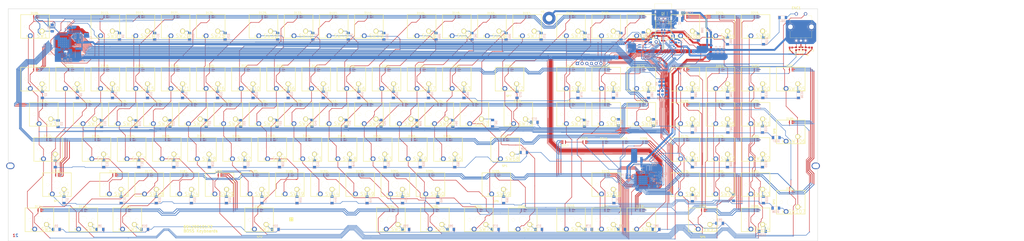
<source format=kicad_pcb>
(kicad_pcb (version 20171130) (host pcbnew "(5.1.8)-1")
  (layers (0 F.Cu signal) (31 B.Cu signal) (34 B.Paste user) (35 F.Paste user) (36 B.SilkS user) (37 F.SilkS user) (38 B.Mask user) (39 F.Mask user) (44 Edge.Cuts user))
  (net 0 "")
  (net 1 "Net-(D1-Pad2)")
  (net 2 GND)
  (net 3 +3V3)
  (net 4 ENCODER_A)
  (net 5 ENCODER_B)
  (net 6 ROW_0)
  (net 7 "Net-(D2-Pad2)")
  (net 8 ROW_2)
  (net 9 "Net-(D3-Pad2)")
  (net 10 ROW_3)
  (net 11 "Net-(D4-Pad2)")
  (net 12 ROW_4)
  (net 13 "Net-(D5-Pad2)")
  (net 14 ROW_6)
  (net 15 "Net-(D6-Pad2)")
  (net 16 "Net-(D7-Pad2)")
  (net 17 ROW_5)
  (net 18 "Net-(D8-Pad2)")
  (net 19 "Net-(D9-Pad2)")
  (net 20 "Net-(D10-Pad2)")
  (net 21 "Net-(D11-Pad2)")
  (net 22 "Net-(D12-Pad2)")
  (net 23 "Net-(D13-Pad2)")
  (net 24 "Net-(D14-Pad2)")
  (net 25 "Net-(D15-Pad2)")
  (net 26 "Net-(D16-Pad2)")
  (net 27 "Net-(D17-Pad2)")
  (net 28 "Net-(D18-Pad2)")
  (net 29 "Net-(D19-Pad2)")
  (net 30 "Net-(D20-Pad2)")
  (net 31 "Net-(D21-Pad2)")
  (net 32 "Net-(D22-Pad2)")
  (net 33 "Net-(D23-Pad2)")
  (net 34 "Net-(D24-Pad2)")
  (net 35 "Net-(D25-Pad2)")
  (net 36 "Net-(D26-Pad2)")
  (net 37 "Net-(D27-Pad2)")
  (net 38 "Net-(D28-Pad2)")
  (net 39 "Net-(D29-Pad2)")
  (net 40 "Net-(D30-Pad2)")
  (net 41 "Net-(D31-Pad2)")
  (net 42 "Net-(D32-Pad2)")
  (net 43 "Net-(D33-Pad2)")
  (net 44 "Net-(D34-Pad2)")
  (net 45 "Net-(D35-Pad2)")
  (net 46 "Net-(D36-Pad2)")
  (net 47 "Net-(D37-Pad2)")
  (net 48 "Net-(D38-Pad2)")
  (net 49 "Net-(D39-Pad2)")
  (net 50 "Net-(D40-Pad2)")
  (net 51 "Net-(D41-Pad2)")
  (net 52 "Net-(D42-Pad2)")
  (net 53 "Net-(D43-Pad2)")
  (net 54 "Net-(D44-Pad2)")
  (net 55 "Net-(D45-Pad2)")
  (net 56 "Net-(D46-Pad2)")
  (net 57 "Net-(D47-Pad2)")
  (net 58 "Net-(D48-Pad2)")
  (net 59 "Net-(D49-Pad2)")
  (net 60 "Net-(D50-Pad2)")
  (net 61 "Net-(D51-Pad2)")
  (net 62 "Net-(D52-Pad2)")
  (net 63 "Net-(D53-Pad2)")
  (net 64 "Net-(D54-Pad2)")
  (net 65 "Net-(D55-Pad2)")
  (net 66 "Net-(D56-Pad2)")
  (net 67 "Net-(D57-Pad2)")
  (net 68 "Net-(D58-Pad2)")
  (net 69 "Net-(D59-Pad2)")
  (net 70 "Net-(D60-Pad2)")
  (net 71 "Net-(D61-Pad2)")
  (net 72 "Net-(D62-Pad2)")
  (net 73 "Net-(D63-Pad2)")
  (net 74 "Net-(D64-Pad2)")
  (net 75 "Net-(D65-Pad2)")
  (net 76 "Net-(D66-Pad2)")
  (net 77 "Net-(D67-Pad2)")
  (net 78 "Net-(D68-Pad2)")
  (net 79 "Net-(D69-Pad2)")
  (net 80 "Net-(D70-Pad2)")
  (net 81 "Net-(D71-Pad2)")
  (net 82 "Net-(D72-Pad2)")
  (net 83 "Net-(D73-Pad2)")
  (net 84 "Net-(D74-Pad2)")
  (net 85 "Net-(D75-Pad2)")
  (net 86 "Net-(D76-Pad2)")
  (net 87 "Net-(D77-Pad2)")
  (net 88 "Net-(D78-Pad2)")
  (net 89 "Net-(D79-Pad2)")
  (net 90 "Net-(D80-Pad2)")
  (net 91 "Net-(D81-Pad2)")
  (net 92 "Net-(D82-Pad2)")
  (net 93 "Net-(D83-Pad2)")
  (net 94 "Net-(D84-Pad2)")
  (net 95 "Net-(D85-Pad2)")
  (net 96 "Net-(D86-Pad2)")
  (net 97 "Net-(D87-Pad2)")
  (net 98 "Net-(D88-Pad2)")
  (net 99 "Net-(D89-Pad2)")
  (net 100 "Net-(D90-Pad2)")
  (net 101 "Net-(D91-Pad2)")
  (net 102 "Net-(D92-Pad2)")
  (net 103 "Net-(D93-Pad2)")
  (net 104 "Net-(D94-Pad2)")
  (net 105 "Net-(D95-Pad2)")
  (net 106 "Net-(D96-Pad2)")
  (net 107 "Net-(D97-Pad2)")
  (net 108 "Net-(D98-Pad2)")
  (net 109 "Net-(D99-Pad2)")
  (net 110 "Net-(D100-Pad2)")
  (net 111 "Net-(D101-Pad2)")
  (net 112 "Net-(D102-Pad2)")
  (net 113 "Net-(D103-Pad2)")
  (net 114 CS1_A)
  (net 115 SW11_A)
  (net 116 SW12_A)
  (net 117 SW10_A)
  (net 118 SW8_A)
  (net 119 SW9_A)
  (net 120 SW7_A)
  (net 121 SW5_A)
  (net 122 SW6_A)
  (net 123 SW4_A)
  (net 124 SW2_A)
  (net 125 SW3_A)
  (net 126 SW1_A)
  (net 127 CS2_A)
  (net 128 CS3_A)
  (net 129 CS4_A)
  (net 130 CS5_A)
  (net 131 CS6_A)
  (net 132 CS7_A)
  (net 133 CS8_A)
  (net 134 CS9_A)
  (net 135 CS10_A)
  (net 136 CS11_A)
  (net 137 CS12_A)
  (net 138 CS13_A)
  (net 139 CS14_A)
  (net 140 CS1_B)
  (net 141 SW11_B)
  (net 142 SW12_B)
  (net 143 SW10_B)
  (net 144 SW8_B)
  (net 145 SW9_B)
  (net 146 SW7_B)
  (net 147 SW5_B)
  (net 148 SW6_B)
  (net 149 SW4_B)
  (net 150 SW2_B)
  (net 151 SW3_B)
  (net 152 SW1_B)
  (net 153 CS2_B)
  (net 154 CS3_B)
  (net 155 CS4_B)
  (net 156 CS5_B)
  (net 157 CS6_B)
  (net 158 CS7_B)
  (net 159 CS8_B)
  (net 160 CS9_B)
  (net 161 CS10_B)
  (net 162 CS11_B)
  (net 163 CS12_B)
  (net 164 COL_22)
  (net 165 +5V)
  (net 166 USB_D-)
  (net 167 USB_D+)
  (net 168 "Net-(J1-PadB5)")
  (net 169 "Net-(J1-PadA5)")
  (net 170 I2C_SCL)
  (net 171 I2C_SDA)
  (net 172 COL_0)
  (net 173 COL_1)
  (net 174 COL_2)
  (net 175 COL_3)
  (net 176 COL_4)
  (net 177 COL_5)
  (net 178 COL_6)
  (net 179 COL_7)
  (net 180 COL_9)
  (net 181 COL_10)
  (net 182 COL_11)
  (net 183 COL_12)
  (net 184 COL_13)
  (net 185 COL_14)
  (net 186 COL_15)
  (net 187 COL_16)
  (net 188 COL_17)
  (net 189 COL_19)
  (net 190 COL_20)
  (net 191 COL_21)
  (net 192 COL_8)
  (net 193 CS15_A)
  (net 194 CS16_A)
  (net 195 SYNC)
  (net 196 "Net-(D104-Pad2)")
  (net 197 "Net-(D105-Pad2)")
  (net 198 "Net-(D106-Pad2)")
  (net 199 "Net-(D107-Pad2)")
  (net 200 "Net-(D108-Pad2)")
  (net 201 "Net-(ENC1-PadB1)")
  (net 202 "Net-(ENC1-PadA1)")
  (net 203 "Net-(J1-PadA7)")
  (net 204 "Net-(J1-PadA6)")
  (net 205 "Net-(C8-Pad2)")
  (net 206 SWO)
  (net 207 SWDIO)
  (net 208 SWCLK)
  (net 209 "Net-(R15-Pad1)")
  (net 210 "Net-(R17-Pad1)")
  (net 211 "Net-(R18-Pad1)")
  (net 212 "Net-(R20-Pad1)")
  (net 213 Earth)
  (net 214 VCC)
  (net 215 "Net-(R16-Pad2)")
  (net 216 "Net-(R19-Pad2)")
  (net 217 /USB+)
  (net 218 /USB-)
  (net 219 OSC_OUT)
  (net 220 OSC_IN)
  (net 221 RST)
  (net 222 BOOT0)
  (net 223 ROW_3_MCU)
  (net 224 ROW_2_MCU)
  (net 225 ROW_6_MCU)
  (net 226 ROW_5_MCU)
  (net 227 ROW_4_MCU)
  (net 228 ROW_0_MCU)
  (module Connector_USB:USB_C_Receptacle_GCT_USB4085 (layer F.Cu) (at 357.994 5.969 180)
    (fp_text reference J1 (at -0.019 -1.651) (layer F.SilkS))
    (fp_text value USB_C_Receptacle_USB2.0)
    (pad A1 thru_hole circle (at 0 0 180) (size 0.7 0.7) (drill 0.4) (layers *.Cu *.Mask) (net 213 Earth))
    (pad A4 thru_hole circle (at 0.85 0 180) (size 0.7 0.7) (drill 0.4) (layers *.Cu *.Mask) (net 165 +5V))
    (pad A5 thru_hole circle (at 1.7 0 180) (size 0.7 0.7) (drill 0.4) (layers *.Cu *.Mask) (net 169 "Net-(J1-PadA5)"))
    (pad A6 thru_hole circle (at 2.55 0 180) (size 0.7 0.7) (drill 0.4) (layers *.Cu *.Mask) (net 204 "Net-(J1-PadA6)"))
    (pad A7 thru_hole circle (at 3.4 0 180) (size 0.7 0.7) (drill 0.4) (layers *.Cu *.Mask) (net 203 "Net-(J1-PadA7)"))
    (pad A8 thru_hole circle (at 4.25 0 180) (size 0.7 0.7) (drill 0.4) (layers *.Cu *.Mask))
    (pad A9 thru_hole circle (at 5.1 0 180) (size 0.7 0.7) (drill 0.4) (layers *.Cu *.Mask) (net 165 +5V))
    (pad A12 thru_hole circle (at 5.95 0 180) (size 0.7 0.7) (drill 0.4) (layers *.Cu *.Mask) (net 213 Earth))
    (pad B9 thru_hole circle (at 0.85 1.35 180) (size 0.7 0.7) (drill 0.4) (layers *.Cu *.Mask) (net 165 +5V))
    (pad B7 thru_hole circle (at 2.55 1.35 180) (size 0.7 0.7) (drill 0.4) (layers *.Cu *.Mask) (net 203 "Net-(J1-PadA7)"))
    (pad B8 thru_hole circle (at 1.7 1.35 180) (size 0.7 0.7) (drill 0.4) (layers *.Cu *.Mask))
    (pad B12 thru_hole circle (at 0 1.35 180) (size 0.7 0.7) (drill 0.4) (layers *.Cu *.Mask) (net 213 Earth))
    (pad B5 thru_hole circle (at 4.25 1.35 180) (size 0.7 0.7) (drill 0.4) (layers *.Cu *.Mask) (net 168 "Net-(J1-PadB5)"))
    (pad B4 thru_hole circle (at 5.1 1.35 180) (size 0.7 0.7) (drill 0.4) (layers *.Cu *.Mask) (net 165 +5V))
    (pad B1 thru_hole circle (at 5.95 1.35 180) (size 0.7 0.7) (drill 0.4) (layers *.Cu *.Mask) (net 213 Earth))
    (pad B6 thru_hole circle (at 3.4 1.35 180) (size 0.7 0.7) (drill 0.4) (layers *.Cu *.Mask) (net 204 "Net-(J1-PadA6)"))
    (pad S1 thru_hole oval (at -1.35 0.98 180) (size 0.9 2.4) (drill oval 0.6 2.1) (layers *.Cu *.Mask) (net 213 Earth))
    (pad S1 thru_hole oval (at 7.3 0.98 180) (size 0.9 2.4) (drill oval 0.6 2.1) (layers *.Cu *.Mask) (net 213 Earth))
    (pad S1 thru_hole oval (at -1.35 4.36 180) (size 0.9 1.7) (drill oval 0.6 1.4) (layers *.Cu *.Mask) (net 213 Earth))
    (pad S1 thru_hole oval (at 7.3 4.36 180) (size 0.9 1.7) (drill oval 0.6 1.4) (layers *.Cu *.Mask) (net 213 Earth))
  )
  (module Package_QFP:TQFP-48-1EP_7x7mm_P0.5mm_EP5x5mm_ThermalVias (layer B.Cu) (at 344.001999 92.8624 90)
    (fp_text reference U6 (at 0 5.85 90) (layer B.SilkS) (effects (justify mirror)))
    (fp_text value IS31FL3733B-QFLS4-TR)
    (pad 49 smd rect (at 0 0 90) (size 5 5) (layers F.Cu) (net 2 GND))
    (pad 49 thru_hole circle (at 2.25 -2.25 90) (size 0.5 0.5) (drill 0.2) (layers *.Cu) (net 2 GND))
    (pad 49 thru_hole circle (at 1.125 -2.25 90) (size 0.5 0.5) (drill 0.2) (layers *.Cu) (net 2 GND))
    (pad 49 thru_hole circle (at 0 -2.25 90) (size 0.5 0.5) (drill 0.2) (layers *.Cu) (net 2 GND))
    (pad 49 thru_hole circle (at -1.125 -2.25 90) (size 0.5 0.5) (drill 0.2) (layers *.Cu) (net 2 GND))
    (pad 49 thru_hole circle (at -2.25 -2.25 90) (size 0.5 0.5) (drill 0.2) (layers *.Cu) (net 2 GND))
    (pad 49 thru_hole circle (at 2.25 -1.125 90) (size 0.5 0.5) (drill 0.2) (layers *.Cu) (net 2 GND))
    (pad 49 thru_hole circle (at 1.125 -1.125 90) (size 0.5 0.5) (drill 0.2) (layers *.Cu) (net 2 GND))
    (pad 49 thru_hole circle (at 0 -1.125 90) (size 0.5 0.5) (drill 0.2) (layers *.Cu) (net 2 GND))
    (pad 49 thru_hole circle (at -1.125 -1.125 90) (size 0.5 0.5) (drill 0.2) (layers *.Cu) (net 2 GND))
    (pad 49 thru_hole circle (at -2.25 -1.125 90) (size 0.5 0.5) (drill 0.2) (layers *.Cu) (net 2 GND))
    (pad 49 thru_hole circle (at 2.25 0 90) (size 0.5 0.5) (drill 0.2) (layers *.Cu) (net 2 GND))
    (pad 49 thru_hole circle (at 1.125 0 90) (size 0.5 0.5) (drill 0.2) (layers *.Cu) (net 2 GND))
    (pad 49 thru_hole circle (at 0 0 90) (size 0.5 0.5) (drill 0.2) (layers *.Cu) (net 2 GND))
    (pad 49 thru_hole circle (at -1.125 0 90) (size 0.5 0.5) (drill 0.2) (layers *.Cu) (net 2 GND))
    (pad 49 thru_hole circle (at -2.25 0 90) (size 0.5 0.5) (drill 0.2) (layers *.Cu) (net 2 GND))
    (pad 49 thru_hole circle (at 2.25 1.125 90) (size 0.5 0.5) (drill 0.2) (layers *.Cu) (net 2 GND))
    (pad 49 thru_hole circle (at 1.125 1.125 90) (size 0.5 0.5) (drill 0.2) (layers *.Cu) (net 2 GND))
    (pad 49 thru_hole circle (at 0 1.125 90) (size 0.5 0.5) (drill 0.2) (layers *.Cu) (net 2 GND))
    (pad 49 thru_hole circle (at -1.125 1.125 90) (size 0.5 0.5) (drill 0.2) (layers *.Cu) (net 2 GND))
    (pad 49 thru_hole circle (at -2.25 1.125 90) (size 0.5 0.5) (drill 0.2) (layers *.Cu) (net 2 GND))
    (pad 49 thru_hole circle (at 2.25 2.25 90) (size 0.5 0.5) (drill 0.2) (layers *.Cu) (net 2 GND))
    (pad 49 thru_hole circle (at 1.125 2.25 90) (size 0.5 0.5) (drill 0.2) (layers *.Cu) (net 2 GND))
    (pad 49 thru_hole circle (at 0 2.25 90) (size 0.5 0.5) (drill 0.2) (layers *.Cu) (net 2 GND))
    (pad 49 thru_hole circle (at -1.125 2.25 90) (size 0.5 0.5) (drill 0.2) (layers *.Cu) (net 2 GND))
    (pad 49 thru_hole circle (at -2.25 2.25 90) (size 0.5 0.5) (drill 0.2) (layers *.Cu) (net 2 GND))
    (pad 49 smd rect (at 0 0 90) (size 5 5) (layers B.Cu B.Mask) (net 2 GND))
    (pad 48 smd roundrect (at -2.75 4.1625 90) (size 0.3 1.475) (layers B.Cu B.Paste B.Mask) (net 2 GND))
    (pad 47 smd roundrect (at -2.25 4.1625 90) (size 0.3 1.475) (layers B.Cu B.Paste B.Mask) (net 211 "Net-(R18-Pad1)"))
    (pad 46 smd roundrect (at -1.75 4.1625 90) (size 0.3 1.475) (layers B.Cu B.Paste B.Mask) (net 216 "Net-(R19-Pad2)"))
    (pad 45 smd roundrect (at -1.25 4.1625 90) (size 0.3 1.475) (layers B.Cu B.Paste B.Mask))
    (pad 44 smd roundrect (at -0.75 4.1625 90) (size 0.3 1.475) (layers B.Cu B.Paste B.Mask) (net 2 GND))
    (pad 43 smd roundrect (at -0.25 4.1625 90) (size 0.3 1.475) (layers B.Cu B.Paste B.Mask) (net 170 I2C_SCL))
    (pad 42 smd roundrect (at 0.25 4.1625 90) (size 0.3 1.475) (layers B.Cu B.Paste B.Mask) (net 170 I2C_SCL))
    (pad 41 smd roundrect (at 0.75 4.1625 90) (size 0.3 1.475) (layers B.Cu B.Paste B.Mask) (net 171 I2C_SDA))
    (pad 40 smd roundrect (at 1.25 4.1625 90) (size 0.3 1.475) (layers B.Cu B.Paste B.Mask) (net 195 SYNC))
    (pad 39 smd roundrect (at 1.75 4.1625 90) (size 0.3 1.475) (layers B.Cu B.Paste B.Mask) (net 3 +3V3))
    (pad 38 smd roundrect (at 2.25 4.1625 90) (size 0.3 1.475) (layers B.Cu B.Paste B.Mask) (net 214 VCC))
    (pad 37 smd roundrect (at 2.75 4.1625 90) (size 0.3 1.475) (layers B.Cu B.Paste B.Mask) (net 214 VCC))
    (pad 36 smd roundrect (at 4.1625 2.75 90) (size 1.475 0.3) (layers B.Cu B.Paste B.Mask))
    (pad 35 smd roundrect (at 4.1625 2.25 90) (size 1.475 0.3) (layers B.Cu B.Paste B.Mask) (net 212 "Net-(R20-Pad1)"))
    (pad 34 smd roundrect (at 4.1625 1.75 90) (size 1.475 0.3) (layers B.Cu B.Paste B.Mask) (net 2 GND))
    (pad 33 smd roundrect (at 4.1625 1.25 90) (size 1.475 0.3) (layers B.Cu B.Paste B.Mask))
    (pad 32 smd roundrect (at 4.1625 0.75 90) (size 1.475 0.3) (layers B.Cu B.Paste B.Mask))
    (pad 31 smd roundrect (at 4.1625 0.25 90) (size 1.475 0.3) (layers B.Cu B.Paste B.Mask))
    (pad 30 smd roundrect (at 4.1625 -0.25 90) (size 1.475 0.3) (layers B.Cu B.Paste B.Mask))
    (pad 29 smd roundrect (at 4.1625 -0.75 90) (size 1.475 0.3) (layers B.Cu B.Paste B.Mask) (net 214 VCC))
    (pad 28 smd roundrect (at 4.1625 -1.25 90) (size 1.475 0.3) (layers B.Cu B.Paste B.Mask) (net 163 CS12_B))
    (pad 27 smd roundrect (at 4.1625 -1.75 90) (size 1.475 0.3) (layers B.Cu B.Paste B.Mask) (net 162 CS11_B))
    (pad 26 smd roundrect (at 4.1625 -2.25 90) (size 1.475 0.3) (layers B.Cu B.Paste B.Mask) (net 161 CS10_B))
    (pad 25 smd roundrect (at 4.1625 -2.75 90) (size 1.475 0.3) (layers B.Cu B.Paste B.Mask) (net 160 CS9_B))
    (pad 24 smd roundrect (at 2.75 -4.1625 90) (size 0.3 1.475) (layers B.Cu B.Paste B.Mask) (net 159 CS8_B))
    (pad 23 smd roundrect (at 2.25 -4.1625 90) (size 0.3 1.475) (layers B.Cu B.Paste B.Mask) (net 158 CS7_B))
    (pad 22 smd roundrect (at 1.75 -4.1625 90) (size 0.3 1.475) (layers B.Cu B.Paste B.Mask) (net 157 CS6_B))
    (pad 21 smd roundrect (at 1.25 -4.1625 90) (size 0.3 1.475) (layers B.Cu B.Paste B.Mask) (net 156 CS5_B))
    (pad 20 smd roundrect (at 0.75 -4.1625 90) (size 0.3 1.475) (layers B.Cu B.Paste B.Mask) (net 214 VCC))
    (pad 19 smd roundrect (at 0.25 -4.1625 90) (size 0.3 1.475) (layers B.Cu B.Paste B.Mask) (net 155 CS4_B))
    (pad 18 smd roundrect (at -0.25 -4.1625 90) (size 0.3 1.475) (layers B.Cu B.Paste B.Mask) (net 154 CS3_B))
    (pad 17 smd roundrect (at -0.75 -4.1625 90) (size 0.3 1.475) (layers B.Cu B.Paste B.Mask) (net 153 CS2_B))
    (pad 16 smd roundrect (at -1.25 -4.1625 90) (size 0.3 1.475) (layers B.Cu B.Paste B.Mask) (net 140 CS1_B))
    (pad 15 smd roundrect (at -1.75 -4.1625 90) (size 0.3 1.475) (layers B.Cu B.Paste B.Mask) (net 142 SW12_B))
    (pad 14 smd roundrect (at -2.25 -4.1625 90) (size 0.3 1.475) (layers B.Cu B.Paste B.Mask) (net 141 SW11_B))
    (pad 13 smd roundrect (at -2.75 -4.1625 90) (size 0.3 1.475) (layers B.Cu B.Paste B.Mask) (net 143 SW10_B))
    (pad 12 smd roundrect (at -4.1625 -2.75 90) (size 1.475 0.3) (layers B.Cu B.Paste B.Mask) (net 2 GND))
    (pad 11 smd roundrect (at -4.1625 -2.25 90) (size 1.475 0.3) (layers B.Cu B.Paste B.Mask) (net 145 SW9_B))
    (pad 10 smd roundrect (at -4.1625 -1.75 90) (size 1.475 0.3) (layers B.Cu B.Paste B.Mask) (net 144 SW8_B))
    (pad 9 smd roundrect (at -4.1625 -1.25 90) (size 1.475 0.3) (layers B.Cu B.Paste B.Mask) (net 146 SW7_B))
    (pad 8 smd roundrect (at -4.1625 -0.75 90) (size 1.475 0.3) (layers B.Cu B.Paste B.Mask) (net 148 SW6_B))
    (pad 7 smd roundrect (at -4.1625 -0.25 90) (size 1.475 0.3) (layers B.Cu B.Paste B.Mask) (net 147 SW5_B))
    (pad 6 smd roundrect (at -4.1625 0.25 90) (size 1.475 0.3) (layers B.Cu B.Paste B.Mask) (net 149 SW4_B))
    (pad 5 smd roundrect (at -4.1625 0.75 90) (size 1.475 0.3) (layers B.Cu B.Paste B.Mask) (net 2 GND))
    (pad 4 smd roundrect (at -4.1625 1.25 90) (size 1.475 0.3) (layers B.Cu B.Paste B.Mask) (net 151 SW3_B))
    (pad 3 smd roundrect (at -4.1625 1.75 90) (size 1.475 0.3) (layers B.Cu B.Paste B.Mask) (net 150 SW2_B))
    (pad 2 smd roundrect (at -4.1625 2.25 90) (size 1.475 0.3) (layers B.Cu B.Paste B.Mask) (net 152 SW1_B))
    (pad 1 smd roundrect (at -4.1625 2.75 90) (size 1.475 0.3) (layers B.Cu B.Paste B.Mask))
  )
  (module Package_QFP:TQFP-48-1EP_7x7mm_P0.5mm_EP5x5mm_ThermalVias (layer B.Cu) (at 29.337 18.034)
    (fp_text reference U5 (at -4.826 4.191) (layer B.SilkS) (effects (justify mirror)))
    (fp_text value IS31FL3733B-QFLS4-TR)
    (pad 49 smd rect (at 0 0) (size 5 5) (layers F.Cu) (net 2 GND))
    (pad 49 thru_hole circle (at 2.25 -2.25) (size 0.5 0.5) (drill 0.2) (layers *.Cu) (net 2 GND))
    (pad 49 thru_hole circle (at 1.125 -2.25) (size 0.5 0.5) (drill 0.2) (layers *.Cu) (net 2 GND))
    (pad 49 thru_hole circle (at 0 -2.25) (size 0.5 0.5) (drill 0.2) (layers *.Cu) (net 2 GND))
    (pad 49 thru_hole circle (at -1.125 -2.25) (size 0.5 0.5) (drill 0.2) (layers *.Cu) (net 2 GND))
    (pad 49 thru_hole circle (at -2.25 -2.25) (size 0.5 0.5) (drill 0.2) (layers *.Cu) (net 2 GND))
    (pad 49 thru_hole circle (at 2.25 -1.125) (size 0.5 0.5) (drill 0.2) (layers *.Cu) (net 2 GND))
    (pad 49 thru_hole circle (at 1.125 -1.125) (size 0.5 0.5) (drill 0.2) (layers *.Cu) (net 2 GND))
    (pad 49 thru_hole circle (at 0 -1.125) (size 0.5 0.5) (drill 0.2) (layers *.Cu) (net 2 GND))
    (pad 49 thru_hole circle (at -1.125 -1.125) (size 0.5 0.5) (drill 0.2) (layers *.Cu) (net 2 GND))
    (pad 49 thru_hole circle (at -2.25 -1.125) (size 0.5 0.5) (drill 0.2) (layers *.Cu) (net 2 GND))
    (pad 49 thru_hole circle (at 2.25 0) (size 0.5 0.5) (drill 0.2) (layers *.Cu) (net 2 GND))
    (pad 49 thru_hole circle (at 1.125 0) (size 0.5 0.5) (drill 0.2) (layers *.Cu) (net 2 GND))
    (pad 49 thru_hole circle (at 0 0) (size 0.5 0.5) (drill 0.2) (layers *.Cu) (net 2 GND))
    (pad 49 thru_hole circle (at -1.125 0) (size 0.5 0.5) (drill 0.2) (layers *.Cu) (net 2 GND))
    (pad 49 thru_hole circle (at -2.25 0) (size 0.5 0.5) (drill 0.2) (layers *.Cu) (net 2 GND))
    (pad 49 thru_hole circle (at 2.25 1.125) (size 0.5 0.5) (drill 0.2) (layers *.Cu) (net 2 GND))
    (pad 49 thru_hole circle (at 1.125 1.125) (size 0.5 0.5) (drill 0.2) (layers *.Cu) (net 2 GND))
    (pad 49 thru_hole circle (at 0 1.125) (size 0.5 0.5) (drill 0.2) (layers *.Cu) (net 2 GND))
    (pad 49 thru_hole circle (at -1.125 1.125) (size 0.5 0.5) (drill 0.2) (layers *.Cu) (net 2 GND))
    (pad 49 thru_hole circle (at -2.25 1.125) (size 0.5 0.5) (drill 0.2) (layers *.Cu) (net 2 GND))
    (pad 49 thru_hole circle (at 2.25 2.25) (size 0.5 0.5) (drill 0.2) (layers *.Cu) (net 2 GND))
    (pad 49 thru_hole circle (at 1.125 2.25) (size 0.5 0.5) (drill 0.2) (layers *.Cu) (net 2 GND))
    (pad 49 thru_hole circle (at 0 2.25) (size 0.5 0.5) (drill 0.2) (layers *.Cu) (net 2 GND))
    (pad 49 thru_hole circle (at -1.125 2.25) (size 0.5 0.5) (drill 0.2) (layers *.Cu) (net 2 GND))
    (pad 49 thru_hole circle (at -2.25 2.25) (size 0.5 0.5) (drill 0.2) (layers *.Cu) (net 2 GND))
    (pad 49 smd rect (at 0 0) (size 5 5) (layers B.Cu B.Mask) (net 2 GND))
    (pad 48 smd roundrect (at -2.75 4.1625) (size 0.3 1.475) (layers B.Cu B.Paste B.Mask) (net 2 GND))
    (pad 47 smd roundrect (at -2.25 4.1625) (size 0.3 1.475) (layers B.Cu B.Paste B.Mask) (net 209 "Net-(R15-Pad1)"))
    (pad 46 smd roundrect (at -1.75 4.1625) (size 0.3 1.475) (layers B.Cu B.Paste B.Mask) (net 215 "Net-(R16-Pad2)"))
    (pad 45 smd roundrect (at -1.25 4.1625) (size 0.3 1.475) (layers B.Cu B.Paste B.Mask))
    (pad 44 smd roundrect (at -0.75 4.1625) (size 0.3 1.475) (layers B.Cu B.Paste B.Mask) (net 2 GND))
    (pad 43 smd roundrect (at -0.25 4.1625) (size 0.3 1.475) (layers B.Cu B.Paste B.Mask) (net 2 GND))
    (pad 42 smd roundrect (at 0.25 4.1625) (size 0.3 1.475) (layers B.Cu B.Paste B.Mask) (net 170 I2C_SCL))
    (pad 41 smd roundrect (at 0.75 4.1625) (size 0.3 1.475) (layers B.Cu B.Paste B.Mask) (net 171 I2C_SDA))
    (pad 40 smd roundrect (at 1.25 4.1625) (size 0.3 1.475) (layers B.Cu B.Paste B.Mask) (net 195 SYNC))
    (pad 39 smd roundrect (at 1.75 4.1625) (size 0.3 1.475) (layers B.Cu B.Paste B.Mask) (net 3 +3V3))
    (pad 38 smd roundrect (at 2.25 4.1625) (size 0.3 1.475) (layers B.Cu B.Paste B.Mask) (net 214 VCC))
    (pad 37 smd roundrect (at 2.75 4.1625) (size 0.3 1.475) (layers B.Cu B.Paste B.Mask) (net 214 VCC))
    (pad 36 smd roundrect (at 4.1625 2.75) (size 1.475 0.3) (layers B.Cu B.Paste B.Mask))
    (pad 35 smd roundrect (at 4.1625 2.25) (size 1.475 0.3) (layers B.Cu B.Paste B.Mask) (net 210 "Net-(R17-Pad1)"))
    (pad 34 smd roundrect (at 4.1625 1.75) (size 1.475 0.3) (layers B.Cu B.Paste B.Mask) (net 2 GND))
    (pad 33 smd roundrect (at 4.1625 1.25) (size 1.475 0.3) (layers B.Cu B.Paste B.Mask) (net 194 CS16_A))
    (pad 32 smd roundrect (at 4.1625 0.75) (size 1.475 0.3) (layers B.Cu B.Paste B.Mask) (net 193 CS15_A))
    (pad 31 smd roundrect (at 4.1625 0.25) (size 1.475 0.3) (layers B.Cu B.Paste B.Mask) (net 139 CS14_A))
    (pad 30 smd roundrect (at 4.1625 -0.25) (size 1.475 0.3) (layers B.Cu B.Paste B.Mask) (net 138 CS13_A))
    (pad 29 smd roundrect (at 4.1625 -0.75) (size 1.475 0.3) (layers B.Cu B.Paste B.Mask) (net 214 VCC))
    (pad 28 smd roundrect (at 4.1625 -1.25) (size 1.475 0.3) (layers B.Cu B.Paste B.Mask) (net 137 CS12_A))
    (pad 27 smd roundrect (at 4.1625 -1.75) (size 1.475 0.3) (layers B.Cu B.Paste B.Mask) (net 136 CS11_A))
    (pad 26 smd roundrect (at 4.1625 -2.25) (size 1.475 0.3) (layers B.Cu B.Paste B.Mask) (net 135 CS10_A))
    (pad 25 smd roundrect (at 4.1625 -2.75) (size 1.475 0.3) (layers B.Cu B.Paste B.Mask) (net 134 CS9_A))
    (pad 24 smd roundrect (at 2.75 -4.1625) (size 0.3 1.475) (layers B.Cu B.Paste B.Mask) (net 133 CS8_A))
    (pad 23 smd roundrect (at 2.25 -4.1625) (size 0.3 1.475) (layers B.Cu B.Paste B.Mask) (net 132 CS7_A))
    (pad 22 smd roundrect (at 1.75 -4.1625) (size 0.3 1.475) (layers B.Cu B.Paste B.Mask) (net 131 CS6_A))
    (pad 21 smd roundrect (at 1.25 -4.1625) (size 0.3 1.475) (layers B.Cu B.Paste B.Mask) (net 130 CS5_A))
    (pad 20 smd roundrect (at 0.75 -4.1625) (size 0.3 1.475) (layers B.Cu B.Paste B.Mask) (net 214 VCC))
    (pad 19 smd roundrect (at 0.25 -4.1625) (size 0.3 1.475) (layers B.Cu B.Paste B.Mask) (net 129 CS4_A))
    (pad 18 smd roundrect (at -0.25 -4.1625) (size 0.3 1.475) (layers B.Cu B.Paste B.Mask) (net 128 CS3_A))
    (pad 17 smd roundrect (at -0.75 -4.1625) (size 0.3 1.475) (layers B.Cu B.Paste B.Mask) (net 127 CS2_A))
    (pad 16 smd roundrect (at -1.25 -4.1625) (size 0.3 1.475) (layers B.Cu B.Paste B.Mask) (net 114 CS1_A))
    (pad 15 smd roundrect (at -1.75 -4.1625) (size 0.3 1.475) (layers B.Cu B.Paste B.Mask) (net 116 SW12_A))
    (pad 14 smd roundrect (at -2.25 -4.1625) (size 0.3 1.475) (layers B.Cu B.Paste B.Mask) (net 115 SW11_A))
    (pad 13 smd roundrect (at -2.75 -4.1625) (size 0.3 1.475) (layers B.Cu B.Paste B.Mask) (net 117 SW10_A))
    (pad 12 smd roundrect (at -4.1625 -2.75) (size 1.475 0.3) (layers B.Cu B.Paste B.Mask) (net 2 GND))
    (pad 11 smd roundrect (at -4.1625 -2.25) (size 1.475 0.3) (layers B.Cu B.Paste B.Mask) (net 119 SW9_A))
    (pad 10 smd roundrect (at -4.1625 -1.75) (size 1.475 0.3) (layers B.Cu B.Paste B.Mask) (net 118 SW8_A))
    (pad 9 smd roundrect (at -4.1625 -1.25) (size 1.475 0.3) (layers B.Cu B.Paste B.Mask) (net 120 SW7_A))
    (pad 8 smd roundrect (at -4.1625 -0.75) (size 1.475 0.3) (layers B.Cu B.Paste B.Mask) (net 122 SW6_A))
    (pad 7 smd roundrect (at -4.1625 -0.25) (size 1.475 0.3) (layers B.Cu B.Paste B.Mask) (net 121 SW5_A))
    (pad 6 smd roundrect (at -4.1625 0.25) (size 1.475 0.3) (layers B.Cu B.Paste B.Mask) (net 123 SW4_A))
    (pad 5 smd roundrect (at -4.1625 0.75) (size 1.475 0.3) (layers B.Cu B.Paste B.Mask) (net 2 GND))
    (pad 4 smd roundrect (at -4.1625 1.25) (size 1.475 0.3) (layers B.Cu B.Paste B.Mask) (net 125 SW3_A))
    (pad 3 smd roundrect (at -4.1625 1.75) (size 1.475 0.3) (layers B.Cu B.Paste B.Mask) (net 124 SW2_A))
    (pad 2 smd roundrect (at -4.1625 2.25) (size 1.475 0.3) (layers B.Cu B.Paste B.Mask) (net 126 SW1_A))
    (pad 1 smd roundrect (at -4.1625 2.75) (size 1.475 0.3) (layers B.Cu B.Paste B.Mask))
  )
  (module cldg:SOT50P160X60-6N (layer B.Cu) (at 354.9904 8.9916 90)
    (fp_text reference U2 (at 0.124023 1.505027 90) (layer B.SilkS) (effects (font (size 0.480073 0.480073) (thickness 0.015)) (justify mirror)))
    (fp_text value USBLC6-2P6)
    (pad 1 smd rect (at -0.69 0.5 90) (size 0.75 0.35) (layers B.Cu B.Paste B.Mask) (net 218 /USB-))
    (pad 2 smd rect (at -0.69 0 90) (size 0.75 0.35) (layers B.Cu B.Paste B.Mask) (net 213 Earth))
    (pad 3 smd rect (at -0.69 -0.5 90) (size 0.75 0.35) (layers B.Cu B.Paste B.Mask) (net 217 /USB+))
    (pad 4 smd rect (at 0.69 -0.5 90) (size 0.75 0.35) (layers B.Cu B.Paste B.Mask) (net 204 "Net-(J1-PadA6)"))
    (pad 5 smd rect (at 0.69 0 90) (size 0.75 0.35) (layers B.Cu B.Paste B.Mask) (net 165 +5V))
    (pad 6 smd rect (at 0.69 0.5 90) (size 0.75 0.35) (layers B.Cu B.Paste B.Mask) (net 203 "Net-(J1-PadA7)"))
  )
  (module SamacSys_Parts:PEC11L4115FS0020 (layer F.Cu) (at 429.75 9.75)
    (fp_text reference ENC1 (at -2.7079 -10.2004) (layer F.SilkS) (effects (font (size 1.27 1.27) (thickness 0.254))))
    (fp_text value PEC11L-4115F-S0020 hide)
    (pad MH2 thru_hole circle (at 5.5556 -0.0254) (size 3.786 3.786) (drill 2.5239) (layers *.Cu *.Mask) (net 2 GND))
    (pad MH1 thru_hole circle (at -5.8444 -0.0254) (size 3.786 3.786) (drill 2.5239) (layers *.Cu *.Mask) (net 2 GND))
    (pad C1 thru_hole circle (at -0.1444 7.4746) (size 1.8 1.8) (drill 1.2) (layers *.Cu *.Mask) (net 2 GND))
    (pad B1 thru_hole circle (at 2.3556 7.4746) (size 1.8 1.8) (drill 1.2) (layers *.Cu *.Mask) (net 201 "Net-(ENC1-PadB1)"))
    (pad A1 thru_hole circle (at -2.6444 7.4746) (size 1.8 1.8) (drill 1.2) (layers *.Cu *.Mask) (net 202 "Net-(ENC1-PadA1)"))
    (pad 2 thru_hole circle (at 2.3556 -7.0254) (size 1.8 1.8) (drill 1.2) (layers *.Cu *.Mask) (net 164 COL_22))
    (pad 1 thru_hole circle (at -2.6444 -7.0254) (size 1.8 1.8) (drill 1.2) (layers *.Cu *.Mask) (net 104 "Net-(D94-Pad2)"))
  )
  (module Resistor-Libs:RESC1508X55N (layer F.Cu) (at 432.181 21.59 90)
    (fp_text reference R14 (at -2.667 1.143 90) (layer F.SilkS))
    (fp_text value MCT06030Z0000ZP500 hide)
    (pad 1 smd rect (at -0.76 0 90) (size 0.9 0.97) (layers F.Cu F.Paste F.Mask) (net 5 ENCODER_B))
    (pad 2 smd rect (at 0.76 0 90) (size 0.9 0.97) (layers F.Cu F.Paste F.Mask) (net 201 "Net-(ENC1-PadB1)"))
  )
  (module Resistor-Libs:RESC1508X55N (layer F.Cu) (at 426.974 21.59 90)
    (fp_text reference R12 (at -2.667 0 90) (layer F.SilkS))
    (fp_text value MCT06030Z0000ZP500 hide)
    (pad 1 smd rect (at -0.76 0 90) (size 0.9 0.97) (layers F.Cu F.Paste F.Mask) (net 4 ENCODER_A))
    (pad 2 smd rect (at 0.76 0 90) (size 0.9 0.97) (layers F.Cu F.Paste F.Mask) (net 202 "Net-(ENC1-PadA1)"))
  )
  (module Resistor-Libs:RESC1508X50N (layer F.Cu) (at 353.695 20.574 270)
    (fp_text reference R23 (at 0.508 -1.3335 90) (layer F.SilkS))
    (fp_text value RNCP0603FTD10K0 hide)
    (pad 1 smd rect (at -0.68 0 270) (size 0.97 0.93) (layers F.Cu F.Paste F.Mask) (net 222 BOOT0))
    (pad 2 smd rect (at 0.68 0 270) (size 0.97 0.93) (layers F.Cu F.Paste F.Mask) (net 2 GND))
  )
  (module Connector_PinHeader_2.54mm:PinHeader_1x06_P2.54mm_Vertical (layer B.Cu) (at 308.483 29.591 270)
    (fp_text reference J2 (at -0.381 2.33) (layer B.SilkS) (effects (justify mirror)))
    (fp_text value Conn_01x06_Male)
    (pad 6 thru_hole oval (at 0 -12.7 270) (size 1.7 1.7) (drill 1) (layers *.Cu *.Mask) (net 3 +3V3))
    (pad 5 thru_hole oval (at 0 -10.16 270) (size 1.7 1.7) (drill 1) (layers *.Cu *.Mask) (net 206 SWO))
    (pad 4 thru_hole oval (at 0 -7.62 270) (size 1.7 1.7) (drill 1) (layers *.Cu *.Mask) (net 221 RST))
    (pad 3 thru_hole oval (at 0 -5.08 270) (size 1.7 1.7) (drill 1) (layers *.Cu *.Mask) (net 207 SWDIO))
    (pad 2 thru_hole oval (at 0 -2.54 270) (size 1.7 1.7) (drill 1) (layers *.Cu *.Mask) (net 2 GND))
    (pad 1 thru_hole rect (at 0 0 270) (size 1.7 1.7) (drill 1) (layers *.Cu *.Mask) (net 208 SWCLK))
  )
  (module STM:STMicroelectronics-SO8N-SO-A-0-2-MFG (layer B.Cu) (at 339.471 21.336)
    (fp_text reference U4 (at -2 3.3) (layer B.SilkS) (effects (justify right mirror)))
    (fp_text value M24512-DFMN6TP hide)
    (pad 1 smd rect (at -2.65 1.905) (size 1.4 0.6) (layers B.Cu B.Paste B.Mask) (net 2 GND))
    (pad 2 smd rect (at -2.65 0.635) (size 1.4 0.6) (layers B.Cu B.Paste B.Mask) (net 3 +3V3))
    (pad 3 smd rect (at -2.65 -0.635) (size 1.4 0.6) (layers B.Cu B.Paste B.Mask) (net 2 GND))
    (pad 4 smd rect (at -2.65 -1.905) (size 1.4 0.6) (layers B.Cu B.Paste B.Mask) (net 2 GND))
    (pad 5 smd rect (at 2.65 -1.905) (size 1.4 0.6) (layers B.Cu B.Paste B.Mask) (net 171 I2C_SDA))
    (pad 6 smd rect (at 2.65 -0.635) (size 1.4 0.6) (layers B.Cu B.Paste B.Mask) (net 170 I2C_SCL))
    (pad 7 smd rect (at 2.65 0.635) (size 1.4 0.6) (layers B.Cu B.Paste B.Mask) (net 2 GND))
    (pad 8 smd rect (at 2.65 1.905) (size 1.4 0.6) (layers B.Cu B.Paste B.Mask) (net 3 +3V3))
  )
  (module capacitor-lib:CAPC1608X90N (layer B.Cu) (at 351.409 92.964)
    (fp_text reference C27 (at 2.921 0) (layer B.SilkS) (effects (justify mirror)))
    (fp_text value CL10B474KA8NFNC hide)
    (pad 1 smd rect (at -0.738 0) (size 0.95 0.93) (layers B.Cu B.Paste B.Mask) (net 3 +3V3))
    (pad 2 smd rect (at 0.738 0) (size 0.95 0.93) (layers B.Cu B.Paste B.Mask) (net 2 GND))
  )
  (module capacitor-lib:CAPC1608X90N (layer B.Cu) (at 30.734 25.781 270)
    (fp_text reference C26 (at 3.048 -0.127 90) (layer B.SilkS) (effects (justify mirror)))
    (fp_text value CL10B474KA8NFNC hide)
    (pad 1 smd rect (at -0.738 0 270) (size 0.95 0.93) (layers B.Cu B.Paste B.Mask) (net 3 +3V3))
    (pad 2 smd rect (at 0.738 0 270) (size 0.95 0.93) (layers B.Cu B.Paste B.Mask) (net 2 GND))
  )
  (module Resistor-Libs:RESC1508X55N (layer B.Cu) (at 355.7651 12.2428 270)
    (fp_text reference R22 (at 2.921 -0.2032 270) (layer B.SilkS) (effects (justify mirror)))
    (fp_text value MCT06030Z0000ZP500 hide)
    (pad 1 smd rect (at -0.76 0 270) (size 0.9 0.97) (layers B.Cu B.Paste B.Mask) (net 218 /USB-))
    (pad 2 smd rect (at 0.76 0 270) (size 0.9 0.97) (layers B.Cu B.Paste B.Mask) (net 166 USB_D-))
  )
  (module Resistor-Libs:RESC1508X55N (layer B.Cu) (at 354.2665 12.2428 270)
    (fp_text reference R21 (at 3.0226 0.0762 270) (layer B.SilkS) (effects (justify mirror)))
    (fp_text value MCT06030Z0000ZP500 hide)
    (pad 1 smd rect (at -0.76 0 270) (size 0.9 0.97) (layers B.Cu B.Paste B.Mask) (net 217 /USB+))
    (pad 2 smd rect (at 0.76 0 270) (size 0.9 0.97) (layers B.Cu B.Paste B.Mask) (net 167 USB_D+))
  )
  (module Capacitor_SMD:C_0805_2012Metric (layer B.Cu) (at 379.73 13.208 180)
    (fp_text reference C25 (at 0 1.68) (layer B.SilkS) (effects (justify mirror)))
    (fp_text value CL21A475KAQNNNE)
    (pad 2 smd roundrect (at 0.95 0 180) (size 1 1.45) (layers B.Cu B.Paste B.Mask) (net 2 GND))
    (pad 1 smd roundrect (at -0.95 0 180) (size 1 1.45) (layers B.Cu B.Paste B.Mask) (net 214 VCC))
  )
  (module Diode_SMD:D_MiniMELF (layer B.Cu) (at 416 108)
    (fp_text reference D108 (at 0 2) (layer B.SilkS) (effects (justify mirror)))
    (fp_text value LL4148)
    (pad 2 smd rect (at 1.75 0) (size 1.3 1.7) (layers B.Cu B.Paste B.Mask) (net 200 "Net-(D108-Pad2)"))
    (pad 1 smd rect (at -1.75 0) (size 1.3 1.7) (layers B.Cu B.Paste B.Mask) (net 17 ROW_5))
  )
  (module Diode_SMD:D_MiniMELF (layer B.Cu) (at 416.25 69.75)
    (fp_text reference D107 (at 0 2) (layer B.SilkS) (effects (justify mirror)))
    (fp_text value LL4148)
    (pad 2 smd rect (at 1.75 0) (size 1.3 1.7) (layers B.Cu B.Paste B.Mask) (net 199 "Net-(D107-Pad2)"))
    (pad 1 smd rect (at -1.75 0) (size 1.3 1.7) (layers B.Cu B.Paste B.Mask) (net 10 ROW_3))
  )
  (module Diode_SMD:D_MiniMELF (layer B.Cu) (at 428.25 46.5 90)
    (fp_text reference D106 (at 0 2 90) (layer B.SilkS) (effects (justify mirror)))
    (fp_text value LL4148)
    (pad 2 smd rect (at 1.75 0 90) (size 1.3 1.7) (layers B.Cu B.Paste B.Mask) (net 198 "Net-(D106-Pad2)"))
    (pad 1 smd rect (at -1.75 0 90) (size 1.3 1.7) (layers B.Cu B.Paste B.Mask) (net 8 ROW_2))
  )
  (module Diode_SMD:D_MiniMELF (layer B.Cu) (at 408.8 120.6)
    (fp_text reference D105 (at 0 2) (layer B.SilkS) (effects (justify mirror)))
    (fp_text value LL4148)
    (pad 2 smd rect (at 1.75 0) (size 1.3 1.7) (layers B.Cu B.Paste B.Mask) (net 197 "Net-(D105-Pad2)"))
    (pad 1 smd rect (at -1.75 0) (size 1.3 1.7) (layers B.Cu B.Paste B.Mask) (net 14 ROW_6))
  )
  (module Diode_SMD:D_MiniMELF (layer B.Cu) (at 409.25 103.5 90)
    (fp_text reference D104 (at 0 2 90) (layer B.SilkS) (effects (justify mirror)))
    (fp_text value LL4148)
    (pad 2 smd rect (at 1.75 0 90) (size 1.3 1.7) (layers B.Cu B.Paste B.Mask) (net 196 "Net-(D104-Pad2)"))
    (pad 1 smd rect (at -1.75 0 90) (size 1.3 1.7) (layers B.Cu B.Paste B.Mask) (net 17 ROW_5))
  )
  (module Diode_SMD:D_MiniMELF (layer B.Cu) (at 408.75 84 90)
    (fp_text reference D103 (at 0 2 90) (layer B.SilkS) (effects (justify mirror)))
    (fp_text value LL4148)
    (pad 2 smd rect (at 1.75 0 90) (size 1.3 1.7) (layers B.Cu B.Paste B.Mask) (net 113 "Net-(D103-Pad2)"))
    (pad 1 smd rect (at -1.75 0 90) (size 1.3 1.7) (layers B.Cu B.Paste B.Mask) (net 12 ROW_4))
  )
  (module Diode_SMD:D_MiniMELF (layer B.Cu) (at 408.75 65.25 90)
    (fp_text reference D102 (at 0 2 90) (layer B.SilkS) (effects (justify mirror)))
    (fp_text value LL4148)
    (pad 2 smd rect (at 1.75 0 90) (size 1.3 1.7) (layers B.Cu B.Paste B.Mask) (net 112 "Net-(D102-Pad2)"))
    (pad 1 smd rect (at -1.75 0 90) (size 1.3 1.7) (layers B.Cu B.Paste B.Mask) (net 10 ROW_3))
  )
  (module Diode_SMD:D_MiniMELF (layer B.Cu) (at 408.9625 46.5 90)
    (fp_text reference D101 (at 0 2 90) (layer B.SilkS) (effects (justify mirror)))
    (fp_text value LL4148)
    (pad 2 smd rect (at 1.75 0 90) (size 1.3 1.7) (layers B.Cu B.Paste B.Mask) (net 111 "Net-(D101-Pad2)"))
    (pad 1 smd rect (at -1.75 0 90) (size 1.3 1.7) (layers B.Cu B.Paste B.Mask) (net 8 ROW_2))
  )
  (module Diode_SMD:D_MiniMELF (layer B.Cu) (at 409.2875 17.4 90)
    (fp_text reference D100 (at 0 2 90) (layer B.SilkS) (effects (justify mirror)))
    (fp_text value LL4148)
    (pad 2 smd rect (at 1.75 0 90) (size 1.3 1.7) (layers B.Cu B.Paste B.Mask) (net 110 "Net-(D100-Pad2)"))
    (pad 1 smd rect (at -1.75 0 90) (size 1.3 1.7) (layers B.Cu B.Paste B.Mask) (net 6 ROW_0))
  )
  (module Diode_SMD:D_MiniMELF (layer B.Cu) (at 393.065 102.235 90)
    (fp_text reference D99 (at 0 2 90) (layer B.SilkS) (effects (justify mirror)))
    (fp_text value LL4148)
    (pad 2 smd rect (at 1.75 0 90) (size 1.3 1.7) (layers B.Cu B.Paste B.Mask) (net 109 "Net-(D99-Pad2)"))
    (pad 1 smd rect (at -1.75 0 90) (size 1.3 1.7) (layers B.Cu B.Paste B.Mask) (net 17 ROW_5))
  )
  (module Diode_SMD:D_MiniMELF (layer B.Cu) (at 389.7875 84 90)
    (fp_text reference D98 (at 0 2 90) (layer B.SilkS) (effects (justify mirror)))
    (fp_text value LL4148)
    (pad 2 smd rect (at 1.75 0 90) (size 1.3 1.7) (layers B.Cu B.Paste B.Mask) (net 108 "Net-(D98-Pad2)"))
    (pad 1 smd rect (at -1.75 0 90) (size 1.3 1.7) (layers B.Cu B.Paste B.Mask) (net 12 ROW_4))
  )
  (module Diode_SMD:D_MiniMELF (layer B.Cu) (at 390 65.25 90)
    (fp_text reference D97 (at 0 2 90) (layer B.SilkS) (effects (justify mirror)))
    (fp_text value LL4148)
    (pad 2 smd rect (at 1.75 0 90) (size 1.3 1.7) (layers B.Cu B.Paste B.Mask) (net 107 "Net-(D97-Pad2)"))
    (pad 1 smd rect (at -1.75 0 90) (size 1.3 1.7) (layers B.Cu B.Paste B.Mask) (net 10 ROW_3))
  )
  (module Diode_SMD:D_MiniMELF (layer B.Cu) (at 389.89 46.482 90)
    (fp_text reference D96 (at 0 2 90) (layer B.SilkS) (effects (justify mirror)))
    (fp_text value LL4148)
    (pad 2 smd rect (at 1.75 0 90) (size 1.3 1.7) (layers B.Cu B.Paste B.Mask) (net 106 "Net-(D96-Pad2)"))
    (pad 1 smd rect (at -1.75 0 90) (size 1.3 1.7) (layers B.Cu B.Paste B.Mask) (net 8 ROW_2))
  )
  (module Diode_SMD:D_MiniMELF (layer B.Cu) (at 389.75 17.4 90)
    (fp_text reference D95 (at 0 2 90) (layer B.SilkS) (effects (justify mirror)))
    (fp_text value LL4148)
    (pad 2 smd rect (at 1.75 0 90) (size 1.3 1.7) (layers B.Cu B.Paste B.Mask) (net 105 "Net-(D95-Pad2)"))
    (pad 1 smd rect (at -1.75 0 90) (size 1.3 1.7) (layers B.Cu B.Paste B.Mask) (net 6 ROW_0))
  )
  (module Diode_SMD:D_MiniMELF (layer B.Cu) (at 419.75 4.699)
    (fp_text reference D94 (at 0 2) (layer B.SilkS) (effects (justify mirror)))
    (fp_text value LL4148)
    (pad 2 smd rect (at 1.75 0) (size 1.3 1.7) (layers B.Cu B.Paste B.Mask) (net 104 "Net-(D94-Pad2)"))
    (pad 1 smd rect (at -1.75 0) (size 1.3 1.7) (layers B.Cu B.Paste B.Mask) (net 6 ROW_0))
  )
  (module Diode_SMD:D_MiniMELF (layer B.Cu) (at 385.572 116.205 180)
    (fp_text reference D93 (at 0 2) (layer B.SilkS) (effects (justify mirror)))
    (fp_text value LL4148)
    (pad 2 smd rect (at 1.75 0 180) (size 1.3 1.7) (layers B.Cu B.Paste B.Mask) (net 103 "Net-(D93-Pad2)"))
    (pad 1 smd rect (at -1.75 0 180) (size 1.3 1.7) (layers B.Cu B.Paste B.Mask) (net 14 ROW_6))
  )
  (module Diode_SMD:D_MiniMELF (layer B.Cu) (at 370.75 102.489 90)
    (fp_text reference D92 (at 0 2 90) (layer B.SilkS) (effects (justify mirror)))
    (fp_text value LL4148)
    (pad 2 smd rect (at 1.75 0 90) (size 1.3 1.7) (layers B.Cu B.Paste B.Mask) (net 102 "Net-(D92-Pad2)"))
    (pad 1 smd rect (at -1.75 0 90) (size 1.3 1.7) (layers B.Cu B.Paste B.Mask) (net 17 ROW_5))
  )
  (module Diode_SMD:D_MiniMELF (layer B.Cu) (at 370.75 84 90)
    (fp_text reference D91 (at 0 2 90) (layer B.SilkS) (effects (justify mirror)))
    (fp_text value LL4148)
    (pad 2 smd rect (at 1.75 0 90) (size 1.3 1.7) (layers B.Cu B.Paste B.Mask) (net 101 "Net-(D91-Pad2)"))
    (pad 1 smd rect (at -1.75 0 90) (size 1.3 1.7) (layers B.Cu B.Paste B.Mask) (net 12 ROW_4))
  )
  (module Diode_SMD:D_MiniMELF (layer B.Cu) (at 370.75 65.25 90)
    (fp_text reference D90 (at 0 2 90) (layer B.SilkS) (effects (justify mirror)))
    (fp_text value LL4148)
    (pad 2 smd rect (at 1.75 0 90) (size 1.3 1.7) (layers B.Cu B.Paste B.Mask) (net 100 "Net-(D90-Pad2)"))
    (pad 1 smd rect (at -1.75 0 90) (size 1.3 1.7) (layers B.Cu B.Paste B.Mask) (net 10 ROW_3))
  )
  (module Diode_SMD:D_MiniMELF (layer B.Cu) (at 370.75 46.5 90)
    (fp_text reference D89 (at 0 2 90) (layer B.SilkS) (effects (justify mirror)))
    (fp_text value LL4148)
    (pad 2 smd rect (at 1.75 0 90) (size 1.3 1.7) (layers B.Cu B.Paste B.Mask) (net 99 "Net-(D89-Pad2)"))
    (pad 1 smd rect (at -1.75 0 90) (size 1.3 1.7) (layers B.Cu B.Paste B.Mask) (net 8 ROW_2))
  )
  (module Diode_SMD:D_MiniMELF (layer B.Cu) (at 374.015 15.367 90)
    (fp_text reference D88 (at 3.81 2.159 90) (layer B.SilkS) (effects (justify mirror)))
    (fp_text value LL4148)
    (pad 2 smd rect (at 1.75 0 90) (size 1.3 1.7) (layers B.Cu B.Paste B.Mask) (net 98 "Net-(D88-Pad2)"))
    (pad 1 smd rect (at -1.75 0 90) (size 1.3 1.7) (layers B.Cu B.Paste B.Mask) (net 6 ROW_0))
  )
  (module Diode_SMD:D_MiniMELF (layer B.Cu) (at 351.100001 119.5 180)
    (fp_text reference D87 (at 0 2) (layer B.SilkS) (effects (justify mirror)))
    (fp_text value LL4148)
    (pad 2 smd rect (at 1.75 0 180) (size 1.3 1.7) (layers B.Cu B.Paste B.Mask) (net 97 "Net-(D87-Pad2)"))
    (pad 1 smd rect (at -1.75 0 180) (size 1.3 1.7) (layers B.Cu B.Paste B.Mask) (net 14 ROW_6))
  )
  (module Diode_SMD:D_MiniMELF (layer B.Cu) (at 349.6605 61.595 90)
    (fp_text reference D86 (at 0 2 90) (layer B.SilkS) (effects (justify mirror)))
    (fp_text value LL4148)
    (pad 2 smd rect (at 1.75 0 90) (size 1.3 1.7) (layers B.Cu B.Paste B.Mask) (net 96 "Net-(D86-Pad2)"))
    (pad 1 smd rect (at -1.75 0 90) (size 1.3 1.7) (layers B.Cu B.Paste B.Mask) (net 10 ROW_3))
  )
  (module Diode_SMD:D_MiniMELF (layer B.Cu) (at 347.0375 46.5 90)
    (fp_text reference D85 (at 0 2 90) (layer B.SilkS) (effects (justify mirror)))
    (fp_text value LL4148)
    (pad 2 smd rect (at 1.75 0 90) (size 1.3 1.7) (layers B.Cu B.Paste B.Mask) (net 95 "Net-(D85-Pad2)"))
    (pad 1 smd rect (at -1.75 0 90) (size 1.3 1.7) (layers B.Cu B.Paste B.Mask) (net 8 ROW_2))
  )
  (module Diode_SMD:D_MiniMELF (layer B.Cu) (at 344.17 14.478 90)
    (fp_text reference D84 (at 0 2 90) (layer B.SilkS) (effects (justify mirror)))
    (fp_text value LL4148)
    (pad 2 smd rect (at 1.75 0 90) (size 1.3 1.7) (layers B.Cu B.Paste B.Mask) (net 94 "Net-(D84-Pad2)"))
    (pad 1 smd rect (at -1.75 0 90) (size 1.3 1.7) (layers B.Cu B.Paste B.Mask) (net 6 ROW_0))
  )
  (module Diode_SMD:D_MiniMELF (layer B.Cu) (at 332.5 119.5 180)
    (fp_text reference D83 (at 0 2) (layer B.SilkS) (effects (justify mirror)))
    (fp_text value LL4148)
    (pad 2 smd rect (at 1.75 0 180) (size 1.3 1.7) (layers B.Cu B.Paste B.Mask) (net 93 "Net-(D83-Pad2)"))
    (pad 1 smd rect (at -1.75 0 180) (size 1.3 1.7) (layers B.Cu B.Paste B.Mask) (net 14 ROW_6))
  )
  (module Diode_SMD:D_MiniMELF (layer B.Cu) (at 328.25 103.5 90)
    (fp_text reference D82 (at 0 2 90) (layer B.SilkS) (effects (justify mirror)))
    (fp_text value LL4148)
    (pad 2 smd rect (at 1.75 0 90) (size 1.3 1.7) (layers B.Cu B.Paste B.Mask) (net 92 "Net-(D82-Pad2)"))
    (pad 1 smd rect (at -1.75 0 90) (size 1.3 1.7) (layers B.Cu B.Paste B.Mask) (net 17 ROW_5))
  )
  (module Diode_SMD:D_MiniMELF (layer B.Cu) (at 330.708 61.595 90)
    (fp_text reference D81 (at 0 2 90) (layer B.SilkS) (effects (justify mirror)))
    (fp_text value LL4148)
    (pad 2 smd rect (at 1.75 0 90) (size 1.3 1.7) (layers B.Cu B.Paste B.Mask) (net 91 "Net-(D81-Pad2)"))
    (pad 1 smd rect (at -1.75 0 90) (size 1.3 1.7) (layers B.Cu B.Paste B.Mask) (net 10 ROW_3))
  )
  (module Diode_SMD:D_MiniMELF (layer B.Cu) (at 328 46.5 90)
    (fp_text reference D80 (at 0 2 90) (layer B.SilkS) (effects (justify mirror)))
    (fp_text value LL4148)
    (pad 2 smd rect (at 1.75 0 90) (size 1.3 1.7) (layers B.Cu B.Paste B.Mask) (net 90 "Net-(D80-Pad2)"))
    (pad 1 smd rect (at -1.75 0 90) (size 1.3 1.7) (layers B.Cu B.Paste B.Mask) (net 8 ROW_2))
  )
  (module Diode_SMD:D_MiniMELF (layer B.Cu) (at 332.06 14.86 90)
    (fp_text reference D79 (at 0 2 90) (layer B.SilkS) (effects (justify mirror)))
    (fp_text value LL4148)
    (pad 2 smd rect (at 1.75 0 90) (size 1.3 1.7) (layers B.Cu B.Paste B.Mask) (net 89 "Net-(D79-Pad2)"))
    (pad 1 smd rect (at -1.75 0 90) (size 1.3 1.7) (layers B.Cu B.Paste B.Mask) (net 6 ROW_0))
  )
  (module Diode_SMD:D_MiniMELF (layer B.Cu) (at 314.5 119.5 180)
    (fp_text reference D78 (at 0 2) (layer B.SilkS) (effects (justify mirror)))
    (fp_text value LL4148)
    (pad 2 smd rect (at 1.75 0 180) (size 1.3 1.7) (layers B.Cu B.Paste B.Mask) (net 88 "Net-(D78-Pad2)"))
    (pad 1 smd rect (at -1.75 0 180) (size 1.3 1.7) (layers B.Cu B.Paste B.Mask) (net 14 ROW_6))
  )
  (module Diode_SMD:D_MiniMELF (layer B.Cu) (at 312.293 61.976 90)
    (fp_text reference D77 (at 0 2 90) (layer B.SilkS) (effects (justify mirror)))
    (fp_text value LL4148)
    (pad 2 smd rect (at 1.75 0 90) (size 1.3 1.7) (layers B.Cu B.Paste B.Mask) (net 87 "Net-(D77-Pad2)"))
    (pad 1 smd rect (at -1.75 0 90) (size 1.3 1.7) (layers B.Cu B.Paste B.Mask) (net 10 ROW_3))
  )
  (module Diode_SMD:D_MiniMELF (layer B.Cu) (at 308.75 46.5 90)
    (fp_text reference D76 (at 0 2 90) (layer B.SilkS) (effects (justify mirror)))
    (fp_text value LL4148)
    (pad 2 smd rect (at 1.75 0 90) (size 1.3 1.7) (layers B.Cu B.Paste B.Mask) (net 86 "Net-(D76-Pad2)"))
    (pad 1 smd rect (at -1.75 0 90) (size 1.3 1.7) (layers B.Cu B.Paste B.Mask) (net 8 ROW_2))
  )
  (module Diode_SMD:D_MiniMELF (layer B.Cu) (at 312.56 14.86 90)
    (fp_text reference D75 (at 0 2 90) (layer B.SilkS) (effects (justify mirror)))
    (fp_text value LL4148)
    (pad 2 smd rect (at 1.75 0 90) (size 1.3 1.7) (layers B.Cu B.Paste B.Mask) (net 85 "Net-(D75-Pad2)"))
    (pad 1 smd rect (at -1.75 0 90) (size 1.3 1.7) (layers B.Cu B.Paste B.Mask) (net 6 ROW_0))
  )
  (module Diode_SMD:D_MiniMELF (layer B.Cu) (at 287.5 119.5 180)
    (fp_text reference D74 (at 0 2) (layer B.SilkS) (effects (justify mirror)))
    (fp_text value LL4148)
    (pad 2 smd rect (at 1.75 0 180) (size 1.3 1.7) (layers B.Cu B.Paste B.Mask) (net 84 "Net-(D74-Pad2)"))
    (pad 1 smd rect (at -1.75 0 180) (size 1.3 1.7) (layers B.Cu B.Paste B.Mask) (net 14 ROW_6))
  )
  (module Diode_SMD:D_MiniMELF (layer B.Cu) (at 285.115 61.468 180)
    (fp_text reference D73 (at 0 2) (layer B.SilkS) (effects (justify mirror)))
    (fp_text value LL4148)
    (pad 2 smd rect (at 1.75 0 180) (size 1.3 1.7) (layers B.Cu B.Paste B.Mask) (net 83 "Net-(D73-Pad2)"))
    (pad 1 smd rect (at -1.75 0 180) (size 1.3 1.7) (layers B.Cu B.Paste B.Mask) (net 10 ROW_3))
  )
  (module Diode_SMD:D_MiniMELF (layer B.Cu) (at 275.75 46.5 90)
    (fp_text reference D72 (at 0 2 90) (layer B.SilkS) (effects (justify mirror)))
    (fp_text value LL4148)
    (pad 2 smd rect (at 1.75 0 90) (size 1.3 1.7) (layers B.Cu B.Paste B.Mask) (net 82 "Net-(D72-Pad2)"))
    (pad 1 smd rect (at -1.75 0 90) (size 1.3 1.7) (layers B.Cu B.Paste B.Mask) (net 8 ROW_2))
  )
  (module Diode_SMD:D_MiniMELF (layer B.Cu) (at 288.81 14.86 90)
    (fp_text reference D71 (at 0 2 90) (layer B.SilkS) (effects (justify mirror)))
    (fp_text value LL4148)
    (pad 2 smd rect (at 1.75 0 90) (size 1.3 1.7) (layers B.Cu B.Paste B.Mask) (net 81 "Net-(D71-Pad2)"))
    (pad 1 smd rect (at -1.75 0 90) (size 1.3 1.7) (layers B.Cu B.Paste B.Mask) (net 6 ROW_0))
  )
  (module Diode_SMD:D_MiniMELF (layer B.Cu) (at 264 119.5 180)
    (fp_text reference D70 (at 0 2) (layer B.SilkS) (effects (justify mirror)))
    (fp_text value LL4148)
    (pad 2 smd rect (at 1.75 0 180) (size 1.3 1.7) (layers B.Cu B.Paste B.Mask) (net 80 "Net-(D70-Pad2)"))
    (pad 1 smd rect (at -1.75 0 180) (size 1.3 1.7) (layers B.Cu B.Paste B.Mask) (net 14 ROW_6))
  )
  (module Diode_SMD:D_MiniMELF (layer B.Cu) (at 268.5 103.5 90)
    (fp_text reference D69 (at 0 2 90) (layer B.SilkS) (effects (justify mirror)))
    (fp_text value LL4148)
    (pad 2 smd rect (at 1.75 0 90) (size 1.3 1.7) (layers B.Cu B.Paste B.Mask) (net 79 "Net-(D69-Pad2)"))
    (pad 1 smd rect (at -1.75 0 90) (size 1.3 1.7) (layers B.Cu B.Paste B.Mask) (net 17 ROW_5))
  )
  (module Diode_SMD:D_MiniMELF (layer B.Cu) (at 279.4 77.8 180)
    (fp_text reference D68 (at 0 2) (layer B.SilkS) (effects (justify mirror)))
    (fp_text value LL4148)
    (pad 2 smd rect (at 1.75 0 180) (size 1.3 1.7) (layers B.Cu B.Paste B.Mask) (net 78 "Net-(D68-Pad2)"))
    (pad 1 smd rect (at -1.75 0 180) (size 1.3 1.7) (layers B.Cu B.Paste B.Mask) (net 12 ROW_4))
  )
  (module Diode_SMD:D_MiniMELF (layer B.Cu) (at 262.509 61.976 90)
    (fp_text reference D67 (at 0 2 90) (layer B.SilkS) (effects (justify mirror)))
    (fp_text value LL4148)
    (pad 2 smd rect (at 1.75 0 90) (size 1.3 1.7) (layers B.Cu B.Paste B.Mask) (net 77 "Net-(D67-Pad2)"))
    (pad 1 smd rect (at -1.75 0 90) (size 1.3 1.7) (layers B.Cu B.Paste B.Mask) (net 10 ROW_3))
  )
  (module Diode_SMD:D_MiniMELF (layer B.Cu) (at 269.81 14.86 90)
    (fp_text reference D66 (at 0 2 90) (layer B.SilkS) (effects (justify mirror)))
    (fp_text value LL4148)
    (pad 2 smd rect (at 1.75 0 90) (size 1.3 1.7) (layers B.Cu B.Paste B.Mask) (net 76 "Net-(D66-Pad2)"))
    (pad 1 smd rect (at -1.75 0 90) (size 1.3 1.7) (layers B.Cu B.Paste B.Mask) (net 6 ROW_0))
  )
  (module Diode_SMD:D_MiniMELF (layer B.Cu) (at 242 84 90)
    (fp_text reference D65 (at 0 2 90) (layer B.SilkS) (effects (justify mirror)))
    (fp_text value LL4148)
    (pad 2 smd rect (at 1.75 0 90) (size 1.3 1.7) (layers B.Cu B.Paste B.Mask) (net 75 "Net-(D65-Pad2)"))
    (pad 1 smd rect (at -1.75 0 90) (size 1.3 1.7) (layers B.Cu B.Paste B.Mask) (net 12 ROW_4))
  )
  (module Diode_SMD:D_MiniMELF (layer B.Cu) (at 240.919 62.103 90)
    (fp_text reference D64 (at 0 2 90) (layer B.SilkS) (effects (justify mirror)))
    (fp_text value LL4148)
    (pad 2 smd rect (at 1.75 0 90) (size 1.3 1.7) (layers B.Cu B.Paste B.Mask) (net 74 "Net-(D64-Pad2)"))
    (pad 1 smd rect (at -1.75 0 90) (size 1.3 1.7) (layers B.Cu B.Paste B.Mask) (net 10 ROW_3))
  )
  (module Diode_SMD:D_MiniMELF (layer B.Cu) (at 247.0375 46.5 90)
    (fp_text reference D63 (at 0 2 90) (layer B.SilkS) (effects (justify mirror)))
    (fp_text value LL4148)
    (pad 2 smd rect (at 1.75 0 90) (size 1.3 1.7) (layers B.Cu B.Paste B.Mask) (net 73 "Net-(D63-Pad2)"))
    (pad 1 smd rect (at -1.75 0 90) (size 1.3 1.7) (layers B.Cu B.Paste B.Mask) (net 8 ROW_2))
  )
  (module Diode_SMD:D_MiniMELF (layer B.Cu) (at 251.333 14.859 90)
    (fp_text reference D62 (at 0 2 90) (layer B.SilkS) (effects (justify mirror)))
    (fp_text value LL4148)
    (pad 2 smd rect (at 1.75 0 90) (size 1.3 1.7) (layers B.Cu B.Paste B.Mask) (net 72 "Net-(D62-Pad2)"))
    (pad 1 smd rect (at -1.75 0 90) (size 1.3 1.7) (layers B.Cu B.Paste B.Mask) (net 6 ROW_0))
  )
  (module Diode_SMD:D_MiniMELF (layer B.Cu) (at 239.75 119.5 180)
    (fp_text reference D61 (at 0 2) (layer B.SilkS) (effects (justify mirror)))
    (fp_text value LL4148)
    (pad 2 smd rect (at 1.75 0 180) (size 1.3 1.7) (layers B.Cu B.Paste B.Mask) (net 71 "Net-(D61-Pad2)"))
    (pad 1 smd rect (at -1.75 0 180) (size 1.3 1.7) (layers B.Cu B.Paste B.Mask) (net 14 ROW_6))
  )
  (module Diode_SMD:D_MiniMELF (layer B.Cu) (at 232.7875 103.5 90)
    (fp_text reference D60 (at 0 2 90) (layer B.SilkS) (effects (justify mirror)))
    (fp_text value LL4148)
    (pad 2 smd rect (at 1.75 0 90) (size 1.3 1.7) (layers B.Cu B.Paste B.Mask) (net 70 "Net-(D60-Pad2)"))
    (pad 1 smd rect (at -1.75 0 90) (size 1.3 1.7) (layers B.Cu B.Paste B.Mask) (net 17 ROW_5))
  )
  (module Diode_SMD:D_MiniMELF (layer B.Cu) (at 223.2875 84 90)
    (fp_text reference D59 (at 0 2 90) (layer B.SilkS) (effects (justify mirror)))
    (fp_text value LL4148)
    (pad 2 smd rect (at 1.75 0 90) (size 1.3 1.7) (layers B.Cu B.Paste B.Mask) (net 69 "Net-(D59-Pad2)"))
    (pad 1 smd rect (at -1.75 0 90) (size 1.3 1.7) (layers B.Cu B.Paste B.Mask) (net 12 ROW_4))
  )
  (module Diode_SMD:D_MiniMELF (layer B.Cu) (at 221.488 62.103 90)
    (fp_text reference D58 (at 0 2 90) (layer B.SilkS) (effects (justify mirror)))
    (fp_text value LL4148)
    (pad 2 smd rect (at 1.75 0 90) (size 1.3 1.7) (layers B.Cu B.Paste B.Mask) (net 68 "Net-(D58-Pad2)"))
    (pad 1 smd rect (at -1.75 0 90) (size 1.3 1.7) (layers B.Cu B.Paste B.Mask) (net 10 ROW_3))
  )
  (module Diode_SMD:D_MiniMELF (layer B.Cu) (at 227.75 46.5 90)
    (fp_text reference D57 (at 0 2 90) (layer B.SilkS) (effects (justify mirror)))
    (fp_text value LL4148)
    (pad 2 smd rect (at 1.75 0 90) (size 1.3 1.7) (layers B.Cu B.Paste B.Mask) (net 67 "Net-(D57-Pad2)"))
    (pad 1 smd rect (at -1.75 0 90) (size 1.3 1.7) (layers B.Cu B.Paste B.Mask) (net 8 ROW_2))
  )
  (module Diode_SMD:D_MiniMELF (layer B.Cu) (at 231.81 14.86 90)
    (fp_text reference D56 (at 0 2 90) (layer B.SilkS) (effects (justify mirror)))
    (fp_text value LL4148)
    (pad 2 smd rect (at 1.75 0 90) (size 1.3 1.7) (layers B.Cu B.Paste B.Mask) (net 66 "Net-(D56-Pad2)"))
    (pad 1 smd rect (at -1.75 0 90) (size 1.3 1.7) (layers B.Cu B.Paste B.Mask) (net 6 ROW_0))
  )
  (module Diode_SMD:D_MiniMELF (layer B.Cu) (at 215.5 119.5 180)
    (fp_text reference D55 (at 0 2) (layer B.SilkS) (effects (justify mirror)))
    (fp_text value LL4148)
    (pad 2 smd rect (at 1.75 0 180) (size 1.3 1.7) (layers B.Cu B.Paste B.Mask) (net 65 "Net-(D55-Pad2)"))
    (pad 1 smd rect (at -1.75 0 180) (size 1.3 1.7) (layers B.Cu B.Paste B.Mask) (net 14 ROW_6))
  )
  (module Diode_SMD:D_MiniMELF (layer B.Cu) (at 213.7125 103.5 90)
    (fp_text reference D54 (at 0 2 90) (layer B.SilkS) (effects (justify mirror)))
    (fp_text value LL4148)
    (pad 2 smd rect (at 1.75 0 90) (size 1.3 1.7) (layers B.Cu B.Paste B.Mask) (net 64 "Net-(D54-Pad2)"))
    (pad 1 smd rect (at -1.75 0 90) (size 1.3 1.7) (layers B.Cu B.Paste B.Mask) (net 17 ROW_5))
  )
  (module Diode_SMD:D_MiniMELF (layer B.Cu) (at 204.25 84 90)
    (fp_text reference D53 (at 0 2 90) (layer B.SilkS) (effects (justify mirror)))
    (fp_text value LL4148)
    (pad 2 smd rect (at 1.75 0 90) (size 1.3 1.7) (layers B.Cu B.Paste B.Mask) (net 63 "Net-(D53-Pad2)"))
    (pad 1 smd rect (at -1.75 0 90) (size 1.3 1.7) (layers B.Cu B.Paste B.Mask) (net 12 ROW_4))
  )
  (module Diode_SMD:D_MiniMELF (layer B.Cu) (at 202.057 61.976 90)
    (fp_text reference D52 (at 0 2 90) (layer B.SilkS) (effects (justify mirror)))
    (fp_text value LL4148)
    (pad 2 smd rect (at 1.75 0 90) (size 1.3 1.7) (layers B.Cu B.Paste B.Mask) (net 62 "Net-(D52-Pad2)"))
    (pad 1 smd rect (at -1.75 0 90) (size 1.3 1.7) (layers B.Cu B.Paste B.Mask) (net 10 ROW_3))
  )
  (module Diode_SMD:D_MiniMELF (layer B.Cu) (at 208.75 46.5 90)
    (fp_text reference D51 (at 0 2 90) (layer B.SilkS) (effects (justify mirror)))
    (fp_text value LL4148)
    (pad 2 smd rect (at 1.75 0 90) (size 1.3 1.7) (layers B.Cu B.Paste B.Mask) (net 61 "Net-(D51-Pad2)"))
    (pad 1 smd rect (at -1.75 0 90) (size 1.3 1.7) (layers B.Cu B.Paste B.Mask) (net 8 ROW_2))
  )
  (module Diode_SMD:D_MiniMELF (layer B.Cu) (at 203.56 14.86 90)
    (fp_text reference D50 (at 0 2 90) (layer B.SilkS) (effects (justify mirror)))
    (fp_text value LL4148)
    (pad 2 smd rect (at 1.75 0 90) (size 1.3 1.7) (layers B.Cu B.Paste B.Mask) (net 60 "Net-(D50-Pad2)"))
    (pad 1 smd rect (at -1.75 0 90) (size 1.3 1.7) (layers B.Cu B.Paste B.Mask) (net 6 ROW_0))
  )
  (module Diode_SMD:D_MiniMELF (layer B.Cu) (at 194.5 103.5 90)
    (fp_text reference D49 (at 0 2 90) (layer B.SilkS) (effects (justify mirror)))
    (fp_text value LL4148)
    (pad 2 smd rect (at 1.75 0 90) (size 1.3 1.7) (layers B.Cu B.Paste B.Mask) (net 59 "Net-(D49-Pad2)"))
    (pad 1 smd rect (at -1.75 0 90) (size 1.3 1.7) (layers B.Cu B.Paste B.Mask) (net 17 ROW_5))
  )
  (module Diode_SMD:D_MiniMELF (layer B.Cu) (at 185.25 84 90)
    (fp_text reference D48 (at 0 2 90) (layer B.SilkS) (effects (justify mirror)))
    (fp_text value LL4148)
    (pad 2 smd rect (at 1.75 0 90) (size 1.3 1.7) (layers B.Cu B.Paste B.Mask) (net 58 "Net-(D48-Pad2)"))
    (pad 1 smd rect (at -1.75 0 90) (size 1.3 1.7) (layers B.Cu B.Paste B.Mask) (net 12 ROW_4))
  )
  (module Diode_SMD:D_MiniMELF (layer B.Cu) (at 183.134 61.976 90)
    (fp_text reference D47 (at 0 2 90) (layer B.SilkS) (effects (justify mirror)))
    (fp_text value LL4148)
    (pad 2 smd rect (at 1.75 0 90) (size 1.3 1.7) (layers B.Cu B.Paste B.Mask) (net 57 "Net-(D47-Pad2)"))
    (pad 1 smd rect (at -1.75 0 90) (size 1.3 1.7) (layers B.Cu B.Paste B.Mask) (net 10 ROW_3))
  )
  (module Diode_SMD:D_MiniMELF (layer B.Cu) (at 190 46.5 90)
    (fp_text reference D46 (at 0 2 90) (layer B.SilkS) (effects (justify mirror)))
    (fp_text value LL4148)
    (pad 2 smd rect (at 1.75 0 90) (size 1.3 1.7) (layers B.Cu B.Paste B.Mask) (net 56 "Net-(D46-Pad2)"))
    (pad 1 smd rect (at -1.75 0 90) (size 1.3 1.7) (layers B.Cu B.Paste B.Mask) (net 8 ROW_2))
  )
  (module Diode_SMD:D_MiniMELF (layer B.Cu) (at 184.31 14.86 90)
    (fp_text reference D45 (at 0 2 90) (layer B.SilkS) (effects (justify mirror)))
    (fp_text value LL4148)
    (pad 2 smd rect (at 1.75 0 90) (size 1.3 1.7) (layers B.Cu B.Paste B.Mask) (net 55 "Net-(D45-Pad2)"))
    (pad 1 smd rect (at -1.75 0 90) (size 1.3 1.7) (layers B.Cu B.Paste B.Mask) (net 6 ROW_0))
  )
  (module Diode_SMD:D_MiniMELF (layer B.Cu) (at 175.5 103.5 90)
    (fp_text reference D44 (at 0 2 90) (layer B.SilkS) (effects (justify mirror)))
    (fp_text value LL4148)
    (pad 2 smd rect (at 1.75 0 90) (size 1.3 1.7) (layers B.Cu B.Paste B.Mask) (net 54 "Net-(D44-Pad2)"))
    (pad 1 smd rect (at -1.75 0 90) (size 1.3 1.7) (layers B.Cu B.Paste B.Mask) (net 17 ROW_5))
  )
  (module Diode_SMD:D_MiniMELF (layer B.Cu) (at 166 84 90)
    (fp_text reference D43 (at 0 2 90) (layer B.SilkS) (effects (justify mirror)))
    (fp_text value LL4148)
    (pad 2 smd rect (at 1.75 0 90) (size 1.3 1.7) (layers B.Cu B.Paste B.Mask) (net 53 "Net-(D43-Pad2)"))
    (pad 1 smd rect (at -1.75 0 90) (size 1.3 1.7) (layers B.Cu B.Paste B.Mask) (net 12 ROW_4))
  )
  (module Diode_SMD:D_MiniMELF (layer B.Cu) (at 164.592 61.976 90)
    (fp_text reference D42 (at 0 2 90) (layer B.SilkS) (effects (justify mirror)))
    (fp_text value LL4148)
    (pad 2 smd rect (at 1.75 0 90) (size 1.3 1.7) (layers B.Cu B.Paste B.Mask) (net 52 "Net-(D42-Pad2)"))
    (pad 1 smd rect (at -1.75 0 90) (size 1.3 1.7) (layers B.Cu B.Paste B.Mask) (net 10 ROW_3))
  )
  (module Diode_SMD:D_MiniMELF (layer B.Cu) (at 170.75 46.5 90)
    (fp_text reference D41 (at 0 2 90) (layer B.SilkS) (effects (justify mirror)))
    (fp_text value LL4148)
    (pad 2 smd rect (at 1.75 0 90) (size 1.3 1.7) (layers B.Cu B.Paste B.Mask) (net 51 "Net-(D41-Pad2)"))
    (pad 1 smd rect (at -1.75 0 90) (size 1.3 1.7) (layers B.Cu B.Paste B.Mask) (net 8 ROW_2))
  )
  (module Diode_SMD:D_MiniMELF (layer B.Cu) (at 165.06 14.86 90)
    (fp_text reference D40 (at 0 2 90) (layer B.SilkS) (effects (justify mirror)))
    (fp_text value LL4148)
    (pad 2 smd rect (at 1.75 0 90) (size 1.3 1.7) (layers B.Cu B.Paste B.Mask) (net 50 "Net-(D40-Pad2)"))
    (pad 1 smd rect (at -1.75 0 90) (size 1.3 1.7) (layers B.Cu B.Paste B.Mask) (net 6 ROW_0))
  )
  (module Diode_SMD:D_MiniMELF (layer B.Cu) (at 156.5 103.5 90)
    (fp_text reference D39 (at 0 2 90) (layer B.SilkS) (effects (justify mirror)))
    (fp_text value LL4148)
    (pad 2 smd rect (at 1.75 0 90) (size 1.3 1.7) (layers B.Cu B.Paste B.Mask) (net 49 "Net-(D39-Pad2)"))
    (pad 1 smd rect (at -1.75 0 90) (size 1.3 1.7) (layers B.Cu B.Paste B.Mask) (net 17 ROW_5))
  )
  (module Diode_SMD:D_MiniMELF (layer B.Cu) (at 147 84 90)
    (fp_text reference D38 (at 0 2 90) (layer B.SilkS) (effects (justify mirror)))
    (fp_text value LL4148)
    (pad 2 smd rect (at 1.75 0 90) (size 1.3 1.7) (layers B.Cu B.Paste B.Mask) (net 48 "Net-(D38-Pad2)"))
    (pad 1 smd rect (at -1.75 0 90) (size 1.3 1.7) (layers B.Cu B.Paste B.Mask) (net 12 ROW_4))
  )
  (module Diode_SMD:D_MiniMELF (layer B.Cu) (at 145.669 62.103 90)
    (fp_text reference D37 (at 0 2 90) (layer B.SilkS) (effects (justify mirror)))
    (fp_text value LL4148)
    (pad 2 smd rect (at 1.75 0 90) (size 1.3 1.7) (layers B.Cu B.Paste B.Mask) (net 47 "Net-(D37-Pad2)"))
    (pad 1 smd rect (at -1.75 0 90) (size 1.3 1.7) (layers B.Cu B.Paste B.Mask) (net 10 ROW_3))
  )
  (module Diode_SMD:D_MiniMELF (layer B.Cu) (at 151.75 46.5 90)
    (fp_text reference D36 (at 0 2 90) (layer B.SilkS) (effects (justify mirror)))
    (fp_text value LL4148)
    (pad 2 smd rect (at 1.75 0 90) (size 1.3 1.7) (layers B.Cu B.Paste B.Mask) (net 46 "Net-(D36-Pad2)"))
    (pad 1 smd rect (at -1.75 0 90) (size 1.3 1.7) (layers B.Cu B.Paste B.Mask) (net 8 ROW_2))
  )
  (module Diode_SMD:D_MiniMELF (layer B.Cu) (at 146.06 14.86 90)
    (fp_text reference D35 (at 0 2 90) (layer B.SilkS) (effects (justify mirror)))
    (fp_text value LL4148)
    (pad 2 smd rect (at 1.75 0 90) (size 1.3 1.7) (layers B.Cu B.Paste B.Mask) (net 45 "Net-(D35-Pad2)"))
    (pad 1 smd rect (at -1.75 0 90) (size 1.3 1.7) (layers B.Cu B.Paste B.Mask) (net 6 ROW_0))
  )
  (module Diode_SMD:D_MiniMELF (layer B.Cu) (at 144.75 119.5 180)
    (fp_text reference D34 (at 0 2) (layer B.SilkS) (effects (justify mirror)))
    (fp_text value LL4148)
    (pad 2 smd rect (at 1.75 0 180) (size 1.3 1.7) (layers B.Cu B.Paste B.Mask) (net 44 "Net-(D34-Pad2)"))
    (pad 1 smd rect (at -1.75 0 180) (size 1.3 1.7) (layers B.Cu B.Paste B.Mask) (net 14 ROW_6))
  )
  (module Diode_SMD:D_MiniMELF (layer B.Cu) (at 137.5 103.5 90)
    (fp_text reference D33 (at 0 2 90) (layer B.SilkS) (effects (justify mirror)))
    (fp_text value LL4148)
    (pad 2 smd rect (at 1.75 0 90) (size 1.3 1.7) (layers B.Cu B.Paste B.Mask) (net 43 "Net-(D33-Pad2)"))
    (pad 1 smd rect (at -1.75 0 90) (size 1.3 1.7) (layers B.Cu B.Paste B.Mask) (net 17 ROW_5))
  )
  (module Diode_SMD:D_MiniMELF (layer B.Cu) (at 128.25 84 90)
    (fp_text reference D32 (at 0 2 90) (layer B.SilkS) (effects (justify mirror)))
    (fp_text value LL4148)
    (pad 2 smd rect (at 1.75 0 90) (size 1.3 1.7) (layers B.Cu B.Paste B.Mask) (net 42 "Net-(D32-Pad2)"))
    (pad 1 smd rect (at -1.75 0 90) (size 1.3 1.7) (layers B.Cu B.Paste B.Mask) (net 12 ROW_4))
  )
  (module Diode_SMD:D_MiniMELF (layer B.Cu) (at 125.984 62.103 90)
    (fp_text reference D31 (at 0 2 90) (layer B.SilkS) (effects (justify mirror)))
    (fp_text value LL4148)
    (pad 2 smd rect (at 1.75 0 90) (size 1.3 1.7) (layers B.Cu B.Paste B.Mask) (net 41 "Net-(D31-Pad2)"))
    (pad 1 smd rect (at -1.75 0 90) (size 1.3 1.7) (layers B.Cu B.Paste B.Mask) (net 10 ROW_3))
  )
  (module Diode_SMD:D_MiniMELF (layer B.Cu) (at 132.75 46.5 90)
    (fp_text reference D30 (at 0 2 90) (layer B.SilkS) (effects (justify mirror)))
    (fp_text value LL4148)
    (pad 2 smd rect (at 1.75 0 90) (size 1.3 1.7) (layers B.Cu B.Paste B.Mask) (net 40 "Net-(D30-Pad2)"))
    (pad 1 smd rect (at -1.75 0 90) (size 1.3 1.7) (layers B.Cu B.Paste B.Mask) (net 8 ROW_2))
  )
  (module Diode_SMD:D_MiniMELF (layer B.Cu) (at 118.25 103.5 90)
    (fp_text reference D29 (at 0 2 90) (layer B.SilkS) (effects (justify mirror)))
    (fp_text value LL4148)
    (pad 2 smd rect (at 1.75 0 90) (size 1.3 1.7) (layers B.Cu B.Paste B.Mask) (net 39 "Net-(D29-Pad2)"))
    (pad 1 smd rect (at -1.75 0 90) (size 1.3 1.7) (layers B.Cu B.Paste B.Mask) (net 17 ROW_5))
  )
  (module Diode_SMD:D_MiniMELF (layer B.Cu) (at 109 84 90)
    (fp_text reference D28 (at 0 2 90) (layer B.SilkS) (effects (justify mirror)))
    (fp_text value LL4148)
    (pad 2 smd rect (at 1.75 0 90) (size 1.3 1.7) (layers B.Cu B.Paste B.Mask) (net 38 "Net-(D28-Pad2)"))
    (pad 1 smd rect (at -1.75 0 90) (size 1.3 1.7) (layers B.Cu B.Paste B.Mask) (net 12 ROW_4))
  )
  (module Diode_SMD:D_MiniMELF (layer B.Cu) (at 107.315 62.103 90)
    (fp_text reference D27 (at 0 2 90) (layer B.SilkS) (effects (justify mirror)))
    (fp_text value LL4148)
    (pad 2 smd rect (at 1.75 0 90) (size 1.3 1.7) (layers B.Cu B.Paste B.Mask) (net 37 "Net-(D27-Pad2)"))
    (pad 1 smd rect (at -1.75 0 90) (size 1.3 1.7) (layers B.Cu B.Paste B.Mask) (net 10 ROW_3))
  )
  (module Diode_SMD:D_MiniMELF (layer B.Cu) (at 113.5 46.5 90)
    (fp_text reference D26 (at 0 2 90) (layer B.SilkS) (effects (justify mirror)))
    (fp_text value LL4148)
    (pad 2 smd rect (at 1.75 0 90) (size 1.3 1.7) (layers B.Cu B.Paste B.Mask) (net 36 "Net-(D26-Pad2)"))
    (pad 1 smd rect (at -1.75 0 90) (size 1.3 1.7) (layers B.Cu B.Paste B.Mask) (net 8 ROW_2))
  )
  (module Diode_SMD:D_MiniMELF (layer B.Cu) (at 117.56 14.86 90)
    (fp_text reference D25 (at 0 2 90) (layer B.SilkS) (effects (justify mirror)))
    (fp_text value LL4148)
    (pad 2 smd rect (at 1.75 0 90) (size 1.3 1.7) (layers B.Cu B.Paste B.Mask) (net 35 "Net-(D25-Pad2)"))
    (pad 1 smd rect (at -1.75 0 90) (size 1.3 1.7) (layers B.Cu B.Paste B.Mask) (net 6 ROW_0))
  )
  (module Diode_SMD:D_MiniMELF (layer B.Cu) (at 99.25 103.5 90)
    (fp_text reference D24 (at 0 2 90) (layer B.SilkS) (effects (justify mirror)))
    (fp_text value LL4148)
    (pad 2 smd rect (at 1.75 0 90) (size 1.3 1.7) (layers B.Cu B.Paste B.Mask) (net 34 "Net-(D24-Pad2)"))
    (pad 1 smd rect (at -1.75 0 90) (size 1.3 1.7) (layers B.Cu B.Paste B.Mask) (net 17 ROW_5))
  )
  (module Diode_SMD:D_MiniMELF (layer B.Cu) (at 89.75 84 90)
    (fp_text reference D23 (at 0 2 90) (layer B.SilkS) (effects (justify mirror)))
    (fp_text value LL4148)
    (pad 2 smd rect (at 1.75 0 90) (size 1.3 1.7) (layers B.Cu B.Paste B.Mask) (net 33 "Net-(D23-Pad2)"))
    (pad 1 smd rect (at -1.75 0 90) (size 1.3 1.7) (layers B.Cu B.Paste B.Mask) (net 12 ROW_4))
  )
  (module Diode_SMD:D_MiniMELF (layer B.Cu) (at 87.63 62.103 90)
    (fp_text reference D22 (at 0 2 90) (layer B.SilkS) (effects (justify mirror)))
    (fp_text value LL4148)
    (pad 2 smd rect (at 1.75 0 90) (size 1.3 1.7) (layers B.Cu B.Paste B.Mask) (net 32 "Net-(D22-Pad2)"))
    (pad 1 smd rect (at -1.75 0 90) (size 1.3 1.7) (layers B.Cu B.Paste B.Mask) (net 10 ROW_3))
  )
  (module Diode_SMD:D_MiniMELF (layer B.Cu) (at 94.5 46.5 90)
    (fp_text reference D21 (at 0 2 90) (layer B.SilkS) (effects (justify mirror)))
    (fp_text value LL4148)
    (pad 2 smd rect (at 1.75 0 90) (size 1.3 1.7) (layers B.Cu B.Paste B.Mask) (net 31 "Net-(D21-Pad2)"))
    (pad 1 smd rect (at -1.75 0 90) (size 1.3 1.7) (layers B.Cu B.Paste B.Mask) (net 8 ROW_2))
  )
  (module Diode_SMD:D_MiniMELF (layer B.Cu) (at 98.31 14.86 90)
    (fp_text reference D20 (at 0 2 90) (layer B.SilkS) (effects (justify mirror)))
    (fp_text value LL4148)
    (pad 2 smd rect (at 1.75 0 90) (size 1.3 1.7) (layers B.Cu B.Paste B.Mask) (net 30 "Net-(D20-Pad2)"))
    (pad 1 smd rect (at -1.75 0 90) (size 1.3 1.7) (layers B.Cu B.Paste B.Mask) (net 6 ROW_0))
  )
  (module Diode_SMD:D_MiniMELF (layer B.Cu) (at 74 119.5 180)
    (fp_text reference D19 (at 0 2) (layer B.SilkS) (effects (justify mirror)))
    (fp_text value LL4148)
    (pad 2 smd rect (at 1.75 0 180) (size 1.3 1.7) (layers B.Cu B.Paste B.Mask) (net 29 "Net-(D19-Pad2)"))
    (pad 1 smd rect (at -1.75 0 180) (size 1.3 1.7) (layers B.Cu B.Paste B.Mask) (net 14 ROW_6))
  )
  (module Diode_SMD:D_MiniMELF (layer B.Cu) (at 80.25 103.5 90)
    (fp_text reference D18 (at 0 2 90) (layer B.SilkS) (effects (justify mirror)))
    (fp_text value LL4148)
    (pad 2 smd rect (at 1.75 0 90) (size 1.3 1.7) (layers B.Cu B.Paste B.Mask) (net 28 "Net-(D18-Pad2)"))
    (pad 1 smd rect (at -1.75 0 90) (size 1.3 1.7) (layers B.Cu B.Paste B.Mask) (net 17 ROW_5))
  )
  (module Diode_SMD:D_MiniMELF (layer B.Cu) (at 70.75 84 90)
    (fp_text reference D17 (at 0 2 90) (layer B.SilkS) (effects (justify mirror)))
    (fp_text value LL4148)
    (pad 2 smd rect (at 1.75 0 90) (size 1.3 1.7) (layers B.Cu B.Paste B.Mask) (net 27 "Net-(D17-Pad2)"))
    (pad 1 smd rect (at -1.75 0 90) (size 1.3 1.7) (layers B.Cu B.Paste B.Mask) (net 12 ROW_4))
  )
  (module Diode_SMD:D_MiniMELF (layer B.Cu) (at 69.342 62.23 90)
    (fp_text reference D16 (at 0 2 90) (layer B.SilkS) (effects (justify mirror)))
    (fp_text value LL4148)
    (pad 2 smd rect (at 1.75 0 90) (size 1.3 1.7) (layers B.Cu B.Paste B.Mask) (net 26 "Net-(D16-Pad2)"))
    (pad 1 smd rect (at -1.75 0 90) (size 1.3 1.7) (layers B.Cu B.Paste B.Mask) (net 10 ROW_3))
  )
  (module Diode_SMD:D_MiniMELF (layer B.Cu) (at 75.5 46.5 90)
    (fp_text reference D15 (at 0 2 90) (layer B.SilkS) (effects (justify mirror)))
    (fp_text value LL4148)
    (pad 2 smd rect (at 1.75 0 90) (size 1.3 1.7) (layers B.Cu B.Paste B.Mask) (net 25 "Net-(D15-Pad2)"))
    (pad 1 smd rect (at -1.75 0 90) (size 1.3 1.7) (layers B.Cu B.Paste B.Mask) (net 8 ROW_2))
  )
  (module Diode_SMD:D_MiniMELF (layer B.Cu) (at 79.375 14.86 90)
    (fp_text reference D14 (at 0 2 90) (layer B.SilkS) (effects (justify mirror)))
    (fp_text value LL4148)
    (pad 2 smd rect (at 1.75 0 90) (size 1.3 1.7) (layers B.Cu B.Paste B.Mask) (net 24 "Net-(D14-Pad2)"))
    (pad 1 smd rect (at -1.75 0 90) (size 1.3 1.7) (layers B.Cu B.Paste B.Mask) (net 6 ROW_0))
  )
  (module Diode_SMD:D_MiniMELF (layer B.Cu) (at 61.25 103.5 90)
    (fp_text reference D13 (at 0 2 90) (layer B.SilkS) (effects (justify mirror)))
    (fp_text value LL4148)
    (pad 2 smd rect (at 1.75 0 90) (size 1.3 1.7) (layers B.Cu B.Paste B.Mask) (net 23 "Net-(D13-Pad2)"))
    (pad 1 smd rect (at -1.75 0 90) (size 1.3 1.7) (layers B.Cu B.Paste B.Mask) (net 17 ROW_5))
  )
  (module Diode_SMD:D_MiniMELF (layer B.Cu) (at 51.75 84 90)
    (fp_text reference D12 (at 0 2 90) (layer B.SilkS) (effects (justify mirror)))
    (fp_text value LL4148)
    (pad 2 smd rect (at 1.75 0 90) (size 1.3 1.7) (layers B.Cu B.Paste B.Mask) (net 22 "Net-(D12-Pad2)"))
    (pad 1 smd rect (at -1.75 0 90) (size 1.3 1.7) (layers B.Cu B.Paste B.Mask) (net 12 ROW_4))
  )
  (module Diode_SMD:D_MiniMELF (layer B.Cu) (at 50.546 62.23 90)
    (fp_text reference D11 (at 0 2 90) (layer B.SilkS) (effects (justify mirror)))
    (fp_text value LL4148)
    (pad 2 smd rect (at 1.75 0 90) (size 1.3 1.7) (layers B.Cu B.Paste B.Mask) (net 21 "Net-(D11-Pad2)"))
    (pad 1 smd rect (at -1.75 0 90) (size 1.3 1.7) (layers B.Cu B.Paste B.Mask) (net 10 ROW_3))
  )
  (module Diode_SMD:D_MiniMELF (layer B.Cu) (at 56.5 46.5 90)
    (fp_text reference D10 (at 0 2 90) (layer B.SilkS) (effects (justify mirror)))
    (fp_text value LL4148)
    (pad 2 smd rect (at 1.75 0 90) (size 1.3 1.7) (layers B.Cu B.Paste B.Mask) (net 20 "Net-(D10-Pad2)"))
    (pad 1 smd rect (at -1.75 0 90) (size 1.3 1.7) (layers B.Cu B.Paste B.Mask) (net 8 ROW_2))
  )
  (module Diode_SMD:D_MiniMELF (layer B.Cu) (at 60.31 14.86 90)
    (fp_text reference D9 (at 0 2 90) (layer B.SilkS) (effects (justify mirror)))
    (fp_text value LL4148)
    (pad 2 smd rect (at 1.75 0 90) (size 1.3 1.7) (layers B.Cu B.Paste B.Mask) (net 19 "Net-(D9-Pad2)"))
    (pad 1 smd rect (at -1.75 0 90) (size 1.3 1.7) (layers B.Cu B.Paste B.Mask) (net 6 ROW_0))
  )
  (module Diode_SMD:D_MiniMELF (layer B.Cu) (at 49.75 119.5 180)
    (fp_text reference D8 (at 0 2) (layer B.SilkS) (effects (justify mirror)))
    (fp_text value LL4148)
    (pad 2 smd rect (at 1.75 0 180) (size 1.3 1.7) (layers B.Cu B.Paste B.Mask) (net 18 "Net-(D8-Pad2)"))
    (pad 1 smd rect (at -1.75 0 180) (size 1.3 1.7) (layers B.Cu B.Paste B.Mask) (net 14 ROW_6))
  )
  (module Diode_SMD:D_MiniMELF (layer B.Cu) (at 30.25 103.5 90)
    (fp_text reference D7 (at 0 2 90) (layer B.SilkS) (effects (justify mirror)))
    (fp_text value LL4148)
    (pad 2 smd rect (at 1.75 0 90) (size 1.3 1.7) (layers B.Cu B.Paste B.Mask) (net 16 "Net-(D7-Pad2)"))
    (pad 1 smd rect (at -1.75 0 90) (size 1.3 1.7) (layers B.Cu B.Paste B.Mask) (net 17 ROW_5))
  )
  (module Diode_SMD:D_MiniMELF (layer B.Cu) (at 37.5 46.5 90)
    (fp_text reference D6 (at 0 2 90) (layer B.SilkS) (effects (justify mirror)))
    (fp_text value LL4148)
    (pad 2 smd rect (at 1.75 0 90) (size 1.3 1.7) (layers B.Cu B.Paste B.Mask) (net 15 "Net-(D6-Pad2)"))
    (pad 1 smd rect (at -1.75 0 90) (size 1.3 1.7) (layers B.Cu B.Paste B.Mask) (net 8 ROW_2))
  )
  (module Diode_SMD:D_MiniMELF (layer B.Cu) (at 26.100001 119.5 180)
    (fp_text reference D5 (at 0 2) (layer B.SilkS) (effects (justify mirror)))
    (fp_text value LL4148)
    (pad 2 smd rect (at 1.75 0 180) (size 1.3 1.7) (layers B.Cu B.Paste B.Mask) (net 13 "Net-(D5-Pad2)"))
    (pad 1 smd rect (at -1.75 0 180) (size 1.3 1.7) (layers B.Cu B.Paste B.Mask) (net 14 ROW_6))
  )
  (module Diode_SMD:D_MiniMELF (layer B.Cu) (at 25.5 84 90)
    (fp_text reference D4 (at 0 2 90) (layer B.SilkS) (effects (justify mirror)))
    (fp_text value LL4148)
    (pad 2 smd rect (at 1.75 0 90) (size 1.3 1.7) (layers B.Cu B.Paste B.Mask) (net 11 "Net-(D4-Pad2)"))
    (pad 1 smd rect (at -1.75 0 90) (size 1.3 1.7) (layers B.Cu B.Paste B.Mask) (net 12 ROW_4))
  )
  (module Diode_SMD:D_MiniMELF (layer B.Cu) (at 27.051 62.23 90)
    (fp_text reference D3 (at 0 2 90) (layer B.SilkS) (effects (justify mirror)))
    (fp_text value LL4148)
    (pad 2 smd rect (at 1.75 0 90) (size 1.3 1.7) (layers B.Cu B.Paste B.Mask) (net 9 "Net-(D3-Pad2)"))
    (pad 1 smd rect (at -1.75 0 90) (size 1.3 1.7) (layers B.Cu B.Paste B.Mask) (net 10 ROW_3))
  )
  (module Diode_SMD:D_MiniMELF (layer B.Cu) (at 18.5 46.5 90)
    (fp_text reference D2 (at 0 2 90) (layer B.SilkS) (effects (justify mirror)))
    (fp_text value LL4148)
    (pad 2 smd rect (at 1.75 0 90) (size 1.3 1.7) (layers B.Cu B.Paste B.Mask) (net 7 "Net-(D2-Pad2)"))
    (pad 1 smd rect (at -1.75 0 90) (size 1.3 1.7) (layers B.Cu B.Paste B.Mask) (net 8 ROW_2))
  )
  (module Diode_SMD:D_MiniMELF (layer B.Cu) (at 23.876 10.414 270)
    (fp_text reference D1 (at 0 2 90) (layer B.SilkS) (effects (justify mirror)))
    (fp_text value LL4148)
    (pad 2 smd rect (at 1.75 0 270) (size 1.3 1.7) (layers B.Cu B.Paste B.Mask) (net 1 "Net-(D1-Pad2)"))
    (pad 1 smd rect (at -1.75 0 270) (size 1.3 1.7) (layers B.Cu B.Paste B.Mask) (net 6 ROW_0))
  )
  (module RSBHGHC-A88:4T (layer F.Cu) (at 66.9125 70.95)
    (fp_text reference D124 (at -0.4915 -1.989) (layer F.SilkS))
    (fp_text value 19-337C_RSBHGHC-A88_4T)
    (fp_poly (pts (xy 2.413 0.15) (xy 1.1 0.15) (xy 1.1 -0.15) (xy 2.413 -0.15)) (layer F.Cu) (width 0.1))
    (fp_poly (pts (xy 1.6 -0.5715) (xy 0.8 -0.5715) (xy 0.8 -0.8715) (xy 1.6 -0.8715)) (layer F.Cu) (width 0.1))
    (fp_poly (pts (xy 1.7 0.889) (xy 0.9 0.889) (xy 0.9 0.589) (xy 1.7 0.589)) (layer F.Cu) (width 0.1))
    (pad 5 thru_hole circle (at 1.8 0.762) (size 0.5588 0.5588) (drill 0.3048) (layers *.Cu *.Mask) (net 125 SW3_A))
    (pad 3 thru_hole circle (at 2.5 0) (size 0.5588 0.5588) (drill 0.3048) (layers *.Cu *.Mask) (net 124 SW2_A))
    (pad 1 thru_hole circle (at 1.8 -0.7) (size 0.5588 0.5588) (drill 0.3048) (layers *.Cu *.Mask) (net 126 SW1_A))
    (pad 4 smd rect (at -0.75 0) (size 0.7 0.5) (layers F.Cu F.Paste F.Mask) (net 129 CS4_A))
    (pad 3 smd rect (at 0.75 0) (size 0.7 0.5) (layers F.Cu F.Paste F.Mask) (net 124 SW2_A))
    (pad 6 smd rect (at -0.675 0.725) (size 0.55 0.4) (layers F.Cu F.Paste F.Mask) (net 129 CS4_A))
    (pad 5 smd rect (at 0.675 0.725) (size 0.55 0.4) (layers F.Cu F.Paste F.Mask) (net 125 SW3_A))
    (pad 2 smd rect (at -0.675 -0.725) (size 0.55 0.4) (layers F.Cu F.Paste F.Mask) (net 129 CS4_A))
    (pad 1 smd rect (at 0.675 -0.725) (size 0.55 0.4) (layers F.Cu F.Paste F.Mask) (net 126 SW1_A))
  )
  (module RSBHGHC-A88:4T (layer F.Cu) (at 312.16455 72.2)
    (fp_text reference D220 (at -0.12555 -2.096) (layer F.SilkS))
    (fp_text value 19-337C_RSBHGHC-A88_4T)
    (fp_poly (pts (xy 2.413 0.15) (xy 1.1 0.15) (xy 1.1 -0.15) (xy 2.413 -0.15)) (layer F.Cu) (width 0.1))
    (fp_poly (pts (xy 1.6 -0.5715) (xy 0.8 -0.5715) (xy 0.8 -0.8715) (xy 1.6 -0.8715)) (layer F.Cu) (width 0.1))
    (fp_poly (pts (xy 1.7 0.889) (xy 0.9 0.889) (xy 0.9 0.589) (xy 1.7 0.589)) (layer F.Cu) (width 0.1))
    (pad 5 thru_hole circle (at 1.8 0.762) (size 0.5588 0.5588) (drill 0.3048) (layers *.Cu *.Mask) (net 151 SW3_B))
    (pad 3 thru_hole circle (at 2.5 0) (size 0.5588 0.5588) (drill 0.3048) (layers *.Cu *.Mask) (net 150 SW2_B))
    (pad 1 thru_hole circle (at 1.8 -0.7) (size 0.5588 0.5588) (drill 0.3048) (layers *.Cu *.Mask) (net 152 SW1_B))
    (pad 4 smd rect (at -0.75 0) (size 0.7 0.5) (layers F.Cu F.Paste F.Mask) (net 163 CS12_B))
    (pad 3 smd rect (at 0.75 0) (size 0.7 0.5) (layers F.Cu F.Paste F.Mask) (net 150 SW2_B))
    (pad 6 smd rect (at -0.675 0.725) (size 0.55 0.4) (layers F.Cu F.Paste F.Mask) (net 163 CS12_B))
    (pad 5 smd rect (at 0.675 0.725) (size 0.55 0.4) (layers F.Cu F.Paste F.Mask) (net 151 SW3_B))
    (pad 2 smd rect (at -0.675 -0.725) (size 0.55 0.4) (layers F.Cu F.Paste F.Mask) (net 163 CS12_B))
    (pad 1 smd rect (at 0.675 -0.725) (size 0.55 0.4) (layers F.Cu F.Paste F.Mask) (net 152 SW1_B))
  )
  (module RSBHGHC-A88:4T (layer F.Cu) (at 405.05 4.275)
    (fp_text reference D219 (at -0.555 -2.116) (layer F.SilkS))
    (fp_text value 19-337C_RSBHGHC-A88_4T)
    (fp_poly (pts (xy 2.413 0.15) (xy 1.1 0.15) (xy 1.1 -0.15) (xy 2.413 -0.15)) (layer F.Cu) (width 0.1))
    (fp_poly (pts (xy 1.6 -0.5715) (xy 0.8 -0.5715) (xy 0.8 -0.8715) (xy 1.6 -0.8715)) (layer F.Cu) (width 0.1))
    (fp_poly (pts (xy 1.7 0.889) (xy 0.9 0.889) (xy 0.9 0.589) (xy 1.7 0.589)) (layer F.Cu) (width 0.1))
    (pad 5 thru_hole circle (at 1.8 0.762) (size 0.5588 0.5588) (drill 0.3048) (layers *.Cu *.Mask) (net 148 SW6_B))
    (pad 3 thru_hole circle (at 2.5 0) (size 0.5588 0.5588) (drill 0.3048) (layers *.Cu *.Mask) (net 147 SW5_B))
    (pad 1 thru_hole circle (at 1.8 -0.7) (size 0.5588 0.5588) (drill 0.3048) (layers *.Cu *.Mask) (net 149 SW4_B))
    (pad 4 smd rect (at -0.75 0) (size 0.7 0.5) (layers F.Cu F.Paste F.Mask) (net 163 CS12_B))
    (pad 3 smd rect (at 0.75 0) (size 0.7 0.5) (layers F.Cu F.Paste F.Mask) (net 147 SW5_B))
    (pad 6 smd rect (at -0.675 0.725) (size 0.55 0.4) (layers F.Cu F.Paste F.Mask) (net 163 CS12_B))
    (pad 5 smd rect (at 0.675 0.725) (size 0.55 0.4) (layers F.Cu F.Paste F.Mask) (net 148 SW6_B))
    (pad 2 smd rect (at -0.675 -0.725) (size 0.55 0.4) (layers F.Cu F.Paste F.Mask) (net 163 CS12_B))
    (pad 1 smd rect (at 0.675 -0.725) (size 0.55 0.4) (layers F.Cu F.Paste F.Mask) (net 149 SW4_B))
  )
  (module RSBHGHC-A88:4T (layer F.Cu) (at 343.1375 109.05)
    (fp_text reference D218 (at -0.7455 -2.116) (layer F.SilkS))
    (fp_text value 19-337C_RSBHGHC-A88_4T)
    (fp_poly (pts (xy 2.413 0.15) (xy 1.1 0.15) (xy 1.1 -0.15) (xy 2.413 -0.15)) (layer F.Cu) (width 0.1))
    (fp_poly (pts (xy 1.6 -0.5715) (xy 0.8 -0.5715) (xy 0.8 -0.8715) (xy 1.6 -0.8715)) (layer F.Cu) (width 0.1))
    (fp_poly (pts (xy 1.7 0.889) (xy 0.9 0.889) (xy 0.9 0.589) (xy 1.7 0.589)) (layer F.Cu) (width 0.1))
    (pad 5 thru_hole circle (at 1.8 0.762) (size 0.5588 0.5588) (drill 0.3048) (layers *.Cu *.Mask) (net 145 SW9_B))
    (pad 3 thru_hole circle (at 2.5 0) (size 0.5588 0.5588) (drill 0.3048) (layers *.Cu *.Mask) (net 144 SW8_B))
    (pad 1 thru_hole circle (at 1.8 -0.7) (size 0.5588 0.5588) (drill 0.3048) (layers *.Cu *.Mask) (net 146 SW7_B))
    (pad 4 smd rect (at -0.75 0) (size 0.7 0.5) (layers F.Cu F.Paste F.Mask) (net 163 CS12_B))
    (pad 3 smd rect (at 0.75 0) (size 0.7 0.5) (layers F.Cu F.Paste F.Mask) (net 144 SW8_B))
    (pad 6 smd rect (at -0.675 0.725) (size 0.55 0.4) (layers F.Cu F.Paste F.Mask) (net 163 CS12_B))
    (pad 5 smd rect (at 0.675 0.725) (size 0.55 0.4) (layers F.Cu F.Paste F.Mask) (net 145 SW9_B))
    (pad 2 smd rect (at -0.675 -0.725) (size 0.55 0.4) (layers F.Cu F.Paste F.Mask) (net 163 CS12_B))
    (pad 1 smd rect (at 0.675 -0.725) (size 0.55 0.4) (layers F.Cu F.Paste F.Mask) (net 146 SW7_B))
  )
  (module RSBHGHC-A88:4T (layer F.Cu) (at 301.319401 72.2 180)
    (fp_text reference D217 (at -0.449 -1.968) (layer F.SilkS))
    (fp_text value 19-337C_RSBHGHC-A88_4T)
    (fp_poly (pts (xy 2.413 0.15) (xy 1.1 0.15) (xy 1.1 -0.15) (xy 2.413 -0.15)) (layer F.Cu) (width 0.1))
    (fp_poly (pts (xy 1.6 -0.5715) (xy 0.8 -0.5715) (xy 0.8 -0.8715) (xy 1.6 -0.8715)) (layer F.Cu) (width 0.1))
    (fp_poly (pts (xy 1.7 0.889) (xy 0.9 0.889) (xy 0.9 0.589) (xy 1.7 0.589)) (layer F.Cu) (width 0.1))
    (pad 5 thru_hole circle (at 1.8 0.762 180) (size 0.5588 0.5588) (drill 0.3048) (layers *.Cu *.Mask) (net 142 SW12_B))
    (pad 3 thru_hole circle (at 2.5 0 180) (size 0.5588 0.5588) (drill 0.3048) (layers *.Cu *.Mask) (net 141 SW11_B))
    (pad 1 thru_hole circle (at 1.8 -0.7 180) (size 0.5588 0.5588) (drill 0.3048) (layers *.Cu *.Mask) (net 143 SW10_B))
    (pad 4 smd rect (at -0.75 0 180) (size 0.7 0.5) (layers F.Cu F.Paste F.Mask) (net 163 CS12_B))
    (pad 3 smd rect (at 0.75 0 180) (size 0.7 0.5) (layers F.Cu F.Paste F.Mask) (net 141 SW11_B))
    (pad 6 smd rect (at -0.675 0.725 180) (size 0.55 0.4) (layers F.Cu F.Paste F.Mask) (net 163 CS12_B))
    (pad 5 smd rect (at 0.675 0.725 180) (size 0.55 0.4) (layers F.Cu F.Paste F.Mask) (net 142 SW12_B))
    (pad 2 smd rect (at -0.675 -0.725 180) (size 0.55 0.4) (layers F.Cu F.Paste F.Mask) (net 163 CS12_B))
    (pad 1 smd rect (at 0.675 -0.725 180) (size 0.55 0.4) (layers F.Cu F.Paste F.Mask) (net 143 SW10_B))
  )
  (module RSBHGHC-A88:4T (layer F.Cu) (at 323.009699 72.2)
    (fp_text reference D216 (at -0.429699 -1.842) (layer F.SilkS))
    (fp_text value 19-337C_RSBHGHC-A88_4T)
    (fp_poly (pts (xy 2.413 0.15) (xy 1.1 0.15) (xy 1.1 -0.15) (xy 2.413 -0.15)) (layer F.Cu) (width 0.1))
    (fp_poly (pts (xy 1.6 -0.5715) (xy 0.8 -0.5715) (xy 0.8 -0.8715) (xy 1.6 -0.8715)) (layer F.Cu) (width 0.1))
    (fp_poly (pts (xy 1.7 0.889) (xy 0.9 0.889) (xy 0.9 0.589) (xy 1.7 0.589)) (layer F.Cu) (width 0.1))
    (pad 5 thru_hole circle (at 1.8 0.762) (size 0.5588 0.5588) (drill 0.3048) (layers *.Cu *.Mask) (net 151 SW3_B))
    (pad 3 thru_hole circle (at 2.5 0) (size 0.5588 0.5588) (drill 0.3048) (layers *.Cu *.Mask) (net 150 SW2_B))
    (pad 1 thru_hole circle (at 1.8 -0.7) (size 0.5588 0.5588) (drill 0.3048) (layers *.Cu *.Mask) (net 152 SW1_B))
    (pad 4 smd rect (at -0.75 0) (size 0.7 0.5) (layers F.Cu F.Paste F.Mask) (net 162 CS11_B))
    (pad 3 smd rect (at 0.75 0) (size 0.7 0.5) (layers F.Cu F.Paste F.Mask) (net 150 SW2_B))
    (pad 6 smd rect (at -0.675 0.725) (size 0.55 0.4) (layers F.Cu F.Paste F.Mask) (net 162 CS11_B))
    (pad 5 smd rect (at 0.675 0.725) (size 0.55 0.4) (layers F.Cu F.Paste F.Mask) (net 151 SW3_B))
    (pad 2 smd rect (at -0.675 -0.725) (size 0.55 0.4) (layers F.Cu F.Paste F.Mask) (net 162 CS11_B))
    (pad 1 smd rect (at 0.675 -0.725) (size 0.55 0.4) (layers F.Cu F.Paste F.Mask) (net 152 SW1_B))
  )
  (module RSBHGHC-A88:4T (layer F.Cu) (at 386 4.275)
    (fp_text reference D215 (at -0.555 -2.116) (layer F.SilkS))
    (fp_text value 19-337C_RSBHGHC-A88_4T)
    (fp_poly (pts (xy 2.413 0.15) (xy 1.1 0.15) (xy 1.1 -0.15) (xy 2.413 -0.15)) (layer F.Cu) (width 0.1))
    (fp_poly (pts (xy 1.6 -0.5715) (xy 0.8 -0.5715) (xy 0.8 -0.8715) (xy 1.6 -0.8715)) (layer F.Cu) (width 0.1))
    (fp_poly (pts (xy 1.7 0.889) (xy 0.9 0.889) (xy 0.9 0.589) (xy 1.7 0.589)) (layer F.Cu) (width 0.1))
    (pad 5 thru_hole circle (at 1.8 0.762) (size 0.5588 0.5588) (drill 0.3048) (layers *.Cu *.Mask) (net 148 SW6_B))
    (pad 3 thru_hole circle (at 2.5 0) (size 0.5588 0.5588) (drill 0.3048) (layers *.Cu *.Mask) (net 147 SW5_B))
    (pad 1 thru_hole circle (at 1.8 -0.7) (size 0.5588 0.5588) (drill 0.3048) (layers *.Cu *.Mask) (net 149 SW4_B))
    (pad 4 smd rect (at -0.75 0) (size 0.7 0.5) (layers F.Cu F.Paste F.Mask) (net 162 CS11_B))
    (pad 3 smd rect (at 0.75 0) (size 0.7 0.5) (layers F.Cu F.Paste F.Mask) (net 147 SW5_B))
    (pad 6 smd rect (at -0.675 0.725) (size 0.55 0.4) (layers F.Cu F.Paste F.Mask) (net 162 CS11_B))
    (pad 5 smd rect (at 0.675 0.725) (size 0.55 0.4) (layers F.Cu F.Paste F.Mask) (net 148 SW6_B))
    (pad 2 smd rect (at -0.675 -0.725) (size 0.55 0.4) (layers F.Cu F.Paste F.Mask) (net 162 CS11_B))
    (pad 1 smd rect (at 0.675 -0.725) (size 0.55 0.4) (layers F.Cu F.Paste F.Mask) (net 149 SW4_B))
  )
  (module RSBHGHC-A88:4T (layer F.Cu) (at 324.0875 109.05)
    (fp_text reference D214 (at -0.7455 -2.243) (layer F.SilkS))
    (fp_text value 19-337C_RSBHGHC-A88_4T)
    (fp_poly (pts (xy 2.413 0.15) (xy 1.1 0.15) (xy 1.1 -0.15) (xy 2.413 -0.15)) (layer F.Cu) (width 0.1))
    (fp_poly (pts (xy 1.6 -0.5715) (xy 0.8 -0.5715) (xy 0.8 -0.8715) (xy 1.6 -0.8715)) (layer F.Cu) (width 0.1))
    (fp_poly (pts (xy 1.7 0.889) (xy 0.9 0.889) (xy 0.9 0.589) (xy 1.7 0.589)) (layer F.Cu) (width 0.1))
    (pad 5 thru_hole circle (at 1.8 0.762) (size 0.5588 0.5588) (drill 0.3048) (layers *.Cu *.Mask) (net 145 SW9_B))
    (pad 3 thru_hole circle (at 2.5 0) (size 0.5588 0.5588) (drill 0.3048) (layers *.Cu *.Mask) (net 144 SW8_B))
    (pad 1 thru_hole circle (at 1.8 -0.7) (size 0.5588 0.5588) (drill 0.3048) (layers *.Cu *.Mask) (net 146 SW7_B))
    (pad 4 smd rect (at -0.75 0) (size 0.7 0.5) (layers F.Cu F.Paste F.Mask) (net 162 CS11_B))
    (pad 3 smd rect (at 0.75 0) (size 0.7 0.5) (layers F.Cu F.Paste F.Mask) (net 144 SW8_B))
    (pad 6 smd rect (at -0.675 0.725) (size 0.55 0.4) (layers F.Cu F.Paste F.Mask) (net 162 CS11_B))
    (pad 5 smd rect (at 0.675 0.725) (size 0.55 0.4) (layers F.Cu F.Paste F.Mask) (net 145 SW9_B))
    (pad 2 smd rect (at -0.675 -0.725) (size 0.55 0.4) (layers F.Cu F.Paste F.Mask) (net 162 CS11_B))
    (pad 1 smd rect (at 0.675 -0.725) (size 0.55 0.4) (layers F.Cu F.Paste F.Mask) (net 146 SW7_B))
  )
  (module RSBHGHC-A88:4T (layer F.Cu) (at 324.0875 90)
    (fp_text reference D213 (at -0.4915 -1.989) (layer F.SilkS))
    (fp_text value 19-337C_RSBHGHC-A88_4T)
    (fp_poly (pts (xy 2.413 0.15) (xy 1.1 0.15) (xy 1.1 -0.15) (xy 2.413 -0.15)) (layer F.Cu) (width 0.1))
    (fp_poly (pts (xy 1.6 -0.5715) (xy 0.8 -0.5715) (xy 0.8 -0.8715) (xy 1.6 -0.8715)) (layer F.Cu) (width 0.1))
    (fp_poly (pts (xy 1.7 0.889) (xy 0.9 0.889) (xy 0.9 0.589) (xy 1.7 0.589)) (layer F.Cu) (width 0.1))
    (pad 5 thru_hole circle (at 1.8 0.762) (size 0.5588 0.5588) (drill 0.3048) (layers *.Cu *.Mask) (net 142 SW12_B))
    (pad 3 thru_hole circle (at 2.5 0) (size 0.5588 0.5588) (drill 0.3048) (layers *.Cu *.Mask) (net 141 SW11_B))
    (pad 1 thru_hole circle (at 1.8 -0.7) (size 0.5588 0.5588) (drill 0.3048) (layers *.Cu *.Mask) (net 143 SW10_B))
    (pad 4 smd rect (at -0.75 0) (size 0.7 0.5) (layers F.Cu F.Paste F.Mask) (net 162 CS11_B))
    (pad 3 smd rect (at 0.75 0) (size 0.7 0.5) (layers F.Cu F.Paste F.Mask) (net 141 SW11_B))
    (pad 6 smd rect (at -0.675 0.725) (size 0.55 0.4) (layers F.Cu F.Paste F.Mask) (net 162 CS11_B))
    (pad 5 smd rect (at 0.675 0.725) (size 0.55 0.4) (layers F.Cu F.Paste F.Mask) (net 142 SW12_B))
    (pad 2 smd rect (at -0.675 -0.725) (size 0.55 0.4) (layers F.Cu F.Paste F.Mask) (net 162 CS11_B))
    (pad 1 smd rect (at 0.675 -0.725) (size 0.55 0.4) (layers F.Cu F.Paste F.Mask) (net 143 SW10_B))
  )
  (module RSBHGHC-A88:4T (layer F.Cu) (at 333.854848 72.2)
    (fp_text reference D212 (at -0.479848 -1.969) (layer F.SilkS))
    (fp_text value 19-337C_RSBHGHC-A88_4T)
    (fp_poly (pts (xy 2.413 0.15) (xy 1.1 0.15) (xy 1.1 -0.15) (xy 2.413 -0.15)) (layer F.Cu) (width 0.1))
    (fp_poly (pts (xy 1.6 -0.5715) (xy 0.8 -0.5715) (xy 0.8 -0.8715) (xy 1.6 -0.8715)) (layer F.Cu) (width 0.1))
    (fp_poly (pts (xy 1.7 0.889) (xy 0.9 0.889) (xy 0.9 0.589) (xy 1.7 0.589)) (layer F.Cu) (width 0.1))
    (pad 5 thru_hole circle (at 1.8 0.762) (size 0.5588 0.5588) (drill 0.3048) (layers *.Cu *.Mask) (net 151 SW3_B))
    (pad 3 thru_hole circle (at 2.5 0) (size 0.5588 0.5588) (drill 0.3048) (layers *.Cu *.Mask) (net 150 SW2_B))
    (pad 1 thru_hole circle (at 1.8 -0.7) (size 0.5588 0.5588) (drill 0.3048) (layers *.Cu *.Mask) (net 152 SW1_B))
    (pad 4 smd rect (at -0.75 0) (size 0.7 0.5) (layers F.Cu F.Paste F.Mask) (net 161 CS10_B))
    (pad 3 smd rect (at 0.75 0) (size 0.7 0.5) (layers F.Cu F.Paste F.Mask) (net 150 SW2_B))
    (pad 6 smd rect (at -0.675 0.725) (size 0.55 0.4) (layers F.Cu F.Paste F.Mask) (net 161 CS10_B))
    (pad 5 smd rect (at 0.675 0.725) (size 0.55 0.4) (layers F.Cu F.Paste F.Mask) (net 151 SW3_B))
    (pad 2 smd rect (at -0.675 -0.725) (size 0.55 0.4) (layers F.Cu F.Paste F.Mask) (net 161 CS10_B))
    (pad 1 smd rect (at 0.675 -0.725) (size 0.55 0.4) (layers F.Cu F.Paste F.Mask) (net 152 SW1_B))
  )
  (module RSBHGHC-A88:4T (layer F.Cu) (at 366.95 4.275)
    (fp_text reference D211 (at -0.428 -2.116) (layer F.SilkS))
    (fp_text value 19-337C_RSBHGHC-A88_4T)
    (fp_poly (pts (xy 2.413 0.15) (xy 1.1 0.15) (xy 1.1 -0.15) (xy 2.413 -0.15)) (layer F.Cu) (width 0.1))
    (fp_poly (pts (xy 1.6 -0.5715) (xy 0.8 -0.5715) (xy 0.8 -0.8715) (xy 1.6 -0.8715)) (layer F.Cu) (width 0.1))
    (fp_poly (pts (xy 1.7 0.889) (xy 0.9 0.889) (xy 0.9 0.589) (xy 1.7 0.589)) (layer F.Cu) (width 0.1))
    (pad 5 thru_hole circle (at 1.8 0.762) (size 0.5588 0.5588) (drill 0.3048) (layers *.Cu *.Mask) (net 148 SW6_B))
    (pad 3 thru_hole circle (at 2.5 0) (size 0.5588 0.5588) (drill 0.3048) (layers *.Cu *.Mask) (net 147 SW5_B))
    (pad 1 thru_hole circle (at 1.8 -0.7) (size 0.5588 0.5588) (drill 0.3048) (layers *.Cu *.Mask) (net 149 SW4_B))
    (pad 4 smd rect (at -0.75 0) (size 0.7 0.5) (layers F.Cu F.Paste F.Mask) (net 161 CS10_B))
    (pad 3 smd rect (at 0.75 0) (size 0.7 0.5) (layers F.Cu F.Paste F.Mask) (net 147 SW5_B))
    (pad 6 smd rect (at -0.675 0.725) (size 0.55 0.4) (layers F.Cu F.Paste F.Mask) (net 161 CS10_B))
    (pad 5 smd rect (at 0.675 0.725) (size 0.55 0.4) (layers F.Cu F.Paste F.Mask) (net 148 SW6_B))
    (pad 2 smd rect (at -0.675 -0.725) (size 0.55 0.4) (layers F.Cu F.Paste F.Mask) (net 161 CS10_B))
    (pad 1 smd rect (at 0.675 -0.725) (size 0.55 0.4) (layers F.Cu F.Paste F.Mask) (net 149 SW4_B))
  )
  (module RSBHGHC-A88:4T (layer F.Cu) (at 305.0375 109.05)
    (fp_text reference D210 (at -0.2375 -2.37) (layer F.SilkS))
    (fp_text value 19-337C_RSBHGHC-A88_4T)
    (fp_poly (pts (xy 2.413 0.15) (xy 1.1 0.15) (xy 1.1 -0.15) (xy 2.413 -0.15)) (layer F.Cu) (width 0.1))
    (fp_poly (pts (xy 1.6 -0.5715) (xy 0.8 -0.5715) (xy 0.8 -0.8715) (xy 1.6 -0.8715)) (layer F.Cu) (width 0.1))
    (fp_poly (pts (xy 1.7 0.889) (xy 0.9 0.889) (xy 0.9 0.589) (xy 1.7 0.589)) (layer F.Cu) (width 0.1))
    (pad 5 thru_hole circle (at 1.8 0.762) (size 0.5588 0.5588) (drill 0.3048) (layers *.Cu *.Mask) (net 145 SW9_B))
    (pad 3 thru_hole circle (at 2.5 0) (size 0.5588 0.5588) (drill 0.3048) (layers *.Cu *.Mask) (net 144 SW8_B))
    (pad 1 thru_hole circle (at 1.8 -0.7) (size 0.5588 0.5588) (drill 0.3048) (layers *.Cu *.Mask) (net 146 SW7_B))
    (pad 4 smd rect (at -0.75 0) (size 0.7 0.5) (layers F.Cu F.Paste F.Mask) (net 161 CS10_B))
    (pad 3 smd rect (at 0.75 0) (size 0.7 0.5) (layers F.Cu F.Paste F.Mask) (net 144 SW8_B))
    (pad 6 smd rect (at -0.675 0.725) (size 0.55 0.4) (layers F.Cu F.Paste F.Mask) (net 161 CS10_B))
    (pad 5 smd rect (at 0.675 0.725) (size 0.55 0.4) (layers F.Cu F.Paste F.Mask) (net 145 SW9_B))
    (pad 2 smd rect (at -0.675 -0.725) (size 0.55 0.4) (layers F.Cu F.Paste F.Mask) (net 161 CS10_B))
    (pad 1 smd rect (at 0.675 -0.725) (size 0.55 0.4) (layers F.Cu F.Paste F.Mask) (net 146 SW7_B))
  )
  (module RSBHGHC-A88:4T (layer F.Cu) (at 264.55625 90)
    (fp_text reference D209 (at -0.39625 -1.989) (layer F.SilkS))
    (fp_text value 19-337C_RSBHGHC-A88_4T)
    (fp_poly (pts (xy 2.413 0.15) (xy 1.1 0.15) (xy 1.1 -0.15) (xy 2.413 -0.15)) (layer F.Cu) (width 0.1))
    (fp_poly (pts (xy 1.6 -0.5715) (xy 0.8 -0.5715) (xy 0.8 -0.8715) (xy 1.6 -0.8715)) (layer F.Cu) (width 0.1))
    (fp_poly (pts (xy 1.7 0.889) (xy 0.9 0.889) (xy 0.9 0.589) (xy 1.7 0.589)) (layer F.Cu) (width 0.1))
    (pad 5 thru_hole circle (at 1.8 0.762) (size 0.5588 0.5588) (drill 0.3048) (layers *.Cu *.Mask) (net 142 SW12_B))
    (pad 3 thru_hole circle (at 2.5 0) (size 0.5588 0.5588) (drill 0.3048) (layers *.Cu *.Mask) (net 141 SW11_B))
    (pad 1 thru_hole circle (at 1.8 -0.7) (size 0.5588 0.5588) (drill 0.3048) (layers *.Cu *.Mask) (net 143 SW10_B))
    (pad 4 smd rect (at -0.75 0) (size 0.7 0.5) (layers F.Cu F.Paste F.Mask) (net 161 CS10_B))
    (pad 3 smd rect (at 0.75 0) (size 0.7 0.5) (layers F.Cu F.Paste F.Mask) (net 141 SW11_B))
    (pad 6 smd rect (at -0.675 0.725) (size 0.55 0.4) (layers F.Cu F.Paste F.Mask) (net 161 CS10_B))
    (pad 5 smd rect (at 0.675 0.725) (size 0.55 0.4) (layers F.Cu F.Paste F.Mask) (net 142 SW12_B))
    (pad 2 smd rect (at -0.675 -0.725) (size 0.55 0.4) (layers F.Cu F.Paste F.Mask) (net 161 CS10_B))
    (pad 1 smd rect (at 0.675 -0.725) (size 0.55 0.4) (layers F.Cu F.Paste F.Mask) (net 143 SW10_B))
  )
  (module RSBHGHC-A88:4T (layer F.Cu) (at 344.7 72.2)
    (fp_text reference D208 (at -0.403 -1.969) (layer F.SilkS))
    (fp_text value 19-337C_RSBHGHC-A88_4T)
    (fp_poly (pts (xy 2.413 0.15) (xy 1.1 0.15) (xy 1.1 -0.15) (xy 2.413 -0.15)) (layer F.Cu) (width 0.1))
    (fp_poly (pts (xy 1.6 -0.5715) (xy 0.8 -0.5715) (xy 0.8 -0.8715) (xy 1.6 -0.8715)) (layer F.Cu) (width 0.1))
    (fp_poly (pts (xy 1.7 0.889) (xy 0.9 0.889) (xy 0.9 0.589) (xy 1.7 0.589)) (layer F.Cu) (width 0.1))
    (pad 5 thru_hole circle (at 1.8 0.762) (size 0.5588 0.5588) (drill 0.3048) (layers *.Cu *.Mask) (net 151 SW3_B))
    (pad 3 thru_hole circle (at 2.5 0) (size 0.5588 0.5588) (drill 0.3048) (layers *.Cu *.Mask) (net 150 SW2_B))
    (pad 1 thru_hole circle (at 1.8 -0.7) (size 0.5588 0.5588) (drill 0.3048) (layers *.Cu *.Mask) (net 152 SW1_B))
    (pad 4 smd rect (at -0.75 0) (size 0.7 0.5) (layers F.Cu F.Paste F.Mask) (net 160 CS9_B))
    (pad 3 smd rect (at 0.75 0) (size 0.7 0.5) (layers F.Cu F.Paste F.Mask) (net 150 SW2_B))
    (pad 6 smd rect (at -0.675 0.725) (size 0.55 0.4) (layers F.Cu F.Paste F.Mask) (net 160 CS9_B))
    (pad 5 smd rect (at 0.675 0.725) (size 0.55 0.4) (layers F.Cu F.Paste F.Mask) (net 151 SW3_B))
    (pad 2 smd rect (at -0.675 -0.725) (size 0.55 0.4) (layers F.Cu F.Paste F.Mask) (net 160 CS9_B))
    (pad 1 smd rect (at 0.675 -0.725) (size 0.55 0.4) (layers F.Cu F.Paste F.Mask) (net 152 SW1_B))
  )
  (module RSBHGHC-A88:4T (layer F.Cu) (at 366.95 32.85)
    (fp_text reference D207 (at 0.762 -1.6764) (layer F.SilkS))
    (fp_text value 19-337C_RSBHGHC-A88_4T)
    (fp_poly (pts (xy 2.413 0.15) (xy 1.1 0.15) (xy 1.1 -0.15) (xy 2.413 -0.15)) (layer F.Cu) (width 0.1))
    (fp_poly (pts (xy 1.6 -0.5715) (xy 0.8 -0.5715) (xy 0.8 -0.8715) (xy 1.6 -0.8715)) (layer F.Cu) (width 0.1))
    (fp_poly (pts (xy 1.7 0.889) (xy 0.9 0.889) (xy 0.9 0.589) (xy 1.7 0.589)) (layer F.Cu) (width 0.1))
    (pad 5 thru_hole circle (at 1.8 0.762) (size 0.5588 0.5588) (drill 0.3048) (layers *.Cu *.Mask) (net 148 SW6_B))
    (pad 3 thru_hole circle (at 2.5 0) (size 0.5588 0.5588) (drill 0.3048) (layers *.Cu *.Mask) (net 147 SW5_B))
    (pad 1 thru_hole circle (at 1.8 -0.7) (size 0.5588 0.5588) (drill 0.3048) (layers *.Cu *.Mask) (net 149 SW4_B))
    (pad 4 smd rect (at -0.75 0) (size 0.7 0.5) (layers F.Cu F.Paste F.Mask) (net 160 CS9_B))
    (pad 3 smd rect (at 0.75 0) (size 0.7 0.5) (layers F.Cu F.Paste F.Mask) (net 147 SW5_B))
    (pad 6 smd rect (at -0.675 0.725) (size 0.55 0.4) (layers F.Cu F.Paste F.Mask) (net 160 CS9_B))
    (pad 5 smd rect (at 0.675 0.725) (size 0.55 0.4) (layers F.Cu F.Paste F.Mask) (net 148 SW6_B))
    (pad 2 smd rect (at -0.675 -0.725) (size 0.55 0.4) (layers F.Cu F.Paste F.Mask) (net 160 CS9_B))
    (pad 1 smd rect (at 0.675 -0.725) (size 0.55 0.4) (layers F.Cu F.Paste F.Mask) (net 149 SW4_B))
  )
  (module RSBHGHC-A88:4T (layer F.Cu) (at 278.84375 109.05)
    (fp_text reference D206 (at -0.58675 -1.989) (layer F.SilkS))
    (fp_text value 19-337C_RSBHGHC-A88_4T)
    (fp_poly (pts (xy 2.413 0.15) (xy 1.1 0.15) (xy 1.1 -0.15) (xy 2.413 -0.15)) (layer F.Cu) (width 0.1))
    (fp_poly (pts (xy 1.6 -0.5715) (xy 0.8 -0.5715) (xy 0.8 -0.8715) (xy 1.6 -0.8715)) (layer F.Cu) (width 0.1))
    (fp_poly (pts (xy 1.7 0.889) (xy 0.9 0.889) (xy 0.9 0.589) (xy 1.7 0.589)) (layer F.Cu) (width 0.1))
    (pad 5 thru_hole circle (at 1.8 0.762) (size 0.5588 0.5588) (drill 0.3048) (layers *.Cu *.Mask) (net 145 SW9_B))
    (pad 3 thru_hole circle (at 2.5 0) (size 0.5588 0.5588) (drill 0.3048) (layers *.Cu *.Mask) (net 144 SW8_B))
    (pad 1 thru_hole circle (at 1.8 -0.7) (size 0.5588 0.5588) (drill 0.3048) (layers *.Cu *.Mask) (net 146 SW7_B))
    (pad 4 smd rect (at -0.75 0) (size 0.7 0.5) (layers F.Cu F.Paste F.Mask) (net 160 CS9_B))
    (pad 3 smd rect (at 0.75 0) (size 0.7 0.5) (layers F.Cu F.Paste F.Mask) (net 144 SW8_B))
    (pad 6 smd rect (at -0.675 0.725) (size 0.55 0.4) (layers F.Cu F.Paste F.Mask) (net 160 CS9_B))
    (pad 5 smd rect (at 0.675 0.725) (size 0.55 0.4) (layers F.Cu F.Paste F.Mask) (net 145 SW9_B))
    (pad 2 smd rect (at -0.675 -0.725) (size 0.55 0.4) (layers F.Cu F.Paste F.Mask) (net 160 CS9_B))
    (pad 1 smd rect (at 0.675 -0.725) (size 0.55 0.4) (layers F.Cu F.Paste F.Mask) (net 146 SW7_B))
  )
  (module RSBHGHC-A88:4T (layer F.Cu) (at 228.8375 90)
    (fp_text reference D205 (at -0.6185 -2.116) (layer F.SilkS))
    (fp_text value 19-337C_RSBHGHC-A88_4T)
    (fp_poly (pts (xy 2.413 0.15) (xy 1.1 0.15) (xy 1.1 -0.15) (xy 2.413 -0.15)) (layer F.Cu) (width 0.1))
    (fp_poly (pts (xy 1.6 -0.5715) (xy 0.8 -0.5715) (xy 0.8 -0.8715) (xy 1.6 -0.8715)) (layer F.Cu) (width 0.1))
    (fp_poly (pts (xy 1.7 0.889) (xy 0.9 0.889) (xy 0.9 0.589) (xy 1.7 0.589)) (layer F.Cu) (width 0.1))
    (pad 5 thru_hole circle (at 1.8 0.762) (size 0.5588 0.5588) (drill 0.3048) (layers *.Cu *.Mask) (net 142 SW12_B))
    (pad 3 thru_hole circle (at 2.5 0) (size 0.5588 0.5588) (drill 0.3048) (layers *.Cu *.Mask) (net 141 SW11_B))
    (pad 1 thru_hole circle (at 1.8 -0.7) (size 0.5588 0.5588) (drill 0.3048) (layers *.Cu *.Mask) (net 143 SW10_B))
    (pad 4 smd rect (at -0.75 0) (size 0.7 0.5) (layers F.Cu F.Paste F.Mask) (net 160 CS9_B))
    (pad 3 smd rect (at 0.75 0) (size 0.7 0.5) (layers F.Cu F.Paste F.Mask) (net 141 SW11_B))
    (pad 6 smd rect (at -0.675 0.725) (size 0.55 0.4) (layers F.Cu F.Paste F.Mask) (net 160 CS9_B))
    (pad 5 smd rect (at 0.675 0.725) (size 0.55 0.4) (layers F.Cu F.Paste F.Mask) (net 142 SW12_B))
    (pad 2 smd rect (at -0.675 -0.725) (size 0.55 0.4) (layers F.Cu F.Paste F.Mask) (net 160 CS9_B))
    (pad 1 smd rect (at 0.675 -0.725) (size 0.55 0.4) (layers F.Cu F.Paste F.Mask) (net 143 SW10_B))
  )
  (module RSBHGHC-A88:4T (layer F.Cu) (at 424.1 32.85)
    (fp_text reference D204 (at -0.555 -2.116) (layer F.SilkS))
    (fp_text value 19-337C_RSBHGHC-A88_4T)
    (fp_poly (pts (xy 2.413 0.15) (xy 1.1 0.15) (xy 1.1 -0.15) (xy 2.413 -0.15)) (layer F.Cu) (width 0.1))
    (fp_poly (pts (xy 1.6 -0.5715) (xy 0.8 -0.5715) (xy 0.8 -0.8715) (xy 1.6 -0.8715)) (layer F.Cu) (width 0.1))
    (fp_poly (pts (xy 1.7 0.889) (xy 0.9 0.889) (xy 0.9 0.589) (xy 1.7 0.589)) (layer F.Cu) (width 0.1))
    (pad 5 thru_hole circle (at 1.8 0.762) (size 0.5588 0.5588) (drill 0.3048) (layers *.Cu *.Mask) (net 151 SW3_B))
    (pad 3 thru_hole circle (at 2.5 0) (size 0.5588 0.5588) (drill 0.3048) (layers *.Cu *.Mask) (net 150 SW2_B))
    (pad 1 thru_hole circle (at 1.8 -0.7) (size 0.5588 0.5588) (drill 0.3048) (layers *.Cu *.Mask) (net 152 SW1_B))
    (pad 4 smd rect (at -0.75 0) (size 0.7 0.5) (layers F.Cu F.Paste F.Mask) (net 159 CS8_B))
    (pad 3 smd rect (at 0.75 0) (size 0.7 0.5) (layers F.Cu F.Paste F.Mask) (net 150 SW2_B))
    (pad 6 smd rect (at -0.675 0.725) (size 0.55 0.4) (layers F.Cu F.Paste F.Mask) (net 159 CS8_B))
    (pad 5 smd rect (at 0.675 0.725) (size 0.55 0.4) (layers F.Cu F.Paste F.Mask) (net 151 SW3_B))
    (pad 2 smd rect (at -0.675 -0.725) (size 0.55 0.4) (layers F.Cu F.Paste F.Mask) (net 159 CS8_B))
    (pad 1 smd rect (at 0.675 -0.725) (size 0.55 0.4) (layers F.Cu F.Paste F.Mask) (net 152 SW1_B))
  )
  (module RSBHGHC-A88:4T (layer F.Cu) (at 386 32.85)
    (fp_text reference D203 (at -0.555 -1.862) (layer F.SilkS))
    (fp_text value 19-337C_RSBHGHC-A88_4T)
    (fp_poly (pts (xy 2.413 0.15) (xy 1.1 0.15) (xy 1.1 -0.15) (xy 2.413 -0.15)) (layer F.Cu) (width 0.1))
    (fp_poly (pts (xy 1.6 -0.5715) (xy 0.8 -0.5715) (xy 0.8 -0.8715) (xy 1.6 -0.8715)) (layer F.Cu) (width 0.1))
    (fp_poly (pts (xy 1.7 0.889) (xy 0.9 0.889) (xy 0.9 0.589) (xy 1.7 0.589)) (layer F.Cu) (width 0.1))
    (pad 5 thru_hole circle (at 1.8 0.762) (size 0.5588 0.5588) (drill 0.3048) (layers *.Cu *.Mask) (net 148 SW6_B))
    (pad 3 thru_hole circle (at 2.5 0) (size 0.5588 0.5588) (drill 0.3048) (layers *.Cu *.Mask) (net 147 SW5_B))
    (pad 1 thru_hole circle (at 1.8 -0.7) (size 0.5588 0.5588) (drill 0.3048) (layers *.Cu *.Mask) (net 149 SW4_B))
    (pad 4 smd rect (at -0.75 0) (size 0.7 0.5) (layers F.Cu F.Paste F.Mask) (net 159 CS8_B))
    (pad 3 smd rect (at 0.75 0) (size 0.7 0.5) (layers F.Cu F.Paste F.Mask) (net 147 SW5_B))
    (pad 6 smd rect (at -0.675 0.725) (size 0.55 0.4) (layers F.Cu F.Paste F.Mask) (net 159 CS8_B))
    (pad 5 smd rect (at 0.675 0.725) (size 0.55 0.4) (layers F.Cu F.Paste F.Mask) (net 148 SW6_B))
    (pad 2 smd rect (at -0.675 -0.725) (size 0.55 0.4) (layers F.Cu F.Paste F.Mask) (net 159 CS8_B))
    (pad 1 smd rect (at 0.675 -0.725) (size 0.55 0.4) (layers F.Cu F.Paste F.Mask) (net 149 SW4_B))
  )
  (module RSBHGHC-A88:4T (layer F.Cu) (at 255.03125 109.05)
    (fp_text reference D202 (at -0.52325 -1.989) (layer F.SilkS))
    (fp_text value 19-337C_RSBHGHC-A88_4T)
    (fp_poly (pts (xy 2.413 0.15) (xy 1.1 0.15) (xy 1.1 -0.15) (xy 2.413 -0.15)) (layer F.Cu) (width 0.1))
    (fp_poly (pts (xy 1.6 -0.5715) (xy 0.8 -0.5715) (xy 0.8 -0.8715) (xy 1.6 -0.8715)) (layer F.Cu) (width 0.1))
    (fp_poly (pts (xy 1.7 0.889) (xy 0.9 0.889) (xy 0.9 0.589) (xy 1.7 0.589)) (layer F.Cu) (width 0.1))
    (pad 5 thru_hole circle (at 1.8 0.762) (size 0.5588 0.5588) (drill 0.3048) (layers *.Cu *.Mask) (net 145 SW9_B))
    (pad 3 thru_hole circle (at 2.5 0) (size 0.5588 0.5588) (drill 0.3048) (layers *.Cu *.Mask) (net 144 SW8_B))
    (pad 1 thru_hole circle (at 1.8 -0.7) (size 0.5588 0.5588) (drill 0.3048) (layers *.Cu *.Mask) (net 146 SW7_B))
    (pad 4 smd rect (at -0.75 0) (size 0.7 0.5) (layers F.Cu F.Paste F.Mask) (net 159 CS8_B))
    (pad 3 smd rect (at 0.75 0) (size 0.7 0.5) (layers F.Cu F.Paste F.Mask) (net 144 SW8_B))
    (pad 6 smd rect (at -0.675 0.725) (size 0.55 0.4) (layers F.Cu F.Paste F.Mask) (net 159 CS8_B))
    (pad 5 smd rect (at 0.675 0.725) (size 0.55 0.4) (layers F.Cu F.Paste F.Mask) (net 145 SW9_B))
    (pad 2 smd rect (at -0.675 -0.725) (size 0.55 0.4) (layers F.Cu F.Paste F.Mask) (net 159 CS8_B))
    (pad 1 smd rect (at 0.675 -0.725) (size 0.55 0.4) (layers F.Cu F.Paste F.Mask) (net 146 SW7_B))
  )
  (module RSBHGHC-A88:4T (layer F.Cu) (at 209.7875 90)
    (fp_text reference D201 (at -0.4915 -2.116) (layer F.SilkS))
    (fp_text value 19-337C_RSBHGHC-A88_4T)
    (fp_poly (pts (xy 2.413 0.15) (xy 1.1 0.15) (xy 1.1 -0.15) (xy 2.413 -0.15)) (layer F.Cu) (width 0.1))
    (fp_poly (pts (xy 1.6 -0.5715) (xy 0.8 -0.5715) (xy 0.8 -0.8715) (xy 1.6 -0.8715)) (layer F.Cu) (width 0.1))
    (fp_poly (pts (xy 1.7 0.889) (xy 0.9 0.889) (xy 0.9 0.589) (xy 1.7 0.589)) (layer F.Cu) (width 0.1))
    (pad 5 thru_hole circle (at 1.8 0.762) (size 0.5588 0.5588) (drill 0.3048) (layers *.Cu *.Mask) (net 142 SW12_B))
    (pad 3 thru_hole circle (at 2.5 0) (size 0.5588 0.5588) (drill 0.3048) (layers *.Cu *.Mask) (net 141 SW11_B))
    (pad 1 thru_hole circle (at 1.8 -0.7) (size 0.5588 0.5588) (drill 0.3048) (layers *.Cu *.Mask) (net 143 SW10_B))
    (pad 4 smd rect (at -0.75 0) (size 0.7 0.5) (layers F.Cu F.Paste F.Mask) (net 159 CS8_B))
    (pad 3 smd rect (at 0.75 0) (size 0.7 0.5) (layers F.Cu F.Paste F.Mask) (net 141 SW11_B))
    (pad 6 smd rect (at -0.675 0.725) (size 0.55 0.4) (layers F.Cu F.Paste F.Mask) (net 159 CS8_B))
    (pad 5 smd rect (at 0.675 0.725) (size 0.55 0.4) (layers F.Cu F.Paste F.Mask) (net 142 SW12_B))
    (pad 2 smd rect (at -0.675 -0.725) (size 0.55 0.4) (layers F.Cu F.Paste F.Mask) (net 159 CS8_B))
    (pad 1 smd rect (at 0.675 -0.725) (size 0.55 0.4) (layers F.Cu F.Paste F.Mask) (net 143 SW10_B))
  )
  (module RSBHGHC-A88:4T (layer F.Cu) (at 376.475 109.05)
    (fp_text reference D200 (at -0.047 -2.37) (layer F.SilkS))
    (fp_text value 19-337C_RSBHGHC-A88_4T)
    (fp_poly (pts (xy 2.413 0.15) (xy 1.1 0.15) (xy 1.1 -0.15) (xy 2.413 -0.15)) (layer F.Cu) (width 0.1))
    (fp_poly (pts (xy 1.6 -0.5715) (xy 0.8 -0.5715) (xy 0.8 -0.8715) (xy 1.6 -0.8715)) (layer F.Cu) (width 0.1))
    (fp_poly (pts (xy 1.7 0.889) (xy 0.9 0.889) (xy 0.9 0.589) (xy 1.7 0.589)) (layer F.Cu) (width 0.1))
    (pad 5 thru_hole circle (at 1.8 0.762) (size 0.5588 0.5588) (drill 0.3048) (layers *.Cu *.Mask) (net 151 SW3_B))
    (pad 3 thru_hole circle (at 2.5 0) (size 0.5588 0.5588) (drill 0.3048) (layers *.Cu *.Mask) (net 150 SW2_B))
    (pad 1 thru_hole circle (at 1.8 -0.7) (size 0.5588 0.5588) (drill 0.3048) (layers *.Cu *.Mask) (net 152 SW1_B))
    (pad 4 smd rect (at -0.75 0) (size 0.7 0.5) (layers F.Cu F.Paste F.Mask) (net 158 CS7_B))
    (pad 3 smd rect (at 0.75 0) (size 0.7 0.5) (layers F.Cu F.Paste F.Mask) (net 150 SW2_B))
    (pad 6 smd rect (at -0.675 0.725) (size 0.55 0.4) (layers F.Cu F.Paste F.Mask) (net 158 CS7_B))
    (pad 5 smd rect (at 0.675 0.725) (size 0.55 0.4) (layers F.Cu F.Paste F.Mask) (net 151 SW3_B))
    (pad 2 smd rect (at -0.675 -0.725) (size 0.55 0.4) (layers F.Cu F.Paste F.Mask) (net 158 CS7_B))
    (pad 1 smd rect (at 0.675 -0.725) (size 0.55 0.4) (layers F.Cu F.Paste F.Mask) (net 152 SW1_B))
  )
  (module RSBHGHC-A88:4T (layer F.Cu) (at 366.95 51.9)
    (fp_text reference D199 (at -0.428 -1.989) (layer F.SilkS))
    (fp_text value 19-337C_RSBHGHC-A88_4T)
    (fp_poly (pts (xy 2.413 0.15) (xy 1.1 0.15) (xy 1.1 -0.15) (xy 2.413 -0.15)) (layer F.Cu) (width 0.1))
    (fp_poly (pts (xy 1.6 -0.5715) (xy 0.8 -0.5715) (xy 0.8 -0.8715) (xy 1.6 -0.8715)) (layer F.Cu) (width 0.1))
    (fp_poly (pts (xy 1.7 0.889) (xy 0.9 0.889) (xy 0.9 0.589) (xy 1.7 0.589)) (layer F.Cu) (width 0.1))
    (pad 5 thru_hole circle (at 1.8 0.762) (size 0.5588 0.5588) (drill 0.3048) (layers *.Cu *.Mask) (net 148 SW6_B))
    (pad 3 thru_hole circle (at 2.5 0) (size 0.5588 0.5588) (drill 0.3048) (layers *.Cu *.Mask) (net 147 SW5_B))
    (pad 1 thru_hole circle (at 1.8 -0.7) (size 0.5588 0.5588) (drill 0.3048) (layers *.Cu *.Mask) (net 149 SW4_B))
    (pad 4 smd rect (at -0.75 0) (size 0.7 0.5) (layers F.Cu F.Paste F.Mask) (net 158 CS7_B))
    (pad 3 smd rect (at 0.75 0) (size 0.7 0.5) (layers F.Cu F.Paste F.Mask) (net 147 SW5_B))
    (pad 6 smd rect (at -0.675 0.725) (size 0.55 0.4) (layers F.Cu F.Paste F.Mask) (net 158 CS7_B))
    (pad 5 smd rect (at 0.675 0.725) (size 0.55 0.4) (layers F.Cu F.Paste F.Mask) (net 148 SW6_B))
    (pad 2 smd rect (at -0.675 -0.725) (size 0.55 0.4) (layers F.Cu F.Paste F.Mask) (net 158 CS7_B))
    (pad 1 smd rect (at 0.675 -0.725) (size 0.55 0.4) (layers F.Cu F.Paste F.Mask) (net 149 SW4_B))
  )
  (module RSBHGHC-A88:4T (layer F.Cu) (at 231.21875 109.05)
    (fp_text reference D198 (at -0.45975 -1.989) (layer F.SilkS))
    (fp_text value 19-337C_RSBHGHC-A88_4T)
    (fp_poly (pts (xy 2.413 0.15) (xy 1.1 0.15) (xy 1.1 -0.15) (xy 2.413 -0.15)) (layer F.Cu) (width 0.1))
    (fp_poly (pts (xy 1.6 -0.5715) (xy 0.8 -0.5715) (xy 0.8 -0.8715) (xy 1.6 -0.8715)) (layer F.Cu) (width 0.1))
    (fp_poly (pts (xy 1.7 0.889) (xy 0.9 0.889) (xy 0.9 0.589) (xy 1.7 0.589)) (layer F.Cu) (width 0.1))
    (pad 5 thru_hole circle (at 1.8 0.762) (size 0.5588 0.5588) (drill 0.3048) (layers *.Cu *.Mask) (net 145 SW9_B))
    (pad 3 thru_hole circle (at 2.5 0) (size 0.5588 0.5588) (drill 0.3048) (layers *.Cu *.Mask) (net 144 SW8_B))
    (pad 1 thru_hole circle (at 1.8 -0.7) (size 0.5588 0.5588) (drill 0.3048) (layers *.Cu *.Mask) (net 146 SW7_B))
    (pad 4 smd rect (at -0.75 0) (size 0.7 0.5) (layers F.Cu F.Paste F.Mask) (net 158 CS7_B))
    (pad 3 smd rect (at 0.75 0) (size 0.7 0.5) (layers F.Cu F.Paste F.Mask) (net 144 SW8_B))
    (pad 6 smd rect (at -0.675 0.725) (size 0.55 0.4) (layers F.Cu F.Paste F.Mask) (net 158 CS7_B))
    (pad 5 smd rect (at 0.675 0.725) (size 0.55 0.4) (layers F.Cu F.Paste F.Mask) (net 145 SW9_B))
    (pad 2 smd rect (at -0.675 -0.725) (size 0.55 0.4) (layers F.Cu F.Paste F.Mask) (net 158 CS7_B))
    (pad 1 smd rect (at 0.675 -0.725) (size 0.55 0.4) (layers F.Cu F.Paste F.Mask) (net 146 SW7_B))
  )
  (module RSBHGHC-A88:4T (layer F.Cu) (at 190.7375 90)
    (fp_text reference D197 (at -0.4915 -1.989) (layer F.SilkS))
    (fp_text value 19-337C_RSBHGHC-A88_4T)
    (fp_poly (pts (xy 2.413 0.15) (xy 1.1 0.15) (xy 1.1 -0.15) (xy 2.413 -0.15)) (layer F.Cu) (width 0.1))
    (fp_poly (pts (xy 1.6 -0.5715) (xy 0.8 -0.5715) (xy 0.8 -0.8715) (xy 1.6 -0.8715)) (layer F.Cu) (width 0.1))
    (fp_poly (pts (xy 1.7 0.889) (xy 0.9 0.889) (xy 0.9 0.589) (xy 1.7 0.589)) (layer F.Cu) (width 0.1))
    (pad 5 thru_hole circle (at 1.8 0.762) (size 0.5588 0.5588) (drill 0.3048) (layers *.Cu *.Mask) (net 142 SW12_B))
    (pad 3 thru_hole circle (at 2.5 0) (size 0.5588 0.5588) (drill 0.3048) (layers *.Cu *.Mask) (net 141 SW11_B))
    (pad 1 thru_hole circle (at 1.8 -0.7) (size 0.5588 0.5588) (drill 0.3048) (layers *.Cu *.Mask) (net 143 SW10_B))
    (pad 4 smd rect (at -0.75 0) (size 0.7 0.5) (layers F.Cu F.Paste F.Mask) (net 158 CS7_B))
    (pad 3 smd rect (at 0.75 0) (size 0.7 0.5) (layers F.Cu F.Paste F.Mask) (net 141 SW11_B))
    (pad 6 smd rect (at -0.675 0.725) (size 0.55 0.4) (layers F.Cu F.Paste F.Mask) (net 158 CS7_B))
    (pad 5 smd rect (at 0.675 0.725) (size 0.55 0.4) (layers F.Cu F.Paste F.Mask) (net 142 SW12_B))
    (pad 2 smd rect (at -0.675 -0.725) (size 0.55 0.4) (layers F.Cu F.Paste F.Mask) (net 158 CS7_B))
    (pad 1 smd rect (at 0.675 -0.725) (size 0.55 0.4) (layers F.Cu F.Paste F.Mask) (net 143 SW10_B))
  )
  (module RSBHGHC-A88:4T (layer F.Cu) (at 424.1 61.425)
    (fp_text reference D196 (at -0.555 -1.989) (layer F.SilkS))
    (fp_text value 19-337C_RSBHGHC-A88_4T)
    (fp_poly (pts (xy 2.413 0.15) (xy 1.1 0.15) (xy 1.1 -0.15) (xy 2.413 -0.15)) (layer F.Cu) (width 0.1))
    (fp_poly (pts (xy 1.6 -0.5715) (xy 0.8 -0.5715) (xy 0.8 -0.8715) (xy 1.6 -0.8715)) (layer F.Cu) (width 0.1))
    (fp_poly (pts (xy 1.7 0.889) (xy 0.9 0.889) (xy 0.9 0.589) (xy 1.7 0.589)) (layer F.Cu) (width 0.1))
    (pad 5 thru_hole circle (at 1.8 0.762) (size 0.5588 0.5588) (drill 0.3048) (layers *.Cu *.Mask) (net 151 SW3_B))
    (pad 3 thru_hole circle (at 2.5 0) (size 0.5588 0.5588) (drill 0.3048) (layers *.Cu *.Mask) (net 150 SW2_B))
    (pad 1 thru_hole circle (at 1.8 -0.7) (size 0.5588 0.5588) (drill 0.3048) (layers *.Cu *.Mask) (net 152 SW1_B))
    (pad 4 smd rect (at -0.75 0) (size 0.7 0.5) (layers F.Cu F.Paste F.Mask) (net 157 CS6_B))
    (pad 3 smd rect (at 0.75 0) (size 0.7 0.5) (layers F.Cu F.Paste F.Mask) (net 150 SW2_B))
    (pad 6 smd rect (at -0.675 0.725) (size 0.55 0.4) (layers F.Cu F.Paste F.Mask) (net 157 CS6_B))
    (pad 5 smd rect (at 0.675 0.725) (size 0.55 0.4) (layers F.Cu F.Paste F.Mask) (net 151 SW3_B))
    (pad 2 smd rect (at -0.675 -0.725) (size 0.55 0.4) (layers F.Cu F.Paste F.Mask) (net 157 CS6_B))
    (pad 1 smd rect (at 0.675 -0.725) (size 0.55 0.4) (layers F.Cu F.Paste F.Mask) (net 152 SW1_B))
  )
  (module RSBHGHC-A88:4T (layer F.Cu) (at 405.05 51.9)
    (fp_text reference D195 (at -0.428 -2.116) (layer F.SilkS))
    (fp_text value 19-337C_RSBHGHC-A88_4T)
    (fp_poly (pts (xy 2.413 0.15) (xy 1.1 0.15) (xy 1.1 -0.15) (xy 2.413 -0.15)) (layer F.Cu) (width 0.1))
    (fp_poly (pts (xy 1.6 -0.5715) (xy 0.8 -0.5715) (xy 0.8 -0.8715) (xy 1.6 -0.8715)) (layer F.Cu) (width 0.1))
    (fp_poly (pts (xy 1.7 0.889) (xy 0.9 0.889) (xy 0.9 0.589) (xy 1.7 0.589)) (layer F.Cu) (width 0.1))
    (pad 5 thru_hole circle (at 1.8 0.762) (size 0.5588 0.5588) (drill 0.3048) (layers *.Cu *.Mask) (net 148 SW6_B))
    (pad 3 thru_hole circle (at 2.5 0) (size 0.5588 0.5588) (drill 0.3048) (layers *.Cu *.Mask) (net 147 SW5_B))
    (pad 1 thru_hole circle (at 1.8 -0.7) (size 0.5588 0.5588) (drill 0.3048) (layers *.Cu *.Mask) (net 149 SW4_B))
    (pad 4 smd rect (at -0.75 0) (size 0.7 0.5) (layers F.Cu F.Paste F.Mask) (net 157 CS6_B))
    (pad 3 smd rect (at 0.75 0) (size 0.7 0.5) (layers F.Cu F.Paste F.Mask) (net 147 SW5_B))
    (pad 6 smd rect (at -0.675 0.725) (size 0.55 0.4) (layers F.Cu F.Paste F.Mask) (net 157 CS6_B))
    (pad 5 smd rect (at 0.675 0.725) (size 0.55 0.4) (layers F.Cu F.Paste F.Mask) (net 148 SW6_B))
    (pad 2 smd rect (at -0.675 -0.725) (size 0.55 0.4) (layers F.Cu F.Paste F.Mask) (net 157 CS6_B))
    (pad 1 smd rect (at 0.675 -0.725) (size 0.55 0.4) (layers F.Cu F.Paste F.Mask) (net 149 SW4_B))
  )
  (module RSBHGHC-A88:4T (layer F.Cu) (at 207.40625 109.05)
    (fp_text reference D194 (at -0.39625 -1.989) (layer F.SilkS))
    (fp_text value 19-337C_RSBHGHC-A88_4T)
    (fp_poly (pts (xy 2.413 0.15) (xy 1.1 0.15) (xy 1.1 -0.15) (xy 2.413 -0.15)) (layer F.Cu) (width 0.1))
    (fp_poly (pts (xy 1.6 -0.5715) (xy 0.8 -0.5715) (xy 0.8 -0.8715) (xy 1.6 -0.8715)) (layer F.Cu) (width 0.1))
    (fp_poly (pts (xy 1.7 0.889) (xy 0.9 0.889) (xy 0.9 0.589) (xy 1.7 0.589)) (layer F.Cu) (width 0.1))
    (pad 5 thru_hole circle (at 1.8 0.762) (size 0.5588 0.5588) (drill 0.3048) (layers *.Cu *.Mask) (net 145 SW9_B))
    (pad 3 thru_hole circle (at 2.5 0) (size 0.5588 0.5588) (drill 0.3048) (layers *.Cu *.Mask) (net 144 SW8_B))
    (pad 1 thru_hole circle (at 1.8 -0.7) (size 0.5588 0.5588) (drill 0.3048) (layers *.Cu *.Mask) (net 146 SW7_B))
    (pad 4 smd rect (at -0.75 0) (size 0.7 0.5) (layers F.Cu F.Paste F.Mask) (net 157 CS6_B))
    (pad 3 smd rect (at 0.75 0) (size 0.7 0.5) (layers F.Cu F.Paste F.Mask) (net 144 SW8_B))
    (pad 6 smd rect (at -0.675 0.725) (size 0.55 0.4) (layers F.Cu F.Paste F.Mask) (net 157 CS6_B))
    (pad 5 smd rect (at 0.675 0.725) (size 0.55 0.4) (layers F.Cu F.Paste F.Mask) (net 145 SW9_B))
    (pad 2 smd rect (at -0.675 -0.725) (size 0.55 0.4) (layers F.Cu F.Paste F.Mask) (net 157 CS6_B))
    (pad 1 smd rect (at 0.675 -0.725) (size 0.55 0.4) (layers F.Cu F.Paste F.Mask) (net 146 SW7_B))
  )
  (module RSBHGHC-A88:4T (layer F.Cu) (at 171.6875 90)
    (fp_text reference D193 (at -0.6185 -1.989) (layer F.SilkS))
    (fp_text value 19-337C_RSBHGHC-A88_4T)
    (fp_poly (pts (xy 2.413 0.15) (xy 1.1 0.15) (xy 1.1 -0.15) (xy 2.413 -0.15)) (layer F.Cu) (width 0.1))
    (fp_poly (pts (xy 1.6 -0.5715) (xy 0.8 -0.5715) (xy 0.8 -0.8715) (xy 1.6 -0.8715)) (layer F.Cu) (width 0.1))
    (fp_poly (pts (xy 1.7 0.889) (xy 0.9 0.889) (xy 0.9 0.589) (xy 1.7 0.589)) (layer F.Cu) (width 0.1))
    (pad 5 thru_hole circle (at 1.8 0.762) (size 0.5588 0.5588) (drill 0.3048) (layers *.Cu *.Mask) (net 142 SW12_B))
    (pad 3 thru_hole circle (at 2.5 0) (size 0.5588 0.5588) (drill 0.3048) (layers *.Cu *.Mask) (net 141 SW11_B))
    (pad 1 thru_hole circle (at 1.8 -0.7) (size 0.5588 0.5588) (drill 0.3048) (layers *.Cu *.Mask) (net 143 SW10_B))
    (pad 4 smd rect (at -0.75 0) (size 0.7 0.5) (layers F.Cu F.Paste F.Mask) (net 157 CS6_B))
    (pad 3 smd rect (at 0.75 0) (size 0.7 0.5) (layers F.Cu F.Paste F.Mask) (net 141 SW11_B))
    (pad 6 smd rect (at -0.675 0.725) (size 0.55 0.4) (layers F.Cu F.Paste F.Mask) (net 157 CS6_B))
    (pad 5 smd rect (at 0.675 0.725) (size 0.55 0.4) (layers F.Cu F.Paste F.Mask) (net 142 SW12_B))
    (pad 2 smd rect (at -0.675 -0.725) (size 0.55 0.4) (layers F.Cu F.Paste F.Mask) (net 157 CS6_B))
    (pad 1 smd rect (at 0.675 -0.725) (size 0.55 0.4) (layers F.Cu F.Paste F.Mask) (net 143 SW10_B))
  )
  (module RSBHGHC-A88:4T (layer F.Cu) (at 424.1 99.525)
    (fp_text reference D192 (at -0.555 -2.116) (layer F.SilkS))
    (fp_text value 19-337C_RSBHGHC-A88_4T)
    (fp_poly (pts (xy 2.413 0.15) (xy 1.1 0.15) (xy 1.1 -0.15) (xy 2.413 -0.15)) (layer F.Cu) (width 0.1))
    (fp_poly (pts (xy 1.6 -0.5715) (xy 0.8 -0.5715) (xy 0.8 -0.8715) (xy 1.6 -0.8715)) (layer F.Cu) (width 0.1))
    (fp_poly (pts (xy 1.7 0.889) (xy 0.9 0.889) (xy 0.9 0.589) (xy 1.7 0.589)) (layer F.Cu) (width 0.1))
    (pad 5 thru_hole circle (at 1.8 0.762) (size 0.5588 0.5588) (drill 0.3048) (layers *.Cu *.Mask) (net 151 SW3_B))
    (pad 3 thru_hole circle (at 2.5 0) (size 0.5588 0.5588) (drill 0.3048) (layers *.Cu *.Mask) (net 150 SW2_B))
    (pad 1 thru_hole circle (at 1.8 -0.7) (size 0.5588 0.5588) (drill 0.3048) (layers *.Cu *.Mask) (net 152 SW1_B))
    (pad 4 smd rect (at -0.75 0) (size 0.7 0.5) (layers F.Cu F.Paste F.Mask) (net 156 CS5_B))
    (pad 3 smd rect (at 0.75 0) (size 0.7 0.5) (layers F.Cu F.Paste F.Mask) (net 150 SW2_B))
    (pad 6 smd rect (at -0.675 0.725) (size 0.55 0.4) (layers F.Cu F.Paste F.Mask) (net 156 CS5_B))
    (pad 5 smd rect (at 0.675 0.725) (size 0.55 0.4) (layers F.Cu F.Paste F.Mask) (net 151 SW3_B))
    (pad 2 smd rect (at -0.675 -0.725) (size 0.55 0.4) (layers F.Cu F.Paste F.Mask) (net 156 CS5_B))
    (pad 1 smd rect (at 0.675 -0.725) (size 0.55 0.4) (layers F.Cu F.Paste F.Mask) (net 152 SW1_B))
  )
  (module RSBHGHC-A88:4T (layer F.Cu) (at 386 51.9)
    (fp_text reference D191 (at -0.428 -1.989) (layer F.SilkS))
    (fp_text value 19-337C_RSBHGHC-A88_4T)
    (fp_poly (pts (xy 2.413 0.15) (xy 1.1 0.15) (xy 1.1 -0.15) (xy 2.413 -0.15)) (layer F.Cu) (width 0.1))
    (fp_poly (pts (xy 1.6 -0.5715) (xy 0.8 -0.5715) (xy 0.8 -0.8715) (xy 1.6 -0.8715)) (layer F.Cu) (width 0.1))
    (fp_poly (pts (xy 1.7 0.889) (xy 0.9 0.889) (xy 0.9 0.589) (xy 1.7 0.589)) (layer F.Cu) (width 0.1))
    (pad 5 thru_hole circle (at 1.8 0.762) (size 0.5588 0.5588) (drill 0.3048) (layers *.Cu *.Mask) (net 148 SW6_B))
    (pad 3 thru_hole circle (at 2.5 0) (size 0.5588 0.5588) (drill 0.3048) (layers *.Cu *.Mask) (net 147 SW5_B))
    (pad 1 thru_hole circle (at 1.8 -0.7) (size 0.5588 0.5588) (drill 0.3048) (layers *.Cu *.Mask) (net 149 SW4_B))
    (pad 4 smd rect (at -0.75 0) (size 0.7 0.5) (layers F.Cu F.Paste F.Mask) (net 156 CS5_B))
    (pad 3 smd rect (at 0.75 0) (size 0.7 0.5) (layers F.Cu F.Paste F.Mask) (net 147 SW5_B))
    (pad 6 smd rect (at -0.675 0.725) (size 0.55 0.4) (layers F.Cu F.Paste F.Mask) (net 156 CS5_B))
    (pad 5 smd rect (at 0.675 0.725) (size 0.55 0.4) (layers F.Cu F.Paste F.Mask) (net 148 SW6_B))
    (pad 2 smd rect (at -0.675 -0.725) (size 0.55 0.4) (layers F.Cu F.Paste F.Mask) (net 156 CS5_B))
    (pad 1 smd rect (at 0.675 -0.725) (size 0.55 0.4) (layers F.Cu F.Paste F.Mask) (net 149 SW4_B))
  )
  (module RSBHGHC-A88:4T (layer F.Cu) (at 135.96875 109.05)
    (fp_text reference D190 (at -0.58675 -1.989) (layer F.SilkS))
    (fp_text value 19-337C_RSBHGHC-A88_4T)
    (fp_poly (pts (xy 2.413 0.15) (xy 1.1 0.15) (xy 1.1 -0.15) (xy 2.413 -0.15)) (layer F.Cu) (width 0.1))
    (fp_poly (pts (xy 1.6 -0.5715) (xy 0.8 -0.5715) (xy 0.8 -0.8715) (xy 1.6 -0.8715)) (layer F.Cu) (width 0.1))
    (fp_poly (pts (xy 1.7 0.889) (xy 0.9 0.889) (xy 0.9 0.589) (xy 1.7 0.589)) (layer F.Cu) (width 0.1))
    (pad 5 thru_hole circle (at 1.8 0.762) (size 0.5588 0.5588) (drill 0.3048) (layers *.Cu *.Mask) (net 145 SW9_B))
    (pad 3 thru_hole circle (at 2.5 0) (size 0.5588 0.5588) (drill 0.3048) (layers *.Cu *.Mask) (net 144 SW8_B))
    (pad 1 thru_hole circle (at 1.8 -0.7) (size 0.5588 0.5588) (drill 0.3048) (layers *.Cu *.Mask) (net 146 SW7_B))
    (pad 4 smd rect (at -0.75 0) (size 0.7 0.5) (layers F.Cu F.Paste F.Mask) (net 156 CS5_B))
    (pad 3 smd rect (at 0.75 0) (size 0.7 0.5) (layers F.Cu F.Paste F.Mask) (net 144 SW8_B))
    (pad 6 smd rect (at -0.675 0.725) (size 0.55 0.4) (layers F.Cu F.Paste F.Mask) (net 156 CS5_B))
    (pad 5 smd rect (at 0.675 0.725) (size 0.55 0.4) (layers F.Cu F.Paste F.Mask) (net 145 SW9_B))
    (pad 2 smd rect (at -0.675 -0.725) (size 0.55 0.4) (layers F.Cu F.Paste F.Mask) (net 156 CS5_B))
    (pad 1 smd rect (at 0.675 -0.725) (size 0.55 0.4) (layers F.Cu F.Paste F.Mask) (net 146 SW7_B))
  )
  (module RSBHGHC-A88:4T (layer F.Cu) (at 152.6375 90)
    (fp_text reference D189 (at -0.3645 -1.989) (layer F.SilkS))
    (fp_text value 19-337C_RSBHGHC-A88_4T)
    (fp_poly (pts (xy 2.413 0.15) (xy 1.1 0.15) (xy 1.1 -0.15) (xy 2.413 -0.15)) (layer F.Cu) (width 0.1))
    (fp_poly (pts (xy 1.6 -0.5715) (xy 0.8 -0.5715) (xy 0.8 -0.8715) (xy 1.6 -0.8715)) (layer F.Cu) (width 0.1))
    (fp_poly (pts (xy 1.7 0.889) (xy 0.9 0.889) (xy 0.9 0.589) (xy 1.7 0.589)) (layer F.Cu) (width 0.1))
    (pad 5 thru_hole circle (at 1.8 0.762) (size 0.5588 0.5588) (drill 0.3048) (layers *.Cu *.Mask) (net 142 SW12_B))
    (pad 3 thru_hole circle (at 2.5 0) (size 0.5588 0.5588) (drill 0.3048) (layers *.Cu *.Mask) (net 141 SW11_B))
    (pad 1 thru_hole circle (at 1.8 -0.7) (size 0.5588 0.5588) (drill 0.3048) (layers *.Cu *.Mask) (net 143 SW10_B))
    (pad 4 smd rect (at -0.75 0) (size 0.7 0.5) (layers F.Cu F.Paste F.Mask) (net 156 CS5_B))
    (pad 3 smd rect (at 0.75 0) (size 0.7 0.5) (layers F.Cu F.Paste F.Mask) (net 141 SW11_B))
    (pad 6 smd rect (at -0.675 0.725) (size 0.55 0.4) (layers F.Cu F.Paste F.Mask) (net 156 CS5_B))
    (pad 5 smd rect (at 0.675 0.725) (size 0.55 0.4) (layers F.Cu F.Paste F.Mask) (net 142 SW12_B))
    (pad 2 smd rect (at -0.675 -0.725) (size 0.55 0.4) (layers F.Cu F.Paste F.Mask) (net 156 CS5_B))
    (pad 1 smd rect (at 0.675 -0.725) (size 0.55 0.4) (layers F.Cu F.Paste F.Mask) (net 143 SW10_B))
  )
  (module RSBHGHC-A88:4T (layer F.Cu) (at 405.05 109.05)
    (fp_text reference D188 (at -0.428 -2.116) (layer F.SilkS))
    (fp_text value 19-337C_RSBHGHC-A88_4T)
    (fp_poly (pts (xy 2.413 0.15) (xy 1.1 0.15) (xy 1.1 -0.15) (xy 2.413 -0.15)) (layer F.Cu) (width 0.1))
    (fp_poly (pts (xy 1.6 -0.5715) (xy 0.8 -0.5715) (xy 0.8 -0.8715) (xy 1.6 -0.8715)) (layer F.Cu) (width 0.1))
    (fp_poly (pts (xy 1.7 0.889) (xy 0.9 0.889) (xy 0.9 0.589) (xy 1.7 0.589)) (layer F.Cu) (width 0.1))
    (pad 5 thru_hole circle (at 1.8 0.762) (size 0.5588 0.5588) (drill 0.3048) (layers *.Cu *.Mask) (net 151 SW3_B))
    (pad 3 thru_hole circle (at 2.5 0) (size 0.5588 0.5588) (drill 0.3048) (layers *.Cu *.Mask) (net 150 SW2_B))
    (pad 1 thru_hole circle (at 1.8 -0.7) (size 0.5588 0.5588) (drill 0.3048) (layers *.Cu *.Mask) (net 152 SW1_B))
    (pad 4 smd rect (at -0.75 0) (size 0.7 0.5) (layers F.Cu F.Paste F.Mask) (net 155 CS4_B))
    (pad 3 smd rect (at 0.75 0) (size 0.7 0.5) (layers F.Cu F.Paste F.Mask) (net 150 SW2_B))
    (pad 6 smd rect (at -0.675 0.725) (size 0.55 0.4) (layers F.Cu F.Paste F.Mask) (net 155 CS4_B))
    (pad 5 smd rect (at 0.675 0.725) (size 0.55 0.4) (layers F.Cu F.Paste F.Mask) (net 151 SW3_B))
    (pad 2 smd rect (at -0.675 -0.725) (size 0.55 0.4) (layers F.Cu F.Paste F.Mask) (net 155 CS4_B))
    (pad 1 smd rect (at 0.675 -0.725) (size 0.55 0.4) (layers F.Cu F.Paste F.Mask) (net 152 SW1_B))
  )
  (module RSBHGHC-A88:4T (layer F.Cu) (at 405.05 32.85)
    (fp_text reference D187 (at -0.301 -1.989) (layer F.SilkS))
    (fp_text value 19-337C_RSBHGHC-A88_4T)
    (fp_poly (pts (xy 2.413 0.15) (xy 1.1 0.15) (xy 1.1 -0.15) (xy 2.413 -0.15)) (layer F.Cu) (width 0.1))
    (fp_poly (pts (xy 1.6 -0.5715) (xy 0.8 -0.5715) (xy 0.8 -0.8715) (xy 1.6 -0.8715)) (layer F.Cu) (width 0.1))
    (fp_poly (pts (xy 1.7 0.889) (xy 0.9 0.889) (xy 0.9 0.589) (xy 1.7 0.589)) (layer F.Cu) (width 0.1))
    (pad 5 thru_hole circle (at 1.8 0.762) (size 0.5588 0.5588) (drill 0.3048) (layers *.Cu *.Mask) (net 148 SW6_B))
    (pad 3 thru_hole circle (at 2.5 0) (size 0.5588 0.5588) (drill 0.3048) (layers *.Cu *.Mask) (net 147 SW5_B))
    (pad 1 thru_hole circle (at 1.8 -0.7) (size 0.5588 0.5588) (drill 0.3048) (layers *.Cu *.Mask) (net 149 SW4_B))
    (pad 4 smd rect (at -0.75 0) (size 0.7 0.5) (layers F.Cu F.Paste F.Mask) (net 155 CS4_B))
    (pad 3 smd rect (at 0.75 0) (size 0.7 0.5) (layers F.Cu F.Paste F.Mask) (net 147 SW5_B))
    (pad 6 smd rect (at -0.675 0.725) (size 0.55 0.4) (layers F.Cu F.Paste F.Mask) (net 155 CS4_B))
    (pad 5 smd rect (at 0.675 0.725) (size 0.55 0.4) (layers F.Cu F.Paste F.Mask) (net 148 SW6_B))
    (pad 2 smd rect (at -0.675 -0.725) (size 0.55 0.4) (layers F.Cu F.Paste F.Mask) (net 155 CS4_B))
    (pad 1 smd rect (at 0.675 -0.725) (size 0.55 0.4) (layers F.Cu F.Paste F.Mask) (net 149 SW4_B))
  )
  (module RSBHGHC-A88:4T (layer F.Cu) (at 114.5375 90)
    (fp_text reference D186 (at -0.6185 -2.116) (layer F.SilkS))
    (fp_text value 19-337C_RSBHGHC-A88_4T)
    (fp_poly (pts (xy 2.413 0.15) (xy 1.1 0.15) (xy 1.1 -0.15) (xy 2.413 -0.15)) (layer F.Cu) (width 0.1))
    (fp_poly (pts (xy 1.6 -0.5715) (xy 0.8 -0.5715) (xy 0.8 -0.8715) (xy 1.6 -0.8715)) (layer F.Cu) (width 0.1))
    (fp_poly (pts (xy 1.7 0.889) (xy 0.9 0.889) (xy 0.9 0.589) (xy 1.7 0.589)) (layer F.Cu) (width 0.1))
    (pad 5 thru_hole circle (at 1.8 0.762) (size 0.5588 0.5588) (drill 0.3048) (layers *.Cu *.Mask) (net 145 SW9_B))
    (pad 3 thru_hole circle (at 2.5 0) (size 0.5588 0.5588) (drill 0.3048) (layers *.Cu *.Mask) (net 144 SW8_B))
    (pad 1 thru_hole circle (at 1.8 -0.7) (size 0.5588 0.5588) (drill 0.3048) (layers *.Cu *.Mask) (net 146 SW7_B))
    (pad 4 smd rect (at -0.75 0) (size 0.7 0.5) (layers F.Cu F.Paste F.Mask) (net 155 CS4_B))
    (pad 3 smd rect (at 0.75 0) (size 0.7 0.5) (layers F.Cu F.Paste F.Mask) (net 144 SW8_B))
    (pad 6 smd rect (at -0.675 0.725) (size 0.55 0.4) (layers F.Cu F.Paste F.Mask) (net 155 CS4_B))
    (pad 5 smd rect (at 0.675 0.725) (size 0.55 0.4) (layers F.Cu F.Paste F.Mask) (net 145 SW9_B))
    (pad 2 smd rect (at -0.675 -0.725) (size 0.55 0.4) (layers F.Cu F.Paste F.Mask) (net 155 CS4_B))
    (pad 1 smd rect (at 0.675 -0.725) (size 0.55 0.4) (layers F.Cu F.Paste F.Mask) (net 146 SW7_B))
  )
  (module RSBHGHC-A88:4T (layer F.Cu) (at 133.5875 90)
    (fp_text reference D185 (at -0.4915 -2.116) (layer F.SilkS))
    (fp_text value 19-337C_RSBHGHC-A88_4T)
    (fp_poly (pts (xy 2.413 0.15) (xy 1.1 0.15) (xy 1.1 -0.15) (xy 2.413 -0.15)) (layer F.Cu) (width 0.1))
    (fp_poly (pts (xy 1.6 -0.5715) (xy 0.8 -0.5715) (xy 0.8 -0.8715) (xy 1.6 -0.8715)) (layer F.Cu) (width 0.1))
    (fp_poly (pts (xy 1.7 0.889) (xy 0.9 0.889) (xy 0.9 0.589) (xy 1.7 0.589)) (layer F.Cu) (width 0.1))
    (pad 5 thru_hole circle (at 1.8 0.762) (size 0.5588 0.5588) (drill 0.3048) (layers *.Cu *.Mask) (net 142 SW12_B))
    (pad 3 thru_hole circle (at 2.5 0) (size 0.5588 0.5588) (drill 0.3048) (layers *.Cu *.Mask) (net 141 SW11_B))
    (pad 1 thru_hole circle (at 1.8 -0.7) (size 0.5588 0.5588) (drill 0.3048) (layers *.Cu *.Mask) (net 143 SW10_B))
    (pad 4 smd rect (at -0.75 0) (size 0.7 0.5) (layers F.Cu F.Paste F.Mask) (net 155 CS4_B))
    (pad 3 smd rect (at 0.75 0) (size 0.7 0.5) (layers F.Cu F.Paste F.Mask) (net 141 SW11_B))
    (pad 6 smd rect (at -0.675 0.725) (size 0.55 0.4) (layers F.Cu F.Paste F.Mask) (net 155 CS4_B))
    (pad 5 smd rect (at 0.675 0.725) (size 0.55 0.4) (layers F.Cu F.Paste F.Mask) (net 142 SW12_B))
    (pad 2 smd rect (at -0.675 -0.725) (size 0.55 0.4) (layers F.Cu F.Paste F.Mask) (net 155 CS4_B))
    (pad 1 smd rect (at 0.675 -0.725) (size 0.55 0.4) (layers F.Cu F.Paste F.Mask) (net 143 SW10_B))
  )
  (module RSBHGHC-A88:4T (layer F.Cu) (at 405.05 90)
    (fp_text reference D184 (at -0.428 -1.989) (layer F.SilkS))
    (fp_text value 19-337C_RSBHGHC-A88_4T)
    (fp_poly (pts (xy 2.413 0.15) (xy 1.1 0.15) (xy 1.1 -0.15) (xy 2.413 -0.15)) (layer F.Cu) (width 0.1))
    (fp_poly (pts (xy 1.6 -0.5715) (xy 0.8 -0.5715) (xy 0.8 -0.8715) (xy 1.6 -0.8715)) (layer F.Cu) (width 0.1))
    (fp_poly (pts (xy 1.7 0.889) (xy 0.9 0.889) (xy 0.9 0.589) (xy 1.7 0.589)) (layer F.Cu) (width 0.1))
    (pad 5 thru_hole circle (at 1.8 0.762) (size 0.5588 0.5588) (drill 0.3048) (layers *.Cu *.Mask) (net 151 SW3_B))
    (pad 3 thru_hole circle (at 2.5 0) (size 0.5588 0.5588) (drill 0.3048) (layers *.Cu *.Mask) (net 150 SW2_B))
    (pad 1 thru_hole circle (at 1.8 -0.7) (size 0.5588 0.5588) (drill 0.3048) (layers *.Cu *.Mask) (net 152 SW1_B))
    (pad 4 smd rect (at -0.75 0) (size 0.7 0.5) (layers F.Cu F.Paste F.Mask) (net 154 CS3_B))
    (pad 3 smd rect (at 0.75 0) (size 0.7 0.5) (layers F.Cu F.Paste F.Mask) (net 150 SW2_B))
    (pad 6 smd rect (at -0.675 0.725) (size 0.55 0.4) (layers F.Cu F.Paste F.Mask) (net 154 CS3_B))
    (pad 5 smd rect (at 0.675 0.725) (size 0.55 0.4) (layers F.Cu F.Paste F.Mask) (net 151 SW3_B))
    (pad 2 smd rect (at -0.675 -0.725) (size 0.55 0.4) (layers F.Cu F.Paste F.Mask) (net 154 CS3_B))
    (pad 1 smd rect (at 0.675 -0.725) (size 0.55 0.4) (layers F.Cu F.Paste F.Mask) (net 152 SW1_B))
  )
  (module RSBHGHC-A88:4T (layer F.Cu) (at 405.05 70.95)
    (fp_text reference D183 (at -0.428 -1.989) (layer F.SilkS))
    (fp_text value 19-337C_RSBHGHC-A88_4T)
    (fp_poly (pts (xy 2.413 0.15) (xy 1.1 0.15) (xy 1.1 -0.15) (xy 2.413 -0.15)) (layer F.Cu) (width 0.1))
    (fp_poly (pts (xy 1.6 -0.5715) (xy 0.8 -0.5715) (xy 0.8 -0.8715) (xy 1.6 -0.8715)) (layer F.Cu) (width 0.1))
    (fp_poly (pts (xy 1.7 0.889) (xy 0.9 0.889) (xy 0.9 0.589) (xy 1.7 0.589)) (layer F.Cu) (width 0.1))
    (pad 5 thru_hole circle (at 1.8 0.762) (size 0.5588 0.5588) (drill 0.3048) (layers *.Cu *.Mask) (net 148 SW6_B))
    (pad 3 thru_hole circle (at 2.5 0) (size 0.5588 0.5588) (drill 0.3048) (layers *.Cu *.Mask) (net 147 SW5_B))
    (pad 1 thru_hole circle (at 1.8 -0.7) (size 0.5588 0.5588) (drill 0.3048) (layers *.Cu *.Mask) (net 149 SW4_B))
    (pad 4 smd rect (at -0.75 0) (size 0.7 0.5) (layers F.Cu F.Paste F.Mask) (net 154 CS3_B))
    (pad 3 smd rect (at 0.75 0) (size 0.7 0.5) (layers F.Cu F.Paste F.Mask) (net 147 SW5_B))
    (pad 6 smd rect (at -0.675 0.725) (size 0.55 0.4) (layers F.Cu F.Paste F.Mask) (net 154 CS3_B))
    (pad 5 smd rect (at 0.675 0.725) (size 0.55 0.4) (layers F.Cu F.Paste F.Mask) (net 148 SW6_B))
    (pad 2 smd rect (at -0.675 -0.725) (size 0.55 0.4) (layers F.Cu F.Paste F.Mask) (net 154 CS3_B))
    (pad 1 smd rect (at 0.675 -0.725) (size 0.55 0.4) (layers F.Cu F.Paste F.Mask) (net 149 SW4_B))
  )
  (module RSBHGHC-A88:4T (layer F.Cu) (at 64.53125 109.05)
    (fp_text reference D182 (at -0.52325 -1.989) (layer F.SilkS))
    (fp_text value 19-337C_RSBHGHC-A88_4T)
    (fp_poly (pts (xy 2.413 0.15) (xy 1.1 0.15) (xy 1.1 -0.15) (xy 2.413 -0.15)) (layer F.Cu) (width 0.1))
    (fp_poly (pts (xy 1.6 -0.5715) (xy 0.8 -0.5715) (xy 0.8 -0.8715) (xy 1.6 -0.8715)) (layer F.Cu) (width 0.1))
    (fp_poly (pts (xy 1.7 0.889) (xy 0.9 0.889) (xy 0.9 0.589) (xy 1.7 0.589)) (layer F.Cu) (width 0.1))
    (pad 5 thru_hole circle (at 1.8 0.762) (size 0.5588 0.5588) (drill 0.3048) (layers *.Cu *.Mask) (net 145 SW9_B))
    (pad 3 thru_hole circle (at 2.5 0) (size 0.5588 0.5588) (drill 0.3048) (layers *.Cu *.Mask) (net 144 SW8_B))
    (pad 1 thru_hole circle (at 1.8 -0.7) (size 0.5588 0.5588) (drill 0.3048) (layers *.Cu *.Mask) (net 146 SW7_B))
    (pad 4 smd rect (at -0.75 0) (size 0.7 0.5) (layers F.Cu F.Paste F.Mask) (net 154 CS3_B))
    (pad 3 smd rect (at 0.75 0) (size 0.7 0.5) (layers F.Cu F.Paste F.Mask) (net 144 SW8_B))
    (pad 6 smd rect (at -0.675 0.725) (size 0.55 0.4) (layers F.Cu F.Paste F.Mask) (net 154 CS3_B))
    (pad 5 smd rect (at 0.675 0.725) (size 0.55 0.4) (layers F.Cu F.Paste F.Mask) (net 145 SW9_B))
    (pad 2 smd rect (at -0.675 -0.725) (size 0.55 0.4) (layers F.Cu F.Paste F.Mask) (net 154 CS3_B))
    (pad 1 smd rect (at 0.675 -0.725) (size 0.55 0.4) (layers F.Cu F.Paste F.Mask) (net 146 SW7_B))
  )
  (module RSBHGHC-A88:4T (layer F.Cu) (at 95.4875 90)
    (fp_text reference D181 (at -0.4915 -1.989) (layer F.SilkS))
    (fp_text value 19-337C_RSBHGHC-A88_4T)
    (fp_poly (pts (xy 2.413 0.15) (xy 1.1 0.15) (xy 1.1 -0.15) (xy 2.413 -0.15)) (layer F.Cu) (width 0.1))
    (fp_poly (pts (xy 1.6 -0.5715) (xy 0.8 -0.5715) (xy 0.8 -0.8715) (xy 1.6 -0.8715)) (layer F.Cu) (width 0.1))
    (fp_poly (pts (xy 1.7 0.889) (xy 0.9 0.889) (xy 0.9 0.589) (xy 1.7 0.589)) (layer F.Cu) (width 0.1))
    (pad 5 thru_hole circle (at 1.8 0.762) (size 0.5588 0.5588) (drill 0.3048) (layers *.Cu *.Mask) (net 142 SW12_B))
    (pad 3 thru_hole circle (at 2.5 0) (size 0.5588 0.5588) (drill 0.3048) (layers *.Cu *.Mask) (net 141 SW11_B))
    (pad 1 thru_hole circle (at 1.8 -0.7) (size 0.5588 0.5588) (drill 0.3048) (layers *.Cu *.Mask) (net 143 SW10_B))
    (pad 4 smd rect (at -0.75 0) (size 0.7 0.5) (layers F.Cu F.Paste F.Mask) (net 154 CS3_B))
    (pad 3 smd rect (at 0.75 0) (size 0.7 0.5) (layers F.Cu F.Paste F.Mask) (net 141 SW11_B))
    (pad 6 smd rect (at -0.675 0.725) (size 0.55 0.4) (layers F.Cu F.Paste F.Mask) (net 154 CS3_B))
    (pad 5 smd rect (at 0.675 0.725) (size 0.55 0.4) (layers F.Cu F.Paste F.Mask) (net 142 SW12_B))
    (pad 2 smd rect (at -0.675 -0.725) (size 0.55 0.4) (layers F.Cu F.Paste F.Mask) (net 154 CS3_B))
    (pad 1 smd rect (at 0.675 -0.725) (size 0.55 0.4) (layers F.Cu F.Paste F.Mask) (net 143 SW10_B))
  )
  (module RSBHGHC-A88:4T (layer F.Cu) (at 386 90)
    (fp_text reference D180 (at -0.428 -1.989) (layer F.SilkS))
    (fp_text value 19-337C_RSBHGHC-A88_4T)
    (fp_poly (pts (xy 2.413 0.15) (xy 1.1 0.15) (xy 1.1 -0.15) (xy 2.413 -0.15)) (layer F.Cu) (width 0.1))
    (fp_poly (pts (xy 1.6 -0.5715) (xy 0.8 -0.5715) (xy 0.8 -0.8715) (xy 1.6 -0.8715)) (layer F.Cu) (width 0.1))
    (fp_poly (pts (xy 1.7 0.889) (xy 0.9 0.889) (xy 0.9 0.589) (xy 1.7 0.589)) (layer F.Cu) (width 0.1))
    (pad 5 thru_hole circle (at 1.8 0.762) (size 0.5588 0.5588) (drill 0.3048) (layers *.Cu *.Mask) (net 151 SW3_B))
    (pad 3 thru_hole circle (at 2.5 0) (size 0.5588 0.5588) (drill 0.3048) (layers *.Cu *.Mask) (net 150 SW2_B))
    (pad 1 thru_hole circle (at 1.8 -0.7) (size 0.5588 0.5588) (drill 0.3048) (layers *.Cu *.Mask) (net 152 SW1_B))
    (pad 4 smd rect (at -0.75 0) (size 0.7 0.5) (layers F.Cu F.Paste F.Mask) (net 153 CS2_B))
    (pad 3 smd rect (at 0.75 0) (size 0.7 0.5) (layers F.Cu F.Paste F.Mask) (net 150 SW2_B))
    (pad 6 smd rect (at -0.675 0.725) (size 0.55 0.4) (layers F.Cu F.Paste F.Mask) (net 153 CS2_B))
    (pad 5 smd rect (at 0.675 0.725) (size 0.55 0.4) (layers F.Cu F.Paste F.Mask) (net 151 SW3_B))
    (pad 2 smd rect (at -0.675 -0.725) (size 0.55 0.4) (layers F.Cu F.Paste F.Mask) (net 153 CS2_B))
    (pad 1 smd rect (at 0.675 -0.725) (size 0.55 0.4) (layers F.Cu F.Paste F.Mask) (net 152 SW1_B))
  )
  (module RSBHGHC-A88:4T (layer F.Cu) (at 386 70.95)
    (fp_text reference D179 (at -0.428 -1.989) (layer F.SilkS))
    (fp_text value 19-337C_RSBHGHC-A88_4T)
    (fp_poly (pts (xy 2.413 0.15) (xy 1.1 0.15) (xy 1.1 -0.15) (xy 2.413 -0.15)) (layer F.Cu) (width 0.1))
    (fp_poly (pts (xy 1.6 -0.5715) (xy 0.8 -0.5715) (xy 0.8 -0.8715) (xy 1.6 -0.8715)) (layer F.Cu) (width 0.1))
    (fp_poly (pts (xy 1.7 0.889) (xy 0.9 0.889) (xy 0.9 0.589) (xy 1.7 0.589)) (layer F.Cu) (width 0.1))
    (pad 5 thru_hole circle (at 1.8 0.762) (size 0.5588 0.5588) (drill 0.3048) (layers *.Cu *.Mask) (net 148 SW6_B))
    (pad 3 thru_hole circle (at 2.5 0) (size 0.5588 0.5588) (drill 0.3048) (layers *.Cu *.Mask) (net 147 SW5_B))
    (pad 1 thru_hole circle (at 1.8 -0.7) (size 0.5588 0.5588) (drill 0.3048) (layers *.Cu *.Mask) (net 149 SW4_B))
    (pad 4 smd rect (at -0.75 0) (size 0.7 0.5) (layers F.Cu F.Paste F.Mask) (net 153 CS2_B))
    (pad 3 smd rect (at 0.75 0) (size 0.7 0.5) (layers F.Cu F.Paste F.Mask) (net 147 SW5_B))
    (pad 6 smd rect (at -0.675 0.725) (size 0.55 0.4) (layers F.Cu F.Paste F.Mask) (net 153 CS2_B))
    (pad 5 smd rect (at 0.675 0.725) (size 0.55 0.4) (layers F.Cu F.Paste F.Mask) (net 148 SW6_B))
    (pad 2 smd rect (at -0.675 -0.725) (size 0.55 0.4) (layers F.Cu F.Paste F.Mask) (net 153 CS2_B))
    (pad 1 smd rect (at 0.675 -0.725) (size 0.55 0.4) (layers F.Cu F.Paste F.Mask) (net 149 SW4_B))
  )
  (module RSBHGHC-A88:4T (layer F.Cu) (at 40.71875 109.05)
    (fp_text reference D178 (at -0.45975 -1.989) (layer F.SilkS))
    (fp_text value 19-337C_RSBHGHC-A88_4T)
    (fp_poly (pts (xy 2.413 0.15) (xy 1.1 0.15) (xy 1.1 -0.15) (xy 2.413 -0.15)) (layer F.Cu) (width 0.1))
    (fp_poly (pts (xy 1.6 -0.5715) (xy 0.8 -0.5715) (xy 0.8 -0.8715) (xy 1.6 -0.8715)) (layer F.Cu) (width 0.1))
    (fp_poly (pts (xy 1.7 0.889) (xy 0.9 0.889) (xy 0.9 0.589) (xy 1.7 0.589)) (layer F.Cu) (width 0.1))
    (pad 5 thru_hole circle (at 1.8 0.762) (size 0.5588 0.5588) (drill 0.3048) (layers *.Cu *.Mask) (net 145 SW9_B))
    (pad 3 thru_hole circle (at 2.5 0) (size 0.5588 0.5588) (drill 0.3048) (layers *.Cu *.Mask) (net 144 SW8_B))
    (pad 1 thru_hole circle (at 1.8 -0.7) (size 0.5588 0.5588) (drill 0.3048) (layers *.Cu *.Mask) (net 146 SW7_B))
    (pad 4 smd rect (at -0.75 0) (size 0.7 0.5) (layers F.Cu F.Paste F.Mask) (net 153 CS2_B))
    (pad 3 smd rect (at 0.75 0) (size 0.7 0.5) (layers F.Cu F.Paste F.Mask) (net 144 SW8_B))
    (pad 6 smd rect (at -0.675 0.725) (size 0.55 0.4) (layers F.Cu F.Paste F.Mask) (net 153 CS2_B))
    (pad 5 smd rect (at 0.675 0.725) (size 0.55 0.4) (layers F.Cu F.Paste F.Mask) (net 145 SW9_B))
    (pad 2 smd rect (at -0.675 -0.725) (size 0.55 0.4) (layers F.Cu F.Paste F.Mask) (net 153 CS2_B))
    (pad 1 smd rect (at 0.675 -0.725) (size 0.55 0.4) (layers F.Cu F.Paste F.Mask) (net 146 SW7_B))
  )
  (module RSBHGHC-A88:4T (layer F.Cu) (at 76.4375 90)
    (fp_text reference D177 (at -0.3645 -1.989) (layer F.SilkS))
    (fp_text value 19-337C_RSBHGHC-A88_4T)
    (fp_poly (pts (xy 2.413 0.15) (xy 1.1 0.15) (xy 1.1 -0.15) (xy 2.413 -0.15)) (layer F.Cu) (width 0.1))
    (fp_poly (pts (xy 1.6 -0.5715) (xy 0.8 -0.5715) (xy 0.8 -0.8715) (xy 1.6 -0.8715)) (layer F.Cu) (width 0.1))
    (fp_poly (pts (xy 1.7 0.889) (xy 0.9 0.889) (xy 0.9 0.589) (xy 1.7 0.589)) (layer F.Cu) (width 0.1))
    (pad 5 thru_hole circle (at 1.8 0.762) (size 0.5588 0.5588) (drill 0.3048) (layers *.Cu *.Mask) (net 142 SW12_B))
    (pad 3 thru_hole circle (at 2.5 0) (size 0.5588 0.5588) (drill 0.3048) (layers *.Cu *.Mask) (net 141 SW11_B))
    (pad 1 thru_hole circle (at 1.8 -0.7) (size 0.5588 0.5588) (drill 0.3048) (layers *.Cu *.Mask) (net 143 SW10_B))
    (pad 4 smd rect (at -0.75 0) (size 0.7 0.5) (layers F.Cu F.Paste F.Mask) (net 153 CS2_B))
    (pad 3 smd rect (at 0.75 0) (size 0.7 0.5) (layers F.Cu F.Paste F.Mask) (net 141 SW11_B))
    (pad 6 smd rect (at -0.675 0.725) (size 0.55 0.4) (layers F.Cu F.Paste F.Mask) (net 153 CS2_B))
    (pad 5 smd rect (at 0.675 0.725) (size 0.55 0.4) (layers F.Cu F.Paste F.Mask) (net 142 SW12_B))
    (pad 2 smd rect (at -0.675 -0.725) (size 0.55 0.4) (layers F.Cu F.Paste F.Mask) (net 153 CS2_B))
    (pad 1 smd rect (at 0.675 -0.725) (size 0.55 0.4) (layers F.Cu F.Paste F.Mask) (net 143 SW10_B))
  )
  (module RSBHGHC-A88:4T (layer F.Cu) (at 366.95 90)
    (fp_text reference D176 (at -0.428 -1.989) (layer F.SilkS))
    (fp_text value 19-337C_RSBHGHC-A88_4T)
    (fp_poly (pts (xy 2.413 0.15) (xy 1.1 0.15) (xy 1.1 -0.15) (xy 2.413 -0.15)) (layer F.Cu) (width 0.1))
    (fp_poly (pts (xy 1.6 -0.5715) (xy 0.8 -0.5715) (xy 0.8 -0.8715) (xy 1.6 -0.8715)) (layer F.Cu) (width 0.1))
    (fp_poly (pts (xy 1.7 0.889) (xy 0.9 0.889) (xy 0.9 0.589) (xy 1.7 0.589)) (layer F.Cu) (width 0.1))
    (pad 5 thru_hole circle (at 1.8 0.762) (size 0.5588 0.5588) (drill 0.3048) (layers *.Cu *.Mask) (net 151 SW3_B))
    (pad 3 thru_hole circle (at 2.5 0) (size 0.5588 0.5588) (drill 0.3048) (layers *.Cu *.Mask) (net 150 SW2_B))
    (pad 1 thru_hole circle (at 1.8 -0.7) (size 0.5588 0.5588) (drill 0.3048) (layers *.Cu *.Mask) (net 152 SW1_B))
    (pad 4 smd rect (at -0.75 0) (size 0.7 0.5) (layers F.Cu F.Paste F.Mask) (net 140 CS1_B))
    (pad 3 smd rect (at 0.75 0) (size 0.7 0.5) (layers F.Cu F.Paste F.Mask) (net 150 SW2_B))
    (pad 6 smd rect (at -0.675 0.725) (size 0.55 0.4) (layers F.Cu F.Paste F.Mask) (net 140 CS1_B))
    (pad 5 smd rect (at 0.675 0.725) (size 0.55 0.4) (layers F.Cu F.Paste F.Mask) (net 151 SW3_B))
    (pad 2 smd rect (at -0.675 -0.725) (size 0.55 0.4) (layers F.Cu F.Paste F.Mask) (net 140 CS1_B))
    (pad 1 smd rect (at 0.675 -0.725) (size 0.55 0.4) (layers F.Cu F.Paste F.Mask) (net 152 SW1_B))
  )
  (module RSBHGHC-A88:4T (layer F.Cu) (at 366.95 70.95)
    (fp_text reference D175 (at -0.555 -1.989) (layer F.SilkS))
    (fp_text value 19-337C_RSBHGHC-A88_4T)
    (fp_poly (pts (xy 2.413 0.15) (xy 1.1 0.15) (xy 1.1 -0.15) (xy 2.413 -0.15)) (layer F.Cu) (width 0.1))
    (fp_poly (pts (xy 1.6 -0.5715) (xy 0.8 -0.5715) (xy 0.8 -0.8715) (xy 1.6 -0.8715)) (layer F.Cu) (width 0.1))
    (fp_poly (pts (xy 1.7 0.889) (xy 0.9 0.889) (xy 0.9 0.589) (xy 1.7 0.589)) (layer F.Cu) (width 0.1))
    (pad 5 thru_hole circle (at 1.8 0.762) (size 0.5588 0.5588) (drill 0.3048) (layers *.Cu *.Mask) (net 148 SW6_B))
    (pad 3 thru_hole circle (at 2.5 0) (size 0.5588 0.5588) (drill 0.3048) (layers *.Cu *.Mask) (net 147 SW5_B))
    (pad 1 thru_hole circle (at 1.8 -0.7) (size 0.5588 0.5588) (drill 0.3048) (layers *.Cu *.Mask) (net 149 SW4_B))
    (pad 4 smd rect (at -0.75 0) (size 0.7 0.5) (layers F.Cu F.Paste F.Mask) (net 140 CS1_B))
    (pad 3 smd rect (at 0.75 0) (size 0.7 0.5) (layers F.Cu F.Paste F.Mask) (net 147 SW5_B))
    (pad 6 smd rect (at -0.675 0.725) (size 0.55 0.4) (layers F.Cu F.Paste F.Mask) (net 140 CS1_B))
    (pad 5 smd rect (at 0.675 0.725) (size 0.55 0.4) (layers F.Cu F.Paste F.Mask) (net 148 SW6_B))
    (pad 2 smd rect (at -0.675 -0.725) (size 0.55 0.4) (layers F.Cu F.Paste F.Mask) (net 140 CS1_B))
    (pad 1 smd rect (at 0.675 -0.725) (size 0.55 0.4) (layers F.Cu F.Paste F.Mask) (net 149 SW4_B))
  )
  (module RSBHGHC-A88:4T (layer F.Cu) (at 16.90625 109.05)
    (fp_text reference D174 (at -0.65025 -1.989) (layer F.SilkS))
    (fp_text value 19-337C_RSBHGHC-A88_4T)
    (fp_poly (pts (xy 2.413 0.15) (xy 1.1 0.15) (xy 1.1 -0.15) (xy 2.413 -0.15)) (layer F.Cu) (width 0.1))
    (fp_poly (pts (xy 1.6 -0.5715) (xy 0.8 -0.5715) (xy 0.8 -0.8715) (xy 1.6 -0.8715)) (layer F.Cu) (width 0.1))
    (fp_poly (pts (xy 1.7 0.889) (xy 0.9 0.889) (xy 0.9 0.589) (xy 1.7 0.589)) (layer F.Cu) (width 0.1))
    (pad 5 thru_hole circle (at 1.8 0.762) (size 0.5588 0.5588) (drill 0.3048) (layers *.Cu *.Mask) (net 145 SW9_B))
    (pad 3 thru_hole circle (at 2.5 0) (size 0.5588 0.5588) (drill 0.3048) (layers *.Cu *.Mask) (net 144 SW8_B))
    (pad 1 thru_hole circle (at 1.8 -0.7) (size 0.5588 0.5588) (drill 0.3048) (layers *.Cu *.Mask) (net 146 SW7_B))
    (pad 4 smd rect (at -0.75 0) (size 0.7 0.5) (layers F.Cu F.Paste F.Mask) (net 140 CS1_B))
    (pad 3 smd rect (at 0.75 0) (size 0.7 0.5) (layers F.Cu F.Paste F.Mask) (net 144 SW8_B))
    (pad 6 smd rect (at -0.675 0.725) (size 0.55 0.4) (layers F.Cu F.Paste F.Mask) (net 140 CS1_B))
    (pad 5 smd rect (at 0.675 0.725) (size 0.55 0.4) (layers F.Cu F.Paste F.Mask) (net 145 SW9_B))
    (pad 2 smd rect (at -0.675 -0.725) (size 0.55 0.4) (layers F.Cu F.Paste F.Mask) (net 140 CS1_B))
    (pad 1 smd rect (at 0.675 -0.725) (size 0.55 0.4) (layers F.Cu F.Paste F.Mask) (net 146 SW7_B))
  )
  (module RSBHGHC-A88:4T (layer F.Cu) (at 57.3875 90)
    (fp_text reference D173 (at -0.7455 -1.989) (layer F.SilkS))
    (fp_text value 19-337C_RSBHGHC-A88_4T)
    (fp_poly (pts (xy 2.413 0.15) (xy 1.1 0.15) (xy 1.1 -0.15) (xy 2.413 -0.15)) (layer F.Cu) (width 0.1))
    (fp_poly (pts (xy 1.6 -0.5715) (xy 0.8 -0.5715) (xy 0.8 -0.8715) (xy 1.6 -0.8715)) (layer F.Cu) (width 0.1))
    (fp_poly (pts (xy 1.7 0.889) (xy 0.9 0.889) (xy 0.9 0.589) (xy 1.7 0.589)) (layer F.Cu) (width 0.1))
    (pad 5 thru_hole circle (at 1.8 0.762) (size 0.5588 0.5588) (drill 0.3048) (layers *.Cu *.Mask) (net 142 SW12_B))
    (pad 3 thru_hole circle (at 2.5 0) (size 0.5588 0.5588) (drill 0.3048) (layers *.Cu *.Mask) (net 141 SW11_B))
    (pad 1 thru_hole circle (at 1.8 -0.7) (size 0.5588 0.5588) (drill 0.3048) (layers *.Cu *.Mask) (net 143 SW10_B))
    (pad 4 smd rect (at -0.75 0) (size 0.7 0.5) (layers F.Cu F.Paste F.Mask) (net 140 CS1_B))
    (pad 3 smd rect (at 0.75 0) (size 0.7 0.5) (layers F.Cu F.Paste F.Mask) (net 141 SW11_B))
    (pad 6 smd rect (at -0.675 0.725) (size 0.55 0.4) (layers F.Cu F.Paste F.Mask) (net 140 CS1_B))
    (pad 5 smd rect (at 0.675 0.725) (size 0.55 0.4) (layers F.Cu F.Paste F.Mask) (net 142 SW12_B))
    (pad 2 smd rect (at -0.675 -0.725) (size 0.55 0.4) (layers F.Cu F.Paste F.Mask) (net 140 CS1_B))
    (pad 1 smd rect (at 0.675 -0.725) (size 0.55 0.4) (layers F.Cu F.Paste F.Mask) (net 143 SW10_B))
  )
  (module RSBHGHC-A88:4T (layer F.Cu) (at 343.1375 32.85)
    (fp_text reference D172 (at -0.4915 -1.989) (layer F.SilkS))
    (fp_text value 19-337C_RSBHGHC-A88_4T)
    (fp_poly (pts (xy 2.413 0.15) (xy 1.1 0.15) (xy 1.1 -0.15) (xy 2.413 -0.15)) (layer F.Cu) (width 0.1))
    (fp_poly (pts (xy 1.6 -0.5715) (xy 0.8 -0.5715) (xy 0.8 -0.8715) (xy 1.6 -0.8715)) (layer F.Cu) (width 0.1))
    (fp_poly (pts (xy 1.7 0.889) (xy 0.9 0.889) (xy 0.9 0.589) (xy 1.7 0.589)) (layer F.Cu) (width 0.1))
    (pad 5 thru_hole circle (at 1.8 0.762) (size 0.5588 0.5588) (drill 0.3048) (layers *.Cu *.Mask) (net 125 SW3_A))
    (pad 3 thru_hole circle (at 2.5 0) (size 0.5588 0.5588) (drill 0.3048) (layers *.Cu *.Mask) (net 124 SW2_A))
    (pad 1 thru_hole circle (at 1.8 -0.7) (size 0.5588 0.5588) (drill 0.3048) (layers *.Cu *.Mask) (net 126 SW1_A))
    (pad 4 smd rect (at -0.75 0) (size 0.7 0.5) (layers F.Cu F.Paste F.Mask) (net 194 CS16_A))
    (pad 3 smd rect (at 0.75 0) (size 0.7 0.5) (layers F.Cu F.Paste F.Mask) (net 124 SW2_A))
    (pad 6 smd rect (at -0.675 0.725) (size 0.55 0.4) (layers F.Cu F.Paste F.Mask) (net 194 CS16_A))
    (pad 5 smd rect (at 0.675 0.725) (size 0.55 0.4) (layers F.Cu F.Paste F.Mask) (net 125 SW3_A))
    (pad 2 smd rect (at -0.675 -0.725) (size 0.55 0.4) (layers F.Cu F.Paste F.Mask) (net 194 CS16_A))
    (pad 1 smd rect (at 0.675 -0.725) (size 0.55 0.4) (layers F.Cu F.Paste F.Mask) (net 126 SW1_A))
  )
  (module RSBHGHC-A88:4T (layer F.Cu) (at 324.0875 51.9)
    (fp_text reference D171 (at -0.3645 -1.989) (layer F.SilkS))
    (fp_text value 19-337C_RSBHGHC-A88_4T)
    (fp_poly (pts (xy 2.413 0.15) (xy 1.1 0.15) (xy 1.1 -0.15) (xy 2.413 -0.15)) (layer F.Cu) (width 0.1))
    (fp_poly (pts (xy 1.6 -0.5715) (xy 0.8 -0.5715) (xy 0.8 -0.8715) (xy 1.6 -0.8715)) (layer F.Cu) (width 0.1))
    (fp_poly (pts (xy 1.7 0.889) (xy 0.9 0.889) (xy 0.9 0.589) (xy 1.7 0.589)) (layer F.Cu) (width 0.1))
    (pad 5 thru_hole circle (at 1.8 0.762) (size 0.5588 0.5588) (drill 0.3048) (layers *.Cu *.Mask) (net 122 SW6_A))
    (pad 3 thru_hole circle (at 2.5 0) (size 0.5588 0.5588) (drill 0.3048) (layers *.Cu *.Mask) (net 121 SW5_A))
    (pad 1 thru_hole circle (at 1.8 -0.7) (size 0.5588 0.5588) (drill 0.3048) (layers *.Cu *.Mask) (net 123 SW4_A))
    (pad 4 smd rect (at -0.75 0) (size 0.7 0.5) (layers F.Cu F.Paste F.Mask) (net 194 CS16_A))
    (pad 3 smd rect (at 0.75 0) (size 0.7 0.5) (layers F.Cu F.Paste F.Mask) (net 121 SW5_A))
    (pad 6 smd rect (at -0.675 0.725) (size 0.55 0.4) (layers F.Cu F.Paste F.Mask) (net 194 CS16_A))
    (pad 5 smd rect (at 0.675 0.725) (size 0.55 0.4) (layers F.Cu F.Paste F.Mask) (net 122 SW6_A))
    (pad 2 smd rect (at -0.675 -0.725) (size 0.55 0.4) (layers F.Cu F.Paste F.Mask) (net 194 CS16_A))
    (pad 1 smd rect (at 0.675 -0.725) (size 0.55 0.4) (layers F.Cu F.Paste F.Mask) (net 123 SW4_A))
  )
  (module RSBHGHC-A88:4T (layer F.Cu) (at 324.0875 32.85)
    (fp_text reference D170 (at -0.3645 -1.989) (layer F.SilkS))
    (fp_text value 19-337C_RSBHGHC-A88_4T)
    (fp_poly (pts (xy 2.413 0.15) (xy 1.1 0.15) (xy 1.1 -0.15) (xy 2.413 -0.15)) (layer F.Cu) (width 0.1))
    (fp_poly (pts (xy 1.6 -0.5715) (xy 0.8 -0.5715) (xy 0.8 -0.8715) (xy 1.6 -0.8715)) (layer F.Cu) (width 0.1))
    (fp_poly (pts (xy 1.7 0.889) (xy 0.9 0.889) (xy 0.9 0.589) (xy 1.7 0.589)) (layer F.Cu) (width 0.1))
    (pad 5 thru_hole circle (at 1.8 0.762) (size 0.5588 0.5588) (drill 0.3048) (layers *.Cu *.Mask) (net 119 SW9_A))
    (pad 3 thru_hole circle (at 2.5 0) (size 0.5588 0.5588) (drill 0.3048) (layers *.Cu *.Mask) (net 118 SW8_A))
    (pad 1 thru_hole circle (at 1.8 -0.7) (size 0.5588 0.5588) (drill 0.3048) (layers *.Cu *.Mask) (net 120 SW7_A))
    (pad 4 smd rect (at -0.75 0) (size 0.7 0.5) (layers F.Cu F.Paste F.Mask) (net 194 CS16_A))
    (pad 3 smd rect (at 0.75 0) (size 0.7 0.5) (layers F.Cu F.Paste F.Mask) (net 118 SW8_A))
    (pad 6 smd rect (at -0.675 0.725) (size 0.55 0.4) (layers F.Cu F.Paste F.Mask) (net 194 CS16_A))
    (pad 5 smd rect (at 0.675 0.725) (size 0.55 0.4) (layers F.Cu F.Paste F.Mask) (net 119 SW9_A))
    (pad 2 smd rect (at -0.675 -0.725) (size 0.55 0.4) (layers F.Cu F.Paste F.Mask) (net 194 CS16_A))
    (pad 1 smd rect (at 0.675 -0.725) (size 0.55 0.4) (layers F.Cu F.Paste F.Mask) (net 120 SW7_A))
  )
  (module RSBHGHC-A88:4T (layer F.Cu) (at 343.1375 4.275)
    (fp_text reference D169 (at -0.4915 -1.989) (layer F.SilkS))
    (fp_text value 19-337C_RSBHGHC-A88_4T)
    (fp_poly (pts (xy 2.413 0.15) (xy 1.1 0.15) (xy 1.1 -0.15) (xy 2.413 -0.15)) (layer F.Cu) (width 0.1))
    (fp_poly (pts (xy 1.6 -0.5715) (xy 0.8 -0.5715) (xy 0.8 -0.8715) (xy 1.6 -0.8715)) (layer F.Cu) (width 0.1))
    (fp_poly (pts (xy 1.7 0.889) (xy 0.9 0.889) (xy 0.9 0.589) (xy 1.7 0.589)) (layer F.Cu) (width 0.1))
    (pad 5 thru_hole circle (at 1.8 0.762) (size 0.5588 0.5588) (drill 0.3048) (layers *.Cu *.Mask) (net 116 SW12_A))
    (pad 3 thru_hole circle (at 2.5 0) (size 0.5588 0.5588) (drill 0.3048) (layers *.Cu *.Mask) (net 115 SW11_A))
    (pad 1 thru_hole circle (at 1.8 -0.7) (size 0.5588 0.5588) (drill 0.3048) (layers *.Cu *.Mask) (net 117 SW10_A))
    (pad 4 smd rect (at -0.75 0) (size 0.7 0.5) (layers F.Cu F.Paste F.Mask) (net 194 CS16_A))
    (pad 3 smd rect (at 0.75 0) (size 0.7 0.5) (layers F.Cu F.Paste F.Mask) (net 115 SW11_A))
    (pad 6 smd rect (at -0.675 0.725) (size 0.55 0.4) (layers F.Cu F.Paste F.Mask) (net 194 CS16_A))
    (pad 5 smd rect (at 0.675 0.725) (size 0.55 0.4) (layers F.Cu F.Paste F.Mask) (net 116 SW12_A))
    (pad 2 smd rect (at -0.675 -0.725) (size 0.55 0.4) (layers F.Cu F.Paste F.Mask) (net 194 CS16_A))
    (pad 1 smd rect (at 0.675 -0.725) (size 0.55 0.4) (layers F.Cu F.Paste F.Mask) (net 117 SW10_A))
  )
  (module RSBHGHC-A88:4T (layer F.Cu) (at 343.1375 51.9)
    (fp_text reference D168 (at -0.6185 -1.989) (layer F.SilkS))
    (fp_text value 19-337C_RSBHGHC-A88_4T)
    (fp_poly (pts (xy 2.413 0.15) (xy 1.1 0.15) (xy 1.1 -0.15) (xy 2.413 -0.15)) (layer F.Cu) (width 0.1))
    (fp_poly (pts (xy 1.6 -0.5715) (xy 0.8 -0.5715) (xy 0.8 -0.8715) (xy 1.6 -0.8715)) (layer F.Cu) (width 0.1))
    (fp_poly (pts (xy 1.7 0.889) (xy 0.9 0.889) (xy 0.9 0.589) (xy 1.7 0.589)) (layer F.Cu) (width 0.1))
    (pad 5 thru_hole circle (at 1.8 0.762) (size 0.5588 0.5588) (drill 0.3048) (layers *.Cu *.Mask) (net 125 SW3_A))
    (pad 3 thru_hole circle (at 2.5 0) (size 0.5588 0.5588) (drill 0.3048) (layers *.Cu *.Mask) (net 124 SW2_A))
    (pad 1 thru_hole circle (at 1.8 -0.7) (size 0.5588 0.5588) (drill 0.3048) (layers *.Cu *.Mask) (net 126 SW1_A))
    (pad 4 smd rect (at -0.75 0) (size 0.7 0.5) (layers F.Cu F.Paste F.Mask) (net 193 CS15_A))
    (pad 3 smd rect (at 0.75 0) (size 0.7 0.5) (layers F.Cu F.Paste F.Mask) (net 124 SW2_A))
    (pad 6 smd rect (at -0.675 0.725) (size 0.55 0.4) (layers F.Cu F.Paste F.Mask) (net 193 CS15_A))
    (pad 5 smd rect (at 0.675 0.725) (size 0.55 0.4) (layers F.Cu F.Paste F.Mask) (net 125 SW3_A))
    (pad 2 smd rect (at -0.675 -0.725) (size 0.55 0.4) (layers F.Cu F.Paste F.Mask) (net 193 CS15_A))
    (pad 1 smd rect (at 0.675 -0.725) (size 0.55 0.4) (layers F.Cu F.Paste F.Mask) (net 126 SW1_A))
  )
  (module RSBHGHC-A88:4T (layer F.Cu) (at 305.0375 51.9)
    (fp_text reference D167 (at -0.4915 -1.989) (layer F.SilkS))
    (fp_text value 19-337C_RSBHGHC-A88_4T)
    (fp_poly (pts (xy 2.413 0.15) (xy 1.1 0.15) (xy 1.1 -0.15) (xy 2.413 -0.15)) (layer F.Cu) (width 0.1))
    (fp_poly (pts (xy 1.6 -0.5715) (xy 0.8 -0.5715) (xy 0.8 -0.8715) (xy 1.6 -0.8715)) (layer F.Cu) (width 0.1))
    (fp_poly (pts (xy 1.7 0.889) (xy 0.9 0.889) (xy 0.9 0.589) (xy 1.7 0.589)) (layer F.Cu) (width 0.1))
    (pad 5 thru_hole circle (at 1.8 0.762) (size 0.5588 0.5588) (drill 0.3048) (layers *.Cu *.Mask) (net 122 SW6_A))
    (pad 3 thru_hole circle (at 2.5 0) (size 0.5588 0.5588) (drill 0.3048) (layers *.Cu *.Mask) (net 121 SW5_A))
    (pad 1 thru_hole circle (at 1.8 -0.7) (size 0.5588 0.5588) (drill 0.3048) (layers *.Cu *.Mask) (net 123 SW4_A))
    (pad 4 smd rect (at -0.75 0) (size 0.7 0.5) (layers F.Cu F.Paste F.Mask) (net 193 CS15_A))
    (pad 3 smd rect (at 0.75 0) (size 0.7 0.5) (layers F.Cu F.Paste F.Mask) (net 121 SW5_A))
    (pad 6 smd rect (at -0.675 0.725) (size 0.55 0.4) (layers F.Cu F.Paste F.Mask) (net 193 CS15_A))
    (pad 5 smd rect (at 0.675 0.725) (size 0.55 0.4) (layers F.Cu F.Paste F.Mask) (net 122 SW6_A))
    (pad 2 smd rect (at -0.675 -0.725) (size 0.55 0.4) (layers F.Cu F.Paste F.Mask) (net 193 CS15_A))
    (pad 1 smd rect (at 0.675 -0.725) (size 0.55 0.4) (layers F.Cu F.Paste F.Mask) (net 123 SW4_A))
  )
  (module RSBHGHC-A88:4T (layer F.Cu) (at 305.0375 32.85)
    (fp_text reference D166 (at -0.4915 -1.989) (layer F.SilkS))
    (fp_text value 19-337C_RSBHGHC-A88_4T)
    (fp_poly (pts (xy 2.413 0.15) (xy 1.1 0.15) (xy 1.1 -0.15) (xy 2.413 -0.15)) (layer F.Cu) (width 0.1))
    (fp_poly (pts (xy 1.6 -0.5715) (xy 0.8 -0.5715) (xy 0.8 -0.8715) (xy 1.6 -0.8715)) (layer F.Cu) (width 0.1))
    (fp_poly (pts (xy 1.7 0.889) (xy 0.9 0.889) (xy 0.9 0.589) (xy 1.7 0.589)) (layer F.Cu) (width 0.1))
    (pad 5 thru_hole circle (at 1.8 0.762) (size 0.5588 0.5588) (drill 0.3048) (layers *.Cu *.Mask) (net 119 SW9_A))
    (pad 3 thru_hole circle (at 2.5 0) (size 0.5588 0.5588) (drill 0.3048) (layers *.Cu *.Mask) (net 118 SW8_A))
    (pad 1 thru_hole circle (at 1.8 -0.7) (size 0.5588 0.5588) (drill 0.3048) (layers *.Cu *.Mask) (net 120 SW7_A))
    (pad 4 smd rect (at -0.75 0) (size 0.7 0.5) (layers F.Cu F.Paste F.Mask) (net 193 CS15_A))
    (pad 3 smd rect (at 0.75 0) (size 0.7 0.5) (layers F.Cu F.Paste F.Mask) (net 118 SW8_A))
    (pad 6 smd rect (at -0.675 0.725) (size 0.55 0.4) (layers F.Cu F.Paste F.Mask) (net 193 CS15_A))
    (pad 5 smd rect (at 0.675 0.725) (size 0.55 0.4) (layers F.Cu F.Paste F.Mask) (net 119 SW9_A))
    (pad 2 smd rect (at -0.675 -0.725) (size 0.55 0.4) (layers F.Cu F.Paste F.Mask) (net 193 CS15_A))
    (pad 1 smd rect (at 0.675 -0.725) (size 0.55 0.4) (layers F.Cu F.Paste F.Mask) (net 120 SW7_A))
  )
  (module RSBHGHC-A88:4T (layer F.Cu) (at 324.0875 4.275)
    (fp_text reference D165 (at -0.6185 -2.116) (layer F.SilkS))
    (fp_text value 19-337C_RSBHGHC-A88_4T)
    (fp_poly (pts (xy 2.413 0.15) (xy 1.1 0.15) (xy 1.1 -0.15) (xy 2.413 -0.15)) (layer F.Cu) (width 0.1))
    (fp_poly (pts (xy 1.6 -0.5715) (xy 0.8 -0.5715) (xy 0.8 -0.8715) (xy 1.6 -0.8715)) (layer F.Cu) (width 0.1))
    (fp_poly (pts (xy 1.7 0.889) (xy 0.9 0.889) (xy 0.9 0.589) (xy 1.7 0.589)) (layer F.Cu) (width 0.1))
    (pad 5 thru_hole circle (at 1.8 0.762) (size 0.5588 0.5588) (drill 0.3048) (layers *.Cu *.Mask) (net 116 SW12_A))
    (pad 3 thru_hole circle (at 2.5 0) (size 0.5588 0.5588) (drill 0.3048) (layers *.Cu *.Mask) (net 115 SW11_A))
    (pad 1 thru_hole circle (at 1.8 -0.7) (size 0.5588 0.5588) (drill 0.3048) (layers *.Cu *.Mask) (net 117 SW10_A))
    (pad 4 smd rect (at -0.75 0) (size 0.7 0.5) (layers F.Cu F.Paste F.Mask) (net 193 CS15_A))
    (pad 3 smd rect (at 0.75 0) (size 0.7 0.5) (layers F.Cu F.Paste F.Mask) (net 115 SW11_A))
    (pad 6 smd rect (at -0.675 0.725) (size 0.55 0.4) (layers F.Cu F.Paste F.Mask) (net 193 CS15_A))
    (pad 5 smd rect (at 0.675 0.725) (size 0.55 0.4) (layers F.Cu F.Paste F.Mask) (net 116 SW12_A))
    (pad 2 smd rect (at -0.675 -0.725) (size 0.55 0.4) (layers F.Cu F.Paste F.Mask) (net 193 CS15_A))
    (pad 1 smd rect (at 0.675 -0.725) (size 0.55 0.4) (layers F.Cu F.Paste F.Mask) (net 117 SW10_A))
  )
  (module RSBHGHC-A88:4T (layer F.Cu) (at 269.31875 70.95)
    (fp_text reference D164 (at -0.45975 -2.116) (layer F.SilkS))
    (fp_text value 19-337C_RSBHGHC-A88_4T)
    (fp_poly (pts (xy 2.413 0.15) (xy 1.1 0.15) (xy 1.1 -0.15) (xy 2.413 -0.15)) (layer F.Cu) (width 0.1))
    (fp_poly (pts (xy 1.6 -0.5715) (xy 0.8 -0.5715) (xy 0.8 -0.8715) (xy 1.6 -0.8715)) (layer F.Cu) (width 0.1))
    (fp_poly (pts (xy 1.7 0.889) (xy 0.9 0.889) (xy 0.9 0.589) (xy 1.7 0.589)) (layer F.Cu) (width 0.1))
    (pad 5 thru_hole circle (at 1.8 0.762) (size 0.5588 0.5588) (drill 0.3048) (layers *.Cu *.Mask) (net 125 SW3_A))
    (pad 3 thru_hole circle (at 2.5 0) (size 0.5588 0.5588) (drill 0.3048) (layers *.Cu *.Mask) (net 124 SW2_A))
    (pad 1 thru_hole circle (at 1.8 -0.7) (size 0.5588 0.5588) (drill 0.3048) (layers *.Cu *.Mask) (net 126 SW1_A))
    (pad 4 smd rect (at -0.75 0) (size 0.7 0.5) (layers F.Cu F.Paste F.Mask) (net 139 CS14_A))
    (pad 3 smd rect (at 0.75 0) (size 0.7 0.5) (layers F.Cu F.Paste F.Mask) (net 124 SW2_A))
    (pad 6 smd rect (at -0.675 0.725) (size 0.55 0.4) (layers F.Cu F.Paste F.Mask) (net 139 CS14_A))
    (pad 5 smd rect (at 0.675 0.725) (size 0.55 0.4) (layers F.Cu F.Paste F.Mask) (net 125 SW3_A))
    (pad 2 smd rect (at -0.675 -0.725) (size 0.55 0.4) (layers F.Cu F.Paste F.Mask) (net 139 CS14_A))
    (pad 1 smd rect (at 0.675 -0.725) (size 0.55 0.4) (layers F.Cu F.Paste F.Mask) (net 126 SW1_A))
  )
  (module RSBHGHC-A88:4T (layer F.Cu) (at 276.4625 51.9)
    (fp_text reference D163 (at -0.6185 -1.989) (layer F.SilkS))
    (fp_text value 19-337C_RSBHGHC-A88_4T)
    (fp_poly (pts (xy 2.413 0.15) (xy 1.1 0.15) (xy 1.1 -0.15) (xy 2.413 -0.15)) (layer F.Cu) (width 0.1))
    (fp_poly (pts (xy 1.6 -0.5715) (xy 0.8 -0.5715) (xy 0.8 -0.8715) (xy 1.6 -0.8715)) (layer F.Cu) (width 0.1))
    (fp_poly (pts (xy 1.7 0.889) (xy 0.9 0.889) (xy 0.9 0.589) (xy 1.7 0.589)) (layer F.Cu) (width 0.1))
    (pad 5 thru_hole circle (at 1.8 0.762) (size 0.5588 0.5588) (drill 0.3048) (layers *.Cu *.Mask) (net 122 SW6_A))
    (pad 3 thru_hole circle (at 2.5 0) (size 0.5588 0.5588) (drill 0.3048) (layers *.Cu *.Mask) (net 121 SW5_A))
    (pad 1 thru_hole circle (at 1.8 -0.7) (size 0.5588 0.5588) (drill 0.3048) (layers *.Cu *.Mask) (net 123 SW4_A))
    (pad 4 smd rect (at -0.75 0) (size 0.7 0.5) (layers F.Cu F.Paste F.Mask) (net 139 CS14_A))
    (pad 3 smd rect (at 0.75 0) (size 0.7 0.5) (layers F.Cu F.Paste F.Mask) (net 121 SW5_A))
    (pad 6 smd rect (at -0.675 0.725) (size 0.55 0.4) (layers F.Cu F.Paste F.Mask) (net 139 CS14_A))
    (pad 5 smd rect (at 0.675 0.725) (size 0.55 0.4) (layers F.Cu F.Paste F.Mask) (net 122 SW6_A))
    (pad 2 smd rect (at -0.675 -0.725) (size 0.55 0.4) (layers F.Cu F.Paste F.Mask) (net 139 CS14_A))
    (pad 1 smd rect (at 0.675 -0.725) (size 0.55 0.4) (layers F.Cu F.Paste F.Mask) (net 123 SW4_A))
  )
  (module RSBHGHC-A88:4T (layer F.Cu) (at 271.7 32.85)
    (fp_text reference D162 (at -0.555 -2.116) (layer F.SilkS))
    (fp_text value 19-337C_RSBHGHC-A88_4T)
    (fp_poly (pts (xy 2.413 0.15) (xy 1.1 0.15) (xy 1.1 -0.15) (xy 2.413 -0.15)) (layer F.Cu) (width 0.1))
    (fp_poly (pts (xy 1.6 -0.5715) (xy 0.8 -0.5715) (xy 0.8 -0.8715) (xy 1.6 -0.8715)) (layer F.Cu) (width 0.1))
    (fp_poly (pts (xy 1.7 0.889) (xy 0.9 0.889) (xy 0.9 0.589) (xy 1.7 0.589)) (layer F.Cu) (width 0.1))
    (pad 5 thru_hole circle (at 1.8 0.762) (size 0.5588 0.5588) (drill 0.3048) (layers *.Cu *.Mask) (net 119 SW9_A))
    (pad 3 thru_hole circle (at 2.5 0) (size 0.5588 0.5588) (drill 0.3048) (layers *.Cu *.Mask) (net 118 SW8_A))
    (pad 1 thru_hole circle (at 1.8 -0.7) (size 0.5588 0.5588) (drill 0.3048) (layers *.Cu *.Mask) (net 120 SW7_A))
    (pad 4 smd rect (at -0.75 0) (size 0.7 0.5) (layers F.Cu F.Paste F.Mask) (net 139 CS14_A))
    (pad 3 smd rect (at 0.75 0) (size 0.7 0.5) (layers F.Cu F.Paste F.Mask) (net 118 SW8_A))
    (pad 6 smd rect (at -0.675 0.725) (size 0.55 0.4) (layers F.Cu F.Paste F.Mask) (net 139 CS14_A))
    (pad 5 smd rect (at 0.675 0.725) (size 0.55 0.4) (layers F.Cu F.Paste F.Mask) (net 119 SW9_A))
    (pad 2 smd rect (at -0.675 -0.725) (size 0.55 0.4) (layers F.Cu F.Paste F.Mask) (net 139 CS14_A))
    (pad 1 smd rect (at 0.675 -0.725) (size 0.55 0.4) (layers F.Cu F.Paste F.Mask) (net 120 SW7_A))
  )
  (module RSBHGHC-A88:4T (layer F.Cu) (at 305.0375 4.275)
    (fp_text reference D161 (at -0.6185 -2.116) (layer F.SilkS))
    (fp_text value 19-337C_RSBHGHC-A88_4T)
    (fp_poly (pts (xy 2.413 0.15) (xy 1.1 0.15) (xy 1.1 -0.15) (xy 2.413 -0.15)) (layer F.Cu) (width 0.1))
    (fp_poly (pts (xy 1.6 -0.5715) (xy 0.8 -0.5715) (xy 0.8 -0.8715) (xy 1.6 -0.8715)) (layer F.Cu) (width 0.1))
    (fp_poly (pts (xy 1.7 0.889) (xy 0.9 0.889) (xy 0.9 0.589) (xy 1.7 0.589)) (layer F.Cu) (width 0.1))
    (pad 5 thru_hole circle (at 1.8 0.762) (size 0.5588 0.5588) (drill 0.3048) (layers *.Cu *.Mask) (net 116 SW12_A))
    (pad 3 thru_hole circle (at 2.5 0) (size 0.5588 0.5588) (drill 0.3048) (layers *.Cu *.Mask) (net 115 SW11_A))
    (pad 1 thru_hole circle (at 1.8 -0.7) (size 0.5588 0.5588) (drill 0.3048) (layers *.Cu *.Mask) (net 117 SW10_A))
    (pad 4 smd rect (at -0.75 0) (size 0.7 0.5) (layers F.Cu F.Paste F.Mask) (net 139 CS14_A))
    (pad 3 smd rect (at 0.75 0) (size 0.7 0.5) (layers F.Cu F.Paste F.Mask) (net 115 SW11_A))
    (pad 6 smd rect (at -0.675 0.725) (size 0.55 0.4) (layers F.Cu F.Paste F.Mask) (net 139 CS14_A))
    (pad 5 smd rect (at 0.675 0.725) (size 0.55 0.4) (layers F.Cu F.Paste F.Mask) (net 116 SW12_A))
    (pad 2 smd rect (at -0.675 -0.725) (size 0.55 0.4) (layers F.Cu F.Paste F.Mask) (net 139 CS14_A))
    (pad 1 smd rect (at 0.675 -0.725) (size 0.55 0.4) (layers F.Cu F.Paste F.Mask) (net 117 SW10_A))
  )
  (module RSBHGHC-A88:4T (layer F.Cu) (at 238.3625 70.95)
    (fp_text reference D160 (at -0.6185 -1.989) (layer F.SilkS))
    (fp_text value 19-337C_RSBHGHC-A88_4T)
    (fp_poly (pts (xy 2.413 0.15) (xy 1.1 0.15) (xy 1.1 -0.15) (xy 2.413 -0.15)) (layer F.Cu) (width 0.1))
    (fp_poly (pts (xy 1.6 -0.5715) (xy 0.8 -0.5715) (xy 0.8 -0.8715) (xy 1.6 -0.8715)) (layer F.Cu) (width 0.1))
    (fp_poly (pts (xy 1.7 0.889) (xy 0.9 0.889) (xy 0.9 0.589) (xy 1.7 0.589)) (layer F.Cu) (width 0.1))
    (pad 5 thru_hole circle (at 1.8 0.762) (size 0.5588 0.5588) (drill 0.3048) (layers *.Cu *.Mask) (net 125 SW3_A))
    (pad 3 thru_hole circle (at 2.5 0) (size 0.5588 0.5588) (drill 0.3048) (layers *.Cu *.Mask) (net 124 SW2_A))
    (pad 1 thru_hole circle (at 1.8 -0.7) (size 0.5588 0.5588) (drill 0.3048) (layers *.Cu *.Mask) (net 126 SW1_A))
    (pad 4 smd rect (at -0.75 0) (size 0.7 0.5) (layers F.Cu F.Paste F.Mask) (net 138 CS13_A))
    (pad 3 smd rect (at 0.75 0) (size 0.7 0.5) (layers F.Cu F.Paste F.Mask) (net 124 SW2_A))
    (pad 6 smd rect (at -0.675 0.725) (size 0.55 0.4) (layers F.Cu F.Paste F.Mask) (net 138 CS13_A))
    (pad 5 smd rect (at 0.675 0.725) (size 0.55 0.4) (layers F.Cu F.Paste F.Mask) (net 125 SW3_A))
    (pad 2 smd rect (at -0.675 -0.725) (size 0.55 0.4) (layers F.Cu F.Paste F.Mask) (net 138 CS13_A))
    (pad 1 smd rect (at 0.675 -0.725) (size 0.55 0.4) (layers F.Cu F.Paste F.Mask) (net 126 SW1_A))
  )
  (module RSBHGHC-A88:4T (layer F.Cu) (at 252.65 51.9)
    (fp_text reference D159 (at -0.428 -1.989) (layer F.SilkS))
    (fp_text value 19-337C_RSBHGHC-A88_4T)
    (fp_poly (pts (xy 2.413 0.15) (xy 1.1 0.15) (xy 1.1 -0.15) (xy 2.413 -0.15)) (layer F.Cu) (width 0.1))
    (fp_poly (pts (xy 1.6 -0.5715) (xy 0.8 -0.5715) (xy 0.8 -0.8715) (xy 1.6 -0.8715)) (layer F.Cu) (width 0.1))
    (fp_poly (pts (xy 1.7 0.889) (xy 0.9 0.889) (xy 0.9 0.589) (xy 1.7 0.589)) (layer F.Cu) (width 0.1))
    (pad 5 thru_hole circle (at 1.8 0.762) (size 0.5588 0.5588) (drill 0.3048) (layers *.Cu *.Mask) (net 122 SW6_A))
    (pad 3 thru_hole circle (at 2.5 0) (size 0.5588 0.5588) (drill 0.3048) (layers *.Cu *.Mask) (net 121 SW5_A))
    (pad 1 thru_hole circle (at 1.8 -0.7) (size 0.5588 0.5588) (drill 0.3048) (layers *.Cu *.Mask) (net 123 SW4_A))
    (pad 4 smd rect (at -0.75 0) (size 0.7 0.5) (layers F.Cu F.Paste F.Mask) (net 138 CS13_A))
    (pad 3 smd rect (at 0.75 0) (size 0.7 0.5) (layers F.Cu F.Paste F.Mask) (net 121 SW5_A))
    (pad 6 smd rect (at -0.675 0.725) (size 0.55 0.4) (layers F.Cu F.Paste F.Mask) (net 138 CS13_A))
    (pad 5 smd rect (at 0.675 0.725) (size 0.55 0.4) (layers F.Cu F.Paste F.Mask) (net 122 SW6_A))
    (pad 2 smd rect (at -0.675 -0.725) (size 0.55 0.4) (layers F.Cu F.Paste F.Mask) (net 138 CS13_A))
    (pad 1 smd rect (at 0.675 -0.725) (size 0.55 0.4) (layers F.Cu F.Paste F.Mask) (net 123 SW4_A))
  )
  (module RSBHGHC-A88:4T (layer F.Cu) (at 243.125 32.85)
    (fp_text reference D158 (at -0.428 -1.989) (layer F.SilkS))
    (fp_text value 19-337C_RSBHGHC-A88_4T)
    (fp_poly (pts (xy 2.413 0.15) (xy 1.1 0.15) (xy 1.1 -0.15) (xy 2.413 -0.15)) (layer F.Cu) (width 0.1))
    (fp_poly (pts (xy 1.6 -0.5715) (xy 0.8 -0.5715) (xy 0.8 -0.8715) (xy 1.6 -0.8715)) (layer F.Cu) (width 0.1))
    (fp_poly (pts (xy 1.7 0.889) (xy 0.9 0.889) (xy 0.9 0.589) (xy 1.7 0.589)) (layer F.Cu) (width 0.1))
    (pad 5 thru_hole circle (at 1.8 0.762) (size 0.5588 0.5588) (drill 0.3048) (layers *.Cu *.Mask) (net 119 SW9_A))
    (pad 3 thru_hole circle (at 2.5 0) (size 0.5588 0.5588) (drill 0.3048) (layers *.Cu *.Mask) (net 118 SW8_A))
    (pad 1 thru_hole circle (at 1.8 -0.7) (size 0.5588 0.5588) (drill 0.3048) (layers *.Cu *.Mask) (net 120 SW7_A))
    (pad 4 smd rect (at -0.75 0) (size 0.7 0.5) (layers F.Cu F.Paste F.Mask) (net 138 CS13_A))
    (pad 3 smd rect (at 0.75 0) (size 0.7 0.5) (layers F.Cu F.Paste F.Mask) (net 118 SW8_A))
    (pad 6 smd rect (at -0.675 0.725) (size 0.55 0.4) (layers F.Cu F.Paste F.Mask) (net 138 CS13_A))
    (pad 5 smd rect (at 0.675 0.725) (size 0.55 0.4) (layers F.Cu F.Paste F.Mask) (net 119 SW9_A))
    (pad 2 smd rect (at -0.675 -0.725) (size 0.55 0.4) (layers F.Cu F.Paste F.Mask) (net 138 CS13_A))
    (pad 1 smd rect (at 0.675 -0.725) (size 0.55 0.4) (layers F.Cu F.Paste F.Mask) (net 120 SW7_A))
  )
  (module RSBHGHC-A88:4T (layer F.Cu) (at 281.225 4.275)
    (fp_text reference D157 (at -0.428 -1.989) (layer F.SilkS))
    (fp_text value 19-337C_RSBHGHC-A88_4T)
    (fp_poly (pts (xy 2.413 0.15) (xy 1.1 0.15) (xy 1.1 -0.15) (xy 2.413 -0.15)) (layer F.Cu) (width 0.1))
    (fp_poly (pts (xy 1.6 -0.5715) (xy 0.8 -0.5715) (xy 0.8 -0.8715) (xy 1.6 -0.8715)) (layer F.Cu) (width 0.1))
    (fp_poly (pts (xy 1.7 0.889) (xy 0.9 0.889) (xy 0.9 0.589) (xy 1.7 0.589)) (layer F.Cu) (width 0.1))
    (pad 5 thru_hole circle (at 1.8 0.762) (size 0.5588 0.5588) (drill 0.3048) (layers *.Cu *.Mask) (net 116 SW12_A))
    (pad 3 thru_hole circle (at 2.5 0) (size 0.5588 0.5588) (drill 0.3048) (layers *.Cu *.Mask) (net 115 SW11_A))
    (pad 1 thru_hole circle (at 1.8 -0.7) (size 0.5588 0.5588) (drill 0.3048) (layers *.Cu *.Mask) (net 117 SW10_A))
    (pad 4 smd rect (at -0.75 0) (size 0.7 0.5) (layers F.Cu F.Paste F.Mask) (net 138 CS13_A))
    (pad 3 smd rect (at 0.75 0) (size 0.7 0.5) (layers F.Cu F.Paste F.Mask) (net 115 SW11_A))
    (pad 6 smd rect (at -0.675 0.725) (size 0.55 0.4) (layers F.Cu F.Paste F.Mask) (net 138 CS13_A))
    (pad 5 smd rect (at 0.675 0.725) (size 0.55 0.4) (layers F.Cu F.Paste F.Mask) (net 116 SW12_A))
    (pad 2 smd rect (at -0.675 -0.725) (size 0.55 0.4) (layers F.Cu F.Paste F.Mask) (net 138 CS13_A))
    (pad 1 smd rect (at 0.675 -0.725) (size 0.55 0.4) (layers F.Cu F.Paste F.Mask) (net 117 SW10_A))
  )
  (module RSBHGHC-A88:4T (layer F.Cu) (at 219.3125 70.95)
    (fp_text reference D156 (at -0.6185 -1.989) (layer F.SilkS))
    (fp_text value 19-337C_RSBHGHC-A88_4T)
    (fp_poly (pts (xy 2.413 0.15) (xy 1.1 0.15) (xy 1.1 -0.15) (xy 2.413 -0.15)) (layer F.Cu) (width 0.1))
    (fp_poly (pts (xy 1.6 -0.5715) (xy 0.8 -0.5715) (xy 0.8 -0.8715) (xy 1.6 -0.8715)) (layer F.Cu) (width 0.1))
    (fp_poly (pts (xy 1.7 0.889) (xy 0.9 0.889) (xy 0.9 0.589) (xy 1.7 0.589)) (layer F.Cu) (width 0.1))
    (pad 5 thru_hole circle (at 1.8 0.762) (size 0.5588 0.5588) (drill 0.3048) (layers *.Cu *.Mask) (net 125 SW3_A))
    (pad 3 thru_hole circle (at 2.5 0) (size 0.5588 0.5588) (drill 0.3048) (layers *.Cu *.Mask) (net 124 SW2_A))
    (pad 1 thru_hole circle (at 1.8 -0.7) (size 0.5588 0.5588) (drill 0.3048) (layers *.Cu *.Mask) (net 126 SW1_A))
    (pad 4 smd rect (at -0.75 0) (size 0.7 0.5) (layers F.Cu F.Paste F.Mask) (net 137 CS12_A))
    (pad 3 smd rect (at 0.75 0) (size 0.7 0.5) (layers F.Cu F.Paste F.Mask) (net 124 SW2_A))
    (pad 6 smd rect (at -0.675 0.725) (size 0.55 0.4) (layers F.Cu F.Paste F.Mask) (net 137 CS12_A))
    (pad 5 smd rect (at 0.675 0.725) (size 0.55 0.4) (layers F.Cu F.Paste F.Mask) (net 125 SW3_A))
    (pad 2 smd rect (at -0.675 -0.725) (size 0.55 0.4) (layers F.Cu F.Paste F.Mask) (net 137 CS12_A))
    (pad 1 smd rect (at 0.675 -0.725) (size 0.55 0.4) (layers F.Cu F.Paste F.Mask) (net 126 SW1_A))
  )
  (module RSBHGHC-A88:4T (layer F.Cu) (at 233.6 51.9)
    (fp_text reference D155 (at -0.555 -1.989) (layer F.SilkS))
    (fp_text value 19-337C_RSBHGHC-A88_4T)
    (fp_poly (pts (xy 2.413 0.15) (xy 1.1 0.15) (xy 1.1 -0.15) (xy 2.413 -0.15)) (layer F.Cu) (width 0.1))
    (fp_poly (pts (xy 1.6 -0.5715) (xy 0.8 -0.5715) (xy 0.8 -0.8715) (xy 1.6 -0.8715)) (layer F.Cu) (width 0.1))
    (fp_poly (pts (xy 1.7 0.889) (xy 0.9 0.889) (xy 0.9 0.589) (xy 1.7 0.589)) (layer F.Cu) (width 0.1))
    (pad 5 thru_hole circle (at 1.8 0.762) (size 0.5588 0.5588) (drill 0.3048) (layers *.Cu *.Mask) (net 122 SW6_A))
    (pad 3 thru_hole circle (at 2.5 0) (size 0.5588 0.5588) (drill 0.3048) (layers *.Cu *.Mask) (net 121 SW5_A))
    (pad 1 thru_hole circle (at 1.8 -0.7) (size 0.5588 0.5588) (drill 0.3048) (layers *.Cu *.Mask) (net 123 SW4_A))
    (pad 4 smd rect (at -0.75 0) (size 0.7 0.5) (layers F.Cu F.Paste F.Mask) (net 137 CS12_A))
    (pad 3 smd rect (at 0.75 0) (size 0.7 0.5) (layers F.Cu F.Paste F.Mask) (net 121 SW5_A))
    (pad 6 smd rect (at -0.675 0.725) (size 0.55 0.4) (layers F.Cu F.Paste F.Mask) (net 137 CS12_A))
    (pad 5 smd rect (at 0.675 0.725) (size 0.55 0.4) (layers F.Cu F.Paste F.Mask) (net 122 SW6_A))
    (pad 2 smd rect (at -0.675 -0.725) (size 0.55 0.4) (layers F.Cu F.Paste F.Mask) (net 137 CS12_A))
    (pad 1 smd rect (at 0.675 -0.725) (size 0.55 0.4) (layers F.Cu F.Paste F.Mask) (net 123 SW4_A))
  )
  (module RSBHGHC-A88:4T (layer F.Cu) (at 224.075 32.85)
    (fp_text reference D154 (at -0.428 -2.116) (layer F.SilkS))
    (fp_text value 19-337C_RSBHGHC-A88_4T)
    (fp_poly (pts (xy 2.413 0.15) (xy 1.1 0.15) (xy 1.1 -0.15) (xy 2.413 -0.15)) (layer F.Cu) (width 0.1))
    (fp_poly (pts (xy 1.6 -0.5715) (xy 0.8 -0.5715) (xy 0.8 -0.8715) (xy 1.6 -0.8715)) (layer F.Cu) (width 0.1))
    (fp_poly (pts (xy 1.7 0.889) (xy 0.9 0.889) (xy 0.9 0.589) (xy 1.7 0.589)) (layer F.Cu) (width 0.1))
    (pad 5 thru_hole circle (at 1.8 0.762) (size 0.5588 0.5588) (drill 0.3048) (layers *.Cu *.Mask) (net 119 SW9_A))
    (pad 3 thru_hole circle (at 2.5 0) (size 0.5588 0.5588) (drill 0.3048) (layers *.Cu *.Mask) (net 118 SW8_A))
    (pad 1 thru_hole circle (at 1.8 -0.7) (size 0.5588 0.5588) (drill 0.3048) (layers *.Cu *.Mask) (net 120 SW7_A))
    (pad 4 smd rect (at -0.75 0) (size 0.7 0.5) (layers F.Cu F.Paste F.Mask) (net 137 CS12_A))
    (pad 3 smd rect (at 0.75 0) (size 0.7 0.5) (layers F.Cu F.Paste F.Mask) (net 118 SW8_A))
    (pad 6 smd rect (at -0.675 0.725) (size 0.55 0.4) (layers F.Cu F.Paste F.Mask) (net 137 CS12_A))
    (pad 5 smd rect (at 0.675 0.725) (size 0.55 0.4) (layers F.Cu F.Paste F.Mask) (net 119 SW9_A))
    (pad 2 smd rect (at -0.675 -0.725) (size 0.55 0.4) (layers F.Cu F.Paste F.Mask) (net 137 CS12_A))
    (pad 1 smd rect (at 0.675 -0.725) (size 0.55 0.4) (layers F.Cu F.Paste F.Mask) (net 120 SW7_A))
  )
  (module RSBHGHC-A88:4T (layer F.Cu) (at 262.175 4.275)
    (fp_text reference D153 (at -0.682 -1.989) (layer F.SilkS))
    (fp_text value 19-337C_RSBHGHC-A88_4T)
    (fp_poly (pts (xy 2.413 0.15) (xy 1.1 0.15) (xy 1.1 -0.15) (xy 2.413 -0.15)) (layer F.Cu) (width 0.1))
    (fp_poly (pts (xy 1.6 -0.5715) (xy 0.8 -0.5715) (xy 0.8 -0.8715) (xy 1.6 -0.8715)) (layer F.Cu) (width 0.1))
    (fp_poly (pts (xy 1.7 0.889) (xy 0.9 0.889) (xy 0.9 0.589) (xy 1.7 0.589)) (layer F.Cu) (width 0.1))
    (pad 5 thru_hole circle (at 1.8 0.762) (size 0.5588 0.5588) (drill 0.3048) (layers *.Cu *.Mask) (net 116 SW12_A))
    (pad 3 thru_hole circle (at 2.5 0) (size 0.5588 0.5588) (drill 0.3048) (layers *.Cu *.Mask) (net 115 SW11_A))
    (pad 1 thru_hole circle (at 1.8 -0.7) (size 0.5588 0.5588) (drill 0.3048) (layers *.Cu *.Mask) (net 117 SW10_A))
    (pad 4 smd rect (at -0.75 0) (size 0.7 0.5) (layers F.Cu F.Paste F.Mask) (net 137 CS12_A))
    (pad 3 smd rect (at 0.75 0) (size 0.7 0.5) (layers F.Cu F.Paste F.Mask) (net 115 SW11_A))
    (pad 6 smd rect (at -0.675 0.725) (size 0.55 0.4) (layers F.Cu F.Paste F.Mask) (net 137 CS12_A))
    (pad 5 smd rect (at 0.675 0.725) (size 0.55 0.4) (layers F.Cu F.Paste F.Mask) (net 116 SW12_A))
    (pad 2 smd rect (at -0.675 -0.725) (size 0.55 0.4) (layers F.Cu F.Paste F.Mask) (net 137 CS12_A))
    (pad 1 smd rect (at 0.675 -0.725) (size 0.55 0.4) (layers F.Cu F.Paste F.Mask) (net 117 SW10_A))
  )
  (module RSBHGHC-A88:4T (layer F.Cu) (at 200.2625 70.95)
    (fp_text reference D152 (at -0.4915 -1.989) (layer F.SilkS))
    (fp_text value 19-337C_RSBHGHC-A88_4T)
    (fp_poly (pts (xy 2.413 0.15) (xy 1.1 0.15) (xy 1.1 -0.15) (xy 2.413 -0.15)) (layer F.Cu) (width 0.1))
    (fp_poly (pts (xy 1.6 -0.5715) (xy 0.8 -0.5715) (xy 0.8 -0.8715) (xy 1.6 -0.8715)) (layer F.Cu) (width 0.1))
    (fp_poly (pts (xy 1.7 0.889) (xy 0.9 0.889) (xy 0.9 0.589) (xy 1.7 0.589)) (layer F.Cu) (width 0.1))
    (pad 5 thru_hole circle (at 1.8 0.762) (size 0.5588 0.5588) (drill 0.3048) (layers *.Cu *.Mask) (net 125 SW3_A))
    (pad 3 thru_hole circle (at 2.5 0) (size 0.5588 0.5588) (drill 0.3048) (layers *.Cu *.Mask) (net 124 SW2_A))
    (pad 1 thru_hole circle (at 1.8 -0.7) (size 0.5588 0.5588) (drill 0.3048) (layers *.Cu *.Mask) (net 126 SW1_A))
    (pad 4 smd rect (at -0.75 0) (size 0.7 0.5) (layers F.Cu F.Paste F.Mask) (net 136 CS11_A))
    (pad 3 smd rect (at 0.75 0) (size 0.7 0.5) (layers F.Cu F.Paste F.Mask) (net 124 SW2_A))
    (pad 6 smd rect (at -0.675 0.725) (size 0.55 0.4) (layers F.Cu F.Paste F.Mask) (net 136 CS11_A))
    (pad 5 smd rect (at 0.675 0.725) (size 0.55 0.4) (layers F.Cu F.Paste F.Mask) (net 125 SW3_A))
    (pad 2 smd rect (at -0.675 -0.725) (size 0.55 0.4) (layers F.Cu F.Paste F.Mask) (net 136 CS11_A))
    (pad 1 smd rect (at 0.675 -0.725) (size 0.55 0.4) (layers F.Cu F.Paste F.Mask) (net 126 SW1_A))
  )
  (module RSBHGHC-A88:4T (layer F.Cu) (at 214.55 51.9)
    (fp_text reference D151 (at -0.428 -1.989) (layer F.SilkS))
    (fp_text value 19-337C_RSBHGHC-A88_4T)
    (fp_poly (pts (xy 2.413 0.15) (xy 1.1 0.15) (xy 1.1 -0.15) (xy 2.413 -0.15)) (layer F.Cu) (width 0.1))
    (fp_poly (pts (xy 1.6 -0.5715) (xy 0.8 -0.5715) (xy 0.8 -0.8715) (xy 1.6 -0.8715)) (layer F.Cu) (width 0.1))
    (fp_poly (pts (xy 1.7 0.889) (xy 0.9 0.889) (xy 0.9 0.589) (xy 1.7 0.589)) (layer F.Cu) (width 0.1))
    (pad 5 thru_hole circle (at 1.8 0.762) (size 0.5588 0.5588) (drill 0.3048) (layers *.Cu *.Mask) (net 122 SW6_A))
    (pad 3 thru_hole circle (at 2.5 0) (size 0.5588 0.5588) (drill 0.3048) (layers *.Cu *.Mask) (net 121 SW5_A))
    (pad 1 thru_hole circle (at 1.8 -0.7) (size 0.5588 0.5588) (drill 0.3048) (layers *.Cu *.Mask) (net 123 SW4_A))
    (pad 4 smd rect (at -0.75 0) (size 0.7 0.5) (layers F.Cu F.Paste F.Mask) (net 136 CS11_A))
    (pad 3 smd rect (at 0.75 0) (size 0.7 0.5) (layers F.Cu F.Paste F.Mask) (net 121 SW5_A))
    (pad 6 smd rect (at -0.675 0.725) (size 0.55 0.4) (layers F.Cu F.Paste F.Mask) (net 136 CS11_A))
    (pad 5 smd rect (at 0.675 0.725) (size 0.55 0.4) (layers F.Cu F.Paste F.Mask) (net 122 SW6_A))
    (pad 2 smd rect (at -0.675 -0.725) (size 0.55 0.4) (layers F.Cu F.Paste F.Mask) (net 136 CS11_A))
    (pad 1 smd rect (at 0.675 -0.725) (size 0.55 0.4) (layers F.Cu F.Paste F.Mask) (net 123 SW4_A))
  )
  (module RSBHGHC-A88:4T (layer F.Cu) (at 205.025 32.85)
    (fp_text reference D150 (at -0.555 -1.989) (layer F.SilkS))
    (fp_text value 19-337C_RSBHGHC-A88_4T)
    (fp_poly (pts (xy 2.413 0.15) (xy 1.1 0.15) (xy 1.1 -0.15) (xy 2.413 -0.15)) (layer F.Cu) (width 0.1))
    (fp_poly (pts (xy 1.6 -0.5715) (xy 0.8 -0.5715) (xy 0.8 -0.8715) (xy 1.6 -0.8715)) (layer F.Cu) (width 0.1))
    (fp_poly (pts (xy 1.7 0.889) (xy 0.9 0.889) (xy 0.9 0.589) (xy 1.7 0.589)) (layer F.Cu) (width 0.1))
    (pad 5 thru_hole circle (at 1.8 0.762) (size 0.5588 0.5588) (drill 0.3048) (layers *.Cu *.Mask) (net 119 SW9_A))
    (pad 3 thru_hole circle (at 2.5 0) (size 0.5588 0.5588) (drill 0.3048) (layers *.Cu *.Mask) (net 118 SW8_A))
    (pad 1 thru_hole circle (at 1.8 -0.7) (size 0.5588 0.5588) (drill 0.3048) (layers *.Cu *.Mask) (net 120 SW7_A))
    (pad 4 smd rect (at -0.75 0) (size 0.7 0.5) (layers F.Cu F.Paste F.Mask) (net 136 CS11_A))
    (pad 3 smd rect (at 0.75 0) (size 0.7 0.5) (layers F.Cu F.Paste F.Mask) (net 118 SW8_A))
    (pad 6 smd rect (at -0.675 0.725) (size 0.55 0.4) (layers F.Cu F.Paste F.Mask) (net 136 CS11_A))
    (pad 5 smd rect (at 0.675 0.725) (size 0.55 0.4) (layers F.Cu F.Paste F.Mask) (net 119 SW9_A))
    (pad 2 smd rect (at -0.675 -0.725) (size 0.55 0.4) (layers F.Cu F.Paste F.Mask) (net 136 CS11_A))
    (pad 1 smd rect (at 0.675 -0.725) (size 0.55 0.4) (layers F.Cu F.Paste F.Mask) (net 120 SW7_A))
  )
  (module RSBHGHC-A88:4T (layer F.Cu) (at 243.125 4.275)
    (fp_text reference D149 (at -0.555 -2.116) (layer F.SilkS))
    (fp_text value 19-337C_RSBHGHC-A88_4T)
    (fp_poly (pts (xy 2.413 0.15) (xy 1.1 0.15) (xy 1.1 -0.15) (xy 2.413 -0.15)) (layer F.Cu) (width 0.1))
    (fp_poly (pts (xy 1.6 -0.5715) (xy 0.8 -0.5715) (xy 0.8 -0.8715) (xy 1.6 -0.8715)) (layer F.Cu) (width 0.1))
    (fp_poly (pts (xy 1.7 0.889) (xy 0.9 0.889) (xy 0.9 0.589) (xy 1.7 0.589)) (layer F.Cu) (width 0.1))
    (pad 5 thru_hole circle (at 1.8 0.762) (size 0.5588 0.5588) (drill 0.3048) (layers *.Cu *.Mask) (net 116 SW12_A))
    (pad 3 thru_hole circle (at 2.5 0) (size 0.5588 0.5588) (drill 0.3048) (layers *.Cu *.Mask) (net 115 SW11_A))
    (pad 1 thru_hole circle (at 1.8 -0.7) (size 0.5588 0.5588) (drill 0.3048) (layers *.Cu *.Mask) (net 117 SW10_A))
    (pad 4 smd rect (at -0.75 0) (size 0.7 0.5) (layers F.Cu F.Paste F.Mask) (net 136 CS11_A))
    (pad 3 smd rect (at 0.75 0) (size 0.7 0.5) (layers F.Cu F.Paste F.Mask) (net 115 SW11_A))
    (pad 6 smd rect (at -0.675 0.725) (size 0.55 0.4) (layers F.Cu F.Paste F.Mask) (net 136 CS11_A))
    (pad 5 smd rect (at 0.675 0.725) (size 0.55 0.4) (layers F.Cu F.Paste F.Mask) (net 116 SW12_A))
    (pad 2 smd rect (at -0.675 -0.725) (size 0.55 0.4) (layers F.Cu F.Paste F.Mask) (net 136 CS11_A))
    (pad 1 smd rect (at 0.675 -0.725) (size 0.55 0.4) (layers F.Cu F.Paste F.Mask) (net 117 SW10_A))
  )
  (module RSBHGHC-A88:4T (layer F.Cu) (at 181.2125 70.95)
    (fp_text reference D148 (at -0.6185 -1.989) (layer F.SilkS))
    (fp_text value 19-337C_RSBHGHC-A88_4T)
    (fp_poly (pts (xy 2.413 0.15) (xy 1.1 0.15) (xy 1.1 -0.15) (xy 2.413 -0.15)) (layer F.Cu) (width 0.1))
    (fp_poly (pts (xy 1.6 -0.5715) (xy 0.8 -0.5715) (xy 0.8 -0.8715) (xy 1.6 -0.8715)) (layer F.Cu) (width 0.1))
    (fp_poly (pts (xy 1.7 0.889) (xy 0.9 0.889) (xy 0.9 0.589) (xy 1.7 0.589)) (layer F.Cu) (width 0.1))
    (pad 5 thru_hole circle (at 1.8 0.762) (size 0.5588 0.5588) (drill 0.3048) (layers *.Cu *.Mask) (net 125 SW3_A))
    (pad 3 thru_hole circle (at 2.5 0) (size 0.5588 0.5588) (drill 0.3048) (layers *.Cu *.Mask) (net 124 SW2_A))
    (pad 1 thru_hole circle (at 1.8 -0.7) (size 0.5588 0.5588) (drill 0.3048) (layers *.Cu *.Mask) (net 126 SW1_A))
    (pad 4 smd rect (at -0.75 0) (size 0.7 0.5) (layers F.Cu F.Paste F.Mask) (net 135 CS10_A))
    (pad 3 smd rect (at 0.75 0) (size 0.7 0.5) (layers F.Cu F.Paste F.Mask) (net 124 SW2_A))
    (pad 6 smd rect (at -0.675 0.725) (size 0.55 0.4) (layers F.Cu F.Paste F.Mask) (net 135 CS10_A))
    (pad 5 smd rect (at 0.675 0.725) (size 0.55 0.4) (layers F.Cu F.Paste F.Mask) (net 125 SW3_A))
    (pad 2 smd rect (at -0.675 -0.725) (size 0.55 0.4) (layers F.Cu F.Paste F.Mask) (net 135 CS10_A))
    (pad 1 smd rect (at 0.675 -0.725) (size 0.55 0.4) (layers F.Cu F.Paste F.Mask) (net 126 SW1_A))
  )
  (module RSBHGHC-A88:4T (layer F.Cu) (at 195.5 51.9)
    (fp_text reference D147 (at -0.301 -1.989) (layer F.SilkS))
    (fp_text value 19-337C_RSBHGHC-A88_4T)
    (fp_poly (pts (xy 2.413 0.15) (xy 1.1 0.15) (xy 1.1 -0.15) (xy 2.413 -0.15)) (layer F.Cu) (width 0.1))
    (fp_poly (pts (xy 1.6 -0.5715) (xy 0.8 -0.5715) (xy 0.8 -0.8715) (xy 1.6 -0.8715)) (layer F.Cu) (width 0.1))
    (fp_poly (pts (xy 1.7 0.889) (xy 0.9 0.889) (xy 0.9 0.589) (xy 1.7 0.589)) (layer F.Cu) (width 0.1))
    (pad 5 thru_hole circle (at 1.8 0.762) (size 0.5588 0.5588) (drill 0.3048) (layers *.Cu *.Mask) (net 122 SW6_A))
    (pad 3 thru_hole circle (at 2.5 0) (size 0.5588 0.5588) (drill 0.3048) (layers *.Cu *.Mask) (net 121 SW5_A))
    (pad 1 thru_hole circle (at 1.8 -0.7) (size 0.5588 0.5588) (drill 0.3048) (layers *.Cu *.Mask) (net 123 SW4_A))
    (pad 4 smd rect (at -0.75 0) (size 0.7 0.5) (layers F.Cu F.Paste F.Mask) (net 135 CS10_A))
    (pad 3 smd rect (at 0.75 0) (size 0.7 0.5) (layers F.Cu F.Paste F.Mask) (net 121 SW5_A))
    (pad 6 smd rect (at -0.675 0.725) (size 0.55 0.4) (layers F.Cu F.Paste F.Mask) (net 135 CS10_A))
    (pad 5 smd rect (at 0.675 0.725) (size 0.55 0.4) (layers F.Cu F.Paste F.Mask) (net 122 SW6_A))
    (pad 2 smd rect (at -0.675 -0.725) (size 0.55 0.4) (layers F.Cu F.Paste F.Mask) (net 135 CS10_A))
    (pad 1 smd rect (at 0.675 -0.725) (size 0.55 0.4) (layers F.Cu F.Paste F.Mask) (net 123 SW4_A))
  )
  (module RSBHGHC-A88:4T (layer F.Cu) (at 185.975 32.85)
    (fp_text reference D146 (at -0.428 -1.989) (layer F.SilkS))
    (fp_text value 19-337C_RSBHGHC-A88_4T)
    (fp_poly (pts (xy 2.413 0.15) (xy 1.1 0.15) (xy 1.1 -0.15) (xy 2.413 -0.15)) (layer F.Cu) (width 0.1))
    (fp_poly (pts (xy 1.6 -0.5715) (xy 0.8 -0.5715) (xy 0.8 -0.8715) (xy 1.6 -0.8715)) (layer F.Cu) (width 0.1))
    (fp_poly (pts (xy 1.7 0.889) (xy 0.9 0.889) (xy 0.9 0.589) (xy 1.7 0.589)) (layer F.Cu) (width 0.1))
    (pad 5 thru_hole circle (at 1.8 0.762) (size 0.5588 0.5588) (drill 0.3048) (layers *.Cu *.Mask) (net 119 SW9_A))
    (pad 3 thru_hole circle (at 2.5 0) (size 0.5588 0.5588) (drill 0.3048) (layers *.Cu *.Mask) (net 118 SW8_A))
    (pad 1 thru_hole circle (at 1.8 -0.7) (size 0.5588 0.5588) (drill 0.3048) (layers *.Cu *.Mask) (net 120 SW7_A))
    (pad 4 smd rect (at -0.75 0) (size 0.7 0.5) (layers F.Cu F.Paste F.Mask) (net 135 CS10_A))
    (pad 3 smd rect (at 0.75 0) (size 0.7 0.5) (layers F.Cu F.Paste F.Mask) (net 118 SW8_A))
    (pad 6 smd rect (at -0.675 0.725) (size 0.55 0.4) (layers F.Cu F.Paste F.Mask) (net 135 CS10_A))
    (pad 5 smd rect (at 0.675 0.725) (size 0.55 0.4) (layers F.Cu F.Paste F.Mask) (net 119 SW9_A))
    (pad 2 smd rect (at -0.675 -0.725) (size 0.55 0.4) (layers F.Cu F.Paste F.Mask) (net 135 CS10_A))
    (pad 1 smd rect (at 0.675 -0.725) (size 0.55 0.4) (layers F.Cu F.Paste F.Mask) (net 120 SW7_A))
  )
  (module RSBHGHC-A88:4T (layer F.Cu) (at 224.075 4.275)
    (fp_text reference D145 (at -0.682 -1.989) (layer F.SilkS))
    (fp_text value 19-337C_RSBHGHC-A88_4T)
    (fp_poly (pts (xy 2.413 0.15) (xy 1.1 0.15) (xy 1.1 -0.15) (xy 2.413 -0.15)) (layer F.Cu) (width 0.1))
    (fp_poly (pts (xy 1.6 -0.5715) (xy 0.8 -0.5715) (xy 0.8 -0.8715) (xy 1.6 -0.8715)) (layer F.Cu) (width 0.1))
    (fp_poly (pts (xy 1.7 0.889) (xy 0.9 0.889) (xy 0.9 0.589) (xy 1.7 0.589)) (layer F.Cu) (width 0.1))
    (pad 5 thru_hole circle (at 1.8 0.762) (size 0.5588 0.5588) (drill 0.3048) (layers *.Cu *.Mask) (net 116 SW12_A))
    (pad 3 thru_hole circle (at 2.5 0) (size 0.5588 0.5588) (drill 0.3048) (layers *.Cu *.Mask) (net 115 SW11_A))
    (pad 1 thru_hole circle (at 1.8 -0.7) (size 0.5588 0.5588) (drill 0.3048) (layers *.Cu *.Mask) (net 117 SW10_A))
    (pad 4 smd rect (at -0.75 0) (size 0.7 0.5) (layers F.Cu F.Paste F.Mask) (net 135 CS10_A))
    (pad 3 smd rect (at 0.75 0) (size 0.7 0.5) (layers F.Cu F.Paste F.Mask) (net 115 SW11_A))
    (pad 6 smd rect (at -0.675 0.725) (size 0.55 0.4) (layers F.Cu F.Paste F.Mask) (net 135 CS10_A))
    (pad 5 smd rect (at 0.675 0.725) (size 0.55 0.4) (layers F.Cu F.Paste F.Mask) (net 116 SW12_A))
    (pad 2 smd rect (at -0.675 -0.725) (size 0.55 0.4) (layers F.Cu F.Paste F.Mask) (net 135 CS10_A))
    (pad 1 smd rect (at 0.675 -0.725) (size 0.55 0.4) (layers F.Cu F.Paste F.Mask) (net 117 SW10_A))
  )
  (module RSBHGHC-A88:4T (layer F.Cu) (at 162.1625 70.95)
    (fp_text reference D144 (at -0.6185 -2.116) (layer F.SilkS))
    (fp_text value 19-337C_RSBHGHC-A88_4T)
    (fp_poly (pts (xy 2.413 0.15) (xy 1.1 0.15) (xy 1.1 -0.15) (xy 2.413 -0.15)) (layer F.Cu) (width 0.1))
    (fp_poly (pts (xy 1.6 -0.5715) (xy 0.8 -0.5715) (xy 0.8 -0.8715) (xy 1.6 -0.8715)) (layer F.Cu) (width 0.1))
    (fp_poly (pts (xy 1.7 0.889) (xy 0.9 0.889) (xy 0.9 0.589) (xy 1.7 0.589)) (layer F.Cu) (width 0.1))
    (pad 5 thru_hole circle (at 1.8 0.762) (size 0.5588 0.5588) (drill 0.3048) (layers *.Cu *.Mask) (net 125 SW3_A))
    (pad 3 thru_hole circle (at 2.5 0) (size 0.5588 0.5588) (drill 0.3048) (layers *.Cu *.Mask) (net 124 SW2_A))
    (pad 1 thru_hole circle (at 1.8 -0.7) (size 0.5588 0.5588) (drill 0.3048) (layers *.Cu *.Mask) (net 126 SW1_A))
    (pad 4 smd rect (at -0.75 0) (size 0.7 0.5) (layers F.Cu F.Paste F.Mask) (net 134 CS9_A))
    (pad 3 smd rect (at 0.75 0) (size 0.7 0.5) (layers F.Cu F.Paste F.Mask) (net 124 SW2_A))
    (pad 6 smd rect (at -0.675 0.725) (size 0.55 0.4) (layers F.Cu F.Paste F.Mask) (net 134 CS9_A))
    (pad 5 smd rect (at 0.675 0.725) (size 0.55 0.4) (layers F.Cu F.Paste F.Mask) (net 125 SW3_A))
    (pad 2 smd rect (at -0.675 -0.725) (size 0.55 0.4) (layers F.Cu F.Paste F.Mask) (net 134 CS9_A))
    (pad 1 smd rect (at 0.675 -0.725) (size 0.55 0.4) (layers F.Cu F.Paste F.Mask) (net 126 SW1_A))
  )
  (module RSBHGHC-A88:4T (layer F.Cu) (at 176.45 51.9)
    (fp_text reference D143 (at -0.682 -1.989) (layer F.SilkS))
    (fp_text value 19-337C_RSBHGHC-A88_4T)
    (fp_poly (pts (xy 2.413 0.15) (xy 1.1 0.15) (xy 1.1 -0.15) (xy 2.413 -0.15)) (layer F.Cu) (width 0.1))
    (fp_poly (pts (xy 1.6 -0.5715) (xy 0.8 -0.5715) (xy 0.8 -0.8715) (xy 1.6 -0.8715)) (layer F.Cu) (width 0.1))
    (fp_poly (pts (xy 1.7 0.889) (xy 0.9 0.889) (xy 0.9 0.589) (xy 1.7 0.589)) (layer F.Cu) (width 0.1))
    (pad 5 thru_hole circle (at 1.8 0.762) (size 0.5588 0.5588) (drill 0.3048) (layers *.Cu *.Mask) (net 122 SW6_A))
    (pad 3 thru_hole circle (at 2.5 0) (size 0.5588 0.5588) (drill 0.3048) (layers *.Cu *.Mask) (net 121 SW5_A))
    (pad 1 thru_hole circle (at 1.8 -0.7) (size 0.5588 0.5588) (drill 0.3048) (layers *.Cu *.Mask) (net 123 SW4_A))
    (pad 4 smd rect (at -0.75 0) (size 0.7 0.5) (layers F.Cu F.Paste F.Mask) (net 134 CS9_A))
    (pad 3 smd rect (at 0.75 0) (size 0.7 0.5) (layers F.Cu F.Paste F.Mask) (net 121 SW5_A))
    (pad 6 smd rect (at -0.675 0.725) (size 0.55 0.4) (layers F.Cu F.Paste F.Mask) (net 134 CS9_A))
    (pad 5 smd rect (at 0.675 0.725) (size 0.55 0.4) (layers F.Cu F.Paste F.Mask) (net 122 SW6_A))
    (pad 2 smd rect (at -0.675 -0.725) (size 0.55 0.4) (layers F.Cu F.Paste F.Mask) (net 134 CS9_A))
    (pad 1 smd rect (at 0.675 -0.725) (size 0.55 0.4) (layers F.Cu F.Paste F.Mask) (net 123 SW4_A))
  )
  (module RSBHGHC-A88:4T (layer F.Cu) (at 166.925 32.85)
    (fp_text reference D142 (at -0.555 -1.989) (layer F.SilkS))
    (fp_text value 19-337C_RSBHGHC-A88_4T)
    (fp_poly (pts (xy 2.413 0.15) (xy 1.1 0.15) (xy 1.1 -0.15) (xy 2.413 -0.15)) (layer F.Cu) (width 0.1))
    (fp_poly (pts (xy 1.6 -0.5715) (xy 0.8 -0.5715) (xy 0.8 -0.8715) (xy 1.6 -0.8715)) (layer F.Cu) (width 0.1))
    (fp_poly (pts (xy 1.7 0.889) (xy 0.9 0.889) (xy 0.9 0.589) (xy 1.7 0.589)) (layer F.Cu) (width 0.1))
    (pad 5 thru_hole circle (at 1.8 0.762) (size 0.5588 0.5588) (drill 0.3048) (layers *.Cu *.Mask) (net 119 SW9_A))
    (pad 3 thru_hole circle (at 2.5 0) (size 0.5588 0.5588) (drill 0.3048) (layers *.Cu *.Mask) (net 118 SW8_A))
    (pad 1 thru_hole circle (at 1.8 -0.7) (size 0.5588 0.5588) (drill 0.3048) (layers *.Cu *.Mask) (net 120 SW7_A))
    (pad 4 smd rect (at -0.75 0) (size 0.7 0.5) (layers F.Cu F.Paste F.Mask) (net 134 CS9_A))
    (pad 3 smd rect (at 0.75 0) (size 0.7 0.5) (layers F.Cu F.Paste F.Mask) (net 118 SW8_A))
    (pad 6 smd rect (at -0.675 0.725) (size 0.55 0.4) (layers F.Cu F.Paste F.Mask) (net 134 CS9_A))
    (pad 5 smd rect (at 0.675 0.725) (size 0.55 0.4) (layers F.Cu F.Paste F.Mask) (net 119 SW9_A))
    (pad 2 smd rect (at -0.675 -0.725) (size 0.55 0.4) (layers F.Cu F.Paste F.Mask) (net 134 CS9_A))
    (pad 1 smd rect (at 0.675 -0.725) (size 0.55 0.4) (layers F.Cu F.Paste F.Mask) (net 120 SW7_A))
  )
  (module RSBHGHC-A88:4T (layer F.Cu) (at 195.5 4.275)
    (fp_text reference D141 (at -0.555 -2.116) (layer F.SilkS))
    (fp_text value 19-337C_RSBHGHC-A88_4T)
    (fp_poly (pts (xy 2.413 0.15) (xy 1.1 0.15) (xy 1.1 -0.15) (xy 2.413 -0.15)) (layer F.Cu) (width 0.1))
    (fp_poly (pts (xy 1.6 -0.5715) (xy 0.8 -0.5715) (xy 0.8 -0.8715) (xy 1.6 -0.8715)) (layer F.Cu) (width 0.1))
    (fp_poly (pts (xy 1.7 0.889) (xy 0.9 0.889) (xy 0.9 0.589) (xy 1.7 0.589)) (layer F.Cu) (width 0.1))
    (pad 5 thru_hole circle (at 1.8 0.762) (size 0.5588 0.5588) (drill 0.3048) (layers *.Cu *.Mask) (net 116 SW12_A))
    (pad 3 thru_hole circle (at 2.5 0) (size 0.5588 0.5588) (drill 0.3048) (layers *.Cu *.Mask) (net 115 SW11_A))
    (pad 1 thru_hole circle (at 1.8 -0.7) (size 0.5588 0.5588) (drill 0.3048) (layers *.Cu *.Mask) (net 117 SW10_A))
    (pad 4 smd rect (at -0.75 0) (size 0.7 0.5) (layers F.Cu F.Paste F.Mask) (net 134 CS9_A))
    (pad 3 smd rect (at 0.75 0) (size 0.7 0.5) (layers F.Cu F.Paste F.Mask) (net 115 SW11_A))
    (pad 6 smd rect (at -0.675 0.725) (size 0.55 0.4) (layers F.Cu F.Paste F.Mask) (net 134 CS9_A))
    (pad 5 smd rect (at 0.675 0.725) (size 0.55 0.4) (layers F.Cu F.Paste F.Mask) (net 116 SW12_A))
    (pad 2 smd rect (at -0.675 -0.725) (size 0.55 0.4) (layers F.Cu F.Paste F.Mask) (net 134 CS9_A))
    (pad 1 smd rect (at 0.675 -0.725) (size 0.55 0.4) (layers F.Cu F.Paste F.Mask) (net 117 SW10_A))
  )
  (module RSBHGHC-A88:4T (layer F.Cu) (at 143.1125 70.95)
    (fp_text reference D140 (at -0.6185 -2.116) (layer F.SilkS))
    (fp_text value 19-337C_RSBHGHC-A88_4T)
    (fp_poly (pts (xy 2.413 0.15) (xy 1.1 0.15) (xy 1.1 -0.15) (xy 2.413 -0.15)) (layer F.Cu) (width 0.1))
    (fp_poly (pts (xy 1.6 -0.5715) (xy 0.8 -0.5715) (xy 0.8 -0.8715) (xy 1.6 -0.8715)) (layer F.Cu) (width 0.1))
    (fp_poly (pts (xy 1.7 0.889) (xy 0.9 0.889) (xy 0.9 0.589) (xy 1.7 0.589)) (layer F.Cu) (width 0.1))
    (pad 5 thru_hole circle (at 1.8 0.762) (size 0.5588 0.5588) (drill 0.3048) (layers *.Cu *.Mask) (net 125 SW3_A))
    (pad 3 thru_hole circle (at 2.5 0) (size 0.5588 0.5588) (drill 0.3048) (layers *.Cu *.Mask) (net 124 SW2_A))
    (pad 1 thru_hole circle (at 1.8 -0.7) (size 0.5588 0.5588) (drill 0.3048) (layers *.Cu *.Mask) (net 126 SW1_A))
    (pad 4 smd rect (at -0.75 0) (size 0.7 0.5) (layers F.Cu F.Paste F.Mask) (net 133 CS8_A))
    (pad 3 smd rect (at 0.75 0) (size 0.7 0.5) (layers F.Cu F.Paste F.Mask) (net 124 SW2_A))
    (pad 6 smd rect (at -0.675 0.725) (size 0.55 0.4) (layers F.Cu F.Paste F.Mask) (net 133 CS8_A))
    (pad 5 smd rect (at 0.675 0.725) (size 0.55 0.4) (layers F.Cu F.Paste F.Mask) (net 125 SW3_A))
    (pad 2 smd rect (at -0.675 -0.725) (size 0.55 0.4) (layers F.Cu F.Paste F.Mask) (net 133 CS8_A))
    (pad 1 smd rect (at 0.675 -0.725) (size 0.55 0.4) (layers F.Cu F.Paste F.Mask) (net 126 SW1_A))
  )
  (module RSBHGHC-A88:4T (layer F.Cu) (at 157.4 51.9)
    (fp_text reference D139 (at -0.555 -2.116) (layer F.SilkS))
    (fp_text value 19-337C_RSBHGHC-A88_4T)
    (fp_poly (pts (xy 2.413 0.15) (xy 1.1 0.15) (xy 1.1 -0.15) (xy 2.413 -0.15)) (layer F.Cu) (width 0.1))
    (fp_poly (pts (xy 1.6 -0.5715) (xy 0.8 -0.5715) (xy 0.8 -0.8715) (xy 1.6 -0.8715)) (layer F.Cu) (width 0.1))
    (fp_poly (pts (xy 1.7 0.889) (xy 0.9 0.889) (xy 0.9 0.589) (xy 1.7 0.589)) (layer F.Cu) (width 0.1))
    (pad 5 thru_hole circle (at 1.8 0.762) (size 0.5588 0.5588) (drill 0.3048) (layers *.Cu *.Mask) (net 122 SW6_A))
    (pad 3 thru_hole circle (at 2.5 0) (size 0.5588 0.5588) (drill 0.3048) (layers *.Cu *.Mask) (net 121 SW5_A))
    (pad 1 thru_hole circle (at 1.8 -0.7) (size 0.5588 0.5588) (drill 0.3048) (layers *.Cu *.Mask) (net 123 SW4_A))
    (pad 4 smd rect (at -0.75 0) (size 0.7 0.5) (layers F.Cu F.Paste F.Mask) (net 133 CS8_A))
    (pad 3 smd rect (at 0.75 0) (size 0.7 0.5) (layers F.Cu F.Paste F.Mask) (net 121 SW5_A))
    (pad 6 smd rect (at -0.675 0.725) (size 0.55 0.4) (layers F.Cu F.Paste F.Mask) (net 133 CS8_A))
    (pad 5 smd rect (at 0.675 0.725) (size 0.55 0.4) (layers F.Cu F.Paste F.Mask) (net 122 SW6_A))
    (pad 2 smd rect (at -0.675 -0.725) (size 0.55 0.4) (layers F.Cu F.Paste F.Mask) (net 133 CS8_A))
    (pad 1 smd rect (at 0.675 -0.725) (size 0.55 0.4) (layers F.Cu F.Paste F.Mask) (net 123 SW4_A))
  )
  (module RSBHGHC-A88:4T (layer F.Cu) (at 147.875 32.85)
    (fp_text reference D138 (at -0.555 -1.989) (layer F.SilkS))
    (fp_text value 19-337C_RSBHGHC-A88_4T)
    (fp_poly (pts (xy 2.413 0.15) (xy 1.1 0.15) (xy 1.1 -0.15) (xy 2.413 -0.15)) (layer F.Cu) (width 0.1))
    (fp_poly (pts (xy 1.6 -0.5715) (xy 0.8 -0.5715) (xy 0.8 -0.8715) (xy 1.6 -0.8715)) (layer F.Cu) (width 0.1))
    (fp_poly (pts (xy 1.7 0.889) (xy 0.9 0.889) (xy 0.9 0.589) (xy 1.7 0.589)) (layer F.Cu) (width 0.1))
    (pad 5 thru_hole circle (at 1.8 0.762) (size 0.5588 0.5588) (drill 0.3048) (layers *.Cu *.Mask) (net 119 SW9_A))
    (pad 3 thru_hole circle (at 2.5 0) (size 0.5588 0.5588) (drill 0.3048) (layers *.Cu *.Mask) (net 118 SW8_A))
    (pad 1 thru_hole circle (at 1.8 -0.7) (size 0.5588 0.5588) (drill 0.3048) (layers *.Cu *.Mask) (net 120 SW7_A))
    (pad 4 smd rect (at -0.75 0) (size 0.7 0.5) (layers F.Cu F.Paste F.Mask) (net 133 CS8_A))
    (pad 3 smd rect (at 0.75 0) (size 0.7 0.5) (layers F.Cu F.Paste F.Mask) (net 118 SW8_A))
    (pad 6 smd rect (at -0.675 0.725) (size 0.55 0.4) (layers F.Cu F.Paste F.Mask) (net 133 CS8_A))
    (pad 5 smd rect (at 0.675 0.725) (size 0.55 0.4) (layers F.Cu F.Paste F.Mask) (net 119 SW9_A))
    (pad 2 smd rect (at -0.675 -0.725) (size 0.55 0.4) (layers F.Cu F.Paste F.Mask) (net 133 CS8_A))
    (pad 1 smd rect (at 0.675 -0.725) (size 0.55 0.4) (layers F.Cu F.Paste F.Mask) (net 120 SW7_A))
  )
  (module RSBHGHC-A88:4T (layer F.Cu) (at 176.45 4.275)
    (fp_text reference D137 (at -0.428 -1.989) (layer F.SilkS))
    (fp_text value 19-337C_RSBHGHC-A88_4T)
    (fp_poly (pts (xy 2.413 0.15) (xy 1.1 0.15) (xy 1.1 -0.15) (xy 2.413 -0.15)) (layer F.Cu) (width 0.1))
    (fp_poly (pts (xy 1.6 -0.5715) (xy 0.8 -0.5715) (xy 0.8 -0.8715) (xy 1.6 -0.8715)) (layer F.Cu) (width 0.1))
    (fp_poly (pts (xy 1.7 0.889) (xy 0.9 0.889) (xy 0.9 0.589) (xy 1.7 0.589)) (layer F.Cu) (width 0.1))
    (pad 5 thru_hole circle (at 1.8 0.762) (size 0.5588 0.5588) (drill 0.3048) (layers *.Cu *.Mask) (net 116 SW12_A))
    (pad 3 thru_hole circle (at 2.5 0) (size 0.5588 0.5588) (drill 0.3048) (layers *.Cu *.Mask) (net 115 SW11_A))
    (pad 1 thru_hole circle (at 1.8 -0.7) (size 0.5588 0.5588) (drill 0.3048) (layers *.Cu *.Mask) (net 117 SW10_A))
    (pad 4 smd rect (at -0.75 0) (size 0.7 0.5) (layers F.Cu F.Paste F.Mask) (net 133 CS8_A))
    (pad 3 smd rect (at 0.75 0) (size 0.7 0.5) (layers F.Cu F.Paste F.Mask) (net 115 SW11_A))
    (pad 6 smd rect (at -0.675 0.725) (size 0.55 0.4) (layers F.Cu F.Paste F.Mask) (net 133 CS8_A))
    (pad 5 smd rect (at 0.675 0.725) (size 0.55 0.4) (layers F.Cu F.Paste F.Mask) (net 116 SW12_A))
    (pad 2 smd rect (at -0.675 -0.725) (size 0.55 0.4) (layers F.Cu F.Paste F.Mask) (net 133 CS8_A))
    (pad 1 smd rect (at 0.675 -0.725) (size 0.55 0.4) (layers F.Cu F.Paste F.Mask) (net 117 SW10_A))
  )
  (module RSBHGHC-A88:4T (layer F.Cu) (at 124.0625 70.95)
    (fp_text reference D136 (at -0.6185 -1.989) (layer F.SilkS))
    (fp_text value 19-337C_RSBHGHC-A88_4T)
    (fp_poly (pts (xy 2.413 0.15) (xy 1.1 0.15) (xy 1.1 -0.15) (xy 2.413 -0.15)) (layer F.Cu) (width 0.1))
    (fp_poly (pts (xy 1.6 -0.5715) (xy 0.8 -0.5715) (xy 0.8 -0.8715) (xy 1.6 -0.8715)) (layer F.Cu) (width 0.1))
    (fp_poly (pts (xy 1.7 0.889) (xy 0.9 0.889) (xy 0.9 0.589) (xy 1.7 0.589)) (layer F.Cu) (width 0.1))
    (pad 5 thru_hole circle (at 1.8 0.762) (size 0.5588 0.5588) (drill 0.3048) (layers *.Cu *.Mask) (net 125 SW3_A))
    (pad 3 thru_hole circle (at 2.5 0) (size 0.5588 0.5588) (drill 0.3048) (layers *.Cu *.Mask) (net 124 SW2_A))
    (pad 1 thru_hole circle (at 1.8 -0.7) (size 0.5588 0.5588) (drill 0.3048) (layers *.Cu *.Mask) (net 126 SW1_A))
    (pad 4 smd rect (at -0.75 0) (size 0.7 0.5) (layers F.Cu F.Paste F.Mask) (net 132 CS7_A))
    (pad 3 smd rect (at 0.75 0) (size 0.7 0.5) (layers F.Cu F.Paste F.Mask) (net 124 SW2_A))
    (pad 6 smd rect (at -0.675 0.725) (size 0.55 0.4) (layers F.Cu F.Paste F.Mask) (net 132 CS7_A))
    (pad 5 smd rect (at 0.675 0.725) (size 0.55 0.4) (layers F.Cu F.Paste F.Mask) (net 125 SW3_A))
    (pad 2 smd rect (at -0.675 -0.725) (size 0.55 0.4) (layers F.Cu F.Paste F.Mask) (net 132 CS7_A))
    (pad 1 smd rect (at 0.675 -0.725) (size 0.55 0.4) (layers F.Cu F.Paste F.Mask) (net 126 SW1_A))
  )
  (module RSBHGHC-A88:4T (layer F.Cu) (at 138.35 51.9)
    (fp_text reference D135 (at -0.682 -1.989) (layer F.SilkS))
    (fp_text value 19-337C_RSBHGHC-A88_4T)
    (fp_poly (pts (xy 2.413 0.15) (xy 1.1 0.15) (xy 1.1 -0.15) (xy 2.413 -0.15)) (layer F.Cu) (width 0.1))
    (fp_poly (pts (xy 1.6 -0.5715) (xy 0.8 -0.5715) (xy 0.8 -0.8715) (xy 1.6 -0.8715)) (layer F.Cu) (width 0.1))
    (fp_poly (pts (xy 1.7 0.889) (xy 0.9 0.889) (xy 0.9 0.589) (xy 1.7 0.589)) (layer F.Cu) (width 0.1))
    (pad 5 thru_hole circle (at 1.8 0.762) (size 0.5588 0.5588) (drill 0.3048) (layers *.Cu *.Mask) (net 122 SW6_A))
    (pad 3 thru_hole circle (at 2.5 0) (size 0.5588 0.5588) (drill 0.3048) (layers *.Cu *.Mask) (net 121 SW5_A))
    (pad 1 thru_hole circle (at 1.8 -0.7) (size 0.5588 0.5588) (drill 0.3048) (layers *.Cu *.Mask) (net 123 SW4_A))
    (pad 4 smd rect (at -0.75 0) (size 0.7 0.5) (layers F.Cu F.Paste F.Mask) (net 132 CS7_A))
    (pad 3 smd rect (at 0.75 0) (size 0.7 0.5) (layers F.Cu F.Paste F.Mask) (net 121 SW5_A))
    (pad 6 smd rect (at -0.675 0.725) (size 0.55 0.4) (layers F.Cu F.Paste F.Mask) (net 132 CS7_A))
    (pad 5 smd rect (at 0.675 0.725) (size 0.55 0.4) (layers F.Cu F.Paste F.Mask) (net 122 SW6_A))
    (pad 2 smd rect (at -0.675 -0.725) (size 0.55 0.4) (layers F.Cu F.Paste F.Mask) (net 132 CS7_A))
    (pad 1 smd rect (at 0.675 -0.725) (size 0.55 0.4) (layers F.Cu F.Paste F.Mask) (net 123 SW4_A))
  )
  (module RSBHGHC-A88:4T (layer F.Cu) (at 128.825 32.85)
    (fp_text reference D134 (at -0.555 -2.116) (layer F.SilkS))
    (fp_text value 19-337C_RSBHGHC-A88_4T)
    (fp_poly (pts (xy 2.413 0.15) (xy 1.1 0.15) (xy 1.1 -0.15) (xy 2.413 -0.15)) (layer F.Cu) (width 0.1))
    (fp_poly (pts (xy 1.6 -0.5715) (xy 0.8 -0.5715) (xy 0.8 -0.8715) (xy 1.6 -0.8715)) (layer F.Cu) (width 0.1))
    (fp_poly (pts (xy 1.7 0.889) (xy 0.9 0.889) (xy 0.9 0.589) (xy 1.7 0.589)) (layer F.Cu) (width 0.1))
    (pad 5 thru_hole circle (at 1.8 0.762) (size 0.5588 0.5588) (drill 0.3048) (layers *.Cu *.Mask) (net 119 SW9_A))
    (pad 3 thru_hole circle (at 2.5 0) (size 0.5588 0.5588) (drill 0.3048) (layers *.Cu *.Mask) (net 118 SW8_A))
    (pad 1 thru_hole circle (at 1.8 -0.7) (size 0.5588 0.5588) (drill 0.3048) (layers *.Cu *.Mask) (net 120 SW7_A))
    (pad 4 smd rect (at -0.75 0) (size 0.7 0.5) (layers F.Cu F.Paste F.Mask) (net 132 CS7_A))
    (pad 3 smd rect (at 0.75 0) (size 0.7 0.5) (layers F.Cu F.Paste F.Mask) (net 118 SW8_A))
    (pad 6 smd rect (at -0.675 0.725) (size 0.55 0.4) (layers F.Cu F.Paste F.Mask) (net 132 CS7_A))
    (pad 5 smd rect (at 0.675 0.725) (size 0.55 0.4) (layers F.Cu F.Paste F.Mask) (net 119 SW9_A))
    (pad 2 smd rect (at -0.675 -0.725) (size 0.55 0.4) (layers F.Cu F.Paste F.Mask) (net 132 CS7_A))
    (pad 1 smd rect (at 0.675 -0.725) (size 0.55 0.4) (layers F.Cu F.Paste F.Mask) (net 120 SW7_A))
  )
  (module RSBHGHC-A88:4T (layer F.Cu) (at 157.4 4.275)
    (fp_text reference D133 (at -0.555 -2.116) (layer F.SilkS))
    (fp_text value 19-337C_RSBHGHC-A88_4T)
    (fp_poly (pts (xy 2.413 0.15) (xy 1.1 0.15) (xy 1.1 -0.15) (xy 2.413 -0.15)) (layer F.Cu) (width 0.1))
    (fp_poly (pts (xy 1.6 -0.5715) (xy 0.8 -0.5715) (xy 0.8 -0.8715) (xy 1.6 -0.8715)) (layer F.Cu) (width 0.1))
    (fp_poly (pts (xy 1.7 0.889) (xy 0.9 0.889) (xy 0.9 0.589) (xy 1.7 0.589)) (layer F.Cu) (width 0.1))
    (pad 5 thru_hole circle (at 1.8 0.762) (size 0.5588 0.5588) (drill 0.3048) (layers *.Cu *.Mask) (net 116 SW12_A))
    (pad 3 thru_hole circle (at 2.5 0) (size 0.5588 0.5588) (drill 0.3048) (layers *.Cu *.Mask) (net 115 SW11_A))
    (pad 1 thru_hole circle (at 1.8 -0.7) (size 0.5588 0.5588) (drill 0.3048) (layers *.Cu *.Mask) (net 117 SW10_A))
    (pad 4 smd rect (at -0.75 0) (size 0.7 0.5) (layers F.Cu F.Paste F.Mask) (net 132 CS7_A))
    (pad 3 smd rect (at 0.75 0) (size 0.7 0.5) (layers F.Cu F.Paste F.Mask) (net 115 SW11_A))
    (pad 6 smd rect (at -0.675 0.725) (size 0.55 0.4) (layers F.Cu F.Paste F.Mask) (net 132 CS7_A))
    (pad 5 smd rect (at 0.675 0.725) (size 0.55 0.4) (layers F.Cu F.Paste F.Mask) (net 116 SW12_A))
    (pad 2 smd rect (at -0.675 -0.725) (size 0.55 0.4) (layers F.Cu F.Paste F.Mask) (net 132 CS7_A))
    (pad 1 smd rect (at 0.675 -0.725) (size 0.55 0.4) (layers F.Cu F.Paste F.Mask) (net 117 SW10_A))
  )
  (module RSBHGHC-A88:4T (layer F.Cu) (at 105.0125 70.95)
    (fp_text reference D132 (at -0.7455 -2.116) (layer F.SilkS))
    (fp_text value 19-337C_RSBHGHC-A88_4T)
    (fp_poly (pts (xy 2.413 0.15) (xy 1.1 0.15) (xy 1.1 -0.15) (xy 2.413 -0.15)) (layer F.Cu) (width 0.1))
    (fp_poly (pts (xy 1.6 -0.5715) (xy 0.8 -0.5715) (xy 0.8 -0.8715) (xy 1.6 -0.8715)) (layer F.Cu) (width 0.1))
    (fp_poly (pts (xy 1.7 0.889) (xy 0.9 0.889) (xy 0.9 0.589) (xy 1.7 0.589)) (layer F.Cu) (width 0.1))
    (pad 5 thru_hole circle (at 1.8 0.762) (size 0.5588 0.5588) (drill 0.3048) (layers *.Cu *.Mask) (net 125 SW3_A))
    (pad 3 thru_hole circle (at 2.5 0) (size 0.5588 0.5588) (drill 0.3048) (layers *.Cu *.Mask) (net 124 SW2_A))
    (pad 1 thru_hole circle (at 1.8 -0.7) (size 0.5588 0.5588) (drill 0.3048) (layers *.Cu *.Mask) (net 126 SW1_A))
    (pad 4 smd rect (at -0.75 0) (size 0.7 0.5) (layers F.Cu F.Paste F.Mask) (net 131 CS6_A))
    (pad 3 smd rect (at 0.75 0) (size 0.7 0.5) (layers F.Cu F.Paste F.Mask) (net 124 SW2_A))
    (pad 6 smd rect (at -0.675 0.725) (size 0.55 0.4) (layers F.Cu F.Paste F.Mask) (net 131 CS6_A))
    (pad 5 smd rect (at 0.675 0.725) (size 0.55 0.4) (layers F.Cu F.Paste F.Mask) (net 125 SW3_A))
    (pad 2 smd rect (at -0.675 -0.725) (size 0.55 0.4) (layers F.Cu F.Paste F.Mask) (net 131 CS6_A))
    (pad 1 smd rect (at 0.675 -0.725) (size 0.55 0.4) (layers F.Cu F.Paste F.Mask) (net 126 SW1_A))
  )
  (module RSBHGHC-A88:4T (layer F.Cu) (at 119.3 51.9)
    (fp_text reference D131 (at -0.428 -1.989) (layer F.SilkS))
    (fp_text value 19-337C_RSBHGHC-A88_4T)
    (fp_poly (pts (xy 2.413 0.15) (xy 1.1 0.15) (xy 1.1 -0.15) (xy 2.413 -0.15)) (layer F.Cu) (width 0.1))
    (fp_poly (pts (xy 1.6 -0.5715) (xy 0.8 -0.5715) (xy 0.8 -0.8715) (xy 1.6 -0.8715)) (layer F.Cu) (width 0.1))
    (fp_poly (pts (xy 1.7 0.889) (xy 0.9 0.889) (xy 0.9 0.589) (xy 1.7 0.589)) (layer F.Cu) (width 0.1))
    (pad 5 thru_hole circle (at 1.8 0.762) (size 0.5588 0.5588) (drill 0.3048) (layers *.Cu *.Mask) (net 122 SW6_A))
    (pad 3 thru_hole circle (at 2.5 0) (size 0.5588 0.5588) (drill 0.3048) (layers *.Cu *.Mask) (net 121 SW5_A))
    (pad 1 thru_hole circle (at 1.8 -0.7) (size 0.5588 0.5588) (drill 0.3048) (layers *.Cu *.Mask) (net 123 SW4_A))
    (pad 4 smd rect (at -0.75 0) (size 0.7 0.5) (layers F.Cu F.Paste F.Mask) (net 131 CS6_A))
    (pad 3 smd rect (at 0.75 0) (size 0.7 0.5) (layers F.Cu F.Paste F.Mask) (net 121 SW5_A))
    (pad 6 smd rect (at -0.675 0.725) (size 0.55 0.4) (layers F.Cu F.Paste F.Mask) (net 131 CS6_A))
    (pad 5 smd rect (at 0.675 0.725) (size 0.55 0.4) (layers F.Cu F.Paste F.Mask) (net 122 SW6_A))
    (pad 2 smd rect (at -0.675 -0.725) (size 0.55 0.4) (layers F.Cu F.Paste F.Mask) (net 131 CS6_A))
    (pad 1 smd rect (at 0.675 -0.725) (size 0.55 0.4) (layers F.Cu F.Paste F.Mask) (net 123 SW4_A))
  )
  (module RSBHGHC-A88:4T (layer F.Cu) (at 109.775 32.85)
    (fp_text reference D130 (at -0.428 -1.989) (layer F.SilkS))
    (fp_text value 19-337C_RSBHGHC-A88_4T)
    (fp_poly (pts (xy 2.413 0.15) (xy 1.1 0.15) (xy 1.1 -0.15) (xy 2.413 -0.15)) (layer F.Cu) (width 0.1))
    (fp_poly (pts (xy 1.6 -0.5715) (xy 0.8 -0.5715) (xy 0.8 -0.8715) (xy 1.6 -0.8715)) (layer F.Cu) (width 0.1))
    (fp_poly (pts (xy 1.7 0.889) (xy 0.9 0.889) (xy 0.9 0.589) (xy 1.7 0.589)) (layer F.Cu) (width 0.1))
    (pad 5 thru_hole circle (at 1.8 0.762) (size 0.5588 0.5588) (drill 0.3048) (layers *.Cu *.Mask) (net 119 SW9_A))
    (pad 3 thru_hole circle (at 2.5 0) (size 0.5588 0.5588) (drill 0.3048) (layers *.Cu *.Mask) (net 118 SW8_A))
    (pad 1 thru_hole circle (at 1.8 -0.7) (size 0.5588 0.5588) (drill 0.3048) (layers *.Cu *.Mask) (net 120 SW7_A))
    (pad 4 smd rect (at -0.75 0) (size 0.7 0.5) (layers F.Cu F.Paste F.Mask) (net 131 CS6_A))
    (pad 3 smd rect (at 0.75 0) (size 0.7 0.5) (layers F.Cu F.Paste F.Mask) (net 118 SW8_A))
    (pad 6 smd rect (at -0.675 0.725) (size 0.55 0.4) (layers F.Cu F.Paste F.Mask) (net 131 CS6_A))
    (pad 5 smd rect (at 0.675 0.725) (size 0.55 0.4) (layers F.Cu F.Paste F.Mask) (net 119 SW9_A))
    (pad 2 smd rect (at -0.675 -0.725) (size 0.55 0.4) (layers F.Cu F.Paste F.Mask) (net 131 CS6_A))
    (pad 1 smd rect (at 0.675 -0.725) (size 0.55 0.4) (layers F.Cu F.Paste F.Mask) (net 120 SW7_A))
  )
  (module RSBHGHC-A88:4T (layer F.Cu) (at 138.35 4.275)
    (fp_text reference D129 (at -0.555 -2.116) (layer F.SilkS))
    (fp_text value 19-337C_RSBHGHC-A88_4T)
    (fp_poly (pts (xy 2.413 0.15) (xy 1.1 0.15) (xy 1.1 -0.15) (xy 2.413 -0.15)) (layer F.Cu) (width 0.1))
    (fp_poly (pts (xy 1.6 -0.5715) (xy 0.8 -0.5715) (xy 0.8 -0.8715) (xy 1.6 -0.8715)) (layer F.Cu) (width 0.1))
    (fp_poly (pts (xy 1.7 0.889) (xy 0.9 0.889) (xy 0.9 0.589) (xy 1.7 0.589)) (layer F.Cu) (width 0.1))
    (pad 5 thru_hole circle (at 1.8 0.762) (size 0.5588 0.5588) (drill 0.3048) (layers *.Cu *.Mask) (net 116 SW12_A))
    (pad 3 thru_hole circle (at 2.5 0) (size 0.5588 0.5588) (drill 0.3048) (layers *.Cu *.Mask) (net 115 SW11_A))
    (pad 1 thru_hole circle (at 1.8 -0.7) (size 0.5588 0.5588) (drill 0.3048) (layers *.Cu *.Mask) (net 117 SW10_A))
    (pad 4 smd rect (at -0.75 0) (size 0.7 0.5) (layers F.Cu F.Paste F.Mask) (net 131 CS6_A))
    (pad 3 smd rect (at 0.75 0) (size 0.7 0.5) (layers F.Cu F.Paste F.Mask) (net 115 SW11_A))
    (pad 6 smd rect (at -0.675 0.725) (size 0.55 0.4) (layers F.Cu F.Paste F.Mask) (net 131 CS6_A))
    (pad 5 smd rect (at 0.675 0.725) (size 0.55 0.4) (layers F.Cu F.Paste F.Mask) (net 116 SW12_A))
    (pad 2 smd rect (at -0.675 -0.725) (size 0.55 0.4) (layers F.Cu F.Paste F.Mask) (net 131 CS6_A))
    (pad 1 smd rect (at 0.675 -0.725) (size 0.55 0.4) (layers F.Cu F.Paste F.Mask) (net 117 SW10_A))
  )
  (module RSBHGHC-A88:4T (layer F.Cu) (at 85.9625 70.95)
    (fp_text reference D128 (at -0.6185 -1.989) (layer F.SilkS))
    (fp_text value 19-337C_RSBHGHC-A88_4T)
    (fp_poly (pts (xy 2.413 0.15) (xy 1.1 0.15) (xy 1.1 -0.15) (xy 2.413 -0.15)) (layer F.Cu) (width 0.1))
    (fp_poly (pts (xy 1.6 -0.5715) (xy 0.8 -0.5715) (xy 0.8 -0.8715) (xy 1.6 -0.8715)) (layer F.Cu) (width 0.1))
    (fp_poly (pts (xy 1.7 0.889) (xy 0.9 0.889) (xy 0.9 0.589) (xy 1.7 0.589)) (layer F.Cu) (width 0.1))
    (pad 5 thru_hole circle (at 1.8 0.762) (size 0.5588 0.5588) (drill 0.3048) (layers *.Cu *.Mask) (net 125 SW3_A))
    (pad 3 thru_hole circle (at 2.5 0) (size 0.5588 0.5588) (drill 0.3048) (layers *.Cu *.Mask) (net 124 SW2_A))
    (pad 1 thru_hole circle (at 1.8 -0.7) (size 0.5588 0.5588) (drill 0.3048) (layers *.Cu *.Mask) (net 126 SW1_A))
    (pad 4 smd rect (at -0.75 0) (size 0.7 0.5) (layers F.Cu F.Paste F.Mask) (net 130 CS5_A))
    (pad 3 smd rect (at 0.75 0) (size 0.7 0.5) (layers F.Cu F.Paste F.Mask) (net 124 SW2_A))
    (pad 6 smd rect (at -0.675 0.725) (size 0.55 0.4) (layers F.Cu F.Paste F.Mask) (net 130 CS5_A))
    (pad 5 smd rect (at 0.675 0.725) (size 0.55 0.4) (layers F.Cu F.Paste F.Mask) (net 125 SW3_A))
    (pad 2 smd rect (at -0.675 -0.725) (size 0.55 0.4) (layers F.Cu F.Paste F.Mask) (net 130 CS5_A))
    (pad 1 smd rect (at 0.675 -0.725) (size 0.55 0.4) (layers F.Cu F.Paste F.Mask) (net 126 SW1_A))
  )
  (module RSBHGHC-A88:4T (layer F.Cu) (at 100.25 51.9)
    (fp_text reference D127 (at -0.428 -1.989) (layer F.SilkS))
    (fp_text value 19-337C_RSBHGHC-A88_4T)
    (fp_poly (pts (xy 2.413 0.15) (xy 1.1 0.15) (xy 1.1 -0.15) (xy 2.413 -0.15)) (layer F.Cu) (width 0.1))
    (fp_poly (pts (xy 1.6 -0.5715) (xy 0.8 -0.5715) (xy 0.8 -0.8715) (xy 1.6 -0.8715)) (layer F.Cu) (width 0.1))
    (fp_poly (pts (xy 1.7 0.889) (xy 0.9 0.889) (xy 0.9 0.589) (xy 1.7 0.589)) (layer F.Cu) (width 0.1))
    (pad 5 thru_hole circle (at 1.8 0.762) (size 0.5588 0.5588) (drill 0.3048) (layers *.Cu *.Mask) (net 122 SW6_A))
    (pad 3 thru_hole circle (at 2.5 0) (size 0.5588 0.5588) (drill 0.3048) (layers *.Cu *.Mask) (net 121 SW5_A))
    (pad 1 thru_hole circle (at 1.8 -0.7) (size 0.5588 0.5588) (drill 0.3048) (layers *.Cu *.Mask) (net 123 SW4_A))
    (pad 4 smd rect (at -0.75 0) (size 0.7 0.5) (layers F.Cu F.Paste F.Mask) (net 130 CS5_A))
    (pad 3 smd rect (at 0.75 0) (size 0.7 0.5) (layers F.Cu F.Paste F.Mask) (net 121 SW5_A))
    (pad 6 smd rect (at -0.675 0.725) (size 0.55 0.4) (layers F.Cu F.Paste F.Mask) (net 130 CS5_A))
    (pad 5 smd rect (at 0.675 0.725) (size 0.55 0.4) (layers F.Cu F.Paste F.Mask) (net 122 SW6_A))
    (pad 2 smd rect (at -0.675 -0.725) (size 0.55 0.4) (layers F.Cu F.Paste F.Mask) (net 130 CS5_A))
    (pad 1 smd rect (at 0.675 -0.725) (size 0.55 0.4) (layers F.Cu F.Paste F.Mask) (net 123 SW4_A))
  )
  (module RSBHGHC-A88:4T (layer F.Cu) (at 90.725 32.85)
    (fp_text reference D126 (at -0.555 -1.989) (layer F.SilkS))
    (fp_text value 19-337C_RSBHGHC-A88_4T)
    (fp_poly (pts (xy 2.413 0.15) (xy 1.1 0.15) (xy 1.1 -0.15) (xy 2.413 -0.15)) (layer F.Cu) (width 0.1))
    (fp_poly (pts (xy 1.6 -0.5715) (xy 0.8 -0.5715) (xy 0.8 -0.8715) (xy 1.6 -0.8715)) (layer F.Cu) (width 0.1))
    (fp_poly (pts (xy 1.7 0.889) (xy 0.9 0.889) (xy 0.9 0.589) (xy 1.7 0.589)) (layer F.Cu) (width 0.1))
    (pad 5 thru_hole circle (at 1.8 0.762) (size 0.5588 0.5588) (drill 0.3048) (layers *.Cu *.Mask) (net 119 SW9_A))
    (pad 3 thru_hole circle (at 2.5 0) (size 0.5588 0.5588) (drill 0.3048) (layers *.Cu *.Mask) (net 118 SW8_A))
    (pad 1 thru_hole circle (at 1.8 -0.7) (size 0.5588 0.5588) (drill 0.3048) (layers *.Cu *.Mask) (net 120 SW7_A))
    (pad 4 smd rect (at -0.75 0) (size 0.7 0.5) (layers F.Cu F.Paste F.Mask) (net 130 CS5_A))
    (pad 3 smd rect (at 0.75 0) (size 0.7 0.5) (layers F.Cu F.Paste F.Mask) (net 118 SW8_A))
    (pad 6 smd rect (at -0.675 0.725) (size 0.55 0.4) (layers F.Cu F.Paste F.Mask) (net 130 CS5_A))
    (pad 5 smd rect (at 0.675 0.725) (size 0.55 0.4) (layers F.Cu F.Paste F.Mask) (net 119 SW9_A))
    (pad 2 smd rect (at -0.675 -0.725) (size 0.55 0.4) (layers F.Cu F.Paste F.Mask) (net 130 CS5_A))
    (pad 1 smd rect (at 0.675 -0.725) (size 0.55 0.4) (layers F.Cu F.Paste F.Mask) (net 120 SW7_A))
  )
  (module RSBHGHC-A88:4T (layer F.Cu) (at 109.775 4.275)
    (fp_text reference D125 (at -0.809 -2.116) (layer F.SilkS))
    (fp_text value 19-337C_RSBHGHC-A88_4T)
    (fp_poly (pts (xy 2.413 0.15) (xy 1.1 0.15) (xy 1.1 -0.15) (xy 2.413 -0.15)) (layer F.Cu) (width 0.1))
    (fp_poly (pts (xy 1.6 -0.5715) (xy 0.8 -0.5715) (xy 0.8 -0.8715) (xy 1.6 -0.8715)) (layer F.Cu) (width 0.1))
    (fp_poly (pts (xy 1.7 0.889) (xy 0.9 0.889) (xy 0.9 0.589) (xy 1.7 0.589)) (layer F.Cu) (width 0.1))
    (pad 5 thru_hole circle (at 1.8 0.762) (size 0.5588 0.5588) (drill 0.3048) (layers *.Cu *.Mask) (net 116 SW12_A))
    (pad 3 thru_hole circle (at 2.5 0) (size 0.5588 0.5588) (drill 0.3048) (layers *.Cu *.Mask) (net 115 SW11_A))
    (pad 1 thru_hole circle (at 1.8 -0.7) (size 0.5588 0.5588) (drill 0.3048) (layers *.Cu *.Mask) (net 117 SW10_A))
    (pad 4 smd rect (at -0.75 0) (size 0.7 0.5) (layers F.Cu F.Paste F.Mask) (net 130 CS5_A))
    (pad 3 smd rect (at 0.75 0) (size 0.7 0.5) (layers F.Cu F.Paste F.Mask) (net 115 SW11_A))
    (pad 6 smd rect (at -0.675 0.725) (size 0.55 0.4) (layers F.Cu F.Paste F.Mask) (net 130 CS5_A))
    (pad 5 smd rect (at 0.675 0.725) (size 0.55 0.4) (layers F.Cu F.Paste F.Mask) (net 116 SW12_A))
    (pad 2 smd rect (at -0.675 -0.725) (size 0.55 0.4) (layers F.Cu F.Paste F.Mask) (net 130 CS5_A))
    (pad 1 smd rect (at 0.675 -0.725) (size 0.55 0.4) (layers F.Cu F.Paste F.Mask) (net 117 SW10_A))
  )
  (module RSBHGHC-A88:4T (layer F.Cu) (at 81.2 51.9)
    (fp_text reference D123 (at -0.555 -1.989) (layer F.SilkS))
    (fp_text value 19-337C_RSBHGHC-A88_4T)
    (fp_poly (pts (xy 2.413 0.15) (xy 1.1 0.15) (xy 1.1 -0.15) (xy 2.413 -0.15)) (layer F.Cu) (width 0.1))
    (fp_poly (pts (xy 1.6 -0.5715) (xy 0.8 -0.5715) (xy 0.8 -0.8715) (xy 1.6 -0.8715)) (layer F.Cu) (width 0.1))
    (fp_poly (pts (xy 1.7 0.889) (xy 0.9 0.889) (xy 0.9 0.589) (xy 1.7 0.589)) (layer F.Cu) (width 0.1))
    (pad 5 thru_hole circle (at 1.8 0.762) (size 0.5588 0.5588) (drill 0.3048) (layers *.Cu *.Mask) (net 122 SW6_A))
    (pad 3 thru_hole circle (at 2.5 0) (size 0.5588 0.5588) (drill 0.3048) (layers *.Cu *.Mask) (net 121 SW5_A))
    (pad 1 thru_hole circle (at 1.8 -0.7) (size 0.5588 0.5588) (drill 0.3048) (layers *.Cu *.Mask) (net 123 SW4_A))
    (pad 4 smd rect (at -0.75 0) (size 0.7 0.5) (layers F.Cu F.Paste F.Mask) (net 129 CS4_A))
    (pad 3 smd rect (at 0.75 0) (size 0.7 0.5) (layers F.Cu F.Paste F.Mask) (net 121 SW5_A))
    (pad 6 smd rect (at -0.675 0.725) (size 0.55 0.4) (layers F.Cu F.Paste F.Mask) (net 129 CS4_A))
    (pad 5 smd rect (at 0.675 0.725) (size 0.55 0.4) (layers F.Cu F.Paste F.Mask) (net 122 SW6_A))
    (pad 2 smd rect (at -0.675 -0.725) (size 0.55 0.4) (layers F.Cu F.Paste F.Mask) (net 129 CS4_A))
    (pad 1 smd rect (at 0.675 -0.725) (size 0.55 0.4) (layers F.Cu F.Paste F.Mask) (net 123 SW4_A))
  )
  (module RSBHGHC-A88:4T (layer F.Cu) (at 71.675 32.85)
    (fp_text reference D122 (at -0.555 -1.989) (layer F.SilkS))
    (fp_text value 19-337C_RSBHGHC-A88_4T)
    (fp_poly (pts (xy 2.413 0.15) (xy 1.1 0.15) (xy 1.1 -0.15) (xy 2.413 -0.15)) (layer F.Cu) (width 0.1))
    (fp_poly (pts (xy 1.6 -0.5715) (xy 0.8 -0.5715) (xy 0.8 -0.8715) (xy 1.6 -0.8715)) (layer F.Cu) (width 0.1))
    (fp_poly (pts (xy 1.7 0.889) (xy 0.9 0.889) (xy 0.9 0.589) (xy 1.7 0.589)) (layer F.Cu) (width 0.1))
    (pad 5 thru_hole circle (at 1.8 0.762) (size 0.5588 0.5588) (drill 0.3048) (layers *.Cu *.Mask) (net 119 SW9_A))
    (pad 3 thru_hole circle (at 2.5 0) (size 0.5588 0.5588) (drill 0.3048) (layers *.Cu *.Mask) (net 118 SW8_A))
    (pad 1 thru_hole circle (at 1.8 -0.7) (size 0.5588 0.5588) (drill 0.3048) (layers *.Cu *.Mask) (net 120 SW7_A))
    (pad 4 smd rect (at -0.75 0) (size 0.7 0.5) (layers F.Cu F.Paste F.Mask) (net 129 CS4_A))
    (pad 3 smd rect (at 0.75 0) (size 0.7 0.5) (layers F.Cu F.Paste F.Mask) (net 118 SW8_A))
    (pad 6 smd rect (at -0.675 0.725) (size 0.55 0.4) (layers F.Cu F.Paste F.Mask) (net 129 CS4_A))
    (pad 5 smd rect (at 0.675 0.725) (size 0.55 0.4) (layers F.Cu F.Paste F.Mask) (net 119 SW9_A))
    (pad 2 smd rect (at -0.675 -0.725) (size 0.55 0.4) (layers F.Cu F.Paste F.Mask) (net 129 CS4_A))
    (pad 1 smd rect (at 0.675 -0.725) (size 0.55 0.4) (layers F.Cu F.Paste F.Mask) (net 120 SW7_A))
  )
  (module RSBHGHC-A88:4T (layer F.Cu) (at 90.725 4.275)
    (fp_text reference D121 (at -0.682 -2.243) (layer F.SilkS))
    (fp_text value 19-337C_RSBHGHC-A88_4T)
    (fp_poly (pts (xy 2.413 0.15) (xy 1.1 0.15) (xy 1.1 -0.15) (xy 2.413 -0.15)) (layer F.Cu) (width 0.1))
    (fp_poly (pts (xy 1.6 -0.5715) (xy 0.8 -0.5715) (xy 0.8 -0.8715) (xy 1.6 -0.8715)) (layer F.Cu) (width 0.1))
    (fp_poly (pts (xy 1.7 0.889) (xy 0.9 0.889) (xy 0.9 0.589) (xy 1.7 0.589)) (layer F.Cu) (width 0.1))
    (pad 5 thru_hole circle (at 1.8 0.762) (size 0.5588 0.5588) (drill 0.3048) (layers *.Cu *.Mask) (net 116 SW12_A))
    (pad 3 thru_hole circle (at 2.5 0) (size 0.5588 0.5588) (drill 0.3048) (layers *.Cu *.Mask) (net 115 SW11_A))
    (pad 1 thru_hole circle (at 1.8 -0.7) (size 0.5588 0.5588) (drill 0.3048) (layers *.Cu *.Mask) (net 117 SW10_A))
    (pad 4 smd rect (at -0.75 0) (size 0.7 0.5) (layers F.Cu F.Paste F.Mask) (net 129 CS4_A))
    (pad 3 smd rect (at 0.75 0) (size 0.7 0.5) (layers F.Cu F.Paste F.Mask) (net 115 SW11_A))
    (pad 6 smd rect (at -0.675 0.725) (size 0.55 0.4) (layers F.Cu F.Paste F.Mask) (net 129 CS4_A))
    (pad 5 smd rect (at 0.675 0.725) (size 0.55 0.4) (layers F.Cu F.Paste F.Mask) (net 116 SW12_A))
    (pad 2 smd rect (at -0.675 -0.725) (size 0.55 0.4) (layers F.Cu F.Paste F.Mask) (net 129 CS4_A))
    (pad 1 smd rect (at 0.675 -0.725) (size 0.55 0.4) (layers F.Cu F.Paste F.Mask) (net 117 SW10_A))
  )
  (module RSBHGHC-A88:4T (layer F.Cu) (at 47.8625 70.95)
    (fp_text reference D120 (at -0.4915 -1.989) (layer F.SilkS))
    (fp_text value 19-337C_RSBHGHC-A88_4T)
    (fp_poly (pts (xy 2.413 0.15) (xy 1.1 0.15) (xy 1.1 -0.15) (xy 2.413 -0.15)) (layer F.Cu) (width 0.1))
    (fp_poly (pts (xy 1.6 -0.5715) (xy 0.8 -0.5715) (xy 0.8 -0.8715) (xy 1.6 -0.8715)) (layer F.Cu) (width 0.1))
    (fp_poly (pts (xy 1.7 0.889) (xy 0.9 0.889) (xy 0.9 0.589) (xy 1.7 0.589)) (layer F.Cu) (width 0.1))
    (pad 5 thru_hole circle (at 1.8 0.762) (size 0.5588 0.5588) (drill 0.3048) (layers *.Cu *.Mask) (net 125 SW3_A))
    (pad 3 thru_hole circle (at 2.5 0) (size 0.5588 0.5588) (drill 0.3048) (layers *.Cu *.Mask) (net 124 SW2_A))
    (pad 1 thru_hole circle (at 1.8 -0.7) (size 0.5588 0.5588) (drill 0.3048) (layers *.Cu *.Mask) (net 126 SW1_A))
    (pad 4 smd rect (at -0.75 0) (size 0.7 0.5) (layers F.Cu F.Paste F.Mask) (net 128 CS3_A))
    (pad 3 smd rect (at 0.75 0) (size 0.7 0.5) (layers F.Cu F.Paste F.Mask) (net 124 SW2_A))
    (pad 6 smd rect (at -0.675 0.725) (size 0.55 0.4) (layers F.Cu F.Paste F.Mask) (net 128 CS3_A))
    (pad 5 smd rect (at 0.675 0.725) (size 0.55 0.4) (layers F.Cu F.Paste F.Mask) (net 125 SW3_A))
    (pad 2 smd rect (at -0.675 -0.725) (size 0.55 0.4) (layers F.Cu F.Paste F.Mask) (net 128 CS3_A))
    (pad 1 smd rect (at 0.675 -0.725) (size 0.55 0.4) (layers F.Cu F.Paste F.Mask) (net 126 SW1_A))
  )
  (module RSBHGHC-A88:4T (layer F.Cu) (at 62.15 51.9)
    (fp_text reference D119 (at -0.428 -1.989) (layer F.SilkS))
    (fp_text value 19-337C_RSBHGHC-A88_4T)
    (fp_poly (pts (xy 2.413 0.15) (xy 1.1 0.15) (xy 1.1 -0.15) (xy 2.413 -0.15)) (layer F.Cu) (width 0.1))
    (fp_poly (pts (xy 1.6 -0.5715) (xy 0.8 -0.5715) (xy 0.8 -0.8715) (xy 1.6 -0.8715)) (layer F.Cu) (width 0.1))
    (fp_poly (pts (xy 1.7 0.889) (xy 0.9 0.889) (xy 0.9 0.589) (xy 1.7 0.589)) (layer F.Cu) (width 0.1))
    (pad 5 thru_hole circle (at 1.8 0.762) (size 0.5588 0.5588) (drill 0.3048) (layers *.Cu *.Mask) (net 122 SW6_A))
    (pad 3 thru_hole circle (at 2.5 0) (size 0.5588 0.5588) (drill 0.3048) (layers *.Cu *.Mask) (net 121 SW5_A))
    (pad 1 thru_hole circle (at 1.8 -0.7) (size 0.5588 0.5588) (drill 0.3048) (layers *.Cu *.Mask) (net 123 SW4_A))
    (pad 4 smd rect (at -0.75 0) (size 0.7 0.5) (layers F.Cu F.Paste F.Mask) (net 128 CS3_A))
    (pad 3 smd rect (at 0.75 0) (size 0.7 0.5) (layers F.Cu F.Paste F.Mask) (net 121 SW5_A))
    (pad 6 smd rect (at -0.675 0.725) (size 0.55 0.4) (layers F.Cu F.Paste F.Mask) (net 128 CS3_A))
    (pad 5 smd rect (at 0.675 0.725) (size 0.55 0.4) (layers F.Cu F.Paste F.Mask) (net 122 SW6_A))
    (pad 2 smd rect (at -0.675 -0.725) (size 0.55 0.4) (layers F.Cu F.Paste F.Mask) (net 128 CS3_A))
    (pad 1 smd rect (at 0.675 -0.725) (size 0.55 0.4) (layers F.Cu F.Paste F.Mask) (net 123 SW4_A))
  )
  (module RSBHGHC-A88:4T (layer F.Cu) (at 52.625 32.85)
    (fp_text reference D118 (at -0.428 -1.989) (layer F.SilkS))
    (fp_text value 19-337C_RSBHGHC-A88_4T)
    (fp_poly (pts (xy 2.413 0.15) (xy 1.1 0.15) (xy 1.1 -0.15) (xy 2.413 -0.15)) (layer F.Cu) (width 0.1))
    (fp_poly (pts (xy 1.6 -0.5715) (xy 0.8 -0.5715) (xy 0.8 -0.8715) (xy 1.6 -0.8715)) (layer F.Cu) (width 0.1))
    (fp_poly (pts (xy 1.7 0.889) (xy 0.9 0.889) (xy 0.9 0.589) (xy 1.7 0.589)) (layer F.Cu) (width 0.1))
    (pad 5 thru_hole circle (at 1.8 0.762) (size 0.5588 0.5588) (drill 0.3048) (layers *.Cu *.Mask) (net 119 SW9_A))
    (pad 3 thru_hole circle (at 2.5 0) (size 0.5588 0.5588) (drill 0.3048) (layers *.Cu *.Mask) (net 118 SW8_A))
    (pad 1 thru_hole circle (at 1.8 -0.7) (size 0.5588 0.5588) (drill 0.3048) (layers *.Cu *.Mask) (net 120 SW7_A))
    (pad 4 smd rect (at -0.75 0) (size 0.7 0.5) (layers F.Cu F.Paste F.Mask) (net 128 CS3_A))
    (pad 3 smd rect (at 0.75 0) (size 0.7 0.5) (layers F.Cu F.Paste F.Mask) (net 118 SW8_A))
    (pad 6 smd rect (at -0.675 0.725) (size 0.55 0.4) (layers F.Cu F.Paste F.Mask) (net 128 CS3_A))
    (pad 5 smd rect (at 0.675 0.725) (size 0.55 0.4) (layers F.Cu F.Paste F.Mask) (net 119 SW9_A))
    (pad 2 smd rect (at -0.675 -0.725) (size 0.55 0.4) (layers F.Cu F.Paste F.Mask) (net 128 CS3_A))
    (pad 1 smd rect (at 0.675 -0.725) (size 0.55 0.4) (layers F.Cu F.Paste F.Mask) (net 120 SW7_A))
  )
  (module RSBHGHC-A88:4T (layer F.Cu) (at 71.675 4.275)
    (fp_text reference D117 (at -0.555 -2.243) (layer F.SilkS))
    (fp_text value 19-337C_RSBHGHC-A88_4T)
    (fp_poly (pts (xy 2.413 0.15) (xy 1.1 0.15) (xy 1.1 -0.15) (xy 2.413 -0.15)) (layer F.Cu) (width 0.1))
    (fp_poly (pts (xy 1.6 -0.5715) (xy 0.8 -0.5715) (xy 0.8 -0.8715) (xy 1.6 -0.8715)) (layer F.Cu) (width 0.1))
    (fp_poly (pts (xy 1.7 0.889) (xy 0.9 0.889) (xy 0.9 0.589) (xy 1.7 0.589)) (layer F.Cu) (width 0.1))
    (pad 5 thru_hole circle (at 1.8 0.762) (size 0.5588 0.5588) (drill 0.3048) (layers *.Cu *.Mask) (net 116 SW12_A))
    (pad 3 thru_hole circle (at 2.5 0) (size 0.5588 0.5588) (drill 0.3048) (layers *.Cu *.Mask) (net 115 SW11_A))
    (pad 1 thru_hole circle (at 1.8 -0.7) (size 0.5588 0.5588) (drill 0.3048) (layers *.Cu *.Mask) (net 117 SW10_A))
    (pad 4 smd rect (at -0.75 0) (size 0.7 0.5) (layers F.Cu F.Paste F.Mask) (net 128 CS3_A))
    (pad 3 smd rect (at 0.75 0) (size 0.7 0.5) (layers F.Cu F.Paste F.Mask) (net 115 SW11_A))
    (pad 6 smd rect (at -0.675 0.725) (size 0.55 0.4) (layers F.Cu F.Paste F.Mask) (net 128 CS3_A))
    (pad 5 smd rect (at 0.675 0.725) (size 0.55 0.4) (layers F.Cu F.Paste F.Mask) (net 116 SW12_A))
    (pad 2 smd rect (at -0.675 -0.725) (size 0.55 0.4) (layers F.Cu F.Paste F.Mask) (net 128 CS3_A))
    (pad 1 smd rect (at 0.675 -0.725) (size 0.55 0.4) (layers F.Cu F.Paste F.Mask) (net 117 SW10_A))
  )
  (module RSBHGHC-A88:4T (layer F.Cu) (at 26.43125 90)
    (fp_text reference D116 (at -0.52325 -2.116) (layer F.SilkS))
    (fp_text value 19-337C_RSBHGHC-A88_4T)
    (fp_poly (pts (xy 2.413 0.15) (xy 1.1 0.15) (xy 1.1 -0.15) (xy 2.413 -0.15)) (layer F.Cu) (width 0.1))
    (fp_poly (pts (xy 1.6 -0.5715) (xy 0.8 -0.5715) (xy 0.8 -0.8715) (xy 1.6 -0.8715)) (layer F.Cu) (width 0.1))
    (fp_poly (pts (xy 1.7 0.889) (xy 0.9 0.889) (xy 0.9 0.589) (xy 1.7 0.589)) (layer F.Cu) (width 0.1))
    (pad 5 thru_hole circle (at 1.8 0.762) (size 0.5588 0.5588) (drill 0.3048) (layers *.Cu *.Mask) (net 125 SW3_A))
    (pad 3 thru_hole circle (at 2.5 0) (size 0.5588 0.5588) (drill 0.3048) (layers *.Cu *.Mask) (net 124 SW2_A))
    (pad 1 thru_hole circle (at 1.8 -0.7) (size 0.5588 0.5588) (drill 0.3048) (layers *.Cu *.Mask) (net 126 SW1_A))
    (pad 4 smd rect (at -0.75 0) (size 0.7 0.5) (layers F.Cu F.Paste F.Mask) (net 127 CS2_A))
    (pad 3 smd rect (at 0.75 0) (size 0.7 0.5) (layers F.Cu F.Paste F.Mask) (net 124 SW2_A))
    (pad 6 smd rect (at -0.675 0.725) (size 0.55 0.4) (layers F.Cu F.Paste F.Mask) (net 127 CS2_A))
    (pad 5 smd rect (at 0.675 0.725) (size 0.55 0.4) (layers F.Cu F.Paste F.Mask) (net 125 SW3_A))
    (pad 2 smd rect (at -0.675 -0.725) (size 0.55 0.4) (layers F.Cu F.Paste F.Mask) (net 127 CS2_A))
    (pad 1 smd rect (at 0.675 -0.725) (size 0.55 0.4) (layers F.Cu F.Paste F.Mask) (net 126 SW1_A))
  )
  (module RSBHGHC-A88:4T (layer F.Cu) (at 43.1 51.9)
    (fp_text reference D115 (at -0.428 -1.989) (layer F.SilkS))
    (fp_text value 19-337C_RSBHGHC-A88_4T)
    (fp_poly (pts (xy 2.413 0.15) (xy 1.1 0.15) (xy 1.1 -0.15) (xy 2.413 -0.15)) (layer F.Cu) (width 0.1))
    (fp_poly (pts (xy 1.6 -0.5715) (xy 0.8 -0.5715) (xy 0.8 -0.8715) (xy 1.6 -0.8715)) (layer F.Cu) (width 0.1))
    (fp_poly (pts (xy 1.7 0.889) (xy 0.9 0.889) (xy 0.9 0.589) (xy 1.7 0.589)) (layer F.Cu) (width 0.1))
    (pad 5 thru_hole circle (at 1.8 0.762) (size 0.5588 0.5588) (drill 0.3048) (layers *.Cu *.Mask) (net 122 SW6_A))
    (pad 3 thru_hole circle (at 2.5 0) (size 0.5588 0.5588) (drill 0.3048) (layers *.Cu *.Mask) (net 121 SW5_A))
    (pad 1 thru_hole circle (at 1.8 -0.7) (size 0.5588 0.5588) (drill 0.3048) (layers *.Cu *.Mask) (net 123 SW4_A))
    (pad 4 smd rect (at -0.75 0) (size 0.7 0.5) (layers F.Cu F.Paste F.Mask) (net 127 CS2_A))
    (pad 3 smd rect (at 0.75 0) (size 0.7 0.5) (layers F.Cu F.Paste F.Mask) (net 121 SW5_A))
    (pad 6 smd rect (at -0.675 0.725) (size 0.55 0.4) (layers F.Cu F.Paste F.Mask) (net 127 CS2_A))
    (pad 5 smd rect (at 0.675 0.725) (size 0.55 0.4) (layers F.Cu F.Paste F.Mask) (net 122 SW6_A))
    (pad 2 smd rect (at -0.675 -0.725) (size 0.55 0.4) (layers F.Cu F.Paste F.Mask) (net 127 CS2_A))
    (pad 1 smd rect (at 0.675 -0.725) (size 0.55 0.4) (layers F.Cu F.Paste F.Mask) (net 123 SW4_A))
  )
  (module RSBHGHC-A88:4T (layer F.Cu) (at 33.575 32.85)
    (fp_text reference D114 (at -0.428 -1.989) (layer F.SilkS))
    (fp_text value 19-337C_RSBHGHC-A88_4T)
    (fp_poly (pts (xy 2.413 0.15) (xy 1.1 0.15) (xy 1.1 -0.15) (xy 2.413 -0.15)) (layer F.Cu) (width 0.1))
    (fp_poly (pts (xy 1.6 -0.5715) (xy 0.8 -0.5715) (xy 0.8 -0.8715) (xy 1.6 -0.8715)) (layer F.Cu) (width 0.1))
    (fp_poly (pts (xy 1.7 0.889) (xy 0.9 0.889) (xy 0.9 0.589) (xy 1.7 0.589)) (layer F.Cu) (width 0.1))
    (pad 5 thru_hole circle (at 1.8 0.762) (size 0.5588 0.5588) (drill 0.3048) (layers *.Cu *.Mask) (net 119 SW9_A))
    (pad 3 thru_hole circle (at 2.5 0) (size 0.5588 0.5588) (drill 0.3048) (layers *.Cu *.Mask) (net 118 SW8_A))
    (pad 1 thru_hole circle (at 1.8 -0.7) (size 0.5588 0.5588) (drill 0.3048) (layers *.Cu *.Mask) (net 120 SW7_A))
    (pad 4 smd rect (at -0.75 0) (size 0.7 0.5) (layers F.Cu F.Paste F.Mask) (net 127 CS2_A))
    (pad 3 smd rect (at 0.75 0) (size 0.7 0.5) (layers F.Cu F.Paste F.Mask) (net 118 SW8_A))
    (pad 6 smd rect (at -0.675 0.725) (size 0.55 0.4) (layers F.Cu F.Paste F.Mask) (net 127 CS2_A))
    (pad 5 smd rect (at 0.675 0.725) (size 0.55 0.4) (layers F.Cu F.Paste F.Mask) (net 119 SW9_A))
    (pad 2 smd rect (at -0.675 -0.725) (size 0.55 0.4) (layers F.Cu F.Paste F.Mask) (net 127 CS2_A))
    (pad 1 smd rect (at 0.675 -0.725) (size 0.55 0.4) (layers F.Cu F.Paste F.Mask) (net 120 SW7_A))
  )
  (module RSBHGHC-A88:4T (layer F.Cu) (at 52.625 4.275)
    (fp_text reference D113 (at -0.555 -2.116) (layer F.SilkS))
    (fp_text value 19-337C_RSBHGHC-A88_4T)
    (fp_poly (pts (xy 2.413 0.15) (xy 1.1 0.15) (xy 1.1 -0.15) (xy 2.413 -0.15)) (layer F.Cu) (width 0.1))
    (fp_poly (pts (xy 1.6 -0.5715) (xy 0.8 -0.5715) (xy 0.8 -0.8715) (xy 1.6 -0.8715)) (layer F.Cu) (width 0.1))
    (fp_poly (pts (xy 1.7 0.889) (xy 0.9 0.889) (xy 0.9 0.589) (xy 1.7 0.589)) (layer F.Cu) (width 0.1))
    (pad 5 thru_hole circle (at 1.8 0.762) (size 0.5588 0.5588) (drill 0.3048) (layers *.Cu *.Mask) (net 116 SW12_A))
    (pad 3 thru_hole circle (at 2.5 0) (size 0.5588 0.5588) (drill 0.3048) (layers *.Cu *.Mask) (net 115 SW11_A))
    (pad 1 thru_hole circle (at 1.8 -0.7) (size 0.5588 0.5588) (drill 0.3048) (layers *.Cu *.Mask) (net 117 SW10_A))
    (pad 4 smd rect (at -0.75 0) (size 0.7 0.5) (layers F.Cu F.Paste F.Mask) (net 127 CS2_A))
    (pad 3 smd rect (at 0.75 0) (size 0.7 0.5) (layers F.Cu F.Paste F.Mask) (net 115 SW11_A))
    (pad 6 smd rect (at -0.675 0.725) (size 0.55 0.4) (layers F.Cu F.Paste F.Mask) (net 127 CS2_A))
    (pad 5 smd rect (at 0.675 0.725) (size 0.55 0.4) (layers F.Cu F.Paste F.Mask) (net 116 SW12_A))
    (pad 2 smd rect (at -0.675 -0.725) (size 0.55 0.4) (layers F.Cu F.Paste F.Mask) (net 127 CS2_A))
    (pad 1 smd rect (at 0.675 -0.725) (size 0.55 0.4) (layers F.Cu F.Paste F.Mask) (net 117 SW10_A))
  )
  (module RSBHGHC-A88:4T (layer F.Cu) (at 21.66875 70.95)
    (fp_text reference D112 (at -0.58675 -2.116) (layer F.SilkS))
    (fp_text value 19-337C_RSBHGHC-A88_4T)
    (fp_poly (pts (xy 2.413 0.15) (xy 1.1 0.15) (xy 1.1 -0.15) (xy 2.413 -0.15)) (layer F.Cu) (width 0.1))
    (fp_poly (pts (xy 1.6 -0.5715) (xy 0.8 -0.5715) (xy 0.8 -0.8715) (xy 1.6 -0.8715)) (layer F.Cu) (width 0.1))
    (fp_poly (pts (xy 1.7 0.889) (xy 0.9 0.889) (xy 0.9 0.589) (xy 1.7 0.589)) (layer F.Cu) (width 0.1))
    (pad 5 thru_hole circle (at 1.8 0.762) (size 0.5588 0.5588) (drill 0.3048) (layers *.Cu *.Mask) (net 125 SW3_A))
    (pad 3 thru_hole circle (at 2.5 0) (size 0.5588 0.5588) (drill 0.3048) (layers *.Cu *.Mask) (net 124 SW2_A))
    (pad 1 thru_hole circle (at 1.8 -0.7) (size 0.5588 0.5588) (drill 0.3048) (layers *.Cu *.Mask) (net 126 SW1_A))
    (pad 4 smd rect (at -0.75 0) (size 0.7 0.5) (layers F.Cu F.Paste F.Mask) (net 114 CS1_A))
    (pad 3 smd rect (at 0.75 0) (size 0.7 0.5) (layers F.Cu F.Paste F.Mask) (net 124 SW2_A))
    (pad 6 smd rect (at -0.675 0.725) (size 0.55 0.4) (layers F.Cu F.Paste F.Mask) (net 114 CS1_A))
    (pad 5 smd rect (at 0.675 0.725) (size 0.55 0.4) (layers F.Cu F.Paste F.Mask) (net 125 SW3_A))
    (pad 2 smd rect (at -0.675 -0.725) (size 0.55 0.4) (layers F.Cu F.Paste F.Mask) (net 114 CS1_A))
    (pad 1 smd rect (at 0.675 -0.725) (size 0.55 0.4) (layers F.Cu F.Paste F.Mask) (net 126 SW1_A))
  )
  (module RSBHGHC-A88:4T (layer F.Cu) (at 19.2875 51.9)
    (fp_text reference D111 (at -0.4915 -1.989) (layer F.SilkS))
    (fp_text value 19-337C_RSBHGHC-A88_4T)
    (fp_poly (pts (xy 2.413 0.15) (xy 1.1 0.15) (xy 1.1 -0.15) (xy 2.413 -0.15)) (layer F.Cu) (width 0.1))
    (fp_poly (pts (xy 1.6 -0.5715) (xy 0.8 -0.5715) (xy 0.8 -0.8715) (xy 1.6 -0.8715)) (layer F.Cu) (width 0.1))
    (fp_poly (pts (xy 1.7 0.889) (xy 0.9 0.889) (xy 0.9 0.589) (xy 1.7 0.589)) (layer F.Cu) (width 0.1))
    (pad 5 thru_hole circle (at 1.8 0.762) (size 0.5588 0.5588) (drill 0.3048) (layers *.Cu *.Mask) (net 122 SW6_A))
    (pad 3 thru_hole circle (at 2.5 0) (size 0.5588 0.5588) (drill 0.3048) (layers *.Cu *.Mask) (net 121 SW5_A))
    (pad 1 thru_hole circle (at 1.8 -0.7) (size 0.5588 0.5588) (drill 0.3048) (layers *.Cu *.Mask) (net 123 SW4_A))
    (pad 4 smd rect (at -0.75 0) (size 0.7 0.5) (layers F.Cu F.Paste F.Mask) (net 114 CS1_A))
    (pad 3 smd rect (at 0.75 0) (size 0.7 0.5) (layers F.Cu F.Paste F.Mask) (net 121 SW5_A))
    (pad 6 smd rect (at -0.675 0.725) (size 0.55 0.4) (layers F.Cu F.Paste F.Mask) (net 114 CS1_A))
    (pad 5 smd rect (at 0.675 0.725) (size 0.55 0.4) (layers F.Cu F.Paste F.Mask) (net 122 SW6_A))
    (pad 2 smd rect (at -0.675 -0.725) (size 0.55 0.4) (layers F.Cu F.Paste F.Mask) (net 114 CS1_A))
    (pad 1 smd rect (at 0.675 -0.725) (size 0.55 0.4) (layers F.Cu F.Paste F.Mask) (net 123 SW4_A))
  )
  (module RSBHGHC-A88:4T (layer F.Cu) (at 14.525 32.85)
    (fp_text reference D110 (at -0.682 -2.116) (layer F.SilkS))
    (fp_text value 19-337C_RSBHGHC-A88_4T)
    (fp_poly (pts (xy 2.413 0.15) (xy 1.1 0.15) (xy 1.1 -0.15) (xy 2.413 -0.15)) (layer F.Cu) (width 0.1))
    (fp_poly (pts (xy 1.6 -0.5715) (xy 0.8 -0.5715) (xy 0.8 -0.8715) (xy 1.6 -0.8715)) (layer F.Cu) (width 0.1))
    (fp_poly (pts (xy 1.7 0.889) (xy 0.9 0.889) (xy 0.9 0.589) (xy 1.7 0.589)) (layer F.Cu) (width 0.1))
    (pad 5 thru_hole circle (at 1.8 0.762) (size 0.5588 0.5588) (drill 0.3048) (layers *.Cu *.Mask) (net 119 SW9_A))
    (pad 3 thru_hole circle (at 2.5 0) (size 0.5588 0.5588) (drill 0.3048) (layers *.Cu *.Mask) (net 118 SW8_A))
    (pad 1 thru_hole circle (at 1.8 -0.7) (size 0.5588 0.5588) (drill 0.3048) (layers *.Cu *.Mask) (net 120 SW7_A))
    (pad 4 smd rect (at -0.75 0) (size 0.7 0.5) (layers F.Cu F.Paste F.Mask) (net 114 CS1_A))
    (pad 3 smd rect (at 0.75 0) (size 0.7 0.5) (layers F.Cu F.Paste F.Mask) (net 118 SW8_A))
    (pad 6 smd rect (at -0.675 0.725) (size 0.55 0.4) (layers F.Cu F.Paste F.Mask) (net 114 CS1_A))
    (pad 5 smd rect (at 0.675 0.725) (size 0.55 0.4) (layers F.Cu F.Paste F.Mask) (net 119 SW9_A))
    (pad 2 smd rect (at -0.675 -0.725) (size 0.55 0.4) (layers F.Cu F.Paste F.Mask) (net 114 CS1_A))
    (pad 1 smd rect (at 0.675 -0.725) (size 0.55 0.4) (layers F.Cu F.Paste F.Mask) (net 120 SW7_A))
  )
  (module RSBHGHC-A88:4T (layer F.Cu) (at 14.525 4.275)
    (fp_text reference D109 (at -0.428 -1.989) (layer F.SilkS))
    (fp_text value 19-337C_RSBHGHC-A88_4T hide)
    (fp_poly (pts (xy 2.413 0.15) (xy 1.1 0.15) (xy 1.1 -0.15) (xy 2.413 -0.15)) (layer F.Cu) (width 0.1))
    (fp_poly (pts (xy 1.6 -0.5715) (xy 0.8 -0.5715) (xy 0.8 -0.8715) (xy 1.6 -0.8715)) (layer F.Cu) (width 0.1))
    (fp_poly (pts (xy 1.7 0.889) (xy 0.9 0.889) (xy 0.9 0.589) (xy 1.7 0.589)) (layer F.Cu) (width 0.1))
    (pad 5 thru_hole circle (at 1.8 0.762) (size 0.5588 0.5588) (drill 0.3048) (layers *.Cu *.Mask) (net 116 SW12_A))
    (pad 3 thru_hole circle (at 2.5 0) (size 0.5588 0.5588) (drill 0.3048) (layers *.Cu *.Mask) (net 115 SW11_A))
    (pad 1 thru_hole circle (at 1.8 -0.7) (size 0.5588 0.5588) (drill 0.3048) (layers *.Cu *.Mask) (net 117 SW10_A))
    (pad 4 smd rect (at -0.75 0) (size 0.7 0.5) (layers F.Cu F.Paste F.Mask) (net 114 CS1_A))
    (pad 3 smd rect (at 0.75 0) (size 0.7 0.5) (layers F.Cu F.Paste F.Mask) (net 115 SW11_A))
    (pad 6 smd rect (at -0.675 0.725) (size 0.55 0.4) (layers F.Cu F.Paste F.Mask) (net 114 CS1_A))
    (pad 5 smd rect (at 0.675 0.725) (size 0.55 0.4) (layers F.Cu F.Paste F.Mask) (net 116 SW12_A))
    (pad 2 smd rect (at -0.675 -0.725) (size 0.55 0.4) (layers F.Cu F.Paste F.Mask) (net 114 CS1_A))
    (pad 1 smd rect (at 0.675 -0.725) (size 0.55 0.4) (layers F.Cu F.Paste F.Mask) (net 117 SW10_A))
  )
  (module cldg:millmax-mxalps (layer F.Cu) (at 305.0375 57.15)
    (fp_text reference SW77 (at 3.81 5.08 180) (layer F.SilkS) (effects (font (size 1.905 1.905) (thickness 0.2032))))
    (fp_text value MX_SW hide)
    (fp_text user B (at -4.35 5.25) (layer F.SilkS))
    (fp_text user A (at 5.65 2.55) (layer F.SilkS))
    (pad 1 thru_hole circle (at 3.81 2.54 180) (size 2.6 2.6) (drill 1.6) (layers *.Cu *.Mask F.SilkS) (net 87 "Net-(D77-Pad2)"))
    (pad 2 thru_hole circle (at -2.54 5.08 180) (size 2.6 2.6) (drill 1.6) (layers *.Cu *.Mask) (net 186 COL_15))
    (pad "" np_thru_hole circle (at 0 0 180) (size 4 4) (drill 4) (layers *.Cu *.Mask F.SilkS) (clearance 0.1524))
    (pad "" np_thru_hole circle (at 5.08 0 180) (size 1.7 1.7) (drill 1.7) (layers *.Cu *.Mask F.SilkS) (clearance 0.1524))
    (pad "" np_thru_hole circle (at -5.08 0 180) (size 1.7 1.7) (drill 1.7) (layers *.Cu *.Mask F.SilkS) (clearance 0.1524))
  )
  (module Fuse:Fuse_1210_3225Metric (layer B.Cu) (at 363.855 5.715)
    (fp_text reference F1 (at 0 2.28) (layer B.SilkS) (effects (justify mirror)))
    (fp_text value 1210L150THWR)
    (pad 2 smd roundrect (at 1.4 0) (size 1.25 2.65) (layers B.Cu B.Paste B.Mask) (roundrect_rratio 0.2) (net 214 VCC))
    (pad 1 smd roundrect (at -1.4 0) (size 1.25 2.65) (layers B.Cu B.Paste B.Mask) (roundrect_rratio 0.2) (net 165 +5V))
  )
  (module Package_QFP:LQFP-64_10x10mm_P0.5mm (layer B.Cu) (at 354.965 25.146 225)
    (fp_text reference U3 (at 0 7.4 45) (layer B.SilkS) (effects (justify mirror)))
    (fp_text value STM32L433RBTx hide)
    (pad 64 smd roundrect (at -3.75 5.675 225) (size 0.3 1.55) (layers B.Cu B.Paste B.Mask) (net 3 +3V3))
    (pad 63 smd roundrect (at -3.25 5.675 225) (size 0.3 1.55) (layers B.Cu B.Paste B.Mask) (net 2 GND))
    (pad 62 smd roundrect (at -2.75 5.675 225) (size 0.3 1.55) (layers B.Cu B.Paste B.Mask))
    (pad 61 smd roundrect (at -2.25 5.675 225) (size 0.3 1.55) (layers B.Cu B.Paste B.Mask))
    (pad 60 smd roundrect (at -1.75 5.675 225) (size 0.3 1.55) (layers B.Cu B.Paste B.Mask) (net 222 BOOT0))
    (pad 59 smd roundrect (at -1.25 5.675 225) (size 0.3 1.55) (layers B.Cu B.Paste B.Mask) (net 171 I2C_SDA))
    (pad 58 smd roundrect (at -0.75 5.675 225) (size 0.3 1.55) (layers B.Cu B.Paste B.Mask) (net 170 I2C_SCL))
    (pad 57 smd roundrect (at -0.25 5.675 225) (size 0.3 1.55) (layers B.Cu B.Paste B.Mask) (net 228 ROW_0_MCU))
    (pad 56 smd roundrect (at 0.25 5.675 225) (size 0.3 1.55) (layers B.Cu B.Paste B.Mask))
    (pad 55 smd roundrect (at 0.75 5.675 225) (size 0.3 1.55) (layers B.Cu B.Paste B.Mask) (net 206 SWO))
    (pad 54 smd roundrect (at 1.25 5.675 225) (size 0.3 1.55) (layers B.Cu B.Paste B.Mask) (net 223 ROW_3_MCU))
    (pad 53 smd roundrect (at 1.75 5.675 225) (size 0.3 1.55) (layers B.Cu B.Paste B.Mask) (net 227 ROW_4_MCU))
    (pad 52 smd roundrect (at 2.25 5.675 225) (size 0.3 1.55) (layers B.Cu B.Paste B.Mask) (net 226 ROW_5_MCU))
    (pad 51 smd roundrect (at 2.75 5.675 225) (size 0.3 1.55) (layers B.Cu B.Paste B.Mask) (net 225 ROW_6_MCU))
    (pad 50 smd roundrect (at 3.25 5.675 225) (size 0.3 1.55) (layers B.Cu B.Paste B.Mask) (net 172 COL_0))
    (pad 49 smd roundrect (at 3.75 5.675 225) (size 0.3 1.55) (layers B.Cu B.Paste B.Mask) (net 208 SWCLK))
    (pad 48 smd roundrect (at 5.675 3.75 225) (size 1.55 0.3) (layers B.Cu B.Paste B.Mask) (net 3 +3V3))
    (pad 47 smd roundrect (at 5.675 3.25 225) (size 1.55 0.3) (layers B.Cu B.Paste B.Mask) (net 2 GND))
    (pad 46 smd roundrect (at 5.675 2.75 225) (size 1.55 0.3) (layers B.Cu B.Paste B.Mask) (net 207 SWDIO))
    (pad 45 smd roundrect (at 5.675 2.25 225) (size 1.55 0.3) (layers B.Cu B.Paste B.Mask) (net 167 USB_D+))
    (pad 44 smd roundrect (at 5.675 1.75 225) (size 1.55 0.3) (layers B.Cu B.Paste B.Mask) (net 166 USB_D-))
    (pad 43 smd roundrect (at 5.675 1.25 225) (size 1.55 0.3) (layers B.Cu B.Paste B.Mask) (net 173 COL_1))
    (pad 42 smd roundrect (at 5.675 0.75 225) (size 1.55 0.3) (layers B.Cu B.Paste B.Mask) (net 174 COL_2))
    (pad 41 smd roundrect (at 5.675 0.25 225) (size 1.55 0.3) (layers B.Cu B.Paste B.Mask) (net 175 COL_3))
    (pad 40 smd roundrect (at 5.675 -0.25 225) (size 1.55 0.3) (layers B.Cu B.Paste B.Mask) (net 176 COL_4))
    (pad 39 smd roundrect (at 5.675 -0.75 225) (size 1.55 0.3) (layers B.Cu B.Paste B.Mask) (net 177 COL_5))
    (pad 38 smd roundrect (at 5.675 -1.25 225) (size 1.55 0.3) (layers B.Cu B.Paste B.Mask) (net 178 COL_6))
    (pad 37 smd roundrect (at 5.675 -1.75 225) (size 1.55 0.3) (layers B.Cu B.Paste B.Mask) (net 179 COL_7))
    (pad 36 smd roundrect (at 5.675 -2.25 225) (size 1.55 0.3) (layers B.Cu B.Paste B.Mask) (net 192 COL_8))
    (pad 35 smd roundrect (at 5.675 -2.75 225) (size 1.55 0.3) (layers B.Cu B.Paste B.Mask) (net 180 COL_9))
    (pad 34 smd roundrect (at 5.675 -3.25 225) (size 1.55 0.3) (layers B.Cu B.Paste B.Mask) (net 181 COL_10))
    (pad 33 smd roundrect (at 5.675 -3.75 225) (size 1.55 0.3) (layers B.Cu B.Paste B.Mask) (net 182 COL_11))
    (pad 32 smd roundrect (at 3.75 -5.675 225) (size 0.3 1.55) (layers B.Cu B.Paste B.Mask) (net 3 +3V3))
    (pad 31 smd roundrect (at 3.25 -5.675 225) (size 0.3 1.55) (layers B.Cu B.Paste B.Mask) (net 2 GND))
    (pad 30 smd roundrect (at 2.75 -5.675 225) (size 0.3 1.55) (layers B.Cu B.Paste B.Mask) (net 183 COL_12))
    (pad 29 smd roundrect (at 2.25 -5.675 225) (size 0.3 1.55) (layers B.Cu B.Paste B.Mask) (net 184 COL_13))
    (pad 28 smd roundrect (at 1.75 -5.675 225) (size 0.3 1.55) (layers B.Cu B.Paste B.Mask) (net 185 COL_14))
    (pad 27 smd roundrect (at 1.25 -5.675 225) (size 0.3 1.55) (layers B.Cu B.Paste B.Mask) (net 5 ENCODER_B))
    (pad 26 smd roundrect (at 0.75 -5.675 225) (size 0.3 1.55) (layers B.Cu B.Paste B.Mask) (net 4 ENCODER_A))
    (pad 25 smd roundrect (at 0.25 -5.675 225) (size 0.3 1.55) (layers B.Cu B.Paste B.Mask) (net 186 COL_15))
    (pad 24 smd roundrect (at -0.25 -5.675 225) (size 0.3 1.55) (layers B.Cu B.Paste B.Mask) (net 187 COL_16))
    (pad 23 smd roundrect (at -0.75 -5.675 225) (size 0.3 1.55) (layers B.Cu B.Paste B.Mask) (net 189 COL_19))
    (pad 22 smd roundrect (at -1.25 -5.675 225) (size 0.3 1.55) (layers B.Cu B.Paste B.Mask) (net 190 COL_20))
    (pad 21 smd roundrect (at -1.75 -5.675 225) (size 0.3 1.55) (layers B.Cu B.Paste B.Mask) (net 191 COL_21))
    (pad 20 smd roundrect (at -2.25 -5.675 225) (size 0.3 1.55) (layers B.Cu B.Paste B.Mask) (net 164 COL_22))
    (pad 19 smd roundrect (at -2.75 -5.675 225) (size 0.3 1.55) (layers B.Cu B.Paste B.Mask) (net 3 +3V3))
    (pad 18 smd roundrect (at -3.25 -5.675 225) (size 0.3 1.55) (layers B.Cu B.Paste B.Mask) (net 2 GND))
    (pad 17 smd roundrect (at -3.75 -5.675 225) (size 0.3 1.55) (layers B.Cu B.Paste B.Mask))
    (pad 16 smd roundrect (at -5.675 -3.75 225) (size 1.55 0.3) (layers B.Cu B.Paste B.Mask))
    (pad 15 smd roundrect (at -5.675 -3.25 225) (size 1.55 0.3) (layers B.Cu B.Paste B.Mask))
    (pad 14 smd roundrect (at -5.675 -2.75 225) (size 1.55 0.3) (layers B.Cu B.Paste B.Mask))
    (pad 13 smd roundrect (at -5.675 -2.25 225) (size 1.55 0.3) (layers B.Cu B.Paste B.Mask) (net 3 +3V3))
    (pad 12 smd roundrect (at -5.675 -1.75 225) (size 1.55 0.3) (layers B.Cu B.Paste B.Mask) (net 2 GND))
    (pad 11 smd roundrect (at -5.675 -1.25 225) (size 1.55 0.3) (layers B.Cu B.Paste B.Mask) (net 188 COL_17))
    (pad 10 smd roundrect (at -5.675 -0.75 225) (size 1.55 0.3) (layers B.Cu B.Paste B.Mask))
    (pad 9 smd roundrect (at -5.675 -0.25 225) (size 1.55 0.3) (layers B.Cu B.Paste B.Mask) (net 224 ROW_2_MCU))
    (pad 8 smd roundrect (at -5.675 0.25 225) (size 1.55 0.3) (layers B.Cu B.Paste B.Mask))
    (pad 7 smd roundrect (at -5.675 0.75 225) (size 1.55 0.3) (layers B.Cu B.Paste B.Mask) (net 221 RST))
    (pad 6 smd roundrect (at -5.675 1.25 225) (size 1.55 0.3) (layers B.Cu B.Paste B.Mask) (net 219 OSC_OUT))
    (pad 5 smd roundrect (at -5.675 1.75 225) (size 1.55 0.3) (layers B.Cu B.Paste B.Mask) (net 220 OSC_IN))
    (pad 4 smd roundrect (at -5.675 2.25 225) (size 1.55 0.3) (layers B.Cu B.Paste B.Mask))
    (pad 3 smd roundrect (at -5.675 2.75 225) (size 1.55 0.3) (layers B.Cu B.Paste B.Mask))
    (pad 2 smd roundrect (at -5.675 3.25 225) (size 1.55 0.3) (layers B.Cu B.Paste B.Mask))
    (pad 1 smd roundrect (at -5.675 3.75 225) (size 1.55 0.3) (layers B.Cu B.Paste B.Mask) (net 205 "Net-(C8-Pad2)"))
  )
  (module cldg:millmax-mxalps (layer F.Cu) (at 386 38.1)
    (fp_text reference SW95 (at 3.81 5.08 180) (layer F.SilkS) (effects (font (size 1.905 1.905) (thickness 0.2032))))
    (fp_text value MX_SW hide)
    (fp_text user B (at -4.35 5.25) (layer F.SilkS))
    (fp_text user A (at 5.65 2.55) (layer F.SilkS))
    (pad 1 thru_hole circle (at 3.81 2.54 180) (size 2.6 2.6) (drill 1.6) (layers *.Cu *.Mask F.SilkS) (net 106 "Net-(D96-Pad2)"))
    (pad 2 thru_hole circle (at -2.54 5.08 180) (size 2.6 2.6) (drill 1.6) (layers *.Cu *.Mask) (net 190 COL_20))
    (pad "" np_thru_hole circle (at 0 0 180) (size 4 4) (drill 4) (layers *.Cu *.Mask F.SilkS) (clearance 0.1524))
    (pad "" np_thru_hole circle (at 5.08 0 180) (size 1.7 1.7) (drill 1.7) (layers *.Cu *.Mask F.SilkS) (clearance 0.1524))
    (pad "" np_thru_hole circle (at -5.08 0 180) (size 1.7 1.7) (drill 1.7) (layers *.Cu *.Mask F.SilkS) (clearance 0.1524))
  )
  (module cldg:millmax-mxalps (layer F.Cu) (at 343.1375 38.1)
    (fp_text reference SW85 (at 3.81 5.08 180) (layer F.SilkS) (effects (font (size 1.905 1.905) (thickness 0.2032))))
    (fp_text value MX_SW hide)
    (fp_text user B (at -4.35 5.25) (layer F.SilkS))
    (fp_text user A (at 5.65 2.55) (layer F.SilkS))
    (pad 1 thru_hole circle (at 3.81 2.54 180) (size 2.6 2.6) (drill 1.6) (layers *.Cu *.Mask F.SilkS) (net 95 "Net-(D85-Pad2)"))
    (pad 2 thru_hole circle (at -2.54 5.08 180) (size 2.6 2.6) (drill 1.6) (layers *.Cu *.Mask) (net 188 COL_17))
    (pad "" np_thru_hole circle (at 0 0 180) (size 4 4) (drill 4) (layers *.Cu *.Mask F.SilkS) (clearance 0.1524))
    (pad "" np_thru_hole circle (at 5.08 0 180) (size 1.7 1.7) (drill 1.7) (layers *.Cu *.Mask F.SilkS) (clearance 0.1524))
    (pad "" np_thru_hole circle (at -5.08 0 180) (size 1.7 1.7) (drill 1.7) (layers *.Cu *.Mask F.SilkS) (clearance 0.1524))
  )
  (module cldg:millmax-mxalps (layer F.Cu) (at 324.0875 95.25)
    (fp_text reference SW82 (at 3.81 5.08 180) (layer F.SilkS) (effects (font (size 1.905 1.905) (thickness 0.2032))))
    (fp_text value MX_SW hide)
    (fp_text user B (at -4.35 5.25) (layer F.SilkS))
    (fp_text user A (at 5.65 2.55) (layer F.SilkS))
    (pad 1 thru_hole circle (at 3.81 2.54 180) (size 2.6 2.6) (drill 1.6) (layers *.Cu *.Mask F.SilkS) (net 92 "Net-(D82-Pad2)"))
    (pad 2 thru_hole circle (at -2.54 5.08 180) (size 2.6 2.6) (drill 1.6) (layers *.Cu *.Mask) (net 187 COL_16))
    (pad "" np_thru_hole circle (at 0 0 180) (size 4 4) (drill 4) (layers *.Cu *.Mask F.SilkS) (clearance 0.1524))
    (pad "" np_thru_hole circle (at 5.08 0 180) (size 1.7 1.7) (drill 1.7) (layers *.Cu *.Mask F.SilkS) (clearance 0.1524))
    (pad "" np_thru_hole circle (at -5.08 0 180) (size 1.7 1.7) (drill 1.7) (layers *.Cu *.Mask F.SilkS) (clearance 0.1524))
  )
  (module keyboard_parts:Mx_Stab_625 (layer F.Cu) (at 135.96875 114.3)
    (fp_text reference SP2 (at 0.30225 9.144) (layer F.SilkS) (effects (font (thickness 0.2))))
    (fp_text value MX_Stab_625 hide)
    (pad "" np_thru_hole circle (at 50.038 8.255) (size 3.9878 3.9878) (drill 3.9878) (layers *.Cu *.Mask))
    (pad "" np_thru_hole circle (at -50.038 8.255) (size 3.9878 3.9878) (drill 3.9878) (layers *.Cu *.Mask))
    (pad "" np_thru_hole circle (at 50.038 -6.985) (size 3.048 3.048) (drill 3.048) (layers *.Cu *.Mask) (clearance 1))
    (pad "" np_thru_hole circle (at -50.038 -6.985) (size 3.048 3.048) (drill 3.048) (layers *.Cu *.Mask) (clearance 1))
  )
  (module cldg:millmax-mxalps (layer F.Cu) (at 366.95 95.25)
    (fp_text reference SW92 (at 3.81 5.08 180) (layer F.SilkS) (effects (font (size 1.905 1.905) (thickness 0.2032))))
    (fp_text value MX_SW hide)
    (fp_text user B (at -4.35 5.25) (layer F.SilkS))
    (fp_text user A (at 5.65 2.55) (layer F.SilkS))
    (pad 1 thru_hole circle (at 3.81 2.54 180) (size 2.6 2.6) (drill 1.6) (layers *.Cu *.Mask F.SilkS) (net 102 "Net-(D92-Pad2)"))
    (pad 2 thru_hole circle (at -2.54 5.08 180) (size 2.6 2.6) (drill 1.6) (layers *.Cu *.Mask) (net 189 COL_19))
    (pad "" np_thru_hole circle (at 0 0 180) (size 4 4) (drill 4) (layers *.Cu *.Mask F.SilkS) (clearance 0.1524))
    (pad "" np_thru_hole circle (at 5.08 0 180) (size 1.7 1.7) (drill 1.7) (layers *.Cu *.Mask F.SilkS) (clearance 0.1524))
    (pad "" np_thru_hole circle (at -5.08 0 180) (size 1.7 1.7) (drill 1.7) (layers *.Cu *.Mask F.SilkS) (clearance 0.1524))
  )
  (module cldg:millmax-mxalps (layer F.Cu) (at 52.625 9.525)
    (fp_text reference SW9 (at 3.81 5.08 180) (layer F.SilkS) (effects (font (size 1.905 1.905) (thickness 0.2032))))
    (fp_text value MX_SW hide)
    (fp_text user B (at -4.35 5.25) (layer F.SilkS))
    (fp_text user A (at 5.65 2.55) (layer F.SilkS))
    (pad 1 thru_hole circle (at 3.81 2.54 180) (size 2.6 2.6) (drill 1.6) (layers *.Cu *.Mask F.SilkS) (net 19 "Net-(D9-Pad2)"))
    (pad 2 thru_hole circle (at -2.54 5.08 180) (size 2.6 2.6) (drill 1.6) (layers *.Cu *.Mask) (net 174 COL_2))
    (pad "" np_thru_hole circle (at 0 0 180) (size 4 4) (drill 4) (layers *.Cu *.Mask F.SilkS) (clearance 0.1524))
    (pad "" np_thru_hole circle (at 5.08 0 180) (size 1.7 1.7) (drill 1.7) (layers *.Cu *.Mask F.SilkS) (clearance 0.1524))
    (pad "" np_thru_hole circle (at -5.08 0 180) (size 1.7 1.7) (drill 1.7) (layers *.Cu *.Mask F.SilkS) (clearance 0.1524))
  )
  (module MountingHole:MountingHole_3.5mm_Pad_TopBottom (layer F.Cu) (at 293.116 5.08)
    (fp_text reference H3 (at -3.556 -3.556) (layer F.SilkS))
    (fp_text value "PCB Common Earth")
    (pad 1 connect circle (at 0 0) (size 7 7) (layers B.Cu B.Mask) (net 213 Earth))
    (pad 1 connect circle (at 0 0) (size 7 7) (layers F.Cu F.Mask) (net 213 Earth))
    (pad 1 thru_hole circle (at 0 0) (size 3.9 3.9) (drill 3.5) (layers *.Cu *.Mask) (net 213 Earth))
  )
  (module cldg:millmax-mxalps (layer F.Cu) (at 171.6875 95.25)
    (fp_text reference SW44 (at 3.81 5.08 180) (layer F.SilkS) (effects (font (size 1.905 1.905) (thickness 0.2032))))
    (fp_text value MX_SW hide)
    (fp_text user B (at -4.35 5.25) (layer F.SilkS))
    (fp_text user A (at 5.65 2.55) (layer F.SilkS))
    (pad 1 thru_hole circle (at 3.81 2.54 180) (size 2.6 2.6) (drill 1.6) (layers *.Cu *.Mask F.SilkS) (net 54 "Net-(D44-Pad2)"))
    (pad 2 thru_hole circle (at -2.54 5.08 180) (size 2.6 2.6) (drill 1.6) (layers *.Cu *.Mask) (net 192 COL_8))
    (pad "" np_thru_hole circle (at 0 0 180) (size 4 4) (drill 4) (layers *.Cu *.Mask F.SilkS) (clearance 0.1524))
    (pad "" np_thru_hole circle (at 5.08 0 180) (size 1.7 1.7) (drill 1.7) (layers *.Cu *.Mask F.SilkS) (clearance 0.1524))
    (pad "" np_thru_hole circle (at -5.08 0 180) (size 1.7 1.7) (drill 1.7) (layers *.Cu *.Mask F.SilkS) (clearance 0.1524))
  )
  (module cldg:millmax-mxalps (layer F.Cu) (at 162.1625 76.2)
    (fp_text reference SW43 (at 3.81 5.08 180) (layer F.SilkS) (effects (font (size 1.905 1.905) (thickness 0.2032))))
    (fp_text value MX_SW hide)
    (fp_text user B (at -4.35 5.25) (layer F.SilkS))
    (fp_text user A (at 5.65 2.55) (layer F.SilkS))
    (pad 1 thru_hole circle (at 3.81 2.54 180) (size 2.6 2.6) (drill 1.6) (layers *.Cu *.Mask F.SilkS) (net 53 "Net-(D43-Pad2)"))
    (pad 2 thru_hole circle (at -2.54 5.08 180) (size 2.6 2.6) (drill 1.6) (layers *.Cu *.Mask) (net 192 COL_8))
    (pad "" np_thru_hole circle (at 0 0 180) (size 4 4) (drill 4) (layers *.Cu *.Mask F.SilkS) (clearance 0.1524))
    (pad "" np_thru_hole circle (at 5.08 0 180) (size 1.7 1.7) (drill 1.7) (layers *.Cu *.Mask F.SilkS) (clearance 0.1524))
    (pad "" np_thru_hole circle (at -5.08 0 180) (size 1.7 1.7) (drill 1.7) (layers *.Cu *.Mask F.SilkS) (clearance 0.1524))
  )
  (module cldg:millmax-mxalps (layer F.Cu) (at 157.4 57.15)
    (fp_text reference SW42 (at 3.81 5.08 180) (layer F.SilkS) (effects (font (size 1.905 1.905) (thickness 0.2032))))
    (fp_text value MX_SW hide)
    (fp_text user B (at -4.35 5.25) (layer F.SilkS))
    (fp_text user A (at 5.65 2.55) (layer F.SilkS))
    (pad 1 thru_hole circle (at 3.81 2.54 180) (size 2.6 2.6) (drill 1.6) (layers *.Cu *.Mask F.SilkS) (net 52 "Net-(D42-Pad2)"))
    (pad 2 thru_hole circle (at -2.54 5.08 180) (size 2.6 2.6) (drill 1.6) (layers *.Cu *.Mask) (net 192 COL_8))
    (pad "" np_thru_hole circle (at 0 0 180) (size 4 4) (drill 4) (layers *.Cu *.Mask F.SilkS) (clearance 0.1524))
    (pad "" np_thru_hole circle (at 5.08 0 180) (size 1.7 1.7) (drill 1.7) (layers *.Cu *.Mask F.SilkS) (clearance 0.1524))
    (pad "" np_thru_hole circle (at -5.08 0 180) (size 1.7 1.7) (drill 1.7) (layers *.Cu *.Mask F.SilkS) (clearance 0.1524))
  )
  (module cldg:millmax-mxalps (layer F.Cu) (at 166.925 38.1)
    (fp_text reference SW41 (at 3.81 5.08 180) (layer F.SilkS) (effects (font (size 1.905 1.905) (thickness 0.2032))))
    (fp_text value MX_SW hide)
    (fp_text user B (at -4.35 5.25) (layer F.SilkS))
    (fp_text user A (at 5.65 2.55) (layer F.SilkS))
    (pad 1 thru_hole circle (at 3.81 2.54 180) (size 2.6 2.6) (drill 1.6) (layers *.Cu *.Mask F.SilkS) (net 51 "Net-(D41-Pad2)"))
    (pad 2 thru_hole circle (at -2.54 5.08 180) (size 2.6 2.6) (drill 1.6) (layers *.Cu *.Mask) (net 192 COL_8))
    (pad "" np_thru_hole circle (at 0 0 180) (size 4 4) (drill 4) (layers *.Cu *.Mask F.SilkS) (clearance 0.1524))
    (pad "" np_thru_hole circle (at 5.08 0 180) (size 1.7 1.7) (drill 1.7) (layers *.Cu *.Mask F.SilkS) (clearance 0.1524))
    (pad "" np_thru_hole circle (at -5.08 0 180) (size 1.7 1.7) (drill 1.7) (layers *.Cu *.Mask F.SilkS) (clearance 0.1524))
  )
  (module cldg:millmax-mxalps (layer F.Cu) (at 157.4 9.525)
    (fp_text reference SW40 (at 3.81 5.08 180) (layer F.SilkS) (effects (font (size 1.905 1.905) (thickness 0.2032))))
    (fp_text value MX_SW hide)
    (fp_text user B (at -4.35 5.25) (layer F.SilkS))
    (fp_text user A (at 5.65 2.55) (layer F.SilkS))
    (pad 1 thru_hole circle (at 3.81 2.54 180) (size 2.6 2.6) (drill 1.6) (layers *.Cu *.Mask F.SilkS) (net 50 "Net-(D40-Pad2)"))
    (pad 2 thru_hole circle (at -2.54 5.08 180) (size 2.6 2.6) (drill 1.6) (layers *.Cu *.Mask) (net 192 COL_8))
    (pad "" np_thru_hole circle (at 0 0 180) (size 4 4) (drill 4) (layers *.Cu *.Mask F.SilkS) (clearance 0.1524))
    (pad "" np_thru_hole circle (at 5.08 0 180) (size 1.7 1.7) (drill 1.7) (layers *.Cu *.Mask F.SilkS) (clearance 0.1524))
    (pad "" np_thru_hole circle (at -5.08 0 180) (size 1.7 1.7) (drill 1.7) (layers *.Cu *.Mask F.SilkS) (clearance 0.1524))
  )
  (module cldg:millmax-mxalps (layer F.Cu) (at 424.1 104.775)
    (fp_text reference SW107 (at 3.255 5.08 180) (layer F.SilkS) (effects (font (size 1.905 1.905) (thickness 0.2032))))
    (fp_text value MX_SW hide)
    (fp_text user B (at -4.35 5.25) (layer F.SilkS))
    (fp_text user A (at 5.65 2.55) (layer F.SilkS))
    (pad 1 thru_hole circle (at 3.81 2.54 180) (size 2.6 2.6) (drill 1.6) (layers *.Cu *.Mask F.SilkS) (net 164 COL_22))
    (pad 2 thru_hole circle (at -2.54 5.08 180) (size 2.6 2.6) (drill 1.6) (layers *.Cu *.Mask) (net 200 "Net-(D108-Pad2)"))
    (pad "" np_thru_hole circle (at 0 0 180) (size 4 4) (drill 4) (layers *.Cu *.Mask F.SilkS) (clearance 0.1524))
    (pad "" np_thru_hole circle (at 5.08 0 180) (size 1.7 1.7) (drill 1.7) (layers *.Cu *.Mask F.SilkS) (clearance 0.1524))
    (pad "" np_thru_hole circle (at -5.08 0 180) (size 1.7 1.7) (drill 1.7) (layers *.Cu *.Mask F.SilkS) (clearance 0.1524))
  )
  (module cldg:millmax-mxalps (layer F.Cu) (at 424.1 66.675)
    (fp_text reference SW106 (at 3.255 5.08 180) (layer F.SilkS) (effects (font (size 1.905 1.905) (thickness 0.2032))))
    (fp_text value MX_SW hide)
    (fp_text user B (at -4.35 5.25) (layer F.SilkS))
    (fp_text user A (at 5.65 2.55) (layer F.SilkS))
    (pad 1 thru_hole circle (at 3.81 2.54 180) (size 2.6 2.6) (drill 1.6) (layers *.Cu *.Mask F.SilkS) (net 164 COL_22))
    (pad 2 thru_hole circle (at -2.54 5.08 180) (size 2.6 2.6) (drill 1.6) (layers *.Cu *.Mask) (net 199 "Net-(D107-Pad2)"))
    (pad "" np_thru_hole circle (at 0 0 180) (size 4 4) (drill 4) (layers *.Cu *.Mask F.SilkS) (clearance 0.1524))
    (pad "" np_thru_hole circle (at 5.08 0 180) (size 1.7 1.7) (drill 1.7) (layers *.Cu *.Mask F.SilkS) (clearance 0.1524))
    (pad "" np_thru_hole circle (at -5.08 0 180) (size 1.7 1.7) (drill 1.7) (layers *.Cu *.Mask F.SilkS) (clearance 0.1524))
  )
  (module cldg:millmax-mxalps (layer F.Cu) (at 424.1 38.1)
    (fp_text reference SW105 (at 3.128 5.207 180) (layer F.SilkS) (effects (font (size 1.905 1.905) (thickness 0.2032))))
    (fp_text value MX_SW hide)
    (fp_text user B (at -4.35 5.25) (layer F.SilkS))
    (fp_text user A (at 5.65 2.55) (layer F.SilkS))
    (pad 1 thru_hole circle (at 3.81 2.54 180) (size 2.6 2.6) (drill 1.6) (layers *.Cu *.Mask F.SilkS) (net 198 "Net-(D106-Pad2)"))
    (pad 2 thru_hole circle (at -2.54 5.08 180) (size 2.6 2.6) (drill 1.6) (layers *.Cu *.Mask) (net 164 COL_22))
    (pad "" np_thru_hole circle (at 0 0 180) (size 4 4) (drill 4) (layers *.Cu *.Mask F.SilkS) (clearance 0.1524))
    (pad "" np_thru_hole circle (at 5.08 0 180) (size 1.7 1.7) (drill 1.7) (layers *.Cu *.Mask F.SilkS) (clearance 0.1524))
    (pad "" np_thru_hole circle (at -5.08 0 180) (size 1.7 1.7) (drill 1.7) (layers *.Cu *.Mask F.SilkS) (clearance 0.1524))
  )
  (module cldg:millmax-mxalps (layer F.Cu) (at 405.05 114.3)
    (fp_text reference SW104 (at 3.128 4.826 180) (layer F.SilkS) (effects (font (size 1.905 1.905) (thickness 0.2032))))
    (fp_text value MX_SW hide)
    (fp_text user B (at -4.35 5.25) (layer F.SilkS))
    (fp_text user A (at 5.65 2.55) (layer F.SilkS))
    (pad 1 thru_hole circle (at 3.81 2.54 180) (size 2.6 2.6) (drill 1.6) (layers *.Cu *.Mask F.SilkS) (net 197 "Net-(D105-Pad2)"))
    (pad 2 thru_hole circle (at -2.54 5.08 180) (size 2.6 2.6) (drill 1.6) (layers *.Cu *.Mask) (net 191 COL_21))
    (pad "" np_thru_hole circle (at 0 0 180) (size 4 4) (drill 4) (layers *.Cu *.Mask F.SilkS) (clearance 0.1524))
    (pad "" np_thru_hole circle (at 5.08 0 180) (size 1.7 1.7) (drill 1.7) (layers *.Cu *.Mask F.SilkS) (clearance 0.1524))
    (pad "" np_thru_hole circle (at -5.08 0 180) (size 1.7 1.7) (drill 1.7) (layers *.Cu *.Mask F.SilkS) (clearance 0.1524))
  )
  (module cldg:millmax-mxalps (layer F.Cu) (at 405.05 95.25)
    (fp_text reference SW103 (at 3.128 5.08 180) (layer F.SilkS) (effects (font (size 1.905 1.905) (thickness 0.2032))))
    (fp_text value MX_SW hide)
    (fp_text user B (at -4.35 5.25) (layer F.SilkS))
    (fp_text user A (at 5.65 2.55) (layer F.SilkS))
    (pad 1 thru_hole circle (at 3.81 2.54 180) (size 2.6 2.6) (drill 1.6) (layers *.Cu *.Mask F.SilkS) (net 196 "Net-(D104-Pad2)"))
    (pad 2 thru_hole circle (at -2.54 5.08 180) (size 2.6 2.6) (drill 1.6) (layers *.Cu *.Mask) (net 191 COL_21))
    (pad "" np_thru_hole circle (at 0 0 180) (size 4 4) (drill 4) (layers *.Cu *.Mask F.SilkS) (clearance 0.1524))
    (pad "" np_thru_hole circle (at 5.08 0 180) (size 1.7 1.7) (drill 1.7) (layers *.Cu *.Mask F.SilkS) (clearance 0.1524))
    (pad "" np_thru_hole circle (at -5.08 0 180) (size 1.7 1.7) (drill 1.7) (layers *.Cu *.Mask F.SilkS) (clearance 0.1524))
  )
  (module cldg:millmax-mxalps (layer F.Cu) (at 405.05 76.2)
    (fp_text reference SW102 (at 3.128 4.826 180) (layer F.SilkS) (effects (font (size 1.905 1.905) (thickness 0.2032))))
    (fp_text value MX_SW hide)
    (fp_text user B (at -4.35 5.25) (layer F.SilkS))
    (fp_text user A (at 5.65 2.55) (layer F.SilkS))
    (pad 1 thru_hole circle (at 3.81 2.54 180) (size 2.6 2.6) (drill 1.6) (layers *.Cu *.Mask F.SilkS) (net 113 "Net-(D103-Pad2)"))
    (pad 2 thru_hole circle (at -2.54 5.08 180) (size 2.6 2.6) (drill 1.6) (layers *.Cu *.Mask) (net 191 COL_21))
    (pad "" np_thru_hole circle (at 0 0 180) (size 4 4) (drill 4) (layers *.Cu *.Mask F.SilkS) (clearance 0.1524))
    (pad "" np_thru_hole circle (at 5.08 0 180) (size 1.7 1.7) (drill 1.7) (layers *.Cu *.Mask F.SilkS) (clearance 0.1524))
    (pad "" np_thru_hole circle (at -5.08 0 180) (size 1.7 1.7) (drill 1.7) (layers *.Cu *.Mask F.SilkS) (clearance 0.1524))
  )
  (module cldg:millmax-mxalps (layer F.Cu) (at 405.05 57.15)
    (fp_text reference SW101 (at 3.255 5.08 180) (layer F.SilkS) (effects (font (size 1.905 1.905) (thickness 0.2032))))
    (fp_text value MX_SW hide)
    (fp_text user B (at -4.35 5.25) (layer F.SilkS))
    (fp_text user A (at 5.65 2.55) (layer F.SilkS))
    (pad 1 thru_hole circle (at 3.81 2.54 180) (size 2.6 2.6) (drill 1.6) (layers *.Cu *.Mask F.SilkS) (net 112 "Net-(D102-Pad2)"))
    (pad 2 thru_hole circle (at -2.54 5.08 180) (size 2.6 2.6) (drill 1.6) (layers *.Cu *.Mask) (net 191 COL_21))
    (pad "" np_thru_hole circle (at 0 0 180) (size 4 4) (drill 4) (layers *.Cu *.Mask F.SilkS) (clearance 0.1524))
    (pad "" np_thru_hole circle (at 5.08 0 180) (size 1.7 1.7) (drill 1.7) (layers *.Cu *.Mask F.SilkS) (clearance 0.1524))
    (pad "" np_thru_hole circle (at -5.08 0 180) (size 1.7 1.7) (drill 1.7) (layers *.Cu *.Mask F.SilkS) (clearance 0.1524))
  )
  (module cldg:millmax-mxalps (layer F.Cu) (at 405.05 38.1)
    (fp_text reference SW100 (at 3.128 5.207 180) (layer F.SilkS) (effects (font (size 1.905 1.905) (thickness 0.2032))))
    (fp_text value MX_SW hide)
    (fp_text user B (at -4.35 5.25) (layer F.SilkS))
    (fp_text user A (at 5.65 2.55) (layer F.SilkS))
    (pad 1 thru_hole circle (at 3.81 2.54 180) (size 2.6 2.6) (drill 1.6) (layers *.Cu *.Mask F.SilkS) (net 111 "Net-(D101-Pad2)"))
    (pad 2 thru_hole circle (at -2.54 5.08 180) (size 2.6 2.6) (drill 1.6) (layers *.Cu *.Mask) (net 191 COL_21))
    (pad "" np_thru_hole circle (at 0 0 180) (size 4 4) (drill 4) (layers *.Cu *.Mask F.SilkS) (clearance 0.1524))
    (pad "" np_thru_hole circle (at 5.08 0 180) (size 1.7 1.7) (drill 1.7) (layers *.Cu *.Mask F.SilkS) (clearance 0.1524))
    (pad "" np_thru_hole circle (at -5.08 0 180) (size 1.7 1.7) (drill 1.7) (layers *.Cu *.Mask F.SilkS) (clearance 0.1524))
  )
  (module cldg:millmax-mxalps (layer F.Cu) (at 405.05 9.525)
    (fp_text reference SW99 (at 3.81 5.08 180) (layer F.SilkS) (effects (font (size 1.905 1.905) (thickness 0.2032))))
    (fp_text value MX_SW hide)
    (fp_text user B (at -4.35 5.25) (layer F.SilkS))
    (fp_text user A (at 5.65 2.55) (layer F.SilkS))
    (pad 1 thru_hole circle (at 3.81 2.54 180) (size 2.6 2.6) (drill 1.6) (layers *.Cu *.Mask F.SilkS) (net 110 "Net-(D100-Pad2)"))
    (pad 2 thru_hole circle (at -2.54 5.08 180) (size 2.6 2.6) (drill 1.6) (layers *.Cu *.Mask) (net 191 COL_21))
    (pad "" np_thru_hole circle (at 0 0 180) (size 4 4) (drill 4) (layers *.Cu *.Mask F.SilkS) (clearance 0.1524))
    (pad "" np_thru_hole circle (at 5.08 0 180) (size 1.7 1.7) (drill 1.7) (layers *.Cu *.Mask F.SilkS) (clearance 0.1524))
    (pad "" np_thru_hole circle (at -5.08 0 180) (size 1.7 1.7) (drill 1.7) (layers *.Cu *.Mask F.SilkS) (clearance 0.1524))
  )
  (module cldg:millmax-mxalps (layer F.Cu) (at 386 95.25)
    (fp_text reference SW98 (at 3.81 5.08 180) (layer F.SilkS) (effects (font (size 1.905 1.905) (thickness 0.2032))))
    (fp_text value MX_SW hide)
    (fp_text user B (at -4.35 5.25) (layer F.SilkS))
    (fp_text user A (at 5.65 2.55) (layer F.SilkS))
    (pad 1 thru_hole circle (at 3.81 2.54 180) (size 2.6 2.6) (drill 1.6) (layers *.Cu *.Mask F.SilkS) (net 109 "Net-(D99-Pad2)"))
    (pad 2 thru_hole circle (at -2.54 5.08 180) (size 2.6 2.6) (drill 1.6) (layers *.Cu *.Mask) (net 190 COL_20))
    (pad "" np_thru_hole circle (at 0 0 180) (size 4 4) (drill 4) (layers *.Cu *.Mask F.SilkS) (clearance 0.1524))
    (pad "" np_thru_hole circle (at 5.08 0 180) (size 1.7 1.7) (drill 1.7) (layers *.Cu *.Mask F.SilkS) (clearance 0.1524))
    (pad "" np_thru_hole circle (at -5.08 0 180) (size 1.7 1.7) (drill 1.7) (layers *.Cu *.Mask F.SilkS) (clearance 0.1524))
  )
  (module cldg:millmax-mxalps (layer F.Cu) (at 386 76.2)
    (fp_text reference SW97 (at 3.81 5.08 180) (layer F.SilkS) (effects (font (size 1.905 1.905) (thickness 0.2032))))
    (fp_text value MX_SW hide)
    (fp_text user B (at -4.35 5.25) (layer F.SilkS))
    (fp_text user A (at 5.65 2.55) (layer F.SilkS))
    (pad 1 thru_hole circle (at 3.81 2.54 180) (size 2.6 2.6) (drill 1.6) (layers *.Cu *.Mask F.SilkS) (net 108 "Net-(D98-Pad2)"))
    (pad 2 thru_hole circle (at -2.54 5.08 180) (size 2.6 2.6) (drill 1.6) (layers *.Cu *.Mask) (net 190 COL_20))
    (pad "" np_thru_hole circle (at 0 0 180) (size 4 4) (drill 4) (layers *.Cu *.Mask F.SilkS) (clearance 0.1524))
    (pad "" np_thru_hole circle (at 5.08 0 180) (size 1.7 1.7) (drill 1.7) (layers *.Cu *.Mask F.SilkS) (clearance 0.1524))
    (pad "" np_thru_hole circle (at -5.08 0 180) (size 1.7 1.7) (drill 1.7) (layers *.Cu *.Mask F.SilkS) (clearance 0.1524))
  )
  (module cldg:millmax-mxalps (layer F.Cu) (at 386 57.15)
    (fp_text reference SW96 (at 3.81 5.08 180) (layer F.SilkS) (effects (font (size 1.905 1.905) (thickness 0.2032))))
    (fp_text value MX_SW hide)
    (fp_text user B (at -4.35 5.25) (layer F.SilkS))
    (fp_text user A (at 5.65 2.55) (layer F.SilkS))
    (pad 1 thru_hole circle (at 3.81 2.54 180) (size 2.6 2.6) (drill 1.6) (layers *.Cu *.Mask F.SilkS) (net 107 "Net-(D97-Pad2)"))
    (pad 2 thru_hole circle (at -2.54 5.08 180) (size 2.6 2.6) (drill 1.6) (layers *.Cu *.Mask) (net 190 COL_20))
    (pad "" np_thru_hole circle (at 0 0 180) (size 4 4) (drill 4) (layers *.Cu *.Mask F.SilkS) (clearance 0.1524))
    (pad "" np_thru_hole circle (at 5.08 0 180) (size 1.7 1.7) (drill 1.7) (layers *.Cu *.Mask F.SilkS) (clearance 0.1524))
    (pad "" np_thru_hole circle (at -5.08 0 180) (size 1.7 1.7) (drill 1.7) (layers *.Cu *.Mask F.SilkS) (clearance 0.1524))
  )
  (module cldg:millmax-mxalps (layer F.Cu) (at 386 9.525)
    (fp_text reference SW94 (at 3.81 5.08 180) (layer F.SilkS) (effects (font (size 1.905 1.905) (thickness 0.2032))))
    (fp_text value MX_SW hide)
    (fp_text user B (at -4.35 5.25) (layer F.SilkS))
    (fp_text user A (at 5.65 2.55) (layer F.SilkS))
    (pad 1 thru_hole circle (at 3.81 2.54 180) (size 2.6 2.6) (drill 1.6) (layers *.Cu *.Mask F.SilkS) (net 105 "Net-(D95-Pad2)"))
    (pad 2 thru_hole circle (at -2.54 5.08 180) (size 2.6 2.6) (drill 1.6) (layers *.Cu *.Mask) (net 190 COL_20))
    (pad "" np_thru_hole circle (at 0 0 180) (size 4 4) (drill 4) (layers *.Cu *.Mask F.SilkS) (clearance 0.1524))
    (pad "" np_thru_hole circle (at 5.08 0 180) (size 1.7 1.7) (drill 1.7) (layers *.Cu *.Mask F.SilkS) (clearance 0.1524))
    (pad "" np_thru_hole circle (at -5.08 0 180) (size 1.7 1.7) (drill 1.7) (layers *.Cu *.Mask F.SilkS) (clearance 0.1524))
  )
  (module cldg:millmax-mxalps (layer F.Cu) (at 376.475 114.3)
    (fp_text reference SW93 (at 3.81 5.08 180) (layer F.SilkS) (effects (font (size 1.905 1.905) (thickness 0.2032))))
    (fp_text value MX_SW hide)
    (fp_text user B (at -4.35 5.25) (layer F.SilkS))
    (fp_text user A (at 5.65 2.55) (layer F.SilkS))
    (pad 1 thru_hole circle (at 3.81 2.54 180) (size 2.6 2.6) (drill 1.6) (layers *.Cu *.Mask F.SilkS) (net 103 "Net-(D93-Pad2)"))
    (pad 2 thru_hole circle (at -2.54 5.08 180) (size 2.6 2.6) (drill 1.6) (layers *.Cu *.Mask) (net 189 COL_19))
    (pad "" np_thru_hole circle (at 0 0 180) (size 4 4) (drill 4) (layers *.Cu *.Mask F.SilkS) (clearance 0.1524))
    (pad "" np_thru_hole circle (at 5.08 0 180) (size 1.7 1.7) (drill 1.7) (layers *.Cu *.Mask F.SilkS) (clearance 0.1524))
    (pad "" np_thru_hole circle (at -5.08 0 180) (size 1.7 1.7) (drill 1.7) (layers *.Cu *.Mask F.SilkS) (clearance 0.1524))
  )
  (module cldg:millmax-mxalps (layer F.Cu) (at 366.95 76.2)
    (fp_text reference SW91 (at 3.81 5.08 180) (layer F.SilkS) (effects (font (size 1.905 1.905) (thickness 0.2032))))
    (fp_text value MX_SW hide)
    (fp_text user B (at -4.35 5.25) (layer F.SilkS))
    (fp_text user A (at 5.65 2.55) (layer F.SilkS))
    (pad 1 thru_hole circle (at 3.81 2.54 180) (size 2.6 2.6) (drill 1.6) (layers *.Cu *.Mask F.SilkS) (net 101 "Net-(D91-Pad2)"))
    (pad 2 thru_hole circle (at -2.54 5.08 180) (size 2.6 2.6) (drill 1.6) (layers *.Cu *.Mask) (net 189 COL_19))
    (pad "" np_thru_hole circle (at 0 0 180) (size 4 4) (drill 4) (layers *.Cu *.Mask F.SilkS) (clearance 0.1524))
    (pad "" np_thru_hole circle (at 5.08 0 180) (size 1.7 1.7) (drill 1.7) (layers *.Cu *.Mask F.SilkS) (clearance 0.1524))
    (pad "" np_thru_hole circle (at -5.08 0 180) (size 1.7 1.7) (drill 1.7) (layers *.Cu *.Mask F.SilkS) (clearance 0.1524))
  )
  (module cldg:millmax-mxalps (layer F.Cu) (at 366.95 57.15)
    (fp_text reference SW90 (at 3.81 5.08 180) (layer F.SilkS) (effects (font (size 1.905 1.905) (thickness 0.2032))))
    (fp_text value MX_SW hide)
    (fp_text user B (at -4.35 5.25) (layer F.SilkS))
    (fp_text user A (at 5.65 2.55) (layer F.SilkS))
    (pad 1 thru_hole circle (at 3.81 2.54 180) (size 2.6 2.6) (drill 1.6) (layers *.Cu *.Mask F.SilkS) (net 100 "Net-(D90-Pad2)"))
    (pad 2 thru_hole circle (at -2.54 5.08 180) (size 2.6 2.6) (drill 1.6) (layers *.Cu *.Mask) (net 189 COL_19))
    (pad "" np_thru_hole circle (at 0 0 180) (size 4 4) (drill 4) (layers *.Cu *.Mask F.SilkS) (clearance 0.1524))
    (pad "" np_thru_hole circle (at 5.08 0 180) (size 1.7 1.7) (drill 1.7) (layers *.Cu *.Mask F.SilkS) (clearance 0.1524))
    (pad "" np_thru_hole circle (at -5.08 0 180) (size 1.7 1.7) (drill 1.7) (layers *.Cu *.Mask F.SilkS) (clearance 0.1524))
  )
  (module cldg:millmax-mxalps (layer F.Cu) (at 366.95 38.1)
    (fp_text reference SW89 (at 3.81 5.08 180) (layer F.SilkS) (effects (font (size 1.905 1.905) (thickness 0.2032))))
    (fp_text value MX_SW hide)
    (fp_text user B (at -4.35 5.25) (layer F.SilkS))
    (fp_text user A (at 5.65 2.55) (layer F.SilkS))
    (pad 1 thru_hole circle (at 3.81 2.54 180) (size 2.6 2.6) (drill 1.6) (layers *.Cu *.Mask F.SilkS) (net 99 "Net-(D89-Pad2)"))
    (pad 2 thru_hole circle (at -2.54 5.08 180) (size 2.6 2.6) (drill 1.6) (layers *.Cu *.Mask) (net 189 COL_19))
    (pad "" np_thru_hole circle (at 0 0 180) (size 4 4) (drill 4) (layers *.Cu *.Mask F.SilkS) (clearance 0.1524))
    (pad "" np_thru_hole circle (at 5.08 0 180) (size 1.7 1.7) (drill 1.7) (layers *.Cu *.Mask F.SilkS) (clearance 0.1524))
    (pad "" np_thru_hole circle (at -5.08 0 180) (size 1.7 1.7) (drill 1.7) (layers *.Cu *.Mask F.SilkS) (clearance 0.1524))
  )
  (module cldg:millmax-mxalps (layer F.Cu) (at 366.95 9.525)
    (fp_text reference SW88 (at 3.81 5.08 180) (layer F.SilkS) (effects (font (size 1.905 1.905) (thickness 0.2032))))
    (fp_text value MX_SW hide)
    (fp_text user B (at -4.35 5.25) (layer F.SilkS))
    (fp_text user A (at 5.65 2.55) (layer F.SilkS))
    (pad 1 thru_hole circle (at 3.81 2.54 180) (size 2.6 2.6) (drill 1.6) (layers *.Cu *.Mask F.SilkS) (net 98 "Net-(D88-Pad2)"))
    (pad 2 thru_hole circle (at -2.54 5.08 180) (size 2.6 2.6) (drill 1.6) (layers *.Cu *.Mask) (net 189 COL_19))
    (pad "" np_thru_hole circle (at 0 0 180) (size 4 4) (drill 4) (layers *.Cu *.Mask F.SilkS) (clearance 0.1524))
    (pad "" np_thru_hole circle (at 5.08 0 180) (size 1.7 1.7) (drill 1.7) (layers *.Cu *.Mask F.SilkS) (clearance 0.1524))
    (pad "" np_thru_hole circle (at -5.08 0 180) (size 1.7 1.7) (drill 1.7) (layers *.Cu *.Mask F.SilkS) (clearance 0.1524))
  )
  (module cldg:millmax-mxalps (layer F.Cu) (at 343.1375 114.3)
    (fp_text reference SW87 (at 3.81 5.08 180) (layer F.SilkS) (effects (font (size 1.905 1.905) (thickness 0.2032))))
    (fp_text value MX_SW hide)
    (fp_text user B (at -4.35 5.25) (layer F.SilkS))
    (fp_text user A (at 5.65 2.55) (layer F.SilkS))
    (pad 1 thru_hole circle (at 3.81 2.54 180) (size 2.6 2.6) (drill 1.6) (layers *.Cu *.Mask F.SilkS) (net 97 "Net-(D87-Pad2)"))
    (pad 2 thru_hole circle (at -2.54 5.08 180) (size 2.6 2.6) (drill 1.6) (layers *.Cu *.Mask) (net 188 COL_17))
    (pad "" np_thru_hole circle (at 0 0 180) (size 4 4) (drill 4) (layers *.Cu *.Mask F.SilkS) (clearance 0.1524))
    (pad "" np_thru_hole circle (at 5.08 0 180) (size 1.7 1.7) (drill 1.7) (layers *.Cu *.Mask F.SilkS) (clearance 0.1524))
    (pad "" np_thru_hole circle (at -5.08 0 180) (size 1.7 1.7) (drill 1.7) (layers *.Cu *.Mask F.SilkS) (clearance 0.1524))
  )
  (module cldg:millmax-mxalps (layer F.Cu) (at 343.1375 57.15)
    (fp_text reference SW86 (at 3.81 5.08 180) (layer F.SilkS) (effects (font (size 1.905 1.905) (thickness 0.2032))))
    (fp_text value MX_SW hide)
    (fp_text user B (at -4.35 5.25) (layer F.SilkS))
    (fp_text user A (at 5.65 2.55) (layer F.SilkS))
    (pad 1 thru_hole circle (at 3.81 2.54 180) (size 2.6 2.6) (drill 1.6) (layers *.Cu *.Mask F.SilkS) (net 96 "Net-(D86-Pad2)"))
    (pad 2 thru_hole circle (at -2.54 5.08 180) (size 2.6 2.6) (drill 1.6) (layers *.Cu *.Mask) (net 188 COL_17))
    (pad "" np_thru_hole circle (at 0 0 180) (size 4 4) (drill 4) (layers *.Cu *.Mask F.SilkS) (clearance 0.1524))
    (pad "" np_thru_hole circle (at 5.08 0 180) (size 1.7 1.7) (drill 1.7) (layers *.Cu *.Mask F.SilkS) (clearance 0.1524))
    (pad "" np_thru_hole circle (at -5.08 0 180) (size 1.7 1.7) (drill 1.7) (layers *.Cu *.Mask F.SilkS) (clearance 0.1524))
  )
  (module cldg:millmax-mxalps (layer F.Cu) (at 343.1375 9.525)
    (fp_text reference SW84 (at 2.4295 5.08 180) (layer F.SilkS) (effects (font (size 1.905 1.905) (thickness 0.2032))))
    (fp_text value MX_SW hide)
    (fp_text user B (at -4.35 5.25) (layer F.SilkS))
    (fp_text user A (at 5.65 2.55) (layer F.SilkS))
    (pad 1 thru_hole circle (at 3.81 2.54 180) (size 2.6 2.6) (drill 1.6) (layers *.Cu *.Mask F.SilkS) (net 94 "Net-(D84-Pad2)"))
    (pad 2 thru_hole circle (at -2.54 5.08 180) (size 2.6 2.6) (drill 1.6) (layers *.Cu *.Mask) (net 188 COL_17))
    (pad "" np_thru_hole circle (at 0 0 180) (size 4 4) (drill 4) (layers *.Cu *.Mask F.SilkS) (clearance 0.1524))
    (pad "" np_thru_hole circle (at 5.08 0 180) (size 1.7 1.7) (drill 1.7) (layers *.Cu *.Mask F.SilkS) (clearance 0.1524))
    (pad "" np_thru_hole circle (at -5.08 0 180) (size 1.7 1.7) (drill 1.7) (layers *.Cu *.Mask F.SilkS) (clearance 0.1524))
  )
  (module cldg:millmax-mxalps (layer F.Cu) (at 324.0875 114.3)
    (fp_text reference SW83 (at 3.81 5.08 180) (layer F.SilkS) (effects (font (size 1.905 1.905) (thickness 0.2032))))
    (fp_text value MX_SW hide)
    (fp_text user B (at -4.35 5.25) (layer F.SilkS))
    (fp_text user A (at 5.65 2.55) (layer F.SilkS))
    (pad 1 thru_hole circle (at 3.81 2.54 180) (size 2.6 2.6) (drill 1.6) (layers *.Cu *.Mask F.SilkS) (net 93 "Net-(D83-Pad2)"))
    (pad 2 thru_hole circle (at -2.54 5.08 180) (size 2.6 2.6) (drill 1.6) (layers *.Cu *.Mask) (net 187 COL_16))
    (pad "" np_thru_hole circle (at 0 0 180) (size 4 4) (drill 4) (layers *.Cu *.Mask F.SilkS) (clearance 0.1524))
    (pad "" np_thru_hole circle (at 5.08 0 180) (size 1.7 1.7) (drill 1.7) (layers *.Cu *.Mask F.SilkS) (clearance 0.1524))
    (pad "" np_thru_hole circle (at -5.08 0 180) (size 1.7 1.7) (drill 1.7) (layers *.Cu *.Mask F.SilkS) (clearance 0.1524))
  )
  (module cldg:millmax-mxalps (layer F.Cu) (at 324.0875 57.15)
    (fp_text reference SW81 (at 3.81 5.08 180) (layer F.SilkS) (effects (font (size 1.905 1.905) (thickness 0.2032))))
    (fp_text value MX_SW hide)
    (fp_text user B (at -4.35 5.25) (layer F.SilkS))
    (fp_text user A (at 5.65 2.55) (layer F.SilkS))
    (pad 1 thru_hole circle (at 3.81 2.54 180) (size 2.6 2.6) (drill 1.6) (layers *.Cu *.Mask F.SilkS) (net 91 "Net-(D81-Pad2)"))
    (pad 2 thru_hole circle (at -2.54 5.08 180) (size 2.6 2.6) (drill 1.6) (layers *.Cu *.Mask) (net 187 COL_16))
    (pad "" np_thru_hole circle (at 0 0 180) (size 4 4) (drill 4) (layers *.Cu *.Mask F.SilkS) (clearance 0.1524))
    (pad "" np_thru_hole circle (at 5.08 0 180) (size 1.7 1.7) (drill 1.7) (layers *.Cu *.Mask F.SilkS) (clearance 0.1524))
    (pad "" np_thru_hole circle (at -5.08 0 180) (size 1.7 1.7) (drill 1.7) (layers *.Cu *.Mask F.SilkS) (clearance 0.1524))
  )
  (module cldg:millmax-mxalps (layer F.Cu) (at 324.0875 38.1)
    (fp_text reference SW80 (at 3.81 5.08 180) (layer F.SilkS) (effects (font (size 1.905 1.905) (thickness 0.2032))))
    (fp_text value MX_SW hide)
    (fp_text user B (at -4.35 5.25) (layer F.SilkS))
    (fp_text user A (at 5.65 2.55) (layer F.SilkS))
    (pad 1 thru_hole circle (at 3.81 2.54 180) (size 2.6 2.6) (drill 1.6) (layers *.Cu *.Mask F.SilkS) (net 90 "Net-(D80-Pad2)"))
    (pad 2 thru_hole circle (at -2.54 5.08 180) (size 2.6 2.6) (drill 1.6) (layers *.Cu *.Mask) (net 187 COL_16))
    (pad "" np_thru_hole circle (at 0 0 180) (size 4 4) (drill 4) (layers *.Cu *.Mask F.SilkS) (clearance 0.1524))
    (pad "" np_thru_hole circle (at 5.08 0 180) (size 1.7 1.7) (drill 1.7) (layers *.Cu *.Mask F.SilkS) (clearance 0.1524))
    (pad "" np_thru_hole circle (at -5.08 0 180) (size 1.7 1.7) (drill 1.7) (layers *.Cu *.Mask F.SilkS) (clearance 0.1524))
  )
  (module cldg:millmax-mxalps (layer F.Cu) (at 324.0875 9.525)
    (fp_text reference SW79 (at 3.81 5.08 180) (layer F.SilkS) (effects (font (size 1.905 1.905) (thickness 0.2032))))
    (fp_text value MX_SW hide)
    (fp_text user B (at -4.35 5.25) (layer F.SilkS))
    (fp_text user A (at 5.65 2.55) (layer F.SilkS))
    (pad 1 thru_hole circle (at 3.81 2.54 180) (size 2.6 2.6) (drill 1.6) (layers *.Cu *.Mask F.SilkS) (net 89 "Net-(D79-Pad2)"))
    (pad 2 thru_hole circle (at -2.54 5.08 180) (size 2.6 2.6) (drill 1.6) (layers *.Cu *.Mask) (net 187 COL_16))
    (pad "" np_thru_hole circle (at 0 0 180) (size 4 4) (drill 4) (layers *.Cu *.Mask F.SilkS) (clearance 0.1524))
    (pad "" np_thru_hole circle (at 5.08 0 180) (size 1.7 1.7) (drill 1.7) (layers *.Cu *.Mask F.SilkS) (clearance 0.1524))
    (pad "" np_thru_hole circle (at -5.08 0 180) (size 1.7 1.7) (drill 1.7) (layers *.Cu *.Mask F.SilkS) (clearance 0.1524))
  )
  (module cldg:millmax-mxalps (layer F.Cu) (at 305.0375 114.3)
    (fp_text reference SW78 (at 3.81 5.08 180) (layer F.SilkS) (effects (font (size 1.905 1.905) (thickness 0.2032))))
    (fp_text value MX_SW hide)
    (fp_text user B (at -4.35 5.25) (layer F.SilkS))
    (fp_text user A (at 5.65 2.55) (layer F.SilkS))
    (pad 1 thru_hole circle (at 3.81 2.54 180) (size 2.6 2.6) (drill 1.6) (layers *.Cu *.Mask F.SilkS) (net 88 "Net-(D78-Pad2)"))
    (pad 2 thru_hole circle (at -2.54 5.08 180) (size 2.6 2.6) (drill 1.6) (layers *.Cu *.Mask) (net 186 COL_15))
    (pad "" np_thru_hole circle (at 0 0 180) (size 4 4) (drill 4) (layers *.Cu *.Mask F.SilkS) (clearance 0.1524))
    (pad "" np_thru_hole circle (at 5.08 0 180) (size 1.7 1.7) (drill 1.7) (layers *.Cu *.Mask F.SilkS) (clearance 0.1524))
    (pad "" np_thru_hole circle (at -5.08 0 180) (size 1.7 1.7) (drill 1.7) (layers *.Cu *.Mask F.SilkS) (clearance 0.1524))
  )
  (module cldg:millmax-mxalps (layer F.Cu) (at 305.0375 38.1)
    (fp_text reference SW76 (at 3.81 5.08 180) (layer F.SilkS) (effects (font (size 1.905 1.905) (thickness 0.2032))))
    (fp_text value MX_SW hide)
    (fp_text user B (at -4.35 5.25) (layer F.SilkS))
    (fp_text user A (at 5.65 2.55) (layer F.SilkS))
    (pad 1 thru_hole circle (at 3.81 2.54 180) (size 2.6 2.6) (drill 1.6) (layers *.Cu *.Mask F.SilkS) (net 86 "Net-(D76-Pad2)"))
    (pad 2 thru_hole circle (at -2.54 5.08 180) (size 2.6 2.6) (drill 1.6) (layers *.Cu *.Mask) (net 186 COL_15))
    (pad "" np_thru_hole circle (at 0 0 180) (size 4 4) (drill 4) (layers *.Cu *.Mask F.SilkS) (clearance 0.1524))
    (pad "" np_thru_hole circle (at 5.08 0 180) (size 1.7 1.7) (drill 1.7) (layers *.Cu *.Mask F.SilkS) (clearance 0.1524))
    (pad "" np_thru_hole circle (at -5.08 0 180) (size 1.7 1.7) (drill 1.7) (layers *.Cu *.Mask F.SilkS) (clearance 0.1524))
  )
  (module cldg:millmax-mxalps (layer F.Cu) (at 305.0375 9.525)
    (fp_text reference SW75 (at 3.81 5.08 180) (layer F.SilkS) (effects (font (size 1.905 1.905) (thickness 0.2032))))
    (fp_text value MX_SW hide)
    (fp_text user B (at -4.35 5.25) (layer F.SilkS))
    (fp_text user A (at 5.65 2.55) (layer F.SilkS))
    (pad 1 thru_hole circle (at 3.81 2.54 180) (size 2.6 2.6) (drill 1.6) (layers *.Cu *.Mask F.SilkS) (net 85 "Net-(D75-Pad2)"))
    (pad 2 thru_hole circle (at -2.54 5.08 180) (size 2.6 2.6) (drill 1.6) (layers *.Cu *.Mask) (net 186 COL_15))
    (pad "" np_thru_hole circle (at 0 0 180) (size 4 4) (drill 4) (layers *.Cu *.Mask F.SilkS) (clearance 0.1524))
    (pad "" np_thru_hole circle (at 5.08 0 180) (size 1.7 1.7) (drill 1.7) (layers *.Cu *.Mask F.SilkS) (clearance 0.1524))
    (pad "" np_thru_hole circle (at -5.08 0 180) (size 1.7 1.7) (drill 1.7) (layers *.Cu *.Mask F.SilkS) (clearance 0.1524))
  )
  (module cldg:millmax-mxalps (layer F.Cu) (at 278.84375 114.3)
    (fp_text reference SW74 (at 3.81 5.08 180) (layer F.SilkS) (effects (font (size 1.905 1.905) (thickness 0.2032))))
    (fp_text value MX_SW hide)
    (fp_text user B (at -4.35 5.25) (layer F.SilkS))
    (fp_text user A (at 5.65 2.55) (layer F.SilkS))
    (pad 1 thru_hole circle (at 3.81 2.54 180) (size 2.6 2.6) (drill 1.6) (layers *.Cu *.Mask F.SilkS) (net 84 "Net-(D74-Pad2)"))
    (pad 2 thru_hole circle (at -2.54 5.08 180) (size 2.6 2.6) (drill 1.6) (layers *.Cu *.Mask) (net 185 COL_14))
    (pad "" np_thru_hole circle (at 0 0 180) (size 4 4) (drill 4) (layers *.Cu *.Mask F.SilkS) (clearance 0.1524))
    (pad "" np_thru_hole circle (at 5.08 0 180) (size 1.7 1.7) (drill 1.7) (layers *.Cu *.Mask F.SilkS) (clearance 0.1524))
    (pad "" np_thru_hole circle (at -5.08 0 180) (size 1.7 1.7) (drill 1.7) (layers *.Cu *.Mask F.SilkS) (clearance 0.1524))
  )
  (module cldg:millmax-mxalps (layer F.Cu) (at 276.4625 57.15)
    (fp_text reference SW73 (at 3.81 5.08 180) (layer F.SilkS) (effects (font (size 1.905 1.905) (thickness 0.2032))))
    (fp_text value MX_SW hide)
    (fp_text user B (at -4.35 5.25) (layer F.SilkS))
    (fp_text user A (at 5.65 2.55) (layer F.SilkS))
    (pad 1 thru_hole circle (at 3.81 2.54 180) (size 2.6 2.6) (drill 1.6) (layers *.Cu *.Mask F.SilkS) (net 83 "Net-(D73-Pad2)"))
    (pad 2 thru_hole circle (at -2.54 5.08 180) (size 2.6 2.6) (drill 1.6) (layers *.Cu *.Mask) (net 185 COL_14))
    (pad "" np_thru_hole circle (at 0 0 180) (size 4 4) (drill 4) (layers *.Cu *.Mask F.SilkS) (clearance 0.1524))
    (pad "" np_thru_hole circle (at 5.08 0 180) (size 1.7 1.7) (drill 1.7) (layers *.Cu *.Mask F.SilkS) (clearance 0.1524))
    (pad "" np_thru_hole circle (at -5.08 0 180) (size 1.7 1.7) (drill 1.7) (layers *.Cu *.Mask F.SilkS) (clearance 0.1524))
  )
  (module cldg:millmax-mxalps (layer F.Cu) (at 271.7 38.1)
    (fp_text reference SW72 (at 3.81 5.08 180) (layer F.SilkS) (effects (font (size 1.905 1.905) (thickness 0.2032))))
    (fp_text value MX_SW hide)
    (fp_text user B (at -4.35 5.25) (layer F.SilkS))
    (fp_text user A (at 5.65 2.55) (layer F.SilkS))
    (pad 1 thru_hole circle (at 3.81 2.54 180) (size 2.6 2.6) (drill 1.6) (layers *.Cu *.Mask F.SilkS) (net 82 "Net-(D72-Pad2)"))
    (pad 2 thru_hole circle (at -2.54 5.08 180) (size 2.6 2.6) (drill 1.6) (layers *.Cu *.Mask) (net 185 COL_14))
    (pad "" np_thru_hole circle (at 0 0 180) (size 4 4) (drill 4) (layers *.Cu *.Mask F.SilkS) (clearance 0.1524))
    (pad "" np_thru_hole circle (at 5.08 0 180) (size 1.7 1.7) (drill 1.7) (layers *.Cu *.Mask F.SilkS) (clearance 0.1524))
    (pad "" np_thru_hole circle (at -5.08 0 180) (size 1.7 1.7) (drill 1.7) (layers *.Cu *.Mask F.SilkS) (clearance 0.1524))
  )
  (module cldg:millmax-mxalps (layer F.Cu) (at 281.225 9.525)
    (fp_text reference SW71 (at 3.81 5.08 180) (layer F.SilkS) (effects (font (size 1.905 1.905) (thickness 0.2032))))
    (fp_text value MX_SW hide)
    (fp_text user B (at -4.35 5.25) (layer F.SilkS))
    (fp_text user A (at 5.65 2.55) (layer F.SilkS))
    (pad 1 thru_hole circle (at 3.81 2.54 180) (size 2.6 2.6) (drill 1.6) (layers *.Cu *.Mask F.SilkS) (net 81 "Net-(D71-Pad2)"))
    (pad 2 thru_hole circle (at -2.54 5.08 180) (size 2.6 2.6) (drill 1.6) (layers *.Cu *.Mask) (net 185 COL_14))
    (pad "" np_thru_hole circle (at 0 0 180) (size 4 4) (drill 4) (layers *.Cu *.Mask F.SilkS) (clearance 0.1524))
    (pad "" np_thru_hole circle (at 5.08 0 180) (size 1.7 1.7) (drill 1.7) (layers *.Cu *.Mask F.SilkS) (clearance 0.1524))
    (pad "" np_thru_hole circle (at -5.08 0 180) (size 1.7 1.7) (drill 1.7) (layers *.Cu *.Mask F.SilkS) (clearance 0.1524))
  )
  (module cldg:millmax-mxalps (layer F.Cu) (at 255.03125 114.3)
    (fp_text reference SW70 (at 3.81 5.08 180) (layer F.SilkS) (effects (font (size 1.905 1.905) (thickness 0.2032))))
    (fp_text value MX_SW hide)
    (fp_text user B (at -4.35 5.25) (layer F.SilkS))
    (fp_text user A (at 5.65 2.55) (layer F.SilkS))
    (pad 1 thru_hole circle (at 3.81 2.54 180) (size 2.6 2.6) (drill 1.6) (layers *.Cu *.Mask F.SilkS) (net 80 "Net-(D70-Pad2)"))
    (pad 2 thru_hole circle (at -2.54 5.08 180) (size 2.6 2.6) (drill 1.6) (layers *.Cu *.Mask) (net 184 COL_13))
    (pad "" np_thru_hole circle (at 0 0 180) (size 4 4) (drill 4) (layers *.Cu *.Mask F.SilkS) (clearance 0.1524))
    (pad "" np_thru_hole circle (at 5.08 0 180) (size 1.7 1.7) (drill 1.7) (layers *.Cu *.Mask F.SilkS) (clearance 0.1524))
    (pad "" np_thru_hole circle (at -5.08 0 180) (size 1.7 1.7) (drill 1.7) (layers *.Cu *.Mask F.SilkS) (clearance 0.1524))
  )
  (module cldg:millmax-mxalps (layer F.Cu) (at 264.55625 95.25)
    (fp_text reference SW69 (at 3.81 5.08 180) (layer F.SilkS) (effects (font (size 1.905 1.905) (thickness 0.2032))))
    (fp_text value MX_SW hide)
    (fp_text user B (at -4.35 5.25) (layer F.SilkS))
    (fp_text user A (at 5.65 2.55) (layer F.SilkS))
    (pad 1 thru_hole circle (at 3.81 2.54 180) (size 2.6 2.6) (drill 1.6) (layers *.Cu *.Mask F.SilkS) (net 79 "Net-(D69-Pad2)"))
    (pad 2 thru_hole circle (at -2.54 5.08 180) (size 2.6 2.6) (drill 1.6) (layers *.Cu *.Mask) (net 184 COL_13))
    (pad "" np_thru_hole circle (at 0 0 180) (size 4 4) (drill 4) (layers *.Cu *.Mask F.SilkS) (clearance 0.1524))
    (pad "" np_thru_hole circle (at 5.08 0 180) (size 1.7 1.7) (drill 1.7) (layers *.Cu *.Mask F.SilkS) (clearance 0.1524))
    (pad "" np_thru_hole circle (at -5.08 0 180) (size 1.7 1.7) (drill 1.7) (layers *.Cu *.Mask F.SilkS) (clearance 0.1524))
  )
  (module cldg:millmax-mxalps (layer F.Cu) (at 269.31875 76.2)
    (fp_text reference SW68 (at 3.81 5.08 180) (layer F.SilkS) (effects (font (size 1.905 1.905) (thickness 0.2032))))
    (fp_text value MX_SW hide)
    (fp_text user B (at -4.35 5.25) (layer F.SilkS))
    (fp_text user A (at 5.65 2.55) (layer F.SilkS))
    (pad 1 thru_hole circle (at 3.81 2.54 180) (size 2.6 2.6) (drill 1.6) (layers *.Cu *.Mask F.SilkS) (net 78 "Net-(D68-Pad2)"))
    (pad 2 thru_hole circle (at -2.54 5.08 180) (size 2.6 2.6) (drill 1.6) (layers *.Cu *.Mask) (net 184 COL_13))
    (pad "" np_thru_hole circle (at 0 0 180) (size 4 4) (drill 4) (layers *.Cu *.Mask F.SilkS) (clearance 0.1524))
    (pad "" np_thru_hole circle (at 5.08 0 180) (size 1.7 1.7) (drill 1.7) (layers *.Cu *.Mask F.SilkS) (clearance 0.1524))
    (pad "" np_thru_hole circle (at -5.08 0 180) (size 1.7 1.7) (drill 1.7) (layers *.Cu *.Mask F.SilkS) (clearance 0.1524))
  )
  (module cldg:millmax-mxalps (layer F.Cu) (at 252.65 57.15)
    (fp_text reference SW67 (at 3.81 5.08 180) (layer F.SilkS) (effects (font (size 1.905 1.905) (thickness 0.2032))))
    (fp_text value MX_SW hide)
    (fp_text user B (at -4.35 5.25) (layer F.SilkS))
    (fp_text user A (at 5.65 2.55) (layer F.SilkS))
    (pad 1 thru_hole circle (at 3.81 2.54 180) (size 2.6 2.6) (drill 1.6) (layers *.Cu *.Mask F.SilkS) (net 77 "Net-(D67-Pad2)"))
    (pad 2 thru_hole circle (at -2.54 5.08 180) (size 2.6 2.6) (drill 1.6) (layers *.Cu *.Mask) (net 184 COL_13))
    (pad "" np_thru_hole circle (at 0 0 180) (size 4 4) (drill 4) (layers *.Cu *.Mask F.SilkS) (clearance 0.1524))
    (pad "" np_thru_hole circle (at 5.08 0 180) (size 1.7 1.7) (drill 1.7) (layers *.Cu *.Mask F.SilkS) (clearance 0.1524))
    (pad "" np_thru_hole circle (at -5.08 0 180) (size 1.7 1.7) (drill 1.7) (layers *.Cu *.Mask F.SilkS) (clearance 0.1524))
  )
  (module cldg:millmax-mxalps (layer F.Cu) (at 262.175 9.525)
    (fp_text reference SW66 (at 3.81 5.08 180) (layer F.SilkS) (effects (font (size 1.905 1.905) (thickness 0.2032))))
    (fp_text value MX_SW hide)
    (fp_text user B (at -4.35 5.25) (layer F.SilkS))
    (fp_text user A (at 5.65 2.55) (layer F.SilkS))
    (pad 1 thru_hole circle (at 3.81 2.54 180) (size 2.6 2.6) (drill 1.6) (layers *.Cu *.Mask F.SilkS) (net 76 "Net-(D66-Pad2)"))
    (pad 2 thru_hole circle (at -2.54 5.08 180) (size 2.6 2.6) (drill 1.6) (layers *.Cu *.Mask) (net 184 COL_13))
    (pad "" np_thru_hole circle (at 0 0 180) (size 4 4) (drill 4) (layers *.Cu *.Mask F.SilkS) (clearance 0.1524))
    (pad "" np_thru_hole circle (at 5.08 0 180) (size 1.7 1.7) (drill 1.7) (layers *.Cu *.Mask F.SilkS) (clearance 0.1524))
    (pad "" np_thru_hole circle (at -5.08 0 180) (size 1.7 1.7) (drill 1.7) (layers *.Cu *.Mask F.SilkS) (clearance 0.1524))
  )
  (module cldg:millmax-mxalps (layer F.Cu) (at 238.3625 76.2)
    (fp_text reference SW65 (at 3.81 5.08 180) (layer F.SilkS) (effects (font (size 1.905 1.905) (thickness 0.2032))))
    (fp_text value MX_SW hide)
    (fp_text user B (at -4.35 5.25) (layer F.SilkS))
    (fp_text user A (at 5.65 2.55) (layer F.SilkS))
    (pad 1 thru_hole circle (at 3.81 2.54 180) (size 2.6 2.6) (drill 1.6) (layers *.Cu *.Mask F.SilkS) (net 75 "Net-(D65-Pad2)"))
    (pad 2 thru_hole circle (at -2.54 5.08 180) (size 2.6 2.6) (drill 1.6) (layers *.Cu *.Mask) (net 183 COL_12))
    (pad "" np_thru_hole circle (at 0 0 180) (size 4 4) (drill 4) (layers *.Cu *.Mask F.SilkS) (clearance 0.1524))
    (pad "" np_thru_hole circle (at 5.08 0 180) (size 1.7 1.7) (drill 1.7) (layers *.Cu *.Mask F.SilkS) (clearance 0.1524))
    (pad "" np_thru_hole circle (at -5.08 0 180) (size 1.7 1.7) (drill 1.7) (layers *.Cu *.Mask F.SilkS) (clearance 0.1524))
  )
  (module cldg:millmax-mxalps (layer F.Cu) (at 233.6 57.15)
    (fp_text reference SW64 (at 3.81 5.08 180) (layer F.SilkS) (effects (font (size 1.905 1.905) (thickness 0.2032))))
    (fp_text value MX_SW hide)
    (fp_text user B (at -4.35 5.25) (layer F.SilkS))
    (fp_text user A (at 5.65 2.55) (layer F.SilkS))
    (pad 1 thru_hole circle (at 3.81 2.54 180) (size 2.6 2.6) (drill 1.6) (layers *.Cu *.Mask F.SilkS) (net 74 "Net-(D64-Pad2)"))
    (pad 2 thru_hole circle (at -2.54 5.08 180) (size 2.6 2.6) (drill 1.6) (layers *.Cu *.Mask) (net 183 COL_12))
    (pad "" np_thru_hole circle (at 0 0 180) (size 4 4) (drill 4) (layers *.Cu *.Mask F.SilkS) (clearance 0.1524))
    (pad "" np_thru_hole circle (at 5.08 0 180) (size 1.7 1.7) (drill 1.7) (layers *.Cu *.Mask F.SilkS) (clearance 0.1524))
    (pad "" np_thru_hole circle (at -5.08 0 180) (size 1.7 1.7) (drill 1.7) (layers *.Cu *.Mask F.SilkS) (clearance 0.1524))
  )
  (module cldg:millmax-mxalps (layer F.Cu) (at 243.125 38.1)
    (fp_text reference SW63 (at 3.81 5.08 180) (layer F.SilkS) (effects (font (size 1.905 1.905) (thickness 0.2032))))
    (fp_text value MX_SW hide)
    (fp_text user B (at -4.35 5.25) (layer F.SilkS))
    (fp_text user A (at 5.65 2.55) (layer F.SilkS))
    (pad 1 thru_hole circle (at 3.81 2.54 180) (size 2.6 2.6) (drill 1.6) (layers *.Cu *.Mask F.SilkS) (net 73 "Net-(D63-Pad2)"))
    (pad 2 thru_hole circle (at -2.54 5.08 180) (size 2.6 2.6) (drill 1.6) (layers *.Cu *.Mask) (net 183 COL_12))
    (pad "" np_thru_hole circle (at 0 0 180) (size 4 4) (drill 4) (layers *.Cu *.Mask F.SilkS) (clearance 0.1524))
    (pad "" np_thru_hole circle (at 5.08 0 180) (size 1.7 1.7) (drill 1.7) (layers *.Cu *.Mask F.SilkS) (clearance 0.1524))
    (pad "" np_thru_hole circle (at -5.08 0 180) (size 1.7 1.7) (drill 1.7) (layers *.Cu *.Mask F.SilkS) (clearance 0.1524))
  )
  (module cldg:millmax-mxalps (layer F.Cu) (at 243.125 9.525)
    (fp_text reference SW62 (at 3.81 5.08 180) (layer F.SilkS) (effects (font (size 1.905 1.905) (thickness 0.2032))))
    (fp_text value MX_SW hide)
    (fp_text user B (at -4.35 5.25) (layer F.SilkS))
    (fp_text user A (at 5.65 2.55) (layer F.SilkS))
    (pad 1 thru_hole circle (at 3.81 2.54 180) (size 2.6 2.6) (drill 1.6) (layers *.Cu *.Mask F.SilkS) (net 72 "Net-(D62-Pad2)"))
    (pad 2 thru_hole circle (at -2.54 5.08 180) (size 2.6 2.6) (drill 1.6) (layers *.Cu *.Mask) (net 183 COL_12))
    (pad "" np_thru_hole circle (at 0 0 180) (size 4 4) (drill 4) (layers *.Cu *.Mask F.SilkS) (clearance 0.1524))
    (pad "" np_thru_hole circle (at 5.08 0 180) (size 1.7 1.7) (drill 1.7) (layers *.Cu *.Mask F.SilkS) (clearance 0.1524))
    (pad "" np_thru_hole circle (at -5.08 0 180) (size 1.7 1.7) (drill 1.7) (layers *.Cu *.Mask F.SilkS) (clearance 0.1524))
  )
  (module cldg:millmax-mxalps (layer F.Cu) (at 231.21875 114.3)
    (fp_text reference SW61 (at 3.81 5.08 180) (layer F.SilkS) (effects (font (size 1.905 1.905) (thickness 0.2032))))
    (fp_text value MX_SW hide)
    (fp_text user B (at -4.35 5.25) (layer F.SilkS))
    (fp_text user A (at 5.65 2.55) (layer F.SilkS))
    (pad 1 thru_hole circle (at 3.81 2.54 180) (size 2.6 2.6) (drill 1.6) (layers *.Cu *.Mask F.SilkS) (net 71 "Net-(D61-Pad2)"))
    (pad 2 thru_hole circle (at -2.54 5.08 180) (size 2.6 2.6) (drill 1.6) (layers *.Cu *.Mask) (net 182 COL_11))
    (pad "" np_thru_hole circle (at 0 0 180) (size 4 4) (drill 4) (layers *.Cu *.Mask F.SilkS) (clearance 0.1524))
    (pad "" np_thru_hole circle (at 5.08 0 180) (size 1.7 1.7) (drill 1.7) (layers *.Cu *.Mask F.SilkS) (clearance 0.1524))
    (pad "" np_thru_hole circle (at -5.08 0 180) (size 1.7 1.7) (drill 1.7) (layers *.Cu *.Mask F.SilkS) (clearance 0.1524))
  )
  (module cldg:millmax-mxalps (layer F.Cu) (at 228.8375 95.25)
    (fp_text reference SW60 (at 3.81 5.08 180) (layer F.SilkS) (effects (font (size 1.905 1.905) (thickness 0.2032))))
    (fp_text value MX_SW hide)
    (fp_text user B (at -4.35 5.25) (layer F.SilkS))
    (fp_text user A (at 5.65 2.55) (layer F.SilkS))
    (pad 1 thru_hole circle (at 3.81 2.54 180) (size 2.6 2.6) (drill 1.6) (layers *.Cu *.Mask F.SilkS) (net 70 "Net-(D60-Pad2)"))
    (pad 2 thru_hole circle (at -2.54 5.08 180) (size 2.6 2.6) (drill 1.6) (layers *.Cu *.Mask) (net 182 COL_11))
    (pad "" np_thru_hole circle (at 0 0 180) (size 4 4) (drill 4) (layers *.Cu *.Mask F.SilkS) (clearance 0.1524))
    (pad "" np_thru_hole circle (at 5.08 0 180) (size 1.7 1.7) (drill 1.7) (layers *.Cu *.Mask F.SilkS) (clearance 0.1524))
    (pad "" np_thru_hole circle (at -5.08 0 180) (size 1.7 1.7) (drill 1.7) (layers *.Cu *.Mask F.SilkS) (clearance 0.1524))
  )
  (module cldg:millmax-mxalps (layer F.Cu) (at 219.3125 76.2)
    (fp_text reference SW59 (at 3.81 5.08 180) (layer F.SilkS) (effects (font (size 1.905 1.905) (thickness 0.2032))))
    (fp_text value MX_SW hide)
    (fp_text user B (at -4.35 5.25) (layer F.SilkS))
    (fp_text user A (at 5.65 2.55) (layer F.SilkS))
    (pad 1 thru_hole circle (at 3.81 2.54 180) (size 2.6 2.6) (drill 1.6) (layers *.Cu *.Mask F.SilkS) (net 69 "Net-(D59-Pad2)"))
    (pad 2 thru_hole circle (at -2.54 5.08 180) (size 2.6 2.6) (drill 1.6) (layers *.Cu *.Mask) (net 182 COL_11))
    (pad "" np_thru_hole circle (at 0 0 180) (size 4 4) (drill 4) (layers *.Cu *.Mask F.SilkS) (clearance 0.1524))
    (pad "" np_thru_hole circle (at 5.08 0 180) (size 1.7 1.7) (drill 1.7) (layers *.Cu *.Mask F.SilkS) (clearance 0.1524))
    (pad "" np_thru_hole circle (at -5.08 0 180) (size 1.7 1.7) (drill 1.7) (layers *.Cu *.Mask F.SilkS) (clearance 0.1524))
  )
  (module cldg:millmax-mxalps (layer F.Cu) (at 214.55 57.15)
    (fp_text reference SW58 (at 3.81 5.08 180) (layer F.SilkS) (effects (font (size 1.905 1.905) (thickness 0.2032))))
    (fp_text value MX_SW hide)
    (fp_text user B (at -4.35 5.25) (layer F.SilkS))
    (fp_text user A (at 5.65 2.55) (layer F.SilkS))
    (pad 1 thru_hole circle (at 3.81 2.54 180) (size 2.6 2.6) (drill 1.6) (layers *.Cu *.Mask F.SilkS) (net 68 "Net-(D58-Pad2)"))
    (pad 2 thru_hole circle (at -2.54 5.08 180) (size 2.6 2.6) (drill 1.6) (layers *.Cu *.Mask) (net 182 COL_11))
    (pad "" np_thru_hole circle (at 0 0 180) (size 4 4) (drill 4) (layers *.Cu *.Mask F.SilkS) (clearance 0.1524))
    (pad "" np_thru_hole circle (at 5.08 0 180) (size 1.7 1.7) (drill 1.7) (layers *.Cu *.Mask F.SilkS) (clearance 0.1524))
    (pad "" np_thru_hole circle (at -5.08 0 180) (size 1.7 1.7) (drill 1.7) (layers *.Cu *.Mask F.SilkS) (clearance 0.1524))
  )
  (module cldg:millmax-mxalps (layer F.Cu) (at 224.075 38.1)
    (fp_text reference SW57 (at 3.81 5.08 180) (layer F.SilkS) (effects (font (size 1.905 1.905) (thickness 0.2032))))
    (fp_text value MX_SW hide)
    (fp_text user B (at -4.35 5.25) (layer F.SilkS))
    (fp_text user A (at 5.65 2.55) (layer F.SilkS))
    (pad 1 thru_hole circle (at 3.81 2.54 180) (size 2.6 2.6) (drill 1.6) (layers *.Cu *.Mask F.SilkS) (net 67 "Net-(D57-Pad2)"))
    (pad 2 thru_hole circle (at -2.54 5.08 180) (size 2.6 2.6) (drill 1.6) (layers *.Cu *.Mask) (net 182 COL_11))
    (pad "" np_thru_hole circle (at 0 0 180) (size 4 4) (drill 4) (layers *.Cu *.Mask F.SilkS) (clearance 0.1524))
    (pad "" np_thru_hole circle (at 5.08 0 180) (size 1.7 1.7) (drill 1.7) (layers *.Cu *.Mask F.SilkS) (clearance 0.1524))
    (pad "" np_thru_hole circle (at -5.08 0 180) (size 1.7 1.7) (drill 1.7) (layers *.Cu *.Mask F.SilkS) (clearance 0.1524))
  )
  (module cldg:millmax-mxalps (layer F.Cu) (at 224.075 9.525)
    (fp_text reference SW56 (at 3.81 5.08 180) (layer F.SilkS) (effects (font (size 1.905 1.905) (thickness 0.2032))))
    (fp_text value MX_SW hide)
    (fp_text user B (at -4.35 5.25) (layer F.SilkS))
    (fp_text user A (at 5.65 2.55) (layer F.SilkS))
    (pad 1 thru_hole circle (at 3.81 2.54 180) (size 2.6 2.6) (drill 1.6) (layers *.Cu *.Mask F.SilkS) (net 66 "Net-(D56-Pad2)"))
    (pad 2 thru_hole circle (at -2.54 5.08 180) (size 2.6 2.6) (drill 1.6) (layers *.Cu *.Mask) (net 182 COL_11))
    (pad "" np_thru_hole circle (at 0 0 180) (size 4 4) (drill 4) (layers *.Cu *.Mask F.SilkS) (clearance 0.1524))
    (pad "" np_thru_hole circle (at 5.08 0 180) (size 1.7 1.7) (drill 1.7) (layers *.Cu *.Mask F.SilkS) (clearance 0.1524))
    (pad "" np_thru_hole circle (at -5.08 0 180) (size 1.7 1.7) (drill 1.7) (layers *.Cu *.Mask F.SilkS) (clearance 0.1524))
  )
  (module cldg:millmax-mxalps (layer F.Cu) (at 207.40625 114.3)
    (fp_text reference SW55 (at 3.81 5.08 180) (layer F.SilkS) (effects (font (size 1.905 1.905) (thickness 0.2032))))
    (fp_text value MX_SW hide)
    (fp_text user B (at -4.35 5.25) (layer F.SilkS))
    (fp_text user A (at 5.65 2.55) (layer F.SilkS))
    (pad 1 thru_hole circle (at 3.81 2.54 180) (size 2.6 2.6) (drill 1.6) (layers *.Cu *.Mask F.SilkS) (net 65 "Net-(D55-Pad2)"))
    (pad 2 thru_hole circle (at -2.54 5.08 180) (size 2.6 2.6) (drill 1.6) (layers *.Cu *.Mask) (net 181 COL_10))
    (pad "" np_thru_hole circle (at 0 0 180) (size 4 4) (drill 4) (layers *.Cu *.Mask F.SilkS) (clearance 0.1524))
    (pad "" np_thru_hole circle (at 5.08 0 180) (size 1.7 1.7) (drill 1.7) (layers *.Cu *.Mask F.SilkS) (clearance 0.1524))
    (pad "" np_thru_hole circle (at -5.08 0 180) (size 1.7 1.7) (drill 1.7) (layers *.Cu *.Mask F.SilkS) (clearance 0.1524))
  )
  (module cldg:millmax-mxalps (layer F.Cu) (at 209.7875 95.25)
    (fp_text reference SW54 (at 3.81 5.08 180) (layer F.SilkS) (effects (font (size 1.905 1.905) (thickness 0.2032))))
    (fp_text value MX_SW hide)
    (fp_text user B (at -4.35 5.25) (layer F.SilkS))
    (fp_text user A (at 5.65 2.55) (layer F.SilkS))
    (pad 1 thru_hole circle (at 3.81 2.54 180) (size 2.6 2.6) (drill 1.6) (layers *.Cu *.Mask F.SilkS) (net 64 "Net-(D54-Pad2)"))
    (pad 2 thru_hole circle (at -2.54 5.08 180) (size 2.6 2.6) (drill 1.6) (layers *.Cu *.Mask) (net 181 COL_10))
    (pad "" np_thru_hole circle (at 0 0 180) (size 4 4) (drill 4) (layers *.Cu *.Mask F.SilkS) (clearance 0.1524))
    (pad "" np_thru_hole circle (at 5.08 0 180) (size 1.7 1.7) (drill 1.7) (layers *.Cu *.Mask F.SilkS) (clearance 0.1524))
    (pad "" np_thru_hole circle (at -5.08 0 180) (size 1.7 1.7) (drill 1.7) (layers *.Cu *.Mask F.SilkS) (clearance 0.1524))
  )
  (module cldg:millmax-mxalps (layer F.Cu) (at 200.2625 76.2)
    (fp_text reference SW53 (at 3.81 5.08 180) (layer F.SilkS) (effects (font (size 1.905 1.905) (thickness 0.2032))))
    (fp_text value MX_SW hide)
    (fp_text user B (at -4.35 5.25) (layer F.SilkS))
    (fp_text user A (at 5.65 2.55) (layer F.SilkS))
    (pad 1 thru_hole circle (at 3.81 2.54 180) (size 2.6 2.6) (drill 1.6) (layers *.Cu *.Mask F.SilkS) (net 63 "Net-(D53-Pad2)"))
    (pad 2 thru_hole circle (at -2.54 5.08 180) (size 2.6 2.6) (drill 1.6) (layers *.Cu *.Mask) (net 181 COL_10))
    (pad "" np_thru_hole circle (at 0 0 180) (size 4 4) (drill 4) (layers *.Cu *.Mask F.SilkS) (clearance 0.1524))
    (pad "" np_thru_hole circle (at 5.08 0 180) (size 1.7 1.7) (drill 1.7) (layers *.Cu *.Mask F.SilkS) (clearance 0.1524))
    (pad "" np_thru_hole circle (at -5.08 0 180) (size 1.7 1.7) (drill 1.7) (layers *.Cu *.Mask F.SilkS) (clearance 0.1524))
  )
  (module cldg:millmax-mxalps (layer F.Cu) (at 195.5 57.15)
    (fp_text reference SW52 (at 3.81 5.08 180) (layer F.SilkS) (effects (font (size 1.905 1.905) (thickness 0.2032))))
    (fp_text value MX_SW hide)
    (fp_text user B (at -4.35 5.25) (layer F.SilkS))
    (fp_text user A (at 5.65 2.55) (layer F.SilkS))
    (pad 1 thru_hole circle (at 3.81 2.54 180) (size 2.6 2.6) (drill 1.6) (layers *.Cu *.Mask F.SilkS) (net 62 "Net-(D52-Pad2)"))
    (pad 2 thru_hole circle (at -2.54 5.08 180) (size 2.6 2.6) (drill 1.6) (layers *.Cu *.Mask) (net 181 COL_10))
    (pad "" np_thru_hole circle (at 0 0 180) (size 4 4) (drill 4) (layers *.Cu *.Mask F.SilkS) (clearance 0.1524))
    (pad "" np_thru_hole circle (at 5.08 0 180) (size 1.7 1.7) (drill 1.7) (layers *.Cu *.Mask F.SilkS) (clearance 0.1524))
    (pad "" np_thru_hole circle (at -5.08 0 180) (size 1.7 1.7) (drill 1.7) (layers *.Cu *.Mask F.SilkS) (clearance 0.1524))
  )
  (module cldg:millmax-mxalps (layer F.Cu) (at 205.025 38.1)
    (fp_text reference SW51 (at 3.81 5.08 180) (layer F.SilkS) (effects (font (size 1.905 1.905) (thickness 0.2032))))
    (fp_text value MX_SW hide)
    (fp_text user B (at -4.35 5.25) (layer F.SilkS))
    (fp_text user A (at 5.65 2.55) (layer F.SilkS))
    (pad 1 thru_hole circle (at 3.81 2.54 180) (size 2.6 2.6) (drill 1.6) (layers *.Cu *.Mask F.SilkS) (net 61 "Net-(D51-Pad2)"))
    (pad 2 thru_hole circle (at -2.54 5.08 180) (size 2.6 2.6) (drill 1.6) (layers *.Cu *.Mask) (net 181 COL_10))
    (pad "" np_thru_hole circle (at 0 0 180) (size 4 4) (drill 4) (layers *.Cu *.Mask F.SilkS) (clearance 0.1524))
    (pad "" np_thru_hole circle (at 5.08 0 180) (size 1.7 1.7) (drill 1.7) (layers *.Cu *.Mask F.SilkS) (clearance 0.1524))
    (pad "" np_thru_hole circle (at -5.08 0 180) (size 1.7 1.7) (drill 1.7) (layers *.Cu *.Mask F.SilkS) (clearance 0.1524))
  )
  (module cldg:millmax-mxalps (layer F.Cu) (at 195.5 9.525)
    (fp_text reference SW50 (at 3.81 5.08 180) (layer F.SilkS) (effects (font (size 1.905 1.905) (thickness 0.2032))))
    (fp_text value MX_SW hide)
    (fp_text user B (at -4.35 5.25) (layer F.SilkS))
    (fp_text user A (at 5.65 2.55) (layer F.SilkS))
    (pad 1 thru_hole circle (at 3.81 2.54 180) (size 2.6 2.6) (drill 1.6) (layers *.Cu *.Mask F.SilkS) (net 60 "Net-(D50-Pad2)"))
    (pad 2 thru_hole circle (at -2.54 5.08 180) (size 2.6 2.6) (drill 1.6) (layers *.Cu *.Mask) (net 181 COL_10))
    (pad "" np_thru_hole circle (at 0 0 180) (size 4 4) (drill 4) (layers *.Cu *.Mask F.SilkS) (clearance 0.1524))
    (pad "" np_thru_hole circle (at 5.08 0 180) (size 1.7 1.7) (drill 1.7) (layers *.Cu *.Mask F.SilkS) (clearance 0.1524))
    (pad "" np_thru_hole circle (at -5.08 0 180) (size 1.7 1.7) (drill 1.7) (layers *.Cu *.Mask F.SilkS) (clearance 0.1524))
  )
  (module cldg:millmax-mxalps (layer F.Cu) (at 190.7375 95.25)
    (fp_text reference SW49 (at 3.81 5.08 180) (layer F.SilkS) (effects (font (size 1.905 1.905) (thickness 0.2032))))
    (fp_text value MX_SW hide)
    (fp_text user B (at -4.35 5.25) (layer F.SilkS))
    (fp_text user A (at 5.65 2.55) (layer F.SilkS))
    (pad 1 thru_hole circle (at 3.81 2.54 180) (size 2.6 2.6) (drill 1.6) (layers *.Cu *.Mask F.SilkS) (net 59 "Net-(D49-Pad2)"))
    (pad 2 thru_hole circle (at -2.54 5.08 180) (size 2.6 2.6) (drill 1.6) (layers *.Cu *.Mask) (net 180 COL_9))
    (pad "" np_thru_hole circle (at 0 0 180) (size 4 4) (drill 4) (layers *.Cu *.Mask F.SilkS) (clearance 0.1524))
    (pad "" np_thru_hole circle (at 5.08 0 180) (size 1.7 1.7) (drill 1.7) (layers *.Cu *.Mask F.SilkS) (clearance 0.1524))
    (pad "" np_thru_hole circle (at -5.08 0 180) (size 1.7 1.7) (drill 1.7) (layers *.Cu *.Mask F.SilkS) (clearance 0.1524))
  )
  (module cldg:millmax-mxalps (layer F.Cu) (at 181.2125 76.2)
    (fp_text reference SW48 (at 3.81 5.08 180) (layer F.SilkS) (effects (font (size 1.905 1.905) (thickness 0.2032))))
    (fp_text value MX_SW hide)
    (fp_text user B (at -4.35 5.25) (layer F.SilkS))
    (fp_text user A (at 5.65 2.55) (layer F.SilkS))
    (pad 1 thru_hole circle (at 3.81 2.54 180) (size 2.6 2.6) (drill 1.6) (layers *.Cu *.Mask F.SilkS) (net 58 "Net-(D48-Pad2)"))
    (pad 2 thru_hole circle (at -2.54 5.08 180) (size 2.6 2.6) (drill 1.6) (layers *.Cu *.Mask) (net 180 COL_9))
    (pad "" np_thru_hole circle (at 0 0 180) (size 4 4) (drill 4) (layers *.Cu *.Mask F.SilkS) (clearance 0.1524))
    (pad "" np_thru_hole circle (at 5.08 0 180) (size 1.7 1.7) (drill 1.7) (layers *.Cu *.Mask F.SilkS) (clearance 0.1524))
    (pad "" np_thru_hole circle (at -5.08 0 180) (size 1.7 1.7) (drill 1.7) (layers *.Cu *.Mask F.SilkS) (clearance 0.1524))
  )
  (module cldg:millmax-mxalps (layer F.Cu) (at 176.45 57.15)
    (fp_text reference SW47 (at 3.81 5.08 180) (layer F.SilkS) (effects (font (size 1.905 1.905) (thickness 0.2032))))
    (fp_text value MX_SW hide)
    (fp_text user B (at -4.35 5.25) (layer F.SilkS))
    (fp_text user A (at 5.65 2.55) (layer F.SilkS))
    (pad 1 thru_hole circle (at 3.81 2.54 180) (size 2.6 2.6) (drill 1.6) (layers *.Cu *.Mask F.SilkS) (net 57 "Net-(D47-Pad2)"))
    (pad 2 thru_hole circle (at -2.54 5.08 180) (size 2.6 2.6) (drill 1.6) (layers *.Cu *.Mask) (net 180 COL_9))
    (pad "" np_thru_hole circle (at 0 0 180) (size 4 4) (drill 4) (layers *.Cu *.Mask F.SilkS) (clearance 0.1524))
    (pad "" np_thru_hole circle (at 5.08 0 180) (size 1.7 1.7) (drill 1.7) (layers *.Cu *.Mask F.SilkS) (clearance 0.1524))
    (pad "" np_thru_hole circle (at -5.08 0 180) (size 1.7 1.7) (drill 1.7) (layers *.Cu *.Mask F.SilkS) (clearance 0.1524))
  )
  (module cldg:millmax-mxalps (layer F.Cu) (at 185.975 38.1)
    (fp_text reference SW46 (at 3.81 5.08 180) (layer F.SilkS) (effects (font (size 1.905 1.905) (thickness 0.2032))))
    (fp_text value MX_SW hide)
    (fp_text user B (at -4.35 5.25) (layer F.SilkS))
    (fp_text user A (at 5.65 2.55) (layer F.SilkS))
    (pad 1 thru_hole circle (at 3.81 2.54 180) (size 2.6 2.6) (drill 1.6) (layers *.Cu *.Mask F.SilkS) (net 56 "Net-(D46-Pad2)"))
    (pad 2 thru_hole circle (at -2.54 5.08 180) (size 2.6 2.6) (drill 1.6) (layers *.Cu *.Mask) (net 180 COL_9))
    (pad "" np_thru_hole circle (at 0 0 180) (size 4 4) (drill 4) (layers *.Cu *.Mask F.SilkS) (clearance 0.1524))
    (pad "" np_thru_hole circle (at 5.08 0 180) (size 1.7 1.7) (drill 1.7) (layers *.Cu *.Mask F.SilkS) (clearance 0.1524))
    (pad "" np_thru_hole circle (at -5.08 0 180) (size 1.7 1.7) (drill 1.7) (layers *.Cu *.Mask F.SilkS) (clearance 0.1524))
  )
  (module cldg:millmax-mxalps (layer F.Cu) (at 176.45 9.525)
    (fp_text reference SW45 (at 3.81 5.08 180) (layer F.SilkS) (effects (font (size 1.905 1.905) (thickness 0.2032))))
    (fp_text value MX_SW hide)
    (fp_text user B (at -4.35 5.25) (layer F.SilkS))
    (fp_text user A (at 5.65 2.55) (layer F.SilkS))
    (pad 1 thru_hole circle (at 3.81 2.54 180) (size 2.6 2.6) (drill 1.6) (layers *.Cu *.Mask F.SilkS) (net 55 "Net-(D45-Pad2)"))
    (pad 2 thru_hole circle (at -2.54 5.08 180) (size 2.6 2.6) (drill 1.6) (layers *.Cu *.Mask) (net 180 COL_9))
    (pad "" np_thru_hole circle (at 0 0 180) (size 4 4) (drill 4) (layers *.Cu *.Mask F.SilkS) (clearance 0.1524))
    (pad "" np_thru_hole circle (at 5.08 0 180) (size 1.7 1.7) (drill 1.7) (layers *.Cu *.Mask F.SilkS) (clearance 0.1524))
    (pad "" np_thru_hole circle (at -5.08 0 180) (size 1.7 1.7) (drill 1.7) (layers *.Cu *.Mask F.SilkS) (clearance 0.1524))
  )
  (module cldg:millmax-mxalps (layer F.Cu) (at 152.6375 95.25)
    (fp_text reference SW39 (at 3.81 5.08 180) (layer F.SilkS) (effects (font (size 1.905 1.905) (thickness 0.2032))))
    (fp_text value MX_SW hide)
    (fp_text user B (at -4.35 5.25) (layer F.SilkS))
    (fp_text user A (at 5.65 2.55) (layer F.SilkS))
    (pad 1 thru_hole circle (at 3.81 2.54 180) (size 2.6 2.6) (drill 1.6) (layers *.Cu *.Mask F.SilkS) (net 49 "Net-(D39-Pad2)"))
    (pad 2 thru_hole circle (at -2.54 5.08 180) (size 2.6 2.6) (drill 1.6) (layers *.Cu *.Mask) (net 179 COL_7))
    (pad "" np_thru_hole circle (at 0 0 180) (size 4 4) (drill 4) (layers *.Cu *.Mask F.SilkS) (clearance 0.1524))
    (pad "" np_thru_hole circle (at 5.08 0 180) (size 1.7 1.7) (drill 1.7) (layers *.Cu *.Mask F.SilkS) (clearance 0.1524))
    (pad "" np_thru_hole circle (at -5.08 0 180) (size 1.7 1.7) (drill 1.7) (layers *.Cu *.Mask F.SilkS) (clearance 0.1524))
  )
  (module cldg:millmax-mxalps (layer F.Cu) (at 143.1125 76.2)
    (fp_text reference SW38 (at 3.81 5.08 180) (layer F.SilkS) (effects (font (size 1.905 1.905) (thickness 0.2032))))
    (fp_text value MX_SW hide)
    (fp_text user B (at -4.35 5.25) (layer F.SilkS))
    (fp_text user A (at 5.65 2.55) (layer F.SilkS))
    (pad 1 thru_hole circle (at 3.81 2.54 180) (size 2.6 2.6) (drill 1.6) (layers *.Cu *.Mask F.SilkS) (net 48 "Net-(D38-Pad2)"))
    (pad 2 thru_hole circle (at -2.54 5.08 180) (size 2.6 2.6) (drill 1.6) (layers *.Cu *.Mask) (net 179 COL_7))
    (pad "" np_thru_hole circle (at 0 0 180) (size 4 4) (drill 4) (layers *.Cu *.Mask F.SilkS) (clearance 0.1524))
    (pad "" np_thru_hole circle (at 5.08 0 180) (size 1.7 1.7) (drill 1.7) (layers *.Cu *.Mask F.SilkS) (clearance 0.1524))
    (pad "" np_thru_hole circle (at -5.08 0 180) (size 1.7 1.7) (drill 1.7) (layers *.Cu *.Mask F.SilkS) (clearance 0.1524))
  )
  (module cldg:millmax-mxalps (layer F.Cu) (at 138.35 57.15)
    (fp_text reference SW37 (at 3.81 5.08 180) (layer F.SilkS) (effects (font (size 1.905 1.905) (thickness 0.2032))))
    (fp_text value MX_SW hide)
    (fp_text user B (at -4.35 5.25) (layer F.SilkS))
    (fp_text user A (at 5.65 2.55) (layer F.SilkS))
    (pad 1 thru_hole circle (at 3.81 2.54 180) (size 2.6 2.6) (drill 1.6) (layers *.Cu *.Mask F.SilkS) (net 47 "Net-(D37-Pad2)"))
    (pad 2 thru_hole circle (at -2.54 5.08 180) (size 2.6 2.6) (drill 1.6) (layers *.Cu *.Mask) (net 179 COL_7))
    (pad "" np_thru_hole circle (at 0 0 180) (size 4 4) (drill 4) (layers *.Cu *.Mask F.SilkS) (clearance 0.1524))
    (pad "" np_thru_hole circle (at 5.08 0 180) (size 1.7 1.7) (drill 1.7) (layers *.Cu *.Mask F.SilkS) (clearance 0.1524))
    (pad "" np_thru_hole circle (at -5.08 0 180) (size 1.7 1.7) (drill 1.7) (layers *.Cu *.Mask F.SilkS) (clearance 0.1524))
  )
  (module cldg:millmax-mxalps (layer F.Cu) (at 147.875 38.1)
    (fp_text reference SW36 (at 3.81 5.08 180) (layer F.SilkS) (effects (font (size 1.905 1.905) (thickness 0.2032))))
    (fp_text value MX_SW hide)
    (fp_text user B (at -4.35 5.25) (layer F.SilkS))
    (fp_text user A (at 5.65 2.55) (layer F.SilkS))
    (pad 1 thru_hole circle (at 3.81 2.54 180) (size 2.6 2.6) (drill 1.6) (layers *.Cu *.Mask F.SilkS) (net 46 "Net-(D36-Pad2)"))
    (pad 2 thru_hole circle (at -2.54 5.08 180) (size 2.6 2.6) (drill 1.6) (layers *.Cu *.Mask) (net 179 COL_7))
    (pad "" np_thru_hole circle (at 0 0 180) (size 4 4) (drill 4) (layers *.Cu *.Mask F.SilkS) (clearance 0.1524))
    (pad "" np_thru_hole circle (at 5.08 0 180) (size 1.7 1.7) (drill 1.7) (layers *.Cu *.Mask F.SilkS) (clearance 0.1524))
    (pad "" np_thru_hole circle (at -5.08 0 180) (size 1.7 1.7) (drill 1.7) (layers *.Cu *.Mask F.SilkS) (clearance 0.1524))
  )
  (module cldg:millmax-mxalps (layer F.Cu) (at 138.35 9.525)
    (fp_text reference SW35 (at 3.81 5.08 180) (layer F.SilkS) (effects (font (size 1.905 1.905) (thickness 0.2032))))
    (fp_text value MX_SW hide)
    (fp_text user B (at -4.35 5.25) (layer F.SilkS))
    (fp_text user A (at 5.65 2.55) (layer F.SilkS))
    (pad 1 thru_hole circle (at 3.81 2.54 180) (size 2.6 2.6) (drill 1.6) (layers *.Cu *.Mask F.SilkS) (net 45 "Net-(D35-Pad2)"))
    (pad 2 thru_hole circle (at -2.54 5.08 180) (size 2.6 2.6) (drill 1.6) (layers *.Cu *.Mask) (net 179 COL_7))
    (pad "" np_thru_hole circle (at 0 0 180) (size 4 4) (drill 4) (layers *.Cu *.Mask F.SilkS) (clearance 0.1524))
    (pad "" np_thru_hole circle (at 5.08 0 180) (size 1.7 1.7) (drill 1.7) (layers *.Cu *.Mask F.SilkS) (clearance 0.1524))
    (pad "" np_thru_hole circle (at -5.08 0 180) (size 1.7 1.7) (drill 1.7) (layers *.Cu *.Mask F.SilkS) (clearance 0.1524))
  )
  (module cldg:millmax-mxalps (layer F.Cu) (at 135.96875 114.3)
    (fp_text reference SW34 (at 3.81 5.08 180) (layer F.SilkS) (effects (font (size 1.905 1.905) (thickness 0.2032))))
    (fp_text value MX_SW hide)
    (fp_text user B (at -4.35 5.25) (layer F.SilkS))
    (fp_text user A (at 5.65 2.55) (layer F.SilkS))
    (pad 1 thru_hole circle (at 3.81 2.54 180) (size 2.6 2.6) (drill 1.6) (layers *.Cu *.Mask F.SilkS) (net 44 "Net-(D34-Pad2)"))
    (pad 2 thru_hole circle (at -2.54 5.08 180) (size 2.6 2.6) (drill 1.6) (layers *.Cu *.Mask) (net 178 COL_6))
    (pad "" np_thru_hole circle (at 0 0 180) (size 4 4) (drill 4) (layers *.Cu *.Mask F.SilkS) (clearance 0.1524))
    (pad "" np_thru_hole circle (at 5.08 0 180) (size 1.7 1.7) (drill 1.7) (layers *.Cu *.Mask F.SilkS) (clearance 0.1524))
    (pad "" np_thru_hole circle (at -5.08 0 180) (size 1.7 1.7) (drill 1.7) (layers *.Cu *.Mask F.SilkS) (clearance 0.1524))
  )
  (module cldg:millmax-mxalps (layer F.Cu) (at 133.5875 95.25)
    (fp_text reference SW33 (at 3.81 5.08 180) (layer F.SilkS) (effects (font (size 1.905 1.905) (thickness 0.2032))))
    (fp_text value MX_SW hide)
    (fp_text user B (at -4.35 5.25) (layer F.SilkS))
    (fp_text user A (at 5.65 2.55) (layer F.SilkS))
    (pad 1 thru_hole circle (at 3.81 2.54 180) (size 2.6 2.6) (drill 1.6) (layers *.Cu *.Mask F.SilkS) (net 43 "Net-(D33-Pad2)"))
    (pad 2 thru_hole circle (at -2.54 5.08 180) (size 2.6 2.6) (drill 1.6) (layers *.Cu *.Mask) (net 178 COL_6))
    (pad "" np_thru_hole circle (at 0 0 180) (size 4 4) (drill 4) (layers *.Cu *.Mask F.SilkS) (clearance 0.1524))
    (pad "" np_thru_hole circle (at 5.08 0 180) (size 1.7 1.7) (drill 1.7) (layers *.Cu *.Mask F.SilkS) (clearance 0.1524))
    (pad "" np_thru_hole circle (at -5.08 0 180) (size 1.7 1.7) (drill 1.7) (layers *.Cu *.Mask F.SilkS) (clearance 0.1524))
  )
  (module cldg:millmax-mxalps (layer F.Cu) (at 124.0625 76.2)
    (fp_text reference SW32 (at 3.81 5.08 180) (layer F.SilkS) (effects (font (size 1.905 1.905) (thickness 0.2032))))
    (fp_text value MX_SW hide)
    (fp_text user B (at -4.35 5.25) (layer F.SilkS))
    (fp_text user A (at 5.65 2.55) (layer F.SilkS))
    (pad 1 thru_hole circle (at 3.81 2.54 180) (size 2.6 2.6) (drill 1.6) (layers *.Cu *.Mask F.SilkS) (net 42 "Net-(D32-Pad2)"))
    (pad 2 thru_hole circle (at -2.54 5.08 180) (size 2.6 2.6) (drill 1.6) (layers *.Cu *.Mask) (net 178 COL_6))
    (pad "" np_thru_hole circle (at 0 0 180) (size 4 4) (drill 4) (layers *.Cu *.Mask F.SilkS) (clearance 0.1524))
    (pad "" np_thru_hole circle (at 5.08 0 180) (size 1.7 1.7) (drill 1.7) (layers *.Cu *.Mask F.SilkS) (clearance 0.1524))
    (pad "" np_thru_hole circle (at -5.08 0 180) (size 1.7 1.7) (drill 1.7) (layers *.Cu *.Mask F.SilkS) (clearance 0.1524))
  )
  (module cldg:millmax-mxalps (layer F.Cu) (at 119.3 57.15)
    (fp_text reference SW31 (at 3.81 5.08 180) (layer F.SilkS) (effects (font (size 1.905 1.905) (thickness 0.2032))))
    (fp_text value MX_SW hide)
    (fp_text user B (at -4.35 5.25) (layer F.SilkS))
    (fp_text user A (at 5.65 2.55) (layer F.SilkS))
    (pad 1 thru_hole circle (at 3.81 2.54 180) (size 2.6 2.6) (drill 1.6) (layers *.Cu *.Mask F.SilkS) (net 41 "Net-(D31-Pad2)"))
    (pad 2 thru_hole circle (at -2.54 5.08 180) (size 2.6 2.6) (drill 1.6) (layers *.Cu *.Mask) (net 178 COL_6))
    (pad "" np_thru_hole circle (at 0 0 180) (size 4 4) (drill 4) (layers *.Cu *.Mask F.SilkS) (clearance 0.1524))
    (pad "" np_thru_hole circle (at 5.08 0 180) (size 1.7 1.7) (drill 1.7) (layers *.Cu *.Mask F.SilkS) (clearance 0.1524))
    (pad "" np_thru_hole circle (at -5.08 0 180) (size 1.7 1.7) (drill 1.7) (layers *.Cu *.Mask F.SilkS) (clearance 0.1524))
  )
  (module cldg:millmax-mxalps (layer F.Cu) (at 128.825 38.1)
    (fp_text reference SW30 (at 3.81 5.08 180) (layer F.SilkS) (effects (font (size 1.905 1.905) (thickness 0.2032))))
    (fp_text value MX_SW hide)
    (fp_text user B (at -4.35 5.25) (layer F.SilkS))
    (fp_text user A (at 5.65 2.55) (layer F.SilkS))
    (pad 1 thru_hole circle (at 3.81 2.54 180) (size 2.6 2.6) (drill 1.6) (layers *.Cu *.Mask F.SilkS) (net 40 "Net-(D30-Pad2)"))
    (pad 2 thru_hole circle (at -2.54 5.08 180) (size 2.6 2.6) (drill 1.6) (layers *.Cu *.Mask) (net 178 COL_6))
    (pad "" np_thru_hole circle (at 0 0 180) (size 4 4) (drill 4) (layers *.Cu *.Mask F.SilkS) (clearance 0.1524))
    (pad "" np_thru_hole circle (at 5.08 0 180) (size 1.7 1.7) (drill 1.7) (layers *.Cu *.Mask F.SilkS) (clearance 0.1524))
    (pad "" np_thru_hole circle (at -5.08 0 180) (size 1.7 1.7) (drill 1.7) (layers *.Cu *.Mask F.SilkS) (clearance 0.1524))
  )
  (module cldg:millmax-mxalps (layer F.Cu) (at 114.5375 95.25)
    (fp_text reference SW29 (at 3.81 5.08 180) (layer F.SilkS) (effects (font (size 1.905 1.905) (thickness 0.2032))))
    (fp_text value MX_SW hide)
    (fp_text user B (at -4.35 5.25) (layer F.SilkS))
    (fp_text user A (at 5.65 2.55) (layer F.SilkS))
    (pad 1 thru_hole circle (at 3.81 2.54 180) (size 2.6 2.6) (drill 1.6) (layers *.Cu *.Mask F.SilkS) (net 39 "Net-(D29-Pad2)"))
    (pad 2 thru_hole circle (at -2.54 5.08 180) (size 2.6 2.6) (drill 1.6) (layers *.Cu *.Mask) (net 177 COL_5))
    (pad "" np_thru_hole circle (at 0 0 180) (size 4 4) (drill 4) (layers *.Cu *.Mask F.SilkS) (clearance 0.1524))
    (pad "" np_thru_hole circle (at 5.08 0 180) (size 1.7 1.7) (drill 1.7) (layers *.Cu *.Mask F.SilkS) (clearance 0.1524))
    (pad "" np_thru_hole circle (at -5.08 0 180) (size 1.7 1.7) (drill 1.7) (layers *.Cu *.Mask F.SilkS) (clearance 0.1524))
  )
  (module cldg:millmax-mxalps (layer F.Cu) (at 105.0125 76.2)
    (fp_text reference SW28 (at 3.81 5.08 180) (layer F.SilkS) (effects (font (size 1.905 1.905) (thickness 0.2032))))
    (fp_text value MX_SW hide)
    (fp_text user B (at -4.35 5.25) (layer F.SilkS))
    (fp_text user A (at 5.65 2.55) (layer F.SilkS))
    (pad 1 thru_hole circle (at 3.81 2.54 180) (size 2.6 2.6) (drill 1.6) (layers *.Cu *.Mask F.SilkS) (net 38 "Net-(D28-Pad2)"))
    (pad 2 thru_hole circle (at -2.54 5.08 180) (size 2.6 2.6) (drill 1.6) (layers *.Cu *.Mask) (net 177 COL_5))
    (pad "" np_thru_hole circle (at 0 0 180) (size 4 4) (drill 4) (layers *.Cu *.Mask F.SilkS) (clearance 0.1524))
    (pad "" np_thru_hole circle (at 5.08 0 180) (size 1.7 1.7) (drill 1.7) (layers *.Cu *.Mask F.SilkS) (clearance 0.1524))
    (pad "" np_thru_hole circle (at -5.08 0 180) (size 1.7 1.7) (drill 1.7) (layers *.Cu *.Mask F.SilkS) (clearance 0.1524))
  )
  (module cldg:millmax-mxalps (layer F.Cu) (at 100.25 57.15)
    (fp_text reference SW27 (at 3.81 5.08 180) (layer F.SilkS) (effects (font (size 1.905 1.905) (thickness 0.2032))))
    (fp_text value MX_SW hide)
    (fp_text user B (at -4.35 5.25) (layer F.SilkS))
    (fp_text user A (at 5.65 2.55) (layer F.SilkS))
    (pad 1 thru_hole circle (at 3.81 2.54 180) (size 2.6 2.6) (drill 1.6) (layers *.Cu *.Mask F.SilkS) (net 37 "Net-(D27-Pad2)"))
    (pad 2 thru_hole circle (at -2.54 5.08 180) (size 2.6 2.6) (drill 1.6) (layers *.Cu *.Mask) (net 177 COL_5))
    (pad "" np_thru_hole circle (at 0 0 180) (size 4 4) (drill 4) (layers *.Cu *.Mask F.SilkS) (clearance 0.1524))
    (pad "" np_thru_hole circle (at 5.08 0 180) (size 1.7 1.7) (drill 1.7) (layers *.Cu *.Mask F.SilkS) (clearance 0.1524))
    (pad "" np_thru_hole circle (at -5.08 0 180) (size 1.7 1.7) (drill 1.7) (layers *.Cu *.Mask F.SilkS) (clearance 0.1524))
  )
  (module cldg:millmax-mxalps (layer F.Cu) (at 109.775 38.1)
    (fp_text reference SW26 (at 3.81 5.08 180) (layer F.SilkS) (effects (font (size 1.905 1.905) (thickness 0.2032))))
    (fp_text value MX_SW hide)
    (fp_text user B (at -4.35 5.25) (layer F.SilkS))
    (fp_text user A (at 5.65 2.55) (layer F.SilkS))
    (pad 1 thru_hole circle (at 3.81 2.54 180) (size 2.6 2.6) (drill 1.6) (layers *.Cu *.Mask F.SilkS) (net 36 "Net-(D26-Pad2)"))
    (pad 2 thru_hole circle (at -2.54 5.08 180) (size 2.6 2.6) (drill 1.6) (layers *.Cu *.Mask) (net 177 COL_5))
    (pad "" np_thru_hole circle (at 0 0 180) (size 4 4) (drill 4) (layers *.Cu *.Mask F.SilkS) (clearance 0.1524))
    (pad "" np_thru_hole circle (at 5.08 0 180) (size 1.7 1.7) (drill 1.7) (layers *.Cu *.Mask F.SilkS) (clearance 0.1524))
    (pad "" np_thru_hole circle (at -5.08 0 180) (size 1.7 1.7) (drill 1.7) (layers *.Cu *.Mask F.SilkS) (clearance 0.1524))
  )
  (module cldg:millmax-mxalps (layer F.Cu) (at 109.775 9.525)
    (fp_text reference SW25 (at 3.81 5.08 180) (layer F.SilkS) (effects (font (size 1.905 1.905) (thickness 0.2032))))
    (fp_text value MX_SW hide)
    (fp_text user B (at -4.35 5.25) (layer F.SilkS))
    (fp_text user A (at 5.65 2.55) (layer F.SilkS))
    (pad 1 thru_hole circle (at 3.81 2.54 180) (size 2.6 2.6) (drill 1.6) (layers *.Cu *.Mask F.SilkS) (net 35 "Net-(D25-Pad2)"))
    (pad 2 thru_hole circle (at -2.54 5.08 180) (size 2.6 2.6) (drill 1.6) (layers *.Cu *.Mask) (net 177 COL_5))
    (pad "" np_thru_hole circle (at 0 0 180) (size 4 4) (drill 4) (layers *.Cu *.Mask F.SilkS) (clearance 0.1524))
    (pad "" np_thru_hole circle (at 5.08 0 180) (size 1.7 1.7) (drill 1.7) (layers *.Cu *.Mask F.SilkS) (clearance 0.1524))
    (pad "" np_thru_hole circle (at -5.08 0 180) (size 1.7 1.7) (drill 1.7) (layers *.Cu *.Mask F.SilkS) (clearance 0.1524))
  )
  (module cldg:millmax-mxalps (layer F.Cu) (at 95.4875 95.25)
    (fp_text reference SW24 (at 3.81 5.08 180) (layer F.SilkS) (effects (font (size 1.905 1.905) (thickness 0.2032))))
    (fp_text value MX_SW hide)
    (fp_text user B (at -4.35 5.25) (layer F.SilkS))
    (fp_text user A (at 5.65 2.55) (layer F.SilkS))
    (pad 1 thru_hole circle (at 3.81 2.54 180) (size 2.6 2.6) (drill 1.6) (layers *.Cu *.Mask F.SilkS) (net 34 "Net-(D24-Pad2)"))
    (pad 2 thru_hole circle (at -2.54 5.08 180) (size 2.6 2.6) (drill 1.6) (layers *.Cu *.Mask) (net 176 COL_4))
    (pad "" np_thru_hole circle (at 0 0 180) (size 4 4) (drill 4) (layers *.Cu *.Mask F.SilkS) (clearance 0.1524))
    (pad "" np_thru_hole circle (at 5.08 0 180) (size 1.7 1.7) (drill 1.7) (layers *.Cu *.Mask F.SilkS) (clearance 0.1524))
    (pad "" np_thru_hole circle (at -5.08 0 180) (size 1.7 1.7) (drill 1.7) (layers *.Cu *.Mask F.SilkS) (clearance 0.1524))
  )
  (module cldg:millmax-mxalps (layer F.Cu) (at 85.9625 76.2)
    (fp_text reference SW23 (at 3.81 5.08 180) (layer F.SilkS) (effects (font (size 1.905 1.905) (thickness 0.2032))))
    (fp_text value MX_SW hide)
    (fp_text user B (at -4.35 5.25) (layer F.SilkS))
    (fp_text user A (at 5.65 2.55) (layer F.SilkS))
    (pad 1 thru_hole circle (at 3.81 2.54 180) (size 2.6 2.6) (drill 1.6) (layers *.Cu *.Mask F.SilkS) (net 33 "Net-(D23-Pad2)"))
    (pad 2 thru_hole circle (at -2.54 5.08 180) (size 2.6 2.6) (drill 1.6) (layers *.Cu *.Mask) (net 176 COL_4))
    (pad "" np_thru_hole circle (at 0 0 180) (size 4 4) (drill 4) (layers *.Cu *.Mask F.SilkS) (clearance 0.1524))
    (pad "" np_thru_hole circle (at 5.08 0 180) (size 1.7 1.7) (drill 1.7) (layers *.Cu *.Mask F.SilkS) (clearance 0.1524))
    (pad "" np_thru_hole circle (at -5.08 0 180) (size 1.7 1.7) (drill 1.7) (layers *.Cu *.Mask F.SilkS) (clearance 0.1524))
  )
  (module cldg:millmax-mxalps (layer F.Cu) (at 81.2 57.15)
    (fp_text reference SW22 (at 3.81 5.08 180) (layer F.SilkS) (effects (font (size 1.905 1.905) (thickness 0.2032))))
    (fp_text value MX_SW hide)
    (fp_text user B (at -4.35 5.25) (layer F.SilkS))
    (fp_text user A (at 5.65 2.55) (layer F.SilkS))
    (pad 1 thru_hole circle (at 3.81 2.54 180) (size 2.6 2.6) (drill 1.6) (layers *.Cu *.Mask F.SilkS) (net 32 "Net-(D22-Pad2)"))
    (pad 2 thru_hole circle (at -2.54 5.08 180) (size 2.6 2.6) (drill 1.6) (layers *.Cu *.Mask) (net 176 COL_4))
    (pad "" np_thru_hole circle (at 0 0 180) (size 4 4) (drill 4) (layers *.Cu *.Mask F.SilkS) (clearance 0.1524))
    (pad "" np_thru_hole circle (at 5.08 0 180) (size 1.7 1.7) (drill 1.7) (layers *.Cu *.Mask F.SilkS) (clearance 0.1524))
    (pad "" np_thru_hole circle (at -5.08 0 180) (size 1.7 1.7) (drill 1.7) (layers *.Cu *.Mask F.SilkS) (clearance 0.1524))
  )
  (module cldg:millmax-mxalps (layer F.Cu) (at 90.725 38.1)
    (fp_text reference SW21 (at 3.81 5.08 180) (layer F.SilkS) (effects (font (size 1.905 1.905) (thickness 0.2032))))
    (fp_text value MX_SW hide)
    (fp_text user B (at -4.35 5.25) (layer F.SilkS))
    (fp_text user A (at 5.65 2.55) (layer F.SilkS))
    (pad 1 thru_hole circle (at 3.81 2.54 180) (size 2.6 2.6) (drill 1.6) (layers *.Cu *.Mask F.SilkS) (net 31 "Net-(D21-Pad2)"))
    (pad 2 thru_hole circle (at -2.54 5.08 180) (size 2.6 2.6) (drill 1.6) (layers *.Cu *.Mask) (net 176 COL_4))
    (pad "" np_thru_hole circle (at 0 0 180) (size 4 4) (drill 4) (layers *.Cu *.Mask F.SilkS) (clearance 0.1524))
    (pad "" np_thru_hole circle (at 5.08 0 180) (size 1.7 1.7) (drill 1.7) (layers *.Cu *.Mask F.SilkS) (clearance 0.1524))
    (pad "" np_thru_hole circle (at -5.08 0 180) (size 1.7 1.7) (drill 1.7) (layers *.Cu *.Mask F.SilkS) (clearance 0.1524))
  )
  (module cldg:millmax-mxalps (layer F.Cu) (at 90.725 9.525)
    (fp_text reference SW20 (at 3.81 5.08 180) (layer F.SilkS) (effects (font (size 1.905 1.905) (thickness 0.2032))))
    (fp_text value MX_SW hide)
    (fp_text user B (at -4.35 5.25) (layer F.SilkS))
    (fp_text user A (at 5.65 2.55) (layer F.SilkS))
    (pad 1 thru_hole circle (at 3.81 2.54 180) (size 2.6 2.6) (drill 1.6) (layers *.Cu *.Mask F.SilkS) (net 30 "Net-(D20-Pad2)"))
    (pad 2 thru_hole circle (at -2.54 5.08 180) (size 2.6 2.6) (drill 1.6) (layers *.Cu *.Mask) (net 176 COL_4))
    (pad "" np_thru_hole circle (at 0 0 180) (size 4 4) (drill 4) (layers *.Cu *.Mask F.SilkS) (clearance 0.1524))
    (pad "" np_thru_hole circle (at 5.08 0 180) (size 1.7 1.7) (drill 1.7) (layers *.Cu *.Mask F.SilkS) (clearance 0.1524))
    (pad "" np_thru_hole circle (at -5.08 0 180) (size 1.7 1.7) (drill 1.7) (layers *.Cu *.Mask F.SilkS) (clearance 0.1524))
  )
  (module cldg:millmax-mxalps (layer F.Cu) (at 64.53125 114.3)
    (fp_text reference SW19 (at 3.81 5.08 180) (layer F.SilkS) (effects (font (size 1.905 1.905) (thickness 0.2032))))
    (fp_text value MX_SW hide)
    (fp_text user B (at -4.35 5.25) (layer F.SilkS))
    (fp_text user A (at 5.65 2.55) (layer F.SilkS))
    (pad 1 thru_hole circle (at 3.81 2.54 180) (size 2.6 2.6) (drill 1.6) (layers *.Cu *.Mask F.SilkS) (net 29 "Net-(D19-Pad2)"))
    (pad 2 thru_hole circle (at -2.54 5.08 180) (size 2.6 2.6) (drill 1.6) (layers *.Cu *.Mask) (net 175 COL_3))
    (pad "" np_thru_hole circle (at 0 0 180) (size 4 4) (drill 4) (layers *.Cu *.Mask F.SilkS) (clearance 0.1524))
    (pad "" np_thru_hole circle (at 5.08 0 180) (size 1.7 1.7) (drill 1.7) (layers *.Cu *.Mask F.SilkS) (clearance 0.1524))
    (pad "" np_thru_hole circle (at -5.08 0 180) (size 1.7 1.7) (drill 1.7) (layers *.Cu *.Mask F.SilkS) (clearance 0.1524))
  )
  (module cldg:millmax-mxalps (layer F.Cu) (at 76.4375 95.25)
    (fp_text reference SW18 (at 3.81 5.08 180) (layer F.SilkS) (effects (font (size 1.905 1.905) (thickness 0.2032))))
    (fp_text value MX_SW hide)
    (fp_text user B (at -4.35 5.25) (layer F.SilkS))
    (fp_text user A (at 5.65 2.55) (layer F.SilkS))
    (pad 1 thru_hole circle (at 3.81 2.54 180) (size 2.6 2.6) (drill 1.6) (layers *.Cu *.Mask F.SilkS) (net 28 "Net-(D18-Pad2)"))
    (pad 2 thru_hole circle (at -2.54 5.08 180) (size 2.6 2.6) (drill 1.6) (layers *.Cu *.Mask) (net 175 COL_3))
    (pad "" np_thru_hole circle (at 0 0 180) (size 4 4) (drill 4) (layers *.Cu *.Mask F.SilkS) (clearance 0.1524))
    (pad "" np_thru_hole circle (at 5.08 0 180) (size 1.7 1.7) (drill 1.7) (layers *.Cu *.Mask F.SilkS) (clearance 0.1524))
    (pad "" np_thru_hole circle (at -5.08 0 180) (size 1.7 1.7) (drill 1.7) (layers *.Cu *.Mask F.SilkS) (clearance 0.1524))
  )
  (module cldg:millmax-mxalps (layer F.Cu) (at 66.9125 76.2)
    (fp_text reference SW17 (at 3.81 5.08 180) (layer F.SilkS) (effects (font (size 1.905 1.905) (thickness 0.2032))))
    (fp_text value MX_SW hide)
    (fp_text user B (at -4.35 5.25) (layer F.SilkS))
    (fp_text user A (at 5.65 2.55) (layer F.SilkS))
    (pad 1 thru_hole circle (at 3.81 2.54 180) (size 2.6 2.6) (drill 1.6) (layers *.Cu *.Mask F.SilkS) (net 27 "Net-(D17-Pad2)"))
    (pad 2 thru_hole circle (at -2.54 5.08 180) (size 2.6 2.6) (drill 1.6) (layers *.Cu *.Mask) (net 175 COL_3))
    (pad "" np_thru_hole circle (at 0 0 180) (size 4 4) (drill 4) (layers *.Cu *.Mask F.SilkS) (clearance 0.1524))
    (pad "" np_thru_hole circle (at 5.08 0 180) (size 1.7 1.7) (drill 1.7) (layers *.Cu *.Mask F.SilkS) (clearance 0.1524))
    (pad "" np_thru_hole circle (at -5.08 0 180) (size 1.7 1.7) (drill 1.7) (layers *.Cu *.Mask F.SilkS) (clearance 0.1524))
  )
  (module cldg:millmax-mxalps (layer F.Cu) (at 62.15 57.15)
    (fp_text reference SW16 (at 3.81 5.08 180) (layer F.SilkS) (effects (font (size 1.905 1.905) (thickness 0.2032))))
    (fp_text value MX_SW hide)
    (fp_text user B (at -4.35 5.25) (layer F.SilkS))
    (fp_text user A (at 5.65 2.55) (layer F.SilkS))
    (pad 1 thru_hole circle (at 3.81 2.54 180) (size 2.6 2.6) (drill 1.6) (layers *.Cu *.Mask F.SilkS) (net 26 "Net-(D16-Pad2)"))
    (pad 2 thru_hole circle (at -2.54 5.08 180) (size 2.6 2.6) (drill 1.6) (layers *.Cu *.Mask) (net 175 COL_3))
    (pad "" np_thru_hole circle (at 0 0 180) (size 4 4) (drill 4) (layers *.Cu *.Mask F.SilkS) (clearance 0.1524))
    (pad "" np_thru_hole circle (at 5.08 0 180) (size 1.7 1.7) (drill 1.7) (layers *.Cu *.Mask F.SilkS) (clearance 0.1524))
    (pad "" np_thru_hole circle (at -5.08 0 180) (size 1.7 1.7) (drill 1.7) (layers *.Cu *.Mask F.SilkS) (clearance 0.1524))
  )
  (module cldg:millmax-mxalps (layer F.Cu) (at 71.675 38.1)
    (fp_text reference SW15 (at 3.81 5.08 180) (layer F.SilkS) (effects (font (size 1.905 1.905) (thickness 0.2032))))
    (fp_text value MX_SW hide)
    (fp_text user B (at -4.35 5.25) (layer F.SilkS))
    (fp_text user A (at 5.65 2.55) (layer F.SilkS))
    (pad 1 thru_hole circle (at 3.81 2.54 180) (size 2.6 2.6) (drill 1.6) (layers *.Cu *.Mask F.SilkS) (net 25 "Net-(D15-Pad2)"))
    (pad 2 thru_hole circle (at -2.54 5.08 180) (size 2.6 2.6) (drill 1.6) (layers *.Cu *.Mask) (net 175 COL_3))
    (pad "" np_thru_hole circle (at 0 0 180) (size 4 4) (drill 4) (layers *.Cu *.Mask F.SilkS) (clearance 0.1524))
    (pad "" np_thru_hole circle (at 5.08 0 180) (size 1.7 1.7) (drill 1.7) (layers *.Cu *.Mask F.SilkS) (clearance 0.1524))
    (pad "" np_thru_hole circle (at -5.08 0 180) (size 1.7 1.7) (drill 1.7) (layers *.Cu *.Mask F.SilkS) (clearance 0.1524))
  )
  (module cldg:millmax-mxalps (layer F.Cu) (at 71.675 9.525)
    (fp_text reference SW14 (at 3.81 5.08 180) (layer F.SilkS) (effects (font (size 1.905 1.905) (thickness 0.2032))))
    (fp_text value MX_SW hide)
    (fp_text user B (at -4.35 5.25) (layer F.SilkS))
    (fp_text user A (at 5.65 2.55) (layer F.SilkS))
    (pad 1 thru_hole circle (at 3.81 2.54 180) (size 2.6 2.6) (drill 1.6) (layers *.Cu *.Mask F.SilkS) (net 24 "Net-(D14-Pad2)"))
    (pad 2 thru_hole circle (at -2.54 5.08 180) (size 2.6 2.6) (drill 1.6) (layers *.Cu *.Mask) (net 175 COL_3))
    (pad "" np_thru_hole circle (at 0 0 180) (size 4 4) (drill 4) (layers *.Cu *.Mask F.SilkS) (clearance 0.1524))
    (pad "" np_thru_hole circle (at 5.08 0 180) (size 1.7 1.7) (drill 1.7) (layers *.Cu *.Mask F.SilkS) (clearance 0.1524))
    (pad "" np_thru_hole circle (at -5.08 0 180) (size 1.7 1.7) (drill 1.7) (layers *.Cu *.Mask F.SilkS) (clearance 0.1524))
  )
  (module cldg:millmax-mxalps (layer F.Cu) (at 57.3875 95.25)
    (fp_text reference SW13 (at 3.81 5.08 180) (layer F.SilkS) (effects (font (size 1.905 1.905) (thickness 0.2032))))
    (fp_text value MX_SW hide)
    (fp_text user B (at -4.35 5.25) (layer F.SilkS))
    (fp_text user A (at 5.65 2.55) (layer F.SilkS))
    (pad 1 thru_hole circle (at 3.81 2.54 180) (size 2.6 2.6) (drill 1.6) (layers *.Cu *.Mask F.SilkS) (net 23 "Net-(D13-Pad2)"))
    (pad 2 thru_hole circle (at -2.54 5.08 180) (size 2.6 2.6) (drill 1.6) (layers *.Cu *.Mask) (net 174 COL_2))
    (pad "" np_thru_hole circle (at 0 0 180) (size 4 4) (drill 4) (layers *.Cu *.Mask F.SilkS) (clearance 0.1524))
    (pad "" np_thru_hole circle (at 5.08 0 180) (size 1.7 1.7) (drill 1.7) (layers *.Cu *.Mask F.SilkS) (clearance 0.1524))
    (pad "" np_thru_hole circle (at -5.08 0 180) (size 1.7 1.7) (drill 1.7) (layers *.Cu *.Mask F.SilkS) (clearance 0.1524))
  )
  (module cldg:millmax-mxalps (layer F.Cu) (at 47.8625 76.2)
    (fp_text reference SW12 (at 3.81 5.08 180) (layer F.SilkS) (effects (font (size 1.905 1.905) (thickness 0.2032))))
    (fp_text value MX_SW hide)
    (fp_text user B (at -4.35 5.25) (layer F.SilkS))
    (fp_text user A (at 5.65 2.55) (layer F.SilkS))
    (pad 1 thru_hole circle (at 3.81 2.54 180) (size 2.6 2.6) (drill 1.6) (layers *.Cu *.Mask F.SilkS) (net 22 "Net-(D12-Pad2)"))
    (pad 2 thru_hole circle (at -2.54 5.08 180) (size 2.6 2.6) (drill 1.6) (layers *.Cu *.Mask) (net 174 COL_2))
    (pad "" np_thru_hole circle (at 0 0 180) (size 4 4) (drill 4) (layers *.Cu *.Mask F.SilkS) (clearance 0.1524))
    (pad "" np_thru_hole circle (at 5.08 0 180) (size 1.7 1.7) (drill 1.7) (layers *.Cu *.Mask F.SilkS) (clearance 0.1524))
    (pad "" np_thru_hole circle (at -5.08 0 180) (size 1.7 1.7) (drill 1.7) (layers *.Cu *.Mask F.SilkS) (clearance 0.1524))
  )
  (module cldg:millmax-mxalps (layer F.Cu) (at 43.1 57.15)
    (fp_text reference SW11 (at 3.81 5.08 180) (layer F.SilkS) (effects (font (size 1.905 1.905) (thickness 0.2032))))
    (fp_text value MX_SW hide)
    (fp_text user B (at -4.35 5.25) (layer F.SilkS))
    (fp_text user A (at 5.65 2.55) (layer F.SilkS))
    (pad 1 thru_hole circle (at 3.81 2.54 180) (size 2.6 2.6) (drill 1.6) (layers *.Cu *.Mask F.SilkS) (net 21 "Net-(D11-Pad2)"))
    (pad 2 thru_hole circle (at -2.54 5.08 180) (size 2.6 2.6) (drill 1.6) (layers *.Cu *.Mask) (net 174 COL_2))
    (pad "" np_thru_hole circle (at 0 0 180) (size 4 4) (drill 4) (layers *.Cu *.Mask F.SilkS) (clearance 0.1524))
    (pad "" np_thru_hole circle (at 5.08 0 180) (size 1.7 1.7) (drill 1.7) (layers *.Cu *.Mask F.SilkS) (clearance 0.1524))
    (pad "" np_thru_hole circle (at -5.08 0 180) (size 1.7 1.7) (drill 1.7) (layers *.Cu *.Mask F.SilkS) (clearance 0.1524))
  )
  (module cldg:millmax-mxalps (layer F.Cu) (at 52.625 38.1)
    (fp_text reference SW10 (at 3.81 5.08 180) (layer F.SilkS) (effects (font (size 1.905 1.905) (thickness 0.2032))))
    (fp_text value MX_SW hide)
    (fp_text user B (at -4.35 5.25) (layer F.SilkS))
    (fp_text user A (at 5.65 2.55) (layer F.SilkS))
    (pad 1 thru_hole circle (at 3.81 2.54 180) (size 2.6 2.6) (drill 1.6) (layers *.Cu *.Mask F.SilkS) (net 20 "Net-(D10-Pad2)"))
    (pad 2 thru_hole circle (at -2.54 5.08 180) (size 2.6 2.6) (drill 1.6) (layers *.Cu *.Mask) (net 174 COL_2))
    (pad "" np_thru_hole circle (at 0 0 180) (size 4 4) (drill 4) (layers *.Cu *.Mask F.SilkS) (clearance 0.1524))
    (pad "" np_thru_hole circle (at 5.08 0 180) (size 1.7 1.7) (drill 1.7) (layers *.Cu *.Mask F.SilkS) (clearance 0.1524))
    (pad "" np_thru_hole circle (at -5.08 0 180) (size 1.7 1.7) (drill 1.7) (layers *.Cu *.Mask F.SilkS) (clearance 0.1524))
  )
  (module cldg:millmax-mxalps (layer F.Cu) (at 40.71875 114.3)
    (fp_text reference SW8 (at 3.81 5.08 180) (layer F.SilkS) (effects (font (size 1.905 1.905) (thickness 0.2032))))
    (fp_text value MX_SW hide)
    (fp_text user B (at -4.35 5.25) (layer F.SilkS))
    (fp_text user A (at 5.65 2.55) (layer F.SilkS))
    (pad 1 thru_hole circle (at 3.81 2.54 180) (size 2.6 2.6) (drill 1.6) (layers *.Cu *.Mask F.SilkS) (net 18 "Net-(D8-Pad2)"))
    (pad 2 thru_hole circle (at -2.54 5.08 180) (size 2.6 2.6) (drill 1.6) (layers *.Cu *.Mask) (net 173 COL_1))
    (pad "" np_thru_hole circle (at 0 0 180) (size 4 4) (drill 4) (layers *.Cu *.Mask F.SilkS) (clearance 0.1524))
    (pad "" np_thru_hole circle (at 5.08 0 180) (size 1.7 1.7) (drill 1.7) (layers *.Cu *.Mask F.SilkS) (clearance 0.1524))
    (pad "" np_thru_hole circle (at -5.08 0 180) (size 1.7 1.7) (drill 1.7) (layers *.Cu *.Mask F.SilkS) (clearance 0.1524))
  )
  (module cldg:millmax-mxalps (layer F.Cu) (at 26.43125 95.25)
    (fp_text reference SW7 (at 3.81 5.08 180) (layer F.SilkS) (effects (font (size 1.905 1.905) (thickness 0.2032))))
    (fp_text value MX_SW hide)
    (fp_text user B (at -4.35 5.25) (layer F.SilkS))
    (fp_text user A (at 5.65 2.55) (layer F.SilkS))
    (pad 1 thru_hole circle (at 3.81 2.54 180) (size 2.6 2.6) (drill 1.6) (layers *.Cu *.Mask F.SilkS) (net 16 "Net-(D7-Pad2)"))
    (pad 2 thru_hole circle (at -2.54 5.08 180) (size 2.6 2.6) (drill 1.6) (layers *.Cu *.Mask) (net 173 COL_1))
    (pad "" np_thru_hole circle (at 0 0 180) (size 4 4) (drill 4) (layers *.Cu *.Mask F.SilkS) (clearance 0.1524))
    (pad "" np_thru_hole circle (at 5.08 0 180) (size 1.7 1.7) (drill 1.7) (layers *.Cu *.Mask F.SilkS) (clearance 0.1524))
    (pad "" np_thru_hole circle (at -5.08 0 180) (size 1.7 1.7) (drill 1.7) (layers *.Cu *.Mask F.SilkS) (clearance 0.1524))
  )
  (module cldg:millmax-mxalps (layer F.Cu) (at 33.575 38.1)
    (fp_text reference SW6 (at 3.81 5.08 180) (layer F.SilkS) (effects (font (size 1.905 1.905) (thickness 0.2032))))
    (fp_text value MX_SW hide)
    (fp_text user B (at -4.35 5.25) (layer F.SilkS))
    (fp_text user A (at 5.65 2.55) (layer F.SilkS))
    (pad 1 thru_hole circle (at 3.81 2.54 180) (size 2.6 2.6) (drill 1.6) (layers *.Cu *.Mask F.SilkS) (net 15 "Net-(D6-Pad2)"))
    (pad 2 thru_hole circle (at -2.54 5.08 180) (size 2.6 2.6) (drill 1.6) (layers *.Cu *.Mask) (net 173 COL_1))
    (pad "" np_thru_hole circle (at 0 0 180) (size 4 4) (drill 4) (layers *.Cu *.Mask F.SilkS) (clearance 0.1524))
    (pad "" np_thru_hole circle (at 5.08 0 180) (size 1.7 1.7) (drill 1.7) (layers *.Cu *.Mask F.SilkS) (clearance 0.1524))
    (pad "" np_thru_hole circle (at -5.08 0 180) (size 1.7 1.7) (drill 1.7) (layers *.Cu *.Mask F.SilkS) (clearance 0.1524))
  )
  (module cldg:millmax-mxalps (layer F.Cu) (at 16.90625 114.3)
    (fp_text reference SW5 (at 3.81 5.08 180) (layer F.SilkS) (effects (font (size 1.905 1.905) (thickness 0.2032))))
    (fp_text value MX_SW hide)
    (fp_text user B (at -4.35 5.25) (layer F.SilkS))
    (fp_text user A (at 5.65 2.55) (layer F.SilkS))
    (pad 1 thru_hole circle (at 3.81 2.54 180) (size 2.6 2.6) (drill 1.6) (layers *.Cu *.Mask F.SilkS) (net 13 "Net-(D5-Pad2)"))
    (pad 2 thru_hole circle (at -2.54 5.08 180) (size 2.6 2.6) (drill 1.6) (layers *.Cu *.Mask) (net 172 COL_0))
    (pad "" np_thru_hole circle (at 0 0 180) (size 4 4) (drill 4) (layers *.Cu *.Mask F.SilkS) (clearance 0.1524))
    (pad "" np_thru_hole circle (at 5.08 0 180) (size 1.7 1.7) (drill 1.7) (layers *.Cu *.Mask F.SilkS) (clearance 0.1524))
    (pad "" np_thru_hole circle (at -5.08 0 180) (size 1.7 1.7) (drill 1.7) (layers *.Cu *.Mask F.SilkS) (clearance 0.1524))
  )
  (module cldg:millmax-mxalps (layer F.Cu) (at 21.66875 76.2)
    (fp_text reference SW4 (at 3.81 5.08 180) (layer F.SilkS) (effects (font (size 1.905 1.905) (thickness 0.2032))))
    (fp_text value MX_SW hide)
    (fp_text user B (at -4.35 5.25) (layer F.SilkS))
    (fp_text user A (at 5.65 2.55) (layer F.SilkS))
    (pad 1 thru_hole circle (at 3.81 2.54 180) (size 2.6 2.6) (drill 1.6) (layers *.Cu *.Mask F.SilkS) (net 11 "Net-(D4-Pad2)"))
    (pad 2 thru_hole circle (at -2.54 5.08 180) (size 2.6 2.6) (drill 1.6) (layers *.Cu *.Mask) (net 172 COL_0))
    (pad "" np_thru_hole circle (at 0 0 180) (size 4 4) (drill 4) (layers *.Cu *.Mask F.SilkS) (clearance 0.1524))
    (pad "" np_thru_hole circle (at 5.08 0 180) (size 1.7 1.7) (drill 1.7) (layers *.Cu *.Mask F.SilkS) (clearance 0.1524))
    (pad "" np_thru_hole circle (at -5.08 0 180) (size 1.7 1.7) (drill 1.7) (layers *.Cu *.Mask F.SilkS) (clearance 0.1524))
  )
  (module cldg:millmax-mxalps (layer F.Cu) (at 19.2875 57.15)
    (fp_text reference SW3 (at 3.81 5.08 180) (layer F.SilkS) (effects (font (size 1.905 1.905) (thickness 0.2032))))
    (fp_text value MX_SW hide)
    (fp_text user B (at -4.35 5.25) (layer F.SilkS))
    (fp_text user A (at 5.65 2.55) (layer F.SilkS))
    (pad 1 thru_hole circle (at 3.81 2.54 180) (size 2.6 2.6) (drill 1.6) (layers *.Cu *.Mask F.SilkS) (net 9 "Net-(D3-Pad2)"))
    (pad 2 thru_hole circle (at -2.54 5.08 180) (size 2.6 2.6) (drill 1.6) (layers *.Cu *.Mask) (net 172 COL_0))
    (pad "" np_thru_hole circle (at 0 0 180) (size 4 4) (drill 4) (layers *.Cu *.Mask F.SilkS) (clearance 0.1524))
    (pad "" np_thru_hole circle (at 5.08 0 180) (size 1.7 1.7) (drill 1.7) (layers *.Cu *.Mask F.SilkS) (clearance 0.1524))
    (pad "" np_thru_hole circle (at -5.08 0 180) (size 1.7 1.7) (drill 1.7) (layers *.Cu *.Mask F.SilkS) (clearance 0.1524))
  )
  (module cldg:millmax-mxalps (layer F.Cu) (at 14.525 38.1)
    (fp_text reference SW2 (at 3.81 5.08 180) (layer F.SilkS) (effects (font (size 1.905 1.905) (thickness 0.2032))))
    (fp_text value MX_SW hide)
    (fp_text user B (at -4.35 5.25) (layer F.SilkS))
    (fp_text user A (at 5.65 2.55) (layer F.SilkS))
    (pad 1 thru_hole circle (at 3.81 2.54 180) (size 2.6 2.6) (drill 1.6) (layers *.Cu *.Mask F.SilkS) (net 7 "Net-(D2-Pad2)"))
    (pad 2 thru_hole circle (at -2.54 5.08 180) (size 2.6 2.6) (drill 1.6) (layers *.Cu *.Mask) (net 172 COL_0))
    (pad "" np_thru_hole circle (at 0 0 180) (size 4 4) (drill 4) (layers *.Cu *.Mask F.SilkS) (clearance 0.1524))
    (pad "" np_thru_hole circle (at 5.08 0 180) (size 1.7 1.7) (drill 1.7) (layers *.Cu *.Mask F.SilkS) (clearance 0.1524))
    (pad "" np_thru_hole circle (at -5.08 0 180) (size 1.7 1.7) (drill 1.7) (layers *.Cu *.Mask F.SilkS) (clearance 0.1524))
  )
  (module cldg:millmax-mxalps (layer F.Cu) (at 14.525 9.525)
    (fp_text reference SW1 (at 3.81 5.08 180) (layer F.SilkS) (effects (font (size 1.905 1.905) (thickness 0.2032))))
    (fp_text value MX_SW hide)
    (fp_text user B (at -4.35 5.25) (layer F.SilkS))
    (fp_text user A (at 5.65 2.55) (layer F.SilkS))
    (pad 1 thru_hole circle (at 3.81 2.54 180) (size 2.6 2.6) (drill 1.6) (layers *.Cu *.Mask F.SilkS) (net 1 "Net-(D1-Pad2)"))
    (pad 2 thru_hole circle (at -2.54 5.08 180) (size 2.6 2.6) (drill 1.6) (layers *.Cu *.Mask) (net 172 COL_0))
    (pad "" np_thru_hole circle (at 0 0 180) (size 4 4) (drill 4) (layers *.Cu *.Mask F.SilkS) (clearance 0.1524))
    (pad "" np_thru_hole circle (at 5.08 0 180) (size 1.7 1.7) (drill 1.7) (layers *.Cu *.Mask F.SilkS) (clearance 0.1524))
    (pad "" np_thru_hole circle (at -5.08 0 180) (size 1.7 1.7) (drill 1.7) (layers *.Cu *.Mask F.SilkS) (clearance 0.1524))
  )
  (module keyboard_parts:MountingHole_M2_edge (layer F.Cu) (at 1.905 85.09)
    (fp_text reference H2 hide)
    (fp_text value "Mounting Slot")
    (pad 1 thru_hole oval (at -0.75 0) (size 4.5 3.5) (drill oval 3.5 2.5) (layers *.Cu *.Mask))
  )
  (module keyboard_parts:MountingHole_M2_edge (layer F.Cu) (at 436.88 85.09 180)
    (fp_text reference H1 hide)
    (fp_text value "Mounting Slot")
    (pad 1 thru_hole oval (at -0.75 0 180) (size 4.5 3.5) (drill oval 3.5 2.5) (layers *.Cu *.Mask))
  )
  (module Resistor-Libs:Yageo-RC0603-0-0-IPC_C (layer B.Cu) (at 357.886 11.049 90)
    (fp_text reference FB1 (at -1.524 1.905 90) (layer B.SilkS) (effects (justify right mirror)))
    (fp_text value BBUP00160808600Y00 hide)
    (pad 2 smd rect (at 0.637501 0 90) (size 0.690831 0.862132) (layers B.Cu B.Paste B.Mask) (net 213 Earth))
    (pad 1 smd rect (at -0.6375 0 90) (size 0.690831 0.862132) (layers B.Cu B.Paste B.Mask) (net 2 GND))
  )
  (module Littlefuse:SMAJ9.0CA (layer B.Cu) (at 363.982 2.159 180)
    (fp_text reference CR1 (at -5.715 0.127) (layer B.SilkS) (effects (justify mirror)))
    (fp_text value SMAJ9.0CA hide)
    (pad 1 smd rect (at -1.7018 0 90) (size 1.651 2.1844) (layers B.Cu B.Paste B.Mask) (net 214 VCC))
    (pad 2 smd rect (at 1.7018 0 90) (size 1.651 2.1844) (layers B.Cu B.Paste B.Mask) (net 213 Earth))
  )
  (module capacitor-lib:AVX-GRM124-0-0-IPC_C (layer B.Cu) (at 360.299 14.605)
    (fp_text reference C6 (at -1.397 0 180) (layer B.SilkS) (effects (justify left mirror)))
    (fp_text value 06035A100JAT2A hide)
    (pad 1 smd rect (at -0.651707 0) (size 0.708716 0.812132) (layers B.Cu B.Paste B.Mask) (net 220 OSC_IN))
    (pad 2 smd rect (at 0.651707 0) (size 0.708716 0.812132) (layers B.Cu B.Paste B.Mask) (net 2 GND))
  )
  (module capacitor-lib:AVX-GRM124-0-0-IPC_C (layer B.Cu) (at 363.474 17.653 90)
    (fp_text reference C3 (at 1.03 1.6 270) (layer B.SilkS) (effects (justify left mirror)))
    (fp_text value 06035A100JAT2A hide)
    (pad 1 smd rect (at -0.651707 0 90) (size 0.708716 0.812132) (layers B.Cu B.Paste B.Mask) (net 219 OSC_OUT))
    (pad 2 smd rect (at 0.651707 0 90) (size 0.708716 0.812132) (layers B.Cu B.Paste B.Mask) (net 2 GND))
  )
  (module capacitor-lib:Samsung-CL10-0-0-IPC_C (layer B.Cu) (at 383.4638 23.368 90)
    (fp_text reference C2 (at 3.429 0.2032 270) (layer B.SilkS) (effects (justify left mirror)))
    (fp_text value CL10B105KA8NNNC hide)
    (pad 2 smd rect (at 0.626994 0 90) (size 0.758142 0.812132) (layers B.Cu B.Paste B.Mask) (net 2 GND))
    (pad 1 smd rect (at -0.626994 0 90) (size 0.758142 0.812132) (layers B.Cu B.Paste B.Mask) (net 3 +3V3))
  )
  (module capacitor-lib:Samsung-0603_1608_Metric-0-0-0 (layer F.Cu) (at 430.53 21.479994 90)
    (fp_text reference C10 (at -4.174006 0 90) (layer F.SilkS) (effects (justify left)))
    (fp_text value CL10B103KB8NNNC hide)
    (pad 2 smd rect (at 0.651994 0 90) (size 0.708142 0.812132) (layers F.Cu F.Paste F.Mask) (net 2 GND))
    (pad 1 smd rect (at -0.651994 0 90) (size 0.708142 0.812132) (layers F.Cu F.Paste F.Mask) (net 5 ENCODER_B))
  )
  (module capacitor-lib:Samsung-0603_1608_Metric-0-0-0 (layer F.Cu) (at 428.752 21.463 90)
    (fp_text reference C9 (at -3.302 0 90) (layer F.SilkS) (effects (justify left)))
    (fp_text value CL10B103KB8NNNC hide)
    (pad 2 smd rect (at 0.651994 0 90) (size 0.708142 0.812132) (layers F.Cu F.Paste F.Mask) (net 2 GND))
    (pad 1 smd rect (at -0.651994 0 90) (size 0.708142 0.812132) (layers F.Cu F.Paste F.Mask) (net 4 ENCODER_A))
  )
  (module capacitor-lib:Samsung-0603_1608_Metric-0-0-0 (layer B.Cu) (at 387.7564 23.367999 90)
    (fp_text reference C5 (at 3.301999 -0.0254 270) (layer B.SilkS) (effects (justify left mirror)))
    (fp_text value CL10B103KB8NNNC hide)
    (pad 2 smd rect (at 0.651994 0 90) (size 0.708142 0.812132) (layers B.Cu B.Paste B.Mask) (net 2 GND))
    (pad 1 smd rect (at -0.651994 0 90) (size 0.708142 0.812132) (layers B.Cu B.Paste B.Mask) (net 3 +3V3))
  )
  (module capacitor-lib:Samsung-CL10-09_2006-0-IPC_C (layer B.Cu) (at 357.124 8.128 270)
    (fp_text reference C1 (at -1.016 -1.905 90) (layer B.SilkS) (effects (justify left mirror)))
    (fp_text value CL10B104KB8NNNL hide)
    (pad 1 smd rect (at -0.626994 0 270) (size 0.758142 0.812132) (layers B.Cu B.Paste B.Mask) (net 165 +5V))
    (pad 2 smd rect (at 0.626994 0 270) (size 0.758142 0.812132) (layers B.Cu B.Paste B.Mask) (net 213 Earth))
  )
  (module capacitor-lib:Samsung-CL10-09_2006-0-IPC_C (layer B.Cu) (at 350.774 91.313)
    (fp_text reference C23 (at 5.969 0.254 180) (layer B.SilkS) (effects (justify left mirror)))
    (fp_text value CL10B104KB8NNNL hide)
    (pad 1 smd rect (at -0.626994 0) (size 0.758142 0.812132) (layers B.Cu B.Paste B.Mask) (net 214 VCC))
    (pad 2 smd rect (at 0.626994 0) (size 0.758142 0.812132) (layers B.Cu B.Paste B.Mask) (net 2 GND))
  )
  (module capacitor-lib:Samsung-CL10-09_2006-0-IPC_C (layer B.Cu) (at 343.916 86.995)
    (fp_text reference C21 (at 1.27 1.778 180) (layer B.SilkS) (effects (justify left mirror)))
    (fp_text value CL10B104KB8NNNL hide)
    (pad 1 smd rect (at -0.626994 0) (size 0.758142 0.812132) (layers B.Cu B.Paste B.Mask) (net 214 VCC))
    (pad 2 smd rect (at 0.626994 0) (size 0.758142 0.812132) (layers B.Cu B.Paste B.Mask) (net 2 GND))
  )
  (module capacitor-lib:Samsung-CL10-09_2006-0-IPC_C (layer B.Cu) (at 32.385 25.4 270)
    (fp_text reference C12 (at 4.318 0 270) (layer B.SilkS) (effects (justify right mirror)))
    (fp_text value CL10B104KB8NNNL hide)
    (pad 1 smd rect (at -0.626994 0 270) (size 0.758142 0.812132) (layers B.Cu B.Paste B.Mask) (net 214 VCC))
    (pad 2 smd rect (at 0.626994 0 270) (size 0.758142 0.812132) (layers B.Cu B.Paste B.Mask) (net 2 GND))
  )
  (module capacitor-lib:Samsung-CL10-09_2006-0-IPC_C (layer B.Cu) (at 336.296 90.17 180)
    (fp_text reference C19 (at 4.191 0.254 180) (layer B.SilkS) (effects (justify right mirror)))
    (fp_text value CL10B104KB8NNNL hide)
    (pad 1 smd rect (at -0.626994 0 180) (size 0.758142 0.812132) (layers B.Cu B.Paste B.Mask) (net 214 VCC))
    (pad 2 smd rect (at 0.626994 0 180) (size 0.758142 0.812132) (layers B.Cu B.Paste B.Mask) (net 2 GND))
  )
  (module capacitor-lib:Samsung-CL10-09_2006-0-IPC_C (layer B.Cu) (at 38.989 17.526 90)
    (fp_text reference C16 (at 4.318 0.127 270) (layer B.SilkS) (effects (justify left mirror)))
    (fp_text value CL10B104KB8NNNL hide)
    (pad 1 smd rect (at -0.626994 0 90) (size 0.758142 0.812132) (layers B.Cu B.Paste B.Mask) (net 214 VCC))
    (pad 2 smd rect (at 0.626994 0 90) (size 0.758142 0.812132) (layers B.Cu B.Paste B.Mask) (net 2 GND))
  )
  (module capacitor-lib:Samsung-CL10-09_2006-0-IPC_C (layer B.Cu) (at 33.909 11.43 90)
    (fp_text reference C14 (at 4.445 0.127 270) (layer B.SilkS) (effects (justify left mirror)))
    (fp_text value CL10B104KB8NNNL hide)
    (pad 1 smd rect (at -0.626994 0 90) (size 0.758142 0.812132) (layers B.Cu B.Paste B.Mask) (net 214 VCC))
    (pad 2 smd rect (at 0.626994 0 90) (size 0.758142 0.812132) (layers B.Cu B.Paste B.Mask) (net 2 GND))
  )
  (module capacitor-lib:Samsung-CL10-09_2006-0-IPC_C (layer F.Cu) (at 354.838 17.272)
    (fp_text reference C8 (at 1.27 -0.762) (layer F.SilkS) (effects (justify left)))
    (fp_text value CL10B104KB8NNNL hide)
    (pad 1 smd rect (at -0.626994 0) (size 0.758142 0.812132) (layers F.Cu F.Paste F.Mask) (net 3 +3V3))
    (pad 2 smd rect (at 0.626994 0) (size 0.758142 0.812132) (layers F.Cu F.Paste F.Mask) (net 205 "Net-(C8-Pad2)"))
  )
  (module capacitor-lib:Samsung-CL10-09_2006-0-IPC_C (layer B.Cu) (at 361.252648 20.765648 315)
    (fp_text reference C7 (at 1.16581 0 315) (layer B.SilkS) (effects (justify right mirror)))
    (fp_text value CL10B104KB8NNNL hide)
    (pad 1 smd rect (at -0.626994 0 315) (size 0.758142 0.812132) (layers B.Cu B.Paste B.Mask) (net 221 RST))
    (pad 2 smd rect (at 0.626994 0 315) (size 0.758142 0.812132) (layers B.Cu B.Paste B.Mask) (net 2 GND))
  )
  (module capacitor-lib:Samsung-CL10-09_2006-0-IPC_C (layer B.Cu) (at 385.6101 23.368 90)
    (fp_text reference C4 (at 3.429 0.2 270) (layer B.SilkS) (effects (justify left mirror)))
    (fp_text value CL10B104KB8NNNL hide)
    (pad 1 smd rect (at -0.626994 0 90) (size 0.758142 0.812132) (layers B.Cu B.Paste B.Mask) (net 3 +3V3))
    (pad 2 smd rect (at 0.626994 0 90) (size 0.758142 0.812132) (layers B.Cu B.Paste B.Mask) (net 2 GND))
  )
  (module Resistor-Libs:RESC2012X65N (layer B.Cu) (at 348.234 17.145 90)
    (fp_text reference R8 (at 2.86 0 270) (layer B.SilkS) (effects (justify mirror)))
    (fp_text value RMCF0805FT510R)
    (pad 1 smd rect (at -0.95 0 90) (size 1.01 1.38) (layers B.Cu B.Paste B.Mask) (net 228 ROW_0_MCU))
    (pad 2 smd rect (at 0.95 0 90) (size 1.01 1.38) (layers B.Cu B.Paste B.Mask) (net 6 ROW_0))
  )
  (module Resistor-Libs:RESC2012X65N (layer B.Cu) (at 356.743 45.466 90)
    (fp_text reference R7 (at -2.921 -0.127 270) (layer B.SilkS) (effects (justify mirror)))
    (fp_text value RMCF0805FT510R)
    (pad 1 smd rect (at -0.95 0 90) (size 1.01 1.38) (layers B.Cu B.Paste B.Mask) (net 12 ROW_4))
    (pad 2 smd rect (at 0.95 0 90) (size 1.01 1.38) (layers B.Cu B.Paste B.Mask) (net 227 ROW_4_MCU))
  )
  (module Resistor-Libs:RESC2012X65N (layer B.Cu) (at 354.584 45.466 90)
    (fp_text reference R6 (at -3.683 0.127 90) (layer B.SilkS) (effects (justify mirror)))
    (fp_text value RMCF0805FT510R)
    (pad 1 smd rect (at -0.95 0 90) (size 1.01 1.38) (layers B.Cu B.Paste B.Mask) (net 17 ROW_5))
    (pad 2 smd rect (at 0.95 0 90) (size 1.01 1.38) (layers B.Cu B.Paste B.Mask) (net 226 ROW_5_MCU))
  )
  (module Resistor-Libs:RESC2012X65N (layer B.Cu) (at 352.425 45.466 90)
    (fp_text reference R5 (at -2.921 -0.127 270) (layer B.SilkS) (effects (justify mirror)))
    (fp_text value RMCF0805FT510R)
    (pad 1 smd rect (at -0.95 0 90) (size 1.01 1.38) (layers B.Cu B.Paste B.Mask) (net 14 ROW_6))
    (pad 2 smd rect (at 0.95 0 90) (size 1.01 1.38) (layers B.Cu B.Paste B.Mask) (net 225 ROW_6_MCU))
  )
  (module Resistor-Libs:RESC2012X65N (layer B.Cu) (at 355.219 40.513 90)
    (fp_text reference R4 (at -0.127 1.778 270) (layer B.SilkS) (effects (justify mirror)))
    (fp_text value RMCF0805FT510R)
    (pad 1 smd rect (at -0.95 0 90) (size 1.01 1.38) (layers B.Cu B.Paste B.Mask) (net 8 ROW_2))
    (pad 2 smd rect (at 0.95 0 90) (size 1.01 1.38) (layers B.Cu B.Paste B.Mask) (net 224 ROW_2_MCU))
  )
  (module Resistor-Libs:RESC2012X65N (layer B.Cu) (at 353.06 40.513 90)
    (fp_text reference R3 (at 0 -1.651 270) (layer B.SilkS) (effects (justify mirror)))
    (fp_text value RMCF0805FT510R)
    (pad 1 smd rect (at -0.95 0 90) (size 1.01 1.38) (layers B.Cu B.Paste B.Mask) (net 10 ROW_3))
    (pad 2 smd rect (at 0.95 0 90) (size 1.01 1.38) (layers B.Cu B.Paste B.Mask) (net 223 ROW_3_MCU))
  )
  (module keyboard_parts:Mx_Stab_200 (layer F.Cu) (at 424.1 66.675 270)
    (fp_text reference SP8 (at -0.381 8.81 90) (layer F.SilkS) (effects (font (thickness 0.2))))
    (fp_text value MX_Stab_200 hide)
    (pad "" np_thru_hole circle (at -11.938 -6.985 270) (size 3.048 3.048) (drill 3.048) (layers *.Cu *.Mask) (clearance 1))
    (pad "" np_thru_hole circle (at 11.938 -6.985 270) (size 3.048 3.048) (drill 3.048) (layers *.Cu *.Mask) (clearance 1))
    (pad "" np_thru_hole circle (at -11.938 8.255 270) (size 3.9878 3.9878) (drill 3.9878) (layers *.Cu *.Mask))
    (pad "" np_thru_hole circle (at 11.938 8.255 270) (size 3.9878 3.9878) (drill 3.9878) (layers *.Cu *.Mask))
  )
  (module keyboard_parts:Mx_Stab_200 (layer F.Cu) (at 271.7 38.1)
    (fp_text reference SP7 (at -0.428 9.144) (layer F.SilkS) (effects (font (thickness 0.2))))
    (fp_text value MX_Stab_200 hide)
    (pad "" np_thru_hole circle (at -11.938 -6.985) (size 3.048 3.048) (drill 3.048) (layers *.Cu *.Mask) (clearance 1))
    (pad "" np_thru_hole circle (at 11.938 -6.985) (size 3.048 3.048) (drill 3.048) (layers *.Cu *.Mask) (clearance 1))
    (pad "" np_thru_hole circle (at -11.938 8.255) (size 3.9878 3.9878) (drill 3.9878) (layers *.Cu *.Mask))
    (pad "" np_thru_hole circle (at 11.938 8.255) (size 3.9878 3.9878) (drill 3.9878) (layers *.Cu *.Mask))
  )
  (module keyboard_parts:Mx_Stab_200 (layer F.Cu) (at 376.475 114.3)
    (fp_text reference SP6 (at -0.047 9.271) (layer F.SilkS) (effects (font (thickness 0.2))))
    (fp_text value MX_Stab_200 hide)
    (pad "" np_thru_hole circle (at -11.938 -6.985) (size 3.048 3.048) (drill 3.048) (layers *.Cu *.Mask) (clearance 1))
    (pad "" np_thru_hole circle (at 11.938 -6.985) (size 3.048 3.048) (drill 3.048) (layers *.Cu *.Mask) (clearance 1))
    (pad "" np_thru_hole circle (at -11.938 8.255) (size 3.9878 3.9878) (drill 3.9878) (layers *.Cu *.Mask))
    (pad "" np_thru_hole circle (at 11.938 8.255) (size 3.9878 3.9878) (drill 3.9878) (layers *.Cu *.Mask))
  )
  (module keyboard_parts:Mx_Stab_275 (layer F.Cu) (at 264.55625 95.25)
    (fp_text reference SP5 (at -0.14225 9.017) (layer F.SilkS) (effects (font (thickness 0.2))))
    (fp_text value MX_Stab_275 hide)
    (pad "" np_thru_hole circle (at 11.938 8.255) (size 3.9878 3.9878) (drill 3.9878) (layers *.Cu *.Mask))
    (pad "" np_thru_hole circle (at -11.938 8.255) (size 3.9878 3.9878) (drill 3.9878) (layers *.Cu *.Mask))
    (pad "" np_thru_hole circle (at 11.938 -6.985) (size 3.048 3.048) (drill 3.048) (layers *.Cu *.Mask) (clearance 1))
    (pad "" np_thru_hole circle (at -11.938 -6.985) (size 3.048 3.048) (drill 3.048) (layers *.Cu *.Mask) (clearance 1))
  )
  (module keyboard_parts:Mx_Stab_225 (layer F.Cu) (at 26.43125 95.25)
    (fp_text reference SP4 (at -0.26925 8.89) (layer F.SilkS) (effects (font (thickness 0.2))))
    (fp_text value MX_Stab_225 hide)
    (pad "" np_thru_hole circle (at 11.938 8.255) (size 3.9878 3.9878) (drill 3.9878) (layers *.Cu *.Mask))
    (pad "" np_thru_hole circle (at -11.938 8.255) (size 3.9878 3.9878) (drill 3.9878) (layers *.Cu *.Mask))
    (pad "" np_thru_hole circle (at 11.938 -6.985) (size 3.048 3.048) (drill 3.048) (layers *.Cu *.Mask) (clearance 1))
    (pad "" np_thru_hole circle (at -11.938 -6.985) (size 3.048 3.048) (drill 3.048) (layers *.Cu *.Mask) (clearance 1))
  )
  (module keyboard_parts:Mx_Stab_200 (layer F.Cu) (at 424.1 104.775 270)
    (fp_text reference SP3 (at -0.127 9.064 90) (layer F.SilkS) (effects (font (thickness 0.2))))
    (fp_text value MX_Stab_200 hide)
    (pad "" np_thru_hole circle (at -11.938 -6.985 270) (size 3.048 3.048) (drill 3.048) (layers *.Cu *.Mask) (clearance 1))
    (pad "" np_thru_hole circle (at 11.938 -6.985 270) (size 3.048 3.048) (drill 3.048) (layers *.Cu *.Mask) (clearance 1))
    (pad "" np_thru_hole circle (at -11.938 8.255 270) (size 3.9878 3.9878) (drill 3.9878) (layers *.Cu *.Mask))
    (pad "" np_thru_hole circle (at 11.938 8.255 270) (size 3.9878 3.9878) (drill 3.9878) (layers *.Cu *.Mask))
  )
  (module keyboard_parts:Mx_Stab_225 (layer F.Cu) (at 269.31875 76.2)
    (fp_text reference SP1 (at -0.20575 8.89) (layer F.SilkS) (effects (font (thickness 0.2))))
    (fp_text value MX_Stab_225 hide)
    (pad "" np_thru_hole circle (at 11.938 8.255) (size 3.9878 3.9878) (drill 3.9878) (layers *.Cu *.Mask))
    (pad "" np_thru_hole circle (at -11.938 8.255) (size 3.9878 3.9878) (drill 3.9878) (layers *.Cu *.Mask))
    (pad "" np_thru_hole circle (at 11.938 -6.985) (size 3.048 3.048) (drill 3.048) (layers *.Cu *.Mask) (clearance 1))
    (pad "" np_thru_hole circle (at -11.938 -6.985) (size 3.048 3.048) (drill 3.048) (layers *.Cu *.Mask) (clearance 1))
  )
  (module cldg:XTAL_ECS-480-10-33B-CKM-TR (layer B.Cu) (at 360.553 17.272 180)
    (fp_text reference Y1 (at 3.048 0.508) (layer B.SilkS) (effects (justify mirror)))
    (fp_text value ECS-480-10-33B-CKM-TR)
    (pad 1 smd rect (at -1.15 -0.95 180) (size 1.3 1.1) (layers B.Cu B.Paste B.Mask) (net 219 OSC_OUT))
    (pad 2 smd rect (at 1.15 -0.95 180) (size 1.3 1.1) (layers B.Cu B.Paste B.Mask) (net 2 GND))
    (pad 3 smd rect (at 1.15 0.95 180) (size 1.3 1.1) (layers B.Cu B.Paste B.Mask) (net 220 OSC_IN))
    (pad 4 smd rect (at -1.15 0.95 180) (size 1.3 1.1) (layers B.Cu B.Paste B.Mask) (net 2 GND))
  )
  (module capacitor-lib:CAPPC3528X210N (layer B.Cu) (at 341.63 81.788 180)
    (fp_text reference C18 (at -3.937 -0.254 180) (layer B.SilkS) (effects (justify mirror)))
    (fp_text value TAJB226K016RNJ hide)
    (fp_text user + (at -1.651 -2.032 180) (layer B.SilkS) (effects (font (size 0.5 0.5) (thickness 0.1)) (justify mirror)))
    (pad 1 smd rect (at -1.54 0 180) (size 1.34 3.02) (layers B.Cu B.Paste B.Mask) (net 214 VCC))
    (pad 2 smd rect (at 1.54 0 180) (size 1.34 3.02) (layers B.Cu B.Paste B.Mask) (net 2 GND))
  )
  (module capacitor-lib:CAPPC3528X210N (layer B.Cu) (at 42.418 16.51 90)
    (fp_text reference C17 (at 0.254 2.413 270) (layer B.SilkS) (effects (justify mirror)))
    (fp_text value TAJB226K016RNJ hide)
    (fp_text user + (at -1.651 -2.032 270) (layer B.SilkS) (effects (font (size 0.5 0.5) (thickness 0.1)) (justify mirror)))
    (pad 1 smd rect (at -1.54 0 90) (size 1.34 3.02) (layers B.Cu B.Paste B.Mask) (net 214 VCC))
    (pad 2 smd rect (at 1.54 0 90) (size 1.34 3.02) (layers B.Cu B.Paste B.Mask) (net 2 GND))
  )
  (module capacitor-lib:CAPC1608X90N (layer B.Cu) (at 37.338 17.526 90)
    (fp_text reference C15 (at 2.667 -1.016 270) (layer B.SilkS) (effects (justify mirror)))
    (fp_text value CL10B474KA8NFNC hide)
    (pad 1 smd rect (at -0.738 0 90) (size 0.95 0.93) (layers B.Cu B.Paste B.Mask) (net 214 VCC))
    (pad 2 smd rect (at 0.738 0 90) (size 0.95 0.93) (layers B.Cu B.Paste B.Mask) (net 2 GND))
  )
  (module capacitor-lib:CAPC1608X90N (layer B.Cu) (at 350.393 89.662)
    (fp_text reference C24 (at 5.334 -0.254 180) (layer B.SilkS) (effects (justify mirror)))
    (fp_text value CL10B474KA8NFNC hide)
    (pad 1 smd rect (at -0.738 0) (size 0.95 0.93) (layers B.Cu B.Paste B.Mask) (net 214 VCC))
    (pad 2 smd rect (at 0.738 0) (size 0.95 0.93) (layers B.Cu B.Paste B.Mask) (net 2 GND))
  )
  (module capacitor-lib:CAPC1608X90N (layer B.Cu) (at 343.916 85.471)
    (fp_text reference C22 (at -2.667 -0.889 180) (layer B.SilkS) (effects (justify mirror)))
    (fp_text value CL10B474KA8NFNC hide)
    (pad 1 smd rect (at -0.738 0) (size 0.95 0.93) (layers B.Cu B.Paste B.Mask) (net 214 VCC))
    (pad 2 smd rect (at 0.738 0) (size 0.95 0.93) (layers B.Cu B.Paste B.Mask) (net 2 GND))
  )
  (module capacitor-lib:CAPC1608X90N (layer B.Cu) (at 336.296 91.694 180)
    (fp_text reference C20 (at 3.048 0 180) (layer B.SilkS) (effects (justify mirror)))
    (fp_text value CL10B474KA8NFNC hide)
    (pad 1 smd rect (at -0.738 0 180) (size 0.95 0.93) (layers B.Cu B.Paste B.Mask) (net 214 VCC))
    (pad 2 smd rect (at 0.738 0 180) (size 0.95 0.93) (layers B.Cu B.Paste B.Mask) (net 2 GND))
  )
  (module capacitor-lib:CAPC1608X90N (layer B.Cu) (at 32.385 11.43 90)
    (fp_text reference C13 (at 3.048 0.127 270) (layer B.SilkS) (effects (justify mirror)))
    (fp_text value CL10B474KA8NFNC hide)
    (pad 1 smd rect (at -0.738 0 90) (size 0.95 0.93) (layers B.Cu B.Paste B.Mask) (net 214 VCC))
    (pad 2 smd rect (at 0.738 0 90) (size 0.95 0.93) (layers B.Cu B.Paste B.Mask) (net 2 GND))
  )
  (module capacitor-lib:CAPC1608X90N (layer B.Cu) (at 34.036 25.146 270)
    (fp_text reference C11 (at 3.024 0 270) (layer B.SilkS) (effects (justify mirror)))
    (fp_text value CL10B474KA8NFNC hide)
    (pad 1 smd rect (at -0.738 0 270) (size 0.95 0.93) (layers B.Cu B.Paste B.Mask) (net 214 VCC))
    (pad 2 smd rect (at 0.738 0 270) (size 0.95 0.93) (layers B.Cu B.Paste B.Mask) (net 2 GND))
  )
  (module Resistor-Libs:Yageo-RC0603-0-0-IPC_C (layer F.Cu) (at 356.362 2.54 90)
    (fp_text reference R2 (at -1.27 -1.651 90) (layer F.SilkS) (effects (justify left)))
    (fp_text value RC0603FR-075K1L hide)
    (pad 2 smd rect (at 0.637501 0 90) (size 0.690831 0.862132) (layers F.Cu F.Paste F.Mask) (net 213 Earth))
    (pad 1 smd rect (at -0.6375 0 90) (size 0.690831 0.862132) (layers F.Cu F.Paste F.Mask) (net 168 "Net-(J1-PadB5)"))
  )
  (module Resistor-Libs:Yageo-RC0603-0-0-IPC_C (layer B.Cu) (at 352.425 8.763 270)
    (fp_text reference R1 (at 3.3528 0.0254 270) (layer B.SilkS) (effects (justify right mirror)))
    (fp_text value RC0603FR-075K1L hide)
    (pad 2 smd rect (at 0.637501 0 270) (size 0.690831 0.862132) (layers B.Cu B.Paste B.Mask) (net 213 Earth))
    (pad 1 smd rect (at -0.6375 0 270) (size 0.690831 0.862132) (layers B.Cu B.Paste B.Mask) (net 169 "Net-(J1-PadA5)"))
  )
  (module Resistor-Libs:RESC6332X70N (layer B.Cu) (at 349.631 86.868)
    (fp_text reference R20 (at 0.508 -2.667 180) (layer B.SilkS) (effects (justify mirror)))
    (fp_text value RMCF2512FT59K0 hide)
    (pad 1 smd rect (at -2.944 0) (size 1.33 3.46) (layers B.Cu B.Paste B.Mask) (net 212 "Net-(R20-Pad1)"))
    (pad 2 smd rect (at 2.944 0) (size 1.33 3.46) (layers B.Cu B.Paste B.Mask) (net 2 GND))
  )
  (module Resistor-Libs:RESC6332X70N (layer B.Cu) (at 38.1 24.511 270)
    (fp_text reference R17 (at 0 -2.667 270) (layer B.SilkS) (effects (justify mirror)))
    (fp_text value RMCF2512FT59K0 hide)
    (pad 1 smd rect (at -2.944 0 270) (size 1.33 3.46) (layers B.Cu B.Paste B.Mask) (net 210 "Net-(R17-Pad1)"))
    (pad 2 smd rect (at 2.944 0 270) (size 1.33 3.46) (layers B.Cu B.Paste B.Mask) (net 2 GND))
  )
  (module Resistor-Libs:RESC1508X55N (layer B.Cu) (at 349.631 94.488 180)
    (fp_text reference R19 (at -2.794 0 180) (layer B.SilkS) (effects (justify mirror)))
    (fp_text value RMCF0603FT100K hide)
    (pad 1 smd rect (at -0.76 0 180) (size 0.9 0.97) (layers B.Cu B.Paste B.Mask) (net 3 +3V3))
    (pad 2 smd rect (at 0.76 0 180) (size 0.9 0.97) (layers B.Cu B.Paste B.Mask) (net 216 "Net-(R19-Pad2)"))
  )
  (module Resistor-Libs:RESC1508X55N (layer B.Cu) (at 349.631 96.012)
    (fp_text reference R18 (at 3.175 0.254 180) (layer B.SilkS) (effects (justify mirror)))
    (fp_text value RMCF0603FT100K hide)
    (pad 1 smd rect (at -0.76 0) (size 0.9 0.97) (layers B.Cu B.Paste B.Mask) (net 211 "Net-(R18-Pad1)"))
    (pad 2 smd rect (at 0.76 0) (size 0.9 0.97) (layers B.Cu B.Paste B.Mask) (net 2 GND))
  )
  (module Resistor-Libs:RESC1508X55N (layer B.Cu) (at 29.21 25.019 90)
    (fp_text reference R16 (at -2.921 0.127 270) (layer B.SilkS) (effects (justify mirror)))
    (fp_text value RMCF0603FT100K hide)
    (pad 1 smd rect (at -0.76 0 90) (size 0.9 0.97) (layers B.Cu B.Paste B.Mask) (net 3 +3V3))
    (pad 2 smd rect (at 0.76 0 90) (size 0.9 0.97) (layers B.Cu B.Paste B.Mask) (net 215 "Net-(R16-Pad2)"))
  )
  (module Resistor-Libs:RESC1508X55N (layer B.Cu) (at 26.924 24.257 180)
    (fp_text reference R15 (at 3.81 -0.127 180) (layer B.SilkS) (effects (justify mirror)))
    (fp_text value RMCF0603FT100K hide)
    (pad 1 smd rect (at -0.76 0 180) (size 0.9 0.97) (layers B.Cu B.Paste B.Mask) (net 209 "Net-(R15-Pad1)"))
    (pad 2 smd rect (at 0.76 0 180) (size 0.9 0.97) (layers B.Cu B.Paste B.Mask) (net 2 GND))
  )
  (module Resistor-Libs:RESC1508X55N (layer B.Cu) (at 345.313 18.669 270)
    (fp_text reference R10 (at 0 1.397 90) (layer B.SilkS) (effects (justify mirror)))
    (fp_text value RMCF0603FT1K00 hide)
    (pad 1 smd rect (at -0.76 0 270) (size 0.9 0.97) (layers B.Cu B.Paste B.Mask) (net 3 +3V3))
    (pad 2 smd rect (at 0.76 0 270) (size 0.9 0.97) (layers B.Cu B.Paste B.Mask) (net 171 I2C_SDA))
  )
  (module Resistor-Libs:RESC1508X55N (layer B.Cu) (at 345.313 21.717 90)
    (fp_text reference R9 (at -2.032 -1.397 90) (layer B.SilkS) (effects (justify mirror)))
    (fp_text value RMCF0603FT1K00 hide)
    (pad 1 smd rect (at -0.76 0 90) (size 0.9 0.97) (layers B.Cu B.Paste B.Mask) (net 3 +3V3))
    (pad 2 smd rect (at 0.76 0 90) (size 0.9 0.97) (layers B.Cu B.Paste B.Mask) (net 170 I2C_SCL))
  )
  (module Resistor-Libs:RESC1508X50N (layer F.Cu) (at 434.848 20.955 180)
    (fp_text reference R13 (at -0.508 -1.524) (layer F.SilkS))
    (fp_text value RNCP0603FTD10K0 hide)
    (pad 1 smd rect (at -0.68 0 180) (size 0.97 0.93) (layers F.Cu F.Paste F.Mask) (net 3 +3V3))
    (pad 2 smd rect (at 0.68 0 180) (size 0.97 0.93) (layers F.Cu F.Paste F.Mask) (net 201 "Net-(ENC1-PadB1)"))
  )
  (module Resistor-Libs:RESC1508X50N (layer F.Cu) (at 424.18 20.955)
    (fp_text reference R11 (at -0.007 1.64) (layer F.SilkS))
    (fp_text value RNCP0603FTD10K0 hide)
    (pad 1 smd rect (at -0.68 0) (size 0.97 0.93) (layers F.Cu F.Paste F.Mask) (net 3 +3V3))
    (pad 2 smd rect (at 0.68 0) (size 0.97 0.93) (layers F.Cu F.Paste F.Mask) (net 202 "Net-(ENC1-PadA1)"))
  )
  (module DI-LVO:AP2114HA-3.3TRG1 (layer B.Cu) (at 377.8504 22.1488 270)
    (fp_text reference U1 (at 4.5212 0.4064 180) (layer B.SilkS) (effects (justify mirror)))
    (fp_text value AP2114HA-3.3TRG1 hide)
    (pad 4 smd rect (at 0 3.025 270) (size 3.150799 1.7612) (layers B.Cu B.Paste B.Mask) (net 2 GND))
    (pad 3 smd rect (at 2.3 -3.025 270) (size 0.8508 1.7612) (layers B.Cu B.Paste B.Mask) (net 3 +3V3))
    (pad 2 smd rect (at 0 -3.025 270) (size 0.8508 1.7612) (layers B.Cu B.Paste B.Mask) (net 2 GND))
    (pad 1 smd rect (at -2.3 -3.025 270) (size 0.8508 1.7612) (layers B.Cu B.Paste B.Mask) (net 214 VCC))
  )
  (module Connector_PinHeader_2.54mm:PinHeader_1x02_P2.54mm_Vertical (layer F.Cu) (at 351.155 15.367)
    (fp_text reference J3 (at 2.286 -1.397) (layer F.SilkS))
    (fp_text value Conn_01x02_Male)
    (pad 2 thru_hole oval (at 0 2.54) (size 1.7 1.7) (drill 1) (layers *.Cu *.Mask) (net 222 BOOT0))
    (pad 1 thru_hole rect (at 0 0) (size 1.7 1.7) (drill 1) (layers *.Cu *.Mask) (net 3 +3V3))
  )
  (gr_poly (pts (xy 154.432 115.062) (xy 152.4 115.062) (xy 152.4 113.03) (xy 154.432 113.03)) (layer F.SilkS) (width 0.1))
  (gr_text "BOSS Keyboards" (at 104.267 120.396) (layer F.SilkS) (effects (font (size 1.5 1.5) (thickness 0.3))))
  (gr_text 694200101R2 (at 102.87 118.11) (layer F.SilkS) (effects (font (size 1.5 1.5) (thickness 0.3))))
  (gr_text 2 (at 4.699 122.809) (layer B.Cu) (effects (font (size 1.5 1.5) (thickness 0.3)) (justify mirror)))
  (gr_text 1 (at 3.175 122.809) (layer F.Cu) (effects (font (size 1.5 1.5) (thickness 0.3))))
  (gr_line (start 0 0) (end 438.625 0) (layer Edge.Cuts) (width 0.2))
  (gr_line (start 438.625 0) (end 438.625 125.825) (layer Edge.Cuts) (width 0.2))
  (gr_line (start 0 125.825) (end 0 0) (layer Edge.Cuts) (width 0.2))
  (gr_line (start 0 125.825) (end 438.625 125.825) (layer Edge.Cuts) (width 0.2))
  (via (at 32.385 27.432) (size 0.5588) (drill 0.3048) (layers F.Cu B.Cu) (net 0))
  (segment (start 18.335 12.065) (end 24.003 12.065) (width 0.254) (layer B.Cu) (net 1))
  (via (at 370.967 23.495) (size 0.5588) (drill 0.3048) (layers F.Cu B.Cu) (net 2))
  (via (at 370.967 22.352) (size 0.5588) (drill 0.3048) (layers F.Cu B.Cu) (net 2))
  (via (at 371.983 22.352) (size 0.5588) (drill 0.3048) (layers F.Cu B.Cu) (net 2))
  (via (at 371.983 23.495) (size 0.5588) (drill 0.3048) (layers F.Cu B.Cu) (net 2))
  (via (at 330.2 26.797) (size 0.508) (drill 0.254) (layers F.Cu B.Cu) (net 2))
  (via (at 330.2 25.781) (size 0.508) (drill 0.254) (layers F.Cu B.Cu) (net 2))
  (via (at 329.184 25.781) (size 0.508) (drill 0.254) (layers F.Cu B.Cu) (net 2))
  (via (at 329.184 26.797) (size 0.508) (drill 0.254) (layers F.Cu B.Cu) (net 2))
  (via (at 294.513 26.924) (size 0.508) (drill 0.254) (layers F.Cu B.Cu) (net 2))
  (via (at 293.497 26.924) (size 0.508) (drill 0.254) (layers F.Cu B.Cu) (net 2))
  (via (at 294.513 25.654) (size 0.508) (drill 0.254) (layers F.Cu B.Cu) (net 2))
  (via (at 293.497 25.654) (size 0.508) (drill 0.254) (layers F.Cu B.Cu) (net 2))
  (segment (start 28.533999 16.722999) (end 30.734 18.923) (width 0.3048) (layer B.Cu) (net 2))
  (via (at 38.354 13.081) (size 0.5588) (drill 0.3048) (layers F.Cu B.Cu) (net 2))
  (via (at 37.719 13.081) (size 0.5588) (drill 0.3048) (layers F.Cu B.Cu) (net 2))
  (via (at 37.084 13.081) (size 0.5588) (drill 0.3048) (layers F.Cu B.Cu) (net 2))
  (via (at 36.449 13.081) (size 0.5588) (drill 0.3048) (layers F.Cu B.Cu) (net 2))
  (via (at 41.402 13.462) (size 0.5588) (drill 0.3048) (layers F.Cu B.Cu) (net 2))
  (via (at 42.037 13.462) (size 0.5588) (drill 0.3048) (layers F.Cu B.Cu) (net 2))
  (via (at 42.799 13.462) (size 0.5588) (drill 0.3048) (layers F.Cu B.Cu) (net 2))
  (via (at 43.434 13.462) (size 0.5588) (drill 0.3048) (layers F.Cu B.Cu) (net 2))
  (via (at 34.417 9.906) (size 0.5588) (drill 0.3048) (layers F.Cu B.Cu) (net 2))
  (via (at 35.052 9.906) (size 0.5588) (drill 0.3048) (layers F.Cu B.Cu) (net 2))
  (via (at 35.687 9.906) (size 0.5588) (drill 0.3048) (layers F.Cu B.Cu) (net 2))
  (via (at 36.322 9.906) (size 0.5588) (drill 0.3048) (layers F.Cu B.Cu) (net 2))
  (segment (start 346.201999 95.0624) (end 344.001999 92.8624) (width 0.3048) (layer B.Cu) (net 2))
  (segment (start 346.951999 95.0624) (end 346.201999 95.0624) (width 0.3048) (layer B.Cu) (net 2))
  (segment (start 345.801999 93.4624) (end 345.751999 93.4124) (width 0.3048) (layer B.Cu) (net 2))
  (segment (start 346.951999 93.4624) (end 345.801999 93.4624) (width 0.3048) (layer B.Cu) (net 2))
  (segment (start 345.401999 91.4624) (end 344.001999 92.8624) (width 0.3048) (layer B.Cu) (net 2))
  (segment (start 341.801999 95.0624) (end 344.001999 92.8624) (width 0.3048) (layer B.Cu) (net 2))
  (via (at 294.005 26.289) (size 0.508) (drill 0.254) (layers F.Cu B.Cu) (net 2))
  (segment (start 289.433 26.289) (end 294.005 26.289) (width 2.032) (layer B.Cu) (net 2))
  (segment (start 340.09 81.788) (end 339.344 81.788) (width 1.016) (layer B.Cu) (net 2))
  (segment (start 335.558 85.574) (end 335.558 91.694) (width 1.016) (layer B.Cu) (net 2))
  (segment (start 339.344 81.788) (end 335.558 85.574) (width 1.016) (layer B.Cu) (net 2))
  (via (at 339.217 76.835) (size 0.508) (drill 0.254) (layers F.Cu B.Cu) (net 2))
  (via (at 338.582 76.454) (size 0.508) (drill 0.254) (layers F.Cu B.Cu) (net 2))
  (via (at 339.852 76.454) (size 0.508) (drill 0.254) (layers F.Cu B.Cu) (net 2))
  (via (at 338.582 77.343) (size 0.508) (drill 0.254) (layers F.Cu B.Cu) (net 2))
  (via (at 339.852 77.343) (size 0.508) (drill 0.254) (layers F.Cu B.Cu) (net 2))
  (segment (start 339.852 76.835) (end 339.217 76.835) (width 2.032) (layer F.Cu) (net 2))
  (segment (start 353.314 82.677) (end 347.472 76.835) (width 2.032) (layer F.Cu) (net 2))
  (segment (start 294.005 71.882) (end 294.005 26.289) (width 2.032) (layer F.Cu) (net 2))
  (segment (start 298.958 76.835) (end 294.005 71.882) (width 2.032) (layer F.Cu) (net 2))
  (segment (start 339.217 76.835) (end 298.958 76.835) (width 2.032) (layer F.Cu) (net 2))
  (via (at 353.822 90.551) (size 0.5588) (drill 0.3048) (layers F.Cu B.Cu) (net 2))
  (via (at 353.06 90.551) (size 0.5588) (drill 0.3048) (layers F.Cu B.Cu) (net 2))
  (via (at 352.298 90.551) (size 0.5588) (drill 0.3048) (layers F.Cu B.Cu) (net 2))
  (via (at 353.314 89.027) (size 0.5588) (drill 0.3048) (layers F.Cu B.Cu) (net 2))
  (via (at 353.949 88.392) (size 0.5588) (drill 0.3048) (layers F.Cu B.Cu) (net 2))
  (via (at 353.949 89.662) (size 0.5588) (drill 0.3048) (layers F.Cu B.Cu) (net 2))
  (via (at 352.679 89.662) (size 0.5588) (drill 0.3048) (layers F.Cu B.Cu) (net 2))
  (via (at 352.679 88.392) (size 0.5588) (drill 0.3048) (layers F.Cu B.Cu) (net 2))
  (via (at 352.806 91.44) (size 0.5588) (drill 0.3048) (layers F.Cu B.Cu) (net 2))
  (via (at 353.695 92.964) (size 0.5588) (drill 0.3048) (layers F.Cu B.Cu) (net 2))
  (via (at 354.076 94.361) (size 0.5588) (drill 0.3048) (layers F.Cu B.Cu) (net 2))
  (via (at 340.868 96.774) (size 0.5588) (drill 0.3048) (layers F.Cu B.Cu) (net 2))
  (via (at 341.249 96.012) (size 0.5588) (drill 0.3048) (layers F.Cu B.Cu) (net 2))
  (segment (start 353.314 89.027) (end 353.314 82.677) (width 2.032) (layer F.Cu) (net 2))
  (segment (start 430.513006 20.811006) (end 430.53 20.828) (width 0.508) (layer F.Cu) (net 2))
  (segment (start 429.6056 20.7926) (end 429.624006 20.811006) (width 0.508) (layer F.Cu) (net 2))
  (segment (start 429.6056 17.2246) (end 429.6056 20.7926) (width 0.508) (layer F.Cu) (net 2))
  (segment (start 429.624006 20.811006) (end 430.513006 20.811006) (width 0.508) (layer F.Cu) (net 2))
  (segment (start 428.752 20.811006) (end 429.624006 20.811006) (width 0.508) (layer F.Cu) (net 2))
  (segment (start 359.803 18.222) (end 361.703 16.322) (width 0.254) (layer B.Cu) (net 2))
  (segment (start 359.403 18.222) (end 359.803 18.222) (width 0.254) (layer B.Cu) (net 2))
  (segment (start 353.250266 18.835072) (end 354.076 19.660806) (width 0.381) (layer B.Cu) (net 2))
  (via (at 359.156 26.035) (size 0.5588) (drill 0.3048) (layers F.Cu B.Cu) (net 2))
  (segment (start 354.076 21.336) (end 354.076 19.660806) (width 0.381) (layer B.Cu) (net 2))
  (segment (start 354.076 21.438806) (end 354.076 21.336) (width 0.381) (layer B.Cu) (net 2))
  (via (at 353.06 22.987) (size 0.5588) (drill 0.3048) (layers F.Cu B.Cu) (net 2))
  (via (at 352.552 23.495) (size 0.5588) (drill 0.3048) (layers F.Cu B.Cu) (net 2))
  (segment (start 360.215268 22.370606) (end 359.250437 23.335437) (width 0.381) (layer B.Cu) (net 2))
  (via (at 311.023 26.543) (size 0.508) (drill 0.254) (layers F.Cu B.Cu) (net 2))
  (via (at 329.692 26.289) (size 0.508) (drill 0.254) (layers F.Cu B.Cu) (net 2))
  (segment (start 313.309 26.289) (end 317.246 26.289) (width 2.032) (layer B.Cu) (net 2))
  (segment (start 361.275928 26.860734) (end 362.101194 27.686) (width 0.381) (layer B.Cu) (net 2))
  (segment (start 362.101194 27.686) (end 362.585 27.686) (width 0.381) (layer B.Cu) (net 2))
  (segment (start 362.585 27.686) (end 366.014 24.257) (width 0.381) (layer B.Cu) (net 2))
  (segment (start 361.376874 21.209) (end 360.215268 22.370606) (width 0.254) (layer B.Cu) (net 2))
  (segment (start 361.696 21.209) (end 361.376874 21.209) (width 0.254) (layer B.Cu) (net 2))
  (segment (start 357.886 11.6865) (end 358.5235 11.6865) (width 0.508) (layer B.Cu) (net 2))
  (segment (start 360.950707 14.113707) (end 360.950707 14.605) (width 0.508) (layer B.Cu) (net 2))
  (segment (start 358.5235 11.6865) (end 360.950707 14.113707) (width 0.508) (layer B.Cu) (net 2))
  (segment (start 360.950707 15.569707) (end 361.703 16.322) (width 0.508) (layer B.Cu) (net 2))
  (segment (start 360.950707 14.605) (end 360.950707 15.569707) (width 0.508) (layer B.Cu) (net 2))
  (segment (start 362.794707 16.322) (end 363.474 17.001293) (width 0.508) (layer B.Cu) (net 2))
  (segment (start 361.703 16.322) (end 362.794707 16.322) (width 0.508) (layer B.Cu) (net 2))
  (segment (start 363.474 17.001293) (end 363.965293 17.001293) (width 0.508) (layer B.Cu) (net 2))
  (segment (start 363.965293 17.001293) (end 364.210267 17.246267) (width 0.508) (layer B.Cu) (net 2))
  (segment (start 364.744 17.78) (end 364.744 22.098) (width 0.508) (layer B.Cu) (net 2))
  (via (at 371.475 22.987) (size 0.5588) (drill 0.3048) (layers F.Cu B.Cu) (net 2))
  (segment (start 367.411 22.987) (end 371.475 22.987) (width 2.032) (layer F.Cu) (net 2))
  (segment (start 329.692 26.289) (end 336.042 26.289) (width 2.032) (layer F.Cu) (net 2))
  (segment (start 366.903 23.368) (end 366.903 22.733) (width 0.381) (layer B.Cu) (net 2))
  (segment (start 366.903 22.733) (end 366.903 22.606) (width 0.381) (layer B.Cu) (net 2))
  (via (at 366.903 22.733) (size 0.5588) (drill 0.3048) (layers F.Cu B.Cu) (net 2))
  (via (at 366.903 23.368) (size 0.5588) (drill 0.3048) (layers F.Cu B.Cu) (net 2))
  (segment (start 364.744 22.479) (end 364.744 23.114) (width 0.508) (layer B.Cu) (net 2))
  (via (at 364.744 22.479) (size 0.5588) (drill 0.3048) (layers F.Cu B.Cu) (net 2))
  (via (at 364.744 23.114) (size 0.5588) (drill 0.3048) (layers F.Cu B.Cu) (net 2))
  (via (at 359.283 23.335437) (size 0.5588) (drill 0.3048) (layers F.Cu B.Cu) (net 2))
  (via (at 358.8766 23.7998) (size 0.5588) (drill 0.3048) (layers F.Cu B.Cu) (net 2))
  (segment (start 355.981 29.21) (end 359.156 26.035) (width 0.381) (layer B.Cu) (net 2))
  (segment (start 355.981 30.758194) (end 355.981 29.21) (width 0.381) (layer B.Cu) (net 2))
  (segment (start 356.679734 31.456928) (end 355.981 30.758194) (width 0.381) (layer B.Cu) (net 2))
  (segment (start 361.95 23.241) (end 361.95 22.987) (width 0.381) (layer F.Cu) (net 2))
  (segment (start 359.156 26.035) (end 361.95 23.241) (width 0.381) (layer F.Cu) (net 2))
  (via (at 339.344 22.987) (size 0.5588) (drill 0.3048) (layers F.Cu B.Cu) (net 2))
  (via (at 339.852 22.352) (size 0.5588) (drill 0.3048) (layers F.Cu B.Cu) (net 2))
  (via (at 339.852 23.495) (size 0.5588) (drill 0.3048) (layers F.Cu B.Cu) (net 2))
  (via (at 338.709 23.495) (size 0.5588) (drill 0.3048) (layers F.Cu B.Cu) (net 2))
  (segment (start 336.042 26.289) (end 339.344 22.987) (width 2.032) (layer F.Cu) (net 2))
  (segment (start 339.344 22.987) (end 361.95 22.987) (width 2.032) (layer F.Cu) (net 2))
  (segment (start 341.787067 21.971) (end 339.217 21.971) (width 0.508) (layer B.Cu) (net 2))
  (segment (start 354.076 21.971) (end 354.076 21.336) (width 0.381) (layer B.Cu) (net 2))
  (segment (start 351.8535 24.1935) (end 354.076 21.971) (width 0.381) (layer B.Cu) (net 2))
  (segment (start 351.3455 24.1935) (end 351.8535 24.1935) (width 0.381) (layer B.Cu) (net 2))
  (via (at 30.861 28.067) (size 0.5588) (drill 0.3048) (layers F.Cu B.Cu) (net 2))
  (segment (start 33.909 10.414) (end 34.417 9.906) (width 0.254) (layer B.Cu) (net 2))
  (segment (start 33.909 10.803006) (end 33.909 10.414) (width 0.254) (layer B.Cu) (net 2))
  (segment (start 34.417 11.049) (end 36.449 13.081) (width 0.254) (layer F.Cu) (net 2))
  (segment (start 34.417 9.906) (end 34.417 11.049) (width 0.254) (layer F.Cu) (net 2))
  (segment (start 42.799 13.462) (end 41.783 13.462) (width 2.032) (layer F.Cu) (net 2))
  (segment (start 41.783 13.462) (end 39.878 11.557) (width 2.032) (layer F.Cu) (net 2))
  (segment (start 39.878 11.557) (end 37.465 11.557) (width 2.032) (layer F.Cu) (net 2))
  (segment (start 32.385 10.692) (end 32.385 10.541) (width 0.254) (layer B.Cu) (net 2))
  (segment (start 33.02 9.906) (end 34.417 9.906) (width 0.254) (layer B.Cu) (net 2))
  (segment (start 32.385 10.541) (end 33.02 9.906) (width 0.254) (layer B.Cu) (net 2))
  (segment (start 30.734 18.923) (end 30.734 16.383) (width 0.254) (layer F.Cu) (net 2))
  (segment (start 34.417 12.7) (end 34.417 9.906) (width 0.254) (layer F.Cu) (net 2))
  (segment (start 351.29927 24.1935) (end 351.8535 24.1935) (width 0.381) (layer B.Cu) (net 2))
  (segment (start 348.654072 26.838698) (end 351.29927 24.1935) (width 0.381) (layer B.Cu) (net 2))
  (segment (start 348.654072 26.860734) (end 348.654072 26.838698) (width 0.381) (layer B.Cu) (net 2))
  (segment (start 359.283 23.335437) (end 359.283 23.368) (width 0.381) (layer B.Cu) (net 2))
  (segment (start 373.9872 22.987) (end 374.8254 22.1488) (width 2.032) (layer B.Cu) (net 2))
  (segment (start 371.475 22.987) (end 373.9872 22.987) (width 2.032) (layer B.Cu) (net 2))
  (segment (start 379.3998 22.1488) (end 380.8754 22.1488) (width 1.016) (layer B.Cu) (net 2))
  (segment (start 378.78 21.529) (end 379.3998 22.1488) (width 1.016) (layer B.Cu) (net 2))
  (segment (start 378.78 13.335) (end 378.78 21.529) (width 1.016) (layer B.Cu) (net 2))
  (segment (start 423.9056 13.6094) (end 423.9056 9.7246) (width 1.016) (layer B.Cu) (net 2))
  (segment (start 415.29 22.225) (end 423.9056 13.6094) (width 1.016) (layer B.Cu) (net 2))
  (segment (start 385.953 22.225) (end 415.29 22.225) (width 1.016) (layer B.Cu) (net 2))
  (segment (start 361.95 22.987) (end 367.411 22.987) (width 2.032) (layer F.Cu) (net 2))
  (segment (start 364.744 22.098) (end 364.744 22.479) (width 0.508) (layer B.Cu) (net 2))
  (segment (start 364.210267 17.246267) (end 364.744 17.78) (width 0.508) (layer B.Cu) (net 2))
  (segment (start 366.014 24.257) (end 366.903 23.368) (width 0.381) (layer B.Cu) (net 2))
  (segment (start 317.246 26.289) (end 329.692 26.289) (width 2.032) (layer B.Cu) (net 2))
  (segment (start 294.005 26.289) (end 313.309 26.289) (width 2.032) (layer B.Cu) (net 2))
  (segment (start 359.250437 23.335437) (end 358.805937 23.779937) (width 0.381) (layer B.Cu) (net 2))
  (segment (start 347.472 76.835) (end 339.852 76.835) (width 2.032) (layer F.Cu) (net 2))
  (segment (start 38.608 26.289) (end 289.433 26.289) (width 2.032) (layer B.Cu) (net 2))
  (segment (start 366.903 23.368) (end 366.903 23.368) (width 0.381) (layer B.Cu) (net 2))
  (segment (start 310.896 29.21) (end 310.896 29.083) (width 0.254) (layer B.Cu) (net 2))
  (segment (start 311.023 26.543) (end 311.023 29.591) (width 0.254) (layer F.Cu) (net 2))
  (segment (start 353.695 22.352) (end 353.06 22.987) (width 0.254) (layer F.Cu) (net 2))
  (segment (start 353.695 21.254) (end 353.695 22.352) (width 0.254) (layer F.Cu) (net 2))
  (segment (start 425.704 24.511) (end 425.831 24.638) (width 0.508) (layer B.Cu) (net 3))
  (segment (start 425.831 24.638) (end 426.339 24.638) (width 0.508) (layer B.Cu) (net 3))
  (via (at 426.339 24.638) (size 0.508) (drill 0.254) (layers F.Cu B.Cu) (net 3))
  (segment (start 423.5 20.955) (end 423.5 22.18) (width 0.508) (layer F.Cu) (net 3))
  (segment (start 423.5 22.18) (end 425.958 24.638) (width 0.508) (layer F.Cu) (net 3))
  (segment (start 435.528 21.928) (end 435.528 20.955) (width 0.508) (layer F.Cu) (net 3))
  (segment (start 432.818 24.638) (end 435.528 21.928) (width 0.508) (layer F.Cu) (net 3))
  (segment (start 425.958 24.638) (end 432.818 24.638) (width 0.508) (layer F.Cu) (net 3))
  (segment (start 356.326181 31.810481) (end 356.295481 31.810481) (width 0.3048) (layer B.Cu) (net 3))
  (segment (start 360.032657 26.324569) (end 360.922375 27.214287) (width 0.381) (layer B.Cu) (net 3))
  (via (at 344.043 21.336) (size 0.5588) (drill 0.3048) (layers F.Cu B.Cu) (net 3))
  (segment (start 353.603819 18.481519) (end 353.603819 18.450819) (width 0.381) (layer B.Cu) (net 3))
  (segment (start 353.603819 18.450819) (end 352.806 17.653) (width 0.381) (layer B.Cu) (net 3))
  (segment (start 352.806 17.018) (end 351.155 15.367) (width 0.381) (layer B.Cu) (net 3))
  (segment (start 352.806 17.653) (end 352.806 17.018) (width 0.381) (layer B.Cu) (net 3))
  (segment (start 354.33 14.605) (end 357.251 14.605) (width 1.016) (layer F.Cu) (net 3))
  (segment (start 357.251 14.605) (end 363.093 20.447) (width 1.016) (layer F.Cu) (net 3))
  (segment (start 363.093 20.447) (end 365.76 20.447) (width 1.016) (layer F.Cu) (net 3))
  (segment (start 351.155 15.367) (end 351.409 15.367) (width 1.016) (layer F.Cu) (net 3))
  (segment (start 352.171 14.605) (end 354.33 14.605) (width 1.016) (layer F.Cu) (net 3))
  (segment (start 349.377 14.605) (end 352.171 14.605) (width 1.016) (layer F.Cu) (net 3))
  (segment (start 360.568821 22.724159) (end 360.568821 22.717179) (width 0.381) (layer B.Cu) (net 3))
  (segment (start 359.271408 24.638) (end 359.283 24.638) (width 0.381) (layer B.Cu) (net 3))
  (segment (start 355.346 28.563408) (end 359.271408 24.638) (width 0.381) (layer B.Cu) (net 3))
  (segment (start 355.346 30.8303) (end 355.346 28.563408) (width 0.381) (layer B.Cu) (net 3))
  (segment (start 356.326181 31.810481) (end 355.346 30.8303) (width 0.381) (layer B.Cu) (net 3))
  (segment (start 346.073 17.909) (end 346.456 17.526) (width 0.381) (layer B.Cu) (net 3))
  (segment (start 345.313 17.909) (end 346.073 17.909) (width 0.381) (layer B.Cu) (net 3))
  (segment (start 346.5195 17.4625) (end 349.377 14.605) (width 1.016) (layer F.Cu) (net 3))
  (via (at 346.5195 17.4625) (size 0.5588) (drill 0.3048) (layers F.Cu B.Cu) (net 3))
  (segment (start 360.032657 25.006657) (end 360.032657 26.324569) (width 0.381) (layer B.Cu) (net 3))
  (segment (start 366.903 20.447) (end 367.03 20.447) (width 1.016) (layer B.Cu) (net 3))
  (segment (start 364.121343 25.006657) (end 366.014 23.114) (width 0.381) (layer B.Cu) (net 3))
  (segment (start 360.032657 25.006657) (end 364.121343 25.006657) (width 0.381) (layer B.Cu) (net 3))
  (segment (start 366.014 23.114) (end 366.014 22.352) (width 0.381) (layer B.Cu) (net 3))
  (segment (start 366.014 22.352) (end 366.014 20.447) (width 0.381) (layer B.Cu) (net 3))
  (segment (start 366.014 22.733) (end 366.014 22.352) (width 0.381) (layer B.Cu) (net 3))
  (segment (start 343.027 23.241) (end 343.281 22.987) (width 0.381) (layer B.Cu) (net 3))
  (segment (start 341.787067 23.241) (end 343.027 23.241) (width 0.381) (layer B.Cu) (net 3))
  (segment (start 343.281 22.987) (end 343.281 22.86) (width 0.381) (layer B.Cu) (net 3))
  (segment (start 344.043 22.098) (end 344.043 21.336) (width 0.381) (layer B.Cu) (net 3))
  (segment (start 343.281 22.86) (end 344.043 22.098) (width 0.381) (layer B.Cu) (net 3))
  (segment (start 344.422 22.477) (end 344.043 22.098) (width 0.381) (layer B.Cu) (net 3))
  (segment (start 345.313 22.477) (end 344.422 22.477) (width 0.381) (layer B.Cu) (net 3))
  (segment (start 347.472 27.3357) (end 348.300519 26.507181) (width 0.381) (layer B.Cu) (net 3))
  (segment (start 343.6927 27.3357) (end 347.472 27.3357) (width 0.381) (layer B.Cu) (net 3))
  (segment (start 343.281 26.924) (end 343.6927 27.3357) (width 0.381) (layer B.Cu) (net 3))
  (segment (start 343.281 22.987) (end 343.281 26.924) (width 0.381) (layer B.Cu) (net 3))
  (segment (start 366.014 20.447) (end 366.395 20.447) (width 1.016) (layer F.Cu) (net 3))
  (via (at 365.76 20.447) (size 0.5588) (drill 0.3048) (layers F.Cu B.Cu) (net 3))
  (segment (start 366.395 20.447) (end 366.903 20.447) (width 1.016) (layer F.Cu) (net 3))
  (via (at 366.395 20.447) (size 0.5588) (drill 0.3048) (layers F.Cu B.Cu) (net 3))
  (segment (start 367.03 20.447) (end 367.538 20.447) (width 1.016) (layer B.Cu) (net 3))
  (via (at 367.03 20.447) (size 0.5588) (drill 0.3048) (layers F.Cu B.Cu) (net 3))
  (segment (start 367.03 20.447) (end 367.665 20.447) (width 1.016) (layer F.Cu) (net 3))
  (via (at 367.665 20.447) (size 0.5588) (drill 0.3048) (layers F.Cu B.Cu) (net 3))
  (segment (start 365.76 20.447) (end 367.665 20.447) (width 1.016) (layer B.Cu) (net 3))
  (segment (start 369.189 24.765) (end 369.697 25.273) (width 1.016) (layer B.Cu) (net 3))
  (segment (start 369.189 21.971) (end 369.189 24.765) (width 1.016) (layer B.Cu) (net 3))
  (segment (start 367.665 20.447) (end 369.189 21.971) (width 1.016) (layer B.Cu) (net 3))
  (segment (start 372.745 25.273) (end 381.635 25.273) (width 1.016) (layer B.Cu) (net 3))
  (via (at 425.831 24.638) (size 0.508) (drill 0.254) (layers F.Cu B.Cu) (net 3))
  (segment (start 354.211006 14.723994) (end 354.33 14.605) (width 0.381) (layer F.Cu) (net 3))
  (segment (start 354.211006 17.272) (end 354.211006 14.723994) (width 0.381) (layer F.Cu) (net 3))
  (segment (start 351.409 15.367) (end 352.171 14.605) (width 1.016) (layer F.Cu) (net 3))
  (segment (start 360.42251 22.86349) (end 359.918 23.368) (width 0.381) (layer B.Cu) (net 3))
  (segment (start 360.42949 22.86349) (end 360.42251 22.86349) (width 0.381) (layer B.Cu) (net 3))
  (segment (start 359.283 24.638) (end 359.918 24.003) (width 0.381) (layer B.Cu) (net 3))
  (segment (start 360.568821 22.724159) (end 360.42949 22.86349) (width 0.381) (layer B.Cu) (net 3))
  (segment (start 360.42949 22.86349) (end 360.032657 23.260323) (width 0.381) (layer B.Cu) (net 3))
  (segment (start 359.918 24.892) (end 360.032657 25.006657) (width 0.381) (layer B.Cu) (net 3))
  (segment (start 359.918 23.622) (end 359.918 24.892) (width 0.381) (layer B.Cu) (net 3))
  (segment (start 359.918 23.368) (end 359.918 23.622) (width 0.381) (layer B.Cu) (net 3))
  (segment (start 359.918 23.622) (end 359.918 24.003) (width 0.381) (layer B.Cu) (net 3))
  (segment (start 344.043 21.336) (end 344.043 19.939) (width 0.381) (layer F.Cu) (net 3))
  (segment (start 29.998 25.779) (end 30.734 25.043) (width 0.254) (layer B.Cu) (net 3))
  (segment (start 29.21 25.779) (end 29.998 25.779) (width 0.254) (layer B.Cu) (net 3))
  (segment (start 32.486601 22.755351) (end 32.134 22.40275) (width 0.254) (layer B.Cu) (net 3))
  (segment (start 32.486601 23.290399) (end 32.486601 22.755351) (width 0.254) (layer B.Cu) (net 3))
  (segment (start 30.734 25.043) (end 32.486601 23.290399) (width 0.254) (layer B.Cu) (net 3))
  (segment (start 29.21 25.779) (end 29.21 27.305) (width 0.254) (layer B.Cu) (net 3))
  (segment (start 29.21 27.305) (end 29.337 27.432) (width 0.254) (layer B.Cu) (net 3))
  (via (at 29.337 27.432) (size 0.5588) (drill 0.3048) (layers F.Cu B.Cu) (net 3))
  (segment (start 29.337 27.432) (end 29.337 28.067) (width 0.254) (layer F.Cu) (net 3))
  (segment (start 346.0115 17.9705) (end 346.5195 17.4625) (width 0.381) (layer F.Cu) (net 3))
  (segment (start 340.487 17.526) (end 338.074 17.526) (width 0.381) (layer F.Cu) (net 3))
  (segment (start 346.456 17.526) (end 346.5195 17.4625) (width 0.381) (layer F.Cu) (net 3))
  (segment (start 337.82 17.526) (end 337.566 17.78) (width 0.381) (layer F.Cu) (net 3))
  (via (at 337.566 17.78) (size 0.5588) (drill 0.3048) (layers F.Cu B.Cu) (net 3))
  (segment (start 337.566 17.78) (end 337.439 17.907) (width 0.381) (layer B.Cu) (net 3))
  (segment (start 133.985 17.907) (end 53.213 17.907) (width 0.381) (layer B.Cu) (net 3))
  (via (at 48.514 17.907) (size 0.5588) (drill 0.3048) (layers F.Cu B.Cu) (net 3))
  (segment (start 48.514 17.907) (end 46.99 19.431) (width 0.254) (layer F.Cu) (net 3))
  (segment (start 46.99 19.431) (end 46.99 25.146) (width 0.254) (layer F.Cu) (net 3))
  (segment (start 42.7355 29.4005) (end 30.6705 29.4005) (width 0.254) (layer F.Cu) (net 3))
  (segment (start 30.6705 29.4005) (end 30.734 29.464) (width 0.254) (layer F.Cu) (net 3))
  (segment (start 46.99 25.146) (end 42.7355 29.4005) (width 0.254) (layer F.Cu) (net 3))
  (segment (start 29.337 28.067) (end 30.6705 29.4005) (width 0.254) (layer F.Cu) (net 3))
  (segment (start 350.391 93.07015) (end 350.391 94.107) (width 0.254) (layer B.Cu) (net 3))
  (segment (start 347.98 91.059) (end 348.37985 91.059) (width 0.254) (layer B.Cu) (net 3))
  (segment (start 347.5766 91.4624) (end 347.98 91.059) (width 0.254) (layer B.Cu) (net 3))
  (segment (start 346.926999 91.4624) (end 347.5766 91.4624) (width 0.254) (layer B.Cu) (net 3))
  (segment (start 350.28485 92.964) (end 350.148425 92.827575) (width 0.254) (layer B.Cu) (net 3))
  (segment (start 350.671 92.964) (end 350.28485 92.964) (width 0.254) (layer B.Cu) (net 3))
  (segment (start 350.148425 92.827575) (end 350.391 93.07015) (width 0.254) (layer B.Cu) (net 3))
  (segment (start 348.37985 91.059) (end 350.148425 92.827575) (width 0.254) (layer B.Cu) (net 3))
  (segment (start 350.391 94.488) (end 352.044 94.488) (width 0.254) (layer B.Cu) (net 3))
  (segment (start 352.044 94.488) (end 353.06 95.504) (width 0.254) (layer B.Cu) (net 3))
  (segment (start 353.06 95.504) (end 355.092 95.504) (width 0.254) (layer B.Cu) (net 3))
  (segment (start 355.092 95.504) (end 355.346 95.25) (width 0.254) (layer B.Cu) (net 3))
  (segment (start 355.346 95.25) (end 355.346 84.963) (width 0.254) (layer B.Cu) (net 3))
  (segment (start 353.695 83.312) (end 348.488 83.312) (width 0.254) (layer B.Cu) (net 3))
  (segment (start 355.346 84.963) (end 353.695 83.312) (width 0.254) (layer B.Cu) (net 3))
  (segment (start 348.488 83.312) (end 347.599 82.423) (width 0.254) (layer B.Cu) (net 3))
  (segment (start 347.599 82.423) (end 347.599 81.788) (width 0.254) (layer B.Cu) (net 3))
  (segment (start 347.599 81.788) (end 350.647 78.74) (width 0.381) (layer B.Cu) (net 3))
  (segment (start 361.315 68.072) (end 361.315 65.659) (width 0.381) (layer B.Cu) (net 3))
  (via (at 361.315 65.659) (size 0.508) (drill 0.254) (layers F.Cu B.Cu) (net 3))
  (segment (start 379.9205 28.2575) (end 380.873 27.305) (width 0.381) (layer F.Cu) (net 3))
  (segment (start 368.046 28.448) (end 379.73 28.448) (width 0.381) (layer F.Cu) (net 3))
  (segment (start 363.347 33.147) (end 368.046 28.448) (width 0.381) (layer F.Cu) (net 3))
  (segment (start 363.347 40.64) (end 363.347 33.147) (width 0.381) (layer F.Cu) (net 3))
  (segment (start 362.077 50.8) (end 362.077 41.91) (width 0.381) (layer F.Cu) (net 3))
  (segment (start 363.347 52.07) (end 362.077 50.8) (width 0.381) (layer F.Cu) (net 3))
  (segment (start 363.347 58.42) (end 363.347 52.07) (width 0.381) (layer F.Cu) (net 3))
  (segment (start 362.077 41.91) (end 363.347 40.64) (width 0.381) (layer F.Cu) (net 3))
  (segment (start 361.315 60.452) (end 363.347 58.42) (width 0.381) (layer F.Cu) (net 3))
  (segment (start 361.315 65.659) (end 361.315 60.452) (width 0.381) (layer F.Cu) (net 3))
  (via (at 381.508 26.67) (size 0.508) (drill 0.254) (layers F.Cu B.Cu) (net 3))
  (segment (start 381.0635 27.1145) (end 381.508 26.67) (width 0.381) (layer F.Cu) (net 3))
  (via (at 381.0635 27.1145) (size 0.508) (drill 0.254) (layers F.Cu B.Cu) (net 3))
  (segment (start 389.128 24.511) (end 425.704 24.511) (width 0.508) (layer B.Cu) (net 3))
  (segment (start 380.873 27.305) (end 381.0635 27.1145) (width 0.381) (layer F.Cu) (net 3))
  (segment (start 379.73 28.448) (end 379.9205 28.2575) (width 0.381) (layer F.Cu) (net 3))
  (segment (start 350.647 78.74) (end 361.315 68.072) (width 0.381) (layer B.Cu) (net 3))
  (segment (start 53.213 17.907) (end 48.514 17.907) (width 0.381) (layer B.Cu) (net 3))
  (segment (start 337.439 17.907) (end 319.659 17.907) (width 0.381) (layer B.Cu) (net 3))
  (segment (start 316.484 17.907) (end 133.985 17.907) (width 0.381) (layer B.Cu) (net 3))
  (segment (start 337.439 17.907) (end 327.025 17.907) (width 0.381) (layer B.Cu) (net 3))
  (segment (start 333.756 17.907) (end 327.025 17.907) (width 0.381) (layer B.Cu) (net 3))
  (segment (start 338.074 17.526) (end 337.82 17.526) (width 0.381) (layer F.Cu) (net 3))
  (segment (start 340.487 17.526) (end 346.456 17.526) (width 0.381) (layer F.Cu) (net 3))
  (segment (start 344.043 19.939) (end 346.0115 17.9705) (width 0.381) (layer F.Cu) (net 3))
  (segment (start 344.932 19.05) (end 346.0115 17.9705) (width 0.381) (layer F.Cu) (net 3))
  (segment (start 369.697 25.273) (end 372.745 25.273) (width 1.016) (layer B.Cu) (net 3))
  (segment (start 371.983 25.273) (end 372.745 25.273) (width 1.016) (layer B.Cu) (net 3))
  (segment (start 369.697 25.273) (end 371.221 25.273) (width 1.016) (layer B.Cu) (net 3))
  (segment (start 370.459 25.273) (end 371.221 25.273) (width 1.016) (layer B.Cu) (net 3))
  (segment (start 365.76 20.447) (end 366.014 20.447) (width 1.016) (layer F.Cu) (net 3))
  (segment (start 422.91 24.511) (end 425.704 24.511) (width 0.508) (layer B.Cu) (net 3))
  (segment (start 347.599 81.788) (end 347.599 81.788) (width 0.254) (layer B.Cu) (net 3))
  (segment (start 381.508 26.67) (end 381.508 26.67) (width 0.381) (layer F.Cu) (net 3))
  (segment (start 355.346 95.25) (end 355.346 95.25) (width 0.254) (layer B.Cu) (net 3))
  (segment (start 366.903 20.447) (end 366.903 20.447) (width 1.016) (layer F.Cu) (net 3))
  (segment (start 367.665 20.447) (end 367.665 20.447) (width 1.016) (layer F.Cu) (net 3))
  (segment (start 337.566 17.78) (end 337.566 17.78) (width 0.381) (layer F.Cu) (net 3))
  (segment (start 29.337 27.432) (end 29.337 27.432) (width 0.254) (layer B.Cu) (net 3))
  (segment (start 337.566 17.78) (end 337.566 17.78) (width 0.381) (layer F.Cu) (net 3))
  (segment (start 425.831 24.638) (end 425.831 24.638) (width 0.508) (layer B.Cu) (net 3))
  (segment (start 338.074 17.526) (end 338.074 17.526) (width 0.381) (layer F.Cu) (net 3))
  (segment (start 48.514 17.907) (end 48.514 17.907) (width 0.381) (layer B.Cu) (net 3))
  (segment (start 338.074 17.526) (end 338.074 17.526) (width 0.381) (layer F.Cu) (net 3))
  (segment (start 426.339 24.638) (end 426.339 24.638) (width 0.508) (layer B.Cu) (net 3))
  (segment (start 319.659 17.907) (end 133.985 17.907) (width 0.381) (layer B.Cu) (net 3))
  (via (at 319.659 17.907) (size 0.5588) (drill 0.3048) (layers F.Cu B.Cu) (net 3))
  (segment (start 321.183 29.591) (end 321.183 26.924) (width 0.254) (layer F.Cu) (net 3))
  (segment (start 319.659 25.4) (end 319.659 17.907) (width 0.254) (layer F.Cu) (net 3))
  (segment (start 321.183 26.924) (end 319.659 25.4) (width 0.254) (layer F.Cu) (net 3))
  (segment (start 336.821 21.971) (end 336.296 21.971) (width 0.254) (layer B.Cu) (net 3))
  (segment (start 336.296 21.971) (end 335.661 21.336) (width 0.254) (layer B.Cu) (net 3))
  (segment (start 335.661 21.336) (end 335.661 21.336) (width 0.254) (layer B.Cu) (net 3))
  (via (at 335.661 21.336) (size 0.508) (drill 0.254) (layers F.Cu B.Cu) (net 3))
  (segment (start 335.661 19.685) (end 337.566 17.78) (width 0.254) (layer F.Cu) (net 3))
  (segment (start 335.661 21.336) (end 335.661 19.685) (width 0.254) (layer F.Cu) (net 3))
  (segment (start 427.129006 22.114994) (end 426.974 22.27) (width 0.254) (layer F.Cu) (net 4))
  (segment (start 428.752 22.114994) (end 427.129006 22.114994) (width 0.254) (layer F.Cu) (net 4))
  (via (at 426.974 23.749) (size 0.508) (drill 0.254) (layers F.Cu B.Cu) (net 4))
  (segment (start 426.974 22.27) (end 426.974 23.749) (width 0.254) (layer F.Cu) (net 4))
  (segment (start 358.447501 29.689161) (end 359.87334 31.115) (width 0.254) (layer B.Cu) (net 4))
  (segment (start 422.021 31.115) (end 419.989 31.115) (width 0.254) (layer B.Cu) (net 4))
  (segment (start 426.974 26.162) (end 422.021 31.115) (width 0.254) (layer B.Cu) (net 4))
  (segment (start 426.974 23.749) (end 426.974 26.162) (width 0.254) (layer B.Cu) (net 4))
  (segment (start 419.989 31.115) (end 420.116 31.115) (width 0.254) (layer B.Cu) (net 4))
  (segment (start 359.87334 31.115) (end 419.989 31.115) (width 0.254) (layer B.Cu) (net 4))
  (segment (start 426.974 23.749) (end 426.974 23.749) (width 0.254) (layer B.Cu) (net 4))
  (segment (start 432.042988 22.131988) (end 432.181 22.27) (width 0.254) (layer F.Cu) (net 5))
  (segment (start 430.53 22.131988) (end 432.042988 22.131988) (width 0.254) (layer F.Cu) (net 5))
  (via (at 432.181 23.749) (size 0.508) (drill 0.254) (layers F.Cu B.Cu) (net 5))
  (segment (start 432.181 22.27) (end 432.181 23.749) (width 0.254) (layer F.Cu) (net 5))
  (segment (start 430.022 25.908) (end 432.181 23.749) (width 0.254) (layer B.Cu) (net 5))
  (segment (start 429.707 26.223) (end 430.022 25.908) (width 0.254) (layer B.Cu) (net 5))
  (segment (start 425.196 30.734) (end 430.022 25.908) (width 0.254) (layer B.Cu) (net 5))
  (segment (start 359.547234 31.496) (end 424.434 31.496) (width 0.254) (layer B.Cu) (net 5))
  (segment (start 358.093948 30.042714) (end 359.547234 31.496) (width 0.254) (layer B.Cu) (net 5))
  (segment (start 424.434 31.496) (end 425.196 30.734) (width 0.254) (layer B.Cu) (net 5))
  (segment (start 417.800001 5) (end 417.800001 12.729999) (width 0.254) (layer B.Cu) (net 6))
  (segment (start 417.800001 12.729999) (end 411.180001 19.349999) (width 0.254) (layer B.Cu) (net 6))
  (via (at 351.7646 11.938) (size 0.508) (drill 0.254) (layers F.Cu B.Cu) (net 6))
  (via (at 372.491 16.51) (size 0.508) (drill 0.254) (layers F.Cu B.Cu) (net 6))
  (segment (start 373.208001 16.51) (end 374.015 17.316999) (width 0.254) (layer B.Cu) (net 6))
  (segment (start 372.491 16.51) (end 373.208001 16.51) (width 0.254) (layer B.Cu) (net 6))
  (via (at 387.35 16.51) (size 0.508) (drill 0.254) (layers F.Cu B.Cu) (net 6))
  (segment (start 387.35 16.937499) (end 389.2125 18.799999) (width 0.254) (layer B.Cu) (net 6))
  (segment (start 387.35 16.51) (end 387.35 16.937499) (width 0.254) (layer B.Cu) (net 6))
  (segment (start 371.094 16.51) (end 372.491 16.51) (width 0.254) (layer F.Cu) (net 6))
  (segment (start 366.522 11.938) (end 371.094 16.51) (width 0.254) (layer F.Cu) (net 6))
  (segment (start 348.234 15.113) (end 351.409 11.938) (width 0.254) (layer B.Cu) (net 6))
  (segment (start 353.949 11.938) (end 356.997 11.938) (width 0.254) (layer F.Cu) (net 6))
  (segment (start 356.997 11.938) (end 366.522 11.938) (width 0.254) (layer F.Cu) (net 6))
  (segment (start 356.743 11.938) (end 356.997 11.938) (width 0.254) (layer F.Cu) (net 6))
  (segment (start 342.9 15.272499) (end 343.6325 16.004999) (width 0.254) (layer B.Cu) (net 6))
  (segment (start 342.9 14.097) (end 342.9 15.272499) (width 0.254) (layer B.Cu) (net 6))
  (segment (start 341.503 12.7) (end 342.9 14.097) (width 0.254) (layer B.Cu) (net 6))
  (segment (start 334.091001 16.809999) (end 338.201 12.7) (width 0.254) (layer B.Cu) (net 6))
  (segment (start 338.201 12.7) (end 341.503 12.7) (width 0.254) (layer B.Cu) (net 6))
  (segment (start 347.874001 16.554999) (end 348.234 16.195) (width 0.2032) (layer B.Cu) (net 6))
  (segment (start 344.17 16.554999) (end 347.874001 16.554999) (width 0.2032) (layer B.Cu) (net 6))
  (segment (start 348.234 15.113) (end 348.234 16.195) (width 0.2032) (layer B.Cu) (net 6))
  (segment (start 409.2875 19.15) (end 409.929 19.15) (width 0.254) (layer B.Cu) (net 6))
  (segment (start 410.636999 19.349999) (end 409.487499 19.349999) (width 0.254) (layer B.Cu) (net 6))
  (segment (start 409.487499 19.349999) (end 409.2875 19.15) (width 0.254) (layer B.Cu) (net 6))
  (segment (start 411.180001 19.349999) (end 410.636999 19.349999) (width 0.254) (layer B.Cu) (net 6))
  (segment (start 410.636999 19.349999) (end 389.75 19.349999) (width 0.254) (layer B.Cu) (net 6))
  (segment (start 251.813 16.609) (end 252.013999 16.809999) (width 0.254) (layer B.Cu) (net 6))
  (segment (start 251.333 16.609) (end 251.813 16.609) (width 0.254) (layer B.Cu) (net 6))
  (segment (start 231.81 16.809999) (end 252.013999 16.809999) (width 0.254) (layer B.Cu) (net 6))
  (segment (start 98.035998 16.61) (end 97.835999 16.809999) (width 0.254) (layer B.Cu) (net 6))
  (segment (start 98.31 16.61) (end 98.035998 16.61) (width 0.254) (layer B.Cu) (net 6))
  (segment (start 97.835999 16.809999) (end 117.56 16.809999) (width 0.254) (layer B.Cu) (net 6))
  (segment (start 165.06 16.61) (end 165.362002 16.61) (width 0.254) (layer B.Cu) (net 6))
  (segment (start 165.562001 16.809999) (end 184.31 16.809999) (width 0.254) (layer B.Cu) (net 6))
  (segment (start 165.362002 16.61) (end 165.562001 16.809999) (width 0.254) (layer B.Cu) (net 6))
  (segment (start 269.648 16.61) (end 269.448001 16.809999) (width 0.254) (layer B.Cu) (net 6))
  (segment (start 269.81 16.61) (end 269.648 16.61) (width 0.254) (layer B.Cu) (net 6))
  (segment (start 269.448001 16.809999) (end 288.81 16.809999) (width 0.254) (layer B.Cu) (net 6))
  (segment (start 252.013999 16.809999) (end 269.448001 16.809999) (width 0.254) (layer B.Cu) (net 6))
  (segment (start 164.746 16.61) (end 164.546001 16.809999) (width 0.254) (layer B.Cu) (net 6))
  (segment (start 165.06 16.61) (end 164.746 16.61) (width 0.254) (layer B.Cu) (net 6))
  (segment (start 164.546001 16.809999) (end 165.562001 16.809999) (width 0.254) (layer B.Cu) (net 6))
  (segment (start 332.078 16.61) (end 332.277999 16.809999) (width 0.254) (layer B.Cu) (net 6))
  (segment (start 332.06 16.61) (end 332.078 16.61) (width 0.254) (layer B.Cu) (net 6))
  (segment (start 332.277999 16.809999) (end 334.091001 16.809999) (width 0.254) (layer B.Cu) (net 6))
  (segment (start 332.06 16.809999) (end 332.277999 16.809999) (width 0.254) (layer B.Cu) (net 6))
  (segment (start 146.15 16.61) (end 146.349999 16.809999) (width 0.254) (layer B.Cu) (net 6))
  (segment (start 146.06 16.61) (end 146.15 16.61) (width 0.254) (layer B.Cu) (net 6))
  (segment (start 146.349999 16.809999) (end 164.546001 16.809999) (width 0.254) (layer B.Cu) (net 6))
  (segment (start 117.56 16.809999) (end 146.349999 16.809999) (width 0.254) (layer B.Cu) (net 6))
  (segment (start 184.758 16.61) (end 184.957999 16.809999) (width 0.254) (layer B.Cu) (net 6))
  (segment (start 184.31 16.61) (end 184.758 16.61) (width 0.254) (layer B.Cu) (net 6))
  (segment (start 184.31 16.809999) (end 184.957999 16.809999) (width 0.254) (layer B.Cu) (net 6))
  (segment (start 312.936002 16.61) (end 313.136001 16.809999) (width 0.254) (layer B.Cu) (net 6))
  (segment (start 312.56 16.61) (end 312.936002 16.61) (width 0.254) (layer B.Cu) (net 6))
  (segment (start 313.136001 16.809999) (end 332.150999 16.809999) (width 0.254) (layer B.Cu) (net 6))
  (segment (start 288.81 16.809999) (end 313.136001 16.809999) (width 0.254) (layer B.Cu) (net 6))
  (segment (start 203.354 16.61) (end 203.154001 16.809999) (width 0.254) (layer B.Cu) (net 6))
  (segment (start 203.56 16.61) (end 203.354 16.61) (width 0.254) (layer B.Cu) (net 6))
  (segment (start 203.154001 16.809999) (end 231.81 16.809999) (width 0.254) (layer B.Cu) (net 6))
  (segment (start 184.957999 16.809999) (end 203.154001 16.809999) (width 0.254) (layer B.Cu) (net 6))
  (segment (start 351.409 11.938) (end 351.7646 11.938) (width 0.254) (layer B.Cu) (net 6))
  (segment (start 372.491 16.51) (end 375.031 16.51) (width 0.254) (layer F.Cu) (net 6))
  (segment (start 375.031 16.51) (end 376.174 15.367) (width 0.254) (layer F.Cu) (net 6))
  (segment (start 376.174 15.367) (end 381.508 15.367) (width 0.254) (layer F.Cu) (net 6))
  (segment (start 382.651 16.51) (end 387.35 16.51) (width 0.254) (layer F.Cu) (net 6))
  (segment (start 381.508 15.367) (end 382.651 16.51) (width 0.254) (layer F.Cu) (net 6))
  (segment (start 23.876 7.747) (end 23.876 8.464001) (width 0.254) (layer B.Cu) (net 6))
  (segment (start 24.765 6.858) (end 23.876 7.747) (width 0.254) (layer B.Cu) (net 6))
  (segment (start 33.401 6.858) (end 24.765 6.858) (width 0.254) (layer B.Cu) (net 6))
  (segment (start 43.053 7.874) (end 34.417 7.874) (width 0.254) (layer B.Cu) (net 6))
  (segment (start 34.417 7.874) (end 33.401 6.858) (width 0.254) (layer B.Cu) (net 6))
  (segment (start 44.323 9.144) (end 43.053 7.874) (width 0.254) (layer B.Cu) (net 6))
  (segment (start 44.323 9.779) (end 44.323 9.144) (width 0.254) (layer B.Cu) (net 6))
  (segment (start 46.609 12.065) (end 44.323 9.779) (width 0.254) (layer B.Cu) (net 6))
  (segment (start 46.609 13.97) (end 46.609 12.065) (width 0.254) (layer B.Cu) (net 6))
  (segment (start 49.448999 16.809999) (end 46.609 13.97) (width 0.254) (layer B.Cu) (net 6))
  (segment (start 60.460002 16.61) (end 60.660001 16.809999) (width 0.254) (layer B.Cu) (net 6))
  (segment (start 60.31 16.61) (end 60.460002 16.61) (width 0.254) (layer B.Cu) (net 6))
  (segment (start 60.660001 16.809999) (end 49.448999 16.809999) (width 0.254) (layer B.Cu) (net 6))
  (segment (start 79.475 16.61) (end 79.674999 16.809999) (width 0.254) (layer B.Cu) (net 6))
  (segment (start 79.375 16.61) (end 79.475 16.61) (width 0.254) (layer B.Cu) (net 6))
  (segment (start 79.674999 16.809999) (end 60.660001 16.809999) (width 0.254) (layer B.Cu) (net 6))
  (segment (start 97.835999 16.809999) (end 79.674999 16.809999) (width 0.254) (layer B.Cu) (net 6))
  (segment (start 353.949 11.938) (end 351.7646 11.938) (width 0.254) (layer F.Cu) (net 6))
  (segment (start 387.35 16.51) (end 387.35 16.51) (width 0.254) (layer F.Cu) (net 6))
  (segment (start 18.335 44.385) (end 18.5 44.55) (width 0.254) (layer B.Cu) (net 7))
  (segment (start 18.335 40.64) (end 18.335 44.385) (width 0.254) (layer B.Cu) (net 7))
  (segment (start 247.0375 48.449999) (end 253.046999 48.449999) (width 0.254) (layer B.Cu) (net 8))
  (segment (start 253.046999 48.449999) (end 254.381 49.784) (width 0.254) (layer B.Cu) (net 8))
  (segment (start 304.864001 48.449999) (end 308.75 48.449999) (width 0.254) (layer B.Cu) (net 8))
  (segment (start 303.53 49.784) (end 304.864001 48.449999) (width 0.254) (layer B.Cu) (net 8))
  (segment (start 275.75 49.624) (end 275.59 49.784) (width 0.254) (layer B.Cu) (net 8))
  (segment (start 275.75 48.449999) (end 275.75 49.624) (width 0.254) (layer B.Cu) (net 8))
  (segment (start 275.59 49.784) (end 303.53 49.784) (width 0.254) (layer B.Cu) (net 8))
  (segment (start 254.381 49.784) (end 275.59 49.784) (width 0.254) (layer B.Cu) (net 8))
  (segment (start 308.75 48.449999) (end 328 48.449999) (width 0.254) (layer B.Cu) (net 8))
  (segment (start 347.0375 48.449999) (end 349.949001 48.449999) (width 0.254) (layer B.Cu) (net 8))
  (segment (start 428.25 48.449999) (end 408.9625 48.449999) (width 0.254) (layer B.Cu) (net 8))
  (via (at 341.122 48.449999) (size 0.508) (drill 0.254) (layers F.Cu B.Cu) (net 8))
  (via (at 349.949001 48.449999) (size 0.508) (drill 0.254) (layers F.Cu B.Cu) (net 8))
  (segment (start 341.122 48.449999) (end 349.949001 48.449999) (width 0.254) (layer F.Cu) (net 8))
  (segment (start 333.437999 48.449999) (end 328 48.449999) (width 0.254) (layer B.Cu) (net 8))
  (segment (start 355.154999 48.449999) (end 355.410001 48.449999) (width 0.254) (layer B.Cu) (net 8))
  (segment (start 355.219 41.463) (end 355.219 41.783) (width 0.254) (layer B.Cu) (net 8))
  (segment (start 355.219 41.783) (end 356.235 42.799) (width 0.254) (layer B.Cu) (net 8))
  (segment (start 356.235 42.799) (end 357.759 42.799) (width 0.254) (layer B.Cu) (net 8))
  (segment (start 358.331001 43.371001) (end 358.331001 48.449999) (width 0.254) (layer B.Cu) (net 8))
  (segment (start 357.759 42.799) (end 358.331001 43.371001) (width 0.254) (layer B.Cu) (net 8))
  (segment (start 56.5 48.449999) (end 57.087001 48.449999) (width 0.254) (layer B.Cu) (net 8))
  (segment (start 358.331001 48.449999) (end 358.331001 47.943001) (width 0.254) (layer B.Cu) (net 8))
  (segment (start 369.961 48.25) (end 369.761001 48.449999) (width 0.254) (layer B.Cu) (net 8))
  (segment (start 370.75 48.25) (end 369.961 48.25) (width 0.254) (layer B.Cu) (net 8))
  (segment (start 358.331001 48.449999) (end 369.761001 48.449999) (width 0.254) (layer B.Cu) (net 8))
  (segment (start 56.633002 48.25) (end 56.833001 48.449999) (width 0.254) (layer B.Cu) (net 8))
  (segment (start 56.5 48.25) (end 56.633002 48.25) (width 0.254) (layer B.Cu) (net 8))
  (segment (start 56.833001 48.449999) (end 57.087001 48.449999) (width 0.254) (layer B.Cu) (net 8))
  (segment (start 56.699999 48.449999) (end 56.5 48.25) (width 0.254) (layer B.Cu) (net 8))
  (segment (start 57.722001 48.449999) (end 56.699999 48.449999) (width 0.254) (layer B.Cu) (net 8))
  (segment (start 57.087001 48.449999) (end 57.722001 48.449999) (width 0.254) (layer B.Cu) (net 8))
  (segment (start 209.032 48.25) (end 209.231999 48.449999) (width 0.254) (layer B.Cu) (net 8))
  (segment (start 208.75 48.25) (end 209.032 48.25) (width 0.254) (layer B.Cu) (net 8))
  (segment (start 208.75 48.449999) (end 209.231999 48.449999) (width 0.254) (layer B.Cu) (net 8))
  (segment (start 227.467 48.25) (end 227.267001 48.449999) (width 0.254) (layer B.Cu) (net 8))
  (segment (start 227.75 48.25) (end 227.467 48.25) (width 0.254) (layer B.Cu) (net 8))
  (segment (start 227.267001 48.449999) (end 247.0375 48.449999) (width 0.254) (layer B.Cu) (net 8))
  (segment (start 209.231999 48.449999) (end 227.267001 48.449999) (width 0.254) (layer B.Cu) (net 8))
  (segment (start 18.913 48.25) (end 19.112999 48.449999) (width 0.254) (layer B.Cu) (net 8))
  (segment (start 18.5 48.25) (end 18.913 48.25) (width 0.254) (layer B.Cu) (net 8))
  (segment (start 18.5 48.449999) (end 19.112999 48.449999) (width 0.254) (layer B.Cu) (net 8))
  (segment (start 94.859 48.25) (end 95.058999 48.449999) (width 0.254) (layer B.Cu) (net 8))
  (segment (start 94.5 48.25) (end 94.859 48.25) (width 0.254) (layer B.Cu) (net 8))
  (segment (start 94.5 48.449999) (end 95.058999 48.449999) (width 0.254) (layer B.Cu) (net 8))
  (segment (start 170.696998 48.25) (end 170.496999 48.449999) (width 0.254) (layer B.Cu) (net 8))
  (segment (start 170.75 48.25) (end 170.696998 48.25) (width 0.254) (layer B.Cu) (net 8))
  (segment (start 170.496999 48.449999) (end 170.75 48.449999) (width 0.254) (layer B.Cu) (net 8))
  (segment (start 151.648 48.25) (end 151.448001 48.449999) (width 0.254) (layer B.Cu) (net 8))
  (segment (start 151.75 48.25) (end 151.648 48.25) (width 0.254) (layer B.Cu) (net 8))
  (segment (start 151.448001 48.449999) (end 170.496999 48.449999) (width 0.254) (layer B.Cu) (net 8))
  (segment (start 408.696 48.25) (end 408.496001 48.449999) (width 0.254) (layer B.Cu) (net 8))
  (segment (start 408.9625 48.25) (end 408.696 48.25) (width 0.254) (layer B.Cu) (net 8))
  (segment (start 408.496001 48.449999) (end 408.9625 48.449999) (width 0.254) (layer B.Cu) (net 8))
  (segment (start 75.067 48.25) (end 74.867001 48.449999) (width 0.254) (layer B.Cu) (net 8))
  (segment (start 75.5 48.25) (end 75.067 48.25) (width 0.254) (layer B.Cu) (net 8))
  (segment (start 74.867001 48.449999) (end 94.169999 48.449999) (width 0.254) (layer B.Cu) (net 8))
  (segment (start 57.722001 48.449999) (end 74.867001 48.449999) (width 0.254) (layer B.Cu) (net 8))
  (segment (start 37.348 48.25) (end 37.148001 48.449999) (width 0.254) (layer B.Cu) (net 8))
  (segment (start 37.5 48.25) (end 37.348 48.25) (width 0.254) (layer B.Cu) (net 8))
  (segment (start 37.148001 48.449999) (end 56.833001 48.449999) (width 0.254) (layer B.Cu) (net 8))
  (segment (start 19.112999 48.449999) (end 37.148001 48.449999) (width 0.254) (layer B.Cu) (net 8))
  (segment (start 113.421 48.25) (end 113.221001 48.449999) (width 0.254) (layer B.Cu) (net 8))
  (segment (start 113.5 48.25) (end 113.421 48.25) (width 0.254) (layer B.Cu) (net 8))
  (segment (start 95.058999 48.449999) (end 113.221001 48.449999) (width 0.254) (layer B.Cu) (net 8))
  (segment (start 389.989 48.232) (end 390.206999 48.449999) (width 0.254) (layer B.Cu) (net 8))
  (segment (start 389.89 48.232) (end 389.989 48.232) (width 0.254) (layer B.Cu) (net 8))
  (segment (start 390.206999 48.449999) (end 408.496001 48.449999) (width 0.254) (layer B.Cu) (net 8))
  (segment (start 369.761001 48.449999) (end 390.206999 48.449999) (width 0.254) (layer B.Cu) (net 8))
  (segment (start 132.960002 48.25) (end 133.160001 48.449999) (width 0.254) (layer B.Cu) (net 8))
  (segment (start 132.75 48.25) (end 132.960002 48.25) (width 0.254) (layer B.Cu) (net 8))
  (segment (start 133.160001 48.449999) (end 151.448001 48.449999) (width 0.254) (layer B.Cu) (net 8))
  (segment (start 113.221001 48.449999) (end 133.160001 48.449999) (width 0.254) (layer B.Cu) (net 8))
  (segment (start 208.75 48.25) (end 208.669998 48.25) (width 0.254) (layer B.Cu) (net 8))
  (segment (start 208.669998 48.25) (end 208.469999 48.449999) (width 0.254) (layer B.Cu) (net 8))
  (segment (start 208.469999 48.449999) (end 208.75 48.449999) (width 0.254) (layer B.Cu) (net 8))
  (segment (start 190.109 48.25) (end 190.308999 48.449999) (width 0.254) (layer B.Cu) (net 8))
  (segment (start 190 48.25) (end 190.109 48.25) (width 0.254) (layer B.Cu) (net 8))
  (segment (start 190.308999 48.449999) (end 208.469999 48.449999) (width 0.254) (layer B.Cu) (net 8))
  (segment (start 170.75 48.449999) (end 190.308999 48.449999) (width 0.254) (layer B.Cu) (net 8))
  (segment (start 355.410001 48.449999) (end 358.331001 48.449999) (width 0.254) (layer B.Cu) (net 8))
  (segment (start 349.949001 48.449999) (end 355.154999 48.449999) (width 0.254) (layer B.Cu) (net 8))
  (segment (start 341.122 48.449999) (end 333.437999 48.449999) (width 0.254) (layer B.Cu) (net 8))
  (segment (start 339.406999 48.449999) (end 339.406999 48.449999) (width 0.254) (layer B.Cu) (net 8))
  (segment (start 23.6875 60.28) (end 23.0975 59.69) (width 0.254) (layer B.Cu) (net 9))
  (segment (start 27.051 60.28) (end 23.6875 60.28) (width 0.254) (layer B.Cu) (net 9))
  (segment (start 411.75 67.199999) (end 414.300001 69.75) (width 0.254) (layer B.Cu) (net 10))
  (segment (start 408.75 67.199999) (end 411.75 67.199999) (width 0.254) (layer B.Cu) (net 10))
  (segment (start 331.326001 64.405999) (end 337.168001 64.405999) (width 0.254) (layer F.Cu) (net 10))
  (via (at 331.326001 64.405999) (size 0.5588) (drill 0.3048) (layers F.Cu B.Cu) (net 10))
  (via (at 337.168001 64.405999) (size 0.5588) (drill 0.3048) (layers F.Cu B.Cu) (net 10))
  (segment (start 353.06 41.463) (end 353.06 42.672) (width 0.254) (layer B.Cu) (net 10))
  (via (at 353.06 42.672) (size 0.508) (drill 0.254) (layers F.Cu B.Cu) (net 10))
  (segment (start 353.06 42.672) (end 353.06 44.069) (width 0.254) (layer F.Cu) (net 10))
  (segment (start 353.06 44.069) (end 353.06 44.577) (width 0.254) (layer F.Cu) (net 10))
  (segment (start 364.887999 67.199999) (end 370.75 67.199999) (width 0.254) (layer B.Cu) (net 10))
  (segment (start 348.7995 64.405999) (end 349.6605 63.544999) (width 0.254) (layer B.Cu) (net 10))
  (segment (start 337.168001 64.405999) (end 348.7995 64.405999) (width 0.254) (layer B.Cu) (net 10))
  (segment (start 288.687999 64.405999) (end 288.455998 64.405999) (width 0.254) (layer B.Cu) (net 10))
  (segment (start 252.349 64.389) (end 243.586 64.389) (width 0.254) (layer B.Cu) (net 10))
  (segment (start 361.232999 63.544999) (end 361.7595 64.0715) (width 0.254) (layer B.Cu) (net 10))
  (segment (start 349.6605 63.544999) (end 361.232999 63.544999) (width 0.254) (layer B.Cu) (net 10))
  (segment (start 353.06 62.992) (end 353.06 63.5) (width 0.254) (layer F.Cu) (net 10))
  (via (at 353.06 63.5) (size 0.508) (drill 0.254) (layers F.Cu B.Cu) (net 10))
  (segment (start 241.128001 64.389) (end 240.919 64.179999) (width 0.254) (layer B.Cu) (net 10))
  (segment (start 241.808 64.389) (end 241.128001 64.389) (width 0.254) (layer B.Cu) (net 10))
  (segment (start 237.744 64.389) (end 241.808 64.389) (width 0.254) (layer B.Cu) (net 10))
  (segment (start 241.808 64.389) (end 250.887501 64.389) (width 0.254) (layer B.Cu) (net 10))
  (segment (start 330.708 63.787998) (end 331.326001 64.405999) (width 0.254) (layer B.Cu) (net 10))
  (segment (start 330.708 63.544999) (end 330.708 63.787998) (width 0.254) (layer B.Cu) (net 10))
  (segment (start 312.519 64.405999) (end 312.293 64.179999) (width 0.254) (layer B.Cu) (net 10))
  (segment (start 313.292001 64.405999) (end 312.519 64.405999) (width 0.254) (layer B.Cu) (net 10))
  (segment (start 286.368001 64.405999) (end 286.020999 64.405999) (width 0.254) (layer B.Cu) (net 10))
  (segment (start 288.455998 64.405999) (end 286.368001 64.405999) (width 0.254) (layer B.Cu) (net 10))
  (segment (start 287.064999 62.947001) (end 287.030999 62.981001) (width 0.254) (layer B.Cu) (net 10))
  (segment (start 287.064999 61.468) (end 287.064999 62.947001) (width 0.254) (layer B.Cu) (net 10))
  (segment (start 288.455998 64.405999) (end 287.030999 62.981001) (width 0.254) (layer B.Cu) (net 10))
  (segment (start 262.680999 64.008) (end 262.509 64.179999) (width 0.254) (layer B.Cu) (net 10))
  (segment (start 285.496 64.008) (end 262.680999 64.008) (width 0.254) (layer B.Cu) (net 10))
  (segment (start 285.893999 64.405999) (end 285.496 64.008) (width 0.254) (layer B.Cu) (net 10))
  (segment (start 286.368001 64.405999) (end 285.893999 64.405999) (width 0.254) (layer B.Cu) (net 10))
  (segment (start 221.532999 64.052999) (end 221.869 64.389) (width 0.254) (layer B.Cu) (net 10))
  (segment (start 221.488 64.052999) (end 221.532999 64.052999) (width 0.254) (layer B.Cu) (net 10))
  (segment (start 50.546 64.262) (end 50.673 64.389) (width 0.254) (layer B.Cu) (net 10))
  (segment (start 50.546 64.179999) (end 50.546 64.262) (width 0.254) (layer B.Cu) (net 10))
  (segment (start 27.051 64.179999) (end 27.051 64.389) (width 0.254) (layer B.Cu) (net 10))
  (segment (start 27.051 64.389) (end 50.673 64.389) (width 0.254) (layer B.Cu) (net 10))
  (segment (start 145.669 64.179999) (end 145.669 64.262) (width 0.254) (layer B.Cu) (net 10))
  (segment (start 164.592 64.179999) (end 165.398999 64.179999) (width 0.254) (layer B.Cu) (net 10))
  (segment (start 183.134 64.262) (end 183.261 64.389) (width 0.254) (layer B.Cu) (net 10))
  (segment (start 183.134 64.179999) (end 183.134 64.262) (width 0.254) (layer B.Cu) (net 10))
  (segment (start 165.608 64.389) (end 183.769 64.389) (width 0.254) (layer B.Cu) (net 10))
  (segment (start 202.355999 64.179999) (end 202.565 64.389) (width 0.254) (layer B.Cu) (net 10))
  (segment (start 202.057 64.179999) (end 202.355999 64.179999) (width 0.254) (layer B.Cu) (net 10))
  (segment (start 202.565 64.389) (end 221.869 64.389) (width 0.254) (layer B.Cu) (net 10))
  (segment (start 183.769 64.389) (end 202.565 64.389) (width 0.254) (layer B.Cu) (net 10))
  (segment (start 50.717999 64.179999) (end 50.927 64.389) (width 0.254) (layer B.Cu) (net 10))
  (segment (start 50.546 64.179999) (end 50.717999 64.179999) (width 0.254) (layer B.Cu) (net 10))
  (segment (start 50.673 64.389) (end 50.927 64.389) (width 0.254) (layer B.Cu) (net 10))
  (segment (start 69.640999 64.179999) (end 69.85 64.389) (width 0.254) (layer B.Cu) (net 10))
  (segment (start 69.342 64.179999) (end 69.640999 64.179999) (width 0.254) (layer B.Cu) (net 10))
  (segment (start 50.927 64.389) (end 69.85 64.389) (width 0.254) (layer B.Cu) (net 10))
  (segment (start 87.63 64.179999) (end 88.055999 64.179999) (width 0.254) (layer B.Cu) (net 10))
  (segment (start 88.265 64.389) (end 107.442 64.389) (width 0.254) (layer B.Cu) (net 10))
  (segment (start 69.85 64.389) (end 88.265 64.389) (width 0.254) (layer B.Cu) (net 10))
  (segment (start 107.315 64.179999) (end 107.315 64.262) (width 0.254) (layer B.Cu) (net 10))
  (segment (start 126.155999 64.179999) (end 126.365 64.389) (width 0.254) (layer B.Cu) (net 10))
  (segment (start 125.984 64.179999) (end 126.155999 64.179999) (width 0.254) (layer B.Cu) (net 10))
  (segment (start 126.365 64.389) (end 145.796 64.389) (width 0.254) (layer B.Cu) (net 10))
  (segment (start 262.41 63.726) (end 261.747 64.389) (width 0.254) (layer B.Cu) (net 10))
  (segment (start 262.509 63.726) (end 262.41 63.726) (width 0.254) (layer B.Cu) (net 10))
  (segment (start 312.972999 64.405999) (end 312.293 63.726) (width 0.254) (layer B.Cu) (net 10))
  (segment (start 313.546001 64.405999) (end 312.972999 64.405999) (width 0.254) (layer B.Cu) (net 10))
  (segment (start 331.326001 64.405999) (end 313.546001 64.405999) (width 0.254) (layer B.Cu) (net 10))
  (segment (start 313.546001 64.405999) (end 313.292001 64.405999) (width 0.254) (layer B.Cu) (net 10))
  (segment (start 312.293 63.726) (end 312.293 63.754) (width 0.254) (layer B.Cu) (net 10))
  (segment (start 312.293 63.754) (end 311.641001 64.405999) (width 0.254) (layer B.Cu) (net 10))
  (segment (start 313.292001 64.405999) (end 311.641001 64.405999) (width 0.254) (layer B.Cu) (net 10))
  (segment (start 202.057 63.881) (end 202.565 64.389) (width 0.254) (layer B.Cu) (net 10))
  (segment (start 202.057 63.726) (end 202.057 63.881) (width 0.254) (layer B.Cu) (net 10))
  (segment (start 183.134 64.008) (end 183.515 64.389) (width 0.254) (layer B.Cu) (net 10))
  (segment (start 183.134 63.726) (end 183.134 64.008) (width 0.254) (layer B.Cu) (net 10))
  (segment (start 183.515 64.389) (end 183.769 64.389) (width 0.254) (layer B.Cu) (net 10))
  (segment (start 183.261 64.389) (end 183.515 64.389) (width 0.254) (layer B.Cu) (net 10))
  (segment (start 408.648998 67) (end 408.448999 67.199999) (width 0.254) (layer B.Cu) (net 10))
  (segment (start 408.75 67) (end 408.648998 67) (width 0.254) (layer B.Cu) (net 10))
  (segment (start 408.448999 67.199999) (end 408.75 67.199999) (width 0.254) (layer B.Cu) (net 10))
  (segment (start 164.592 63.726) (end 164.592 64.389) (width 0.254) (layer B.Cu) (net 10))
  (segment (start 145.796 64.389) (end 164.592 64.389) (width 0.254) (layer B.Cu) (net 10))
  (segment (start 390 67.039) (end 390.160999 67.199999) (width 0.254) (layer B.Cu) (net 10))
  (segment (start 390 67) (end 390 67.039) (width 0.254) (layer B.Cu) (net 10))
  (segment (start 390.160999 67.199999) (end 408.448999 67.199999) (width 0.254) (layer B.Cu) (net 10))
  (segment (start 370.75 67.199999) (end 390.160999 67.199999) (width 0.254) (layer B.Cu) (net 10))
  (segment (start 145.669 64.262) (end 145.796 64.389) (width 0.254) (layer B.Cu) (net 10))
  (segment (start 145.669 63.853) (end 145.669 64.262) (width 0.254) (layer B.Cu) (net 10))
  (segment (start 125.984 64.262) (end 126.111 64.389) (width 0.254) (layer B.Cu) (net 10))
  (segment (start 125.984 63.853) (end 125.984 64.262) (width 0.254) (layer B.Cu) (net 10))
  (segment (start 126.111 64.389) (end 126.365 64.389) (width 0.254) (layer B.Cu) (net 10))
  (segment (start 107.442 64.389) (end 126.111 64.389) (width 0.254) (layer B.Cu) (net 10))
  (segment (start 107.315 64.262) (end 107.442 64.389) (width 0.254) (layer B.Cu) (net 10))
  (segment (start 107.315 63.853) (end 107.315 64.262) (width 0.254) (layer B.Cu) (net 10))
  (segment (start 87.729 63.853) (end 88.0745 64.1985) (width 0.254) (layer B.Cu) (net 10))
  (segment (start 87.63 63.853) (end 87.729 63.853) (width 0.254) (layer B.Cu) (net 10))
  (segment (start 88.0745 64.1985) (end 88.265 64.389) (width 0.254) (layer B.Cu) (net 10))
  (segment (start 88.055999 64.179999) (end 88.0745 64.1985) (width 0.254) (layer B.Cu) (net 10))
  (segment (start 164.592 64.389) (end 165.608 64.389) (width 0.254) (layer B.Cu) (net 10))
  (segment (start 221.869 64.389) (end 237.744 64.389) (width 0.254) (layer B.Cu) (net 10))
  (segment (start 353.06 44.069) (end 353.06 62.992) (width 0.254) (layer F.Cu) (net 10))
  (segment (start 361.7595 64.0715) (end 364.887999 67.199999) (width 0.254) (layer B.Cu) (net 10))
  (segment (start 252.349 64.389) (end 261.747 64.389) (width 0.254) (layer B.Cu) (net 10))
  (segment (start 311.641001 64.405999) (end 288.687999 64.405999) (width 0.254) (layer B.Cu) (net 10))
  (segment (start 353.06 53.594) (end 353.06 62.992) (width 0.254) (layer F.Cu) (net 10))
  (segment (start 353.06 44.069) (end 353.06 49.657) (width 0.254) (layer F.Cu) (net 10))
  (segment (start 353.06 44.704) (end 353.06 49.657) (width 0.254) (layer F.Cu) (net 10))
  (segment (start 353.06 62.992) (end 353.06 63.5) (width 0.254) (layer F.Cu) (net 10))
  (segment (start 353.06 42.672) (end 353.06 42.672) (width 0.254) (layer B.Cu) (net 10))
  (segment (start 25.47875 82.02875) (end 25.5 82.05) (width 0.254) (layer B.Cu) (net 11))
  (segment (start 25.47875 78.74) (end 25.47875 82.02875) (width 0.254) (layer B.Cu) (net 11))
  (segment (start 25.5 85.949999) (end 34.573001 85.949999) (width 0.254) (layer B.Cu) (net 12))
  (segment (start 34.573001 85.949999) (end 34.925 85.598) (width 0.254) (layer B.Cu) (net 12))
  (segment (start 34.925 85.598) (end 41.402 85.598) (width 0.254) (layer B.Cu) (net 12))
  (segment (start 41.753999 85.949999) (end 51.75 85.949999) (width 0.254) (layer B.Cu) (net 12))
  (segment (start 41.402 85.598) (end 41.753999 85.949999) (width 0.254) (layer B.Cu) (net 12))
  (segment (start 408.75 85.949999) (end 389.7875 85.949999) (width 0.254) (layer B.Cu) (net 12))
  (segment (start 389.7875 85.949999) (end 370.75 85.949999) (width 0.254) (layer B.Cu) (net 12))
  (segment (start 280.924 78.225999) (end 281.349999 77.8) (width 0.254) (layer B.Cu) (net 12))
  (segment (start 262.89 83.185) (end 277.622 83.185) (width 0.254) (layer B.Cu) (net 12))
  (segment (start 280.924 79.883) (end 280.924 78.225999) (width 0.254) (layer B.Cu) (net 12))
  (segment (start 259.969 80.264) (end 262.89 83.185) (width 0.254) (layer B.Cu) (net 12))
  (segment (start 253.365 80.264) (end 259.969 80.264) (width 0.254) (layer B.Cu) (net 12))
  (segment (start 247.679001 85.949999) (end 253.365 80.264) (width 0.254) (layer B.Cu) (net 12))
  (segment (start 277.622 83.185) (end 280.924 79.883) (width 0.254) (layer B.Cu) (net 12))
  (segment (start 242 85.949999) (end 247.679001 85.949999) (width 0.254) (layer B.Cu) (net 12))
  (segment (start 370.75 85.949999) (end 370.556999 85.949999) (width 0.254) (layer B.Cu) (net 12))
  (segment (start 370.556999 85.202261) (end 367.284 81.929262) (width 0.254) (layer B.Cu) (net 12))
  (segment (start 370.556999 85.949999) (end 370.556999 85.202261) (width 0.254) (layer B.Cu) (net 12))
  (segment (start 367.284 81.929262) (end 367.284 81.407) (width 0.254) (layer B.Cu) (net 12))
  (segment (start 367.284 81.407) (end 364.109 78.232) (width 0.254) (layer B.Cu) (net 12))
  (segment (start 364.109 78.232) (end 362.966 78.232) (width 0.254) (layer B.Cu) (net 12))
  (segment (start 281.349999 77.8) (end 288.747 77.8) (width 0.254) (layer B.Cu) (net 12))
  (segment (start 356.743 46.416) (end 356.682 46.416) (width 0.254) (layer B.Cu) (net 12))
  (segment (start 356.682 46.416) (end 355.346 47.752) (width 0.254) (layer B.Cu) (net 12))
  (via (at 355.346 47.752) (size 0.508) (drill 0.254) (layers F.Cu B.Cu) (net 12))
  (via (at 362.966 78.232) (size 0.508) (drill 0.254) (layers F.Cu B.Cu) (net 12))
  (segment (start 362.966 78.232) (end 362.966 77.47) (width 0.254) (layer F.Cu) (net 12))
  (segment (start 362.966 77.47) (end 363.093 77.343) (width 0.254) (layer F.Cu) (net 12))
  (segment (start 353.06 78.232) (end 358.267 78.232) (width 0.254) (layer B.Cu) (net 12))
  (segment (start 358.267 78.232) (end 356.87 78.232) (width 0.254) (layer B.Cu) (net 12))
  (segment (start 362.966 78.232) (end 358.267 78.232) (width 0.254) (layer B.Cu) (net 12))
  (via (at 311.404 82.55) (size 0.508) (drill 0.254) (layers F.Cu B.Cu) (net 12))
  (segment (start 311.404 82.55) (end 293.497 82.55) (width 0.254) (layer B.Cu) (net 12))
  (segment (start 293.497 82.55) (end 293.0525 82.1055) (width 0.254) (layer B.Cu) (net 12))
  (segment (start 223.2875 85.815498) (end 223.422001 85.949999) (width 0.254) (layer B.Cu) (net 12))
  (segment (start 223.2875 85.75) (end 223.2875 85.815498) (width 0.254) (layer B.Cu) (net 12))
  (segment (start 223.422001 85.949999) (end 242 85.949999) (width 0.254) (layer B.Cu) (net 12))
  (segment (start 147.149002 85.75) (end 147.349001 85.949999) (width 0.254) (layer B.Cu) (net 12))
  (segment (start 147 85.75) (end 147.149002 85.75) (width 0.254) (layer B.Cu) (net 12))
  (segment (start 89.75 85.754998) (end 89.945001 85.949999) (width 0.254) (layer B.Cu) (net 12))
  (segment (start 89.75 85.75) (end 89.75 85.754998) (width 0.254) (layer B.Cu) (net 12))
  (segment (start 165.71 85.75) (end 165.510001 85.949999) (width 0.254) (layer B.Cu) (net 12))
  (segment (start 166 85.75) (end 165.71 85.75) (width 0.254) (layer B.Cu) (net 12))
  (segment (start 147.349001 85.949999) (end 165.510001 85.949999) (width 0.254) (layer B.Cu) (net 12))
  (segment (start 204.299002 85.75) (end 204.499001 85.949999) (width 0.254) (layer B.Cu) (net 12))
  (segment (start 204.25 85.75) (end 204.299002 85.75) (width 0.254) (layer B.Cu) (net 12))
  (segment (start 204.499001 85.949999) (end 223.422001 85.949999) (width 0.254) (layer B.Cu) (net 12))
  (segment (start 51.949999 85.949999) (end 51.75 85.75) (width 0.254) (layer B.Cu) (net 12))
  (segment (start 52.734001 85.949999) (end 51.949999 85.949999) (width 0.254) (layer B.Cu) (net 12))
  (segment (start 203.683 85.75) (end 203.483001 85.949999) (width 0.254) (layer B.Cu) (net 12))
  (segment (start 204.25 85.75) (end 203.683 85.75) (width 0.254) (layer B.Cu) (net 12))
  (segment (start 51.75 85.75) (end 52.153002 85.75) (width 0.254) (layer B.Cu) (net 12))
  (segment (start 52.153002 85.75) (end 52.353001 85.949999) (width 0.254) (layer B.Cu) (net 12))
  (segment (start 52.353001 85.949999) (end 52.734001 85.949999) (width 0.254) (layer B.Cu) (net 12))
  (segment (start 51.75 85.949999) (end 52.353001 85.949999) (width 0.254) (layer B.Cu) (net 12))
  (segment (start 204.25 85.75) (end 203.937 85.75) (width 0.254) (layer B.Cu) (net 12))
  (segment (start 203.737001 85.949999) (end 204.499001 85.949999) (width 0.254) (layer B.Cu) (net 12))
  (segment (start 203.937 85.75) (end 203.737001 85.949999) (width 0.254) (layer B.Cu) (net 12))
  (segment (start 203.483001 85.949999) (end 203.737001 85.949999) (width 0.254) (layer B.Cu) (net 12))
  (segment (start 185.572 85.75) (end 185.771999 85.949999) (width 0.254) (layer B.Cu) (net 12))
  (segment (start 185.25 85.75) (end 185.572 85.75) (width 0.254) (layer B.Cu) (net 12))
  (segment (start 185.771999 85.949999) (end 203.483001 85.949999) (width 0.254) (layer B.Cu) (net 12))
  (segment (start 165.510001 85.949999) (end 185.771999 85.949999) (width 0.254) (layer B.Cu) (net 12))
  (segment (start 108.687 85.75) (end 108.487001 85.949999) (width 0.254) (layer B.Cu) (net 12))
  (segment (start 109 85.75) (end 108.687 85.75) (width 0.254) (layer B.Cu) (net 12))
  (segment (start 89.945001 85.949999) (end 108.487001 85.949999) (width 0.254) (layer B.Cu) (net 12))
  (segment (start 70.75 85.75) (end 70.587 85.75) (width 0.254) (layer B.Cu) (net 12))
  (segment (start 70.587 85.75) (end 70.387001 85.949999) (width 0.254) (layer B.Cu) (net 12))
  (segment (start 70.387001 85.949999) (end 89.945001 85.949999) (width 0.254) (layer B.Cu) (net 12))
  (segment (start 52.734001 85.949999) (end 70.387001 85.949999) (width 0.254) (layer B.Cu) (net 12))
  (segment (start 128.25 85.832) (end 128.367999 85.949999) (width 0.254) (layer B.Cu) (net 12))
  (segment (start 128.25 85.75) (end 128.25 85.832) (width 0.254) (layer B.Cu) (net 12))
  (segment (start 128.367999 85.949999) (end 147.349001 85.949999) (width 0.254) (layer B.Cu) (net 12))
  (segment (start 108.487001 85.949999) (end 128.367999 85.949999) (width 0.254) (layer B.Cu) (net 12))
  (segment (start 363.093 74.24725) (end 363.093 74.295) (width 0.254) (layer F.Cu) (net 12))
  (segment (start 355.092 66.24625) (end 363.093 74.24725) (width 0.254) (layer F.Cu) (net 12))
  (segment (start 355.092 64.643) (end 355.092 66.24625) (width 0.254) (layer F.Cu) (net 12))
  (segment (start 355.346 64.389) (end 355.092 64.643) (width 0.254) (layer F.Cu) (net 12))
  (segment (start 355.346 47.752) (end 355.346 64.389) (width 0.254) (layer F.Cu) (net 12))
  (segment (start 349.0595 82.2325) (end 353.06 78.232) (width 0.254) (layer B.Cu) (net 12))
  (via (at 349.0595 82.2325) (size 0.508) (drill 0.254) (layers F.Cu B.Cu) (net 12))
  (segment (start 348.742 82.55) (end 349.0595 82.2325) (width 0.254) (layer F.Cu) (net 12))
  (segment (start 311.404 82.55) (end 348.742 82.55) (width 0.254) (layer F.Cu) (net 12))
  (segment (start 363.093 77.343) (end 363.093 74.295) (width 0.254) (layer F.Cu) (net 12))
  (segment (start 288.747 77.8) (end 293.0525 82.1055) (width 0.254) (layer B.Cu) (net 12))
  (segment (start 311.404 82.55) (end 311.404 82.55) (width 0.254) (layer F.Cu) (net 12))
  (segment (start 23.37625 119.5) (end 24.150001 119.5) (width 0.254) (layer B.Cu) (net 13))
  (segment (start 20.71625 116.84) (end 23.37625 119.5) (width 0.254) (layer B.Cu) (net 13))
  (segment (start 406.850001 120.6) (end 406.704 120.6) (width 0.254) (layer B.Cu) (net 14))
  (segment (start 51.699999 119.5) (end 51.699999 120.746401) (width 0.254) (layer B.Cu) (net 14))
  (segment (start 51.699999 120.746401) (end 51.836799 120.883201) (width 0.254) (layer B.Cu) (net 14))
  (segment (start 289.449999 120.879401) (end 289.453799 120.883201) (width 0.254) (layer B.Cu) (net 14))
  (segment (start 289.449999 119.5) (end 289.449999 120.879401) (width 0.254) (layer B.Cu) (net 14))
  (segment (start 265.949999 120.788999) (end 266.044201 120.883201) (width 0.254) (layer B.Cu) (net 14))
  (segment (start 241.699999 120.843403) (end 241.660201 120.883201) (width 0.254) (layer B.Cu) (net 14))
  (segment (start 351.666799 120.883201) (end 353.05 119.5) (width 0.254) (layer B.Cu) (net 14))
  (segment (start 334.449999 120.708999) (end 334.624201 120.883201) (width 0.254) (layer B.Cu) (net 14))
  (segment (start 334.449999 119.5) (end 334.449999 120.708999) (width 0.254) (layer B.Cu) (net 14))
  (segment (start 316.449999 120.811001) (end 316.377799 120.883201) (width 0.254) (layer B.Cu) (net 14))
  (segment (start 316.449999 119.5) (end 316.449999 120.811001) (width 0.254) (layer B.Cu) (net 14))
  (segment (start 406.850001 120.6) (end 406.5668 120.883201) (width 0.254) (layer B.Cu) (net 14))
  (segment (start 126.111 118.11) (end 127.635 119.634) (width 0.254) (layer B.Cu) (net 14))
  (segment (start 78.994 118.11) (end 126.111 118.11) (width 0.254) (layer B.Cu) (net 14))
  (segment (start 77.604 119.5) (end 78.994 118.11) (width 0.254) (layer B.Cu) (net 14))
  (segment (start 75.949999 119.5) (end 77.604 119.5) (width 0.254) (layer B.Cu) (net 14))
  (segment (start 127.501 119.5) (end 127.635 119.634) (width 0.254) (layer B.Cu) (net 14))
  (segment (start 388.747 116.205) (end 394.589 122.047) (width 0.254) (layer B.Cu) (net 14))
  (segment (start 405.403001 122.047) (end 406.850001 120.6) (width 0.254) (layer B.Cu) (net 14))
  (segment (start 394.589 122.047) (end 405.403001 122.047) (width 0.254) (layer B.Cu) (net 14))
  (segment (start 388.747 116.205) (end 387.521999 116.205) (width 0.254) (layer B.Cu) (net 14))
  (segment (start 385.371298 118.343201) (end 386.971999 116.7425) (width 0.254) (layer B.Cu) (net 14))
  (segment (start 375.031 116.967) (end 376.936 118.872) (width 0.254) (layer B.Cu) (net 14))
  (segment (start 376.936 118.872) (end 384.842499 118.872) (width 0.254) (layer B.Cu) (net 14))
  (segment (start 361.95 116.967) (end 375.031 116.967) (width 0.254) (layer B.Cu) (net 14))
  (segment (start 359.417 119.5) (end 361.95 116.967) (width 0.254) (layer B.Cu) (net 14))
  (segment (start 353.05 119.5) (end 359.417 119.5) (width 0.254) (layer B.Cu) (net 14))
  (via (at 353.568 47.752) (size 0.508) (drill 0.254) (layers F.Cu B.Cu) (net 14))
  (segment (start 352.425 46.609) (end 352.425 46.416) (width 0.254) (layer B.Cu) (net 14))
  (segment (start 353.568 47.752) (end 352.425 46.609) (width 0.254) (layer B.Cu) (net 14))
  (segment (start 353.568 47.752) (end 353.822 48.006) (width 0.254) (layer F.Cu) (net 14))
  (segment (start 353.822 48.006) (end 353.822 48.26) (width 0.254) (layer F.Cu) (net 14))
  (segment (start 353.822 70.104) (end 357.251 73.533) (width 0.254) (layer F.Cu) (net 14))
  (segment (start 357.251 73.533) (end 357.251 80.01) (width 0.254) (layer F.Cu) (net 14))
  (via (at 357.251 119.507) (size 0.508) (drill 0.254) (layers F.Cu B.Cu) (net 14))
  (segment (start 29.711 119.5) (end 31.242 121.031) (width 0.254) (layer B.Cu) (net 14))
  (segment (start 28.441 119.5) (end 29.711 119.5) (width 0.254) (layer B.Cu) (net 14))
  (segment (start 51.836799 120.924799) (end 51.943 121.031) (width 0.254) (layer B.Cu) (net 14))
  (segment (start 51.836799 120.883201) (end 51.836799 120.924799) (width 0.254) (layer B.Cu) (net 14))
  (segment (start 31.242 121.031) (end 51.943 121.031) (width 0.254) (layer B.Cu) (net 14))
  (segment (start 74.422 121.031) (end 74.93 120.523) (width 0.254) (layer B.Cu) (net 14))
  (segment (start 74.93 120.523) (end 75.949999 119.5) (width 0.254) (layer B.Cu) (net 14))
  (segment (start 51.943 121.031) (end 74.422 121.031) (width 0.254) (layer B.Cu) (net 14))
  (segment (start 74.566798 120.883201) (end 74.93 120.523) (width 0.254) (layer B.Cu) (net 14))
  (segment (start 351.536 121.031) (end 352.425 120.142) (width 0.254) (layer B.Cu) (net 14))
  (segment (start 184.15 117.348) (end 188.722 117.348) (width 0.254) (layer B.Cu) (net 14))
  (segment (start 188.722 117.348) (end 192.405 121.031) (width 0.254) (layer B.Cu) (net 14))
  (segment (start 146.699999 119.5) (end 181.998 119.5) (width 0.254) (layer B.Cu) (net 14))
  (segment (start 145.168999 121.031) (end 146.699999 119.5) (width 0.254) (layer B.Cu) (net 14))
  (segment (start 181.998 119.5) (end 184.15 117.348) (width 0.254) (layer B.Cu) (net 14))
  (segment (start 129.032 121.031) (end 145.168999 121.031) (width 0.254) (layer B.Cu) (net 14))
  (segment (start 127.635 119.634) (end 129.032 121.031) (width 0.254) (layer B.Cu) (net 14))
  (segment (start 241.699999 120.631001) (end 241.699999 120.843403) (width 0.254) (layer B.Cu) (net 14))
  (segment (start 265.949999 121.019001) (end 265.938 121.031) (width 0.254) (layer B.Cu) (net 14))
  (segment (start 241.681 121.031) (end 265.938 121.031) (width 0.254) (layer B.Cu) (net 14))
  (segment (start 265.949999 119.5) (end 265.949999 120.511001) (width 0.254) (layer B.Cu) (net 14))
  (segment (start 265.949999 120.511001) (end 265.949999 120.788999) (width 0.254) (layer B.Cu) (net 14))
  (segment (start 289.449999 120.920999) (end 289.56 121.031) (width 0.254) (layer B.Cu) (net 14))
  (segment (start 289.449999 120.879401) (end 289.449999 120.920999) (width 0.254) (layer B.Cu) (net 14))
  (segment (start 316.449999 120.811001) (end 316.23 121.031) (width 0.254) (layer B.Cu) (net 14))
  (segment (start 289.56 121.031) (end 316.23 121.031) (width 0.254) (layer B.Cu) (net 14))
  (segment (start 334.449999 120.835999) (end 334.645 121.031) (width 0.254) (layer B.Cu) (net 14))
  (segment (start 334.449999 120.708999) (end 334.449999 120.835999) (width 0.254) (layer B.Cu) (net 14))
  (segment (start 334.645 121.031) (end 351.536 121.031) (width 0.254) (layer B.Cu) (net 14))
  (segment (start 316.23 121.031) (end 334.645 121.031) (width 0.254) (layer B.Cu) (net 14))
  (segment (start 217.449999 119.5) (end 217.449999 120.116001) (width 0.254) (layer B.Cu) (net 14))
  (segment (start 266.065 121.031) (end 289.56 121.031) (width 0.254) (layer B.Cu) (net 14))
  (segment (start 265.949999 120.915999) (end 266.065 121.031) (width 0.254) (layer B.Cu) (net 14))
  (segment (start 265.949999 120.892001) (end 265.949999 120.915999) (width 0.254) (layer B.Cu) (net 14))
  (segment (start 265.938 121.031) (end 266.065 121.031) (width 0.254) (layer B.Cu) (net 14))
  (segment (start 265.949999 120.511001) (end 265.949999 120.892001) (width 0.254) (layer B.Cu) (net 14))
  (segment (start 265.949999 120.892001) (end 265.949999 121.019001) (width 0.254) (layer B.Cu) (net 14))
  (segment (start 241.5 119.669002) (end 241.699999 119.869001) (width 0.254) (layer B.Cu) (net 14))
  (segment (start 241.5 119.5) (end 241.5 119.669002) (width 0.254) (layer B.Cu) (net 14))
  (segment (start 241.699999 119.869001) (end 241.699999 120.631001) (width 0.254) (layer B.Cu) (net 14))
  (segment (start 241.699999 119.5) (end 241.699999 119.869001) (width 0.254) (layer B.Cu) (net 14))
  (segment (start 241.699999 121.012001) (end 241.681 121.031) (width 0.254) (layer B.Cu) (net 14))
  (segment (start 241.699999 120.631001) (end 241.699999 121.012001) (width 0.254) (layer B.Cu) (net 14))
  (segment (start 217.25 119.916002) (end 217.449999 120.116001) (width 0.254) (layer B.Cu) (net 14))
  (segment (start 217.25 119.5) (end 217.25 119.916002) (width 0.254) (layer B.Cu) (net 14))
  (segment (start 241.681 119.681) (end 241.5 119.5) (width 0.254) (layer B.Cu) (net 14))
  (segment (start 241.681 121.031) (end 241.681 119.681) (width 0.254) (layer B.Cu) (net 14))
  (segment (start 217.25 119.968) (end 217.449999 120.167999) (width 0.254) (layer B.Cu) (net 14))
  (segment (start 217.25 119.5) (end 217.25 119.968) (width 0.254) (layer B.Cu) (net 14))
  (segment (start 217.25 120.984) (end 217.297 121.031) (width 0.254) (layer B.Cu) (net 14))
  (segment (start 217.25 119.5) (end 217.25 120.984) (width 0.254) (layer B.Cu) (net 14))
  (segment (start 217.297 121.031) (end 241.681 121.031) (width 0.254) (layer B.Cu) (net 14))
  (segment (start 192.405 121.031) (end 217.297 121.031) (width 0.254) (layer B.Cu) (net 14))
  (segment (start 353.822 50.419) (end 353.822 70.104) (width 0.254) (layer F.Cu) (net 14))
  (segment (start 357.251 80.01) (end 357.251 119.507) (width 0.254) (layer F.Cu) (net 14))
  (segment (start 353.822 50.419) (end 353.822 69.85) (width 0.254) (layer F.Cu) (net 14))
  (segment (start 353.822 63.881) (end 353.822 69.85) (width 0.254) (layer F.Cu) (net 14))
  (segment (start 353.822 50.419) (end 353.822 53.467) (width 0.254) (layer F.Cu) (net 14))
  (segment (start 353.822 48.26) (end 353.822 50.419) (width 0.254) (layer F.Cu) (net 14))
  (segment (start 384.842499 118.872) (end 385.371298 118.343201) (width 0.254) (layer B.Cu) (net 14))
  (segment (start 353.568 47.752) (end 353.568 47.752) (width 0.254) (layer F.Cu) (net 14))
  (segment (start 357.251 119.507) (end 357.251 119.507) (width 0.254) (layer F.Cu) (net 14))
  (segment (start 37.385 44.435) (end 37.5 44.55) (width 0.254) (layer B.Cu) (net 15))
  (segment (start 37.385 40.64) (end 37.385 44.435) (width 0.254) (layer B.Cu) (net 15))
  (segment (start 30.24125 101.54125) (end 30.25 101.55) (width 0.254) (layer B.Cu) (net 16))
  (segment (start 30.24125 97.79) (end 30.24125 101.54125) (width 0.254) (layer B.Cu) (net 16))
  (segment (start 61.25 105.449999) (end 80.25 105.449999) (width 0.254) (layer B.Cu) (net 17))
  (segment (start 80.25 105.449999) (end 82.764001 105.449999) (width 0.254) (layer B.Cu) (net 17))
  (segment (start 82.764001 105.449999) (end 83.693 104.521) (width 0.254) (layer B.Cu) (net 17))
  (segment (start 83.693 104.521) (end 88.9 104.521) (width 0.254) (layer B.Cu) (net 17))
  (segment (start 89.828999 105.449999) (end 99.25 105.449999) (width 0.254) (layer B.Cu) (net 17))
  (segment (start 88.9 104.521) (end 89.828999 105.449999) (width 0.254) (layer B.Cu) (net 17))
  (segment (start 175.5 105.449999) (end 180.046001 105.449999) (width 0.254) (layer B.Cu) (net 17))
  (segment (start 180.046001 105.449999) (end 181.102 104.394) (width 0.254) (layer B.Cu) (net 17))
  (segment (start 181.102 104.394) (end 188.722 104.394) (width 0.254) (layer B.Cu) (net 17))
  (segment (start 189.777999 105.449999) (end 194.5 105.449999) (width 0.254) (layer B.Cu) (net 17))
  (segment (start 188.722 104.394) (end 189.777999 105.449999) (width 0.254) (layer B.Cu) (net 17))
  (segment (start 412.5875 105.449999) (end 414.600001 107.4625) (width 0.254) (layer B.Cu) (net 17))
  (segment (start 409.25 105.449999) (end 412.5875 105.449999) (width 0.254) (layer B.Cu) (net 17))
  (segment (start 60.997898 105.702101) (end 61.25 105.449999) (width 0.254) (layer B.Cu) (net 17))
  (segment (start 36.615999 105.449999) (end 36.868101 105.702101) (width 0.254) (layer B.Cu) (net 17))
  (segment (start 30.25 105.449999) (end 36.615999 105.449999) (width 0.254) (layer B.Cu) (net 17))
  (segment (start 250.698 105.918) (end 254.254 105.918) (width 0.254) (layer B.Cu) (net 17))
  (segment (start 250.229999 105.449999) (end 250.698 105.918) (width 0.254) (layer B.Cu) (net 17))
  (segment (start 232.7875 105.449999) (end 250.229999 105.449999) (width 0.254) (layer B.Cu) (net 17))
  (segment (start 268.351 105.598999) (end 268.5 105.449999) (width 0.254) (layer B.Cu) (net 17))
  (segment (start 268.351 105.918) (end 268.351 105.598999) (width 0.254) (layer B.Cu) (net 17))
  (segment (start 268.351 105.918) (end 270.047001 105.918) (width 0.254) (layer B.Cu) (net 17))
  (segment (start 278.979001 105.449999) (end 328.25 105.449999) (width 0.254) (layer B.Cu) (net 17))
  (segment (start 274.32 106.299) (end 278.13 106.299) (width 0.254) (layer B.Cu) (net 17))
  (segment (start 278.13 106.299) (end 278.979001 105.449999) (width 0.254) (layer B.Cu) (net 17))
  (segment (start 273.939 105.918) (end 274.32 106.299) (width 0.254) (layer B.Cu) (net 17))
  (segment (start 270.129 105.918) (end 273.939 105.918) (width 0.254) (layer B.Cu) (net 17))
  (segment (start 381.463001 104.438999) (end 382.267001 103.634999) (width 0.254) (layer B.Cu) (net 17))
  (segment (start 382.267001 103.634999) (end 392.5275 103.634999) (width 0.254) (layer B.Cu) (net 17))
  (segment (start 370.75 104.438999) (end 381.463001 104.438999) (width 0.254) (layer B.Cu) (net 17))
  (segment (start 393.065 104.184999) (end 406.444999 104.184999) (width 0.254) (layer B.Cu) (net 17))
  (segment (start 407.709999 105.449999) (end 409.25 105.449999) (width 0.254) (layer B.Cu) (net 17))
  (segment (start 406.444999 104.184999) (end 407.709999 105.449999) (width 0.254) (layer B.Cu) (net 17))
  (segment (start 369.106999 104.438999) (end 370.75 104.438999) (width 0.254) (layer B.Cu) (net 17))
  (segment (start 368.046 103.378) (end 369.106999 104.438999) (width 0.254) (layer B.Cu) (net 17))
  (segment (start 361.95 103.378) (end 368.046 103.378) (width 0.254) (layer B.Cu) (net 17))
  (segment (start 359.878001 105.449999) (end 361.95 103.378) (width 0.254) (layer B.Cu) (net 17))
  (segment (start 328.25 105.449999) (end 359.878001 105.449999) (width 0.254) (layer B.Cu) (net 17))
  (segment (start 354.584 46.416) (end 354.584 47.625) (width 0.254) (layer B.Cu) (net 17))
  (via (at 354.584 47.625) (size 0.508) (drill 0.254) (layers F.Cu B.Cu) (net 17))
  (segment (start 354.584 53.467) (end 354.584 63.881) (width 0.254) (layer F.Cu) (net 17))
  (segment (start 354.584 69.469) (end 358.013 72.898) (width 0.254) (layer F.Cu) (net 17))
  (segment (start 358.013 104.14) (end 358.013 105.41) (width 0.254) (layer F.Cu) (net 17))
  (via (at 358.013 105.41) (size 0.508) (drill 0.254) (layers F.Cu B.Cu) (net 17))
  (segment (start 118.222998 105.25) (end 118.022999 105.449999) (width 0.254) (layer B.Cu) (net 17))
  (segment (start 118.25 105.25) (end 118.222998 105.25) (width 0.254) (layer B.Cu) (net 17))
  (segment (start 99.25 105.449999) (end 118.022999 105.449999) (width 0.254) (layer B.Cu) (net 17))
  (segment (start 156.5 105.25) (end 156.5 105.319) (width 0.254) (layer B.Cu) (net 17))
  (segment (start 156.630999 105.449999) (end 175.5 105.449999) (width 0.254) (layer B.Cu) (net 17))
  (segment (start 156.5 105.319) (end 156.630999 105.449999) (width 0.254) (layer B.Cu) (net 17))
  (segment (start 156.5 105.25) (end 156.116 105.25) (width 0.254) (layer B.Cu) (net 17))
  (segment (start 155.916001 105.449999) (end 156.630999 105.449999) (width 0.254) (layer B.Cu) (net 17))
  (segment (start 156.116 105.25) (end 155.916001 105.449999) (width 0.254) (layer B.Cu) (net 17))
  (segment (start 137.682002 105.25) (end 137.882001 105.449999) (width 0.254) (layer B.Cu) (net 17))
  (segment (start 137.5 105.25) (end 137.682002 105.25) (width 0.254) (layer B.Cu) (net 17))
  (segment (start 137.882001 105.449999) (end 155.916001 105.449999) (width 0.254) (layer B.Cu) (net 17))
  (segment (start 118.022999 105.449999) (end 137.882001 105.449999) (width 0.254) (layer B.Cu) (net 17))
  (segment (start 232.395998 105.25) (end 232.195999 105.449999) (width 0.254) (layer B.Cu) (net 17))
  (segment (start 232.7875 105.25) (end 232.395998 105.25) (width 0.254) (layer B.Cu) (net 17))
  (segment (start 232.195999 105.449999) (end 232.7875 105.449999) (width 0.254) (layer B.Cu) (net 17))
  (segment (start 213.7125 105.334498) (end 213.828001 105.449999) (width 0.254) (layer B.Cu) (net 17))
  (segment (start 213.7125 105.25) (end 213.7125 105.334498) (width 0.254) (layer B.Cu) (net 17))
  (segment (start 213.828001 105.449999) (end 232.195999 105.449999) (width 0.254) (layer B.Cu) (net 17))
  (segment (start 194.5 105.449999) (end 213.828001 105.449999) (width 0.254) (layer B.Cu) (net 17))
  (segment (start 60.582 105.918) (end 61.25 105.25) (width 0.2032) (layer B.Cu) (net 17))
  (segment (start 37.084 105.918) (end 60.582 105.918) (width 0.2032) (layer B.Cu) (net 17))
  (segment (start 36.868101 105.702101) (end 37.084 105.918) (width 0.2032) (layer B.Cu) (net 17))
  (segment (start 358.013 72.898) (end 358.013 104.14) (width 0.254) (layer F.Cu) (net 17))
  (segment (start 358.013 76.327) (end 358.013 104.14) (width 0.254) (layer F.Cu) (net 17))
  (segment (start 358.013 72.898) (end 358.013 74.041) (width 0.254) (layer F.Cu) (net 17))
  (segment (start 358.013 73.279) (end 358.013 74.041) (width 0.254) (layer F.Cu) (net 17))
  (segment (start 354.584 63.881) (end 354.584 69.469) (width 0.254) (layer F.Cu) (net 17))
  (segment (start 354.584 47.625) (end 354.584 53.467) (width 0.254) (layer F.Cu) (net 17))
  (segment (start 354.584 50.038) (end 354.584 53.467) (width 0.254) (layer F.Cu) (net 17))
  (segment (start 254.254 105.918) (end 268.351 105.918) (width 0.254) (layer B.Cu) (net 17))
  (segment (start 358.013 105.41) (end 358.013 105.41) (width 0.254) (layer F.Cu) (net 17))
  (segment (start 354.584 47.625) (end 354.584 47.625) (width 0.254) (layer B.Cu) (net 17))
  (segment (start 47.18875 119.5) (end 47.8 119.5) (width 0.254) (layer B.Cu) (net 18))
  (segment (start 44.52875 116.84) (end 47.18875 119.5) (width 0.254) (layer B.Cu) (net 18))
  (segment (start 59.465 12.065) (end 60.31 12.91) (width 0.254) (layer B.Cu) (net 19))
  (segment (start 56.435 12.065) (end 59.465 12.065) (width 0.254) (layer B.Cu) (net 19))
  (segment (start 56.435 44.485) (end 56.5 44.55) (width 0.254) (layer B.Cu) (net 20))
  (segment (start 56.435 40.64) (end 56.435 44.485) (width 0.254) (layer B.Cu) (net 20))
  (segment (start 49.956 59.69) (end 50.546 60.28) (width 0.254) (layer B.Cu) (net 21))
  (segment (start 46.91 59.69) (end 49.956 59.69) (width 0.254) (layer B.Cu) (net 21))
  (segment (start 51.6725 81.9725) (end 51.75 82.05) (width 0.254) (layer B.Cu) (net 22))
  (segment (start 51.6725 78.74) (end 51.6725 81.9725) (width 0.254) (layer B.Cu) (net 22))
  (segment (start 61.1975 101.4975) (end 61.25 101.55) (width 0.254) (layer B.Cu) (net 23))
  (segment (start 61.1975 97.79) (end 61.1975 101.4975) (width 0.254) (layer B.Cu) (net 23))
  (segment (start 78.53 12.065) (end 79.375 12.91) (width 0.254) (layer B.Cu) (net 24))
  (segment (start 75.485 12.065) (end 78.53 12.065) (width 0.254) (layer B.Cu) (net 24))
  (segment (start 75.485 44.535) (end 75.5 44.55) (width 0.254) (layer B.Cu) (net 25))
  (segment (start 75.485 40.64) (end 75.485 44.535) (width 0.254) (layer B.Cu) (net 25))
  (segment (start 66.55 60.28) (end 65.96 59.69) (width 0.254) (layer B.Cu) (net 26))
  (segment (start 69.342 60.28) (end 66.55 60.28) (width 0.254) (layer B.Cu) (net 26))
  (segment (start 70.7225 82.0225) (end 70.75 82.05) (width 0.254) (layer B.Cu) (net 27))
  (segment (start 70.7225 78.74) (end 70.7225 82.0225) (width 0.254) (layer B.Cu) (net 27))
  (segment (start 80.2475 101.5475) (end 80.25 101.55) (width 0.254) (layer B.Cu) (net 28))
  (segment (start 80.2475 97.79) (end 80.2475 101.5475) (width 0.254) (layer B.Cu) (net 28))
  (segment (start 71.00125 119.5) (end 72.05 119.5) (width 0.254) (layer B.Cu) (net 29))
  (segment (start 68.34125 116.84) (end 71.00125 119.5) (width 0.254) (layer B.Cu) (net 29))
  (segment (start 97.465 12.065) (end 98.31 12.91) (width 0.254) (layer B.Cu) (net 30))
  (segment (start 94.535 12.065) (end 97.465 12.065) (width 0.254) (layer B.Cu) (net 30))
  (segment (start 94.535 44.515) (end 94.5 44.55) (width 0.254) (layer B.Cu) (net 31))
  (segment (start 94.535 40.64) (end 94.535 44.515) (width 0.254) (layer B.Cu) (net 31))
  (segment (start 85.6 60.28) (end 85.01 59.69) (width 0.254) (layer B.Cu) (net 32))
  (segment (start 87.63 60.28) (end 85.6 60.28) (width 0.254) (layer B.Cu) (net 32))
  (segment (start 89.7725 82.0275) (end 89.75 82.05) (width 0.254) (layer B.Cu) (net 33))
  (segment (start 89.7725 78.74) (end 89.7725 82.0275) (width 0.254) (layer B.Cu) (net 33))
  (segment (start 99.2975 101.5025) (end 99.25 101.55) (width 0.254) (layer B.Cu) (net 34))
  (segment (start 99.2975 97.79) (end 99.2975 101.5025) (width 0.254) (layer B.Cu) (net 34))
  (segment (start 116.715 12.065) (end 117.56 12.91) (width 0.254) (layer B.Cu) (net 35))
  (segment (start 113.585 12.065) (end 116.715 12.065) (width 0.254) (layer B.Cu) (net 35))
  (segment (start 113.585 44.465) (end 113.5 44.55) (width 0.254) (layer B.Cu) (net 36))
  (segment (start 113.585 40.64) (end 113.585 44.465) (width 0.254) (layer B.Cu) (net 36))
  (segment (start 106.725 59.69) (end 107.315 60.28) (width 0.254) (layer B.Cu) (net 37))
  (segment (start 104.06 59.69) (end 106.725 59.69) (width 0.254) (layer B.Cu) (net 37))
  (segment (start 108.8225 81.8725) (end 109 82.05) (width 0.254) (layer B.Cu) (net 38))
  (segment (start 108.8225 78.74) (end 108.8225 81.8725) (width 0.254) (layer B.Cu) (net 38))
  (segment (start 118.3475 101.4525) (end 118.25 101.55) (width 0.254) (layer B.Cu) (net 39))
  (segment (start 118.3475 97.79) (end 118.3475 101.4525) (width 0.254) (layer B.Cu) (net 39))
  (segment (start 132.635 44.435) (end 132.75 44.55) (width 0.254) (layer B.Cu) (net 40))
  (segment (start 132.635 40.64) (end 132.635 44.435) (width 0.254) (layer B.Cu) (net 40))
  (segment (start 123.7 60.28) (end 123.11 59.69) (width 0.254) (layer B.Cu) (net 41))
  (segment (start 125.984 60.28) (end 123.7 60.28) (width 0.254) (layer B.Cu) (net 41))
  (segment (start 127.8725 81.6725) (end 128.25 82.05) (width 0.254) (layer B.Cu) (net 42))
  (segment (start 127.8725 78.74) (end 127.8725 81.6725) (width 0.254) (layer B.Cu) (net 42))
  (segment (start 137.3975 101.4475) (end 137.5 101.55) (width 0.254) (layer B.Cu) (net 43))
  (segment (start 137.3975 97.79) (end 137.3975 101.4475) (width 0.254) (layer B.Cu) (net 43))
  (segment (start 142.43875 119.5) (end 142.8 119.5) (width 0.254) (layer B.Cu) (net 44))
  (segment (start 139.77875 116.84) (end 142.43875 119.5) (width 0.254) (layer B.Cu) (net 44))
  (segment (start 145.215 12.065) (end 146.06 12.91) (width 0.254) (layer B.Cu) (net 45))
  (segment (start 142.16 12.065) (end 145.215 12.065) (width 0.254) (layer B.Cu) (net 45))
  (segment (start 151.685 44.485) (end 151.75 44.55) (width 0.254) (layer B.Cu) (net 46))
  (segment (start 151.685 40.64) (end 151.685 44.485) (width 0.254) (layer B.Cu) (net 46))
  (segment (start 145.079 59.69) (end 145.669 60.28) (width 0.254) (layer B.Cu) (net 47))
  (segment (start 142.16 59.69) (end 145.079 59.69) (width 0.254) (layer B.Cu) (net 47))
  (segment (start 146.9225 81.9725) (end 147 82.05) (width 0.254) (layer B.Cu) (net 48))
  (segment (start 146.9225 78.74) (end 146.9225 81.9725) (width 0.254) (layer B.Cu) (net 48))
  (segment (start 156.4475 101.4975) (end 156.5 101.55) (width 0.254) (layer B.Cu) (net 49))
  (segment (start 156.4475 97.79) (end 156.4475 101.4975) (width 0.254) (layer B.Cu) (net 49))
  (segment (start 164.215 12.065) (end 165.06 12.91) (width 0.254) (layer B.Cu) (net 50))
  (segment (start 161.21 12.065) (end 164.215 12.065) (width 0.254) (layer B.Cu) (net 50))
  (segment (start 170.735 44.535) (end 170.75 44.55) (width 0.254) (layer B.Cu) (net 51))
  (segment (start 170.735 40.64) (end 170.735 44.535) (width 0.254) (layer B.Cu) (net 51))
  (segment (start 163.494 59.69) (end 164.084 60.28) (width 0.254) (layer B.Cu) (net 52))
  (segment (start 161.21 59.69) (end 163.494 59.69) (width 0.254) (layer B.Cu) (net 52))
  (segment (start 165.9725 82.0225) (end 166 82.05) (width 0.254) (layer B.Cu) (net 53))
  (segment (start 165.9725 78.74) (end 165.9725 82.0225) (width 0.254) (layer B.Cu) (net 53))
  (segment (start 175.4975 101.5475) (end 175.5 101.55) (width 0.254) (layer B.Cu) (net 54))
  (segment (start 175.4975 97.79) (end 175.4975 101.5475) (width 0.254) (layer B.Cu) (net 54))
  (segment (start 183.465 12.065) (end 184.31 12.91) (width 0.254) (layer B.Cu) (net 55))
  (segment (start 180.26 12.065) (end 183.465 12.065) (width 0.254) (layer B.Cu) (net 55))
  (segment (start 189.785 44.335) (end 190 44.55) (width 0.254) (layer B.Cu) (net 56))
  (segment (start 189.785 40.64) (end 189.785 44.335) (width 0.254) (layer B.Cu) (net 56))
  (segment (start 182.417 59.69) (end 183.134 60.407) (width 0.254) (layer B.Cu) (net 57))
  (segment (start 180.26 59.69) (end 182.417 59.69) (width 0.254) (layer B.Cu) (net 57))
  (segment (start 185.0225 81.8225) (end 185.25 82.05) (width 0.254) (layer B.Cu) (net 58))
  (segment (start 185.0225 78.74) (end 185.0225 81.8225) (width 0.254) (layer B.Cu) (net 58))
  (segment (start 194.5475 101.5025) (end 194.5 101.55) (width 0.254) (layer B.Cu) (net 59))
  (segment (start 194.5475 97.79) (end 194.5475 101.5025) (width 0.254) (layer B.Cu) (net 59))
  (segment (start 202.715 12.065) (end 203.56 12.91) (width 0.254) (layer B.Cu) (net 60))
  (segment (start 199.31 12.065) (end 202.715 12.065) (width 0.254) (layer B.Cu) (net 60))
  (segment (start 208.835 44.465) (end 208.75 44.55) (width 0.254) (layer B.Cu) (net 61))
  (segment (start 208.835 40.64) (end 208.835 44.465) (width 0.254) (layer B.Cu) (net 61))
  (segment (start 199.9 60.28) (end 199.31 59.69) (width 0.254) (layer B.Cu) (net 62))
  (segment (start 202.057 60.28) (end 199.9 60.28) (width 0.254) (layer B.Cu) (net 62))
  (segment (start 204.0725 81.8725) (end 204.25 82.05) (width 0.254) (layer B.Cu) (net 63))
  (segment (start 204.0725 78.74) (end 204.0725 81.8725) (width 0.254) (layer B.Cu) (net 63))
  (segment (start 213.5975 101.4475) (end 214.25 102.1) (width 0.254) (layer B.Cu) (net 64))
  (segment (start 213.5975 97.79) (end 213.5975 101.4475) (width 0.254) (layer B.Cu) (net 64))
  (segment (start 213.55 119.17375) (end 213.55 119.5) (width 0.254) (layer B.Cu) (net 65))
  (segment (start 211.21625 116.84) (end 213.55 119.17375) (width 0.254) (layer B.Cu) (net 65))
  (segment (start 230.965 12.065) (end 231.81 12.91) (width 0.254) (layer B.Cu) (net 66))
  (segment (start 227.885 12.065) (end 230.965 12.065) (width 0.254) (layer B.Cu) (net 66))
  (segment (start 227.885 44.415) (end 227.75 44.55) (width 0.254) (layer B.Cu) (net 67))
  (segment (start 227.885 40.64) (end 227.885 44.415) (width 0.254) (layer B.Cu) (net 67))
  (segment (start 220.898 59.69) (end 221.488 60.28) (width 0.254) (layer B.Cu) (net 68))
  (segment (start 218.36 59.69) (end 220.898 59.69) (width 0.254) (layer B.Cu) (net 68))
  (segment (start 223.1225 81.885) (end 223.2875 82.05) (width 0.254) (layer B.Cu) (net 69))
  (segment (start 223.1225 78.74) (end 223.1225 81.885) (width 0.254) (layer B.Cu) (net 69))
  (segment (start 232.6475 101.41) (end 232.7875 101.55) (width 0.254) (layer B.Cu) (net 70))
  (segment (start 232.6475 97.79) (end 232.6475 101.41) (width 0.254) (layer B.Cu) (net 70))
  (segment (start 237.68875 119.5) (end 237.8 119.5) (width 0.254) (layer B.Cu) (net 71))
  (segment (start 235.02875 116.84) (end 237.68875 119.5) (width 0.254) (layer B.Cu) (net 71))
  (segment (start 250.0025 12.065) (end 250.8475 12.91) (width 0.254) (layer B.Cu) (net 72))
  (segment (start 246.935 12.065) (end 250.0025 12.065) (width 0.254) (layer B.Cu) (net 72))
  (segment (start 246.935 44.4475) (end 247.0375 44.55) (width 0.254) (layer B.Cu) (net 73))
  (segment (start 246.935 40.64) (end 246.935 44.4475) (width 0.254) (layer B.Cu) (net 73))
  (segment (start 240.202 59.69) (end 240.919 60.407) (width 0.254) (layer B.Cu) (net 74))
  (segment (start 237.41 59.69) (end 240.202 59.69) (width 0.254) (layer B.Cu) (net 74))
  (segment (start 242.1725 81.8775) (end 242 82.05) (width 0.254) (layer B.Cu) (net 75))
  (segment (start 242.1725 78.74) (end 242.1725 81.8775) (width 0.254) (layer B.Cu) (net 75))
  (segment (start 268.965 12.065) (end 269.81 12.91) (width 0.254) (layer B.Cu) (net 76))
  (segment (start 265.985 12.065) (end 268.965 12.065) (width 0.254) (layer B.Cu) (net 76))
  (segment (start 262.337 60.28) (end 261.747 59.69) (width 0.254) (layer B.Cu) (net 77))
  (segment (start 262.509 60.28) (end 262.337 60.28) (width 0.254) (layer B.Cu) (net 77))
  (segment (start 256.46 59.69) (end 261.747 59.69) (width 0.254) (layer B.Cu) (net 77))
  (segment (start 276.51 78.74) (end 277.45 77.8) (width 0.254) (layer B.Cu) (net 78))
  (segment (start 273.12875 78.74) (end 276.51 78.74) (width 0.254) (layer B.Cu) (net 78))
  (segment (start 268.36625 101.41625) (end 268.5 101.55) (width 0.254) (layer B.Cu) (net 79))
  (segment (start 268.36625 97.79) (end 268.36625 101.41625) (width 0.254) (layer B.Cu) (net 79))
  (segment (start 261.50125 119.5) (end 262.05 119.5) (width 0.254) (layer B.Cu) (net 80))
  (segment (start 258.84125 116.84) (end 261.50125 119.5) (width 0.254) (layer B.Cu) (net 80))
  (segment (start 287.965 12.065) (end 288.81 12.91) (width 0.254) (layer B.Cu) (net 81))
  (segment (start 285.035 12.065) (end 287.965 12.065) (width 0.254) (layer B.Cu) (net 81))
  (segment (start 275.51 44.31) (end 275.75 44.55) (width 0.254) (layer B.Cu) (net 82))
  (segment (start 275.51 40.64) (end 275.51 44.31) (width 0.254) (layer B.Cu) (net 82))
  (segment (start 282.0505 61.468) (end 283.165 61.468) (width 0.254) (layer B.Cu) (net 83))
  (segment (start 280.2725 59.69) (end 282.0505 61.468) (width 0.254) (layer B.Cu) (net 83))
  (segment (start 285.31375 119.5) (end 285.55 119.5) (width 0.254) (layer B.Cu) (net 84))
  (segment (start 282.65375 116.84) (end 285.31375 119.5) (width 0.254) (layer B.Cu) (net 84))
  (segment (start 311.715 12.065) (end 312.56 12.91) (width 0.254) (layer B.Cu) (net 85))
  (segment (start 308.8475 12.065) (end 311.715 12.065) (width 0.254) (layer B.Cu) (net 85))
  (segment (start 308.8475 44.4525) (end 308.75 44.55) (width 0.254) (layer B.Cu) (net 86))
  (segment (start 308.8475 40.64) (end 308.8475 44.4525) (width 0.254) (layer B.Cu) (net 86))
  (segment (start 311.703 59.69) (end 312.293 60.28) (width 0.254) (layer B.Cu) (net 87))
  (segment (start 308.8475 59.69) (end 311.703 59.69) (width 0.254) (layer B.Cu) (net 87))
  (segment (start 311.5075 119.5) (end 312.55 119.5) (width 0.254) (layer B.Cu) (net 88))
  (segment (start 308.8475 116.84) (end 311.5075 119.5) (width 0.254) (layer B.Cu) (net 88))
  (segment (start 331.215 12.065) (end 332.06 12.91) (width 0.254) (layer B.Cu) (net 89))
  (segment (start 327.8975 12.065) (end 331.215 12.065) (width 0.254) (layer B.Cu) (net 89))
  (segment (start 327.8975 44.4475) (end 328 44.55) (width 0.254) (layer B.Cu) (net 90))
  (segment (start 327.8975 40.64) (end 327.8975 44.4475) (width 0.254) (layer B.Cu) (net 90))
  (segment (start 327.8975 59.69) (end 329.864 59.69) (width 0.254) (layer B.Cu) (net 91))
  (segment (start 328.25 98.1425) (end 327.8975 97.79) (width 0.254) (layer B.Cu) (net 92))
  (segment (start 328.25 101.55) (end 328.25 98.1425) (width 0.254) (layer B.Cu) (net 92))
  (segment (start 330.55 119.4925) (end 330.55 119.5) (width 0.254) (layer B.Cu) (net 93))
  (segment (start 327.8975 116.84) (end 330.55 119.4925) (width 0.254) (layer B.Cu) (net 93))
  (segment (start 346.1025 12.91) (end 346.9475 12.065) (width 0.254) (layer B.Cu) (net 94))
  (segment (start 343.996 12.91) (end 346.1025 12.91) (width 0.254) (layer B.Cu) (net 94))
  (segment (start 346.9475 44.46) (end 347.0375 44.55) (width 0.254) (layer B.Cu) (net 95))
  (segment (start 346.9475 40.64) (end 346.9475 44.46) (width 0.254) (layer B.Cu) (net 95))
  (segment (start 349.6155 59.69) (end 349.6605 59.645) (width 0.254) (layer B.Cu) (net 96))
  (segment (start 346.9475 59.69) (end 349.6155 59.69) (width 0.254) (layer B.Cu) (net 96))
  (segment (start 349.150001 119.042501) (end 349.150001 119.5) (width 0.254) (layer B.Cu) (net 97))
  (segment (start 346.9475 116.84) (end 349.150001 119.042501) (width 0.254) (layer B.Cu) (net 97))
  (segment (start 372.663 12.065) (end 374.015 13.417) (width 0.254) (layer B.Cu) (net 98))
  (segment (start 370.76 12.065) (end 372.663 12.065) (width 0.254) (layer B.Cu) (net 98))
  (segment (start 370.76 44.54) (end 370.75 44.55) (width 0.254) (layer B.Cu) (net 99))
  (segment (start 370.76 40.64) (end 370.76 44.54) (width 0.254) (layer B.Cu) (net 99))
  (segment (start 370.76 63.29) (end 370.75 63.3) (width 0.254) (layer B.Cu) (net 100))
  (segment (start 370.76 59.69) (end 370.76 63.29) (width 0.254) (layer B.Cu) (net 100))
  (segment (start 370.76 82.04) (end 370.75 82.05) (width 0.254) (layer B.Cu) (net 101))
  (segment (start 370.76 78.74) (end 370.76 82.04) (width 0.254) (layer B.Cu) (net 101))
  (segment (start 370.75 97.8) (end 370.76 97.79) (width 0.254) (layer B.Cu) (net 102))
  (segment (start 370.75 100.539) (end 370.75 97.8) (width 0.254) (layer B.Cu) (net 102))
  (segment (start 380.92 116.205) (end 380.285 116.84) (width 0.254) (layer B.Cu) (net 103))
  (segment (start 383.622 116.205) (end 380.92 116.205) (width 0.254) (layer B.Cu) (net 103))
  (segment (start 423.9754 2.7246) (end 421.7 5) (width 0.254) (layer B.Cu) (net 104))
  (segment (start 427.1056 2.7246) (end 423.9754 2.7246) (width 0.254) (layer B.Cu) (net 104))
  (segment (start 389.81 15.39) (end 389.75 15.45) (width 0.254) (layer B.Cu) (net 105))
  (segment (start 389.81 12.065) (end 389.81 15.39) (width 0.254) (layer B.Cu) (net 105))
  (segment (start 389.81 44.2775) (end 389.5375 44.55) (width 0.254) (layer B.Cu) (net 106))
  (segment (start 389.81 40.64) (end 389.81 44.2775) (width 0.254) (layer B.Cu) (net 106))
  (segment (start 389.81 63.11) (end 390 63.3) (width 0.254) (layer B.Cu) (net 107))
  (segment (start 389.81 59.69) (end 389.81 63.11) (width 0.254) (layer B.Cu) (net 107))
  (segment (start 389.81 82.0275) (end 389.7875 82.05) (width 0.254) (layer B.Cu) (net 108))
  (segment (start 389.81 78.74) (end 389.81 82.0275) (width 0.254) (layer B.Cu) (net 108))
  (segment (start 392.5275 100.5075) (end 392.5275 100.835) (width 0.254) (layer B.Cu) (net 109))
  (segment (start 389.81 97.79) (end 392.5275 100.5075) (width 0.254) (layer B.Cu) (net 109))
  (segment (start 408.86 15.0225) (end 409.2875 15.45) (width 0.254) (layer B.Cu) (net 110))
  (segment (start 408.86 12.065) (end 408.86 15.0225) (width 0.254) (layer B.Cu) (net 110))
  (segment (start 408.86 44.4475) (end 408.9625 44.55) (width 0.254) (layer B.Cu) (net 111))
  (segment (start 408.86 40.64) (end 408.86 44.4475) (width 0.254) (layer B.Cu) (net 111))
  (segment (start 408.86 63.19) (end 408.75 63.3) (width 0.254) (layer B.Cu) (net 112))
  (segment (start 408.86 59.69) (end 408.86 63.19) (width 0.254) (layer B.Cu) (net 112))
  (segment (start 408.86 81.94) (end 408.75 82.05) (width 0.254) (layer B.Cu) (net 113))
  (segment (start 408.86 78.74) (end 408.86 81.94) (width 0.254) (layer B.Cu) (net 113))
  (segment (start 13.85 4.35) (end 13.775 4.275) (width 0.254) (layer F.Cu) (net 114))
  (segment (start 13.85 5) (end 13.85 4.35) (width 0.254) (layer F.Cu) (net 114))
  (segment (start 13.775 3.625) (end 13.85 3.55) (width 0.254) (layer F.Cu) (net 114))
  (segment (start 13.775 4.275) (end 13.775 3.625) (width 0.254) (layer F.Cu) (net 114))
  (segment (start 13.85 5) (end 13.85 6.791514) (width 0.254) (layer F.Cu) (net 114))
  (segment (start 13.775 32.2) (end 13.85 32.125) (width 0.254) (layer F.Cu) (net 114))
  (segment (start 13.775 32.85) (end 13.775 32.2) (width 0.254) (layer F.Cu) (net 114))
  (segment (start 13.85 32.925) (end 13.775 32.85) (width 0.254) (layer F.Cu) (net 114))
  (segment (start 13.85 33.575) (end 13.85 32.925) (width 0.254) (layer F.Cu) (net 114))
  (segment (start 13.85 33.575) (end 13.85 33.648) (width 0.254) (layer F.Cu) (net 114))
  (segment (start 18.6125 51.825) (end 18.5375 51.9) (width 0.254) (layer F.Cu) (net 114))
  (segment (start 18.6125 51.175) (end 18.6125 51.825) (width 0.254) (layer F.Cu) (net 114))
  (segment (start 18.5375 52.55) (end 18.6125 52.625) (width 0.254) (layer F.Cu) (net 114))
  (segment (start 18.5375 51.9) (end 18.5375 52.55) (width 0.254) (layer F.Cu) (net 114))
  (segment (start 20.91875 70.3) (end 20.99375 70.225) (width 0.254) (layer F.Cu) (net 114))
  (segment (start 20.91875 70.95) (end 20.91875 70.3) (width 0.254) (layer F.Cu) (net 114))
  (segment (start 20.91875 71.6) (end 20.99375 71.675) (width 0.254) (layer F.Cu) (net 114))
  (segment (start 20.91875 70.95) (end 20.91875 71.6) (width 0.254) (layer F.Cu) (net 114))
  (via (at 25.4 7.62) (size 0.508) (drill 0.254) (layers F.Cu B.Cu) (net 114))
  (segment (start 25.4 7.62) (end 24.765 6.985) (width 0.254) (layer F.Cu) (net 114))
  (segment (start 24.571514 6.791514) (end 25.4 7.62) (width 0.254) (layer F.Cu) (net 114))
  (segment (start 13.85 6.791514) (end 24.571514 6.791514) (width 0.254) (layer F.Cu) (net 114))
  (segment (start 20.91875 62.82875) (end 20.91875 70.95) (width 0.254) (layer F.Cu) (net 114))
  (segment (start 16.764 58.674) (end 20.91875 62.82875) (width 0.254) (layer F.Cu) (net 114))
  (segment (start 16.764 55.753) (end 16.764 58.674) (width 0.254) (layer F.Cu) (net 114))
  (segment (start 16.975 55.542) (end 16.764 55.753) (width 0.254) (layer F.Cu) (net 114))
  (segment (start 12.319 35.179) (end 11.938 35.56) (width 0.254) (layer F.Cu) (net 114))
  (segment (start 13.85 33.648) (end 12.319 35.179) (width 0.254) (layer F.Cu) (net 114))
  (segment (start 11.8745 35.6235) (end 11.8745 39.3065) (width 0.254) (layer F.Cu) (net 114))
  (segment (start 12.319 35.179) (end 11.8745 35.6235) (width 0.254) (layer F.Cu) (net 114))
  (segment (start 18.6125 46.0445) (end 18.6125 52.9025) (width 0.254) (layer F.Cu) (net 114))
  (segment (start 11.8745 39.3065) (end 18.6125 46.0445) (width 0.254) (layer F.Cu) (net 114))
  (segment (start 18.6125 52.9025) (end 18.6125 51.175) (width 0.254) (layer F.Cu) (net 114))
  (segment (start 18.6125 53.9045) (end 18.6125 52.9025) (width 0.254) (layer F.Cu) (net 114))
  (segment (start 11.463757 9.177757) (end 11.463757 10.828757) (width 0.254) (layer F.Cu) (net 114))
  (segment (start 13.85 6.791514) (end 11.463757 9.177757) (width 0.254) (layer F.Cu) (net 114))
  (segment (start 13.85 13.215) (end 13.208 12.573) (width 0.254) (layer F.Cu) (net 114))
  (segment (start 13.85 32.125) (end 13.85 13.215) (width 0.254) (layer F.Cu) (net 114))
  (segment (start 25.4 8.89) (end 25.4 7.62) (width 0.254) (layer B.Cu) (net 114))
  (segment (start 25.4 9.271) (end 25.4 8.89) (width 0.254) (layer B.Cu) (net 114))
  (segment (start 11.463757 10.828757) (end 13.208 12.573) (width 0.254) (layer F.Cu) (net 114))
  (segment (start 16.975 55.542) (end 18.6125 53.9045) (width 0.254) (layer F.Cu) (net 114))
  (segment (start 25.4 7.62) (end 25.4 7.62) (width 0.254) (layer B.Cu) (net 114))
  (segment (start 17.025 4.275) (end 55.125 4.275) (width 0.381) (layer B.Cu) (net 115))
  (segment (start 55.125 4.275) (end 74.175 4.275) (width 0.381) (layer B.Cu) (net 115))
  (segment (start 74.175 4.275) (end 93.225 4.275) (width 0.381) (layer B.Cu) (net 115))
  (segment (start 93.225 4.275) (end 112.275 4.275) (width 0.381) (layer B.Cu) (net 115))
  (segment (start 140.85 4.275) (end 112.275 4.275) (width 0.381) (layer B.Cu) (net 115))
  (segment (start 140.85 4.275) (end 159.9 4.275) (width 0.381) (layer B.Cu) (net 115))
  (segment (start 159.9 4.275) (end 178.95 4.275) (width 0.381) (layer B.Cu) (net 115))
  (segment (start 178.95 4.275) (end 198 4.275) (width 0.381) (layer B.Cu) (net 115))
  (segment (start 226.575 4.275) (end 245.625 4.275) (width 0.381) (layer B.Cu) (net 115))
  (segment (start 245.625 4.275) (end 264.675 4.275) (width 0.381) (layer B.Cu) (net 115))
  (segment (start 283.04 4.275) (end 283.725 4.275) (width 0.381) (layer B.Cu) (net 115))
  (segment (start 226.575 4.275) (end 198 4.275) (width 0.381) (layer B.Cu) (net 115))
  (segment (start 345.6375 4.275) (end 326.5875 4.275) (width 0.381) (layer B.Cu) (net 115))
  (segment (start 326.5875 4.275) (end 307.5375 4.275) (width 0.381) (layer B.Cu) (net 115))
  (segment (start 301.287 4.275) (end 307.5375 4.275) (width 0.381) (layer B.Cu) (net 115))
  (segment (start 290.83 9.906) (end 295.656 9.906) (width 0.381) (layer B.Cu) (net 115))
  (segment (start 295.656 9.906) (end 301.287 4.275) (width 0.381) (layer B.Cu) (net 115))
  (segment (start 285.199 4.275) (end 290.83 9.906) (width 0.381) (layer B.Cu) (net 115))
  (segment (start 283.725 4.275) (end 285.199 4.275) (width 0.381) (layer B.Cu) (net 115))
  (segment (start 343.8875 4.275) (end 345.6375 4.275) (width 0.2032) (layer F.Cu) (net 115))
  (segment (start 324.8375 4.275) (end 326.5875 4.275) (width 0.2032) (layer F.Cu) (net 115))
  (segment (start 305.7875 4.275) (end 307.5375 4.275) (width 0.2032) (layer F.Cu) (net 115))
  (segment (start 281.975 4.275) (end 283.725 4.275) (width 0.2032) (layer F.Cu) (net 115))
  (segment (start 264.675 4.275) (end 262.925 4.275) (width 0.2032) (layer F.Cu) (net 115))
  (segment (start 243.875 4.275) (end 245.625 4.275) (width 0.2032) (layer F.Cu) (net 115))
  (segment (start 224.825 4.275) (end 226.575 4.275) (width 0.2032) (layer F.Cu) (net 115))
  (segment (start 196.25 4.275) (end 198 4.275) (width 0.2032) (layer F.Cu) (net 115))
  (segment (start 177.2 4.275) (end 178.95 4.275) (width 0.2032) (layer F.Cu) (net 115))
  (segment (start 158.15 4.275) (end 159.9 4.275) (width 0.2032) (layer F.Cu) (net 115))
  (segment (start 139.1 4.275) (end 140.85 4.275) (width 0.2032) (layer F.Cu) (net 115))
  (segment (start 110.525 4.275) (end 112.275 4.275) (width 0.2032) (layer F.Cu) (net 115))
  (segment (start 91.475 4.275) (end 93.225 4.275) (width 0.2032) (layer F.Cu) (net 115))
  (segment (start 72.425 4.275) (end 74.175 4.275) (width 0.2032) (layer F.Cu) (net 115))
  (segment (start 53.375 4.275) (end 55.125 4.275) (width 0.2032) (layer F.Cu) (net 115))
  (segment (start 15.275 4.275) (end 17.025 4.275) (width 0.2032) (layer F.Cu) (net 115))
  (segment (start 25.060501 10.372499) (end 27.515002 12.827) (width 0.381) (layer B.Cu) (net 115))
  (segment (start 18.542 6.35) (end 22.564499 10.372499) (width 0.381) (layer B.Cu) (net 115))
  (segment (start 22.564499 10.372499) (end 25.060501 10.372499) (width 0.381) (layer B.Cu) (net 115))
  (segment (start 16.51 6.35) (end 18.542 6.35) (width 0.381) (layer B.Cu) (net 115))
  (segment (start 15.367 5.207) (end 16.51 6.35) (width 0.381) (layer B.Cu) (net 115))
  (segment (start 15.367 4.699) (end 15.367 5.207) (width 0.381) (layer B.Cu) (net 115))
  (segment (start 15.791 4.275) (end 15.367 4.699) (width 0.381) (layer B.Cu) (net 115))
  (segment (start 17.025 4.275) (end 15.791 4.275) (width 0.381) (layer B.Cu) (net 115))
  (segment (start 264.675 4.275) (end 283.04 4.275) (width 0.381) (layer B.Cu) (net 115))
  (segment (start 54.425 5.037) (end 73.475 5.037) (width 0.381) (layer B.Cu) (net 116))
  (segment (start 73.475 5.037) (end 92.525 5.037) (width 0.381) (layer B.Cu) (net 116))
  (segment (start 92.525 5.037) (end 111.463 5.037) (width 0.381) (layer B.Cu) (net 116))
  (segment (start 111.575 5.037) (end 140.15 5.037) (width 0.381) (layer B.Cu) (net 116))
  (segment (start 140.15 5.037) (end 159.2 5.037) (width 0.381) (layer B.Cu) (net 116))
  (segment (start 159.2 5.037) (end 178.25 5.037) (width 0.381) (layer B.Cu) (net 116))
  (segment (start 178.25 5.037) (end 197.3 5.037) (width 0.381) (layer B.Cu) (net 116))
  (segment (start 225.875 5.037) (end 244.925 5.037) (width 0.381) (layer B.Cu) (net 116))
  (segment (start 244.925 5.037) (end 263.975 5.037) (width 0.381) (layer B.Cu) (net 116))
  (segment (start 325.585 5.037) (end 344.9375 5.037) (width 0.381) (layer B.Cu) (net 116))
  (segment (start 29.294 5.037) (end 54.425 5.037) (width 0.381) (layer B.Cu) (net 116))
  (segment (start 29.334 5.077) (end 29.294 5.037) (width 0.3048) (layer B.Cu) (net 116))
  (segment (start 21.674 5.037) (end 29.294 5.037) (width 0.381) (layer B.Cu) (net 116))
  (segment (start 16.325 5.037) (end 21.674 5.037) (width 0.381) (layer B.Cu) (net 116))
  (segment (start 197.3 5.037) (end 225.875 5.037) (width 0.381) (layer B.Cu) (net 116))
  (segment (start 307.49127 5.037) (end 306.8375 5.037) (width 0.381) (layer B.Cu) (net 116))
  (segment (start 283.025 5.037) (end 263.975 5.037) (width 0.381) (layer B.Cu) (net 116))
  (segment (start 306.8375 5.037) (end 301.414 5.037) (width 0.381) (layer B.Cu) (net 116))
  (segment (start 301.414 5.037) (end 295.91 10.541) (width 0.381) (layer B.Cu) (net 116))
  (segment (start 295.91 10.541) (end 290.449 10.541) (width 0.381) (layer B.Cu) (net 116))
  (segment (start 284.945 5.037) (end 283.025 5.037) (width 0.381) (layer B.Cu) (net 116))
  (segment (start 290.449 10.541) (end 284.945 5.037) (width 0.381) (layer B.Cu) (net 116))
  (segment (start 344.9005 5) (end 344.9375 5.037) (width 0.2032) (layer F.Cu) (net 116))
  (segment (start 343.8125 5) (end 344.9005 5) (width 0.2032) (layer F.Cu) (net 116))
  (segment (start 325.8505 5) (end 325.8875 5.037) (width 0.2032) (layer F.Cu) (net 116))
  (segment (start 324.7625 5) (end 325.8505 5) (width 0.2032) (layer F.Cu) (net 116))
  (segment (start 306.8005 5) (end 306.8375 5.037) (width 0.2032) (layer F.Cu) (net 116))
  (segment (start 305.7125 5) (end 306.8005 5) (width 0.2032) (layer F.Cu) (net 116))
  (segment (start 282.988 5) (end 283.025 5.037) (width 0.2032) (layer F.Cu) (net 116))
  (segment (start 281.9 5) (end 282.988 5) (width 0.2032) (layer F.Cu) (net 116))
  (segment (start 263.938 5) (end 263.975 5.037) (width 0.2032) (layer F.Cu) (net 116))
  (segment (start 262.85 5) (end 263.938 5) (width 0.2032) (layer F.Cu) (net 116))
  (segment (start 244.888 5) (end 244.925 5.037) (width 0.2032) (layer F.Cu) (net 116))
  (segment (start 243.8 5) (end 244.888 5) (width 0.2032) (layer F.Cu) (net 116))
  (segment (start 225.838 5) (end 225.875 5.037) (width 0.2032) (layer F.Cu) (net 116))
  (segment (start 224.75 5) (end 225.838 5) (width 0.2032) (layer F.Cu) (net 116))
  (segment (start 197.263 5) (end 197.3 5.037) (width 0.2032) (layer F.Cu) (net 116))
  (segment (start 196.175 5) (end 197.263 5) (width 0.2032) (layer F.Cu) (net 116))
  (segment (start 178.213 5) (end 178.25 5.037) (width 0.2032) (layer F.Cu) (net 116))
  (segment (start 177.125 5) (end 178.213 5) (width 0.2032) (layer F.Cu) (net 116))
  (segment (start 159.163 5) (end 159.2 5.037) (width 0.2032) (layer F.Cu) (net 116))
  (segment (start 158.075 5) (end 159.163 5) (width 0.2032) (layer F.Cu) (net 116))
  (segment (start 140.113 5) (end 140.15 5.037) (width 0.2032) (layer F.Cu) (net 116))
  (segment (start 139.025 5) (end 140.113 5) (width 0.2032) (layer F.Cu) (net 116))
  (segment (start 111.538 5) (end 111.575 5.037) (width 0.2032) (layer F.Cu) (net 116))
  (segment (start 110.45 5) (end 111.538 5) (width 0.2032) (layer F.Cu) (net 116))
  (segment (start 92.488 5) (end 92.525 5.037) (width 0.2032) (layer F.Cu) (net 116))
  (segment (start 91.4 5) (end 92.488 5) (width 0.2032) (layer F.Cu) (net 116))
  (segment (start 73.438 5) (end 73.475 5.037) (width 0.2032) (layer F.Cu) (net 116))
  (segment (start 72.35 5) (end 73.438 5) (width 0.2032) (layer F.Cu) (net 116))
  (segment (start 54.388 5) (end 54.425 5.037) (width 0.2032) (layer F.Cu) (net 116))
  (segment (start 53.3 5) (end 54.388 5) (width 0.2032) (layer F.Cu) (net 116))
  (segment (start 16.288 5) (end 16.325 5.037) (width 0.2032) (layer F.Cu) (net 116))
  (segment (start 15.2 5) (end 16.288 5) (width 0.2032) (layer F.Cu) (net 116))
  (segment (start 22.86 9.779) (end 25.157592 9.779) (width 0.381) (layer B.Cu) (net 116))
  (segment (start 21.674 8.593) (end 22.86 9.779) (width 0.381) (layer B.Cu) (net 116))
  (segment (start 21.674 5.037) (end 21.674 8.593) (width 0.381) (layer B.Cu) (net 116))
  (segment (start 25.4 10.021408) (end 25.157592 9.779) (width 0.3048) (layer B.Cu) (net 116))
  (segment (start 25.4 10.033) (end 25.4 10.021408) (width 0.3048) (layer B.Cu) (net 116))
  (segment (start 25.157592 9.779) (end 25.157592 9.787078) (width 0.381) (layer B.Cu) (net 116))
  (segment (start 325.8875 5.037) (end 307.49127 5.037) (width 0.381) (layer B.Cu) (net 116))
  (segment (start 16.325 3.575) (end 54.425 3.575) (width 0.381) (layer B.Cu) (net 117))
  (segment (start 54.425 3.575) (end 73.475 3.575) (width 0.381) (layer B.Cu) (net 117))
  (segment (start 73.475 3.575) (end 92.525 3.575) (width 0.381) (layer B.Cu) (net 117))
  (segment (start 92.525 3.575) (end 111.575 3.575) (width 0.381) (layer B.Cu) (net 117))
  (segment (start 111.575 3.575) (end 140.15 3.575) (width 0.381) (layer B.Cu) (net 117))
  (segment (start 140.15 3.575) (end 159.2 3.575) (width 0.381) (layer B.Cu) (net 117))
  (segment (start 159.2 3.575) (end 178.25 3.575) (width 0.381) (layer B.Cu) (net 117))
  (segment (start 178.25 3.575) (end 197.3 3.575) (width 0.381) (layer B.Cu) (net 117))
  (segment (start 225.875 3.575) (end 244.925 3.575) (width 0.381) (layer B.Cu) (net 117))
  (segment (start 244.925 3.575) (end 263.975 3.575) (width 0.381) (layer B.Cu) (net 117))
  (segment (start 307.683322 3.575) (end 344.9375 3.575) (width 0.381) (layer B.Cu) (net 117))
  (segment (start 282.175 3.575) (end 283.025 3.575) (width 0.381) (layer B.Cu) (net 117))
  (segment (start 197.3 3.575) (end 225.875 3.575) (width 0.381) (layer B.Cu) (net 117))
  (segment (start 16.256 12.7) (end 17.526 13.97) (width 0.381) (layer B.Cu) (net 117))
  (segment (start 16.256 11.303) (end 16.256 12.7) (width 0.381) (layer B.Cu) (net 117))
  (segment (start 17.145 8.255) (end 17.145 10.414) (width 0.381) (layer B.Cu) (net 117))
  (segment (start 14.605 5.715) (end 17.145 8.255) (width 0.381) (layer B.Cu) (net 117))
  (segment (start 14.605 4.318) (end 14.605 5.715) (width 0.381) (layer B.Cu) (net 117))
  (segment (start 16.325 3.575) (end 15.348 3.575) (width 0.381) (layer B.Cu) (net 117))
  (segment (start 15.348 3.575) (end 14.605 4.318) (width 0.381) (layer B.Cu) (net 117))
  (segment (start 17.145 10.414) (end 16.256 11.303) (width 0.381) (layer B.Cu) (net 117))
  (segment (start 283.025 3.575) (end 285.515 3.575) (width 0.381) (layer B.Cu) (net 117))
  (segment (start 285.515 3.575) (end 291.211 9.271) (width 0.381) (layer B.Cu) (net 117))
  (segment (start 291.211 9.271) (end 295.275 9.271) (width 0.381) (layer B.Cu) (net 117))
  (segment (start 300.971 3.575) (end 306.8375 3.575) (width 0.381) (layer B.Cu) (net 117))
  (segment (start 295.275 9.271) (end 300.971 3.575) (width 0.381) (layer B.Cu) (net 117))
  (segment (start 344.9125 3.55) (end 344.9375 3.575) (width 0.2032) (layer F.Cu) (net 117))
  (segment (start 343.8125 3.55) (end 344.9125 3.55) (width 0.2032) (layer F.Cu) (net 117))
  (segment (start 325.8625 3.55) (end 325.8875 3.575) (width 0.2032) (layer F.Cu) (net 117))
  (segment (start 324.7625 3.55) (end 325.8625 3.55) (width 0.2032) (layer F.Cu) (net 117))
  (segment (start 306.8125 3.55) (end 306.8375 3.575) (width 0.2032) (layer F.Cu) (net 117))
  (segment (start 305.7125 3.55) (end 306.8125 3.55) (width 0.2032) (layer F.Cu) (net 117))
  (segment (start 283 3.55) (end 283.025 3.575) (width 0.2032) (layer F.Cu) (net 117))
  (segment (start 281.9 3.55) (end 283 3.55) (width 0.2032) (layer F.Cu) (net 117))
  (segment (start 263.95 3.55) (end 263.975 3.575) (width 0.2032) (layer F.Cu) (net 117))
  (segment (start 262.85 3.55) (end 263.95 3.55) (width 0.2032) (layer F.Cu) (net 117))
  (segment (start 244.9 3.55) (end 244.925 3.575) (width 0.2032) (layer F.Cu) (net 117))
  (segment (start 243.8 3.55) (end 244.9 3.55) (width 0.2032) (layer F.Cu) (net 117))
  (segment (start 225.85 3.55) (end 225.875 3.575) (width 0.2032) (layer F.Cu) (net 117))
  (segment (start 224.75 3.55) (end 225.85 3.55) (width 0.2032) (layer F.Cu) (net 117))
  (segment (start 197.275 3.55) (end 197.3 3.575) (width 0.2032) (layer F.Cu) (net 117))
  (segment (start 196.175 3.55) (end 197.275 3.55) (width 0.2032) (layer F.Cu) (net 117))
  (segment (start 178.225 3.55) (end 178.25 3.575) (width 0.2032) (layer F.Cu) (net 117))
  (segment (start 177.125 3.55) (end 178.225 3.55) (width 0.2032) (layer F.Cu) (net 117))
  (segment (start 159.175 3.55) (end 159.2 3.575) (width 0.2032) (layer F.Cu) (net 117))
  (segment (start 158.075 3.55) (end 159.175 3.55) (width 0.2032) (layer F.Cu) (net 117))
  (segment (start 140.125 3.55) (end 140.15 3.575) (width 0.2032) (layer F.Cu) (net 117))
  (segment (start 139.025 3.55) (end 140.125 3.55) (width 0.2032) (layer F.Cu) (net 117))
  (segment (start 111.55 3.55) (end 111.575 3.575) (width 0.2032) (layer F.Cu) (net 117))
  (segment (start 110.45 3.55) (end 111.55 3.55) (width 0.2032) (layer F.Cu) (net 117))
  (segment (start 92.5 3.55) (end 92.525 3.575) (width 0.2032) (layer F.Cu) (net 117))
  (segment (start 91.4 3.55) (end 92.5 3.55) (width 0.2032) (layer F.Cu) (net 117))
  (segment (start 73.45 3.55) (end 73.475 3.575) (width 0.2032) (layer F.Cu) (net 117))
  (segment (start 72.35 3.55) (end 73.45 3.55) (width 0.2032) (layer F.Cu) (net 117))
  (segment (start 54.4 3.55) (end 54.425 3.575) (width 0.2032) (layer F.Cu) (net 117))
  (segment (start 53.3 3.55) (end 54.4 3.55) (width 0.2032) (layer F.Cu) (net 117))
  (segment (start 16.3 3.55) (end 16.325 3.575) (width 0.2032) (layer F.Cu) (net 117))
  (segment (start 15.2 3.55) (end 16.3 3.55) (width 0.2032) (layer F.Cu) (net 117))
  (segment (start 263.975 3.575) (end 282.175 3.575) (width 0.381) (layer B.Cu) (net 117))
  (segment (start 307.683322 3.575) (end 306.8375 3.575) (width 0.381) (layer B.Cu) (net 117))
  (segment (start 17.025 32.85) (end 188.475 32.85) (width 0.381) (layer B.Cu) (net 118))
  (segment (start 226.575 32.85) (end 245.625 32.85) (width 0.381) (layer B.Cu) (net 118))
  (segment (start 245.625 32.85) (end 255.989 32.85) (width 0.381) (layer B.Cu) (net 118))
  (segment (start 255.989 32.85) (end 257.683 34.544) (width 0.381) (layer B.Cu) (net 118))
  (segment (start 257.683 34.544) (end 263.398 34.544) (width 0.381) (layer B.Cu) (net 118))
  (segment (start 265.092 32.85) (end 274.2 32.85) (width 0.381) (layer B.Cu) (net 118))
  (segment (start 263.398 34.544) (end 265.092 32.85) (width 0.381) (layer B.Cu) (net 118))
  (segment (start 325.971322 32.85) (end 326.5875 32.85) (width 0.381) (layer B.Cu) (net 118))
  (segment (start 289.73 32.85) (end 307.5375 32.85) (width 0.381) (layer B.Cu) (net 118))
  (segment (start 287.909 34.671) (end 289.73 32.85) (width 0.381) (layer B.Cu) (net 118))
  (segment (start 282.067 34.671) (end 287.909 34.671) (width 0.381) (layer B.Cu) (net 118))
  (segment (start 280.246 32.85) (end 282.067 34.671) (width 0.381) (layer B.Cu) (net 118))
  (segment (start 274.2 32.85) (end 280.246 32.85) (width 0.381) (layer B.Cu) (net 118))
  (via (at 19.431 19.685) (size 0.5588) (drill 0.3048) (layers F.Cu B.Cu) (net 118))
  (segment (start 19.431 30.839131) (end 19.431 19.685) (width 0.381) (layer F.Cu) (net 118))
  (segment (start 17.420131 32.85) (end 19.431 30.839131) (width 0.381) (layer F.Cu) (net 118))
  (segment (start 17.025 32.85) (end 17.420131 32.85) (width 0.381) (layer F.Cu) (net 118))
  (segment (start 188.475 32.85) (end 207.525 32.85) (width 0.3048) (layer B.Cu) (net 118))
  (segment (start 226.575 32.85) (end 207.525 32.85) (width 0.3048) (layer B.Cu) (net 118))
  (segment (start 15.275 32.85) (end 17.025 32.85) (width 0.2032) (layer F.Cu) (net 118))
  (segment (start 34.325 32.85) (end 36.075 32.85) (width 0.2032) (layer F.Cu) (net 118))
  (segment (start 53.375 32.85) (end 55.125 32.85) (width 0.2032) (layer F.Cu) (net 118))
  (segment (start 72.425 32.85) (end 74.175 32.85) (width 0.2032) (layer F.Cu) (net 118))
  (segment (start 91.475 32.85) (end 93.225 32.85) (width 0.2032) (layer F.Cu) (net 118))
  (segment (start 110.525 32.85) (end 112.275 32.85) (width 0.2032) (layer F.Cu) (net 118))
  (segment (start 129.575 32.85) (end 131.325 32.85) (width 0.2032) (layer F.Cu) (net 118))
  (segment (start 148.625 32.85) (end 150.375 32.85) (width 0.2032) (layer F.Cu) (net 118))
  (segment (start 167.675 32.85) (end 169.425 32.85) (width 0.2032) (layer F.Cu) (net 118))
  (segment (start 186.725 32.85) (end 188.475 32.85) (width 0.2032) (layer F.Cu) (net 118))
  (segment (start 205.775 32.85) (end 207.525 32.85) (width 0.2032) (layer F.Cu) (net 118))
  (segment (start 224.825 32.85) (end 226.575 32.85) (width 0.2032) (layer F.Cu) (net 118))
  (segment (start 243.875 32.85) (end 245.625 32.85) (width 0.2032) (layer F.Cu) (net 118))
  (segment (start 272.45 32.85) (end 274.2 32.85) (width 0.2032) (layer F.Cu) (net 118))
  (segment (start 305.7875 32.85) (end 307.5375 32.85) (width 0.2032) (layer F.Cu) (net 118))
  (segment (start 324.8375 32.85) (end 326.5875 32.85) (width 0.2032) (layer F.Cu) (net 118))
  (segment (start 21.082 18.923) (end 22.1615 17.8435) (width 0.381) (layer B.Cu) (net 118))
  (segment (start 19.431 19.685) (end 20.32 19.685) (width 0.381) (layer B.Cu) (net 118))
  (segment (start 20.32 19.685) (end 21.082 18.923) (width 0.381) (layer B.Cu) (net 118))
  (segment (start 307.5375 32.85) (end 325.971322 32.85) (width 0.381) (layer B.Cu) (net 118))
  (segment (start 19.431 19.685) (end 19.431 19.685) (width 0.381) (layer B.Cu) (net 118))
  (segment (start 19.939 19.685) (end 19.939 19.685) (width 0.381) (layer B.Cu) (net 118))
  (segment (start 187.775 33.612) (end 16.325 33.612) (width 0.381) (layer B.Cu) (net 119))
  (segment (start 225.875 33.612) (end 244.925 33.612) (width 0.381) (layer B.Cu) (net 119))
  (segment (start 273.5 33.612) (end 265.346 33.612) (width 0.381) (layer B.Cu) (net 119))
  (segment (start 265.346 33.612) (end 263.652 35.306) (width 0.381) (layer B.Cu) (net 119))
  (segment (start 263.652 35.306) (end 257.429 35.306) (width 0.381) (layer B.Cu) (net 119))
  (segment (start 255.735 33.612) (end 244.925 33.612) (width 0.381) (layer B.Cu) (net 119))
  (segment (start 257.429 35.306) (end 255.735 33.612) (width 0.381) (layer B.Cu) (net 119))
  (segment (start 325.8875 33.612) (end 306.8375 33.612) (width 0.381) (layer B.Cu) (net 119))
  (segment (start 290.111 33.612) (end 306.8375 33.612) (width 0.381) (layer B.Cu) (net 119))
  (segment (start 288.417 35.306) (end 290.111 33.612) (width 0.381) (layer B.Cu) (net 119))
  (segment (start 281.813 35.306) (end 288.417 35.306) (width 0.381) (layer B.Cu) (net 119))
  (segment (start 280.119 33.612) (end 281.813 35.306) (width 0.381) (layer B.Cu) (net 119))
  (segment (start 273.5 33.612) (end 280.119 33.612) (width 0.381) (layer B.Cu) (net 119))
  (segment (start 20.828 18.415) (end 20.32 18.923) (width 0.381) (layer B.Cu) (net 119))
  (segment (start 20.32 18.923) (end 19.939 18.923) (width 0.381) (layer B.Cu) (net 119))
  (via (at 19.939 18.923) (size 0.5588) (drill 0.3048) (layers F.Cu B.Cu) (net 119))
  (segment (start 16.325 33.612) (end 17.569 33.612) (width 0.381) (layer F.Cu) (net 119))
  (segment (start 20.218399 30.962601) (end 20.218399 19.202399) (width 0.381) (layer F.Cu) (net 119))
  (segment (start 20.218399 19.202399) (end 19.939 18.923) (width 0.381) (layer F.Cu) (net 119))
  (segment (start 17.569 33.612) (end 20.218399 30.962601) (width 0.381) (layer F.Cu) (net 119))
  (segment (start 187.775 33.612) (end 206.825 33.612) (width 0.3048) (layer B.Cu) (net 119))
  (segment (start 206.825 33.612) (end 225.875 33.612) (width 0.3048) (layer B.Cu) (net 119))
  (segment (start 16.288 33.575) (end 16.325 33.612) (width 0.2032) (layer F.Cu) (net 119))
  (segment (start 15.2 33.575) (end 16.288 33.575) (width 0.2032) (layer F.Cu) (net 119))
  (segment (start 35.338 33.575) (end 35.375 33.612) (width 0.2032) (layer F.Cu) (net 119))
  (segment (start 34.25 33.575) (end 35.338 33.575) (width 0.2032) (layer F.Cu) (net 119))
  (segment (start 54.388 33.575) (end 54.425 33.612) (width 0.2032) (layer F.Cu) (net 119))
  (segment (start 53.3 33.575) (end 54.388 33.575) (width 0.2032) (layer F.Cu) (net 119))
  (segment (start 73.438 33.575) (end 73.475 33.612) (width 0.2032) (layer F.Cu) (net 119))
  (segment (start 72.35 33.575) (end 73.438 33.575) (width 0.2032) (layer F.Cu) (net 119))
  (segment (start 92.488 33.575) (end 92.525 33.612) (width 0.2032) (layer F.Cu) (net 119))
  (segment (start 91.4 33.575) (end 92.488 33.575) (width 0.2032) (layer F.Cu) (net 119))
  (segment (start 111.538 33.575) (end 111.575 33.612) (width 0.2032) (layer F.Cu) (net 119))
  (segment (start 110.45 33.575) (end 111.538 33.575) (width 0.2032) (layer F.Cu) (net 119))
  (segment (start 130.588 33.575) (end 130.625 33.612) (width 0.2032) (layer F.Cu) (net 119))
  (segment (start 129.5 33.575) (end 130.588 33.575) (width 0.2032) (layer F.Cu) (net 119))
  (segment (start 149.638 33.575) (end 149.675 33.612) (width 0.2032) (layer F.Cu) (net 119))
  (segment (start 148.55 33.575) (end 149.638 33.575) (width 0.2032) (layer F.Cu) (net 119))
  (segment (start 168.688 33.575) (end 168.725 33.612) (width 0.2032) (layer F.Cu) (net 119))
  (segment (start 167.6 33.575) (end 168.688 33.575) (width 0.2032) (layer F.Cu) (net 119))
  (segment (start 187.738 33.575) (end 187.775 33.612) (width 0.2032) (layer F.Cu) (net 119))
  (segment (start 186.65 33.575) (end 187.738 33.575) (width 0.2032) (layer F.Cu) (net 119))
  (segment (start 206.788 33.575) (end 206.825 33.612) (width 0.2032) (layer F.Cu) (net 119))
  (segment (start 205.7 33.575) (end 206.788 33.575) (width 0.2032) (layer F.Cu) (net 119))
  (segment (start 225.838 33.575) (end 225.875 33.612) (width 0.2032) (layer F.Cu) (net 119))
  (segment (start 224.75 33.575) (end 225.838 33.575) (width 0.2032) (layer F.Cu) (net 119))
  (segment (start 244.888 33.575) (end 244.925 33.612) (width 0.2032) (layer F.Cu) (net 119))
  (segment (start 243.8 33.575) (end 244.888 33.575) (width 0.2032) (layer F.Cu) (net 119))
  (segment (start 273.463 33.575) (end 273.5 33.612) (width 0.2032) (layer F.Cu) (net 119))
  (segment (start 272.375 33.575) (end 273.463 33.575) (width 0.2032) (layer F.Cu) (net 119))
  (segment (start 306.8005 33.575) (end 306.8375 33.612) (width 0.2032) (layer F.Cu) (net 119))
  (segment (start 305.7125 33.575) (end 306.8005 33.575) (width 0.2032) (layer F.Cu) (net 119))
  (segment (start 325.8505 33.575) (end 325.8875 33.612) (width 0.2032) (layer F.Cu) (net 119))
  (segment (start 324.7625 33.575) (end 325.8505 33.575) (width 0.2032) (layer F.Cu) (net 119))
  (segment (start 20.828 18.415) (end 21.971 17.272) (width 0.381) (layer B.Cu) (net 119))
  (segment (start 19.939 18.923) (end 19.939 18.923) (width 0.381) (layer B.Cu) (net 119))
  (segment (start 19.939 18.923) (end 19.939 18.923) (width 0.381) (layer B.Cu) (net 119))
  (segment (start 16.325 32.15) (end 187.775 32.15) (width 0.381) (layer B.Cu) (net 120))
  (segment (start 225.875 32.15) (end 244.925 32.15) (width 0.381) (layer B.Cu) (net 120))
  (segment (start 244.925 32.15) (end 256.305 32.15) (width 0.381) (layer B.Cu) (net 120))
  (segment (start 256.305 32.15) (end 258.064 33.909) (width 0.381) (layer B.Cu) (net 120))
  (segment (start 258.064 33.909) (end 263.017 33.909) (width 0.381) (layer B.Cu) (net 120))
  (segment (start 264.776 32.15) (end 273.5 32.15) (width 0.381) (layer B.Cu) (net 120))
  (segment (start 263.017 33.909) (end 264.776 32.15) (width 0.381) (layer B.Cu) (net 120))
  (segment (start 325.8875 32.15) (end 306.8375 32.15) (width 0.381) (layer B.Cu) (net 120))
  (segment (start 273.5 32.15) (end 280.562 32.15) (width 0.381) (layer B.Cu) (net 120))
  (segment (start 280.562 32.15) (end 282.321 33.909) (width 0.381) (layer B.Cu) (net 120))
  (segment (start 282.321 33.909) (end 287.655 33.909) (width 0.381) (layer B.Cu) (net 120))
  (segment (start 289.414 32.15) (end 306.8375 32.15) (width 0.381) (layer B.Cu) (net 120))
  (segment (start 287.655 33.909) (end 289.414 32.15) (width 0.381) (layer B.Cu) (net 120))
  (segment (start 17.13323 32.15) (end 18.669 30.61423) (width 0.381) (layer F.Cu) (net 120))
  (segment (start 16.325 32.15) (end 17.13323 32.15) (width 0.381) (layer F.Cu) (net 120))
  (segment (start 18.669 30.61423) (end 18.669 20.701) (width 0.381) (layer F.Cu) (net 120))
  (via (at 18.669 20.574) (size 0.5588) (drill 0.3048) (layers F.Cu B.Cu) (net 120))
  (segment (start 187.775 32.15) (end 206.825 32.15) (width 0.3048) (layer B.Cu) (net 120))
  (segment (start 206.825 32.15) (end 225.875 32.15) (width 0.3048) (layer B.Cu) (net 120))
  (segment (start 16.3 32.125) (end 16.325 32.15) (width 0.2032) (layer F.Cu) (net 120))
  (segment (start 15.2 32.125) (end 16.3 32.125) (width 0.2032) (layer F.Cu) (net 120))
  (segment (start 35.35 32.125) (end 35.375 32.15) (width 0.2032) (layer F.Cu) (net 120))
  (segment (start 34.25 32.125) (end 35.35 32.125) (width 0.2032) (layer F.Cu) (net 120))
  (segment (start 54.4 32.125) (end 54.425 32.15) (width 0.2032) (layer F.Cu) (net 120))
  (segment (start 53.3 32.125) (end 54.4 32.125) (width 0.2032) (layer F.Cu) (net 120))
  (segment (start 73.45 32.125) (end 73.475 32.15) (width 0.2032) (layer F.Cu) (net 120))
  (segment (start 72.35 32.125) (end 73.45 32.125) (width 0.2032) (layer F.Cu) (net 120))
  (segment (start 92.5 32.125) (end 92.525 32.15) (width 0.2032) (layer F.Cu) (net 120))
  (segment (start 91.4 32.125) (end 92.5 32.125) (width 0.2032) (layer F.Cu) (net 120))
  (segment (start 111.55 32.125) (end 111.575 32.15) (width 0.2032) (layer F.Cu) (net 120))
  (segment (start 110.45 32.125) (end 111.55 32.125) (width 0.2032) (layer F.Cu) (net 120))
  (segment (start 130.6 32.125) (end 130.625 32.15) (width 0.2032) (layer F.Cu) (net 120))
  (segment (start 129.5 32.125) (end 130.6 32.125) (width 0.2032) (layer F.Cu) (net 120))
  (segment (start 149.65 32.125) (end 149.675 32.15) (width 0.2032) (layer F.Cu) (net 120))
  (segment (start 148.55 32.125) (end 149.65 32.125) (width 0.2032) (layer F.Cu) (net 120))
  (segment (start 168.7 32.125) (end 168.725 32.15) (width 0.2032) (layer F.Cu) (net 120))
  (segment (start 167.6 32.125) (end 168.7 32.125) (width 0.2032) (layer F.Cu) (net 120))
  (segment (start 187.75 32.125) (end 187.775 32.15) (width 0.2032) (layer F.Cu) (net 120))
  (segment (start 186.65 32.125) (end 187.75 32.125) (width 0.2032) (layer F.Cu) (net 120))
  (segment (start 206.8 32.125) (end 206.825 32.15) (width 0.2032) (layer F.Cu) (net 120))
  (segment (start 205.7 32.125) (end 206.8 32.125) (width 0.2032) (layer F.Cu) (net 120))
  (segment (start 225.85 32.125) (end 225.875 32.15) (width 0.2032) (layer F.Cu) (net 120))
  (segment (start 224.75 32.125) (end 225.85 32.125) (width 0.2032) (layer F.Cu) (net 120))
  (segment (start 244.9 32.125) (end 244.925 32.15) (width 0.2032) (layer F.Cu) (net 120))
  (segment (start 243.8 32.125) (end 244.9 32.125) (width 0.2032) (layer F.Cu) (net 120))
  (segment (start 273.475 32.125) (end 273.5 32.15) (width 0.2032) (layer F.Cu) (net 120))
  (segment (start 272.375 32.125) (end 273.475 32.125) (width 0.2032) (layer F.Cu) (net 120))
  (segment (start 306.8125 32.125) (end 306.8375 32.15) (width 0.2032) (layer F.Cu) (net 120))
  (segment (start 305.7125 32.125) (end 306.8125 32.125) (width 0.2032) (layer F.Cu) (net 120))
  (segment (start 325.8625 32.125) (end 325.8875 32.15) (width 0.2032) (layer F.Cu) (net 120))
  (segment (start 324.7625 32.125) (end 325.8625 32.125) (width 0.2032) (layer F.Cu) (net 120))
  (segment (start 21.844 18.923) (end 22.479 18.288) (width 0.381) (layer B.Cu) (net 120))
  (segment (start 18.669 20.574) (end 20.193 20.574) (width 0.381) (layer B.Cu) (net 120))
  (segment (start 20.193 20.574) (end 21.844 18.923) (width 0.381) (layer B.Cu) (net 120))
  (segment (start 18.669 20.701) (end 18.669 20.574) (width 0.381) (layer F.Cu) (net 120))
  (segment (start 19.812 20.574) (end 19.812 20.574) (width 0.381) (layer B.Cu) (net 120))
  (segment (start 21.7875 51.9) (end 159.9 51.9) (width 0.381) (layer B.Cu) (net 121))
  (segment (start 197.383822 51.9) (end 198 51.9) (width 0.381) (layer B.Cu) (net 121))
  (segment (start 217.05 51.9) (end 326.5875 51.9) (width 0.381) (layer B.Cu) (net 121))
  (segment (start 21.7875 51.9) (end 10.33 51.9) (width 0.381) (layer B.Cu) (net 121))
  (via (at 10.33 51.9) (size 0.5588) (drill 0.3048) (layers F.Cu B.Cu) (net 121))
  (segment (start 10.33 51.9) (end 4.107 51.9) (width 0.381) (layer F.Cu) (net 121))
  (via (at 4.107 51.9) (size 0.5588) (drill 0.3048) (layers F.Cu B.Cu) (net 121))
  (segment (start 217.05 51.9) (end 198 51.9) (width 0.3048) (layer B.Cu) (net 121))
  (segment (start 324.8375 51.9) (end 326.5875 51.9) (width 0.2032) (layer F.Cu) (net 121))
  (segment (start 307.5375 51.9) (end 305.7875 51.9) (width 0.2032) (layer F.Cu) (net 121))
  (segment (start 277.2125 51.9) (end 278.9625 51.9) (width 0.2032) (layer F.Cu) (net 121))
  (segment (start 253.4 51.9) (end 255.15 51.9) (width 0.2032) (layer F.Cu) (net 121))
  (segment (start 234.35 51.9) (end 236.1 51.9) (width 0.2032) (layer F.Cu) (net 121))
  (segment (start 215.3 51.9) (end 217.05 51.9) (width 0.2032) (layer F.Cu) (net 121))
  (segment (start 196.25 51.9) (end 198 51.9) (width 0.2032) (layer F.Cu) (net 121))
  (segment (start 177.2 51.9) (end 178.95 51.9) (width 0.2032) (layer F.Cu) (net 121))
  (segment (start 158.15 51.9) (end 159.9 51.9) (width 0.2032) (layer F.Cu) (net 121))
  (segment (start 139.1 51.9) (end 140.85 51.9) (width 0.2032) (layer F.Cu) (net 121))
  (segment (start 120.05 51.9) (end 121.8 51.9) (width 0.2032) (layer F.Cu) (net 121))
  (segment (start 101 51.9) (end 102.75 51.9) (width 0.2032) (layer F.Cu) (net 121))
  (segment (start 83.7 51.9) (end 81.95 51.9) (width 0.2032) (layer F.Cu) (net 121))
  (segment (start 62.9 51.9) (end 64.65 51.9) (width 0.2032) (layer F.Cu) (net 121))
  (segment (start 43.85 51.9) (end 45.6 51.9) (width 0.2032) (layer F.Cu) (net 121))
  (segment (start 20.0375 51.9) (end 21.7875 51.9) (width 0.2032) (layer F.Cu) (net 121))
  (segment (start 20.955 21.336) (end 23.1775 19.1135) (width 0.381) (layer B.Cu) (net 121))
  (segment (start 5.08 32.893) (end 10.033 27.94) (width 0.381) (layer B.Cu) (net 121))
  (segment (start 5.08 50.49977) (end 5.08 32.893) (width 0.381) (layer B.Cu) (net 121))
  (segment (start 4.107 51.47277) (end 5.08 50.49977) (width 0.381) (layer B.Cu) (net 121))
  (segment (start 4.107 51.9) (end 4.107 51.47277) (width 0.381) (layer B.Cu) (net 121))
  (segment (start 10.033 27.94) (end 14.351 27.94) (width 0.381) (layer B.Cu) (net 121))
  (segment (start 14.351 27.94) (end 20.955 21.336) (width 0.381) (layer B.Cu) (net 121))
  (segment (start 159.9 51.9) (end 197.383822 51.9) (width 0.381) (layer B.Cu) (net 121))
  (segment (start 21.0875 52.662) (end 159.2 52.662) (width 0.381) (layer B.Cu) (net 122))
  (segment (start 159.2 52.662) (end 197.3 52.662) (width 0.381) (layer B.Cu) (net 122))
  (segment (start 325.8875 52.662) (end 216.35 52.662) (width 0.381) (layer B.Cu) (net 122))
  (segment (start 21.0875 52.662) (end 9.568 52.662) (width 0.381) (layer B.Cu) (net 122))
  (via (at 9.568 52.662) (size 0.5588) (drill 0.3048) (layers F.Cu B.Cu) (net 122))
  (via (at 3.429 52.705) (size 0.5588) (drill 0.3048) (layers F.Cu B.Cu) (net 122))
  (segment (start 9.525 52.705) (end 9.568 52.662) (width 0.381) (layer F.Cu) (net 122))
  (segment (start 3.429 52.705) (end 9.525 52.705) (width 0.381) (layer F.Cu) (net 122))
  (segment (start 197.3 52.662) (end 216.35 52.662) (width 0.3048) (layer B.Cu) (net 122))
  (segment (start 325.8505 52.625) (end 325.8875 52.662) (width 0.2032) (layer F.Cu) (net 122))
  (segment (start 324.7625 52.625) (end 325.8505 52.625) (width 0.2032) (layer F.Cu) (net 122))
  (segment (start 306.8005 52.625) (end 306.8375 52.662) (width 0.2032) (layer F.Cu) (net 122))
  (segment (start 305.7125 52.625) (end 306.8005 52.625) (width 0.2032) (layer F.Cu) (net 122))
  (segment (start 277.1745 52.662) (end 277.1375 52.625) (width 0.2032) (layer F.Cu) (net 122))
  (segment (start 278.2625 52.662) (end 277.1745 52.662) (width 0.2032) (layer F.Cu) (net 122))
  (segment (start 253.362 52.662) (end 253.325 52.625) (width 0.2032) (layer F.Cu) (net 122))
  (segment (start 254.45 52.662) (end 253.362 52.662) (width 0.2032) (layer F.Cu) (net 122))
  (segment (start 234.312 52.662) (end 234.275 52.625) (width 0.2032) (layer F.Cu) (net 122))
  (segment (start 235.4 52.662) (end 234.312 52.662) (width 0.2032) (layer F.Cu) (net 122))
  (segment (start 215.262 52.662) (end 215.225 52.625) (width 0.2032) (layer F.Cu) (net 122))
  (segment (start 216.35 52.662) (end 215.262 52.662) (width 0.2032) (layer F.Cu) (net 122))
  (segment (start 196.212 52.662) (end 196.175 52.625) (width 0.2032) (layer F.Cu) (net 122))
  (segment (start 197.3 52.662) (end 196.212 52.662) (width 0.2032) (layer F.Cu) (net 122))
  (segment (start 177.162 52.662) (end 177.125 52.625) (width 0.2032) (layer F.Cu) (net 122))
  (segment (start 178.25 52.662) (end 177.162 52.662) (width 0.2032) (layer F.Cu) (net 122))
  (segment (start 159.163 52.625) (end 159.2 52.662) (width 0.2032) (layer F.Cu) (net 122))
  (segment (start 158.075 52.625) (end 159.163 52.625) (width 0.2032) (layer F.Cu) (net 122))
  (segment (start 139.062 52.662) (end 139.025 52.625) (width 0.2032) (layer F.Cu) (net 122))
  (segment (start 140.15 52.662) (end 139.062 52.662) (width 0.2032) (layer F.Cu) (net 122))
  (segment (start 120.012 52.662) (end 119.975 52.625) (width 0.2032) (layer F.Cu) (net 122))
  (segment (start 121.1 52.662) (end 120.012 52.662) (width 0.2032) (layer F.Cu) (net 122))
  (segment (start 100.962 52.662) (end 100.925 52.625) (width 0.2032) (layer F.Cu) (net 122))
  (segment (start 102.05 52.662) (end 100.962 52.662) (width 0.2032) (layer F.Cu) (net 122))
  (segment (start 82.963 52.625) (end 83 52.662) (width 0.2032) (layer F.Cu) (net 122))
  (segment (start 81.875 52.625) (end 82.963 52.625) (width 0.2032) (layer F.Cu) (net 122))
  (segment (start 62.862 52.662) (end 62.825 52.625) (width 0.2032) (layer F.Cu) (net 122))
  (segment (start 63.95 52.662) (end 62.862 52.662) (width 0.2032) (layer F.Cu) (net 122))
  (segment (start 43.812 52.662) (end 43.775 52.625) (width 0.2032) (layer F.Cu) (net 122))
  (segment (start 44.9 52.662) (end 43.812 52.662) (width 0.2032) (layer F.Cu) (net 122))
  (segment (start 19.9995 52.662) (end 19.9625 52.625) (width 0.2032) (layer F.Cu) (net 122))
  (segment (start 21.0875 52.662) (end 19.9995 52.662) (width 0.2032) (layer F.Cu) (net 122))
  (segment (start 21.717 19.812) (end 22.9235 18.6055) (width 0.381) (layer B.Cu) (net 122))
  (segment (start 9.779 27.432) (end 14.097 27.432) (width 0.381) (layer B.Cu) (net 122))
  (segment (start 4.572 32.639) (end 9.779 27.432) (width 0.381) (layer B.Cu) (net 122))
  (segment (start 4.572 50.165) (end 4.572 32.639) (width 0.381) (layer B.Cu) (net 122))
  (segment (start 3.429 52.705) (end 3.429 51.308) (width 0.381) (layer B.Cu) (net 122))
  (segment (start 3.429 51.308) (end 4.572 50.165) (width 0.381) (layer B.Cu) (net 122))
  (segment (start 14.097 27.432) (end 21.717 19.812) (width 0.381) (layer B.Cu) (net 122))
  (segment (start 3.429 52.705) (end 3.429 52.705) (width 0.381) (layer B.Cu) (net 122))
  (segment (start 21.0875 51.2) (end 44.9 51.2) (width 0.381) (layer B.Cu) (net 123))
  (segment (start 44.9 51.2) (end 197.3 51.2) (width 0.381) (layer B.Cu) (net 123))
  (segment (start 216.35 51.2) (end 325.8875 51.2) (width 0.381) (layer B.Cu) (net 123))
  (segment (start 21.0875 51.2) (end 9.506 51.2) (width 0.381) (layer B.Cu) (net 123))
  (via (at 9.506 51.2) (size 0.5588) (drill 0.3048) (layers F.Cu B.Cu) (net 123))
  (segment (start 9.506 51.2) (end 5.188 51.2) (width 0.381) (layer F.Cu) (net 123))
  (via (at 5.188 51.2) (size 0.5588) (drill 0.3048) (layers F.Cu B.Cu) (net 123))
  (segment (start 5.588 50.8) (end 5.188 51.2) (width 0.381) (layer B.Cu) (net 123))
  (segment (start 5.588 33.147) (end 5.588 50.8) (width 0.381) (layer B.Cu) (net 123))
  (segment (start 10.287 28.448) (end 5.588 33.147) (width 0.381) (layer B.Cu) (net 123))
  (segment (start 14.605 28.448) (end 10.287 28.448) (width 0.381) (layer B.Cu) (net 123))
  (segment (start 197.3 51.2) (end 216.35 51.2) (width 0.3048) (layer B.Cu) (net 123))
  (segment (start 325.8625 51.175) (end 325.8875 51.2) (width 0.2032) (layer F.Cu) (net 123))
  (segment (start 324.7625 51.175) (end 325.8625 51.175) (width 0.2032) (layer F.Cu) (net 123))
  (segment (start 306.8125 51.175) (end 306.8375 51.2) (width 0.2032) (layer F.Cu) (net 123))
  (segment (start 305.7125 51.175) (end 306.8125 51.175) (width 0.2032) (layer F.Cu) (net 123))
  (segment (start 278.2625 51.2) (end 277.476 51.2) (width 0.2032) (layer F.Cu) (net 123))
  (segment (start 277.451 51.175) (end 277.1375 51.175) (width 0.2032) (layer F.Cu) (net 123))
  (segment (start 277.476 51.2) (end 277.451 51.175) (width 0.2032) (layer F.Cu) (net 123))
  (segment (start 253.35 51.2) (end 253.325 51.175) (width 0.2032) (layer F.Cu) (net 123))
  (segment (start 254.45 51.2) (end 253.35 51.2) (width 0.2032) (layer F.Cu) (net 123))
  (segment (start 234.3 51.2) (end 234.275 51.175) (width 0.2032) (layer F.Cu) (net 123))
  (segment (start 235.4 51.2) (end 234.3 51.2) (width 0.2032) (layer F.Cu) (net 123))
  (segment (start 215.25 51.2) (end 215.225 51.175) (width 0.2032) (layer F.Cu) (net 123))
  (segment (start 216.35 51.2) (end 215.25 51.2) (width 0.2032) (layer F.Cu) (net 123))
  (segment (start 196.2 51.2) (end 196.175 51.175) (width 0.2032) (layer F.Cu) (net 123))
  (segment (start 197.3 51.2) (end 196.2 51.2) (width 0.2032) (layer F.Cu) (net 123))
  (segment (start 177.15 51.2) (end 177.125 51.175) (width 0.2032) (layer F.Cu) (net 123))
  (segment (start 178.25 51.2) (end 177.15 51.2) (width 0.2032) (layer F.Cu) (net 123))
  (segment (start 158.1 51.2) (end 158.075 51.175) (width 0.2032) (layer F.Cu) (net 123))
  (segment (start 159.2 51.2) (end 158.1 51.2) (width 0.2032) (layer F.Cu) (net 123))
  (segment (start 139.05 51.2) (end 139.025 51.175) (width 0.2032) (layer F.Cu) (net 123))
  (segment (start 140.15 51.2) (end 139.05 51.2) (width 0.2032) (layer F.Cu) (net 123))
  (segment (start 120 51.2) (end 119.975 51.175) (width 0.2032) (layer F.Cu) (net 123))
  (segment (start 121.1 51.2) (end 120 51.2) (width 0.2032) (layer F.Cu) (net 123))
  (segment (start 100.95 51.2) (end 100.925 51.175) (width 0.2032) (layer F.Cu) (net 123))
  (segment (start 102.05 51.2) (end 100.95 51.2) (width 0.2032) (layer F.Cu) (net 123))
  (segment (start 81.9 51.2) (end 81.875 51.175) (width 0.2032) (layer F.Cu) (net 123))
  (segment (start 83 51.2) (end 81.9 51.2) (width 0.2032) (layer F.Cu) (net 123))
  (segment (start 62.85 51.2) (end 62.825 51.175) (width 0.2032) (layer F.Cu) (net 123))
  (segment (start 63.95 51.2) (end 62.85 51.2) (width 0.2032) (layer F.Cu) (net 123))
  (segment (start 43.8 51.2) (end 43.775 51.175) (width 0.2032) (layer F.Cu) (net 123))
  (segment (start 44.9 51.2) (end 43.8 51.2) (width 0.2032) (layer F.Cu) (net 123))
  (segment (start 19.9875 51.2) (end 19.9625 51.175) (width 0.2032) (layer F.Cu) (net 123))
  (segment (start 21.0875 51.2) (end 19.9875 51.2) (width 0.2032) (layer F.Cu) (net 123))
  (segment (start 14.605 28.448) (end 16.764 26.289) (width 0.381) (layer B.Cu) (net 123))
  (segment (start 16.8275 26.2255) (end 14.605 28.448) (width 0.3048) (layer B.Cu) (net 123))
  (segment (start 23.241 19.812) (end 23.5585 19.4945) (width 0.381) (layer B.Cu) (net 123))
  (segment (start 16.8275 26.2255) (end 23.241 19.812) (width 0.381) (layer B.Cu) (net 123))
  (segment (start 9.506 51.2) (end 9.506 51.2) (width 0.381) (layer B.Cu) (net 123))
  (segment (start 202.7625 70.95) (end 31.92 70.95) (width 0.381) (layer B.Cu) (net 124))
  (segment (start 221.8125 70.95) (end 240.8625 70.95) (width 0.381) (layer B.Cu) (net 124))
  (segment (start 240.8625 70.95) (end 252.687 70.95) (width 0.381) (layer B.Cu) (net 124))
  (segment (start 252.687 70.95) (end 254.635 72.898) (width 0.381) (layer B.Cu) (net 124))
  (segment (start 254.635 72.898) (end 262.128 72.898) (width 0.381) (layer B.Cu) (net 124))
  (segment (start 264.076 70.95) (end 271.81875 70.95) (width 0.381) (layer B.Cu) (net 124))
  (segment (start 262.128 72.898) (end 264.076 70.95) (width 0.381) (layer B.Cu) (net 124))
  (segment (start 31.92 70.95) (end 24.16875 70.95) (width 0.381) (layer B.Cu) (net 124))
  (via (at 31.92 70.95) (size 0.7112) (drill 0.3048) (layers F.Cu B.Cu) (net 124))
  (segment (start 28.93125 90) (end 28.93125 83.46375) (width 0.381) (layer F.Cu) (net 124))
  (segment (start 31.92 80.475) (end 31.92 70.95) (width 0.381) (layer F.Cu) (net 124))
  (segment (start 28.93125 83.46375) (end 31.92 80.475) (width 0.381) (layer F.Cu) (net 124))
  (segment (start 340.741 45.593) (end 345.6375 50.4895) (width 0.381) (layer B.Cu) (net 124))
  (segment (start 335.534 43.561) (end 337.566 45.593) (width 0.381) (layer B.Cu) (net 124))
  (segment (start 337.566 45.593) (end 340.741 45.593) (width 0.381) (layer B.Cu) (net 124))
  (segment (start 335.534 34.798) (end 335.534 43.561) (width 0.381) (layer B.Cu) (net 124))
  (segment (start 337.482 32.85) (end 335.534 34.798) (width 0.381) (layer B.Cu) (net 124))
  (segment (start 345.6375 50.4895) (end 345.6375 51.9) (width 0.381) (layer B.Cu) (net 124))
  (segment (start 345.6375 32.85) (end 337.482 32.85) (width 0.381) (layer B.Cu) (net 124))
  (segment (start 271.81875 70.95) (end 274.236 70.95) (width 0.381) (layer B.Cu) (net 124))
  (segment (start 221.8125 70.95) (end 202.7625 70.95) (width 0.3048) (layer B.Cu) (net 124))
  (segment (start 277.833 70.95) (end 279.4 72.517) (width 0.381) (layer B.Cu) (net 124))
  (segment (start 279.4 72.517) (end 284.353 72.517) (width 0.381) (layer B.Cu) (net 124))
  (segment (start 284.353 72.517) (end 286.258 70.612) (width 0.381) (layer B.Cu) (net 124))
  (segment (start 331.343 69.088) (end 331.597 69.088) (width 0.381) (layer B.Cu) (net 124))
  (segment (start 331.597 69.088) (end 333.375 67.31) (width 0.381) (layer B.Cu) (net 124))
  (segment (start 333.375 67.31) (end 333.375 54.623828) (width 0.381) (layer B.Cu) (net 124))
  (segment (start 333.375 52.947408) (end 334.422408 51.9) (width 0.381) (layer B.Cu) (net 124))
  (segment (start 345.6375 51.9) (end 334.561 51.9) (width 0.381) (layer B.Cu) (net 124))
  (segment (start 343.8875 32.85) (end 345.6375 32.85) (width 0.2032) (layer F.Cu) (net 124))
  (segment (start 343.8875 51.9) (end 345.6375 51.9) (width 0.2032) (layer F.Cu) (net 124))
  (segment (start 22.41875 70.95) (end 24.16875 70.95) (width 0.2032) (layer F.Cu) (net 124))
  (segment (start 50.3625 70.95) (end 48.6125 70.95) (width 0.2032) (layer F.Cu) (net 124))
  (segment (start 67.6625 70.95) (end 69.4125 70.95) (width 0.2032) (layer F.Cu) (net 124))
  (segment (start 86.7125 70.95) (end 88.4625 70.95) (width 0.2032) (layer F.Cu) (net 124))
  (segment (start 105.7625 70.95) (end 107.5125 70.95) (width 0.2032) (layer F.Cu) (net 124))
  (segment (start 124.8125 70.95) (end 126.5625 70.95) (width 0.2032) (layer F.Cu) (net 124))
  (segment (start 143.8625 70.95) (end 145.6125 70.95) (width 0.2032) (layer F.Cu) (net 124))
  (segment (start 162.9125 70.95) (end 164.6625 70.95) (width 0.2032) (layer F.Cu) (net 124))
  (segment (start 181.9625 70.95) (end 183.7125 70.95) (width 0.2032) (layer F.Cu) (net 124))
  (segment (start 201.0125 70.95) (end 202.7625 70.95) (width 0.2032) (layer F.Cu) (net 124))
  (segment (start 220.0625 70.95) (end 221.8125 70.95) (width 0.2032) (layer F.Cu) (net 124))
  (segment (start 239.1125 70.95) (end 240.8625 70.95) (width 0.2032) (layer F.Cu) (net 124))
  (segment (start 270.06875 70.95) (end 271.81875 70.95) (width 0.2032) (layer F.Cu) (net 124))
  (segment (start 27.18125 90) (end 28.93125 90) (width 0.2032) (layer F.Cu) (net 124))
  (segment (start 23.495 21.082) (end 23.8125 20.7645) (width 0.381) (layer B.Cu) (net 124))
  (segment (start 10.795 29.464) (end 15.113 29.464) (width 0.381) (layer B.Cu) (net 124))
  (segment (start 6.604 64.643) (end 6.604 33.655) (width 0.381) (layer B.Cu) (net 124))
  (segment (start 12.911 70.95) (end 6.604 64.643) (width 0.381) (layer B.Cu) (net 124))
  (segment (start 6.604 33.655) (end 10.795 29.464) (width 0.381) (layer B.Cu) (net 124))
  (segment (start 24.16875 70.95) (end 12.911 70.95) (width 0.381) (layer B.Cu) (net 124))
  (segment (start 15.113 29.464) (end 23.495 21.082) (width 0.381) (layer B.Cu) (net 124))
  (segment (start 333.375 54.623828) (end 333.375 52.947408) (width 0.381) (layer B.Cu) (net 124))
  (segment (start 287.782 69.088) (end 331.343 69.088) (width 0.381) (layer B.Cu) (net 124))
  (segment (start 318.262 69.088) (end 331.343 69.088) (width 0.381) (layer B.Cu) (net 124))
  (segment (start 286.258 70.612) (end 287.782 69.088) (width 0.381) (layer B.Cu) (net 124))
  (segment (start 274.236 70.95) (end 277.833 70.95) (width 0.381) (layer B.Cu) (net 124))
  (segment (start 23.46875 71.712) (end 33.19 71.712) (width 0.381) (layer B.Cu) (net 125))
  (segment (start 221.1125 71.712) (end 240.1625 71.712) (width 0.381) (layer B.Cu) (net 125))
  (segment (start 262.382 73.533) (end 264.203 71.712) (width 0.381) (layer B.Cu) (net 125))
  (segment (start 254.127 73.533) (end 262.382 73.533) (width 0.381) (layer B.Cu) (net 125))
  (segment (start 252.306 71.712) (end 254.127 73.533) (width 0.381) (layer B.Cu) (net 125))
  (segment (start 264.203 71.712) (end 271.11875 71.712) (width 0.381) (layer B.Cu) (net 125))
  (segment (start 240.1625 71.712) (end 252.306 71.712) (width 0.381) (layer B.Cu) (net 125))
  (segment (start 33.19 71.712) (end 202.0625 71.712) (width 0.381) (layer B.Cu) (net 125))
  (via (at 33.19 71.712) (size 0.7112) (drill 0.3048) (layers F.Cu B.Cu) (net 125))
  (segment (start 28.23125 90.762) (end 29.507 90.762) (width 0.381) (layer F.Cu) (net 125))
  (segment (start 29.507 90.762) (end 29.845 90.424) (width 0.381) (layer F.Cu) (net 125))
  (segment (start 29.845 90.424) (end 29.845 84.201) (width 0.381) (layer F.Cu) (net 125))
  (segment (start 33.19 80.856) (end 33.19 71.712) (width 0.381) (layer F.Cu) (net 125))
  (segment (start 29.845 84.201) (end 33.19 80.856) (width 0.381) (layer F.Cu) (net 125))
  (segment (start 336.296 34.925) (end 337.609 33.612) (width 0.381) (layer B.Cu) (net 125))
  (segment (start 337.609 33.612) (end 344.9375 33.612) (width 0.381) (layer B.Cu) (net 125))
  (segment (start 336.296 43.307) (end 336.296 34.925) (width 0.381) (layer B.Cu) (net 125))
  (segment (start 337.947 44.958) (end 336.296 43.307) (width 0.381) (layer B.Cu) (net 125))
  (segment (start 341.249 44.958) (end 337.947 44.958) (width 0.381) (layer B.Cu) (net 125))
  (segment (start 346.583 50.292) (end 341.249 44.958) (width 0.381) (layer B.Cu) (net 125))
  (segment (start 346.583 52.197) (end 346.583 50.292) (width 0.381) (layer B.Cu) (net 125))
  (segment (start 346.118 52.662) (end 346.583 52.197) (width 0.381) (layer B.Cu) (net 125))
  (segment (start 344.9375 52.662) (end 346.118 52.662) (width 0.381) (layer B.Cu) (net 125))
  (segment (start 12.911 71.712) (end 23.46875 71.712) (width 0.381) (layer B.Cu) (net 125))
  (segment (start 6.096 64.897) (end 12.911 71.712) (width 0.381) (layer B.Cu) (net 125))
  (segment (start 6.096 33.401) (end 6.096 64.897) (width 0.381) (layer B.Cu) (net 125))
  (segment (start 14.859 28.956) (end 10.541 28.956) (width 0.381) (layer B.Cu) (net 125))
  (segment (start 10.541 28.956) (end 6.096 33.401) (width 0.381) (layer B.Cu) (net 125))
  (segment (start 23.891999 19.923001) (end 14.859 28.956) (width 0.381) (layer B.Cu) (net 125))
  (segment (start 202.0625 71.712) (end 221.1125 71.712) (width 0.3048) (layer B.Cu) (net 125))
  (segment (start 335.704 52.662) (end 344.9375 52.662) (width 0.381) (layer B.Cu) (net 125))
  (segment (start 334.137 53.467) (end 334.942 52.662) (width 0.381) (layer B.Cu) (net 125))
  (segment (start 331.978 69.85) (end 334.137 67.691) (width 0.381) (layer B.Cu) (net 125))
  (segment (start 334.137 67.691) (end 334.137 53.467) (width 0.381) (layer B.Cu) (net 125))
  (segment (start 288.163 69.85) (end 331.978 69.85) (width 0.381) (layer B.Cu) (net 125))
  (segment (start 284.734 73.279) (end 288.163 69.85) (width 0.381) (layer B.Cu) (net 125))
  (segment (start 279.019 73.279) (end 284.734 73.279) (width 0.381) (layer B.Cu) (net 125))
  (segment (start 277.452 71.712) (end 279.019 73.279) (width 0.381) (layer B.Cu) (net 125))
  (segment (start 271.11875 71.712) (end 277.452 71.712) (width 0.381) (layer B.Cu) (net 125))
  (segment (start 344.9005 33.575) (end 344.9375 33.612) (width 0.2032) (layer F.Cu) (net 125))
  (segment (start 343.8125 33.575) (end 344.9005 33.575) (width 0.2032) (layer F.Cu) (net 125))
  (segment (start 344.9005 52.625) (end 344.9375 52.662) (width 0.2032) (layer F.Cu) (net 125))
  (segment (start 343.8125 52.625) (end 344.9005 52.625) (width 0.2032) (layer F.Cu) (net 125))
  (segment (start 22.38075 71.712) (end 22.34375 71.675) (width 0.2032) (layer F.Cu) (net 125))
  (segment (start 23.46875 71.712) (end 22.38075 71.712) (width 0.2032) (layer F.Cu) (net 125))
  (segment (start 49.6255 71.675) (end 49.6625 71.712) (width 0.2032) (layer F.Cu) (net 125))
  (segment (start 48.5375 71.675) (end 49.6255 71.675) (width 0.2032) (layer F.Cu) (net 125))
  (segment (start 68.6755 71.675) (end 68.7125 71.712) (width 0.2032) (layer F.Cu) (net 125))
  (segment (start 67.5875 71.675) (end 68.6755 71.675) (width 0.2032) (layer F.Cu) (net 125))
  (segment (start 87.7255 71.675) (end 87.7625 71.712) (width 0.2032) (layer F.Cu) (net 125))
  (segment (start 86.6375 71.675) (end 87.7255 71.675) (width 0.2032) (layer F.Cu) (net 125))
  (segment (start 106.7755 71.675) (end 106.8125 71.712) (width 0.2032) (layer F.Cu) (net 125))
  (segment (start 105.6875 71.675) (end 106.7755 71.675) (width 0.2032) (layer F.Cu) (net 125))
  (segment (start 125.8255 71.675) (end 125.8625 71.712) (width 0.2032) (layer F.Cu) (net 125))
  (segment (start 124.7375 71.675) (end 125.8255 71.675) (width 0.2032) (layer F.Cu) (net 125))
  (segment (start 144.8755 71.675) (end 144.9125 71.712) (width 0.2032) (layer F.Cu) (net 125))
  (segment (start 143.7875 71.675) (end 144.8755 71.675) (width 0.2032) (layer F.Cu) (net 125))
  (segment (start 163.9255 71.675) (end 163.9625 71.712) (width 0.2032) (layer F.Cu) (net 125))
  (segment (start 162.8375 71.675) (end 163.9255 71.675) (width 0.2032) (layer F.Cu) (net 125))
  (segment (start 182.9755 71.675) (end 183.0125 71.712) (width 0.2032) (layer F.Cu) (net 125))
  (segment (start 181.8875 71.675) (end 182.9755 71.675) (width 0.2032) (layer F.Cu) (net 125))
  (segment (start 202.0255 71.675) (end 202.0625 71.712) (width 0.2032) (layer F.Cu) (net 125))
  (segment (start 200.9375 71.675) (end 202.0255 71.675) (width 0.2032) (layer F.Cu) (net 125))
  (segment (start 221.0755 71.675) (end 221.1125 71.712) (width 0.2032) (layer F.Cu) (net 125))
  (segment (start 219.9875 71.675) (end 221.0755 71.675) (width 0.2032) (layer F.Cu) (net 125))
  (segment (start 240.1255 71.675) (end 240.1625 71.712) (width 0.2032) (layer F.Cu) (net 125))
  (segment (start 239.0375 71.675) (end 240.1255 71.675) (width 0.2032) (layer F.Cu) (net 125))
  (segment (start 271.08175 71.675) (end 271.11875 71.712) (width 0.2032) (layer F.Cu) (net 125))
  (segment (start 269.99375 71.675) (end 271.08175 71.675) (width 0.2032) (layer F.Cu) (net 125))
  (segment (start 28.19425 90.725) (end 28.23125 90.762) (width 0.2032) (layer F.Cu) (net 125))
  (segment (start 27.10625 90.725) (end 28.19425 90.725) (width 0.2032) (layer F.Cu) (net 125))
  (segment (start 334.942 52.662) (end 335.704 52.662) (width 0.381) (layer B.Cu) (net 125))
  (segment (start 145.758322 70.25) (end 163.9625 70.25) (width 0.381) (layer B.Cu) (net 126))
  (segment (start 23.46875 70.25) (end 30.842 70.25) (width 0.381) (layer B.Cu) (net 126))
  (segment (start 163.9625 70.25) (end 202.0625 70.25) (width 0.381) (layer B.Cu) (net 126))
  (segment (start 221.1125 70.25) (end 240.1625 70.25) (width 0.381) (layer B.Cu) (net 126))
  (segment (start 253.003 70.25) (end 240.1625 70.25) (width 0.381) (layer B.Cu) (net 126))
  (segment (start 254.889 72.136) (end 253.003 70.25) (width 0.381) (layer B.Cu) (net 126))
  (segment (start 261.747 72.136) (end 254.889 72.136) (width 0.381) (layer B.Cu) (net 126))
  (segment (start 263.633 70.25) (end 261.747 72.136) (width 0.381) (layer B.Cu) (net 126))
  (segment (start 271.11875 70.25) (end 263.633 70.25) (width 0.381) (layer B.Cu) (net 126))
  (via (at 30.842 70.25) (size 0.7112) (drill 0.3048) (layers F.Cu B.Cu) (net 126))
  (segment (start 28.23125 89.3) (end 28.23125 83.02075) (width 0.381) (layer F.Cu) (net 126))
  (segment (start 30.842 80.41) (end 30.842 70.25) (width 0.381) (layer F.Cu) (net 126))
  (segment (start 28.23125 83.02075) (end 30.842 80.41) (width 0.381) (layer F.Cu) (net 126))
  (segment (start 344.9375 51.2) (end 340.0925 46.355) (width 0.381) (layer B.Cu) (net 126))
  (segment (start 340.0925 46.355) (end 337.312 46.355) (width 0.381) (layer B.Cu) (net 126))
  (segment (start 337.312 46.355) (end 334.772 43.815) (width 0.381) (layer B.Cu) (net 126))
  (segment (start 334.772 43.815) (end 334.772 34.544) (width 0.381) (layer B.Cu) (net 126))
  (segment (start 337.166 32.15) (end 344.9375 32.15) (width 0.381) (layer B.Cu) (net 126))
  (segment (start 334.772 34.544) (end 337.166 32.15) (width 0.381) (layer B.Cu) (net 126))
  (segment (start 202.0625 70.25) (end 221.1125 70.25) (width 0.3048) (layer B.Cu) (net 126))
  (segment (start 344.9125 32.125) (end 344.9375 32.15) (width 0.2032) (layer F.Cu) (net 126))
  (segment (start 343.8125 32.125) (end 344.9125 32.125) (width 0.2032) (layer F.Cu) (net 126))
  (segment (start 344.9125 51.175) (end 344.9375 51.2) (width 0.2032) (layer F.Cu) (net 126))
  (segment (start 343.8125 51.175) (end 344.9125 51.175) (width 0.2032) (layer F.Cu) (net 126))
  (segment (start 22.36875 70.25) (end 22.34375 70.225) (width 0.2032) (layer F.Cu) (net 126))
  (segment (start 23.46875 70.25) (end 22.36875 70.25) (width 0.2032) (layer F.Cu) (net 126))
  (segment (start 49.6375 70.225) (end 49.6625 70.25) (width 0.2032) (layer F.Cu) (net 126))
  (segment (start 48.5375 70.225) (end 49.6375 70.225) (width 0.2032) (layer F.Cu) (net 126))
  (segment (start 68.6875 70.225) (end 68.7125 70.25) (width 0.2032) (layer F.Cu) (net 126))
  (segment (start 67.5875 70.225) (end 68.6875 70.225) (width 0.2032) (layer F.Cu) (net 126))
  (segment (start 87.7375 70.225) (end 87.7625 70.25) (width 0.2032) (layer F.Cu) (net 126))
  (segment (start 86.6375 70.225) (end 87.7375 70.225) (width 0.2032) (layer F.Cu) (net 126))
  (segment (start 106.7875 70.225) (end 106.8125 70.25) (width 0.2032) (layer F.Cu) (net 126))
  (segment (start 105.6875 70.225) (end 106.7875 70.225) (width 0.2032) (layer F.Cu) (net 126))
  (segment (start 125.8375 70.225) (end 125.8625 70.25) (width 0.2032) (layer F.Cu) (net 126))
  (segment (start 124.7375 70.225) (end 125.8375 70.225) (width 0.2032) (layer F.Cu) (net 126))
  (segment (start 144.8875 70.225) (end 144.9125 70.25) (width 0.2032) (layer F.Cu) (net 126))
  (segment (start 143.7875 70.225) (end 144.8875 70.225) (width 0.2032) (layer F.Cu) (net 126))
  (segment (start 163.9375 70.225) (end 163.9625 70.25) (width 0.2032) (layer F.Cu) (net 126))
  (segment (start 162.8375 70.225) (end 163.9375 70.225) (width 0.2032) (layer F.Cu) (net 126))
  (segment (start 182.9875 70.225) (end 183.0125 70.25) (width 0.2032) (layer F.Cu) (net 126))
  (segment (start 181.8875 70.225) (end 182.9875 70.225) (width 0.2032) (layer F.Cu) (net 126))
  (segment (start 202.0375 70.225) (end 202.0625 70.25) (width 0.2032) (layer F.Cu) (net 126))
  (segment (start 200.9375 70.225) (end 202.0375 70.225) (width 0.2032) (layer F.Cu) (net 126))
  (segment (start 221.0875 70.225) (end 221.1125 70.25) (width 0.2032) (layer F.Cu) (net 126))
  (segment (start 219.9875 70.225) (end 221.0875 70.225) (width 0.2032) (layer F.Cu) (net 126))
  (segment (start 240.1375 70.225) (end 240.1625 70.25) (width 0.2032) (layer F.Cu) (net 126))
  (segment (start 239.0375 70.225) (end 240.1375 70.225) (width 0.2032) (layer F.Cu) (net 126))
  (segment (start 271.09375 70.225) (end 271.11875 70.25) (width 0.2032) (layer F.Cu) (net 126))
  (segment (start 269.99375 70.225) (end 271.09375 70.225) (width 0.2032) (layer F.Cu) (net 126))
  (segment (start 28.20625 89.275) (end 28.23125 89.3) (width 0.2032) (layer F.Cu) (net 126))
  (segment (start 27.10625 89.275) (end 28.20625 89.275) (width 0.2032) (layer F.Cu) (net 126))
  (segment (start 278.149 70.25) (end 271.11875 70.25) (width 0.381) (layer B.Cu) (net 126))
  (segment (start 283.845 72.009) (end 279.908 72.009) (width 0.381) (layer B.Cu) (net 126))
  (segment (start 287.401 68.453) (end 283.845 72.009) (width 0.381) (layer B.Cu) (net 126))
  (segment (start 331.216 68.453) (end 287.401 68.453) (width 0.381) (layer B.Cu) (net 126))
  (segment (start 332.66379 67.00521) (end 331.216 68.453) (width 0.381) (layer B.Cu) (net 126))
  (segment (start 332.66379 52.62879) (end 332.66379 67.00521) (width 0.381) (layer B.Cu) (net 126))
  (segment (start 332.68921 52.62879) (end 332.66379 52.62879) (width 0.381) (layer B.Cu) (net 126))
  (segment (start 334.118 51.2) (end 332.68921 52.62879) (width 0.381) (layer B.Cu) (net 126))
  (segment (start 279.908 72.009) (end 278.149 70.25) (width 0.381) (layer B.Cu) (net 126))
  (segment (start 344.9375 51.2) (end 334.118 51.2) (width 0.381) (layer B.Cu) (net 126))
  (segment (start 15.367 29.972) (end 23.622 21.717) (width 0.381) (layer B.Cu) (net 126))
  (segment (start 11.049 29.972) (end 15.367 29.972) (width 0.381) (layer B.Cu) (net 126))
  (segment (start 7.112 33.909) (end 11.049 29.972) (width 0.381) (layer B.Cu) (net 126))
  (segment (start 7.112 64.389) (end 7.112 33.909) (width 0.381) (layer B.Cu) (net 126))
  (segment (start 12.973 70.25) (end 7.112 64.389) (width 0.381) (layer B.Cu) (net 126))
  (segment (start 23.46875 70.25) (end 12.973 70.25) (width 0.381) (layer B.Cu) (net 126))
  (segment (start 23.622 21.717) (end 24.257 21.082) (width 0.381) (layer B.Cu) (net 126))
  (segment (start 30.842 70.25) (end 145.758322 70.25) (width 0.381) (layer B.Cu) (net 126))
  (via (at 28.575 11.557) (size 0.508) (drill 0.254) (layers F.Cu B.Cu) (net 127))
  (segment (start 32.825 32.85) (end 32.825 32.453) (width 0.254) (layer F.Cu) (net 127))
  (segment (start 32.825 33.5) (end 32.9 33.575) (width 0.254) (layer F.Cu) (net 127))
  (segment (start 32.825 32.85) (end 32.825 33.5) (width 0.254) (layer F.Cu) (net 127))
  (segment (start 42.35 51.24) (end 42.35 51.9) (width 0.254) (layer F.Cu) (net 127))
  (segment (start 30.48 39.37) (end 42.35 51.24) (width 0.254) (layer F.Cu) (net 127))
  (segment (start 30.48 35.179) (end 30.48 39.37) (width 0.254) (layer F.Cu) (net 127))
  (segment (start 31.279599 34.379401) (end 30.48 35.179) (width 0.254) (layer F.Cu) (net 127))
  (segment (start 31.295599 34.379401) (end 31.279599 34.379401) (width 0.254) (layer F.Cu) (net 127))
  (segment (start 32.825 32.85) (end 31.295599 34.379401) (width 0.254) (layer F.Cu) (net 127))
  (segment (start 42.35 52.55) (end 42.425 52.625) (width 0.254) (layer F.Cu) (net 127))
  (segment (start 42.35 51.9) (end 42.35 52.55) (width 0.254) (layer F.Cu) (net 127))
  (segment (start 25.75625 83.20975) (end 25.75625 90.725) (width 0.254) (layer F.Cu) (net 127))
  (segment (start 28.194 80.772) (end 25.75625 83.20975) (width 0.254) (layer F.Cu) (net 127))
  (segment (start 40.132 57.785) (end 28.194 69.723) (width 0.254) (layer F.Cu) (net 127))
  (segment (start 28.194 69.723) (end 28.194 80.772) (width 0.254) (layer F.Cu) (net 127))
  (segment (start 40.132 56.007) (end 40.132 57.785) (width 0.254) (layer F.Cu) (net 127))
  (segment (start 42.425 53.714) (end 40.132 56.007) (width 0.254) (layer F.Cu) (net 127))
  (segment (start 42.425 52.625) (end 42.425 53.714) (width 0.254) (layer F.Cu) (net 127))
  (segment (start 28.575 11.557) (end 28.575 7.747) (width 0.254) (layer F.Cu) (net 127))
  (segment (start 51.95 4.2) (end 51.875 4.275) (width 0.254) (layer F.Cu) (net 127))
  (segment (start 51.95 3.55) (end 51.95 4.2) (width 0.254) (layer F.Cu) (net 127))
  (segment (start 51.875 4.925) (end 51.95 5) (width 0.254) (layer F.Cu) (net 127))
  (segment (start 32.825 32.2) (end 32.9 32.125) (width 0.254) (layer F.Cu) (net 127))
  (segment (start 32.825 32.85) (end 32.825 32.2) (width 0.254) (layer F.Cu) (net 127))
  (segment (start 28.575 11.557) (end 23.114 17.018) (width 0.254) (layer F.Cu) (net 127))
  (segment (start 23.114 23.139) (end 23.419 23.444) (width 0.254) (layer F.Cu) (net 127))
  (segment (start 23.114 17.018) (end 23.114 23.139) (width 0.254) (layer F.Cu) (net 127))
  (segment (start 51.875 4.758) (end 51.875 4.894) (width 0.254) (layer F.Cu) (net 127))
  (segment (start 51.875 4.275) (end 51.875 4.758) (width 0.254) (layer F.Cu) (net 127))
  (segment (start 51.875 4.758) (end 51.875 4.925) (width 0.254) (layer F.Cu) (net 127))
  (segment (start 51.875 4.894) (end 51.181 5.588) (width 0.254) (layer F.Cu) (net 127))
  (segment (start 51.181 5.588) (end 49.784 5.588) (width 0.254) (layer F.Cu) (net 127))
  (via (at 49.784 5.588) (size 0.508) (drill 0.254) (layers F.Cu B.Cu) (net 127))
  (segment (start 49.784 5.588) (end 30.734 5.588) (width 0.254) (layer B.Cu) (net 127))
  (via (at 30.734 5.588) (size 0.508) (drill 0.254) (layers F.Cu B.Cu) (net 127))
  (segment (start 30.734 5.588) (end 28.575 7.747) (width 0.254) (layer F.Cu) (net 127))
  (segment (start 23.419 23.444) (end 32.825 32.85) (width 0.254) (layer F.Cu) (net 127))
  (segment (start 28.575 11.557) (end 28.575 11.557) (width 0.254) (layer B.Cu) (net 127))
  (segment (start 49.784 5.588) (end 49.784 5.588) (width 0.254) (layer F.Cu) (net 127))
  (segment (start 36.068 6.858) (end 49.784 6.858) (width 0.254) (layer B.Cu) (net 128))
  (segment (start 70.925 3.878) (end 70.925 4.275) (width 0.254) (layer F.Cu) (net 128))
  (segment (start 71 4.35) (end 70.925 4.275) (width 0.254) (layer F.Cu) (net 128))
  (segment (start 71 5) (end 71 4.35) (width 0.254) (layer F.Cu) (net 128))
  (via (at 36.068 6.858) (size 0.508) (drill 0.254) (layers F.Cu B.Cu) (net 128))
  (segment (start 67.692 6.858) (end 71 3.55) (width 0.254) (layer F.Cu) (net 128))
  (via (at 67.692 6.858) (size 0.508) (drill 0.254) (layers F.Cu B.Cu) (net 128))
  (via (at 30.353 12.465) (size 0.508) (drill 0.254) (layers F.Cu B.Cu) (net 128))
  (segment (start 35.96 6.858) (end 36.068 6.858) (width 0.254) (layer F.Cu) (net 128))
  (segment (start 30.353 12.465) (end 35.96 6.858) (width 0.254) (layer F.Cu) (net 128))
  (segment (start 50.419 6.858) (end 67.692 6.858) (width 0.254) (layer B.Cu) (net 128))
  (via (at 49.784 6.858) (size 0.508) (drill 0.254) (layers F.Cu B.Cu) (net 128))
  (segment (start 52.07 33.455) (end 51.95 33.575) (width 0.254) (layer F.Cu) (net 128))
  (segment (start 52.07 13.589) (end 52.07 33.455) (width 0.254) (layer F.Cu) (net 128))
  (segment (start 49.784 11.303) (end 52.07 13.589) (width 0.254) (layer F.Cu) (net 128))
  (segment (start 49.784 6.858) (end 49.784 11.303) (width 0.254) (layer F.Cu) (net 128))
  (segment (start 51.95 33.575) (end 51.95 34.791) (width 0.254) (layer F.Cu) (net 128))
  (segment (start 51.95 34.791) (end 50.038 36.703) (width 0.254) (layer F.Cu) (net 128))
  (segment (start 61.475 50.323514) (end 61.475 52.625) (width 0.254) (layer F.Cu) (net 128))
  (segment (start 50.038 38.886514) (end 61.475 50.323514) (width 0.254) (layer F.Cu) (net 128))
  (segment (start 50.038 36.703) (end 50.038 38.886514) (width 0.254) (layer F.Cu) (net 128))
  (segment (start 61.475 52.625) (end 59.135 52.625) (width 0.254) (layer F.Cu) (net 128))
  (segment (start 47.1875 64.5725) (end 47.1875 71.675) (width 0.254) (layer F.Cu) (net 128))
  (segment (start 59.135 52.625) (end 47.1875 64.5725) (width 0.254) (layer F.Cu) (net 128))
  (segment (start 71 4.2) (end 70.925 4.275) (width 0.254) (layer F.Cu) (net 128))
  (segment (start 71 3.55) (end 71 4.2) (width 0.254) (layer F.Cu) (net 128))
  (segment (start 51.95 32.925) (end 51.875 32.85) (width 0.254) (layer F.Cu) (net 128))
  (segment (start 51.95 33.575) (end 51.95 32.925) (width 0.254) (layer F.Cu) (net 128))
  (segment (start 49.784 6.858) (end 50.419 6.858) (width 0.254) (layer B.Cu) (net 128))
  (segment (start 30.353 12.465) (end 30.353 12.465) (width 0.254) (layer B.Cu) (net 128))
  (segment (start 36.068 6.858) (end 36.068 6.858) (width 0.254) (layer F.Cu) (net 128))
  (segment (start 67.692 6.858) (end 67.692 6.858) (width 0.254) (layer F.Cu) (net 128))
  (segment (start 89.975 3.625) (end 90.05 3.55) (width 0.254) (layer F.Cu) (net 129))
  (segment (start 89.975 4.275) (end 89.975 3.625) (width 0.254) (layer F.Cu) (net 129))
  (segment (start 89.975 4.925) (end 90.05 5) (width 0.254) (layer F.Cu) (net 129))
  (segment (start 89.975 4.275) (end 89.975 4.925) (width 0.254) (layer F.Cu) (net 129))
  (via (at 35.687 6.096) (size 0.508) (drill 0.254) (layers F.Cu B.Cu) (net 129))
  (segment (start 30.934 12.265) (end 30.934 10.849) (width 0.254) (layer B.Cu) (net 129))
  (via (at 30.934 10.849) (size 0.508) (drill 0.254) (layers F.Cu B.Cu) (net 129))
  (segment (start 30.934 10.849) (end 35.687 6.096) (width 0.254) (layer F.Cu) (net 129))
  (segment (start 71.12 33.695) (end 71 33.575) (width 0.254) (layer F.Cu) (net 129))
  (segment (start 71 33.575) (end 71 34.537) (width 0.254) (layer F.Cu) (net 129))
  (segment (start 71 34.537) (end 69.088 36.449) (width 0.254) (layer F.Cu) (net 129))
  (segment (start 69.088 39.116) (end 69.088 39.37) (width 0.254) (layer F.Cu) (net 129))
  (segment (start 69.088 36.449) (end 69.088 39.116) (width 0.254) (layer F.Cu) (net 129))
  (segment (start 69.088 39.116) (end 69.088 39.243) (width 0.254) (layer F.Cu) (net 129))
  (segment (start 80.525 50.807) (end 80.525 52.625) (width 0.254) (layer F.Cu) (net 129))
  (segment (start 69.088 39.37) (end 80.525 50.807) (width 0.254) (layer F.Cu) (net 129))
  (segment (start 66.2375 64.9535) (end 66.2375 71.675) (width 0.254) (layer F.Cu) (net 129))
  (segment (start 78.566 52.625) (end 66.2375 64.9535) (width 0.254) (layer F.Cu) (net 129))
  (segment (start 80.45 51.9) (end 79.291 51.9) (width 0.254) (layer F.Cu) (net 129))
  (segment (start 67.31 6.096) (end 89.027 6.096) (width 0.254) (layer B.Cu) (net 129))
  (segment (start 89.027 6.096) (end 89.281 5.842) (width 0.254) (layer B.Cu) (net 129))
  (via (at 89.281 5.842) (size 0.508) (drill 0.254) (layers F.Cu B.Cu) (net 129))
  (segment (start 90.05 5.073) (end 89.281 5.842) (width 0.254) (layer F.Cu) (net 129))
  (segment (start 90.05 5) (end 90.05 5.073) (width 0.254) (layer F.Cu) (net 129))
  (segment (start 89.281 5.842) (end 84.709 5.842) (width 0.254) (layer F.Cu) (net 129))
  (segment (start 71.12 19.431) (end 71.12 19.685) (width 0.254) (layer F.Cu) (net 129))
  (segment (start 84.709 5.842) (end 71.12 19.431) (width 0.254) (layer F.Cu) (net 129))
  (segment (start 71.036 32.85) (end 71.12 32.766) (width 0.254) (layer F.Cu) (net 129))
  (segment (start 70.925 32.85) (end 71.036 32.85) (width 0.254) (layer F.Cu) (net 129))
  (segment (start 71.12 32.766) (end 71.12 33.695) (width 0.254) (layer F.Cu) (net 129))
  (segment (start 71.12 19.685) (end 71.12 32.766) (width 0.254) (layer F.Cu) (net 129))
  (segment (start 35.687 6.096) (end 67.31 6.096) (width 0.254) (layer B.Cu) (net 129))
  (segment (start 79.291 51.9) (end 78.566 52.625) (width 0.254) (layer F.Cu) (net 129))
  (segment (start 62.103 6.096) (end 67.31 6.096) (width 0.254) (layer B.Cu) (net 129))
  (segment (start 35.687 6.096) (end 35.687 6.096) (width 0.254) (layer F.Cu) (net 129))
  (segment (start 89.281 5.842) (end 89.281 5.842) (width 0.254) (layer B.Cu) (net 129))
  (segment (start 30.934 10.849) (end 30.934 10.849) (width 0.254) (layer B.Cu) (net 129))
  (segment (start 32.893 13.589) (end 35.433 13.589) (width 0.254) (layer B.Cu) (net 130))
  (via (at 35.433 13.589) (size 0.508) (drill 0.254) (layers F.Cu B.Cu) (net 130))
  (segment (start 35.433 13.589) (end 39.37 13.589) (width 0.254) (layer F.Cu) (net 130))
  (via (at 45.339 19.558) (size 0.508) (drill 0.254) (layers F.Cu B.Cu) (net 130))
  (via (at 100.076 19.939) (size 0.508) (drill 0.254) (layers F.Cu B.Cu) (net 130))
  (segment (start 100.076 19.939) (end 100.076 11.811) (width 0.254) (layer F.Cu) (net 130))
  (segment (start 100.076 11.811) (end 104.394 7.493) (width 0.254) (layer F.Cu) (net 130))
  (segment (start 104.394 7.493) (end 107.569 7.493) (width 0.254) (layer F.Cu) (net 130))
  (segment (start 109.025 6.037) (end 109.025 4.275) (width 0.254) (layer F.Cu) (net 130))
  (segment (start 107.569 7.493) (end 109.025 6.037) (width 0.254) (layer F.Cu) (net 130))
  (segment (start 109.025 3.625) (end 109.1 3.55) (width 0.254) (layer F.Cu) (net 130))
  (segment (start 109.025 4.275) (end 109.025 3.625) (width 0.254) (layer F.Cu) (net 130))
  (segment (start 90.05 29.965) (end 90.05 33.575) (width 0.254) (layer F.Cu) (net 130))
  (segment (start 100.076 19.939) (end 90.05 29.965) (width 0.254) (layer F.Cu) (net 130))
  (segment (start 90.05 33.575) (end 90.05 34.791) (width 0.254) (layer F.Cu) (net 130))
  (segment (start 90.05 34.791) (end 88.265 36.576) (width 0.254) (layer F.Cu) (net 130))
  (segment (start 88.265 36.576) (end 88.265 39.497) (width 0.254) (layer F.Cu) (net 130))
  (segment (start 99.575 50.807) (end 99.575 52.625) (width 0.254) (layer F.Cu) (net 130))
  (segment (start 88.265 39.497) (end 99.575 50.807) (width 0.254) (layer F.Cu) (net 130))
  (segment (start 99.5 51.9) (end 97.833 51.9) (width 0.254) (layer F.Cu) (net 130))
  (segment (start 85.2875 64.4455) (end 85.2875 71.675) (width 0.254) (layer F.Cu) (net 130))
  (segment (start 97.833 51.9) (end 85.2875 64.4455) (width 0.254) (layer F.Cu) (net 130))
  (segment (start 45.339 19.558) (end 44.958 19.177) (width 0.254) (layer F.Cu) (net 130))
  (segment (start 99.822 20.193) (end 100.076 19.939) (width 0.254) (layer B.Cu) (net 130))
  (segment (start 45.974 20.193) (end 99.822 20.193) (width 0.254) (layer B.Cu) (net 130))
  (segment (start 45.339 19.558) (end 45.974 20.193) (width 0.254) (layer B.Cu) (net 130))
  (segment (start 39.37 13.589) (end 44.958 19.177) (width 0.254) (layer F.Cu) (net 130))
  (segment (start 41.656 15.875) (end 44.958 19.177) (width 0.254) (layer F.Cu) (net 130))
  (segment (start 35.433 13.589) (end 35.433 13.589) (width 0.254) (layer B.Cu) (net 130))
  (segment (start 100.076 19.939) (end 100.076 19.939) (width 0.254) (layer B.Cu) (net 130))
  (via (at 35.052 14.097) (size 0.508) (drill 0.254) (layers F.Cu B.Cu) (net 131))
  (via (at 45.466 20.447) (size 0.508) (drill 0.254) (layers F.Cu B.Cu) (net 131))
  (segment (start 45.466 20.447) (end 45.593 20.574) (width 0.254) (layer B.Cu) (net 131))
  (segment (start 108.585 20.574) (end 118.237 20.574) (width 0.254) (layer B.Cu) (net 131))
  (segment (start 55.372 20.574) (end 108.585 20.574) (width 0.254) (layer B.Cu) (net 131))
  (segment (start 108.585 20.574) (end 108.712 20.574) (width 0.254) (layer B.Cu) (net 131))
  (segment (start 118.237 20.574) (end 118.5545 20.2565) (width 0.254) (layer B.Cu) (net 131))
  (via (at 118.491 20.32) (size 0.508) (drill 0.254) (layers F.Cu B.Cu) (net 131))
  (segment (start 137.675 5.581) (end 137.675 3.55) (width 0.254) (layer F.Cu) (net 131))
  (segment (start 135.89 7.366) (end 137.675 5.581) (width 0.254) (layer F.Cu) (net 131))
  (segment (start 131.445 7.366) (end 135.89 7.366) (width 0.254) (layer F.Cu) (net 131))
  (segment (start 118.5545 20.2565) (end 131.445 7.366) (width 0.254) (layer F.Cu) (net 131))
  (segment (start 109.1 29.711) (end 109.1 33.575) (width 0.254) (layer F.Cu) (net 131))
  (segment (start 109.1 33.575) (end 109.1 34.664) (width 0.254) (layer F.Cu) (net 131))
  (segment (start 109.1 34.664) (end 107.188 36.576) (width 0.254) (layer F.Cu) (net 131))
  (segment (start 107.188 36.576) (end 107.188 39.751) (width 0.254) (layer F.Cu) (net 131))
  (segment (start 118.625 51.188) (end 118.625 52.625) (width 0.254) (layer F.Cu) (net 131))
  (segment (start 107.188 39.751) (end 118.625 51.188) (width 0.254) (layer F.Cu) (net 131))
  (segment (start 118.55 51.9) (end 116.629 51.9) (width 0.254) (layer F.Cu) (net 131))
  (segment (start 104.3375 64.1915) (end 104.3375 71.675) (width 0.254) (layer F.Cu) (net 131))
  (segment (start 116.629 51.9) (end 104.3375 64.1915) (width 0.254) (layer F.Cu) (net 131))
  (segment (start 39.116 14.097) (end 35.052 14.097) (width 0.254) (layer F.Cu) (net 131))
  (segment (start 45.466 20.447) (end 39.116 14.097) (width 0.254) (layer F.Cu) (net 131))
  (segment (start 118.5545 20.2565) (end 109.1 29.711) (width 0.254) (layer F.Cu) (net 131))
  (segment (start 45.593 20.574) (end 55.372 20.574) (width 0.254) (layer B.Cu) (net 131))
  (segment (start 54.991 20.574) (end 55.372 20.574) (width 0.254) (layer B.Cu) (net 131))
  (segment (start 45.593 20.574) (end 52.451 20.574) (width 0.254) (layer B.Cu) (net 131))
  (segment (start 35.052 14.097) (end 35.052 14.097) (width 0.254) (layer B.Cu) (net 131))
  (via (at 34.544 14.605) (size 0.508) (drill 0.254) (layers F.Cu B.Cu) (net 132))
  (via (at 44.704 20.447) (size 0.508) (drill 0.254) (layers F.Cu B.Cu) (net 132))
  (via (at 144.653 20.701) (size 0.508) (drill 0.254) (layers F.Cu B.Cu) (net 132))
  (segment (start 147.828 10.795) (end 151.384 7.239) (width 0.254) (layer F.Cu) (net 132))
  (segment (start 154.486 7.239) (end 156.725 5) (width 0.254) (layer F.Cu) (net 132))
  (segment (start 151.384 7.239) (end 154.486 7.239) (width 0.254) (layer F.Cu) (net 132))
  (segment (start 156.725 5) (end 156.725 3.55) (width 0.254) (layer F.Cu) (net 132))
  (segment (start 128.15 33.575) (end 128.15 32.125) (width 0.254) (layer F.Cu) (net 132))
  (segment (start 128.906 31.369) (end 128.15 32.125) (width 0.254) (layer F.Cu) (net 132))
  (segment (start 128.906 31.368) (end 128.906 31.369) (width 0.254) (layer F.Cu) (net 132))
  (segment (start 129.794 30.48) (end 128.906 31.368) (width 0.254) (layer F.Cu) (net 132))
  (segment (start 134.874 30.48) (end 133.985 30.48) (width 0.254) (layer F.Cu) (net 132))
  (segment (start 144.78 20.574) (end 134.874 30.48) (width 0.254) (layer F.Cu) (net 132))
  (segment (start 144.399 20.955) (end 144.653 20.701) (width 0.254) (layer B.Cu) (net 132))
  (segment (start 45.212 20.955) (end 144.399 20.955) (width 0.254) (layer B.Cu) (net 132))
  (segment (start 147.828 17.526) (end 147.828 17.272) (width 0.254) (layer F.Cu) (net 132))
  (segment (start 144.653 20.701) (end 147.828 17.526) (width 0.254) (layer F.Cu) (net 132))
  (segment (start 128.15 33.575) (end 128.15 34.664) (width 0.254) (layer F.Cu) (net 132))
  (segment (start 128.15 34.664) (end 126.238 36.576) (width 0.254) (layer F.Cu) (net 132))
  (segment (start 126.238 36.576) (end 126.238 39.497) (width 0.254) (layer F.Cu) (net 132))
  (segment (start 137.675 50.934) (end 137.675 52.625) (width 0.254) (layer F.Cu) (net 132))
  (segment (start 126.238 39.497) (end 137.675 50.934) (width 0.254) (layer F.Cu) (net 132))
  (segment (start 137.6 51.9) (end 135.298 51.9) (width 0.254) (layer F.Cu) (net 132))
  (segment (start 123.3875 63.8105) (end 123.3875 71.675) (width 0.254) (layer F.Cu) (net 132))
  (segment (start 135.298 51.9) (end 123.3875 63.8105) (width 0.254) (layer F.Cu) (net 132))
  (segment (start 38.862 14.605) (end 34.544 14.605) (width 0.254) (layer F.Cu) (net 132))
  (segment (start 44.704 20.447) (end 38.862 14.605) (width 0.254) (layer F.Cu) (net 132))
  (segment (start 44.704 20.447) (end 44.958 20.701) (width 0.254) (layer B.Cu) (net 132))
  (segment (start 44.958 20.701) (end 45.212 20.955) (width 0.254) (layer B.Cu) (net 132))
  (segment (start 147.828 17.272) (end 147.828 10.795) (width 0.254) (layer F.Cu) (net 132))
  (segment (start 147.828 17.272) (end 147.828 17.145) (width 0.254) (layer F.Cu) (net 132))
  (segment (start 133.985 30.48) (end 129.794 30.48) (width 0.254) (layer F.Cu) (net 132))
  (segment (start 34.544 14.605) (end 34.544 14.605) (width 0.254) (layer B.Cu) (net 132))
  (via (at 34.163 15.113) (size 0.508) (drill 0.254) (layers F.Cu B.Cu) (net 133))
  (segment (start 34.163 15.113) (end 38.608 15.113) (width 0.254) (layer F.Cu) (net 133))
  (via (at 43.815 20.32) (size 0.508) (drill 0.254) (layers F.Cu B.Cu) (net 133))
  (via (at 161.036 21.082) (size 0.508) (drill 0.254) (layers F.Cu B.Cu) (net 133))
  (segment (start 168.148 13.97) (end 161.29 20.828) (width 0.254) (layer F.Cu) (net 133))
  (segment (start 168.148 10.668) (end 168.148 13.97) (width 0.254) (layer F.Cu) (net 133))
  (segment (start 171.958 6.858) (end 168.148 10.668) (width 0.254) (layer F.Cu) (net 133))
  (segment (start 173.917 6.858) (end 171.958 6.858) (width 0.254) (layer F.Cu) (net 133))
  (segment (start 175.775 5) (end 173.917 6.858) (width 0.254) (layer F.Cu) (net 133))
  (segment (start 175.775 3.55) (end 175.775 5) (width 0.254) (layer F.Cu) (net 133))
  (segment (start 148.845 30.48) (end 147.2 32.125) (width 0.254) (layer F.Cu) (net 133))
  (segment (start 151.638 30.48) (end 148.845 30.48) (width 0.254) (layer F.Cu) (net 133))
  (segment (start 147.2 32.125) (end 147.2 33.575) (width 0.254) (layer F.Cu) (net 133))
  (segment (start 160.782 21.336) (end 161.036 21.082) (width 0.254) (layer B.Cu) (net 133))
  (segment (start 44.831 21.336) (end 160.782 21.336) (width 0.254) (layer B.Cu) (net 133))
  (segment (start 147.2 33.575) (end 147.2 34.283) (width 0.254) (layer F.Cu) (net 133))
  (segment (start 147.2 34.283) (end 145.288 36.195) (width 0.254) (layer F.Cu) (net 133))
  (segment (start 145.288 36.195) (end 145.288 39.37) (width 0.254) (layer F.Cu) (net 133))
  (segment (start 156.725 50.807) (end 156.725 52.625) (width 0.254) (layer F.Cu) (net 133))
  (segment (start 145.288 39.37) (end 156.725 50.807) (width 0.254) (layer F.Cu) (net 133))
  (segment (start 156.65 51.9) (end 154.475 51.9) (width 0.254) (layer F.Cu) (net 133))
  (segment (start 142.4375 63.9375) (end 142.4375 71.675) (width 0.254) (layer F.Cu) (net 133))
  (segment (start 154.475 51.9) (end 142.4375 63.9375) (width 0.254) (layer F.Cu) (net 133))
  (segment (start 43.815 20.32) (end 43.3705 19.8755) (width 0.254) (layer F.Cu) (net 133))
  (segment (start 44.1325 20.6375) (end 44.831 21.336) (width 0.254) (layer B.Cu) (net 133))
  (segment (start 43.815 20.32) (end 44.1325 20.6375) (width 0.254) (layer B.Cu) (net 133))
  (segment (start 44.0055 20.5105) (end 44.1325 20.6375) (width 0.254) (layer B.Cu) (net 133))
  (segment (start 38.608 15.113) (end 43.3705 19.8755) (width 0.254) (layer F.Cu) (net 133))
  (segment (start 161.29 20.828) (end 151.638 30.48) (width 0.254) (layer F.Cu) (net 133))
  (segment (start 34.163 15.113) (end 34.163 15.113) (width 0.254) (layer B.Cu) (net 133))
  (via (at 34.544 15.875) (size 0.508) (drill 0.254) (layers F.Cu B.Cu) (net 134))
  (segment (start 34.544 15.875) (end 38.608 15.875) (width 0.254) (layer F.Cu) (net 134))
  (segment (start 38.608 15.875) (end 43.815 21.082) (width 0.254) (layer F.Cu) (net 134))
  (via (at 43.815 21.082) (size 0.508) (drill 0.254) (layers F.Cu B.Cu) (net 134))
  (via (at 180.721 21.463) (size 0.508) (drill 0.254) (layers F.Cu B.Cu) (net 134))
  (segment (start 193.094 6.731) (end 194.825 5) (width 0.254) (layer F.Cu) (net 134))
  (segment (start 189.611 6.731) (end 193.094 6.731) (width 0.254) (layer F.Cu) (net 134))
  (segment (start 187.706 8.636) (end 189.611 6.731) (width 0.254) (layer F.Cu) (net 134))
  (segment (start 187.706 14.478) (end 187.706 8.636) (width 0.254) (layer F.Cu) (net 134))
  (segment (start 180.975 21.209) (end 187.706 14.478) (width 0.254) (layer F.Cu) (net 134))
  (segment (start 194.825 5) (end 194.825 3.55) (width 0.254) (layer F.Cu) (net 134))
  (segment (start 166.25 31.616) (end 166.25 32.125) (width 0.254) (layer F.Cu) (net 134))
  (segment (start 167.513 30.353) (end 166.25 31.616) (width 0.254) (layer F.Cu) (net 134))
  (segment (start 171.831 30.353) (end 167.513 30.353) (width 0.254) (layer F.Cu) (net 134))
  (segment (start 166.25 32.125) (end 166.25 33.575) (width 0.254) (layer F.Cu) (net 134))
  (segment (start 44.45 21.717) (end 43.815 21.082) (width 0.254) (layer B.Cu) (net 134))
  (segment (start 180.467 21.717) (end 44.45 21.717) (width 0.254) (layer B.Cu) (net 134))
  (segment (start 180.721 21.463) (end 180.467 21.717) (width 0.254) (layer B.Cu) (net 134))
  (segment (start 166.25 33.575) (end 166.25 34.537) (width 0.254) (layer F.Cu) (net 134))
  (segment (start 166.25 34.537) (end 164.084 36.703) (width 0.254) (layer F.Cu) (net 134))
  (segment (start 164.084 36.703) (end 164.084 39.624) (width 0.254) (layer F.Cu) (net 134))
  (segment (start 175.775 51.315) (end 175.775 52.625) (width 0.254) (layer F.Cu) (net 134))
  (segment (start 164.084 39.624) (end 175.775 51.315) (width 0.254) (layer F.Cu) (net 134))
  (segment (start 175.7 51.9) (end 173.525 51.9) (width 0.254) (layer F.Cu) (net 134))
  (segment (start 161.4875 63.9375) (end 161.4875 71.675) (width 0.254) (layer F.Cu) (net 134))
  (segment (start 173.525 51.9) (end 161.4875 63.9375) (width 0.254) (layer F.Cu) (net 134))
  (segment (start 180.975 21.209) (end 171.831 30.353) (width 0.254) (layer F.Cu) (net 134))
  (segment (start 34.544 15.875) (end 34.544 15.875) (width 0.254) (layer B.Cu) (net 134))
  (segment (start 35.179 16.51) (end 38.354 16.51) (width 0.254) (layer F.Cu) (net 135))
  (via (at 43.053 21.082) (size 0.508) (drill 0.254) (layers F.Cu B.Cu) (net 135))
  (via (at 204.089 21.844) (size 0.508) (drill 0.254) (layers F.Cu B.Cu) (net 135))
  (segment (start 185.3 33.575) (end 185.3 32.125) (width 0.254) (layer F.Cu) (net 135))
  (segment (start 223.4 3.55) (end 223.4 5) (width 0.254) (layer F.Cu) (net 135))
  (segment (start 185.3 31.489) (end 185.3 33.575) (width 0.254) (layer F.Cu) (net 135))
  (segment (start 185.928 30.861) (end 185.3 31.489) (width 0.254) (layer F.Cu) (net 135))
  (segment (start 218.694 7.239) (end 195.072 30.861) (width 0.254) (layer F.Cu) (net 135))
  (segment (start 221.161 7.239) (end 218.694 7.239) (width 0.254) (layer F.Cu) (net 135))
  (segment (start 223.4 5) (end 221.161 7.239) (width 0.254) (layer F.Cu) (net 135))
  (segment (start 193.294 30.861) (end 185.928 30.861) (width 0.254) (layer F.Cu) (net 135))
  (segment (start 185.3 33.575) (end 185.3 34.791) (width 0.254) (layer F.Cu) (net 135))
  (segment (start 185.3 34.791) (end 183.388 36.703) (width 0.254) (layer F.Cu) (net 135))
  (segment (start 183.388 36.703) (end 183.388 39.37) (width 0.254) (layer F.Cu) (net 135))
  (segment (start 194.825 50.807) (end 194.825 52.625) (width 0.254) (layer F.Cu) (net 135))
  (segment (start 183.388 39.37) (end 194.825 50.807) (width 0.254) (layer F.Cu) (net 135))
  (segment (start 180.5375 63.3025) (end 180.5375 71.675) (width 0.254) (layer F.Cu) (net 135))
  (segment (start 191.94 51.9) (end 180.5375 63.3025) (width 0.254) (layer F.Cu) (net 135))
  (segment (start 194.75 51.9) (end 191.94 51.9) (width 0.254) (layer F.Cu) (net 135))
  (segment (start 43.053 21.082) (end 42.6085 20.6375) (width 0.254) (layer F.Cu) (net 135))
  (segment (start 203.835 22.098) (end 203.962 21.971) (width 0.254) (layer B.Cu) (net 135))
  (segment (start 44.069 22.098) (end 203.835 22.098) (width 0.254) (layer B.Cu) (net 135))
  (segment (start 43.053 21.082) (end 44.069 22.098) (width 0.254) (layer B.Cu) (net 135))
  (segment (start 38.481 16.51) (end 42.6085 20.6375) (width 0.254) (layer F.Cu) (net 135))
  (segment (start 195.072 30.861) (end 193.294 30.861) (width 0.254) (layer F.Cu) (net 135))
  (segment (start 38.354 16.51) (end 38.481 16.51) (width 0.254) (layer F.Cu) (net 135))
  (via (at 35.687 17.018) (size 0.508) (drill 0.254) (layers F.Cu B.Cu) (net 136))
  (segment (start 35.687 17.018) (end 38.227 17.018) (width 0.254) (layer F.Cu) (net 136))
  (segment (start 38.227 17.018) (end 43.434 22.225) (width 0.254) (layer F.Cu) (net 136))
  (via (at 43.434 22.225) (size 0.508) (drill 0.254) (layers F.Cu B.Cu) (net 136))
  (via (at 220.98 22.225) (size 0.508) (drill 0.254) (layers F.Cu B.Cu) (net 136))
  (segment (start 240.719 6.731) (end 242.45 5) (width 0.254) (layer F.Cu) (net 136))
  (segment (start 236.474 6.731) (end 240.719 6.731) (width 0.254) (layer F.Cu) (net 136))
  (segment (start 221.107 22.098) (end 236.474 6.731) (width 0.254) (layer F.Cu) (net 136))
  (segment (start 242.45 5) (end 242.45 3.55) (width 0.254) (layer F.Cu) (net 136))
  (segment (start 204.35 31.87) (end 204.35 33.575) (width 0.254) (layer F.Cu) (net 136))
  (segment (start 205.486 30.734) (end 204.35 31.87) (width 0.254) (layer F.Cu) (net 136))
  (segment (start 212.471 30.734) (end 205.486 30.734) (width 0.254) (layer F.Cu) (net 136))
  (segment (start 43.688 22.479) (end 43.434 22.225) (width 0.254) (layer B.Cu) (net 136))
  (segment (start 220.726 22.479) (end 43.688 22.479) (width 0.254) (layer B.Cu) (net 136))
  (segment (start 220.98 22.225) (end 220.726 22.479) (width 0.254) (layer B.Cu) (net 136))
  (segment (start 204.35 33.575) (end 204.35 34.537) (width 0.254) (layer F.Cu) (net 136))
  (segment (start 204.35 34.537) (end 202.311 36.576) (width 0.254) (layer F.Cu) (net 136))
  (segment (start 202.311 36.576) (end 202.311 39.37) (width 0.254) (layer F.Cu) (net 136))
  (segment (start 213.875 50.934) (end 213.875 52.625) (width 0.254) (layer F.Cu) (net 136))
  (segment (start 202.311 39.37) (end 213.875 50.934) (width 0.254) (layer F.Cu) (net 136))
  (segment (start 213.8 51.9) (end 211.752 51.9) (width 0.254) (layer F.Cu) (net 136))
  (segment (start 199.5875 64.0645) (end 199.5875 71.675) (width 0.254) (layer F.Cu) (net 136))
  (segment (start 211.752 51.9) (end 199.5875 64.0645) (width 0.254) (layer F.Cu) (net 136))
  (segment (start 221.107 22.098) (end 212.471 30.734) (width 0.254) (layer F.Cu) (net 136))
  (via (at 36.068 17.526) (size 0.508) (drill 0.254) (layers F.Cu B.Cu) (net 137))
  (via (at 243.459 22.606) (size 0.508) (drill 0.254) (layers F.Cu B.Cu) (net 137))
  (segment (start 261.5 4.946) (end 261.5 3.55) (width 0.254) (layer F.Cu) (net 137))
  (segment (start 259.207 7.239) (end 261.5 4.946) (width 0.254) (layer F.Cu) (net 137))
  (segment (start 257.429 7.239) (end 259.207 7.239) (width 0.254) (layer F.Cu) (net 137))
  (segment (start 243.586 22.479) (end 235.839 30.226) (width 0.254) (layer F.Cu) (net 137))
  (segment (start 225.299 30.226) (end 223.4 32.125) (width 0.254) (layer F.Cu) (net 137))
  (segment (start 235.839 30.226) (end 225.299 30.226) (width 0.254) (layer F.Cu) (net 137))
  (segment (start 223.4 33.575) (end 223.4 32.125) (width 0.254) (layer F.Cu) (net 137))
  (via (at 42.4688 21.9964) (size 0.508) (drill 0.254) (layers F.Cu B.Cu) (net 137))
  (segment (start 255.143 9.525) (end 255.7145 8.9535) (width 0.254) (layer F.Cu) (net 137))
  (segment (start 255.7145 8.9535) (end 257.429 7.239) (width 0.254) (layer F.Cu) (net 137))
  (segment (start 248.666 16.002) (end 248.666 16.51) (width 0.254) (layer F.Cu) (net 137))
  (segment (start 255.7145 8.9535) (end 248.666 16.002) (width 0.254) (layer F.Cu) (net 137))
  (segment (start 223.4 33.575) (end 223.4 34.664) (width 0.254) (layer F.Cu) (net 137))
  (segment (start 223.4 34.664) (end 221.488 36.576) (width 0.254) (layer F.Cu) (net 137))
  (segment (start 221.488 36.576) (end 221.488 39.37) (width 0.254) (layer F.Cu) (net 137))
  (segment (start 232.925 50.807) (end 232.925 52.625) (width 0.254) (layer F.Cu) (net 137))
  (segment (start 221.488 39.37) (end 232.925 50.807) (width 0.254) (layer F.Cu) (net 137))
  (segment (start 232.85 51.9) (end 230.929 51.9) (width 0.254) (layer F.Cu) (net 137))
  (segment (start 218.6375 64.1915) (end 218.6375 71.675) (width 0.254) (layer F.Cu) (net 137))
  (segment (start 230.929 51.9) (end 218.6375 64.1915) (width 0.254) (layer F.Cu) (net 137))
  (segment (start 37.973 17.526) (end 36.068 17.526) (width 0.254) (layer F.Cu) (net 137))
  (segment (start 42.418 21.971) (end 37.973 17.526) (width 0.254) (layer F.Cu) (net 137))
  (segment (start 243.205 22.86) (end 243.459 22.606) (width 0.254) (layer B.Cu) (net 137))
  (segment (start 42.4688 21.9964) (end 43.3324 22.86) (width 0.254) (layer B.Cu) (net 137))
  (segment (start 43.561 22.86) (end 243.205 22.86) (width 0.254) (layer B.Cu) (net 137))
  (segment (start 43.3324 22.86) (end 43.561 22.86) (width 0.254) (layer B.Cu) (net 137))
  (segment (start 248.666 17.399) (end 248.666 16.51) (width 0.254) (layer F.Cu) (net 137))
  (segment (start 243.586 22.479) (end 248.666 17.399) (width 0.254) (layer F.Cu) (net 137))
  (via (at 36.322 19.177) (size 0.5588) (drill 0.3048) (layers F.Cu B.Cu) (net 138))
  (segment (start 36.322 19.177) (end 38.947342 19.177) (width 0.254) (layer F.Cu) (net 138))
  (via (at 42.651171 22.880829) (size 0.508) (drill 0.254) (layers F.Cu B.Cu) (net 138))
  (segment (start 42.651171 22.880829) (end 43.011342 23.241) (width 0.254) (layer B.Cu) (net 138))
  (segment (start 277.803 7.747) (end 280.55 5) (width 0.254) (layer F.Cu) (net 138))
  (segment (start 251.968 23.241) (end 258.826 23.241) (width 0.254) (layer B.Cu) (net 138))
  (segment (start 258.826 23.241) (end 259.08 22.987) (width 0.254) (layer B.Cu) (net 138))
  (via (at 259.08 22.987) (size 0.508) (drill 0.254) (layers F.Cu B.Cu) (net 138))
  (segment (start 259.08 22.987) (end 274.32 7.747) (width 0.254) (layer F.Cu) (net 138))
  (segment (start 275.717 7.747) (end 277.803 7.747) (width 0.254) (layer F.Cu) (net 138))
  (segment (start 274.32 7.747) (end 275.717 7.747) (width 0.254) (layer F.Cu) (net 138))
  (segment (start 275.082 7.747) (end 275.717 7.747) (width 0.254) (layer F.Cu) (net 138))
  (segment (start 244.095 30.48) (end 242.45 32.125) (width 0.254) (layer F.Cu) (net 138))
  (segment (start 251.587 30.48) (end 244.095 30.48) (width 0.254) (layer F.Cu) (net 138))
  (segment (start 259.08 22.987) (end 251.587 30.48) (width 0.254) (layer F.Cu) (net 138))
  (segment (start 242.45 32.125) (end 242.45 33.575) (width 0.254) (layer F.Cu) (net 138))
  (segment (start 242.45 33.575) (end 242.45 34.537) (width 0.254) (layer F.Cu) (net 138))
  (segment (start 242.45 34.537) (end 240.665 36.322) (width 0.254) (layer F.Cu) (net 138))
  (segment (start 240.665 36.322) (end 240.665 39.751) (width 0.254) (layer F.Cu) (net 138))
  (segment (start 251.975 51.061) (end 251.975 52.625) (width 0.254) (layer F.Cu) (net 138))
  (segment (start 240.665 39.751) (end 251.975 51.061) (width 0.254) (layer F.Cu) (net 138))
  (segment (start 251.9 51.9) (end 249.598 51.9) (width 0.254) (layer F.Cu) (net 138))
  (segment (start 237.6875 63.8105) (end 237.6875 71.675) (width 0.254) (layer F.Cu) (net 138))
  (segment (start 249.598 51.9) (end 237.6875 63.8105) (width 0.254) (layer F.Cu) (net 138))
  (segment (start 280.55 3.55) (end 280.55 5) (width 0.254) (layer F.Cu) (net 138))
  (segment (start 38.947342 19.177) (end 38.947342 19.183092) (width 0.254) (layer F.Cu) (net 138))
  (segment (start 42.645079 22.880829) (end 42.651171 22.880829) (width 0.254) (layer F.Cu) (net 138))
  (segment (start 38.947342 19.183092) (end 42.645079 22.880829) (width 0.254) (layer F.Cu) (net 138))
  (segment (start 43.011342 23.241) (end 251.968 23.241) (width 0.254) (layer B.Cu) (net 138))
  (segment (start 246.761 23.241) (end 251.968 23.241) (width 0.254) (layer B.Cu) (net 138))
  (segment (start 43.011342 23.241) (end 48.26 23.241) (width 0.254) (layer B.Cu) (net 138))
  (segment (start 259.08 22.987) (end 259.08 22.987) (width 0.254) (layer B.Cu) (net 138))
  (segment (start 36.83 19.685) (end 36.957 19.685) (width 0.254) (layer B.Cu) (net 139))
  (via (at 36.83 19.685) (size 0.5588) (drill 0.3048) (layers F.Cu B.Cu) (net 139))
  (segment (start 38.735 19.685) (end 36.83 19.685) (width 0.254) (layer F.Cu) (net 139))
  (via (at 41.91 22.86) (size 0.508) (drill 0.254) (layers F.Cu B.Cu) (net 139))
  (via (at 290.068 23.368) (size 0.508) (drill 0.254) (layers F.Cu B.Cu) (net 139))
  (segment (start 304.419 5.715) (end 304.419 3.6065) (width 0.254) (layer F.Cu) (net 139))
  (segment (start 302.133 8.001) (end 304.419 5.715) (width 0.254) (layer F.Cu) (net 139))
  (segment (start 304.419 3.6065) (end 304.3625 3.55) (width 0.254) (layer F.Cu) (net 139))
  (segment (start 302.133 11.303) (end 302.133 8.001) (width 0.254) (layer F.Cu) (net 139))
  (segment (start 290.195 23.241) (end 302.133 11.303) (width 0.254) (layer F.Cu) (net 139))
  (segment (start 271.025 33.575) (end 271.025 32.125) (width 0.254) (layer F.Cu) (net 139))
  (segment (start 275.083 28.067) (end 274.0665 29.0835) (width 0.254) (layer F.Cu) (net 139))
  (segment (start 285.369 28.067) (end 275.083 28.067) (width 0.254) (layer F.Cu) (net 139))
  (segment (start 290.068 23.368) (end 285.369 28.067) (width 0.254) (layer F.Cu) (net 139))
  (segment (start 274.0665 29.0835) (end 271.025 32.125) (width 0.254) (layer F.Cu) (net 139))
  (segment (start 274.321 28.829) (end 274.0665 29.0835) (width 0.254) (layer F.Cu) (net 139))
  (segment (start 271.025 33.575) (end 271.025 35.045) (width 0.254) (layer F.Cu) (net 139))
  (segment (start 271.025 35.045) (end 269.113 36.957) (width 0.254) (layer F.Cu) (net 139))
  (segment (start 269.113 36.957) (end 269.113 39.243) (width 0.254) (layer F.Cu) (net 139))
  (segment (start 275.7875 45.9175) (end 275.7875 52.625) (width 0.254) (layer F.Cu) (net 139))
  (segment (start 269.113 39.243) (end 275.7875 45.9175) (width 0.254) (layer F.Cu) (net 139))
  (segment (start 270.68875 68.326) (end 268.64375 70.371) (width 0.254) (layer F.Cu) (net 139))
  (segment (start 272.161 68.326) (end 270.68875 68.326) (width 0.254) (layer F.Cu) (net 139))
  (segment (start 276.733 63.754) (end 272.161 68.326) (width 0.254) (layer F.Cu) (net 139))
  (segment (start 276.733 62.357) (end 276.733 63.754) (width 0.254) (layer F.Cu) (net 139))
  (segment (start 268.64375 70.371) (end 268.64375 71.41275) (width 0.254) (layer F.Cu) (net 139))
  (segment (start 273.8755 55.6895) (end 273.8755 59.4995) (width 0.254) (layer F.Cu) (net 139))
  (segment (start 273.8755 59.4995) (end 276.733 62.357) (width 0.254) (layer F.Cu) (net 139))
  (segment (start 275.7875 53.7775) (end 273.8755 55.6895) (width 0.254) (layer F.Cu) (net 139))
  (segment (start 275.7875 52.625) (end 275.7875 53.7775) (width 0.254) (layer F.Cu) (net 139))
  (segment (start 41.91 22.86) (end 41.5925 22.5425) (width 0.254) (layer F.Cu) (net 139))
  (segment (start 289.814 23.622) (end 290.068 23.368) (width 0.254) (layer B.Cu) (net 139))
  (segment (start 42.672 23.622) (end 289.814 23.622) (width 0.254) (layer B.Cu) (net 139))
  (segment (start 41.91 22.86) (end 42.672 23.622) (width 0.254) (layer B.Cu) (net 139))
  (segment (start 304.3625 4.2) (end 304.2875 4.275) (width 0.254) (layer F.Cu) (net 139))
  (segment (start 304.3625 3.55) (end 304.3625 4.2) (width 0.254) (layer F.Cu) (net 139))
  (segment (start 41.5925 22.5425) (end 38.735 19.685) (width 0.254) (layer F.Cu) (net 139))
  (segment (start 268.64375 71.41275) (end 268.64375 71.675) (width 0.254) (layer F.Cu) (net 139))
  (segment (start 56.7125 89.275) (end 56.7125 90.725) (width 0.254) (layer F.Cu) (net 140))
  (segment (start 16.23125 108.325) (end 16.23125 109.775) (width 0.254) (layer F.Cu) (net 140))
  (segment (start 16.23125 108.325) (end 17.36825 107.188) (width 0.254) (layer F.Cu) (net 140))
  (segment (start 53.975 93.472) (end 44.196 93.472) (width 0.254) (layer F.Cu) (net 140))
  (segment (start 56.7125 90.7345) (end 53.975 93.472) (width 0.254) (layer F.Cu) (net 140))
  (segment (start 56.7125 90.725) (end 56.7125 90.7345) (width 0.254) (layer F.Cu) (net 140))
  (segment (start 44.196 93.472) (end 30.48 107.188) (width 0.254) (layer F.Cu) (net 140))
  (segment (start 17.36825 107.188) (end 30.48 107.188) (width 0.254) (layer F.Cu) (net 140))
  (segment (start 341.051999 93.8624) (end 339.3346 93.8624) (width 0.254) (layer B.Cu) (net 140))
  (segment (start 339.3346 93.8624) (end 339.1535 94.0435) (width 0.254) (layer B.Cu) (net 140))
  (segment (start 339.1535 94.0435) (end 339.09 94.107) (width 0.254) (layer B.Cu) (net 140))
  (segment (start 16.15625 109.05) (end 16.15625 110.71675) (width 0.254) (layer F.Cu) (net 140))
  (segment (start 16.15625 110.71675) (end 14.224 112.649) (width 0.254) (layer F.Cu) (net 140))
  (segment (start 14.224 112.649) (end 14.224 115.824) (width 0.254) (layer F.Cu) (net 140))
  (segment (start 14.224 115.824) (end 22.606 124.206) (width 0.254) (layer F.Cu) (net 140))
  (via (at 22.606 124.206) (size 0.508) (drill 0.254) (layers F.Cu B.Cu) (net 140))
  (segment (start 22.606 124.206) (end 65.024 124.206) (width 0.254) (layer B.Cu) (net 140))
  (segment (start 65.024 124.206) (end 65.151 124.206) (width 0.254) (layer B.Cu) (net 140))
  (segment (start 336.296 98.552) (end 336.296 97.536) (width 0.254) (layer F.Cu) (net 140))
  (via (at 336.296 97.282) (size 0.508) (drill 0.254) (layers F.Cu B.Cu) (net 140))
  (segment (start 336.931 96.266) (end 336.296 96.901) (width 0.254) (layer B.Cu) (net 140))
  (segment (start 336.296 96.901) (end 336.296 97.282) (width 0.254) (layer B.Cu) (net 140))
  (via (at 336.296 124.714) (size 0.508) (drill 0.254) (layers F.Cu B.Cu) (net 140))
  (segment (start 86.76946 120.142) (end 84.582 120.142) (width 0.254) (layer B.Cu) (net 140))
  (segment (start 84.582 120.142) (end 80.518 124.206) (width 0.254) (layer B.Cu) (net 140))
  (segment (start 90.83346 124.206) (end 86.76946 120.142) (width 0.254) (layer B.Cu) (net 140))
  (segment (start 80.518 124.206) (end 65.024 124.206) (width 0.254) (layer B.Cu) (net 140))
  (segment (start 180.721 124.206) (end 90.83346 124.206) (width 0.254) (layer B.Cu) (net 140))
  (segment (start 185.039 119.888) (end 180.721 124.206) (width 0.254) (layer B.Cu) (net 140))
  (segment (start 187.325 119.888) (end 185.039 119.888) (width 0.254) (layer B.Cu) (net 140))
  (segment (start 192.151 124.714) (end 187.325 119.888) (width 0.254) (layer B.Cu) (net 140))
  (segment (start 336.296 124.714) (end 192.151 124.714) (width 0.254) (layer B.Cu) (net 140))
  (segment (start 366.275 70.225) (end 366.275 71.675) (width 0.254) (layer F.Cu) (net 140))
  (segment (start 366.275 79.509) (end 366.275 90.725) (width 0.254) (layer F.Cu) (net 140))
  (segment (start 364.363 77.597) (end 366.275 79.509) (width 0.254) (layer F.Cu) (net 140))
  (segment (start 364.363 74.93) (end 364.363 77.597) (width 0.254) (layer F.Cu) (net 140))
  (segment (start 366.275 73.018) (end 364.363 74.93) (width 0.254) (layer F.Cu) (net 140))
  (segment (start 366.275 71.675) (end 366.275 73.018) (width 0.254) (layer F.Cu) (net 140))
  (segment (start 366.275 90.725) (end 366.275 91.687) (width 0.254) (layer F.Cu) (net 140))
  (segment (start 366.275 91.687) (end 364.236 93.726) (width 0.254) (layer F.Cu) (net 140))
  (segment (start 364.236 93.726) (end 364.236 97.663) (width 0.254) (layer F.Cu) (net 140))
  (segment (start 364.236 97.663) (end 362.712 99.187) (width 0.254) (layer F.Cu) (net 140))
  (segment (start 361.442 100.457) (end 361.442 124.714) (width 0.254) (layer F.Cu) (net 140))
  (segment (start 336.296 124.714) (end 361.442 124.714) (width 0.254) (layer B.Cu) (net 140))
  (segment (start 361.442 124.714) (end 361.442 124.841) (width 0.254) (layer F.Cu) (net 140))
  (via (at 361.442 124.714) (size 0.508) (drill 0.254) (layers F.Cu B.Cu) (net 140))
  (segment (start 362.712 99.187) (end 361.442 100.457) (width 0.254) (layer F.Cu) (net 140))
  (segment (start 339.1535 94.0435) (end 336.931 96.266) (width 0.254) (layer B.Cu) (net 140))
  (segment (start 336.296 98.552) (end 336.296 124.714) (width 0.254) (layer F.Cu) (net 140))
  (segment (start 22.606 124.206) (end 22.606 124.206) (width 0.254) (layer F.Cu) (net 140))
  (segment (start 59.8875 90) (end 97.9875 90) (width 0.381) (layer B.Cu) (net 141))
  (segment (start 126.916 90) (end 136.0875 90) (width 0.381) (layer B.Cu) (net 141))
  (segment (start 124.587 91.821) (end 126.408 90) (width 0.381) (layer B.Cu) (net 141))
  (segment (start 107.696 91.821) (end 124.587 91.821) (width 0.381) (layer B.Cu) (net 141))
  (segment (start 105.875 90) (end 107.696 91.821) (width 0.381) (layer B.Cu) (net 141))
  (segment (start 97.9875 90) (end 105.875 90) (width 0.381) (layer B.Cu) (net 141))
  (segment (start 136.0875 90) (end 155.1375 90) (width 0.381) (layer B.Cu) (net 141))
  (segment (start 155.1375 90) (end 231.3375 90) (width 0.381) (layer B.Cu) (net 141))
  (segment (start 231.3375 90) (end 245.321 90) (width 0.381) (layer B.Cu) (net 141))
  (segment (start 326.5875 90) (end 281.602 90) (width 0.381) (layer B.Cu) (net 141))
  (segment (start 281.602 90) (end 279.908 91.694) (width 0.381) (layer B.Cu) (net 141))
  (segment (start 279.908 91.694) (end 274.193 91.694) (width 0.381) (layer B.Cu) (net 141))
  (segment (start 272.499 90) (end 267.05625 90) (width 0.381) (layer B.Cu) (net 141))
  (segment (start 274.193 91.694) (end 272.499 90) (width 0.381) (layer B.Cu) (net 141))
  (via (at 298.339401 90.043) (size 0.7112) (drill 0.3048) (layers F.Cu B.Cu) (net 141))
  (segment (start 338.709 96.012) (end 338.709 96.52) (width 0.381) (layer B.Cu) (net 141))
  (via (at 338.709 96.52) (size 0.5588) (drill 0.3048) (layers F.Cu B.Cu) (net 141))
  (segment (start 329.395 90) (end 326.5875 90) (width 0.381) (layer F.Cu) (net 141))
  (segment (start 335.28 95.885) (end 329.395 90) (width 0.381) (layer F.Cu) (net 141))
  (segment (start 338.469131 95.885) (end 335.28 95.885) (width 0.381) (layer F.Cu) (net 141))
  (segment (start 338.709 96.124869) (end 338.469131 95.885) (width 0.381) (layer F.Cu) (net 141))
  (segment (start 338.709 96.52) (end 338.709 96.124869) (width 0.381) (layer F.Cu) (net 141))
  (segment (start 298.339401 81.28) (end 298.339401 90.043) (width 0.381) (layer F.Cu) (net 141))
  (via (at 298.339401 81.28) (size 0.5588) (drill 0.3048) (layers F.Cu B.Cu) (net 141))
  (segment (start 298.339401 72.68) (end 298.819401 72.2) (width 0.381) (layer B.Cu) (net 141))
  (segment (start 298.339401 81.28) (end 298.339401 72.68) (width 0.381) (layer B.Cu) (net 141))
  (segment (start 298.819401 72.2) (end 300.569401 72.2) (width 0.2032) (layer F.Cu) (net 141))
  (segment (start 326.5875 90) (end 324.8375 90) (width 0.2032) (layer F.Cu) (net 141))
  (segment (start 265.30625 90) (end 267.05625 90) (width 0.2032) (layer F.Cu) (net 141))
  (segment (start 229.5875 90) (end 231.3375 90) (width 0.2032) (layer F.Cu) (net 141))
  (segment (start 210.5375 90) (end 211.879 90) (width 0.2032) (layer F.Cu) (net 141))
  (segment (start 212.2875 90) (end 210.5375 90) (width 0.2032) (layer F.Cu) (net 141))
  (segment (start 193.2375 90) (end 191.4875 90) (width 0.2032) (layer F.Cu) (net 141))
  (segment (start 172.4375 90) (end 174.1875 90) (width 0.2032) (layer F.Cu) (net 141))
  (segment (start 153.3875 90) (end 155.1375 90) (width 0.2032) (layer F.Cu) (net 141))
  (segment (start 134.3375 90) (end 136.0875 90) (width 0.2032) (layer F.Cu) (net 141))
  (segment (start 96.2375 90) (end 97.9875 90) (width 0.2032) (layer F.Cu) (net 141))
  (segment (start 77.1875 90) (end 78.9375 90) (width 0.2032) (layer F.Cu) (net 141))
  (segment (start 58.1375 90) (end 59.8875 90) (width 0.2032) (layer F.Cu) (net 141))
  (segment (start 246.888 91.567) (end 246.5705 91.2495) (width 0.381) (layer B.Cu) (net 141))
  (segment (start 258.826 91.567) (end 246.888 91.567) (width 0.381) (layer B.Cu) (net 141))
  (segment (start 260.393 90) (end 258.826 91.567) (width 0.381) (layer B.Cu) (net 141))
  (segment (start 267.05625 90) (end 260.393 90) (width 0.381) (layer B.Cu) (net 141))
  (segment (start 246.5705 91.2495) (end 246.761 91.44) (width 0.381) (layer B.Cu) (net 141))
  (segment (start 245.321 90) (end 246.5705 91.2495) (width 0.381) (layer B.Cu) (net 141))
  (segment (start 340.00476 94.65599) (end 341.051999 94.65599) (width 0.3048) (layer B.Cu) (net 141))
  (segment (start 338.709 95.95175) (end 340.00476 94.65599) (width 0.3048) (layer B.Cu) (net 141))
  (segment (start 338.709 96.012) (end 338.709 95.95175) (width 0.3048) (layer B.Cu) (net 141))
  (segment (start 126.408 90) (end 126.916 90) (width 0.381) (layer B.Cu) (net 141))
  (segment (start 338.709 96.52) (end 338.709 96.52) (width 0.3048) (layer B.Cu) (net 141))
  (segment (start 59.1875 90.762) (end 97.2875 90.762) (width 0.381) (layer B.Cu) (net 142))
  (segment (start 126.916 90.762) (end 135.3875 90.762) (width 0.381) (layer B.Cu) (net 142))
  (segment (start 107.315 92.456) (end 125.222 92.456) (width 0.381) (layer B.Cu) (net 142))
  (segment (start 105.621 90.762) (end 107.315 92.456) (width 0.381) (layer B.Cu) (net 142))
  (segment (start 97.2875 90.762) (end 105.621 90.762) (width 0.381) (layer B.Cu) (net 142))
  (segment (start 125.222 92.456) (end 126.916 90.762) (width 0.381) (layer B.Cu) (net 142))
  (segment (start 135.3875 90.762) (end 154.4375 90.762) (width 0.381) (layer B.Cu) (net 142))
  (segment (start 154.4375 90.762) (end 230.6375 90.762) (width 0.381) (layer B.Cu) (net 142))
  (segment (start 266.35625 90.762) (end 260.901 90.762) (width 0.381) (layer B.Cu) (net 142))
  (segment (start 260.901 90.762) (end 259.461 92.202) (width 0.381) (layer B.Cu) (net 142))
  (segment (start 259.461 92.202) (end 246.253 92.202) (width 0.381) (layer B.Cu) (net 142))
  (segment (start 244.813 90.762) (end 230.6375 90.762) (width 0.381) (layer B.Cu) (net 142))
  (segment (start 246.253 92.202) (end 244.813 90.762) (width 0.381) (layer B.Cu) (net 142))
  (segment (start 266.35625 90.762) (end 272.118 90.762) (width 0.381) (layer B.Cu) (net 142))
  (segment (start 272.118 90.762) (end 273.939 92.583) (width 0.381) (layer B.Cu) (net 142))
  (segment (start 273.939 92.583) (end 280.035 92.583) (width 0.381) (layer B.Cu) (net 142))
  (segment (start 281.856 90.762) (end 298.747 90.762) (width 0.381) (layer B.Cu) (net 142))
  (segment (start 280.035 92.583) (end 281.856 90.762) (width 0.381) (layer B.Cu) (net 142))
  (segment (start 298.747 90.762) (end 325.8875 90.762) (width 0.381) (layer B.Cu) (net 142))
  (via (at 297.366401 90.762) (size 0.7112) (drill 0.3048) (layers F.Cu B.Cu) (net 142))
  (segment (start 337.947 96.139) (end 337.947 96.52) (width 0.381) (layer B.Cu) (net 142))
  (via (at 337.947 96.52) (size 0.5588) (drill 0.3048) (layers F.Cu B.Cu) (net 142))
  (segment (start 337.947 96.52) (end 334.772 96.52) (width 0.381) (layer F.Cu) (net 142))
  (segment (start 329.014 90.762) (end 325.8875 90.762) (width 0.381) (layer F.Cu) (net 142))
  (segment (start 334.772 96.52) (end 329.014 90.762) (width 0.381) (layer F.Cu) (net 142))
  (segment (start 297.323401 81.28) (end 297.323401 90.678) (width 0.381) (layer F.Cu) (net 142))
  (via (at 297.323401 81.28) (size 0.5588) (drill 0.3048) (layers F.Cu B.Cu) (net 142))
  (segment (start 297.323401 81.28) (end 297.323401 72.009) (width 0.381) (layer B.Cu) (net 142))
  (segment (start 297.894401 71.438) (end 299.519401 71.438) (width 0.381) (layer B.Cu) (net 142))
  (segment (start 297.323401 72.009) (end 297.894401 71.438) (width 0.381) (layer B.Cu) (net 142))
  (segment (start 299.556401 71.475) (end 299.519401 71.438) (width 0.2032) (layer F.Cu) (net 142))
  (segment (start 300.644401 71.475) (end 299.556401 71.475) (width 0.2032) (layer F.Cu) (net 142))
  (segment (start 324.7995 90.762) (end 324.7625 90.725) (width 0.2032) (layer F.Cu) (net 142))
  (segment (start 325.8875 90.762) (end 324.7995 90.762) (width 0.2032) (layer F.Cu) (net 142))
  (segment (start 265.26825 90.762) (end 265.23125 90.725) (width 0.2032) (layer F.Cu) (net 142))
  (segment (start 266.35625 90.762) (end 265.26825 90.762) (width 0.2032) (layer F.Cu) (net 142))
  (segment (start 229.5495 90.762) (end 229.5125 90.725) (width 0.2032) (layer F.Cu) (net 142))
  (segment (start 230.6375 90.762) (end 229.5495 90.762) (width 0.2032) (layer F.Cu) (net 142))
  (segment (start 211.5505 90.725) (end 211.5875 90.762) (width 0.2032) (layer F.Cu) (net 142))
  (segment (start 210.4625 90.725) (end 211.5505 90.725) (width 0.2032) (layer F.Cu) (net 142))
  (segment (start 192.5005 90.725) (end 192.5375 90.762) (width 0.2032) (layer F.Cu) (net 142))
  (segment (start 191.4125 90.725) (end 192.5005 90.725) (width 0.2032) (layer F.Cu) (net 142))
  (segment (start 172.3995 90.762) (end 172.3625 90.725) (width 0.2032) (layer F.Cu) (net 142))
  (segment (start 173.4875 90.762) (end 172.3995 90.762) (width 0.2032) (layer F.Cu) (net 142))
  (segment (start 153.3495 90.762) (end 153.3125 90.725) (width 0.2032) (layer F.Cu) (net 142))
  (segment (start 154.4375 90.762) (end 153.3495 90.762) (width 0.2032) (layer F.Cu) (net 142))
  (segment (start 134.2995 90.762) (end 134.2625 90.725) (width 0.2032) (layer F.Cu) (net 142))
  (segment (start 135.3875 90.762) (end 134.2995 90.762) (width 0.2032) (layer F.Cu) (net 142))
  (segment (start 96.1995 90.762) (end 96.1625 90.725) (width 0.2032) (layer F.Cu) (net 142))
  (segment (start 97.2875 90.762) (end 96.1995 90.762) (width 0.2032) (layer F.Cu) (net 142))
  (segment (start 78.2005 90.725) (end 78.2375 90.762) (width 0.2032) (layer F.Cu) (net 142))
  (segment (start 77.1125 90.725) (end 78.2005 90.725) (width 0.2032) (layer F.Cu) (net 142))
  (segment (start 59.1505 90.725) (end 59.1875 90.762) (width 0.2032) (layer F.Cu) (net 142))
  (segment (start 58.0625 90.725) (end 59.1505 90.725) (width 0.2032) (layer F.Cu) (net 142))
  (segment (start 339.471 94.615) (end 339.84259 94.24341) (width 0.3048) (layer B.Cu) (net 142))
  (segment (start 339.84259 94.24341) (end 340.995 94.24341) (width 0.3048) (layer B.Cu) (net 142))
  (segment (start 339.471 94.615) (end 337.947 96.139) (width 0.3048) (layer B.Cu) (net 142))
  (segment (start 338.328 95.758) (end 339.471 94.615) (width 0.3048) (layer B.Cu) (net 142))
  (segment (start 337.947 96.52) (end 337.947 96.52) (width 0.3048) (layer B.Cu) (net 142))
  (segment (start 59.1875 89.3) (end 97.2875 89.3) (width 0.381) (layer B.Cu) (net 143))
  (segment (start 126.727 89.3) (end 135.3875 89.3) (width 0.381) (layer B.Cu) (net 143))
  (segment (start 125.819 88.392) (end 126.727 89.3) (width 0.381) (layer B.Cu) (net 143))
  (segment (start 112.903 88.392) (end 125.819 88.392) (width 0.381) (layer B.Cu) (net 143))
  (segment (start 111.995 89.3) (end 112.903 88.392) (width 0.381) (layer B.Cu) (net 143))
  (segment (start 97.2875 89.3) (end 111.995 89.3) (width 0.381) (layer B.Cu) (net 143))
  (segment (start 135.3875 89.3) (end 154.4375 89.3) (width 0.381) (layer B.Cu) (net 143))
  (segment (start 154.4375 89.3) (end 230.6375 89.3) (width 0.381) (layer B.Cu) (net 143))
  (segment (start 259.95 89.3) (end 266.35625 89.3) (width 0.381) (layer B.Cu) (net 143))
  (segment (start 300.971 89.3) (end 325.8875 89.3) (width 0.381) (layer B.Cu) (net 143))
  (via (at 299.590401 89.3) (size 0.7112) (drill 0.3048) (layers F.Cu B.Cu) (net 143))
  (segment (start 341.051999 95.0624) (end 340.2936 95.0624) (width 0.3048) (layer B.Cu) (net 143))
  (segment (start 340.2936 95.0624) (end 339.471 95.885) (width 0.3048) (layer B.Cu) (net 143))
  (segment (start 339.471 95.885) (end 339.471 96.52) (width 0.381) (layer B.Cu) (net 143))
  (via (at 339.471 96.52) (size 0.5588) (drill 0.3048) (layers F.Cu B.Cu) (net 143))
  (segment (start 325.8875 89.3) (end 329.711 89.3) (width 0.381) (layer F.Cu) (net 143))
  (segment (start 329.711 89.3) (end 335.534 95.123) (width 0.381) (layer F.Cu) (net 143))
  (segment (start 335.534 95.123) (end 338.963 95.123) (width 0.381) (layer F.Cu) (net 143))
  (segment (start 339.471 95.631) (end 339.471 96.52) (width 0.381) (layer F.Cu) (net 143))
  (segment (start 338.963 95.123) (end 339.471 95.631) (width 0.381) (layer F.Cu) (net 143))
  (segment (start 299.519401 81.37) (end 299.519401 89.191) (width 0.381) (layer F.Cu) (net 143))
  (via (at 299.519401 81.37) (size 0.5588) (drill 0.3048) (layers F.Cu B.Cu) (net 143))
  (segment (start 299.519401 81.37) (end 299.519401 72.9) (width 0.381) (layer B.Cu) (net 143))
  (segment (start 300.619401 72.9) (end 300.644401 72.925) (width 0.2032) (layer F.Cu) (net 143))
  (segment (start 299.519401 72.9) (end 300.619401 72.9) (width 0.2032) (layer F.Cu) (net 143))
  (segment (start 324.7875 89.3) (end 324.7625 89.275) (width 0.2032) (layer F.Cu) (net 143))
  (segment (start 325.8875 89.3) (end 324.7875 89.3) (width 0.2032) (layer F.Cu) (net 143))
  (segment (start 265.25625 89.3) (end 265.23125 89.275) (width 0.2032) (layer F.Cu) (net 143))
  (segment (start 266.35625 89.3) (end 265.25625 89.3) (width 0.2032) (layer F.Cu) (net 143))
  (segment (start 229.5375 89.3) (end 229.5125 89.275) (width 0.2032) (layer F.Cu) (net 143))
  (segment (start 230.6375 89.3) (end 229.5375 89.3) (width 0.2032) (layer F.Cu) (net 143))
  (segment (start 210.4875 89.3) (end 210.4625 89.275) (width 0.2032) (layer F.Cu) (net 143))
  (segment (start 211.5875 89.3) (end 210.4875 89.3) (width 0.2032) (layer F.Cu) (net 143))
  (segment (start 191.4375 89.3) (end 191.4125 89.275) (width 0.2032) (layer F.Cu) (net 143))
  (segment (start 192.5375 89.3) (end 191.4375 89.3) (width 0.2032) (layer F.Cu) (net 143))
  (segment (start 172.3875 89.3) (end 172.3625 89.275) (width 0.2032) (layer F.Cu) (net 143))
  (segment (start 173.4875 89.3) (end 172.3875 89.3) (width 0.2032) (layer F.Cu) (net 143))
  (segment (start 153.3375 89.3) (end 153.3125 89.275) (width 0.2032) (layer F.Cu) (net 143))
  (segment (start 154.4375 89.3) (end 153.3375 89.3) (width 0.2032) (layer F.Cu) (net 143))
  (segment (start 134.2875 89.3) (end 134.2625 89.275) (width 0.2032) (layer F.Cu) (net 143))
  (segment (start 135.3875 89.3) (end 134.2875 89.3) (width 0.2032) (layer F.Cu) (net 143))
  (segment (start 96.1875 89.3) (end 96.1625 89.275) (width 0.2032) (layer F.Cu) (net 143))
  (segment (start 97.2875 89.3) (end 96.1875 89.3) (width 0.2032) (layer F.Cu) (net 143))
  (segment (start 77.1375 89.3) (end 77.1125 89.275) (width 0.2032) (layer F.Cu) (net 143))
  (segment (start 78.2375 89.3) (end 77.1375 89.3) (width 0.2032) (layer F.Cu) (net 143))
  (segment (start 59.1625 89.275) (end 59.1875 89.3) (width 0.2032) (layer F.Cu) (net 143))
  (segment (start 58.0625 89.275) (end 59.1625 89.275) (width 0.2032) (layer F.Cu) (net 143))
  (segment (start 258.191 91.059) (end 258.6355 90.6145) (width 0.381) (layer B.Cu) (net 143))
  (segment (start 247.523 91.059) (end 258.191 91.059) (width 0.381) (layer B.Cu) (net 143))
  (segment (start 245.764 89.3) (end 247.523 91.059) (width 0.381) (layer B.Cu) (net 143))
  (segment (start 230.6375 89.3) (end 245.764 89.3) (width 0.381) (layer B.Cu) (net 143))
  (segment (start 258.6355 90.6145) (end 259.95 89.3) (width 0.381) (layer B.Cu) (net 143))
  (segment (start 258.445 90.805) (end 258.6355 90.6145) (width 0.381) (layer B.Cu) (net 143))
  (segment (start 281.286 89.3) (end 300.971 89.3) (width 0.381) (layer B.Cu) (net 143))
  (segment (start 279.527 91.059) (end 281.286 89.3) (width 0.381) (layer B.Cu) (net 143))
  (segment (start 274.701 91.059) (end 279.527 91.059) (width 0.381) (layer B.Cu) (net 143))
  (segment (start 272.942 89.3) (end 274.701 91.059) (width 0.381) (layer B.Cu) (net 143))
  (segment (start 266.35625 89.3) (end 272.942 89.3) (width 0.381) (layer B.Cu) (net 143))
  (segment (start 339.471 96.52) (end 339.471 96.52) (width 0.3048) (layer B.Cu) (net 143))
  (segment (start 19.40625 109.05) (end 43.21875 109.05) (width 0.381) (layer B.Cu) (net 144))
  (segment (start 43.21875 109.05) (end 67.03125 109.05) (width 0.381) (layer B.Cu) (net 144))
  (segment (start 138.46875 109.05) (end 123.106 109.05) (width 0.381) (layer B.Cu) (net 144))
  (segment (start 117.0375 90) (end 118.956 90) (width 0.381) (layer F.Cu) (net 144))
  (segment (start 118.956 90) (end 123.063 94.107) (width 0.381) (layer F.Cu) (net 144))
  (segment (start 123.063 94.107) (end 123.063 109.22) (width 0.381) (layer F.Cu) (net 144))
  (via (at 123.106 109.05) (size 0.7112) (drill 0.3048) (layers F.Cu B.Cu) (net 144))
  (segment (start 233.71875 109.05) (end 281.34375 109.05) (width 0.381) (layer B.Cu) (net 144))
  (segment (start 233.71875 109.05) (end 209.90625 109.05) (width 0.381) (layer B.Cu) (net 144))
  (segment (start 281.34375 109.05) (end 340.657 109.05) (width 0.381) (layer B.Cu) (net 144))
  (segment (start 342.601999 99.231001) (end 342.601999 99.396999) (width 0.254) (layer B.Cu) (net 144))
  (via (at 342.601999 99.396999) (size 0.5588) (drill 0.3048) (layers F.Cu B.Cu) (net 144))
  (segment (start 340.657 109.05) (end 345.6375 109.05) (width 0.381) (layer B.Cu) (net 144))
  (via (at 340.657 109.05) (size 0.5588) (drill 0.3048) (layers F.Cu B.Cu) (net 144))
  (segment (start 340.614 109.007) (end 340.657 109.05) (width 0.381) (layer F.Cu) (net 144))
  (segment (start 209.90625 109.05) (end 189.908 109.05) (width 0.381) (layer B.Cu) (net 144))
  (segment (start 189.908 109.05) (end 187.96 110.998) (width 0.381) (layer B.Cu) (net 144))
  (segment (start 187.96 110.998) (end 183.896 110.998) (width 0.381) (layer B.Cu) (net 144))
  (segment (start 181.948 109.05) (end 138.46875 109.05) (width 0.381) (layer B.Cu) (net 144))
  (segment (start 183.896 110.998) (end 181.948 109.05) (width 0.381) (layer B.Cu) (net 144))
  (segment (start 92.118 109.05) (end 123.106 109.05) (width 0.381) (layer B.Cu) (net 144))
  (segment (start 90.17 110.998) (end 92.118 109.05) (width 0.381) (layer B.Cu) (net 144))
  (segment (start 83.566 110.998) (end 90.17 110.998) (width 0.381) (layer B.Cu) (net 144))
  (segment (start 81.618 109.05) (end 83.566 110.998) (width 0.381) (layer B.Cu) (net 144))
  (segment (start 67.03125 109.05) (end 81.618 109.05) (width 0.381) (layer B.Cu) (net 144))
  (segment (start 307.5375 109.05) (end 305.7875 109.05) (width 0.2032) (layer F.Cu) (net 144))
  (segment (start 324.8375 109.05) (end 326.5875 109.05) (width 0.2032) (layer F.Cu) (net 144))
  (segment (start 343.8875 109.05) (end 345.6375 109.05) (width 0.2032) (layer F.Cu) (net 144))
  (segment (start 115.2875 90) (end 117.0375 90) (width 0.2032) (layer F.Cu) (net 144))
  (segment (start 17.65625 109.05) (end 19.40625 109.05) (width 0.2032) (layer F.Cu) (net 144))
  (segment (start 43.21875 109.05) (end 41.46875 109.05) (width 0.2032) (layer F.Cu) (net 144))
  (segment (start 65.28125 109.05) (end 67.03125 109.05) (width 0.2032) (layer F.Cu) (net 144))
  (segment (start 136.71875 109.05) (end 138.46875 109.05) (width 0.2032) (layer F.Cu) (net 144))
  (segment (start 208.15625 109.05) (end 209.90625 109.05) (width 0.2032) (layer F.Cu) (net 144))
  (segment (start 231.96875 109.05) (end 233.71875 109.05) (width 0.2032) (layer F.Cu) (net 144))
  (segment (start 255.78125 109.05) (end 257.53125 109.05) (width 0.2032) (layer F.Cu) (net 144))
  (segment (start 279.59375 109.05) (end 281.34375 109.05) (width 0.2032) (layer F.Cu) (net 144))
  (segment (start 342.601999 99.396999) (end 342.601999 99.485001) (width 0.381) (layer F.Cu) (net 144))
  (segment (start 342.601999 99.612001) (end 342.601999 99.396999) (width 0.381) (layer F.Cu) (net 144))
  (segment (start 340.614 101.6) (end 342.601999 99.612001) (width 0.381) (layer F.Cu) (net 144))
  (segment (start 340.614 101.6) (end 340.614 109.007) (width 0.381) (layer F.Cu) (net 144))
  (segment (start 342.601999 95.8124) (end 342.601999 99.231001) (width 0.254) (layer B.Cu) (net 144))
  (segment (start 342.601999 98.850001) (end 342.601999 99.231001) (width 0.254) (layer B.Cu) (net 144))
  (segment (start 342.601999 99.396999) (end 342.601999 99.396999) (width 0.3048) (layer B.Cu) (net 144))
  (segment (start 18.70625 109.812) (end 42.51875 109.812) (width 0.381) (layer B.Cu) (net 145))
  (segment (start 42.51875 109.812) (end 66.33125 109.812) (width 0.381) (layer B.Cu) (net 145))
  (segment (start 116.3375 90.762) (end 118.067 90.762) (width 0.381) (layer F.Cu) (net 145))
  (segment (start 118.067 90.762) (end 122.047 94.742) (width 0.381) (layer F.Cu) (net 145))
  (segment (start 122.047 94.742) (end 122.047 105.664) (width 0.381) (layer F.Cu) (net 145))
  (segment (start 122.09 109.812) (end 137.76875 109.812) (width 0.381) (layer B.Cu) (net 145))
  (via (at 122.09 109.812) (size 0.7112) (drill 0.3048) (layers F.Cu B.Cu) (net 145))
  (segment (start 233.01875 109.812) (end 280.64375 109.812) (width 0.381) (layer B.Cu) (net 145))
  (segment (start 209.20625 109.812) (end 233.01875 109.812) (width 0.381) (layer B.Cu) (net 145))
  (segment (start 280.64375 109.812) (end 339.895 109.812) (width 0.381) (layer B.Cu) (net 145))
  (segment (start 342.201999 95.8124) (end 342.201999 98.996001) (width 0.254) (layer B.Cu) (net 145))
  (segment (start 342.201999 98.996001) (end 341.884 99.314) (width 0.254) (layer B.Cu) (net 145))
  (via (at 341.884 99.314) (size 0.5588) (drill 0.3048) (layers F.Cu B.Cu) (net 145))
  (segment (start 339.895 109.812) (end 344.9375 109.812) (width 0.381) (layer B.Cu) (net 145))
  (via (at 339.895 109.812) (size 0.5588) (drill 0.3048) (layers F.Cu B.Cu) (net 145))
  (segment (start 339.895 101.303) (end 339.895 109.812) (width 0.381) (layer F.Cu) (net 145))
  (segment (start 341.884 99.314) (end 339.895 101.303) (width 0.381) (layer F.Cu) (net 145))
  (segment (start 137.85275 109.728) (end 137.76875 109.812) (width 0.254) (layer B.Cu) (net 145))
  (segment (start 137.76875 109.812) (end 181.44 109.812) (width 0.381) (layer B.Cu) (net 145))
  (segment (start 181.44 109.812) (end 183.388 111.76) (width 0.381) (layer B.Cu) (net 145))
  (segment (start 183.388 111.76) (end 188.468 111.76) (width 0.381) (layer B.Cu) (net 145))
  (segment (start 190.416 109.812) (end 209.20625 109.812) (width 0.381) (layer B.Cu) (net 145))
  (segment (start 188.468 111.76) (end 190.416 109.812) (width 0.381) (layer B.Cu) (net 145))
  (segment (start 92.88 109.812) (end 122.09 109.812) (width 0.381) (layer B.Cu) (net 145))
  (segment (start 90.805 111.887) (end 92.88 109.812) (width 0.381) (layer B.Cu) (net 145))
  (segment (start 83.185 111.887) (end 90.805 111.887) (width 0.381) (layer B.Cu) (net 145))
  (segment (start 81.11 109.812) (end 83.185 111.887) (width 0.381) (layer B.Cu) (net 145))
  (segment (start 66.33125 109.812) (end 81.11 109.812) (width 0.381) (layer B.Cu) (net 145))
  (segment (start 306.8005 109.775) (end 306.8375 109.812) (width 0.2032) (layer F.Cu) (net 145))
  (segment (start 305.7125 109.775) (end 306.8005 109.775) (width 0.2032) (layer F.Cu) (net 145))
  (segment (start 324.7995 109.812) (end 324.7625 109.775) (width 0.2032) (layer F.Cu) (net 145))
  (segment (start 325.8875 109.812) (end 324.7995 109.812) (width 0.2032) (layer F.Cu) (net 145))
  (segment (start 344.9005 109.775) (end 344.9375 109.812) (width 0.2032) (layer F.Cu) (net 145))
  (segment (start 343.8125 109.775) (end 344.9005 109.775) (width 0.2032) (layer F.Cu) (net 145))
  (segment (start 116.3005 90.725) (end 116.3375 90.762) (width 0.2032) (layer F.Cu) (net 145))
  (segment (start 115.2125 90.725) (end 116.3005 90.725) (width 0.2032) (layer F.Cu) (net 145))
  (segment (start 18.335 109.775) (end 18.415 109.855) (width 0.2032) (layer F.Cu) (net 145))
  (segment (start 18.118 109.812) (end 18.081 109.775) (width 0.2032) (layer F.Cu) (net 145))
  (segment (start 18.70625 109.812) (end 18.118 109.812) (width 0.2032) (layer F.Cu) (net 145))
  (segment (start 18.081 109.775) (end 18.335 109.775) (width 0.2032) (layer F.Cu) (net 145))
  (segment (start 17.58125 109.775) (end 18.081 109.775) (width 0.2032) (layer F.Cu) (net 145))
  (segment (start 42.48175 109.775) (end 42.51875 109.812) (width 0.2032) (layer F.Cu) (net 145))
  (segment (start 41.39375 109.775) (end 42.48175 109.775) (width 0.2032) (layer F.Cu) (net 145))
  (segment (start 66.29425 109.775) (end 66.33125 109.812) (width 0.2032) (layer F.Cu) (net 145))
  (segment (start 65.20625 109.775) (end 66.29425 109.775) (width 0.2032) (layer F.Cu) (net 145))
  (segment (start 137.73175 109.775) (end 137.76875 109.812) (width 0.2032) (layer F.Cu) (net 145))
  (segment (start 136.64375 109.775) (end 137.73175 109.775) (width 0.2032) (layer F.Cu) (net 145))
  (segment (start 209.16925 109.775) (end 209.20625 109.812) (width 0.2032) (layer F.Cu) (net 145))
  (segment (start 208.08125 109.775) (end 209.16925 109.775) (width 0.2032) (layer F.Cu) (net 145))
  (segment (start 232.98175 109.775) (end 233.01875 109.812) (width 0.2032) (layer F.Cu) (net 145))
  (segment (start 231.89375 109.775) (end 232.98175 109.775) (width 0.2032) (layer F.Cu) (net 145))
  (segment (start 256.79425 109.775) (end 256.83125 109.812) (width 0.2032) (layer F.Cu) (net 145))
  (segment (start 255.70625 109.775) (end 256.79425 109.775) (width 0.2032) (layer F.Cu) (net 145))
  (segment (start 280.60675 109.775) (end 280.64375 109.812) (width 0.2032) (layer F.Cu) (net 145))
  (segment (start 279.51875 109.775) (end 280.60675 109.775) (width 0.2032) (layer F.Cu) (net 145))
  (segment (start 122.047 105.664) (end 122.047 109.855) (width 0.381) (layer F.Cu) (net 145))
  (segment (start 341.884 99.314) (end 341.884 99.314) (width 0.3048) (layer B.Cu) (net 145))
  (segment (start 18.70625 108.35) (end 42.51875 108.35) (width 0.381) (layer B.Cu) (net 146))
  (segment (start 42.51875 108.35) (end 66.33125 108.35) (width 0.381) (layer B.Cu) (net 146))
  (segment (start 116.3375 89.3) (end 119.653 89.3) (width 0.381) (layer F.Cu) (net 146))
  (segment (start 119.653 89.3) (end 124.079 93.726) (width 0.381) (layer F.Cu) (net 146))
  (segment (start 124.079 93.726) (end 124.079 108.331) (width 0.381) (layer F.Cu) (net 146))
  (via (at 124.079 108.331) (size 0.7112) (drill 0.3048) (layers F.Cu B.Cu) (net 146))
  (segment (start 233.01875 108.35) (end 256.83125 108.35) (width 0.381) (layer B.Cu) (net 146))
  (segment (start 256.83125 108.35) (end 280.64375 108.35) (width 0.381) (layer B.Cu) (net 146))
  (segment (start 209.20625 108.35) (end 233.01875 108.35) (width 0.381) (layer B.Cu) (net 146))
  (segment (start 280.64375 108.35) (end 341.357 108.35) (width 0.381) (layer B.Cu) (net 146))
  (segment (start 343.001999 95.8124) (end 343.001999 99.034999) (width 0.254) (layer B.Cu) (net 146))
  (segment (start 343.001999 99.034999) (end 343.281 99.314) (width 0.254) (layer B.Cu) (net 146))
  (via (at 343.281 99.314) (size 0.5588) (drill 0.3048) (layers F.Cu B.Cu) (net 146))
  (segment (start 341.357 108.35) (end 344.9375 108.35) (width 0.381) (layer B.Cu) (net 146))
  (via (at 341.357 108.35) (size 0.5588) (drill 0.3048) (layers F.Cu B.Cu) (net 146))
  (segment (start 341.357 101.746) (end 341.357 108.35) (width 0.381) (layer F.Cu) (net 146))
  (segment (start 343.281 99.822) (end 343.281 99.314) (width 0.381) (layer F.Cu) (net 146))
  (segment (start 341.357 101.746) (end 343.281 99.822) (width 0.381) (layer F.Cu) (net 146))
  (segment (start 137.76875 108.35) (end 182.391 108.35) (width 0.381) (layer B.Cu) (net 146))
  (segment (start 182.391 108.35) (end 184.277 110.236) (width 0.381) (layer B.Cu) (net 146))
  (segment (start 184.277 110.236) (end 187.579 110.236) (width 0.381) (layer B.Cu) (net 146))
  (segment (start 189.465 108.35) (end 209.20625 108.35) (width 0.381) (layer B.Cu) (net 146))
  (segment (start 187.579 110.236) (end 189.465 108.35) (width 0.381) (layer B.Cu) (net 146))
  (segment (start 91.294 108.35) (end 137.76875 108.35) (width 0.381) (layer B.Cu) (net 146))
  (segment (start 89.408 110.236) (end 91.294 108.35) (width 0.381) (layer B.Cu) (net 146))
  (segment (start 84.074 110.236) (end 89.408 110.236) (width 0.381) (layer B.Cu) (net 146))
  (segment (start 82.188 108.35) (end 84.074 110.236) (width 0.381) (layer B.Cu) (net 146))
  (segment (start 66.33125 108.35) (end 82.188 108.35) (width 0.381) (layer B.Cu) (net 146))
  (segment (start 325.8625 108.325) (end 325.8875 108.35) (width 0.2032) (layer F.Cu) (net 146))
  (segment (start 324.7625 108.325) (end 325.8625 108.325) (width 0.2032) (layer F.Cu) (net 146))
  (segment (start 344.9125 108.325) (end 344.9375 108.35) (width 0.2032) (layer F.Cu) (net 146))
  (segment (start 343.8125 108.325) (end 344.9125 108.325) (width 0.2032) (layer F.Cu) (net 146))
  (segment (start 115.2375 89.3) (end 115.2125 89.275) (width 0.2032) (layer F.Cu) (net 146))
  (segment (start 116.3375 89.3) (end 115.2375 89.3) (width 0.2032) (layer F.Cu) (net 146))
  (segment (start 18.68125 108.325) (end 18.70625 108.35) (width 0.2032) (layer F.Cu) (net 146))
  (segment (start 17.58125 108.325) (end 18.68125 108.325) (width 0.2032) (layer F.Cu) (net 146))
  (segment (start 42.49375 108.325) (end 42.51875 108.35) (width 0.2032) (layer F.Cu) (net 146))
  (segment (start 41.39375 108.325) (end 42.49375 108.325) (width 0.2032) (layer F.Cu) (net 146))
  (segment (start 66.30625 108.325) (end 66.33125 108.35) (width 0.2032) (layer F.Cu) (net 146))
  (segment (start 65.20625 108.325) (end 66.30625 108.325) (width 0.2032) (layer F.Cu) (net 146))
  (segment (start 137.74375 108.325) (end 137.76875 108.35) (width 0.2032) (layer F.Cu) (net 146))
  (segment (start 136.64375 108.325) (end 137.74375 108.325) (width 0.2032) (layer F.Cu) (net 146))
  (segment (start 209.18125 108.325) (end 209.20625 108.35) (width 0.2032) (layer F.Cu) (net 146))
  (segment (start 208.08125 108.325) (end 209.18125 108.325) (width 0.2032) (layer F.Cu) (net 146))
  (segment (start 232.99375 108.325) (end 233.01875 108.35) (width 0.2032) (layer F.Cu) (net 146))
  (segment (start 231.89375 108.325) (end 232.99375 108.325) (width 0.2032) (layer F.Cu) (net 146))
  (segment (start 256.80625 108.325) (end 256.83125 108.35) (width 0.2032) (layer F.Cu) (net 146))
  (segment (start 255.70625 108.325) (end 256.80625 108.325) (width 0.2032) (layer F.Cu) (net 146))
  (segment (start 280.61875 108.325) (end 280.64375 108.35) (width 0.2032) (layer F.Cu) (net 146))
  (segment (start 279.51875 108.325) (end 280.61875 108.325) (width 0.2032) (layer F.Cu) (net 146))
  (segment (start 306.8125 108.325) (end 306.8375 108.35) (width 0.2032) (layer F.Cu) (net 146))
  (segment (start 305.7125 108.325) (end 306.8125 108.325) (width 0.2032) (layer F.Cu) (net 146))
  (segment (start 343.281 99.314) (end 343.281 99.314) (width 0.3048) (layer B.Cu) (net 146))
  (segment (start 124.079 108.331) (end 124.079 108.331) (width 0.381) (layer F.Cu) (net 146))
  (segment (start 407.55 4.275) (end 380.916 4.275) (width 0.381) (layer B.Cu) (net 147))
  (segment (start 369.45 32.85) (end 407.55 32.85) (width 0.381) (layer B.Cu) (net 147))
  (segment (start 407.55 51.9) (end 369.45 51.9) (width 0.381) (layer B.Cu) (net 147))
  (segment (start 407.55 70.95) (end 395.521 70.95) (width 0.381) (layer B.Cu) (net 147))
  (segment (start 395.521 70.95) (end 369.45 70.95) (width 0.381) (layer B.Cu) (net 147))
  (via (at 395.521 70.95) (size 0.5588) (drill 0.3048) (layers F.Cu B.Cu) (net 147))
  (segment (start 395.521 70.95) (end 395.521 51.9) (width 0.381) (layer F.Cu) (net 147))
  (via (at 395.521 4.275) (size 0.5588) (drill 0.3048) (layers F.Cu B.Cu) (net 147))
  (via (at 380.916 4.275) (size 0.5588) (drill 0.3048) (layers F.Cu B.Cu) (net 147))
  (segment (start 369.45 4.275) (end 380.916 4.275) (width 0.381) (layer F.Cu) (net 147))
  (segment (start 343.801999 95.8124) (end 343.801999 97.929999) (width 0.254) (layer B.Cu) (net 147))
  (segment (start 343.801999 97.929999) (end 345.821 99.949) (width 0.254) (layer B.Cu) (net 147))
  (segment (start 395.521 51.9) (end 395.521 32.85) (width 0.381) (layer F.Cu) (net 147))
  (via (at 395.521 51.9) (size 0.5588) (drill 0.3048) (layers F.Cu B.Cu) (net 147))
  (segment (start 395.521 32.85) (end 395.521 4.275) (width 0.381) (layer F.Cu) (net 147))
  (via (at 395.521 32.85) (size 0.5588) (drill 0.3048) (layers F.Cu B.Cu) (net 147))
  (segment (start 358.394 99.949) (end 359.537 99.949) (width 0.381) (layer B.Cu) (net 147))
  (via (at 359.537 99.949) (size 0.508) (drill 0.254) (layers F.Cu B.Cu) (net 147))
  (segment (start 359.537 73.025) (end 359.537 99.949) (width 0.381) (layer F.Cu) (net 147))
  (via (at 359.537 73.025) (size 0.508) (drill 0.254) (layers F.Cu B.Cu) (net 147))
  (segment (start 361.612 70.95) (end 361.907 70.95) (width 0.381) (layer B.Cu) (net 147))
  (segment (start 359.537 73.025) (end 361.612 70.95) (width 0.381) (layer B.Cu) (net 147))
  (segment (start 405.8 4.275) (end 407.55 4.275) (width 0.2032) (layer F.Cu) (net 147))
  (segment (start 386.75 4.275) (end 388.5 4.275) (width 0.2032) (layer F.Cu) (net 147))
  (segment (start 367.7 4.275) (end 369.45 4.275) (width 0.2032) (layer F.Cu) (net 147))
  (segment (start 367.7 32.85) (end 369.45 32.85) (width 0.2032) (layer F.Cu) (net 147))
  (segment (start 386.75 32.85) (end 388.5 32.85) (width 0.2032) (layer F.Cu) (net 147))
  (segment (start 405.8 32.85) (end 407.55 32.85) (width 0.2032) (layer F.Cu) (net 147))
  (segment (start 405.8 51.9) (end 407.55 51.9) (width 0.2032) (layer F.Cu) (net 147))
  (segment (start 386.75 51.9) (end 388.5 51.9) (width 0.2032) (layer F.Cu) (net 147))
  (segment (start 367.7 51.9) (end 369.45 51.9) (width 0.2032) (layer F.Cu) (net 147))
  (segment (start 367.7 70.95) (end 369.45 70.95) (width 0.2032) (layer F.Cu) (net 147))
  (segment (start 386.75 70.95) (end 388.5 70.95) (width 0.2032) (layer F.Cu) (net 147))
  (segment (start 405.8 70.95) (end 407.55 70.95) (width 0.2032) (layer F.Cu) (net 147))
  (segment (start 369.45 70.95) (end 361.907 70.95) (width 0.381) (layer B.Cu) (net 147))
  (segment (start 345.821 99.949) (end 358.394 99.949) (width 0.381) (layer B.Cu) (net 147))
  (segment (start 358.394 99.949) (end 347.345 99.949) (width 0.381) (layer B.Cu) (net 147))
  (segment (start 359.537 99.949) (end 359.537 99.949) (width 0.381) (layer B.Cu) (net 147))
  (segment (start 380.916 4.275) (end 380.916 4.275) (width 0.381) (layer F.Cu) (net 147))
  (segment (start 359.537 73.025) (end 359.537 73.025) (width 0.381) (layer F.Cu) (net 147))
  (segment (start 380.957 5.037) (end 406.85 5.037) (width 0.381) (layer B.Cu) (net 148))
  (segment (start 406.85 33.612) (end 368.75 33.612) (width 0.381) (layer B.Cu) (net 148))
  (segment (start 368.75 52.662) (end 406.85 52.662) (width 0.381) (layer B.Cu) (net 148))
  (segment (start 368.75 71.712) (end 396.41 71.712) (width 0.381) (layer B.Cu) (net 148))
  (segment (start 396.41 71.712) (end 406.85 71.712) (width 0.381) (layer B.Cu) (net 148))
  (via (at 396.41 71.712) (size 0.5588) (drill 0.3048) (layers F.Cu B.Cu) (net 148))
  (segment (start 396.41 71.712) (end 396.41 52.662) (width 0.381) (layer F.Cu) (net 148))
  (via (at 396.41 5.037) (size 0.5588) (drill 0.3048) (layers F.Cu B.Cu) (net 148))
  (via (at 380.957 5.037) (size 0.5588) (drill 0.3048) (layers F.Cu B.Cu) (net 148))
  (segment (start 368.75 5.037) (end 380.957 5.037) (width 0.381) (layer F.Cu) (net 148))
  (segment (start 343.401999 95.8124) (end 343.401999 98.418999) (width 0.254) (layer B.Cu) (net 148))
  (segment (start 343.401999 98.418999) (end 345.567 100.584) (width 0.254) (layer B.Cu) (net 148))
  (segment (start 345.567 100.584) (end 347.345 100.584) (width 0.381) (layer B.Cu) (net 148))
  (segment (start 358.902 100.584) (end 359.029 100.584) (width 0.381) (layer B.Cu) (net 148))
  (segment (start 396.41 52.662) (end 396.41 33.612) (width 0.381) (layer F.Cu) (net 148))
  (via (at 396.41 52.662) (size 0.5588) (drill 0.3048) (layers F.Cu B.Cu) (net 148))
  (segment (start 396.41 33.612) (end 396.41 5.037) (width 0.381) (layer F.Cu) (net 148))
  (via (at 396.41 33.612) (size 0.5588) (drill 0.3048) (layers F.Cu B.Cu) (net 148))
  (segment (start 358.902 100.584) (end 360.172 100.584) (width 0.381) (layer B.Cu) (net 148))
  (via (at 360.172 100.584) (size 0.508) (drill 0.254) (layers F.Cu B.Cu) (net 148))
  (segment (start 360.1085 73.5965) (end 360.1085 100.5205) (width 0.381) (layer F.Cu) (net 148))
  (via (at 360.1085 73.5965) (size 0.508) (drill 0.254) (layers F.Cu B.Cu) (net 148))
  (segment (start 361.993 71.712) (end 362.161 71.712) (width 0.381) (layer B.Cu) (net 148))
  (segment (start 360.1085 73.5965) (end 361.993 71.712) (width 0.381) (layer B.Cu) (net 148))
  (segment (start 406.813 5) (end 406.85 5.037) (width 0.2032) (layer F.Cu) (net 148))
  (segment (start 405.725 5) (end 406.813 5) (width 0.2032) (layer F.Cu) (net 148))
  (segment (start 387.763 5) (end 387.8 5.037) (width 0.2032) (layer F.Cu) (net 148))
  (segment (start 386.675 5) (end 387.763 5) (width 0.2032) (layer F.Cu) (net 148))
  (segment (start 368.713 5) (end 368.75 5.037) (width 0.2032) (layer F.Cu) (net 148))
  (segment (start 367.625 5) (end 368.713 5) (width 0.2032) (layer F.Cu) (net 148))
  (segment (start 367.625 33.575) (end 368.347 33.575) (width 0.2032) (layer F.Cu) (net 148))
  (segment (start 368.384 33.612) (end 368.75 33.612) (width 0.2032) (layer F.Cu) (net 148))
  (segment (start 368.347 33.575) (end 368.384 33.612) (width 0.2032) (layer F.Cu) (net 148))
  (segment (start 387.763 33.575) (end 387.8 33.612) (width 0.2032) (layer F.Cu) (net 148))
  (segment (start 386.675 33.575) (end 387.763 33.575) (width 0.2032) (layer F.Cu) (net 148))
  (segment (start 406.813 33.575) (end 406.85 33.612) (width 0.2032) (layer F.Cu) (net 148))
  (segment (start 405.725 33.575) (end 406.813 33.575) (width 0.2032) (layer F.Cu) (net 148))
  (segment (start 406.813 52.625) (end 406.85 52.662) (width 0.2032) (layer F.Cu) (net 148))
  (segment (start 405.725 52.625) (end 406.813 52.625) (width 0.2032) (layer F.Cu) (net 148))
  (segment (start 387.763 52.625) (end 387.8 52.662) (width 0.2032) (layer F.Cu) (net 148))
  (segment (start 386.675 52.625) (end 387.763 52.625) (width 0.2032) (layer F.Cu) (net 148))
  (segment (start 368.713 52.625) (end 368.75 52.662) (width 0.2032) (layer F.Cu) (net 148))
  (segment (start 367.625 52.625) (end 368.713 52.625) (width 0.2032) (layer F.Cu) (net 148))
  (segment (start 367.662 71.712) (end 367.625 71.675) (width 0.2032) (layer F.Cu) (net 148))
  (segment (start 368.75 71.712) (end 367.662 71.712) (width 0.2032) (layer F.Cu) (net 148))
  (segment (start 387.763 71.675) (end 387.8 71.712) (width 0.2032) (layer F.Cu) (net 148))
  (segment (start 386.675 71.675) (end 387.763 71.675) (width 0.2032) (layer F.Cu) (net 148))
  (segment (start 406.813 71.675) (end 406.85 71.712) (width 0.2032) (layer F.Cu) (net 148))
  (segment (start 405.725 71.675) (end 406.813 71.675) (width 0.2032) (layer F.Cu) (net 148))
  (segment (start 368.75 71.712) (end 362.161 71.712) (width 0.381) (layer B.Cu) (net 148))
  (segment (start 347.345 100.584) (end 358.902 100.584) (width 0.381) (layer B.Cu) (net 148))
  (segment (start 360.1085 73.5965) (end 360.1085 73.5965) (width 0.381) (layer F.Cu) (net 148))
  (segment (start 380.957 5.037) (end 380.957 5.037) (width 0.381) (layer F.Cu) (net 148))
  (segment (start 368.75 32.15) (end 406.85 32.15) (width 0.381) (layer B.Cu) (net 149))
  (segment (start 368.75 51.2) (end 406.85 51.2) (width 0.381) (layer B.Cu) (net 149))
  (segment (start 368.75 70.25) (end 394.697 70.25) (width 0.381) (layer B.Cu) (net 149))
  (segment (start 394.697 70.25) (end 406.85 70.25) (width 0.381) (layer B.Cu) (net 149))
  (via (at 394.697 70.25) (size 0.5588) (drill 0.3048) (layers F.Cu B.Cu) (net 149))
  (segment (start 394.697 70.25) (end 394.697 51.2) (width 0.381) (layer F.Cu) (net 149))
  (via (at 394.697 3.575) (size 0.5588) (drill 0.3048) (layers F.Cu B.Cu) (net 149))
  (segment (start 380.981 3.575) (end 406.85 3.575) (width 0.381) (layer B.Cu) (net 149))
  (segment (start 368.75 3.575) (end 380.981 3.575) (width 0.381) (layer F.Cu) (net 149))
  (via (at 380.981 3.575) (size 0.5588) (drill 0.3048) (layers F.Cu B.Cu) (net 149))
  (segment (start 344.201999 95.8124) (end 344.201999 97.440999) (width 0.254) (layer B.Cu) (net 149))
  (segment (start 344.201999 97.440999) (end 346.075 99.314) (width 0.254) (layer B.Cu) (net 149))
  (segment (start 358.775 99.314) (end 358.775 72.644) (width 0.381) (layer F.Cu) (net 149))
  (segment (start 394.697 51.2) (end 394.697 32.15) (width 0.381) (layer F.Cu) (net 149))
  (via (at 394.697 51.2) (size 0.5588) (drill 0.3048) (layers F.Cu B.Cu) (net 149))
  (segment (start 394.697 32.15) (end 394.697 3.575) (width 0.381) (layer F.Cu) (net 149))
  (via (at 394.697 32.15) (size 0.5588) (drill 0.3048) (layers F.Cu B.Cu) (net 149))
  (segment (start 357.632 99.314) (end 358.775 99.314) (width 0.381) (layer B.Cu) (net 149))
  (via (at 358.775 99.314) (size 0.508) (drill 0.254) (layers F.Cu B.Cu) (net 149))
  (via (at 358.775 72.644) (size 0.508) (drill 0.254) (layers F.Cu B.Cu) (net 149))
  (segment (start 361.169 70.25) (end 361.207 70.25) (width 0.381) (layer B.Cu) (net 149))
  (segment (start 358.775 72.644) (end 361.169 70.25) (width 0.381) (layer B.Cu) (net 149))
  (segment (start 406.825 3.55) (end 406.85 3.575) (width 0.2032) (layer F.Cu) (net 149))
  (segment (start 405.725 3.55) (end 406.825 3.55) (width 0.2032) (layer F.Cu) (net 149))
  (segment (start 387.775 3.55) (end 387.8 3.575) (width 0.2032) (layer F.Cu) (net 149))
  (segment (start 386.675 3.55) (end 387.775 3.55) (width 0.2032) (layer F.Cu) (net 149))
  (segment (start 368.725 3.55) (end 368.75 3.575) (width 0.2032) (layer F.Cu) (net 149))
  (segment (start 367.625 3.55) (end 368.725 3.55) (width 0.2032) (layer F.Cu) (net 149))
  (segment (start 368.725 32.125) (end 368.75 32.15) (width 0.2032) (layer F.Cu) (net 149))
  (segment (start 367.625 32.125) (end 368.725 32.125) (width 0.2032) (layer F.Cu) (net 149))
  (segment (start 387.775 32.125) (end 387.8 32.15) (width 0.2032) (layer F.Cu) (net 149))
  (segment (start 386.675 32.125) (end 387.775 32.125) (width 0.2032) (layer F.Cu) (net 149))
  (segment (start 406.825 32.125) (end 406.85 32.15) (width 0.2032) (layer F.Cu) (net 149))
  (segment (start 405.725 32.125) (end 406.825 32.125) (width 0.2032) (layer F.Cu) (net 149))
  (segment (start 406.825 51.175) (end 406.85 51.2) (width 0.2032) (layer F.Cu) (net 149))
  (segment (start 405.725 51.175) (end 406.825 51.175) (width 0.2032) (layer F.Cu) (net 149))
  (segment (start 387.775 51.175) (end 387.8 51.2) (width 0.2032) (layer F.Cu) (net 149))
  (segment (start 386.675 51.175) (end 387.775 51.175) (width 0.2032) (layer F.Cu) (net 149))
  (segment (start 368.725 51.175) (end 368.75 51.2) (width 0.2032) (layer F.Cu) (net 149))
  (segment (start 367.625 51.175) (end 368.725 51.175) (width 0.2032) (layer F.Cu) (net 149))
  (segment (start 368.725 70.225) (end 368.75 70.25) (width 0.2032) (layer F.Cu) (net 149))
  (segment (start 367.625 70.225) (end 368.725 70.225) (width 0.2032) (layer F.Cu) (net 149))
  (segment (start 387.775 70.225) (end 387.8 70.25) (width 0.2032) (layer F.Cu) (net 149))
  (segment (start 386.675 70.225) (end 387.775 70.225) (width 0.2032) (layer F.Cu) (net 149))
  (segment (start 406.825 70.225) (end 406.85 70.25) (width 0.2032) (layer F.Cu) (net 149))
  (segment (start 405.725 70.225) (end 406.825 70.225) (width 0.2032) (layer F.Cu) (net 149))
  (segment (start 368.75 70.25) (end 361.207 70.25) (width 0.381) (layer B.Cu) (net 149))
  (segment (start 346.075 99.314) (end 357.632 99.314) (width 0.381) (layer B.Cu) (net 149))
  (segment (start 357.378 99.314) (end 357.632 99.314) (width 0.381) (layer B.Cu) (net 149))
  (segment (start 346.075 99.314) (end 356.108 99.314) (width 0.381) (layer B.Cu) (net 149))
  (segment (start 347.345 99.314) (end 356.108 99.314) (width 0.381) (layer B.Cu) (net 149))
  (segment (start 358.775 99.314) (end 358.775 99.314) (width 0.381) (layer B.Cu) (net 149))
  (segment (start 358.775 72.644) (end 358.775 72.644) (width 0.381) (layer F.Cu) (net 149))
  (segment (start 380.981 3.575) (end 380.981 3.575) (width 0.381) (layer F.Cu) (net 149))
  (segment (start 314.66455 72.2) (end 347.2 72.2) (width 0.381) (layer B.Cu) (net 150))
  (segment (start 369.45 90) (end 388.5 90) (width 0.381) (layer B.Cu) (net 150))
  (segment (start 388.5 90) (end 407.55 90) (width 0.381) (layer B.Cu) (net 150))
  (segment (start 407.55 109.05) (end 395.902 109.05) (width 0.381) (layer B.Cu) (net 150))
  (via (at 395.902 109.05) (size 0.5588) (drill 0.3048) (layers F.Cu B.Cu) (net 150))
  (segment (start 395.902 109.05) (end 395.902 90) (width 0.381) (layer F.Cu) (net 150))
  (via (at 395.902 90) (size 0.5588) (drill 0.3048) (layers F.Cu B.Cu) (net 150))
  (segment (start 407.55 90) (end 408.77 90) (width 0.381) (layer B.Cu) (net 150))
  (segment (start 418.295 99.525) (end 426.6 99.525) (width 0.381) (layer B.Cu) (net 150))
  (segment (start 408.77 90) (end 418.295 99.525) (width 0.381) (layer B.Cu) (net 150))
  (segment (start 426.6 99.525) (end 430.954 99.525) (width 0.381) (layer B.Cu) (net 150))
  (segment (start 430.954 99.525) (end 435.737 94.742) (width 0.381) (layer B.Cu) (net 150))
  (segment (start 426.6 32.85) (end 435.78 32.85) (width 0.381) (layer B.Cu) (net 150))
  (via (at 435.78 32.85) (size 0.5588) (drill 0.3048) (layers F.Cu B.Cu) (net 150))
  (via (at 435.737 61.341) (size 0.5588) (drill 0.3048) (layers F.Cu B.Cu) (net 150))
  (segment (start 435.653 61.425) (end 435.737 61.341) (width 0.381) (layer F.Cu) (net 150))
  (segment (start 426.6 61.425) (end 435.653 61.425) (width 0.381) (layer B.Cu) (net 150))
  (segment (start 345.401999 95.8124) (end 345.401999 96.431001) (width 0.254) (layer B.Cu) (net 150))
  (segment (start 345.401999 96.735999) (end 346.71 98.044) (width 0.254) (layer B.Cu) (net 150))
  (segment (start 364.279 90) (end 365.168 90) (width 0.381) (layer B.Cu) (net 150))
  (segment (start 356.235 98.044) (end 364.279 90) (width 0.381) (layer B.Cu) (net 150))
  (segment (start 346.71 98.044) (end 356.235 98.044) (width 0.381) (layer B.Cu) (net 150))
  (segment (start 365.295 90) (end 369.45 90) (width 0.381) (layer B.Cu) (net 150))
  (via (at 365.168 90) (size 0.5588) (drill 0.3048) (layers F.Cu B.Cu) (net 150))
  (via (at 363.22 88.22) (size 0.5588) (drill 0.3048) (layers F.Cu B.Cu) (net 150))
  (segment (start 365 90) (end 363.22 88.22) (width 0.381) (layer F.Cu) (net 150))
  (segment (start 365.168 90) (end 365 90) (width 0.381) (layer F.Cu) (net 150))
  (segment (start 393.743 109.05) (end 395.902 109.05) (width 0.381) (layer B.Cu) (net 150))
  (segment (start 385.826 111.125) (end 391.668 111.125) (width 0.381) (layer B.Cu) (net 150))
  (segment (start 391.668 111.125) (end 393.743 109.05) (width 0.381) (layer B.Cu) (net 150))
  (segment (start 383.751 109.05) (end 385.826 111.125) (width 0.381) (layer B.Cu) (net 150))
  (segment (start 378.975 109.05) (end 383.751 109.05) (width 0.381) (layer B.Cu) (net 150))
  (via (at 435.737 94.742) (size 0.5588) (drill 0.3048) (layers F.Cu B.Cu) (net 150))
  (segment (start 435.737 94.742) (end 435.737 89.535) (width 0.381) (layer F.Cu) (net 150))
  (segment (start 435.737 89.535) (end 433.705 87.503) (width 0.381) (layer F.Cu) (net 150))
  (segment (start 433.799501 87.408499) (end 433.799501 82.709499) (width 0.381) (layer F.Cu) (net 150))
  (segment (start 433.705 87.503) (end 433.799501 87.408499) (width 0.381) (layer F.Cu) (net 150))
  (segment (start 433.799501 82.709499) (end 435.737 80.772) (width 0.381) (layer F.Cu) (net 150))
  (segment (start 435.737 73.025) (end 435.737 61.341) (width 0.381) (layer F.Cu) (net 150))
  (segment (start 435.78 61.298) (end 435.737 61.341) (width 0.381) (layer F.Cu) (net 150))
  (segment (start 435.78 32.85) (end 435.78 61.298) (width 0.381) (layer F.Cu) (net 150))
  (segment (start 354.3525 79.3525) (end 347.2 72.2) (width 0.381) (layer F.Cu) (net 150))
  (via (at 354.3525 79.3525) (size 0.508) (drill 0.254) (layers F.Cu B.Cu) (net 150))
  (segment (start 357.9085 82.9085) (end 363.22 88.22) (width 0.381) (layer B.Cu) (net 150))
  (segment (start 377.225 109.05) (end 378.975 109.05) (width 0.2032) (layer F.Cu) (net 150))
  (segment (start 405.8 109.05) (end 407.55 109.05) (width 0.2032) (layer F.Cu) (net 150))
  (segment (start 424.85 99.525) (end 426.6 99.525) (width 0.2032) (layer F.Cu) (net 150))
  (segment (start 424.85 61.425) (end 426.6 61.425) (width 0.2032) (layer F.Cu) (net 150))
  (segment (start 424.85 32.85) (end 426.6 32.85) (width 0.2032) (layer F.Cu) (net 150))
  (segment (start 312.91455 72.2) (end 314.66455 72.2) (width 0.2032) (layer F.Cu) (net 150))
  (segment (start 323.759699 72.2) (end 325.509699 72.2) (width 0.2032) (layer F.Cu) (net 150))
  (segment (start 334.604848 72.2) (end 336.354848 72.2) (width 0.2032) (layer F.Cu) (net 150))
  (segment (start 345.45 72.2) (end 347.2 72.2) (width 0.2032) (layer F.Cu) (net 150))
  (segment (start 405.8 90) (end 407.55 90) (width 0.2032) (layer F.Cu) (net 150))
  (segment (start 386.75 90) (end 388.5 90) (width 0.2032) (layer F.Cu) (net 150))
  (segment (start 367.7 90) (end 369.45 90) (width 0.2032) (layer F.Cu) (net 150))
  (segment (start 354.3525 79.3525) (end 357.9085 82.9085) (width 0.381) (layer B.Cu) (net 150))
  (segment (start 435.737 80.772) (end 435.737 73.025) (width 0.381) (layer F.Cu) (net 150))
  (segment (start 365.168 90) (end 365.295 90) (width 0.381) (layer B.Cu) (net 150))
  (segment (start 345.401999 96.431001) (end 345.401999 96.735999) (width 0.254) (layer B.Cu) (net 150))
  (segment (start 363.22 88.22) (end 363.22 88.22) (width 0.381) (layer B.Cu) (net 150))
  (segment (start 365.295 90) (end 365.295 90) (width 0.381) (layer B.Cu) (net 150))
  (segment (start 435.737 94.742) (end 435.737 94.742) (width 0.381) (layer B.Cu) (net 150))
  (segment (start 313.96455 72.962) (end 346.5 72.962) (width 0.381) (layer B.Cu) (net 151))
  (segment (start 368.75 90.762) (end 387.8 90.762) (width 0.381) (layer B.Cu) (net 151))
  (segment (start 406.85 90.762) (end 387.8 90.762) (width 0.381) (layer B.Cu) (net 151))
  (segment (start 396.791 109.812) (end 406.85 109.812) (width 0.381) (layer B.Cu) (net 151))
  (via (at 396.791 109.812) (size 0.5588) (drill 0.3048) (layers F.Cu B.Cu) (net 151))
  (segment (start 396.791 109.812) (end 396.791 90.762) (width 0.381) (layer F.Cu) (net 151))
  (via (at 396.791 90.762) (size 0.5588) (drill 0.3048) (layers F.Cu B.Cu) (net 151))
  (segment (start 406.85 90.762) (end 408.262 90.762) (width 0.381) (layer B.Cu) (net 151))
  (segment (start 417.787 100.287) (end 425.9 100.287) (width 0.381) (layer B.Cu) (net 151))
  (segment (start 408.262 90.762) (end 417.787 100.287) (width 0.381) (layer B.Cu) (net 151))
  (segment (start 425.9 100.287) (end 431.589 100.287) (width 0.381) (layer B.Cu) (net 151))
  (segment (start 431.589 100.287) (end 436.626 95.25) (width 0.381) (layer B.Cu) (net 151))
  (via (at 436.626 33.655) (size 0.5588) (drill 0.3048) (layers F.Cu B.Cu) (net 151))
  (segment (start 436.583 33.612) (end 436.626 33.655) (width 0.381) (layer F.Cu) (net 151))
  (segment (start 425.9 33.612) (end 436.583 33.612) (width 0.381) (layer B.Cu) (net 151))
  (via (at 436.626 62.23) (size 0.5588) (drill 0.3048) (layers F.Cu B.Cu) (net 151))
  (segment (start 425.943 62.23) (end 425.9 62.187) (width 0.381) (layer F.Cu) (net 151))
  (segment (start 436.626 62.23) (end 425.943 62.23) (width 0.381) (layer B.Cu) (net 151))
  (segment (start 345.001999 96.958001) (end 345.001999 97.097999) (width 0.254) (layer B.Cu) (net 151))
  (segment (start 345.001999 97.097999) (end 346.583 98.679) (width 0.254) (layer B.Cu) (net 151))
  (segment (start 364.592506 90.762) (end 365.041 90.762) (width 0.381) (layer B.Cu) (net 151))
  (segment (start 356.675506 98.679) (end 364.592506 90.762) (width 0.381) (layer B.Cu) (net 151))
  (segment (start 346.583 98.679) (end 356.675506 98.679) (width 0.381) (layer B.Cu) (net 151))
  (segment (start 365.295 90.762) (end 368.75 90.762) (width 0.381) (layer B.Cu) (net 151))
  (via (at 365.041 90.762) (size 0.5588) (drill 0.3048) (layers F.Cu B.Cu) (net 151))
  (via (at 362.204 88.666) (size 0.5588) (drill 0.3048) (layers F.Cu B.Cu) (net 151))
  (segment (start 364.3 90.762) (end 362.204 88.666) (width 0.381) (layer F.Cu) (net 151))
  (segment (start 365.041 90.762) (end 364.3 90.762) (width 0.381) (layer F.Cu) (net 151))
  (segment (start 394.505 109.812) (end 396.791 109.812) (width 0.381) (layer B.Cu) (net 151))
  (segment (start 392.43 111.887) (end 394.505 109.812) (width 0.381) (layer B.Cu) (net 151))
  (segment (start 385.064 111.887) (end 392.43 111.887) (width 0.381) (layer B.Cu) (net 151))
  (segment (start 382.989 109.812) (end 385.064 111.887) (width 0.381) (layer B.Cu) (net 151))
  (segment (start 378.275 109.812) (end 382.989 109.812) (width 0.381) (layer B.Cu) (net 151))
  (via (at 436.626 95.25) (size 0.5588) (drill 0.3048) (layers F.Cu B.Cu) (net 151))
  (segment (start 436.626 95.25) (end 436.626 89.154) (width 0.381) (layer F.Cu) (net 151))
  (segment (start 436.626 89.154) (end 434.467 86.995) (width 0.381) (layer F.Cu) (net 151))
  (segment (start 434.467 86.995) (end 434.467 83.185) (width 0.381) (layer F.Cu) (net 151))
  (segment (start 436.626 81.026) (end 436.626 62.23) (width 0.381) (layer F.Cu) (net 151))
  (segment (start 434.467 83.185) (end 436.626 81.026) (width 0.381) (layer F.Cu) (net 151))
  (segment (start 436.626 62.23) (end 436.626 33.655) (width 0.381) (layer F.Cu) (net 151))
  (segment (start 357.8125 84.2745) (end 362.204 88.666) (width 0.381) (layer B.Cu) (net 151))
  (segment (start 346.5 72.962) (end 353.685 80.147) (width 0.381) (layer F.Cu) (net 151))
  (via (at 353.685 80.147) (size 0.508) (drill 0.254) (layers F.Cu B.Cu) (net 151))
  (segment (start 353.685 80.147) (end 355.971 82.433) (width 0.381) (layer B.Cu) (net 151))
  (segment (start 355.717 82.179) (end 355.971 82.433) (width 0.381) (layer B.Cu) (net 151))
  (segment (start 378.238 109.775) (end 378.275 109.812) (width 0.2032) (layer F.Cu) (net 151))
  (segment (start 377.15 109.775) (end 378.238 109.775) (width 0.2032) (layer F.Cu) (net 151))
  (segment (start 406.813 109.775) (end 406.85 109.812) (width 0.2032) (layer F.Cu) (net 151))
  (segment (start 405.725 109.775) (end 406.813 109.775) (width 0.2032) (layer F.Cu) (net 151))
  (segment (start 425.863 100.25) (end 425.9 100.287) (width 0.2032) (layer F.Cu) (net 151))
  (segment (start 424.775 100.25) (end 425.863 100.25) (width 0.2032) (layer F.Cu) (net 151))
  (segment (start 425.863 62.15) (end 425.9 62.187) (width 0.2032) (layer F.Cu) (net 151))
  (segment (start 424.775 62.15) (end 425.863 62.15) (width 0.2032) (layer F.Cu) (net 151))
  (segment (start 425.863 33.575) (end 425.9 33.612) (width 0.2032) (layer F.Cu) (net 151))
  (segment (start 424.775 33.575) (end 425.863 33.575) (width 0.2032) (layer F.Cu) (net 151))
  (segment (start 313.92755 72.925) (end 313.96455 72.962) (width 0.2032) (layer F.Cu) (net 151))
  (segment (start 312.83955 72.925) (end 313.92755 72.925) (width 0.2032) (layer F.Cu) (net 151))
  (segment (start 324.772699 72.925) (end 324.809699 72.962) (width 0.2032) (layer F.Cu) (net 151))
  (segment (start 323.684699 72.925) (end 324.772699 72.925) (width 0.2032) (layer F.Cu) (net 151))
  (segment (start 335.617848 72.925) (end 335.654848 72.962) (width 0.2032) (layer F.Cu) (net 151))
  (segment (start 334.529848 72.925) (end 335.617848 72.925) (width 0.2032) (layer F.Cu) (net 151))
  (segment (start 346.463 72.925) (end 346.5 72.962) (width 0.2032) (layer F.Cu) (net 151))
  (segment (start 345.375 72.925) (end 346.463 72.925) (width 0.2032) (layer F.Cu) (net 151))
  (segment (start 406.813 90.725) (end 406.85 90.762) (width 0.2032) (layer F.Cu) (net 151))
  (segment (start 405.725 90.725) (end 406.813 90.725) (width 0.2032) (layer F.Cu) (net 151))
  (segment (start 386.712 90.762) (end 386.675 90.725) (width 0.2032) (layer F.Cu) (net 151))
  (segment (start 387.8 90.762) (end 386.712 90.762) (width 0.2032) (layer F.Cu) (net 151))
  (segment (start 367.662 90.762) (end 367.625 90.725) (width 0.2032) (layer F.Cu) (net 151))
  (segment (start 368.75 90.762) (end 367.662 90.762) (width 0.2032) (layer F.Cu) (net 151))
  (segment (start 355.971 82.433) (end 357.8125 84.2745) (width 0.381) (layer B.Cu) (net 151))
  (segment (start 365.041 90.762) (end 365.295 90.762) (width 0.381) (layer B.Cu) (net 151))
  (segment (start 345.001999 95.8124) (end 345.001999 96.958001) (width 0.254) (layer B.Cu) (net 151))
  (segment (start 345.001999 96.450001) (end 345.001999 96.958001) (width 0.254) (layer B.Cu) (net 151))
  (segment (start 362.204 88.666) (end 362.204 88.666) (width 0.381) (layer B.Cu) (net 151))
  (segment (start 436.626 95.25) (end 436.626 95.25) (width 0.381) (layer B.Cu) (net 151))
  (segment (start 436.626 33.655) (end 436.626 33.655) (width 0.381) (layer B.Cu) (net 151))
  (segment (start 313.96455 71.5) (end 346.5 71.5) (width 0.381) (layer B.Cu) (net 152))
  (segment (start 368.75 89.3) (end 387.8 89.3) (width 0.381) (layer B.Cu) (net 152))
  (segment (start 406.85 89.3) (end 387.8 89.3) (width 0.381) (layer B.Cu) (net 152))
  (segment (start 394.824 108.35) (end 406.85 108.35) (width 0.381) (layer B.Cu) (net 152))
  (via (at 394.824 108.35) (size 0.5588) (drill 0.3048) (layers F.Cu B.Cu) (net 152))
  (segment (start 394.824 108.35) (end 394.824 89.3) (width 0.381) (layer F.Cu) (net 152))
  (via (at 394.824 89.3) (size 0.5588) (drill 0.3048) (layers F.Cu B.Cu) (net 152))
  (segment (start 425.9 98.113) (end 425.9 98.825) (width 0.381) (layer B.Cu) (net 152))
  (segment (start 417.087 89.3) (end 425.9 98.113) (width 0.381) (layer B.Cu) (net 152))
  (segment (start 406.85 89.3) (end 417.087 89.3) (width 0.381) (layer B.Cu) (net 152))
  (segment (start 425.9 98.825) (end 430.384 98.825) (width 0.381) (layer B.Cu) (net 152))
  (segment (start 430.384 98.825) (end 434.848 94.361) (width 0.381) (layer B.Cu) (net 152))
  (via (at 434.848 32.131) (size 0.5588) (drill 0.3048) (layers F.Cu B.Cu) (net 152))
  (segment (start 434.829 32.15) (end 434.848 32.131) (width 0.381) (layer F.Cu) (net 152))
  (segment (start 425.9 32.15) (end 434.829 32.15) (width 0.381) (layer B.Cu) (net 152))
  (via (at 434.848 60.706) (size 0.5588) (drill 0.3048) (layers F.Cu B.Cu) (net 152))
  (segment (start 434.829 60.725) (end 434.848 60.706) (width 0.381) (layer F.Cu) (net 152))
  (segment (start 425.9 60.725) (end 434.829 60.725) (width 0.381) (layer B.Cu) (net 152))
  (segment (start 345.801999 95.8124) (end 345.801999 96.373999) (width 0.3048) (layer B.Cu) (net 152))
  (segment (start 345.801999 96.373999) (end 346.837 97.409) (width 0.3048) (layer B.Cu) (net 152))
  (segment (start 363.963 89.3) (end 365.233 89.3) (width 0.381) (layer B.Cu) (net 152))
  (segment (start 355.854 97.409) (end 363.963 89.3) (width 0.381) (layer B.Cu) (net 152))
  (segment (start 346.837 97.409) (end 355.854 97.409) (width 0.381) (layer B.Cu) (net 152))
  (segment (start 346.5 71.5) (end 347.852 71.5) (width 0.381) (layer F.Cu) (net 152))
  (segment (start 365.995 89.3) (end 368.75 89.3) (width 0.381) (layer B.Cu) (net 152))
  (segment (start 391.287 110.363) (end 393.3 108.35) (width 0.381) (layer B.Cu) (net 152))
  (segment (start 393.3 108.35) (end 394.824 108.35) (width 0.381) (layer B.Cu) (net 152))
  (segment (start 386.207 110.363) (end 391.287 110.363) (width 0.381) (layer B.Cu) (net 152))
  (segment (start 384.194 108.35) (end 386.207 110.363) (width 0.381) (layer B.Cu) (net 152))
  (segment (start 378.275 108.35) (end 384.194 108.35) (width 0.381) (layer B.Cu) (net 152))
  (via (at 434.848 94.361) (size 0.5588) (drill 0.3048) (layers F.Cu B.Cu) (net 152))
  (segment (start 434.848 94.361) (end 434.848 89.916) (width 0.381) (layer F.Cu) (net 152))
  (segment (start 434.848 89.916) (end 433.07 88.138) (width 0.381) (layer F.Cu) (net 152))
  (segment (start 433.07 88.138) (end 433.07 82.423) (width 0.381) (layer F.Cu) (net 152))
  (segment (start 434.848 80.645) (end 434.848 60.706) (width 0.381) (layer F.Cu) (net 152))
  (segment (start 433.07 82.423) (end 434.848 80.645) (width 0.381) (layer F.Cu) (net 152))
  (segment (start 434.848 60.706) (end 434.848 32.131) (width 0.381) (layer F.Cu) (net 152))
  (segment (start 355.4095 79.0575) (end 347.852 71.5) (width 0.381) (layer F.Cu) (net 152))
  (via (at 355.4095 79.0575) (size 0.508) (drill 0.254) (layers F.Cu B.Cu) (net 152))
  (segment (start 365.652 89.3) (end 365.995 89.3) (width 0.381) (layer B.Cu) (net 152))
  (segment (start 355.4095 79.0575) (end 365.652 89.3) (width 0.381) (layer B.Cu) (net 152))
  (segment (start 378.25 108.325) (end 378.275 108.35) (width 0.2032) (layer F.Cu) (net 152))
  (segment (start 377.15 108.325) (end 378.25 108.325) (width 0.2032) (layer F.Cu) (net 152))
  (segment (start 406.825 108.325) (end 406.85 108.35) (width 0.2032) (layer F.Cu) (net 152))
  (segment (start 405.725 108.325) (end 406.825 108.325) (width 0.2032) (layer F.Cu) (net 152))
  (segment (start 425.875 98.8) (end 425.9 98.825) (width 0.2032) (layer F.Cu) (net 152))
  (segment (start 424.775 98.8) (end 425.875 98.8) (width 0.2032) (layer F.Cu) (net 152))
  (segment (start 425.875 60.7) (end 425.9 60.725) (width 0.2032) (layer F.Cu) (net 152))
  (segment (start 424.775 60.7) (end 425.875 60.7) (width 0.2032) (layer F.Cu) (net 152))
  (segment (start 425.875 32.125) (end 425.9 32.15) (width 0.2032) (layer F.Cu) (net 152))
  (segment (start 424.775 32.125) (end 425.875 32.125) (width 0.2032) (layer F.Cu) (net 152))
  (segment (start 313.93955 71.475) (end 313.96455 71.5) (width 0.2032) (layer F.Cu) (net 152))
  (segment (start 312.83955 71.475) (end 313.93955 71.475) (width 0.2032) (layer F.Cu) (net 152))
  (segment (start 324.784699 71.475) (end 324.809699 71.5) (width 0.2032) (layer F.Cu) (net 152))
  (segment (start 323.684699 71.475) (end 324.784699 71.475) (width 0.2032) (layer F.Cu) (net 152))
  (segment (start 335.629848 71.475) (end 335.654848 71.5) (width 0.2032) (layer F.Cu) (net 152))
  (segment (start 334.529848 71.475) (end 335.629848 71.475) (width 0.2032) (layer F.Cu) (net 152))
  (segment (start 346.475 71.475) (end 346.5 71.5) (width 0.2032) (layer F.Cu) (net 152))
  (segment (start 345.375 71.475) (end 346.475 71.475) (width 0.2032) (layer F.Cu) (net 152))
  (segment (start 405.75 89.3) (end 405.725 89.275) (width 0.2032) (layer F.Cu) (net 152))
  (segment (start 406.85 89.3) (end 405.75 89.3) (width 0.2032) (layer F.Cu) (net 152))
  (segment (start 386.7 89.3) (end 386.675 89.275) (width 0.2032) (layer F.Cu) (net 152))
  (segment (start 387.8 89.3) (end 386.7 89.3) (width 0.2032) (layer F.Cu) (net 152))
  (segment (start 367.65 89.3) (end 367.625 89.275) (width 0.2032) (layer F.Cu) (net 152))
  (segment (start 368.75 89.3) (end 367.65 89.3) (width 0.2032) (layer F.Cu) (net 152))
  (segment (start 365.233 89.3) (end 365.995 89.3) (width 0.381) (layer B.Cu) (net 152))
  (segment (start 434.848 32.131) (end 434.848 32.131) (width 0.381) (layer B.Cu) (net 152))
  (segment (start 434.848 94.361) (end 434.848 94.361) (width 0.381) (layer B.Cu) (net 152))
  (segment (start 40.04375 109.775) (end 40.04375 108.325) (width 0.254) (layer F.Cu) (net 153))
  (segment (start 40.04375 108.325) (end 41.18075 107.188) (width 0.254) (layer F.Cu) (net 153))
  (segment (start 41.18075 107.188) (end 41.18075 107.15525) (width 0.254) (layer F.Cu) (net 153))
  (segment (start 41.18075 107.15525) (end 45.339 102.997) (width 0.254) (layer F.Cu) (net 153))
  (segment (start 45.339 102.997) (end 61.087 102.997) (width 0.254) (layer F.Cu) (net 153))
  (segment (start 61.087 102.997) (end 70.993 93.091) (width 0.254) (layer F.Cu) (net 153))
  (segment (start 73.3965 93.091) (end 75.7625 90.725) (width 0.254) (layer F.Cu) (net 153))
  (segment (start 70.993 93.091) (end 73.3965 93.091) (width 0.254) (layer F.Cu) (net 153))
  (segment (start 75.7625 89.275) (end 75.7625 90.725) (width 0.254) (layer F.Cu) (net 153))
  (segment (start 39.96875 109.05) (end 39.667 109.05) (width 0.254) (layer F.Cu) (net 153))
  (segment (start 39.667 109.05) (end 38.227 110.49) (width 0.254) (layer F.Cu) (net 153))
  (segment (start 38.227 110.49) (end 38.227 115.57) (width 0.254) (layer F.Cu) (net 153))
  (segment (start 38.227 115.57) (end 46.355 123.698) (width 0.254) (layer F.Cu) (net 153))
  (via (at 46.355 123.698) (size 0.508) (drill 0.254) (layers F.Cu B.Cu) (net 153))
  (segment (start 86.868 119.634) (end 87.122 119.888) (width 0.254) (layer B.Cu) (net 153))
  (segment (start 84.455 119.634) (end 86.868 119.634) (width 0.254) (layer B.Cu) (net 153))
  (segment (start 80.391 123.698) (end 84.455 119.634) (width 0.254) (layer B.Cu) (net 153))
  (segment (start 46.355 123.698) (end 80.391 123.698) (width 0.254) (layer B.Cu) (net 153))
  (segment (start 86.995 119.761) (end 87.122 119.888) (width 0.254) (layer B.Cu) (net 153))
  (segment (start 335.661 98.552) (end 335.661 97.536) (width 0.254) (layer F.Cu) (net 153))
  (via (at 335.661 97.282) (size 0.508) (drill 0.254) (layers F.Cu B.Cu) (net 153))
  (segment (start 338.8456 93.4624) (end 336.296 96.012) (width 0.254) (layer B.Cu) (net 153))
  (segment (start 341.051999 93.4624) (end 338.8456 93.4624) (width 0.254) (layer B.Cu) (net 153))
  (segment (start 335.661 96.647) (end 335.661 97.282) (width 0.254) (layer B.Cu) (net 153))
  (segment (start 192.405 124.206) (end 279.908 124.206) (width 0.254) (layer B.Cu) (net 153))
  (segment (start 187.579 119.38) (end 192.405 124.206) (width 0.254) (layer B.Cu) (net 153))
  (segment (start 180.594 123.698) (end 184.912 119.38) (width 0.254) (layer B.Cu) (net 153))
  (segment (start 90.932 123.698) (end 180.594 123.698) (width 0.254) (layer B.Cu) (net 153))
  (segment (start 184.912 119.38) (end 187.579 119.38) (width 0.254) (layer B.Cu) (net 153))
  (segment (start 87.122 119.888) (end 90.932 123.698) (width 0.254) (layer B.Cu) (net 153))
  (via (at 335.661 124.206) (size 0.508) (drill 0.254) (layers F.Cu B.Cu) (net 153))
  (segment (start 385.325 70.225) (end 385.325 71.675) (width 0.254) (layer F.Cu) (net 153))
  (segment (start 385.325 71.675) (end 385.325 72.764) (width 0.254) (layer F.Cu) (net 153))
  (segment (start 385.325 72.764) (end 383.413 74.676) (width 0.254) (layer F.Cu) (net 153))
  (segment (start 383.413 74.676) (end 383.413 77.597) (width 0.254) (layer F.Cu) (net 153))
  (segment (start 385.325 79.509) (end 385.325 90.544) (width 0.254) (layer F.Cu) (net 153))
  (segment (start 383.413 77.597) (end 385.325 79.509) (width 0.254) (layer F.Cu) (net 153))
  (segment (start 385.325 90.544) (end 385.325 89.275) (width 0.254) (layer F.Cu) (net 153))
  (segment (start 385.325 90.725) (end 385.325 90.544) (width 0.254) (layer F.Cu) (net 153))
  (segment (start 385.325 90.725) (end 385.325 91.814) (width 0.254) (layer F.Cu) (net 153))
  (segment (start 385.325 91.814) (end 383.413 93.726) (width 0.254) (layer F.Cu) (net 153))
  (segment (start 383.413 93.726) (end 383.413 96.393) (width 0.254) (layer F.Cu) (net 153))
  (segment (start 335.661 124.206) (end 359.283 124.206) (width 0.254) (layer B.Cu) (net 153))
  (segment (start 359.283 124.206) (end 363.474 120.015) (width 0.254) (layer B.Cu) (net 153))
  (segment (start 363.474 120.015) (end 365.633 120.015) (width 0.254) (layer B.Cu) (net 153))
  (segment (start 365.633 120.015) (end 369.824 124.206) (width 0.254) (layer B.Cu) (net 153))
  (segment (start 369.824 124.206) (end 384.175 124.206) (width 0.254) (layer B.Cu) (net 153))
  (segment (start 385.318 98.298) (end 385.318 103.759) (width 0.254) (layer F.Cu) (net 153))
  (segment (start 383.413 96.393) (end 385.318 98.298) (width 0.254) (layer F.Cu) (net 153))
  (segment (start 385.318 103.759) (end 384.175 104.902) (width 0.254) (layer F.Cu) (net 153))
  (segment (start 384.175 104.902) (end 384.175 124.333) (width 0.254) (layer F.Cu) (net 153))
  (via (at 384.175 124.206) (size 0.508) (drill 0.254) (layers F.Cu B.Cu) (net 153))
  (segment (start 279.908 124.206) (end 335.661 124.206) (width 0.254) (layer B.Cu) (net 153))
  (segment (start 336.296 96.012) (end 335.661 96.647) (width 0.254) (layer B.Cu) (net 153))
  (segment (start 335.661 98.552) (end 335.661 124.333) (width 0.254) (layer F.Cu) (net 153))
  (segment (start 338.582 93.726) (end 338.582 93.726) (width 0.254) (layer B.Cu) (net 153))
  (segment (start 46.355 123.698) (end 46.355 123.698) (width 0.254) (layer F.Cu) (net 153))
  (segment (start 196.469 123.698) (end 196.596 123.698) (width 0.254) (layer B.Cu) (net 154))
  (segment (start 63.85625 109.775) (end 63.85625 108.325) (width 0.254) (layer F.Cu) (net 154))
  (segment (start 94.8125 89.275) (end 94.8125 90.725) (width 0.254) (layer F.Cu) (net 154))
  (segment (start 75.565 106.68) (end 65.50125 106.68) (width 0.254) (layer F.Cu) (net 154))
  (segment (start 89.281 92.964) (end 75.565 106.68) (width 0.254) (layer F.Cu) (net 154))
  (segment (start 92.583 92.964) (end 89.281 92.964) (width 0.254) (layer F.Cu) (net 154))
  (segment (start 65.50125 106.68) (end 63.85625 108.325) (width 0.254) (layer F.Cu) (net 154))
  (segment (start 94.8125 90.7345) (end 92.583 92.964) (width 0.254) (layer F.Cu) (net 154))
  (segment (start 94.8125 90.725) (end 94.8125 90.7345) (width 0.254) (layer F.Cu) (net 154))
  (segment (start 63.85625 109.775) (end 63.85625 110.76875) (width 0.254) (layer F.Cu) (net 154))
  (segment (start 63.85625 110.76875) (end 61.976 112.649) (width 0.254) (layer F.Cu) (net 154))
  (segment (start 61.976 112.649) (end 61.976 115.118264) (width 0.254) (layer F.Cu) (net 154))
  (segment (start 61.976 115.697) (end 69.469 123.19) (width 0.254) (layer F.Cu) (net 154))
  (via (at 69.469 123.19) (size 0.508) (drill 0.254) (layers F.Cu B.Cu) (net 154))
  (segment (start 335.026 98.552) (end 335.026 97.536) (width 0.254) (layer F.Cu) (net 154))
  (via (at 335.026 97.282) (size 0.508) (drill 0.254) (layers F.Cu B.Cu) (net 154))
  (segment (start 335.661 95.758) (end 335.026 96.393) (width 0.254) (layer B.Cu) (net 154))
  (segment (start 341.051999 93.0624) (end 338.3566 93.0624) (width 0.254) (layer B.Cu) (net 154))
  (segment (start 335.026 96.393) (end 335.026 97.282) (width 0.254) (layer B.Cu) (net 154))
  (segment (start 192.786 123.698) (end 335.026 123.698) (width 0.254) (layer B.Cu) (net 154))
  (segment (start 187.96 118.872) (end 192.786 123.698) (width 0.254) (layer B.Cu) (net 154))
  (segment (start 184.658 118.872) (end 187.96 118.872) (width 0.254) (layer B.Cu) (net 154))
  (segment (start 180.34 123.19) (end 184.658 118.872) (width 0.254) (layer B.Cu) (net 154))
  (segment (start 91.186 123.19) (end 180.34 123.19) (width 0.254) (layer B.Cu) (net 154))
  (segment (start 87.122 119.126) (end 91.186 123.19) (width 0.254) (layer B.Cu) (net 154))
  (segment (start 84.328 119.126) (end 87.122 119.126) (width 0.254) (layer B.Cu) (net 154))
  (segment (start 80.264 123.19) (end 84.328 119.126) (width 0.254) (layer B.Cu) (net 154))
  (segment (start 69.469 123.19) (end 80.264 123.19) (width 0.254) (layer B.Cu) (net 154))
  (via (at 335.026 123.698) (size 0.508) (drill 0.254) (layers F.Cu B.Cu) (net 154))
  (segment (start 404.375 70.225) (end 404.375 71.675) (width 0.254) (layer F.Cu) (net 154))
  (segment (start 404.375 71.675) (end 404.375 72.383) (width 0.254) (layer F.Cu) (net 154))
  (segment (start 404.375 72.383) (end 404.375 72.637) (width 0.254) (layer F.Cu) (net 154))
  (segment (start 404.375 90.725) (end 404.796 90.725) (width 0.254) (layer F.Cu) (net 154))
  (segment (start 404.796 90.725) (end 407.67 93.599) (width 0.254) (layer F.Cu) (net 154))
  (segment (start 407.67 93.599) (end 407.67 94.869) (width 0.254) (layer F.Cu) (net 154))
  (segment (start 407.67 96.393) (end 407.035 97.028) (width 0.254) (layer F.Cu) (net 154))
  (segment (start 406.908 97.155) (end 406.908 105.537) (width 0.254) (layer F.Cu) (net 154))
  (segment (start 406.908 105.537) (end 408.138463 106.767463) (width 0.254) (layer F.Cu) (net 154))
  (segment (start 408.813 107.442) (end 408.813 113.284) (width 0.254) (layer F.Cu) (net 154))
  (segment (start 408.051 115.062) (end 406.527 116.586) (width 0.254) (layer F.Cu) (net 154))
  (segment (start 408.051 114.046) (end 408.3685 113.7285) (width 0.254) (layer F.Cu) (net 154))
  (segment (start 408.051 115.062) (end 408.051 114.046) (width 0.254) (layer F.Cu) (net 154))
  (segment (start 406.527 116.586) (end 406.527 124.206) (width 0.254) (layer F.Cu) (net 154))
  (segment (start 335.026 123.698) (end 359.029 123.698) (width 0.254) (layer B.Cu) (net 154))
  (segment (start 359.029 123.698) (end 363.22 119.507) (width 0.254) (layer B.Cu) (net 154))
  (segment (start 363.22 119.507) (end 365.887 119.507) (width 0.254) (layer B.Cu) (net 154))
  (segment (start 365.887 119.507) (end 370.078 123.698) (width 0.254) (layer B.Cu) (net 154))
  (segment (start 370.078 123.698) (end 383.667 123.698) (width 0.254) (layer B.Cu) (net 154))
  (segment (start 383.667 123.698) (end 386.969 120.396) (width 0.254) (layer B.Cu) (net 154))
  (segment (start 387.223 120.142) (end 389.636 120.142) (width 0.254) (layer B.Cu) (net 154))
  (segment (start 389.636 120.142) (end 393.7 124.206) (width 0.254) (layer B.Cu) (net 154))
  (segment (start 393.7 124.206) (end 406.527 124.206) (width 0.254) (layer B.Cu) (net 154))
  (via (at 406.527 124.206) (size 0.508) (drill 0.254) (layers F.Cu B.Cu) (net 154))
  (segment (start 404.876 87.249) (end 404.375 87.75) (width 0.254) (layer F.Cu) (net 154))
  (segment (start 404.876 79.756) (end 404.876 87.249) (width 0.254) (layer F.Cu) (net 154))
  (segment (start 402.463 77.343) (end 404.876 79.756) (width 0.254) (layer F.Cu) (net 154))
  (segment (start 402.463 74.93) (end 402.463 77.343) (width 0.254) (layer F.Cu) (net 154))
  (segment (start 404.375 87.75) (end 404.375 90.725) (width 0.254) (layer F.Cu) (net 154))
  (segment (start 404.375 73.018) (end 402.463 74.93) (width 0.254) (layer F.Cu) (net 154))
  (segment (start 404.375 72.383) (end 404.375 73.018) (width 0.254) (layer F.Cu) (net 154))
  (segment (start 386.969 120.396) (end 387.223 120.142) (width 0.254) (layer B.Cu) (net 154))
  (segment (start 408.813 113.284) (end 408.3685 113.7285) (width 0.254) (layer F.Cu) (net 154))
  (segment (start 408.138463 106.767463) (end 408.813 107.442) (width 0.254) (layer F.Cu) (net 154))
  (segment (start 407.035 97.028) (end 406.908 97.155) (width 0.254) (layer F.Cu) (net 154))
  (segment (start 407.67 94.869) (end 407.67 96.393) (width 0.254) (layer F.Cu) (net 154))
  (segment (start 338.3566 93.0624) (end 335.661 95.758) (width 0.254) (layer B.Cu) (net 154))
  (segment (start 335.026 98.552) (end 335.026 123.825) (width 0.254) (layer F.Cu) (net 154))
  (segment (start 61.976 115.118264) (end 61.976 115.697) (width 0.254) (layer F.Cu) (net 154))
  (segment (start 69.469 123.19) (end 69.469 123.19) (width 0.254) (layer F.Cu) (net 154))
  (segment (start 338.074 93.345) (end 338.074 93.345) (width 0.254) (layer B.Cu) (net 154))
  (segment (start 113.8625 90.725) (end 113.8625 89.275) (width 0.254) (layer F.Cu) (net 155))
  (segment (start 132.9125 90.725) (end 132.9125 89.275) (width 0.254) (layer F.Cu) (net 155))
  (via (at 113.792 87.757) (size 0.508) (drill 0.254) (layers F.Cu B.Cu) (net 155))
  (via (at 130.81 87.757) (size 0.508) (drill 0.254) (layers F.Cu B.Cu) (net 155))
  (segment (start 113.7875 90) (end 113.7875 91.6985) (width 0.254) (layer F.Cu) (net 155))
  (segment (start 113.7875 91.6985) (end 112.014 93.472) (width 0.254) (layer F.Cu) (net 155))
  (segment (start 112.014 93.472) (end 112.014 96.393) (width 0.254) (layer F.Cu) (net 155))
  (segment (start 112.014 96.393) (end 114.681 99.06) (width 0.254) (layer F.Cu) (net 155))
  (segment (start 114.681 99.06) (end 114.681 103.378) (width 0.254) (layer F.Cu) (net 155))
  (segment (start 114.681 110.871) (end 126.492 122.682) (width 0.254) (layer F.Cu) (net 155))
  (via (at 126.492 122.682) (size 0.508) (drill 0.254) (layers F.Cu B.Cu) (net 155))
  (segment (start 334.391 98.552) (end 334.391 97.409) (width 0.254) (layer F.Cu) (net 155))
  (via (at 334.391 97.282) (size 0.508) (drill 0.254) (layers F.Cu B.Cu) (net 155))
  (segment (start 334.391 96.139) (end 334.391 97.282) (width 0.254) (layer B.Cu) (net 155))
  (segment (start 337.8676 92.6624) (end 334.391 96.139) (width 0.254) (layer B.Cu) (net 155))
  (segment (start 341.051999 92.6624) (end 337.8676 92.6624) (width 0.254) (layer B.Cu) (net 155))
  (segment (start 193.04 123.19) (end 334.391 123.19) (width 0.254) (layer B.Cu) (net 155))
  (segment (start 188.214 118.364) (end 193.04 123.19) (width 0.254) (layer B.Cu) (net 155))
  (segment (start 184.404 118.364) (end 188.214 118.364) (width 0.254) (layer B.Cu) (net 155))
  (segment (start 180.086 122.682) (end 184.404 118.364) (width 0.254) (layer B.Cu) (net 155))
  (segment (start 126.492 122.682) (end 180.086 122.682) (width 0.254) (layer B.Cu) (net 155))
  (via (at 334.391 123.19) (size 0.508) (drill 0.254) (layers F.Cu B.Cu) (net 155))
  (segment (start 404.375 108.325) (end 404.375 109.775) (width 0.254) (layer F.Cu) (net 155))
  (segment (start 404.375 109.775) (end 404.375 110.991) (width 0.254) (layer F.Cu) (net 155))
  (segment (start 404.375 110.991) (end 402.463 112.903) (width 0.254) (layer F.Cu) (net 155))
  (segment (start 402.463 112.903) (end 402.463 115.443) (width 0.254) (layer F.Cu) (net 155))
  (segment (start 402.463 115.443) (end 405.13 118.11) (width 0.254) (layer F.Cu) (net 155))
  (segment (start 405.13 118.11) (end 405.13 123.698) (width 0.254) (layer F.Cu) (net 155))
  (segment (start 334.391 123.19) (end 358.775 123.19) (width 0.254) (layer B.Cu) (net 155))
  (segment (start 358.775 123.19) (end 362.966 118.999) (width 0.254) (layer B.Cu) (net 155))
  (segment (start 362.966 118.999) (end 366.014 118.999) (width 0.254) (layer B.Cu) (net 155))
  (segment (start 366.141 118.999) (end 370.332 123.19) (width 0.254) (layer B.Cu) (net 155))
  (segment (start 370.332 123.19) (end 383.286 123.19) (width 0.254) (layer B.Cu) (net 155))
  (segment (start 383.413 123.19) (end 386.969 119.634) (width 0.254) (layer B.Cu) (net 155))
  (segment (start 386.969 119.634) (end 389.89 119.634) (width 0.254) (layer B.Cu) (net 155))
  (segment (start 389.89 119.634) (end 393.954 123.698) (width 0.254) (layer B.Cu) (net 155))
  (segment (start 393.954 123.698) (end 405.13 123.698) (width 0.254) (layer B.Cu) (net 155))
  (via (at 405.13 123.698) (size 0.508) (drill 0.254) (layers F.Cu B.Cu) (net 155))
  (segment (start 404.375 32.125) (end 404.375 33.575) (width 0.254) (layer F.Cu) (net 155))
  (segment (start 404.375 98.432) (end 404.375 109.775) (width 0.254) (layer F.Cu) (net 155))
  (segment (start 403.352 86.487) (end 403.352 93.091) (width 0.254) (layer F.Cu) (net 155))
  (segment (start 404.241 85.598) (end 403.352 86.487) (width 0.254) (layer F.Cu) (net 155))
  (segment (start 401.955 73.914) (end 401.955 77.978) (width 0.254) (layer F.Cu) (net 155))
  (segment (start 403.098 72.771) (end 401.955 73.914) (width 0.254) (layer F.Cu) (net 155))
  (segment (start 404.375 33.575) (end 404.375 34.156) (width 0.254) (layer F.Cu) (net 155))
  (segment (start 402.463 36.068) (end 402.463 39.751) (width 0.254) (layer F.Cu) (net 155))
  (segment (start 404.375 34.156) (end 402.463 36.068) (width 0.254) (layer F.Cu) (net 155))
  (segment (start 402.463 96.52) (end 404.375 98.432) (width 0.254) (layer F.Cu) (net 155))
  (segment (start 404.241 80.264) (end 404.241 85.598) (width 0.254) (layer F.Cu) (net 155))
  (segment (start 404.241 67.945) (end 403.098 69.088) (width 0.254) (layer F.Cu) (net 155))
  (segment (start 404.114 48.514) (end 402.59 50.038) (width 0.254) (layer F.Cu) (net 155))
  (segment (start 402.59 50.038) (end 402.59 58.547) (width 0.254) (layer F.Cu) (net 155))
  (segment (start 403.352 93.091) (end 402.463 93.98) (width 0.254) (layer F.Cu) (net 155))
  (segment (start 402.59 58.547) (end 404.241 60.198) (width 0.254) (layer F.Cu) (net 155))
  (segment (start 402.463 93.98) (end 402.463 96.52) (width 0.254) (layer F.Cu) (net 155))
  (segment (start 403.098 69.088) (end 403.098 72.771) (width 0.254) (layer F.Cu) (net 155))
  (segment (start 401.955 77.978) (end 404.241 80.264) (width 0.254) (layer F.Cu) (net 155))
  (segment (start 404.241 60.198) (end 404.241 67.945) (width 0.254) (layer F.Cu) (net 155))
  (segment (start 402.463 39.751) (end 404.114 41.402) (width 0.254) (layer F.Cu) (net 155))
  (segment (start 404.114 41.402) (end 404.114 48.514) (width 0.254) (layer F.Cu) (net 155))
  (segment (start 131.826 87.757) (end 130.81 87.757) (width 0.254) (layer F.Cu) (net 155))
  (segment (start 132.9125 88.8435) (end 131.826 87.757) (width 0.254) (layer F.Cu) (net 155))
  (segment (start 132.9125 89.275) (end 132.9125 88.8435) (width 0.254) (layer F.Cu) (net 155))
  (segment (start 113.8625 87.8275) (end 113.792 87.757) (width 0.254) (layer F.Cu) (net 155))
  (segment (start 113.8625 89.275) (end 113.8625 87.8275) (width 0.254) (layer F.Cu) (net 155))
  (segment (start 113.792 87.757) (end 130.81 87.757) (width 0.254) (layer B.Cu) (net 155))
  (segment (start 383.286 123.19) (end 383.413 123.19) (width 0.254) (layer B.Cu) (net 155))
  (segment (start 366.014 118.999) (end 366.141 118.999) (width 0.254) (layer B.Cu) (net 155))
  (segment (start 334.391 123.19) (end 334.391 98.552) (width 0.254) (layer F.Cu) (net 155))
  (segment (start 114.681 103.378) (end 114.681 110.871) (width 0.254) (layer F.Cu) (net 155))
  (segment (start 405.13 123.698) (end 405.13 123.698) (width 0.254) (layer B.Cu) (net 155))
  (segment (start 126.492 122.682) (end 126.492 122.682) (width 0.254) (layer F.Cu) (net 155))
  (segment (start 337.566 92.964) (end 337.566 92.964) (width 0.254) (layer B.Cu) (net 155))
  (segment (start 135.29375 109.775) (end 135.29375 108.325) (width 0.254) (layer F.Cu) (net 156))
  (segment (start 150.2315 92.456) (end 151.9625 90.725) (width 0.254) (layer F.Cu) (net 156))
  (segment (start 147.701 92.456) (end 150.2315 92.456) (width 0.254) (layer F.Cu) (net 156))
  (segment (start 145.288 94.869) (end 147.701 92.456) (width 0.254) (layer F.Cu) (net 156))
  (segment (start 145.288 97.409) (end 145.288 94.869) (width 0.254) (layer F.Cu) (net 156))
  (segment (start 135.29375 107.40325) (end 145.288 97.409) (width 0.254) (layer F.Cu) (net 156))
  (segment (start 135.29375 108.325) (end 135.29375 107.40325) (width 0.254) (layer F.Cu) (net 156))
  (segment (start 151.9625 90.725) (end 151.9625 89.275) (width 0.254) (layer F.Cu) (net 156))
  (segment (start 341.051999 91.8624) (end 339.3854 91.8624) (width 0.254) (layer B.Cu) (net 156))
  (segment (start 339.3854 91.8624) (end 338.6455 91.1225) (width 0.254) (layer B.Cu) (net 156))
  (via (at 338.6455 91.1225) (size 0.508) (drill 0.254) (layers F.Cu B.Cu) (net 156))
  (segment (start 135.29375 109.775) (end 135.29375 111.08625) (width 0.254) (layer F.Cu) (net 156))
  (segment (start 135.29375 111.08625) (end 133.477 112.903) (width 0.254) (layer F.Cu) (net 156))
  (segment (start 133.477 112.903) (end 133.477 115.443) (width 0.254) (layer F.Cu) (net 156))
  (segment (start 133.477 115.443) (end 136.377201 118.343201) (width 0.254) (layer F.Cu) (net 156))
  (via (at 140.208 122.174) (size 0.508) (drill 0.254) (layers F.Cu B.Cu) (net 156))
  (segment (start 338.6455 91.1225) (end 335.788 93.98) (width 0.254) (layer F.Cu) (net 156))
  (via (at 335.788 93.98) (size 0.508) (drill 0.254) (layers F.Cu B.Cu) (net 156))
  (segment (start 333.883 95.885) (end 333.756 96.012) (width 0.254) (layer B.Cu) (net 156))
  (segment (start 333.756 96.012) (end 333.756 96.393) (width 0.254) (layer B.Cu) (net 156))
  (segment (start 333.756 97.409) (end 333.756 96.393) (width 0.254) (layer F.Cu) (net 156))
  (via (at 333.756 96.393) (size 0.508) (drill 0.254) (layers F.Cu B.Cu) (net 156))
  (segment (start 188.468 117.856) (end 193.294 122.682) (width 0.254) (layer B.Cu) (net 156))
  (segment (start 193.294 122.682) (end 333.756 122.682) (width 0.254) (layer B.Cu) (net 156))
  (segment (start 184.277 117.856) (end 188.468 117.856) (width 0.254) (layer B.Cu) (net 156))
  (segment (start 179.959 122.174) (end 184.277 117.856) (width 0.254) (layer B.Cu) (net 156))
  (segment (start 140.208 122.174) (end 179.959 122.174) (width 0.254) (layer B.Cu) (net 156))
  (via (at 333.756 122.682) (size 0.508) (drill 0.254) (layers F.Cu B.Cu) (net 156))
  (segment (start 423.425 98.8) (end 423.425 100.323) (width 0.254) (layer F.Cu) (net 156))
  (segment (start 423.425 100.25) (end 423.846 100.25) (width 0.254) (layer F.Cu) (net 156))
  (segment (start 423.846 100.25) (end 426.72 103.124) (width 0.254) (layer F.Cu) (net 156))
  (segment (start 426.72 103.124) (end 426.72 105.791) (width 0.254) (layer F.Cu) (net 156))
  (segment (start 426.72 105.791) (end 425.45 107.061) (width 0.254) (layer F.Cu) (net 156))
  (segment (start 425.45 107.061) (end 425.45 123.19) (width 0.254) (layer F.Cu) (net 156))
  (segment (start 333.756 122.682) (end 358.521 122.682) (width 0.254) (layer B.Cu) (net 156))
  (segment (start 358.521 122.682) (end 362.712 118.491) (width 0.254) (layer B.Cu) (net 156))
  (segment (start 362.712 118.491) (end 366.268 118.491) (width 0.254) (layer B.Cu) (net 156))
  (segment (start 366.268 118.491) (end 367.919 120.142) (width 0.254) (layer B.Cu) (net 156))
  (segment (start 370.459 122.682) (end 383.159 122.682) (width 0.254) (layer B.Cu) (net 156))
  (segment (start 383.159 122.682) (end 386.715 119.126) (width 0.254) (layer B.Cu) (net 156))
  (segment (start 386.715 119.126) (end 390.144 119.126) (width 0.254) (layer B.Cu) (net 156))
  (segment (start 390.144 119.126) (end 394.208 123.19) (width 0.254) (layer B.Cu) (net 156))
  (segment (start 394.208 123.19) (end 425.323 123.19) (width 0.254) (layer B.Cu) (net 156))
  (via (at 425.45 123.19) (size 0.508) (drill 0.254) (layers F.Cu B.Cu) (net 156))
  (segment (start 385.325 51.175) (end 385.325 52.625) (width 0.254) (layer F.Cu) (net 156))
  (segment (start 385.325 52.625) (end 385.325 53.22) (width 0.254) (layer F.Cu) (net 156))
  (segment (start 385.325 53.22) (end 386.334 54.229) (width 0.254) (layer F.Cu) (net 156))
  (via (at 386.334 54.229) (size 0.5588) (drill 0.3048) (layers F.Cu B.Cu) (net 156))
  (segment (start 386.334 54.229) (end 386.715 54.61) (width 0.254) (layer B.Cu) (net 156))
  (segment (start 386.715 54.61) (end 406.781 54.61) (width 0.254) (layer B.Cu) (net 156))
  (segment (start 416.179 61.087) (end 421.259 66.167) (width 0.254) (layer B.Cu) (net 156))
  (segment (start 421.259 66.167) (end 421.259 68.58) (width 0.254) (layer B.Cu) (net 156))
  (segment (start 421.259 68.58) (end 424.18 71.501) (width 0.254) (layer B.Cu) (net 156))
  (segment (start 424.18 71.501) (end 424.18 92.583) (width 0.254) (layer B.Cu) (net 156))
  (via (at 424.18 92.583) (size 0.508) (drill 0.254) (layers F.Cu B.Cu) (net 156))
  (segment (start 424.18 92.583) (end 424.18 96.012) (width 0.254) (layer F.Cu) (net 156))
  (segment (start 423.425 96.767) (end 423.672 96.52) (width 0.254) (layer F.Cu) (net 156))
  (segment (start 423.425 100.25) (end 423.425 96.767) (width 0.254) (layer F.Cu) (net 156))
  (segment (start 424.18 96.012) (end 423.672 96.52) (width 0.254) (layer F.Cu) (net 156))
  (segment (start 409.702 54.61) (end 416.179 61.087) (width 0.254) (layer B.Cu) (net 156))
  (segment (start 411.988 56.896) (end 416.179 61.087) (width 0.254) (layer B.Cu) (net 156))
  (segment (start 406.781 54.61) (end 409.702 54.61) (width 0.254) (layer B.Cu) (net 156))
  (segment (start 367.919 120.142) (end 370.459 122.682) (width 0.254) (layer B.Cu) (net 156))
  (segment (start 333.756 97.409) (end 333.756 122.682) (width 0.254) (layer F.Cu) (net 156))
  (segment (start 335.788 93.98) (end 333.883 95.885) (width 0.254) (layer B.Cu) (net 156))
  (segment (start 334.391 95.377) (end 333.883 95.885) (width 0.254) (layer B.Cu) (net 156))
  (segment (start 136.377201 118.343201) (end 140.208 122.174) (width 0.254) (layer F.Cu) (net 156))
  (segment (start 425.45 123.19) (end 425.45 123.19) (width 0.254) (layer F.Cu) (net 156))
  (segment (start 424.18 92.583) (end 424.18 92.583) (width 0.254) (layer B.Cu) (net 156))
  (segment (start 335.788 93.98) (end 335.788 93.98) (width 0.254) (layer F.Cu) (net 156))
  (segment (start 386.334 54.229) (end 386.334 54.229) (width 0.254) (layer F.Cu) (net 156))
  (segment (start 140.208 122.174) (end 140.208 122.174) (width 0.254) (layer F.Cu) (net 156))
  (segment (start 341.051999 91.4624) (end 339.8744 91.4624) (width 0.254) (layer B.Cu) (net 157))
  (segment (start 339.8744 91.4624) (end 338.8995 90.4875) (width 0.254) (layer B.Cu) (net 157))
  (via (at 338.8995 90.4875) (size 0.508) (drill 0.254) (layers F.Cu B.Cu) (net 157))
  (segment (start 171.0125 89.275) (end 171.0125 90.725) (width 0.254) (layer F.Cu) (net 157))
  (segment (start 171.0125 90.725) (end 172.7435 92.456) (width 0.254) (layer F.Cu) (net 157))
  (segment (start 172.7435 92.456) (end 177.673 92.456) (width 0.254) (layer F.Cu) (net 157))
  (segment (start 177.673 92.456) (end 187.579 102.362) (width 0.254) (layer F.Cu) (net 157))
  (segment (start 200.76825 102.362) (end 206.73125 108.325) (width 0.254) (layer F.Cu) (net 157))
  (segment (start 187.579 102.362) (end 200.76825 102.362) (width 0.254) (layer F.Cu) (net 157))
  (segment (start 206.73125 108.325) (end 206.73125 109.775) (width 0.254) (layer F.Cu) (net 157))
  (segment (start 338.8995 90.4875) (end 338.5185 90.4875) (width 0.254) (layer F.Cu) (net 157))
  (via (at 335.788 93.218) (size 0.508) (drill 0.254) (layers F.Cu B.Cu) (net 157))
  (segment (start 335.407 93.599) (end 333.248 95.758) (width 0.254) (layer B.Cu) (net 157))
  (segment (start 333.248 95.758) (end 333.248 95.885) (width 0.254) (layer B.Cu) (net 157))
  (segment (start 333.248 96.774) (end 333.248 95.885) (width 0.254) (layer F.Cu) (net 157))
  (via (at 333.248 95.885) (size 0.508) (drill 0.254) (layers F.Cu B.Cu) (net 157))
  (via (at 333.248 122.174) (size 0.508) (drill 0.254) (layers F.Cu B.Cu) (net 157))
  (segment (start 404.375 51.175) (end 404.375 52.625) (width 0.254) (layer F.Cu) (net 157))
  (segment (start 423.425 60.7) (end 423.425 62.15) (width 0.254) (layer F.Cu) (net 157))
  (segment (start 404.375 52.625) (end 404.375 52.712) (width 0.254) (layer F.Cu) (net 157))
  (segment (start 431.292 63.119) (end 434.0225 65.8495) (width 0.254) (layer B.Cu) (net 157))
  (segment (start 423.425 62.15) (end 423.425 62.999) (width 0.254) (layer F.Cu) (net 157))
  (segment (start 423.418 63.119) (end 431.292 63.119) (width 0.254) (layer B.Cu) (net 157))
  (via (at 423.418 63.119) (size 0.508) (drill 0.254) (layers F.Cu B.Cu) (net 157))
  (segment (start 434.0225 65.8495) (end 434.086 65.913) (width 0.254) (layer B.Cu) (net 157))
  (via (at 434.0225 65.8495) (size 0.508) (drill 0.254) (layers F.Cu B.Cu) (net 157))
  (segment (start 333.248 122.174) (end 358.267 122.174) (width 0.254) (layer B.Cu) (net 157))
  (segment (start 358.267 122.174) (end 362.458 117.983) (width 0.254) (layer B.Cu) (net 157))
  (segment (start 362.458 117.983) (end 366.522 117.983) (width 0.254) (layer B.Cu) (net 157))
  (segment (start 369.443 120.904) (end 369.57 120.904) (width 0.254) (layer B.Cu) (net 157))
  (segment (start 366.522 117.983) (end 369.443 120.904) (width 0.254) (layer B.Cu) (net 157))
  (segment (start 369.57 120.904) (end 370.84 122.174) (width 0.254) (layer B.Cu) (net 157))
  (segment (start 370.84 122.174) (end 382.905 122.174) (width 0.254) (layer B.Cu) (net 157))
  (segment (start 383.032 122.174) (end 386.588 118.618) (width 0.254) (layer B.Cu) (net 157))
  (segment (start 386.588 118.618) (end 390.398 118.618) (width 0.254) (layer B.Cu) (net 157))
  (segment (start 390.398 118.618) (end 394.462 122.682) (width 0.254) (layer B.Cu) (net 157))
  (segment (start 431.927 122.682) (end 432.435 122.682) (width 0.254) (layer B.Cu) (net 157))
  (segment (start 432.435 122.682) (end 434.213 120.904) (width 0.254) (layer B.Cu) (net 157))
  (via (at 434.213 120.904) (size 0.508) (drill 0.254) (layers F.Cu B.Cu) (net 157))
  (segment (start 434.0225 80.3275) (end 434.0225 65.8495) (width 0.254) (layer F.Cu) (net 157))
  (segment (start 432.4985 81.8515) (end 434.0225 80.3275) (width 0.254) (layer F.Cu) (net 157))
  (segment (start 434.213 90.297) (end 432.4985 88.5825) (width 0.254) (layer F.Cu) (net 157))
  (segment (start 432.4985 88.5825) (end 432.4985 81.8515) (width 0.254) (layer F.Cu) (net 157))
  (segment (start 434.213 120.904) (end 434.213 90.297) (width 0.254) (layer F.Cu) (net 157))
  (segment (start 404.375 52.625) (end 404.375 53.474) (width 0.254) (layer F.Cu) (net 157))
  (segment (start 404.375 53.474) (end 404.749 53.848) (width 0.254) (layer F.Cu) (net 157))
  (segment (start 404.749 53.848) (end 407.797 53.848) (width 0.254) (layer F.Cu) (net 157))
  (via (at 407.797 53.848) (size 0.508) (drill 0.254) (layers F.Cu B.Cu) (net 157))
  (segment (start 407.797 53.848) (end 410.083 53.848) (width 0.254) (layer B.Cu) (net 157))
  (segment (start 419.354 63.119) (end 420.37 63.119) (width 0.254) (layer B.Cu) (net 157))
  (segment (start 410.083 53.848) (end 419.354 63.119) (width 0.254) (layer B.Cu) (net 157))
  (segment (start 201.676 122.174) (end 201.549 122.047) (width 0.254) (layer B.Cu) (net 157))
  (segment (start 333.248 122.174) (end 201.676 122.174) (width 0.254) (layer B.Cu) (net 157))
  (segment (start 206.73125 109.775) (end 205.82 109.775) (width 0.254) (layer F.Cu) (net 157))
  (segment (start 204.169 109.775) (end 200.533 113.411) (width 0.254) (layer F.Cu) (net 157))
  (segment (start 200.533 113.411) (end 200.533 121.031) (width 0.254) (layer F.Cu) (net 157))
  (segment (start 200.533 121.031) (end 201.549 122.047) (width 0.254) (layer F.Cu) (net 157))
  (via (at 201.549 122.047) (size 0.508) (drill 0.254) (layers F.Cu B.Cu) (net 157))
  (segment (start 335.788 93.218) (end 336.3595 92.6465) (width 0.254) (layer F.Cu) (net 157))
  (segment (start 338.5185 90.4875) (end 336.3595 92.6465) (width 0.254) (layer F.Cu) (net 157))
  (segment (start 205.82 109.775) (end 204.169 109.775) (width 0.254) (layer F.Cu) (net 157))
  (segment (start 420.37 63.119) (end 423.418 63.119) (width 0.254) (layer B.Cu) (net 157))
  (segment (start 394.462 122.682) (end 431.927 122.682) (width 0.254) (layer B.Cu) (net 157))
  (segment (start 403.098 122.682) (end 431.927 122.682) (width 0.254) (layer B.Cu) (net 157))
  (segment (start 382.905 122.174) (end 383.032 122.174) (width 0.254) (layer B.Cu) (net 157))
  (segment (start 333.248 122.174) (end 333.248 96.774) (width 0.254) (layer F.Cu) (net 157))
  (segment (start 335.407 93.599) (end 335.788 93.218) (width 0.254) (layer B.Cu) (net 157))
  (segment (start 407.797 53.848) (end 407.797 53.848) (width 0.254) (layer F.Cu) (net 157))
  (segment (start 434.213 120.904) (end 434.213 120.904) (width 0.254) (layer B.Cu) (net 157))
  (segment (start 341.051999 91.0624) (end 340.2364 91.0624) (width 0.254) (layer B.Cu) (net 158))
  (segment (start 340.2364 91.0624) (end 338.963 89.789) (width 0.254) (layer B.Cu) (net 158))
  (via (at 338.963 89.789) (size 0.508) (drill 0.254) (layers F.Cu B.Cu) (net 158))
  (segment (start 190.0625 89.275) (end 190.0625 90.725) (width 0.254) (layer F.Cu) (net 158))
  (segment (start 190.0625 90.725) (end 191.0315 91.694) (width 0.254) (layer F.Cu) (net 158))
  (segment (start 191.0315 91.694) (end 196.088 91.694) (width 0.254) (layer F.Cu) (net 158))
  (segment (start 196.088 91.694) (end 202.057 97.663) (width 0.254) (layer F.Cu) (net 158))
  (segment (start 202.057 97.663) (end 202.057 99.06) (width 0.254) (layer F.Cu) (net 158))
  (segment (start 225.85075 103.632) (end 229.701875 107.483125) (width 0.254) (layer F.Cu) (net 158))
  (segment (start 230.54375 108.325) (end 230.54375 109.775) (width 0.254) (layer F.Cu) (net 158))
  (segment (start 230.54375 109.775) (end 230.54375 110.83225) (width 0.254) (layer F.Cu) (net 158))
  (segment (start 230.54375 110.83225) (end 228.6 112.776) (width 0.254) (layer F.Cu) (net 158))
  (segment (start 228.6 112.776) (end 228.6 115.443) (width 0.254) (layer F.Cu) (net 158))
  (segment (start 228.6 115.443) (end 234.823 121.666) (width 0.254) (layer F.Cu) (net 158))
  (via (at 234.823 121.666) (size 0.508) (drill 0.254) (layers F.Cu B.Cu) (net 158))
  (segment (start 338.455 89.789) (end 335.026 93.218) (width 0.254) (layer F.Cu) (net 158))
  (segment (start 338.963 89.789) (end 338.455 89.789) (width 0.254) (layer F.Cu) (net 158))
  (via (at 335.026 93.218) (size 0.508) (drill 0.254) (layers F.Cu B.Cu) (net 158))
  (segment (start 335.026 93.218) (end 332.74 95.504) (width 0.254) (layer B.Cu) (net 158))
  (segment (start 332.74 96.266) (end 332.74 95.504) (width 0.254) (layer F.Cu) (net 158))
  (via (at 332.74 95.504) (size 0.508) (drill 0.254) (layers F.Cu B.Cu) (net 158))
  (segment (start 234.823 121.666) (end 332.74 121.666) (width 0.254) (layer B.Cu) (net 158))
  (via (at 332.74 121.666) (size 0.508) (drill 0.254) (layers F.Cu B.Cu) (net 158))
  (segment (start 332.74 121.666) (end 358.013 121.666) (width 0.254) (layer B.Cu) (net 158))
  (segment (start 358.013 121.666) (end 362.204 117.475) (width 0.254) (layer B.Cu) (net 158))
  (segment (start 362.204 117.475) (end 366.776 117.475) (width 0.254) (layer B.Cu) (net 158))
  (segment (start 370.713 121.412) (end 370.967 121.666) (width 0.254) (layer B.Cu) (net 158))
  (segment (start 370.967 121.666) (end 374.142 121.666) (width 0.254) (layer B.Cu) (net 158))
  (segment (start 375.8 108.325) (end 375.8 109.775) (width 0.254) (layer F.Cu) (net 158))
  (segment (start 375.8 109.775) (end 375.8 111.245) (width 0.254) (layer F.Cu) (net 158))
  (segment (start 375.8 111.245) (end 373.888 113.157) (width 0.254) (layer F.Cu) (net 158))
  (segment (start 373.888 113.157) (end 373.888 116.205) (width 0.254) (layer F.Cu) (net 158))
  (segment (start 373.888 116.205) (end 376.174 118.491) (width 0.254) (layer F.Cu) (net 158))
  (segment (start 376.174 118.491) (end 376.174 121.666) (width 0.254) (layer F.Cu) (net 158))
  (via (at 376.174 121.666) (size 0.508) (drill 0.254) (layers F.Cu B.Cu) (net 158))
  (segment (start 366.275 51.175) (end 366.275 52.625) (width 0.254) (layer F.Cu) (net 158))
  (segment (start 366.275 52.625) (end 368.641 54.991) (width 0.254) (layer F.Cu) (net 158))
  (segment (start 368.641 54.991) (end 371.542514 54.991) (width 0.254) (layer F.Cu) (net 158))
  (segment (start 375.8 56.903) (end 375.539 56.642) (width 0.254) (layer F.Cu) (net 158))
  (segment (start 375.8 109.775) (end 375.8 56.903) (width 0.254) (layer F.Cu) (net 158))
  (segment (start 221.742 102.87) (end 222.504 103.632) (width 0.254) (layer F.Cu) (net 158))
  (segment (start 205.867 102.87) (end 221.742 102.87) (width 0.254) (layer F.Cu) (net 158))
  (segment (start 222.504 103.632) (end 225.85075 103.632) (width 0.254) (layer F.Cu) (net 158))
  (segment (start 202.057 99.06) (end 205.867 102.87) (width 0.254) (layer F.Cu) (net 158))
  (segment (start 373.888 54.991) (end 375.539 56.642) (width 0.254) (layer F.Cu) (net 158))
  (segment (start 371.542514 54.991) (end 373.888 54.991) (width 0.254) (layer F.Cu) (net 158))
  (segment (start 374.142 121.666) (end 376.174 121.666) (width 0.254) (layer B.Cu) (net 158))
  (segment (start 366.776 117.475) (end 370.713 121.412) (width 0.254) (layer B.Cu) (net 158))
  (segment (start 369.951 120.65) (end 370.713 121.412) (width 0.254) (layer B.Cu) (net 158))
  (segment (start 332.74 96.266) (end 332.74 121.793) (width 0.254) (layer F.Cu) (net 158))
  (segment (start 229.701875 107.483125) (end 230.54375 108.325) (width 0.254) (layer F.Cu) (net 158))
  (segment (start 332.74 95.504) (end 332.74 95.504) (width 0.254) (layer B.Cu) (net 158))
  (segment (start 338.963 89.789) (end 338.963 89.789) (width 0.254) (layer B.Cu) (net 158))
  (segment (start 234.823 121.666) (end 234.823 121.666) (width 0.254) (layer F.Cu) (net 158))
  (segment (start 335.026 93.218) (end 335.026 93.218) (width 0.254) (layer F.Cu) (net 158))
  (segment (start 341.051999 90.6624) (end 340.5984 90.6624) (width 0.254) (layer B.Cu) (net 159))
  (segment (start 340.5984 90.6624) (end 339.598 89.662) (width 0.254) (layer B.Cu) (net 159))
  (segment (start 339.598 89.662) (end 339.598 89.408) (width 0.254) (layer B.Cu) (net 159))
  (via (at 339.598 89.408) (size 0.508) (drill 0.254) (layers F.Cu B.Cu) (net 159))
  (segment (start 209.1125 89.275) (end 209.1125 90.725) (width 0.254) (layer F.Cu) (net 159))
  (segment (start 209.1125 90.725) (end 210.4625 92.075) (width 0.254) (layer F.Cu) (net 159))
  (segment (start 210.4625 92.075) (end 215.646 92.075) (width 0.254) (layer F.Cu) (net 159))
  (segment (start 246.38 107.188) (end 253.21925 107.188) (width 0.254) (layer F.Cu) (net 159))
  (segment (start 223.774 102.489) (end 241.681 102.489) (width 0.254) (layer F.Cu) (net 159))
  (segment (start 223.266 101.981) (end 223.774 102.489) (width 0.254) (layer F.Cu) (net 159))
  (segment (start 253.21925 107.188) (end 254.35625 108.325) (width 0.254) (layer F.Cu) (net 159))
  (segment (start 223.266 99.695) (end 223.266 101.981) (width 0.254) (layer F.Cu) (net 159))
  (segment (start 241.681 102.489) (end 246.38 107.188) (width 0.254) (layer F.Cu) (net 159))
  (segment (start 215.646 92.075) (end 223.266 99.695) (width 0.254) (layer F.Cu) (net 159))
  (segment (start 254.35625 109.775) (end 254.35625 108.325) (width 0.254) (layer F.Cu) (net 159))
  (segment (start 254.35625 109.775) (end 254.35625 109.95725) (width 0.254) (layer F.Cu) (net 159))
  (segment (start 254.35625 109.95725) (end 255.778 111.379) (width 0.254) (layer F.Cu) (net 159))
  (via (at 255.778 111.379) (size 0.508) (drill 0.254) (layers F.Cu B.Cu) (net 159))
  (segment (start 255.778 111.379) (end 337.82 111.379) (width 0.254) (layer B.Cu) (net 159))
  (segment (start 339.598 89.408) (end 339.598 89.789) (width 0.254) (layer F.Cu) (net 159))
  (segment (start 339.598 89.789) (end 340.106 90.297) (width 0.254) (layer F.Cu) (net 159))
  (segment (start 340.106 90.297) (end 340.106 96.59925) (width 0.254) (layer F.Cu) (net 159))
  (segment (start 340.106 97.028) (end 337.82 99.314) (width 0.254) (layer F.Cu) (net 159))
  (segment (start 337.82 99.314) (end 337.82 111.379) (width 0.254) (layer F.Cu) (net 159))
  (via (at 337.82 111.379) (size 0.508) (drill 0.254) (layers F.Cu B.Cu) (net 159))
  (segment (start 423.425 32.125) (end 423.425 33.575) (width 0.254) (layer F.Cu) (net 159))
  (segment (start 423.425 33.575) (end 423.425 34.537) (width 0.254) (layer F.Cu) (net 159))
  (segment (start 423.425 34.537) (end 422.91 35.052) (width 0.254) (layer F.Cu) (net 159))
  (via (at 422.91 35.052) (size 0.508) (drill 0.254) (layers F.Cu B.Cu) (net 159))
  (segment (start 385.325 32.125) (end 385.325 33.575) (width 0.254) (layer F.Cu) (net 159))
  (segment (start 385.325 33.575) (end 385.325 35.045) (width 0.254) (layer F.Cu) (net 159))
  (via (at 385.325 35.045) (size 0.508) (drill 0.254) (layers F.Cu B.Cu) (net 159))
  (segment (start 385.332 35.052) (end 385.325 35.045) (width 0.254) (layer B.Cu) (net 159))
  (segment (start 422.91 35.052) (end 385.332 35.052) (width 0.254) (layer B.Cu) (net 159))
  (segment (start 337.82 111.379) (end 368.935 111.379) (width 0.254) (layer B.Cu) (net 159))
  (via (at 377.792399 107.569) (size 0.508) (drill 0.254) (layers F.Cu B.Cu) (net 159))
  (segment (start 377.792399 107.093601) (end 377.792399 107.569) (width 0.254) (layer F.Cu) (net 159))
  (segment (start 378.968 82.042) (end 377.792399 83.217601) (width 0.254) (layer F.Cu) (net 159))
  (segment (start 378.968 37.465) (end 378.968 82.042) (width 0.254) (layer F.Cu) (net 159))
  (segment (start 381.388 35.045) (end 378.968 37.465) (width 0.254) (layer F.Cu) (net 159))
  (segment (start 385.325 35.045) (end 381.388 35.045) (width 0.254) (layer F.Cu) (net 159))
  (segment (start 372.745 107.569) (end 372.5545 107.7595) (width 0.254) (layer B.Cu) (net 159))
  (segment (start 377.698 107.569) (end 372.745 107.569) (width 0.254) (layer B.Cu) (net 159))
  (segment (start 368.935 111.379) (end 372.5545 107.7595) (width 0.254) (layer B.Cu) (net 159))
  (segment (start 377.792399 83.217601) (end 377.792399 107.093601) (width 0.254) (layer F.Cu) (net 159))
  (segment (start 340.106 96.59925) (end 340.106 97.028) (width 0.254) (layer F.Cu) (net 159))
  (segment (start 339.598 89.408) (end 339.598 89.408) (width 0.254) (layer B.Cu) (net 159))
  (segment (start 385.325 35.045) (end 385.325 35.045) (width 0.254) (layer F.Cu) (net 159))
  (segment (start 255.778 111.379) (end 255.778 111.379) (width 0.254) (layer F.Cu) (net 159))
  (segment (start 337.82 111.379) (end 337.82 111.379) (width 0.254) (layer F.Cu) (net 159))
  (segment (start 422.91 35.052) (end 422.91 35.052) (width 0.254) (layer F.Cu) (net 159))
  (segment (start 341.801999 89.9124) (end 341.801999 89.452999) (width 0.254) (layer B.Cu) (net 160))
  (segment (start 248.92 99.06) (end 255.143 99.06) (width 0.254) (layer F.Cu) (net 160))
  (segment (start 242.697 92.837) (end 248.92 99.06) (width 0.254) (layer F.Cu) (net 160))
  (segment (start 230.2745 92.837) (end 242.697 92.837) (width 0.254) (layer F.Cu) (net 160))
  (segment (start 228.1625 90.725) (end 230.2745 92.837) (width 0.254) (layer F.Cu) (net 160))
  (segment (start 278.16875 109.775) (end 278.16875 108.325) (width 0.254) (layer F.Cu) (net 160))
  (segment (start 266.7 110.617) (end 277.32675 110.617) (width 0.254) (layer B.Cu) (net 160))
  (segment (start 277.32675 110.617) (end 278.16875 109.775) (width 0.254) (layer F.Cu) (net 160))
  (via (at 277.32675 110.617) (size 0.508) (drill 0.254) (layers F.Cu B.Cu) (net 160))
  (segment (start 277.32675 110.617) (end 330.835 110.617) (width 0.254) (layer B.Cu) (net 160))
  (via (at 330.835 110.617) (size 0.508) (drill 0.254) (layers F.Cu B.Cu) (net 160))
  (segment (start 330.835 110.617) (end 362.077 110.617) (width 0.254) (layer B.Cu) (net 160))
  (segment (start 362.077 110.617) (end 362.204 110.744) (width 0.254) (layer B.Cu) (net 160))
  (segment (start 367.411 110.744) (end 368.554 110.744) (width 0.254) (layer B.Cu) (net 160))
  (segment (start 362.204 110.744) (end 367.411 110.744) (width 0.254) (layer B.Cu) (net 160))
  (segment (start 367.411 110.744) (end 367.919 110.744) (width 0.254) (layer B.Cu) (net 160))
  (segment (start 366.275 32.125) (end 366.275 33.575) (width 0.254) (layer F.Cu) (net 160))
  (segment (start 366.804 33.575) (end 369.551 36.322) (width 0.254) (layer F.Cu) (net 160))
  (segment (start 366.275 33.575) (end 366.804 33.575) (width 0.254) (layer F.Cu) (net 160))
  (segment (start 369.551 36.322) (end 374.015 36.322) (width 0.254) (layer F.Cu) (net 160))
  (segment (start 374.015 36.322) (end 376.301 38.608) (width 0.254) (layer F.Cu) (net 160))
  (segment (start 376.301 84.455) (end 376.301 106.299) (width 0.254) (layer F.Cu) (net 160))
  (segment (start 372.364 106.934) (end 376.301 106.934) (width 0.254) (layer B.Cu) (net 160))
  (segment (start 368.554 110.744) (end 372.364 106.934) (width 0.254) (layer B.Cu) (net 160))
  (via (at 376.301 106.934) (size 0.508) (drill 0.254) (layers F.Cu B.Cu) (net 160))
  (segment (start 331.47 109.982) (end 332.105 109.347) (width 0.254) (layer F.Cu) (net 160))
  (segment (start 332.105 109.347) (end 332.105 105.918) (width 0.254) (layer F.Cu) (net 160))
  (via (at 332.105 94.869) (size 0.508) (drill 0.254) (layers F.Cu B.Cu) (net 160))
  (segment (start 332.105 94.869) (end 332.105 88.265) (width 0.254) (layer B.Cu) (net 160))
  (segment (start 344.025 71.475) (end 344.025 72.925) (width 0.254) (layer F.Cu) (net 160))
  (segment (start 338.836 85.471) (end 332.105 85.471) (width 0.254) (layer F.Cu) (net 160))
  (via (at 332.105 85.471) (size 0.508) (drill 0.254) (layers F.Cu B.Cu) (net 160))
  (segment (start 340.106 87.757) (end 339.852 87.503) (width 0.254) (layer B.Cu) (net 160))
  (segment (start 339.852 87.503) (end 339.852 85.471) (width 0.254) (layer B.Cu) (net 160))
  (via (at 339.852 85.471) (size 0.508) (drill 0.254) (layers F.Cu B.Cu) (net 160))
  (via (at 339.09 74.295) (size 0.508) (drill 0.254) (layers F.Cu B.Cu) (net 160))
  (segment (start 332.105 85.471) (end 332.105 84.963) (width 0.254) (layer B.Cu) (net 160))
  (segment (start 228.1625 89.275) (end 228.1625 90.725) (width 0.254) (layer F.Cu) (net 160))
  (segment (start 332.105 85.471) (end 332.105 81.661) (width 0.254) (layer B.Cu) (net 160))
  (segment (start 342.655 74.295) (end 344.025 72.925) (width 0.254) (layer F.Cu) (net 160))
  (segment (start 339.09 74.295) (end 342.655 74.295) (width 0.254) (layer F.Cu) (net 160))
  (segment (start 334.264 79.502) (end 333.6925 80.0735) (width 0.254) (layer B.Cu) (net 160))
  (segment (start 334.264 75.946) (end 334.264 79.502) (width 0.254) (layer B.Cu) (net 160))
  (segment (start 339.09 74.295) (end 335.915 74.295) (width 0.254) (layer B.Cu) (net 160))
  (segment (start 335.915 74.295) (end 334.264 75.946) (width 0.254) (layer B.Cu) (net 160))
  (via (at 260.477 110.617) (size 0.508) (drill 0.254) (layers F.Cu B.Cu) (net 160))
  (segment (start 259.08 109.22) (end 259.08 102.997) (width 0.254) (layer F.Cu) (net 160))
  (segment (start 260.477 110.617) (end 259.08 109.22) (width 0.254) (layer F.Cu) (net 160))
  (segment (start 255.143 99.06) (end 259.08 102.997) (width 0.254) (layer F.Cu) (net 160))
  (segment (start 332.105 81.661) (end 333.6925 80.0735) (width 0.254) (layer B.Cu) (net 160))
  (segment (start 341.801999 89.452999) (end 340.106 87.757) (width 0.254) (layer B.Cu) (net 160))
  (segment (start 338.836 85.471) (end 339.852 85.471) (width 0.254) (layer F.Cu) (net 160))
  (segment (start 332.105 88.265) (end 332.105 85.471) (width 0.254) (layer B.Cu) (net 160))
  (segment (start 332.105 105.918) (end 332.105 94.869) (width 0.254) (layer F.Cu) (net 160))
  (segment (start 331.47 109.982) (end 330.835 110.617) (width 0.254) (layer F.Cu) (net 160))
  (segment (start 376.301 106.299) (end 376.301 106.934) (width 0.254) (layer F.Cu) (net 160))
  (segment (start 376.301 38.608) (end 376.301 84.455) (width 0.254) (layer F.Cu) (net 160))
  (segment (start 376.301 77.978) (end 376.301 84.455) (width 0.254) (layer F.Cu) (net 160))
  (segment (start 331.47 109.982) (end 331.343 110.109) (width 0.254) (layer F.Cu) (net 160))
  (segment (start 266.7 110.617) (end 260.477 110.617) (width 0.254) (layer B.Cu) (net 160))
  (segment (start 340.741 88.392) (end 340.106 87.757) (width 0.254) (layer B.Cu) (net 160))
  (segment (start 260.477 110.617) (end 260.477 110.617) (width 0.254) (layer B.Cu) (net 160))
  (segment (start 277.32675 110.617) (end 277.32675 110.617) (width 0.254) (layer F.Cu) (net 160))
  (segment (start 332.105 94.869) (end 332.105 94.869) (width 0.254) (layer F.Cu) (net 160))
  (segment (start 330.835 110.617) (end 330.835 110.617) (width 0.254) (layer B.Cu) (net 160))
  (segment (start 332.105 85.471) (end 332.105 85.471) (width 0.254) (layer B.Cu) (net 160))
  (segment (start 376.301 106.934) (end 376.301 106.934) (width 0.254) (layer F.Cu) (net 160))
  (segment (start 342.201999 89.9124) (end 342.201999 89.217999) (width 0.254) (layer B.Cu) (net 161))
  (segment (start 342.201999 89.217999) (end 340.741 87.757) (width 0.254) (layer B.Cu) (net 161))
  (segment (start 263.88125 89.275) (end 263.88125 90.725) (width 0.254) (layer F.Cu) (net 161))
  (segment (start 304.3625 108.325) (end 304.3625 109.775) (width 0.254) (layer F.Cu) (net 161))
  (via (at 303.784 107.569) (size 0.508) (drill 0.254) (layers F.Cu B.Cu) (net 161))
  (segment (start 304.3625 108.1475) (end 303.784 107.569) (width 0.254) (layer F.Cu) (net 161))
  (segment (start 304.3625 108.325) (end 304.3625 108.1475) (width 0.254) (layer F.Cu) (net 161))
  (segment (start 361.95 110.109) (end 359.41 107.569) (width 0.254) (layer B.Cu) (net 161))
  (segment (start 359.41 107.569) (end 331.216 107.569) (width 0.254) (layer B.Cu) (net 161))
  (segment (start 366.776 110.109) (end 361.95 110.109) (width 0.254) (layer B.Cu) (net 161))
  (segment (start 366.275 3.55) (end 366.275 5) (width 0.254) (layer F.Cu) (net 161))
  (segment (start 366.275 5) (end 366.275 5.468) (width 0.254) (layer F.Cu) (net 161))
  (segment (start 366.275 5.468) (end 367.665 6.858) (width 0.254) (layer F.Cu) (net 161))
  (segment (start 367.665 6.858) (end 392.43 6.858) (width 0.254) (layer F.Cu) (net 161))
  (segment (start 392.43 6.858) (end 393.319 7.747) (width 0.254) (layer F.Cu) (net 161))
  (segment (start 393.319 7.747) (end 393.319 24.13) (width 0.254) (layer F.Cu) (net 161))
  (segment (start 393.319 100.711) (end 389.89 104.14) (width 0.254) (layer F.Cu) (net 161))
  (segment (start 389.89 104.14) (end 389.001 104.14) (width 0.254) (layer F.Cu) (net 161))
  (segment (start 386.207 104.902) (end 385.572 105.537) (width 0.254) (layer F.Cu) (net 161))
  (segment (start 386.969 104.14) (end 386.207 104.902) (width 0.254) (layer F.Cu) (net 161))
  (segment (start 386.207 104.902) (end 386.08 105.029) (width 0.254) (layer F.Cu) (net 161))
  (segment (start 385.445 105.664) (end 384.937 105.664) (width 0.254) (layer F.Cu) (net 161))
  (via (at 384.937 105.664) (size 0.508) (drill 0.254) (layers F.Cu B.Cu) (net 161))
  (segment (start 371.983 106.426) (end 368.3 110.109) (width 0.254) (layer B.Cu) (net 161))
  (segment (start 384.175 106.426) (end 371.983 106.426) (width 0.254) (layer B.Cu) (net 161))
  (segment (start 384.937 105.664) (end 384.175 106.426) (width 0.254) (layer B.Cu) (net 161))
  (segment (start 333.179848 71.475) (end 333.179848 72.925) (width 0.254) (layer F.Cu) (net 161))
  (segment (start 331.216 107.569) (end 330.073 107.569) (width 0.254) (layer B.Cu) (net 161))
  (via (at 331.216 107.569) (size 0.508) (drill 0.254) (layers F.Cu B.Cu) (net 161))
  (segment (start 331.216 107.569) (end 331.597 107.188) (width 0.254) (layer F.Cu) (net 161))
  (segment (start 331.597 107.188) (end 331.597 104.013) (width 0.254) (layer F.Cu) (net 161))
  (via (at 331.597 94.361) (size 0.508) (drill 0.254) (layers F.Cu B.Cu) (net 161))
  (segment (start 331.597 94.361) (end 331.597 88.138) (width 0.254) (layer B.Cu) (net 161))
  (segment (start 333.179848 72.925) (end 333.179848 74.236152) (width 0.254) (layer F.Cu) (net 161))
  (segment (start 339.217 85.979) (end 331.597 85.979) (width 0.254) (layer F.Cu) (net 161))
  (via (at 331.597 85.979) (size 0.508) (drill 0.254) (layers F.Cu B.Cu) (net 161))
  (segment (start 340.36 87.376) (end 340.36 85.979) (width 0.254) (layer B.Cu) (net 161))
  (via (at 340.36 85.979) (size 0.508) (drill 0.254) (layers F.Cu B.Cu) (net 161))
  (via (at 333.179848 74.236152) (size 0.508) (drill 0.254) (layers F.Cu B.Cu) (net 161))
  (segment (start 333.179848 74.236152) (end 333.179848 78.935152) (width 0.254) (layer B.Cu) (net 161))
  (segment (start 331.597 80.518) (end 331.597 85.979) (width 0.254) (layer B.Cu) (net 161))
  (segment (start 333.179848 78.935152) (end 331.597 80.518) (width 0.254) (layer B.Cu) (net 161))
  (via (at 280.289 106.553) (size 0.508) (drill 0.254) (layers F.Cu B.Cu) (net 161))
  (segment (start 291.592 107.569) (end 280.67 107.569) (width 0.254) (layer B.Cu) (net 161))
  (segment (start 291.084 107.569) (end 291.592 107.569) (width 0.254) (layer B.Cu) (net 161))
  (segment (start 291.592 107.569) (end 303.784 107.569) (width 0.254) (layer B.Cu) (net 161))
  (segment (start 280.289 107.188) (end 280.67 107.569) (width 0.254) (layer B.Cu) (net 161))
  (segment (start 280.289 106.553) (end 280.289 107.188) (width 0.254) (layer B.Cu) (net 161))
  (segment (start 265.99325 92.837) (end 263.88125 90.725) (width 0.254) (layer F.Cu) (net 161))
  (segment (start 276.352 92.837) (end 265.99325 92.837) (width 0.254) (layer F.Cu) (net 161))
  (segment (start 280.289 96.774) (end 276.352 92.837) (width 0.254) (layer F.Cu) (net 161))
  (segment (start 280.289 106.553) (end 280.289 96.774) (width 0.254) (layer F.Cu) (net 161))
  (segment (start 339.217 85.979) (end 340.36 85.979) (width 0.254) (layer F.Cu) (net 161))
  (segment (start 331.597 88.138) (end 331.597 85.979) (width 0.254) (layer B.Cu) (net 161))
  (segment (start 331.597 104.013) (end 331.597 94.361) (width 0.254) (layer F.Cu) (net 161))
  (segment (start 303.784 107.569) (end 330.073 107.569) (width 0.254) (layer B.Cu) (net 161))
  (segment (start 385.572 105.537) (end 385.445 105.664) (width 0.254) (layer F.Cu) (net 161))
  (segment (start 389.001 104.14) (end 386.969 104.14) (width 0.254) (layer F.Cu) (net 161))
  (segment (start 393.319 24.13) (end 393.319 100.711) (width 0.254) (layer F.Cu) (net 161))
  (segment (start 368.3 110.109) (end 366.776 110.109) (width 0.254) (layer B.Cu) (net 161))
  (segment (start 317.754 107.569) (end 330.073 107.569) (width 0.254) (layer B.Cu) (net 161))
  (segment (start 340.741 87.757) (end 340.36 87.376) (width 0.254) (layer B.Cu) (net 161))
  (segment (start 280.289 107.188) (end 280.289 107.188) (width 0.254) (layer B.Cu) (net 161))
  (segment (start 389.001 104.14) (end 389.001 104.14) (width 0.254) (layer F.Cu) (net 161))
  (segment (start 330.073 107.569) (end 330.073 107.569) (width 0.254) (layer B.Cu) (net 161))
  (segment (start 331.597 85.979) (end 331.597 85.979) (width 0.254) (layer B.Cu) (net 161))
  (segment (start 384.937 105.664) (end 384.937 105.664) (width 0.254) (layer F.Cu) (net 161))
  (segment (start 331.597 94.361) (end 331.597 94.361) (width 0.254) (layer F.Cu) (net 161))
  (segment (start 322.334699 71.475) (end 322.334699 72.925) (width 0.254) (layer F.Cu) (net 162))
  (segment (start 342.601999 89.9124) (end 342.601999 88.982999) (width 0.254) (layer B.Cu) (net 162))
  (segment (start 342.601999 88.982999) (end 340.868 87.249) (width 0.254) (layer B.Cu) (net 162))
  (segment (start 323.4125 89.275) (end 323.4125 90.725) (width 0.254) (layer F.Cu) (net 162))
  (segment (start 323.4125 90.725) (end 323.4125 91.4965) (width 0.254) (layer F.Cu) (net 162))
  (segment (start 321.056 93.853) (end 321.056 96.393) (width 0.254) (layer F.Cu) (net 162))
  (segment (start 323.4125 98.7495) (end 323.4125 106.8635) (width 0.254) (layer F.Cu) (net 162))
  (segment (start 321.056 96.393) (end 323.4125 98.7495) (width 0.254) (layer F.Cu) (net 162))
  (segment (start 385.325 3.55) (end 385.325 5) (width 0.254) (layer F.Cu) (net 162))
  (segment (start 385.325 5) (end 385.325 5.722) (width 0.254) (layer F.Cu) (net 162))
  (segment (start 385.325 5.722) (end 385.699 6.096) (width 0.254) (layer F.Cu) (net 162))
  (segment (start 385.699 6.096) (end 391.922 6.096) (width 0.254) (layer F.Cu) (net 162))
  (segment (start 393.192 6.096) (end 393.954 6.858) (width 0.254) (layer F.Cu) (net 162))
  (segment (start 393.954 84.201) (end 393.954 101.092) (width 0.254) (layer F.Cu) (net 162))
  (segment (start 323.4125 106.8635) (end 323.4125 109.775) (width 0.254) (layer F.Cu) (net 162))
  (via (at 323.4125 106.8635) (size 0.508) (drill 0.254) (layers F.Cu B.Cu) (net 162))
  (segment (start 390.779 104.267) (end 390.398 104.648) (width 0.254) (layer F.Cu) (net 162))
  (via (at 390.398 104.648) (size 0.508) (drill 0.254) (layers F.Cu B.Cu) (net 162))
  (segment (start 390.382001 104.663999) (end 390.398 104.648) (width 0.254) (layer B.Cu) (net 162))
  (segment (start 383.286 105.791) (end 384.413001 104.663999) (width 0.254) (layer B.Cu) (net 162))
  (segment (start 384.413001 104.663999) (end 390.382001 104.663999) (width 0.254) (layer B.Cu) (net 162))
  (segment (start 323.4125 106.8635) (end 360.3695 106.8635) (width 0.254) (layer B.Cu) (net 162))
  (segment (start 360.3695 106.8635) (end 362.839 104.394) (width 0.254) (layer B.Cu) (net 162))
  (segment (start 362.839 104.394) (end 366.649 104.394) (width 0.254) (layer B.Cu) (net 162))
  (segment (start 368.046 105.791) (end 383.286 105.791) (width 0.254) (layer B.Cu) (net 162))
  (segment (start 366.649 104.394) (end 368.046 105.791) (width 0.254) (layer B.Cu) (net 162))
  (segment (start 323.4125 91.4965) (end 321.056 93.853) (width 0.254) (layer F.Cu) (net 162))
  (via (at 323.4125 91.4965) (size 0.508) (drill 0.254) (layers F.Cu B.Cu) (net 162))
  (segment (start 327.3355 91.4965) (end 327.2225 91.4965) (width 0.254) (layer B.Cu) (net 162))
  (segment (start 329.819 93.98) (end 327.3355 91.4965) (width 0.254) (layer B.Cu) (net 162))
  (segment (start 330.708 93.98) (end 329.819 93.98) (width 0.254) (layer B.Cu) (net 162))
  (segment (start 330.962 93.726) (end 330.708 93.98) (width 0.254) (layer B.Cu) (net 162))
  (segment (start 330.962 88.392) (end 330.962 93.726) (width 0.254) (layer B.Cu) (net 162))
  (segment (start 339.725 86.487) (end 338.963 86.487) (width 0.254) (layer F.Cu) (net 162))
  (via (at 330.962 86.487) (size 0.508) (drill 0.254) (layers F.Cu B.Cu) (net 162))
  (segment (start 322.334699 72.925) (end 322.334699 74.286301) (width 0.254) (layer F.Cu) (net 162))
  (segment (start 340.868 87.249) (end 340.868 86.487) (width 0.254) (layer B.Cu) (net 162))
  (via (at 340.868 86.487) (size 0.508) (drill 0.254) (layers F.Cu B.Cu) (net 162))
  (via (at 322.334699 74.286301) (size 0.508) (drill 0.254) (layers F.Cu B.Cu) (net 162))
  (segment (start 322.334699 77.859699) (end 330.962 86.487) (width 0.254) (layer B.Cu) (net 162))
  (segment (start 322.334699 74.286301) (end 322.334699 77.859699) (width 0.254) (layer B.Cu) (net 162))
  (segment (start 338.963 86.487) (end 330.962 86.487) (width 0.254) (layer F.Cu) (net 162))
  (segment (start 339.725 86.487) (end 340.868 86.487) (width 0.254) (layer F.Cu) (net 162))
  (segment (start 330.962 88.392) (end 330.962 86.487) (width 0.254) (layer B.Cu) (net 162))
  (segment (start 323.4125 91.4965) (end 327.2225 91.4965) (width 0.254) (layer B.Cu) (net 162))
  (segment (start 393.954 101.092) (end 390.779 104.267) (width 0.254) (layer F.Cu) (net 162))
  (segment (start 391.795 103.251) (end 390.779 104.267) (width 0.254) (layer F.Cu) (net 162))
  (segment (start 393.954 6.858) (end 393.954 84.201) (width 0.254) (layer F.Cu) (net 162))
  (segment (start 393.954 19.939) (end 393.954 84.201) (width 0.254) (layer F.Cu) (net 162))
  (segment (start 391.922 6.096) (end 393.192 6.096) (width 0.254) (layer F.Cu) (net 162))
  (segment (start 390.398 104.648) (end 390.398 104.648) (width 0.254) (layer F.Cu) (net 162))
  (segment (start 323.4125 91.4965) (end 323.4125 91.4965) (width 0.254) (layer F.Cu) (net 162))
  (segment (start 330.962 86.487) (end 330.962 86.487) (width 0.254) (layer B.Cu) (net 162))
  (segment (start 343.001999 89.9124) (end 343.001999 88.747999) (width 0.254) (layer B.Cu) (net 163))
  (segment (start 302.006 71.501) (end 302.006 72.951) (width 0.254) (layer F.Cu) (net 163))
  (segment (start 311.48955 71.475) (end 311.48955 72.925) (width 0.254) (layer F.Cu) (net 163))
  (segment (start 303.45 72.2) (end 311.41455 72.2) (width 0.254) (layer F.Cu) (net 163))
  (segment (start 342.4625 108.325) (end 342.4625 109.775) (width 0.254) (layer F.Cu) (net 163))
  (segment (start 342.4625 109.775) (end 342.4625 109.9115) (width 0.254) (layer F.Cu) (net 163))
  (segment (start 342.4625 108.325) (end 342.4625 106.1155) (width 0.254) (layer F.Cu) (net 163))
  (via (at 342.4625 106.1155) (size 0.508) (drill 0.254) (layers F.Cu B.Cu) (net 163))
  (via (at 330.962 106.045) (size 0.508) (drill 0.254) (layers F.Cu B.Cu) (net 163))
  (segment (start 342.4625 106.1155) (end 359.8615 106.1155) (width 0.254) (layer B.Cu) (net 163))
  (segment (start 360.1015 106.1155) (end 362.331 103.886) (width 0.254) (layer B.Cu) (net 163))
  (segment (start 362.331 103.886) (end 367.03 103.886) (width 0.254) (layer B.Cu) (net 163))
  (segment (start 367.03 103.886) (end 368.427 105.283) (width 0.254) (layer B.Cu) (net 163))
  (segment (start 368.427 105.283) (end 382.016 105.283) (width 0.254) (layer B.Cu) (net 163))
  (segment (start 382.143 105.283) (end 383.235201 104.190799) (width 0.254) (layer B.Cu) (net 163))
  (segment (start 383.286 104.14) (end 389.763 104.14) (width 0.254) (layer B.Cu) (net 163))
  (segment (start 390.906 104.14) (end 392.303 105.537) (width 0.254) (layer B.Cu) (net 163))
  (segment (start 392.303 105.537) (end 397.637 105.537) (width 0.254) (layer B.Cu) (net 163))
  (segment (start 404.375 3.55) (end 404.375 5) (width 0.254) (layer F.Cu) (net 163))
  (segment (start 404.375 5) (end 404.375 5.581) (width 0.254) (layer F.Cu) (net 163))
  (segment (start 404.375 5.581) (end 403.352 6.604) (width 0.254) (layer F.Cu) (net 163))
  (segment (start 403.352 6.604) (end 398.526 6.604) (width 0.254) (layer F.Cu) (net 163))
  (segment (start 397.637 7.493) (end 397.7005 7.4295) (width 0.254) (layer F.Cu) (net 163))
  (segment (start 397.637 103.233399) (end 397.637 7.493) (width 0.254) (layer F.Cu) (net 163))
  (segment (start 397.637 105.537) (end 397.764 105.537) (width 0.254) (layer B.Cu) (net 163))
  (via (at 397.637 105.537) (size 0.508) (drill 0.254) (layers F.Cu B.Cu) (net 163))
  (segment (start 311.48955 72.925) (end 311.48955 72.98355) (width 0.254) (layer F.Cu) (net 163))
  (segment (start 311.48955 72.98355) (end 312.928 74.422) (width 0.254) (layer F.Cu) (net 163))
  (segment (start 331.0325 106.1155) (end 330.962 106.045) (width 0.254) (layer B.Cu) (net 163))
  (segment (start 342.4625 106.1155) (end 331.0325 106.1155) (width 0.254) (layer B.Cu) (net 163))
  (segment (start 330.962 94.234) (end 330.962 93.853) (width 0.254) (layer F.Cu) (net 163))
  (segment (start 330.962 93.853) (end 330.327 93.218) (width 0.254) (layer F.Cu) (net 163))
  (via (at 330.327 93.218) (size 0.508) (drill 0.254) (layers F.Cu B.Cu) (net 163))
  (segment (start 330.327 93.218) (end 330.327 88.265) (width 0.254) (layer B.Cu) (net 163))
  (via (at 330.327 86.995) (size 0.508) (drill 0.254) (layers F.Cu B.Cu) (net 163))
  (segment (start 340.36 86.995) (end 341.376 86.995) (width 0.254) (layer F.Cu) (net 163))
  (segment (start 342.265 88.011) (end 341.63 87.376) (width 0.254) (layer B.Cu) (net 163))
  (segment (start 341.376 87.122) (end 341.376 86.995) (width 0.254) (layer B.Cu) (net 163))
  (via (at 341.376 86.995) (size 0.508) (drill 0.254) (layers F.Cu B.Cu) (net 163))
  (via (at 312.928 74.422) (size 0.508) (drill 0.254) (layers F.Cu B.Cu) (net 163))
  (segment (start 330.327 86.995) (end 341.376 86.995) (width 0.254) (layer F.Cu) (net 163))
  (segment (start 325.501 86.995) (end 330.327 86.995) (width 0.254) (layer B.Cu) (net 163))
  (segment (start 312.928 74.422) (end 325.501 86.995) (width 0.254) (layer B.Cu) (net 163))
  (segment (start 341.63 87.376) (end 341.376 87.122) (width 0.254) (layer B.Cu) (net 163))
  (segment (start 343.001999 88.747999) (end 342.265 88.011) (width 0.254) (layer B.Cu) (net 163))
  (segment (start 330.327 88.265) (end 330.327 86.995) (width 0.254) (layer B.Cu) (net 163))
  (segment (start 330.962 106.045) (end 330.962 94.234) (width 0.254) (layer F.Cu) (net 163))
  (segment (start 330.962 95.123) (end 330.962 94.234) (width 0.254) (layer F.Cu) (net 163))
  (segment (start 397.637 103.233399) (end 397.637 105.537) (width 0.254) (layer F.Cu) (net 163))
  (segment (start 398.526 6.604) (end 397.7005 7.4295) (width 0.254) (layer F.Cu) (net 163))
  (segment (start 389.763 104.14) (end 390.906 104.14) (width 0.254) (layer B.Cu) (net 163))
  (segment (start 383.235201 104.190799) (end 383.286 104.14) (width 0.254) (layer B.Cu) (net 163))
  (segment (start 382.016 105.283) (end 382.143 105.283) (width 0.254) (layer B.Cu) (net 163))
  (segment (start 359.8615 106.1155) (end 360.1015 106.1155) (width 0.254) (layer B.Cu) (net 163))
  (segment (start 342.773 88.519) (end 342.265 88.011) (width 0.254) (layer B.Cu) (net 163))
  (segment (start 330.327 93.218) (end 330.327 93.218) (width 0.254) (layer F.Cu) (net 163))
  (segment (start 342.4625 106.1155) (end 342.4625 106.1155) (width 0.254) (layer F.Cu) (net 163))
  (segment (start 303.45 72.2) (end 302.069401 72.2) (width 0.254) (layer F.Cu) (net 163))
  (segment (start 421.56 43.18) (end 421.56 52.752) (width 0.254) (layer F.Cu) (net 164))
  (segment (start 421.56 52.752) (end 427.736 58.928) (width 0.254) (layer F.Cu) (net 164))
  (segment (start 427.736 69.041) (end 427.91 69.215) (width 0.254) (layer B.Cu) (net 164))
  (segment (start 427.91 69.215) (end 427.91 107.315) (width 0.254) (layer F.Cu) (net 164))
  (segment (start 427.736 69.041) (end 427.91 69.215) (width 0.254) (layer F.Cu) (net 164))
  (segment (start 427.736 58.928) (end 427.736 69.041) (width 0.254) (layer F.Cu) (net 164))
  (segment (start 429.8772 4.953) (end 432.1056 2.7246) (width 0.254) (layer F.Cu) (net 164))
  (segment (start 420.149401 32.418401) (end 420.149401 8.856599) (width 0.254) (layer F.Cu) (net 164))
  (segment (start 420.149401 8.856599) (end 424.053 4.953) (width 0.254) (layer F.Cu) (net 164))
  (segment (start 420.751 33.02) (end 420.149401 32.418401) (width 0.254) (layer F.Cu) (net 164))
  (segment (start 424.053 4.953) (end 429.8772 4.953) (width 0.254) (layer F.Cu) (net 164))
  (segment (start 420.751 42.371) (end 420.751 33.02) (width 0.254) (layer F.Cu) (net 164))
  (segment (start 421.56 43.18) (end 420.751 42.371) (width 0.254) (layer F.Cu) (net 164))
  (segment (start 360.568821 27.567841) (end 361.041485 28.040505) (width 0.254) (layer B.Cu) (net 164))
  (segment (start 360.568821 27.567841) (end 360.568821 27.574821) (width 0.254) (layer B.Cu) (net 164))
  (segment (start 360.568821 27.574821) (end 362.686598 29.692598) (width 0.254) (layer B.Cu) (net 164))
  (segment (start 362.686598 29.692598) (end 365.480598 29.692598) (width 0.254) (layer B.Cu) (net 164))
  (segment (start 365.480598 29.692598) (end 365.607598 29.692598) (width 0.254) (layer B.Cu) (net 164))
  (segment (start 420.090598 29.692598) (end 420.116 29.718) (width 0.254) (layer B.Cu) (net 164))
  (segment (start 365.480598 29.692598) (end 420.090598 29.692598) (width 0.254) (layer B.Cu) (net 164))
  (via (at 420.116 29.718) (size 0.508) (drill 0.254) (layers F.Cu B.Cu) (net 164))
  (segment (start 427.736 58.928) (end 427.736 58.928) (width 0.254) (layer F.Cu) (net 164))
  (segment (start 420.116 29.718) (end 420.116 29.718) (width 0.254) (layer B.Cu) (net 164))
  (segment (start 352.875 4.675) (end 352.875 6.025) (width 0.635) (layer B.Cu) (net 165))
  (segment (start 357.125 4.675) (end 357.125 6.025) (width 0.635) (layer B.Cu) (net 165))
  (segment (start 352.875 6.484619) (end 353.629381 7.239) (width 0.635) (layer F.Cu) (net 165))
  (segment (start 352.875 6.025) (end 352.875 6.484619) (width 0.635) (layer F.Cu) (net 165))
  (segment (start 357.125 6.484619) (end 357.125 6.025) (width 0.635) (layer F.Cu) (net 165))
  (segment (start 356.370619 7.239) (end 357.125 6.484619) (width 0.635) (layer F.Cu) (net 165))
  (segment (start 353.629381 7.239) (end 354.965 7.239) (width 0.635) (layer F.Cu) (net 165))
  (segment (start 354.9904 8.3016) (end 354.9904 7.239) (width 0.254) (layer B.Cu) (net 165))
  (segment (start 357.125 7.500006) (end 357.124 7.501006) (width 0.508) (layer B.Cu) (net 165))
  (segment (start 357.125 6.025) (end 357.125 7.500006) (width 0.635) (layer B.Cu) (net 165))
  (via (at 354.9904 7.239) (size 0.5588) (drill 0.3048) (layers F.Cu B.Cu) (net 165))
  (segment (start 360.214794 7.501006) (end 362.0008 5.715) (width 1.016) (layer B.Cu) (net 165))
  (segment (start 360.214794 7.501006) (end 357.124 7.501006) (width 1.016) (layer B.Cu) (net 165))
  (segment (start 354.965 7.239) (end 356.370619 7.239) (width 0.635) (layer F.Cu) (net 165))
  (segment (start 349.714732 27.888302) (end 349.714732 27.921394) (width 0.2032) (layer B.Cu) (net 166))
  (segment (start 355.2424 22.360634) (end 349.714732 27.888302) (width 0.2032) (layer B.Cu) (net 166))
  (segment (start 355.2424 14.253001) (end 355.2424 22.360634) (width 0.2032) (layer B.Cu) (net 166))
  (segment (start 355.7651 13.730301) (end 355.2424 14.253001) (width 0.2032) (layer B.Cu) (net 166))
  (segment (start 355.7651 13.0028) (end 355.7651 13.730301) (width 0.2032) (layer B.Cu) (net 166))
  (segment (start 354.7892 22.172912) (end 349.394271 27.567841) (width 0.2032) (layer B.Cu) (net 167))
  (segment (start 349.394271 27.567841) (end 349.361179 27.567841) (width 0.2032) (layer B.Cu) (net 167))
  (segment (start 354.7892 14.253001) (end 354.7892 22.172912) (width 0.2032) (layer B.Cu) (net 167))
  (segment (start 354.2665 13.730301) (end 354.7892 14.253001) (width 0.2032) (layer B.Cu) (net 167))
  (segment (start 354.2665 13.0028) (end 354.2665 13.730301) (width 0.2032) (layer B.Cu) (net 167))
  (segment (start 356.275 3.2645) (end 356.362 3.1775) (width 0.2032) (layer F.Cu) (net 168))
  (segment (start 356.275 4.675) (end 356.275 3.2645) (width 0.2032) (layer F.Cu) (net 168))
  (segment (start 353.725 6.8255) (end 352.425 8.1255) (width 0.2032) (layer B.Cu) (net 169))
  (segment (start 353.725 6.025) (end 353.725 6.8255) (width 0.2032) (layer B.Cu) (net 169))
  (via (at 40.513 27.813) (size 0.508) (drill 0.254) (layers F.Cu B.Cu) (net 170))
  (segment (start 346.951999 92.6624) (end 346.951999 93.0624) (width 0.2032) (layer B.Cu) (net 170))
  (via (at 348.488 92.837) (size 0.508) (drill 0.254) (layers F.Cu B.Cu) (net 170))
  (via (at 295.402 27.813) (size 0.508) (drill 0.254) (layers F.Cu B.Cu) (net 170))
  (segment (start 295.402 71.247) (end 295.402 27.813) (width 0.2032) (layer F.Cu) (net 170))
  (segment (start 347.98 75.438) (end 299.593 75.438) (width 0.2032) (layer F.Cu) (net 170))
  (segment (start 354.711 82.169) (end 347.98 75.438) (width 0.2032) (layer F.Cu) (net 170))
  (segment (start 354.711 90.932) (end 354.711 82.169) (width 0.2032) (layer F.Cu) (net 170))
  (segment (start 299.593 75.438) (end 295.402 71.247) (width 0.2032) (layer F.Cu) (net 170))
  (segment (start 295.402 27.813) (end 305.181 27.813) (width 0.2032) (layer B.Cu) (net 170))
  (segment (start 306.705 27.813) (end 306.959 27.559) (width 0.2032) (layer B.Cu) (net 170))
  (segment (start 305.181 27.813) (end 306.705 27.813) (width 0.2032) (layer B.Cu) (net 170))
  (segment (start 351.482499 20.602839) (end 350.69166 19.812) (width 0.2032) (layer B.Cu) (net 170))
  (segment (start 350.69166 19.812) (end 348.361 19.812) (width 0.2032) (layer B.Cu) (net 170))
  (segment (start 347.216 20.957) (end 345.313 20.957) (width 0.2032) (layer B.Cu) (net 170))
  (segment (start 348.361 19.812) (end 347.216 20.957) (width 0.2032) (layer B.Cu) (net 170))
  (segment (start 345.057 20.701) (end 345.313 20.957) (width 0.2032) (layer B.Cu) (net 170))
  (segment (start 341.787067 20.701) (end 345.057 20.701) (width 0.2032) (layer B.Cu) (net 170))
  (segment (start 326.009 27.559) (end 326.39 27.559) (width 0.2032) (layer B.Cu) (net 170))
  (segment (start 326.39 27.559) (end 326.644 27.813) (width 0.2032) (layer B.Cu) (net 170))
  (via (at 326.644 27.813) (size 0.508) (drill 0.254) (layers F.Cu B.Cu) (net 170))
  (segment (start 341.787067 20.701) (end 341.152067 21.336) (width 0.2032) (layer B.Cu) (net 170))
  (segment (start 341.152067 21.336) (end 340.741 21.336) (width 0.2032) (layer B.Cu) (net 170))
  (segment (start 328.1045 26.3525) (end 328.1045 25.3365) (width 0.2032) (layer F.Cu) (net 170))
  (segment (start 326.644 27.813) (end 328.1045 26.3525) (width 0.2032) (layer F.Cu) (net 170))
  (segment (start 328.1045 25.3365) (end 328.676 24.765) (width 0.2032) (layer F.Cu) (net 170))
  (segment (start 335.153 24.765) (end 338.582 21.336) (width 0.2032) (layer F.Cu) (net 170))
  (segment (start 328.676 24.765) (end 335.153 24.765) (width 0.2032) (layer F.Cu) (net 170))
  (segment (start 338.582 21.336) (end 340.741 21.336) (width 0.2032) (layer F.Cu) (net 170))
  (via (at 340.741 21.336) (size 0.508) (drill 0.254) (layers F.Cu B.Cu) (net 170))
  (segment (start 305.181 27.813) (end 41.783 27.813) (width 0.2032) (layer B.Cu) (net 170))
  (segment (start 40.513 27.813) (end 41.402 27.813) (width 0.2032) (layer B.Cu) (net 170))
  (segment (start 41.275 27.813) (end 41.402 27.813) (width 0.2032) (layer B.Cu) (net 170))
  (segment (start 348.3134 92.6624) (end 348.488 92.837) (width 0.2032) (layer B.Cu) (net 170))
  (segment (start 346.951999 92.6624) (end 348.3134 92.6624) (width 0.2032) (layer B.Cu) (net 170))
  (segment (start 352.806 92.837) (end 353.187 92.456) (width 0.2032) (layer F.Cu) (net 170))
  (segment (start 348.488 92.837) (end 352.806 92.837) (width 0.2032) (layer F.Cu) (net 170))
  (segment (start 353.187 92.456) (end 354.711 90.932) (width 0.2032) (layer F.Cu) (net 170))
  (segment (start 352.933 92.71) (end 353.187 92.456) (width 0.2032) (layer F.Cu) (net 170))
  (segment (start 35.433 27.813) (end 35.941 27.813) (width 0.2032) (layer F.Cu) (net 170))
  (segment (start 35.941 27.813) (end 35.56 27.813) (width 0.2032) (layer F.Cu) (net 170))
  (segment (start 35.179 27.813) (end 36.449 27.813) (width 0.2032) (layer F.Cu) (net 170))
  (segment (start 36.449 27.813) (end 35.941 27.813) (width 0.2032) (layer F.Cu) (net 170))
  (segment (start 40.513 27.813) (end 36.449 27.813) (width 0.2032) (layer F.Cu) (net 170))
  (segment (start 41.402 27.813) (end 41.783 27.813) (width 0.2032) (layer B.Cu) (net 170))
  (segment (start 306.959 27.559) (end 326.009 27.559) (width 0.2032) (layer B.Cu) (net 170))
  (segment (start 348.488 92.71) (end 348.488 92.71) (width 0.2032) (layer B.Cu) (net 170))
  (segment (start 295.402 27.813) (end 295.402 27.813) (width 0.254) (layer F.Cu) (net 170))
  (segment (start 326.644 27.813) (end 326.644 27.813) (width 0.2032) (layer B.Cu) (net 170))
  (segment (start 340.741 21.336) (end 340.741 21.336) (width 0.2032) (layer B.Cu) (net 170))
  (segment (start 340.741 21.336) (end 340.741 21.336) (width 0.2032) (layer F.Cu) (net 170))
  (via (at 41.148 24.892) (size 0.508) (drill 0.254) (layers F.Cu B.Cu) (net 171))
  (via (at 348.869 92.2624) (size 0.508) (drill 0.254) (layers F.Cu B.Cu) (net 171))
  (segment (start 351.917 86.36) (end 351.917 83.439) (width 0.2032) (layer F.Cu) (net 171))
  (segment (start 351.917 83.439) (end 346.71 78.232) (width 0.2032) (layer F.Cu) (net 171))
  (segment (start 327.66 78.232) (end 312.42 78.232) (width 0.2032) (layer F.Cu) (net 171))
  (segment (start 298.323 78.232) (end 292.608 72.517) (width 0.2032) (layer F.Cu) (net 171))
  (segment (start 292.608 30.988) (end 292.608 24.892) (width 0.2032) (layer F.Cu) (net 171))
  (via (at 292.608 24.892) (size 0.508) (drill 0.254) (layers F.Cu B.Cu) (net 171))
  (segment (start 318.262 24.892) (end 325.882 24.892) (width 0.2032) (layer B.Cu) (net 171))
  (segment (start 351.836052 20.249286) (end 350.763766 19.177) (width 0.2032) (layer B.Cu) (net 171))
  (segment (start 345.565 19.177) (end 345.313 19.429) (width 0.2032) (layer B.Cu) (net 171))
  (segment (start 350.763766 19.177) (end 345.565 19.177) (width 0.2032) (layer B.Cu) (net 171))
  (segment (start 345.311 19.431) (end 345.313 19.429) (width 0.2032) (layer B.Cu) (net 171))
  (segment (start 341.787067 19.431) (end 345.311 19.431) (width 0.2032) (layer B.Cu) (net 171))
  (via (at 325.882 24.892) (size 0.508) (drill 0.254) (layers F.Cu B.Cu) (net 171))
  (segment (start 341.787067 19.431) (end 341.152067 20.066) (width 0.2032) (layer B.Cu) (net 171))
  (segment (start 341.152067 20.066) (end 340.868 20.066) (width 0.2032) (layer B.Cu) (net 171))
  (segment (start 338.836 20.066) (end 335.026 23.876) (width 0.2032) (layer F.Cu) (net 171))
  (segment (start 326.898 23.876) (end 325.882 24.892) (width 0.2032) (layer F.Cu) (net 171))
  (segment (start 335.026 23.876) (end 326.898 23.876) (width 0.2032) (layer F.Cu) (net 171))
  (segment (start 340.741 20.066) (end 338.836 20.066) (width 0.2032) (layer F.Cu) (net 171))
  (via (at 340.741 20.066) (size 0.508) (drill 0.254) (layers F.Cu B.Cu) (net 171))
  (segment (start 348.742 92.2624) (end 348.1736 92.2624) (width 0.2032) (layer B.Cu) (net 171))
  (segment (start 348.1736 92.2624) (end 348.4214 92.2624) (width 0.2032) (layer B.Cu) (net 171))
  (segment (start 346.951999 92.2624) (end 348.1736 92.2624) (width 0.2032) (layer B.Cu) (net 171))
  (segment (start 351.917 89.0874) (end 351.917 88.392) (width 0.2032) (layer F.Cu) (net 171))
  (segment (start 351.917 88.773) (end 351.917 88.392) (width 0.2032) (layer F.Cu) (net 171))
  (segment (start 348.869 92.2624) (end 351.917 89.2144) (width 0.2032) (layer F.Cu) (net 171))
  (segment (start 33.02 24.892) (end 33.401 24.892) (width 0.2032) (layer F.Cu) (net 171))
  (segment (start 33.401 24.892) (end 41.148 24.892) (width 0.2032) (layer F.Cu) (net 171))
  (segment (start 33.274 24.892) (end 33.401 24.892) (width 0.2032) (layer F.Cu) (net 171))
  (segment (start 351.917 89.2144) (end 351.917 89.0874) (width 0.2032) (layer F.Cu) (net 171))
  (segment (start 41.148 24.892) (end 318.262 24.892) (width 0.2032) (layer B.Cu) (net 171))
  (segment (start 292.608 72.517) (end 292.608 30.988) (width 0.2032) (layer F.Cu) (net 171))
  (segment (start 292.608 54.61) (end 292.608 30.988) (width 0.2032) (layer F.Cu) (net 171))
  (segment (start 292.608 72.517) (end 292.608 59.182) (width 0.2032) (layer F.Cu) (net 171))
  (segment (start 292.608 70.231) (end 292.608 59.182) (width 0.2032) (layer F.Cu) (net 171))
  (segment (start 312.42 78.232) (end 298.323 78.232) (width 0.2032) (layer F.Cu) (net 171))
  (segment (start 346.71 78.232) (end 327.66 78.232) (width 0.2032) (layer F.Cu) (net 171))
  (segment (start 342.138 78.232) (end 327.66 78.232) (width 0.2032) (layer F.Cu) (net 171))
  (segment (start 351.917 88.392) (end 351.917 86.36) (width 0.2032) (layer F.Cu) (net 171))
  (segment (start 41.783 24.892) (end 318.262 24.892) (width 0.2032) (layer B.Cu) (net 171))
  (segment (start 300.482 24.892) (end 318.262 24.892) (width 0.2032) (layer B.Cu) (net 171))
  (segment (start 41.783 24.892) (end 220.726 24.892) (width 0.2032) (layer B.Cu) (net 171))
  (segment (start 188.341 24.892) (end 220.726 24.892) (width 0.2032) (layer B.Cu) (net 171))
  (segment (start 41.783 24.892) (end 160.782 24.892) (width 0.2032) (layer B.Cu) (net 171))
  (segment (start 340.868 20.066) (end 340.868 20.066) (width 0.2032) (layer B.Cu) (net 171))
  (segment (start 340.868 20.066) (end 340.868 20.066) (width 0.2032) (layer B.Cu) (net 171))
  (segment (start 340.741 20.066) (end 340.741 20.066) (width 0.2032) (layer F.Cu) (net 171))
  (segment (start 292.608 24.892) (end 292.608 24.892) (width 0.254) (layer F.Cu) (net 171))
  (segment (start 348.4214 92.2624) (end 348.4214 92.2624) (width 0.2032) (layer B.Cu) (net 171))
  (segment (start 19.12875 81.28) (end 19.12875 90.21825) (width 0.254) (layer F.Cu) (net 172))
  (segment (start 19.12875 90.21825) (end 10.414 98.933) (width 0.254) (layer F.Cu) (net 172))
  (segment (start 10.414 98.933) (end 10.414 107.95) (width 0.254) (layer F.Cu) (net 172))
  (segment (start 10.414 107.95) (end 13.335 110.871) (width 0.254) (layer F.Cu) (net 172))
  (segment (start 13.335 118.34875) (end 14.36625 119.38) (width 0.254) (layer F.Cu) (net 172))
  (segment (start 13.335 110.871) (end 13.335 118.34875) (width 0.254) (layer F.Cu) (net 172))
  (segment (start 19.12875 81.28) (end 19.12875 76.02475) (width 0.254) (layer F.Cu) (net 172))
  (segment (start 16.7475 73.6435) (end 16.7475 62.23) (width 0.254) (layer F.Cu) (net 172))
  (segment (start 19.12875 76.02475) (end 16.7475 73.6435) (width 0.254) (layer F.Cu) (net 172))
  (segment (start 16.7475 62.23) (end 16.7475 61.0705) (width 0.254) (layer F.Cu) (net 172))
  (segment (start 16.7475 61.0705) (end 16.129 60.452) (width 0.254) (layer F.Cu) (net 172))
  (segment (start 16.129 47.324) (end 11.985 43.18) (width 0.254) (layer F.Cu) (net 172))
  (segment (start 16.129 60.452) (end 16.129 47.324) (width 0.254) (layer F.Cu) (net 172))
  (segment (start 11.985 43.18) (end 11.985 41.068) (width 0.254) (layer F.Cu) (net 172))
  (segment (start 11.985 41.068) (end 10.922 40.005) (width 0.254) (layer F.Cu) (net 172))
  (segment (start 10.922 15.668) (end 11.985 14.605) (width 0.254) (layer F.Cu) (net 172))
  (segment (start 10.922 40.005) (end 10.922 15.668) (width 0.254) (layer F.Cu) (net 172))
  (via (at 344.932 26.67) (size 0.508) (drill 0.254) (layers F.Cu B.Cu) (net 172))
  (segment (start 346.456 24.638) (end 344.932 26.162) (width 0.2032) (layer B.Cu) (net 172))
  (segment (start 348.830738 24.638) (end 346.456 24.638) (width 0.2032) (layer B.Cu) (net 172))
  (segment (start 349.126737 24.342001) (end 348.830738 24.638) (width 0.2032) (layer B.Cu) (net 172))
  (segment (start 349.126737 23.879737) (end 349.126737 24.342001) (width 0.2032) (layer B.Cu) (net 172))
  (segment (start 348.678266 23.431266) (end 349.126737 23.879737) (width 0.254) (layer B.Cu) (net 172))
  (segment (start 344.932 26.162) (end 344.932 26.543) (width 0.2032) (layer B.Cu) (net 172))
  (segment (start 348.654072 23.431266) (end 348.678266 23.431266) (width 0.254) (layer B.Cu) (net 172))
  (segment (start 344.932 26.67) (end 345.44 26.162) (width 0.254) (layer F.Cu) (net 172))
  (segment (start 350.647 26.162) (end 353.695 26.162) (width 0.254) (layer F.Cu) (net 172))
  (segment (start 356.362 28.829) (end 357.251 29.718) (width 0.254) (layer F.Cu) (net 172))
  (segment (start 357.251 35.306) (end 357.251 36.703) (width 0.254) (layer F.Cu) (net 172))
  (segment (start 357.251 36.703) (end 357.505 36.957) (width 0.254) (layer F.Cu) (net 172))
  (segment (start 357.505 65.024) (end 357.505 65.786) (width 0.254) (layer F.Cu) (net 172))
  (segment (start 357.505 66.548) (end 357.124 66.929) (width 0.254) (layer F.Cu) (net 172))
  (via (at 357.124 66.929) (size 0.508) (drill 0.254) (layers F.Cu B.Cu) (net 172))
  (segment (start 355.219 66.929) (end 357.124 66.929) (width 0.254) (layer B.Cu) (net 172))
  (segment (start 354.838 66.548) (end 355.219 66.929) (width 0.254) (layer B.Cu) (net 172))
  (segment (start 335.788 66.548) (end 335.534 66.548) (width 0.254) (layer B.Cu) (net 172))
  (segment (start 335.534 66.548) (end 335.407 66.675) (width 0.254) (layer B.Cu) (net 172))
  (via (at 335.407 66.675) (size 0.508) (drill 0.254) (layers F.Cu B.Cu) (net 172))
  (segment (start 335.407 66.675) (end 335.28 66.802) (width 0.254) (layer F.Cu) (net 172))
  (segment (start 332.105 66.802) (end 331.089 66.802) (width 0.254) (layer F.Cu) (net 172))
  (segment (start 331.089 66.802) (end 330.962 66.675) (width 0.254) (layer F.Cu) (net 172))
  (via (at 330.962 66.675) (size 0.508) (drill 0.254) (layers F.Cu B.Cu) (net 172))
  (segment (start 175.514 66.294) (end 82.55 66.294) (width 0.254) (layer B.Cu) (net 172))
  (segment (start 267.208 65.913) (end 266.827 66.294) (width 0.254) (layer B.Cu) (net 172))
  (segment (start 283.972 65.913) (end 267.208 65.913) (width 0.254) (layer B.Cu) (net 172))
  (segment (start 284.607 66.548) (end 283.972 65.913) (width 0.254) (layer B.Cu) (net 172))
  (segment (start 330.835 66.548) (end 284.607 66.548) (width 0.254) (layer B.Cu) (net 172))
  (segment (start 330.962 66.675) (end 330.835 66.548) (width 0.254) (layer B.Cu) (net 172))
  (segment (start 80.518 66.294) (end 80.264 66.548) (width 0.254) (layer B.Cu) (net 172))
  (segment (start 29.083 66.548) (end 16.764 66.548) (width 0.254) (layer B.Cu) (net 172))
  (via (at 16.764 66.548) (size 0.508) (drill 0.254) (layers F.Cu B.Cu) (net 172))
  (segment (start 80.264 66.548) (end 29.083 66.548) (width 0.254) (layer B.Cu) (net 172))
  (segment (start 51.308 66.548) (end 29.083 66.548) (width 0.254) (layer B.Cu) (net 172))
  (segment (start 82.55 66.294) (end 80.518 66.294) (width 0.254) (layer B.Cu) (net 172))
  (segment (start 266.827 66.294) (end 175.514 66.294) (width 0.254) (layer B.Cu) (net 172))
  (segment (start 335.28 66.802) (end 332.105 66.802) (width 0.254) (layer F.Cu) (net 172))
  (segment (start 334.518 66.802) (end 332.105 66.802) (width 0.254) (layer F.Cu) (net 172))
  (segment (start 335.788 66.548) (end 354.838 66.548) (width 0.254) (layer B.Cu) (net 172))
  (segment (start 346.075 66.548) (end 335.788 66.548) (width 0.254) (layer B.Cu) (net 172))
  (segment (start 357.505 65.786) (end 357.505 66.548) (width 0.254) (layer F.Cu) (net 172))
  (segment (start 357.505 36.957) (end 357.505 65.024) (width 0.254) (layer F.Cu) (net 172))
  (segment (start 357.505 57.785) (end 357.505 65.024) (width 0.254) (layer F.Cu) (net 172))
  (segment (start 357.505 36.957) (end 357.505 53.34) (width 0.254) (layer F.Cu) (net 172))
  (segment (start 357.505 49.403) (end 357.505 53.34) (width 0.254) (layer F.Cu) (net 172))
  (segment (start 357.505 36.957) (end 357.505 42.799) (width 0.254) (layer F.Cu) (net 172))
  (segment (start 357.505 37.719) (end 357.505 42.799) (width 0.254) (layer F.Cu) (net 172))
  (segment (start 357.251 29.718) (end 357.251 35.306) (width 0.254) (layer F.Cu) (net 172))
  (segment (start 357.251 34.925) (end 357.251 35.306) (width 0.254) (layer F.Cu) (net 172))
  (segment (start 353.695 26.162) (end 356.362 28.829) (width 0.254) (layer F.Cu) (net 172))
  (segment (start 355.092 27.559) (end 356.362 28.829) (width 0.254) (layer F.Cu) (net 172))
  (segment (start 345.44 26.162) (end 350.647 26.162) (width 0.254) (layer F.Cu) (net 172))
  (segment (start 349.758 26.162) (end 350.647 26.162) (width 0.254) (layer F.Cu) (net 172))
  (segment (start 330.962 66.675) (end 330.962 66.675) (width 0.254) (layer F.Cu) (net 172))
  (segment (start 357.124 66.929) (end 357.124 66.929) (width 0.254) (layer F.Cu) (net 172))
  (segment (start 335.407 66.675) (end 335.407 66.675) (width 0.254) (layer B.Cu) (net 172))
  (segment (start 16.764 66.548) (end 16.764 66.548) (width 0.254) (layer B.Cu) (net 172))
  (segment (start 350.068286 28.274948) (end 349.595622 28.747612) (width 0.254) (layer B.Cu) (net 173))
  (via (at 351.282 27.051) (size 0.508) (drill 0.254) (layers F.Cu B.Cu) (net 173))
  (segment (start 350.068286 28.264714) (end 351.282 27.051) (width 0.254) (layer B.Cu) (net 173))
  (segment (start 350.068286 28.274948) (end 350.068286 28.264714) (width 0.254) (layer B.Cu) (net 173))
  (segment (start 351.282 27.051) (end 351.663 26.67) (width 0.254) (layer F.Cu) (net 173))
  (segment (start 351.79 26.543) (end 353.568 26.543) (width 0.254) (layer F.Cu) (net 173))
  (segment (start 355.6 28.575) (end 356.489 29.464) (width 0.254) (layer F.Cu) (net 173))
  (segment (start 356.87 35.56) (end 356.87 36.83) (width 0.254) (layer F.Cu) (net 173))
  (segment (start 356.87 36.83) (end 357.124 37.084) (width 0.254) (layer F.Cu) (net 173))
  (segment (start 357.124 65.913) (end 357.124 66.04) (width 0.254) (layer F.Cu) (net 173))
  (segment (start 357.124 66.04) (end 356.743 66.421) (width 0.254) (layer F.Cu) (net 173))
  (via (at 356.743 66.421) (size 0.508) (drill 0.254) (layers F.Cu B.Cu) (net 173))
  (segment (start 355.346 66.421) (end 356.743 66.421) (width 0.254) (layer B.Cu) (net 173))
  (segment (start 355.092 66.167) (end 355.346 66.421) (width 0.254) (layer B.Cu) (net 173))
  (segment (start 335.534 66.167) (end 335.153 66.167) (width 0.254) (layer B.Cu) (net 173))
  (segment (start 335.026 66.167) (end 334.899 66.294) (width 0.254) (layer B.Cu) (net 173))
  (via (at 334.899 66.294) (size 0.508) (drill 0.254) (layers F.Cu B.Cu) (net 173))
  (segment (start 334.899 66.294) (end 334.772 66.167) (width 0.254) (layer F.Cu) (net 173))
  (segment (start 331.724 66.167) (end 329.184 66.167) (width 0.254) (layer F.Cu) (net 173))
  (segment (start 329.184 66.167) (end 329.057 66.04) (width 0.254) (layer F.Cu) (net 173))
  (via (at 329.057 66.04) (size 0.508) (drill 0.254) (layers F.Cu B.Cu) (net 173))
  (segment (start 266.446 65.913) (end 225.679 65.913) (width 0.254) (layer B.Cu) (net 173))
  (segment (start 266.827 65.532) (end 266.446 65.913) (width 0.254) (layer B.Cu) (net 173))
  (segment (start 284.226 65.532) (end 266.827 65.532) (width 0.254) (layer B.Cu) (net 173))
  (segment (start 284.734 66.04) (end 284.226 65.532) (width 0.254) (layer B.Cu) (net 173))
  (segment (start 329.057 66.04) (end 284.734 66.04) (width 0.254) (layer B.Cu) (net 173))
  (segment (start 184.531 65.913) (end 184.15 65.913) (width 0.254) (layer B.Cu) (net 173))
  (segment (start 23.622 100.06075) (end 23.89125 100.33) (width 0.254) (layer F.Cu) (net 173))
  (segment (start 23.622 77.724) (end 23.622 100.06075) (width 0.254) (layer F.Cu) (net 173))
  (segment (start 25.619349 75.726651) (end 23.622 77.724) (width 0.254) (layer F.Cu) (net 173))
  (segment (start 31.035 64.596) (end 30.1625 65.4685) (width 0.254) (layer F.Cu) (net 173))
  (segment (start 25.619349 70.011651) (end 25.619349 75.726651) (width 0.254) (layer F.Cu) (net 173))
  (segment (start 31.035 43.18) (end 31.035 64.596) (width 0.254) (layer F.Cu) (net 173))
  (segment (start 38.17875 119.38) (end 36.957 118.15825) (width 0.254) (layer F.Cu) (net 173))
  (segment (start 36.957 118.15825) (end 36.957 109.982) (width 0.254) (layer F.Cu) (net 173))
  (segment (start 36.957 109.982) (end 33.655 106.68) (width 0.254) (layer F.Cu) (net 173))
  (via (at 33.655 106.68) (size 0.508) (drill 0.254) (layers F.Cu B.Cu) (net 173))
  (segment (start 33.655 106.68) (end 29.464 106.68) (width 0.254) (layer B.Cu) (net 173))
  (segment (start 23.89125 101.10725) (end 23.89125 100.33) (width 0.254) (layer B.Cu) (net 173))
  (segment (start 29.464 106.68) (end 23.89125 101.10725) (width 0.254) (layer B.Cu) (net 173))
  (segment (start 30.1625 65.4685) (end 25.619349 70.011651) (width 0.254) (layer F.Cu) (net 173))
  (via (at 30.1625 65.4685) (size 0.508) (drill 0.254) (layers F.Cu B.Cu) (net 173))
  (segment (start 30.861 66.167) (end 30.1625 65.4685) (width 0.254) (layer B.Cu) (net 173))
  (segment (start 80.01 66.167) (end 30.861 66.167) (width 0.254) (layer B.Cu) (net 173))
  (segment (start 80.264 65.913) (end 80.01 66.167) (width 0.254) (layer B.Cu) (net 173))
  (segment (start 184.531 65.913) (end 80.264 65.913) (width 0.254) (layer B.Cu) (net 173))
  (segment (start 225.679 65.913) (end 184.531 65.913) (width 0.254) (layer B.Cu) (net 173))
  (segment (start 334.772 66.167) (end 331.724 66.167) (width 0.254) (layer F.Cu) (net 173))
  (segment (start 333.756 66.167) (end 331.724 66.167) (width 0.254) (layer F.Cu) (net 173))
  (segment (start 335.153 66.167) (end 335.026 66.167) (width 0.254) (layer B.Cu) (net 173))
  (segment (start 335.534 66.167) (end 355.092 66.167) (width 0.254) (layer B.Cu) (net 173))
  (segment (start 351.282 66.167) (end 335.534 66.167) (width 0.254) (layer B.Cu) (net 173))
  (segment (start 357.124 37.084) (end 357.124 65.913) (width 0.254) (layer F.Cu) (net 173))
  (segment (start 357.124 65.532) (end 357.124 65.913) (width 0.254) (layer F.Cu) (net 173))
  (segment (start 357.124 37.084) (end 357.124 62.992) (width 0.254) (layer F.Cu) (net 173))
  (segment (start 357.124 53.213) (end 357.124 62.992) (width 0.254) (layer F.Cu) (net 173))
  (segment (start 357.124 37.084) (end 357.124 49.657) (width 0.254) (layer F.Cu) (net 173))
  (segment (start 357.124 43.307) (end 357.124 49.657) (width 0.254) (layer F.Cu) (net 173))
  (segment (start 357.124 37.084) (end 357.124 42.926) (width 0.254) (layer F.Cu) (net 173))
  (segment (start 357.124 37.846) (end 357.124 42.926) (width 0.254) (layer F.Cu) (net 173))
  (segment (start 356.87 29.845) (end 356.87 35.56) (width 0.254) (layer F.Cu) (net 173))
  (segment (start 356.87 33.528) (end 356.87 35.56) (width 0.254) (layer F.Cu) (net 173))
  (segment (start 356.489 29.464) (end 356.87 29.845) (width 0.254) (layer F.Cu) (net 173))
  (segment (start 353.568 26.543) (end 355.6 28.575) (width 0.254) (layer F.Cu) (net 173))
  (segment (start 354.076 27.051) (end 355.6 28.575) (width 0.254) (layer F.Cu) (net 173))
  (segment (start 351.663 26.67) (end 351.79 26.543) (width 0.254) (layer F.Cu) (net 173))
  (segment (start 33.655 106.68) (end 33.655 106.68) (width 0.254) (layer F.Cu) (net 173))
  (segment (start 329.057 66.04) (end 329.057 66.04) (width 0.254) (layer F.Cu) (net 173))
  (segment (start 334.899 66.294) (end 334.899 66.294) (width 0.254) (layer B.Cu) (net 173))
  (segment (start 356.743 66.421) (end 356.743 66.421) (width 0.254) (layer F.Cu) (net 173))
  (via (at 351.917 27.813) (size 0.508) (drill 0.254) (layers F.Cu B.Cu) (net 174))
  (segment (start 50.085 43.18) (end 49.149 42.244) (width 0.254) (layer F.Cu) (net 174))
  (segment (start 49.149 15.541) (end 50.085 14.605) (width 0.254) (layer F.Cu) (net 174))
  (segment (start 49.149 42.244) (end 49.149 15.541) (width 0.254) (layer F.Cu) (net 174))
  (segment (start 351.23734 27.813) (end 351.917 27.813) (width 0.254) (layer B.Cu) (net 174))
  (segment (start 350.421839 28.628501) (end 351.23734 27.813) (width 0.254) (layer B.Cu) (net 174))
  (segment (start 351.917 27.813) (end 352.425 27.305) (width 0.254) (layer F.Cu) (net 174))
  (segment (start 352.806 26.924) (end 353.06 26.924) (width 0.254) (layer F.Cu) (net 174))
  (segment (start 355.473 28.956) (end 356.362 29.845) (width 0.254) (layer F.Cu) (net 174))
  (segment (start 356.489 35.433) (end 356.489 36.957) (width 0.254) (layer F.Cu) (net 174))
  (segment (start 356.489 36.957) (end 356.743 37.211) (width 0.254) (layer F.Cu) (net 174))
  (segment (start 356.743 55.753) (end 356.743 61.849) (width 0.254) (layer F.Cu) (net 174))
  (segment (start 356.743 65.151) (end 356.743 65.405) (width 0.254) (layer F.Cu) (net 174))
  (segment (start 356.743 65.151) (end 356.743 65.532) (width 0.254) (layer F.Cu) (net 174))
  (segment (start 356.743 65.532) (end 356.362 65.913) (width 0.254) (layer F.Cu) (net 174))
  (via (at 356.362 65.913) (size 0.508) (drill 0.254) (layers F.Cu B.Cu) (net 174))
  (segment (start 355.473 65.913) (end 356.362 65.913) (width 0.254) (layer B.Cu) (net 174))
  (segment (start 355.346 65.786) (end 355.473 65.913) (width 0.254) (layer B.Cu) (net 174))
  (segment (start 350.139 65.786) (end 355.346 65.786) (width 0.254) (layer B.Cu) (net 174))
  (segment (start 335.026 65.786) (end 334.899 65.659) (width 0.254) (layer B.Cu) (net 174))
  (via (at 334.899 65.659) (size 0.508) (drill 0.254) (layers F.Cu B.Cu) (net 174))
  (segment (start 334.899 65.659) (end 332.232 65.659) (width 0.254) (layer F.Cu) (net 174))
  (segment (start 331.978 65.659) (end 331.851 65.786) (width 0.254) (layer F.Cu) (net 174))
  (segment (start 331.851 65.786) (end 329.946 65.786) (width 0.254) (layer F.Cu) (net 174))
  (segment (start 329.819 65.786) (end 329.692 65.659) (width 0.254) (layer F.Cu) (net 174))
  (via (at 329.692 65.659) (size 0.508) (drill 0.254) (layers F.Cu B.Cu) (net 174))
  (segment (start 183.896 65.532) (end 82.804 65.532) (width 0.254) (layer B.Cu) (net 174))
  (segment (start 266.573 65.151) (end 266.192 65.532) (width 0.254) (layer B.Cu) (net 174))
  (segment (start 284.861 65.532) (end 284.48 65.151) (width 0.254) (layer B.Cu) (net 174))
  (segment (start 329.565 65.532) (end 284.861 65.532) (width 0.254) (layer B.Cu) (net 174))
  (segment (start 284.48 65.151) (end 266.573 65.151) (width 0.254) (layer B.Cu) (net 174))
  (segment (start 329.692 65.659) (end 329.565 65.532) (width 0.254) (layer B.Cu) (net 174))
  (segment (start 80.01 65.532) (end 79.756 65.786) (width 0.254) (layer B.Cu) (net 174))
  (segment (start 78.232 65.786) (end 51.054 65.786) (width 0.254) (layer B.Cu) (net 174))
  (segment (start 50.085 43.18) (end 50.085 51.007) (width 0.254) (layer F.Cu) (net 174))
  (segment (start 50.085 51.007) (end 46.863 54.229) (width 0.254) (layer F.Cu) (net 174))
  (segment (start 46.863 54.229) (end 46.863 56.896) (width 0.254) (layer F.Cu) (net 174))
  (segment (start 41.529 62.23) (end 40.56 62.23) (width 0.254) (layer F.Cu) (net 174))
  (segment (start 46.863 56.896) (end 41.529 62.23) (width 0.254) (layer F.Cu) (net 174))
  (segment (start 45.3225 81.28) (end 45.3225 75.5485) (width 0.254) (layer F.Cu) (net 174))
  (segment (start 40.56 70.786) (end 40.56 65.231) (width 0.254) (layer F.Cu) (net 174))
  (segment (start 45.3225 75.5485) (end 40.56 70.786) (width 0.254) (layer F.Cu) (net 174))
  (segment (start 41.021 65.659) (end 40.64 65.278) (width 0.254) (layer B.Cu) (net 174))
  (segment (start 41.148 65.786) (end 41.021 65.659) (width 0.254) (layer B.Cu) (net 174))
  (segment (start 41.021 65.659) (end 40.894 65.532) (width 0.254) (layer B.Cu) (net 174))
  (segment (start 40.56 65.231) (end 40.56 62.23) (width 0.254) (layer F.Cu) (net 174))
  (via (at 40.56 65.231) (size 0.508) (drill 0.254) (layers F.Cu B.Cu) (net 174))
  (segment (start 54.8475 100.33) (end 54.8475 94.1235) (width 0.254) (layer F.Cu) (net 174))
  (segment (start 54.8475 94.1235) (end 56.388 92.583) (width 0.254) (layer F.Cu) (net 174))
  (segment (start 56.388 92.583) (end 61.087 92.583) (width 0.254) (layer F.Cu) (net 174))
  (segment (start 61.087 92.583) (end 61.849 91.821) (width 0.254) (layer F.Cu) (net 174))
  (segment (start 61.849 91.821) (end 61.849 88.519) (width 0.254) (layer F.Cu) (net 174))
  (segment (start 54.61 81.28) (end 45.3225 81.28) (width 0.254) (layer F.Cu) (net 174))
  (segment (start 61.849 88.519) (end 54.61 81.28) (width 0.254) (layer F.Cu) (net 174))
  (segment (start 51.054 65.786) (end 41.148 65.786) (width 0.254) (layer B.Cu) (net 174))
  (segment (start 79.756 65.786) (end 78.232 65.786) (width 0.254) (layer B.Cu) (net 174))
  (segment (start 79.121 65.786) (end 78.232 65.786) (width 0.254) (layer B.Cu) (net 174))
  (segment (start 82.804 65.532) (end 80.01 65.532) (width 0.254) (layer B.Cu) (net 174))
  (segment (start 266.192 65.532) (end 183.896 65.532) (width 0.254) (layer B.Cu) (net 174))
  (segment (start 329.946 65.786) (end 329.819 65.786) (width 0.254) (layer F.Cu) (net 174))
  (segment (start 332.232 65.659) (end 331.978 65.659) (width 0.254) (layer F.Cu) (net 174))
  (segment (start 350.139 65.786) (end 335.026 65.786) (width 0.254) (layer B.Cu) (net 174))
  (segment (start 356.743 61.849) (end 356.743 65.151) (width 0.254) (layer F.Cu) (net 174))
  (segment (start 356.743 37.211) (end 356.743 55.753) (width 0.254) (layer F.Cu) (net 174))
  (segment (start 356.743 53.34) (end 356.743 55.753) (width 0.254) (layer F.Cu) (net 174))
  (segment (start 356.743 37.211) (end 356.743 52.07) (width 0.254) (layer F.Cu) (net 174))
  (segment (start 356.743 49.53) (end 356.743 52.07) (width 0.254) (layer F.Cu) (net 174))
  (segment (start 356.743 37.211) (end 356.743 45.085) (width 0.254) (layer F.Cu) (net 174))
  (segment (start 356.743 43.18) (end 356.743 45.085) (width 0.254) (layer F.Cu) (net 174))
  (segment (start 356.743 37.211) (end 356.743 43.053) (width 0.254) (layer F.Cu) (net 174))
  (segment (start 356.743 37.973) (end 356.743 43.053) (width 0.254) (layer F.Cu) (net 174))
  (segment (start 356.489 29.972) (end 356.489 35.433) (width 0.254) (layer F.Cu) (net 174))
  (segment (start 356.489 34.544) (end 356.489 35.433) (width 0.254) (layer F.Cu) (net 174))
  (segment (start 356.362 29.845) (end 356.489 29.972) (width 0.254) (layer F.Cu) (net 174))
  (segment (start 353.441 26.924) (end 355.473 28.956) (width 0.254) (layer F.Cu) (net 174))
  (segment (start 354.965 28.448) (end 355.473 28.956) (width 0.254) (layer F.Cu) (net 174))
  (segment (start 353.06 26.924) (end 353.441 26.924) (width 0.254) (layer F.Cu) (net 174))
  (segment (start 352.425 27.305) (end 352.806 26.924) (width 0.254) (layer F.Cu) (net 174))
  (segment (start 329.692 65.659) (end 329.692 65.659) (width 0.254) (layer F.Cu) (net 174))
  (segment (start 334.899 65.659) (end 334.899 65.659) (width 0.254) (layer B.Cu) (net 174))
  (segment (start 356.362 65.913) (end 356.362 65.913) (width 0.254) (layer F.Cu) (net 174))
  (segment (start 350.775392 28.982054) (end 351.309446 28.448) (width 0.254) (layer B.Cu) (net 175))
  (segment (start 352.933 28.448) (end 354.203 29.718) (width 0.254) (layer B.Cu) (net 175))
  (segment (start 69.135 43.18) (end 68.072 42.117) (width 0.254) (layer F.Cu) (net 175))
  (segment (start 68.072 15.668) (end 69.135 14.605) (width 0.254) (layer F.Cu) (net 175))
  (segment (start 68.072 42.117) (end 68.072 15.668) (width 0.254) (layer F.Cu) (net 175))
  (via (at 354.203 29.718) (size 0.508) (drill 0.254) (layers F.Cu B.Cu) (net 175))
  (segment (start 354.711 30.226) (end 355.854 31.369) (width 0.254) (layer F.Cu) (net 175))
  (segment (start 356.108 31.623) (end 356.108 34.925) (width 0.254) (layer F.Cu) (net 175))
  (segment (start 356.108 37.084) (end 356.362 37.338) (width 0.254) (layer F.Cu) (net 175))
  (segment (start 356.362 49.149) (end 356.362 53.467) (width 0.254) (layer F.Cu) (net 175))
  (via (at 356.235 65.278) (size 0.508) (drill 0.254) (layers F.Cu B.Cu) (net 175))
  (segment (start 335.788 65.405) (end 335.534 65.405) (width 0.254) (layer B.Cu) (net 175))
  (segment (start 335.534 65.405) (end 335.407 65.278) (width 0.254) (layer B.Cu) (net 175))
  (via (at 335.407 65.278) (size 0.508) (drill 0.254) (layers F.Cu B.Cu) (net 175))
  (segment (start 335.407 65.278) (end 335.28 65.151) (width 0.254) (layer F.Cu) (net 175))
  (segment (start 332.994 65.151) (end 331.851 65.151) (width 0.254) (layer F.Cu) (net 175))
  (segment (start 331.851 65.151) (end 331.597 65.405) (width 0.254) (layer F.Cu) (net 175))
  (segment (start 331.597 65.405) (end 331.089 65.405) (width 0.254) (layer F.Cu) (net 175))
  (segment (start 330.454 65.405) (end 330.327 65.278) (width 0.254) (layer F.Cu) (net 175))
  (via (at 330.327 65.278) (size 0.508) (drill 0.254) (layers F.Cu B.Cu) (net 175))
  (segment (start 266.319 64.77) (end 265.938 65.151) (width 0.254) (layer B.Cu) (net 175))
  (segment (start 284.734 64.77) (end 266.319 64.77) (width 0.254) (layer B.Cu) (net 175))
  (segment (start 285.115 65.151) (end 284.734 64.77) (width 0.254) (layer B.Cu) (net 175))
  (segment (start 330.2 65.151) (end 285.115 65.151) (width 0.254) (layer B.Cu) (net 175))
  (segment (start 330.327 65.278) (end 330.2 65.151) (width 0.254) (layer B.Cu) (net 175))
  (segment (start 82.169 65.151) (end 79.756 65.151) (width 0.254) (layer B.Cu) (net 175))
  (segment (start 79.756 65.151) (end 79.502 65.405) (width 0.254) (layer B.Cu) (net 175))
  (segment (start 76.581 65.405) (end 66.294 65.405) (width 0.254) (layer B.Cu) (net 175))
  (segment (start 60.452 65.405) (end 60.198 65.151) (width 0.254) (layer B.Cu) (net 175))
  (via (at 60.198 65.151) (size 0.508) (drill 0.254) (layers F.Cu B.Cu) (net 175))
  (segment (start 64.3725 81.28) (end 73.152 81.28) (width 0.254) (layer F.Cu) (net 175))
  (segment (start 73.152 81.28) (end 81.026 89.154) (width 0.254) (layer F.Cu) (net 175))
  (segment (start 81.026 89.154) (end 81.026 92.964) (width 0.254) (layer F.Cu) (net 175))
  (segment (start 79.375 94.615) (end 79.375 95.885) (width 0.254) (layer F.Cu) (net 175))
  (segment (start 81.026 92.964) (end 79.375 94.615) (width 0.254) (layer F.Cu) (net 175))
  (segment (start 74.93 100.33) (end 73.8975 100.33) (width 0.254) (layer F.Cu) (net 175))
  (segment (start 79.375 95.885) (end 74.93 100.33) (width 0.254) (layer F.Cu) (net 175))
  (segment (start 60.198 62.818) (end 59.61 62.23) (width 0.254) (layer F.Cu) (net 175))
  (segment (start 60.198 65.151) (end 60.198 62.818) (width 0.254) (layer F.Cu) (net 175))
  (segment (start 64.3725 81.28) (end 64.3725 81.2635) (width 0.254) (layer F.Cu) (net 175))
  (segment (start 64.3725 81.2635) (end 63.5 80.391) (width 0.254) (layer F.Cu) (net 175))
  (segment (start 63.5 68.453) (end 60.198 65.151) (width 0.254) (layer F.Cu) (net 175))
  (segment (start 63.5 80.391) (end 63.5 68.453) (width 0.254) (layer F.Cu) (net 175))
  (segment (start 59.61 62.23) (end 59.309 62.23) (width 0.254) (layer F.Cu) (net 175))
  (segment (start 59.309 62.23) (end 59.055 61.976) (width 0.254) (layer F.Cu) (net 175))
  (segment (start 59.055 61.976) (end 59.055 55.245) (width 0.254) (layer F.Cu) (net 175))
  (segment (start 59.055 55.245) (end 60.198 54.102) (width 0.254) (layer F.Cu) (net 175))
  (segment (start 60.198 54.102) (end 65.786 54.102) (width 0.254) (layer F.Cu) (net 175))
  (segment (start 69.135 50.753) (end 69.135 43.18) (width 0.254) (layer F.Cu) (net 175))
  (segment (start 65.786 54.102) (end 69.135 50.753) (width 0.254) (layer F.Cu) (net 175))
  (segment (start 61.99125 119.38) (end 61.849 119.38) (width 0.254) (layer F.Cu) (net 175))
  (segment (start 61.849 119.38) (end 60.96 118.491) (width 0.254) (layer F.Cu) (net 175))
  (segment (start 60.96 118.491) (end 60.96 107.95) (width 0.254) (layer F.Cu) (net 175))
  (segment (start 68.58 100.33) (end 73.8975 100.33) (width 0.254) (layer F.Cu) (net 175))
  (segment (start 60.96 107.95) (end 68.58 100.33) (width 0.254) (layer F.Cu) (net 175))
  (segment (start 356.362 65.151) (end 356.362 64.516) (width 0.254) (layer F.Cu) (net 175))
  (segment (start 356.235 65.278) (end 356.362 65.151) (width 0.254) (layer F.Cu) (net 175))
  (segment (start 356.362 64.516) (end 356.362 65.024) (width 0.254) (layer F.Cu) (net 175))
  (segment (start 356.108 65.405) (end 355.6 65.405) (width 0.254) (layer B.Cu) (net 175))
  (segment (start 355.6 65.405) (end 355.981 65.405) (width 0.254) (layer B.Cu) (net 175))
  (segment (start 356.235 65.278) (end 356.108 65.405) (width 0.254) (layer B.Cu) (net 175))
  (segment (start 350.775392 28.982054) (end 351.436446 28.321) (width 0.254) (layer B.Cu) (net 175))
  (segment (start 351.436446 28.321) (end 352.806 28.321) (width 0.254) (layer B.Cu) (net 175))
  (segment (start 66.294 65.405) (end 60.452 65.405) (width 0.254) (layer B.Cu) (net 175))
  (segment (start 79.502 65.405) (end 76.581 65.405) (width 0.254) (layer B.Cu) (net 175))
  (segment (start 78.359 65.405) (end 76.581 65.405) (width 0.254) (layer B.Cu) (net 175))
  (segment (start 265.938 65.151) (end 82.169 65.151) (width 0.254) (layer B.Cu) (net 175))
  (segment (start 82.804 65.151) (end 82.169 65.151) (width 0.254) (layer B.Cu) (net 175))
  (segment (start 265.938 65.151) (end 181.864 65.151) (width 0.254) (layer B.Cu) (net 175))
  (segment (start 331.089 65.405) (end 330.454 65.405) (width 0.254) (layer F.Cu) (net 175))
  (segment (start 335.28 65.151) (end 332.994 65.151) (width 0.254) (layer F.Cu) (net 175))
  (segment (start 333.629 65.151) (end 332.994 65.151) (width 0.254) (layer F.Cu) (net 175))
  (segment (start 335.788 65.405) (end 355.6 65.405) (width 0.254) (layer B.Cu) (net 175))
  (segment (start 354.965 65.405) (end 355.6 65.405) (width 0.254) (layer B.Cu) (net 175))
  (segment (start 341.757 65.405) (end 335.788 65.405) (width 0.254) (layer B.Cu) (net 175))
  (segment (start 356.362 53.467) (end 356.362 64.516) (width 0.254) (layer F.Cu) (net 175))
  (segment (start 356.362 37.338) (end 356.362 49.149) (width 0.254) (layer F.Cu) (net 175))
  (segment (start 356.362 43.18) (end 356.362 49.149) (width 0.254) (layer F.Cu) (net 175))
  (segment (start 356.362 37.338) (end 356.362 42.672) (width 0.254) (layer F.Cu) (net 175))
  (segment (start 356.362 37.973) (end 356.362 42.672) (width 0.254) (layer F.Cu) (net 175))
  (segment (start 356.108 34.925) (end 356.108 37.084) (width 0.254) (layer F.Cu) (net 175))
  (segment (start 355.854 31.369) (end 356.108 31.623) (width 0.254) (layer F.Cu) (net 175))
  (segment (start 354.203 29.718) (end 354.711 30.226) (width 0.254) (layer F.Cu) (net 175))
  (segment (start 354.584 30.099) (end 354.711 30.226) (width 0.254) (layer F.Cu) (net 175))
  (segment (start 352.806 28.321) (end 352.933 28.448) (width 0.254) (layer B.Cu) (net 175))
  (segment (start 330.327 65.278) (end 330.327 65.278) (width 0.254) (layer F.Cu) (net 175))
  (segment (start 335.407 65.278) (end 335.407 65.278) (width 0.254) (layer B.Cu) (net 175))
  (segment (start 354.203 29.718) (end 354.203 29.718) (width 0.254) (layer B.Cu) (net 175))
  (segment (start 60.198 65.151) (end 60.198 65.151) (width 0.254) (layer B.Cu) (net 175))
  (segment (start 351.128946 29.335608) (end 351.128946 29.363054) (width 0.254) (layer B.Cu) (net 176))
  (segment (start 351.128946 29.335608) (end 351.601611 28.862943) (width 0.254) (layer B.Cu) (net 176))
  (segment (start 352.585943 28.862943) (end 353.441 29.718) (width 0.254) (layer B.Cu) (net 176))
  (segment (start 88.185 43.18) (end 87.249 42.244) (width 0.254) (layer F.Cu) (net 176))
  (segment (start 87.249 15.541) (end 88.185 14.605) (width 0.254) (layer F.Cu) (net 176))
  (segment (start 87.249 42.244) (end 87.249 15.541) (width 0.254) (layer F.Cu) (net 176))
  (via (at 353.441 29.718) (size 0.508) (drill 0.254) (layers F.Cu B.Cu) (net 176))
  (segment (start 355.219 31.496) (end 355.727 32.004) (width 0.254) (layer F.Cu) (net 176))
  (segment (start 355.727 35.814) (end 355.727 37.211) (width 0.254) (layer F.Cu) (net 176))
  (segment (start 355.727 37.211) (end 355.981 37.465) (width 0.254) (layer F.Cu) (net 176))
  (segment (start 355.981 53.467) (end 355.981 64.643) (width 0.254) (layer F.Cu) (net 176))
  (segment (start 355.981 64.643) (end 355.727 64.897) (width 0.254) (layer F.Cu) (net 176))
  (via (at 355.727 64.897) (size 0.508) (drill 0.254) (layers F.Cu B.Cu) (net 176))
  (segment (start 355.6 65.024) (end 355.727 64.897) (width 0.254) (layer B.Cu) (net 176))
  (segment (start 341.757 65.024) (end 355.6 65.024) (width 0.254) (layer B.Cu) (net 176))
  (segment (start 336.55 65.024) (end 336.169 65.024) (width 0.254) (layer B.Cu) (net 176))
  (segment (start 336.55 65.024) (end 336.296 65.024) (width 0.254) (layer B.Cu) (net 176))
  (segment (start 336.296 65.024) (end 336.169 64.897) (width 0.254) (layer B.Cu) (net 176))
  (via (at 336.169 64.897) (size 0.508) (drill 0.254) (layers F.Cu B.Cu) (net 176))
  (segment (start 336.169 64.897) (end 336.042 64.77) (width 0.254) (layer F.Cu) (net 176))
  (segment (start 336.042 64.77) (end 331.851 64.77) (width 0.254) (layer F.Cu) (net 176))
  (segment (start 331.724 64.77) (end 331.47 65.024) (width 0.254) (layer F.Cu) (net 176))
  (segment (start 331.47 65.024) (end 330.962 65.024) (width 0.254) (layer F.Cu) (net 176))
  (segment (start 330.962 65.024) (end 330.835 64.897) (width 0.254) (layer F.Cu) (net 176))
  (via (at 330.835 64.897) (size 0.508) (drill 0.254) (layers F.Cu B.Cu) (net 176))
  (segment (start 284.988 64.389) (end 266.065 64.389) (width 0.254) (layer B.Cu) (net 176))
  (segment (start 285.369 64.77) (end 284.988 64.389) (width 0.254) (layer B.Cu) (net 176))
  (segment (start 266.065 64.389) (end 265.684 64.77) (width 0.254) (layer B.Cu) (net 176))
  (segment (start 330.708 64.77) (end 285.369 64.77) (width 0.254) (layer B.Cu) (net 176))
  (segment (start 330.835 64.897) (end 330.708 64.77) (width 0.254) (layer B.Cu) (net 176))
  (segment (start 184.531 64.77) (end 79.375 64.77) (width 0.254) (layer B.Cu) (net 176))
  (segment (start 79.248 64.77) (end 79.121 64.897) (width 0.254) (layer B.Cu) (net 176))
  (via (at 79.121 64.897) (size 0.508) (drill 0.254) (layers F.Cu B.Cu) (net 176))
  (segment (start 88.185 43.18) (end 88.185 49.991) (width 0.254) (layer F.Cu) (net 176))
  (segment (start 88.185 49.991) (end 83.947 54.229) (width 0.254) (layer F.Cu) (net 176))
  (segment (start 83.947 54.229) (end 79.629 54.229) (width 0.254) (layer F.Cu) (net 176))
  (segment (start 78.66 55.198) (end 78.66 62.23) (width 0.254) (layer F.Cu) (net 176))
  (segment (start 79.629 54.229) (end 78.66 55.198) (width 0.254) (layer F.Cu) (net 176))
  (segment (start 79.121 62.691) (end 78.66 62.23) (width 0.254) (layer F.Cu) (net 176))
  (segment (start 79.121 64.897) (end 79.121 62.691) (width 0.254) (layer F.Cu) (net 176))
  (segment (start 79.121 64.897) (end 79.121 71.501) (width 0.254) (layer F.Cu) (net 176))
  (segment (start 79.121 71.501) (end 82.804 75.184) (width 0.254) (layer F.Cu) (net 176))
  (segment (start 82.804 80.6615) (end 83.4225 81.28) (width 0.254) (layer F.Cu) (net 176))
  (segment (start 82.804 75.184) (end 82.804 80.6615) (width 0.254) (layer F.Cu) (net 176))
  (segment (start 92.9475 100.33) (end 92.9475 93.7425) (width 0.254) (layer F.Cu) (net 176))
  (segment (start 92.9475 93.7425) (end 94.107 92.583) (width 0.254) (layer F.Cu) (net 176))
  (segment (start 94.107 92.583) (end 99.314 92.583) (width 0.254) (layer F.Cu) (net 176))
  (segment (start 99.314 92.583) (end 100.584 91.313) (width 0.254) (layer F.Cu) (net 176))
  (segment (start 100.584 91.313) (end 100.584 89.154) (width 0.254) (layer F.Cu) (net 176))
  (segment (start 92.71 81.28) (end 83.4225 81.28) (width 0.254) (layer F.Cu) (net 176))
  (segment (start 100.584 89.154) (end 92.71 81.28) (width 0.254) (layer F.Cu) (net 176))
  (segment (start 351.128946 29.335608) (end 351.762554 28.702) (width 0.254) (layer B.Cu) (net 176))
  (segment (start 351.762554 28.702) (end 352.425 28.702) (width 0.254) (layer B.Cu) (net 176))
  (segment (start 79.375 64.77) (end 79.248 64.77) (width 0.254) (layer B.Cu) (net 176))
  (segment (start 265.684 64.77) (end 184.531 64.77) (width 0.254) (layer B.Cu) (net 176))
  (segment (start 228.854 64.77) (end 184.531 64.77) (width 0.254) (layer B.Cu) (net 176))
  (segment (start 265.684 64.77) (end 241.935 64.77) (width 0.254) (layer B.Cu) (net 176))
  (segment (start 255.143 64.77) (end 241.935 64.77) (width 0.254) (layer B.Cu) (net 176))
  (segment (start 265.684 64.77) (end 261.366 64.77) (width 0.254) (layer B.Cu) (net 176))
  (segment (start 331.851 64.77) (end 331.724 64.77) (width 0.254) (layer F.Cu) (net 176))
  (segment (start 341.757 65.024) (end 336.55 65.024) (width 0.254) (layer B.Cu) (net 176))
  (segment (start 355.981 37.465) (end 355.981 53.467) (width 0.254) (layer F.Cu) (net 176))
  (segment (start 355.981 50.546) (end 355.981 53.467) (width 0.254) (layer F.Cu) (net 176))
  (segment (start 355.981 37.465) (end 355.981 49.276) (width 0.254) (layer F.Cu) (net 176))
  (segment (start 355.981 43.307) (end 355.981 49.276) (width 0.254) (layer F.Cu) (net 176))
  (segment (start 355.981 37.465) (end 355.981 41.402) (width 0.254) (layer F.Cu) (net 176))
  (segment (start 355.981 38.1) (end 355.981 41.402) (width 0.254) (layer F.Cu) (net 176))
  (segment (start 355.727 32.004) (end 355.727 35.814) (width 0.254) (layer F.Cu) (net 176))
  (segment (start 355.727 34.798) (end 355.727 35.814) (width 0.254) (layer F.Cu) (net 176))
  (segment (start 353.441 29.718) (end 355.219 31.496) (width 0.254) (layer F.Cu) (net 176))
  (segment (start 354.33 30.607) (end 355.219 31.496) (width 0.254) (layer F.Cu) (net 176))
  (segment (start 352.425 28.702) (end 352.585943 28.862943) (width 0.254) (layer B.Cu) (net 176))
  (segment (start 79.121 64.897) (end 79.121 64.897) (width 0.254) (layer B.Cu) (net 176))
  (segment (start 355.727 64.897) (end 355.727 64.897) (width 0.254) (layer F.Cu) (net 176))
  (segment (start 330.835 64.897) (end 330.835 64.897) (width 0.254) (layer F.Cu) (net 176))
  (segment (start 336.169 64.897) (end 336.169 64.897) (width 0.254) (layer B.Cu) (net 176))
  (via (at 106.807 20.066) (size 0.508) (drill 0.254) (layers F.Cu B.Cu) (net 177))
  (segment (start 351.437839 29.689161) (end 351.482499 29.689161) (width 0.254) (layer B.Cu) (net 177))
  (segment (start 351.009834 30.161826) (end 351.482499 29.689161) (width 0.254) (layer B.Cu) (net 177))
  (segment (start 106.807 15.033) (end 107.235 14.605) (width 0.254) (layer F.Cu) (net 177))
  (segment (start 106.807 20.066) (end 106.807 15.033) (width 0.254) (layer F.Cu) (net 177))
  (segment (start 106.807 20.066) (end 106.807 30.861) (width 0.254) (layer F.Cu) (net 177))
  (segment (start 106.807 30.861) (end 106.172 31.496) (width 0.254) (layer F.Cu) (net 177))
  (segment (start 106.172 42.117) (end 107.235 43.18) (width 0.254) (layer F.Cu) (net 177))
  (segment (start 106.172 31.496) (end 106.172 42.117) (width 0.254) (layer F.Cu) (net 177))
  (segment (start 98.543514 62.23) (end 97.71 62.23) (width 0.254) (layer F.Cu) (net 177))
  (segment (start 107.235 53.538514) (end 98.543514 62.23) (width 0.254) (layer F.Cu) (net 177))
  (segment (start 107.235 43.18) (end 107.235 53.538514) (width 0.254) (layer F.Cu) (net 177))
  (segment (start 97.71 62.23) (end 97.71 69.262) (width 0.254) (layer F.Cu) (net 177))
  (segment (start 97.71 69.262) (end 101.854 73.406) (width 0.254) (layer F.Cu) (net 177))
  (segment (start 101.854 80.6615) (end 102.4725 81.28) (width 0.254) (layer F.Cu) (net 177))
  (segment (start 101.854 73.406) (end 101.854 80.6615) (width 0.254) (layer F.Cu) (net 177))
  (segment (start 102.4725 81.28) (end 102.4725 84.3115) (width 0.254) (layer F.Cu) (net 177))
  (segment (start 102.4725 84.3115) (end 110.998 92.837) (width 0.254) (layer F.Cu) (net 177))
  (segment (start 110.998 99.3305) (end 111.9975 100.33) (width 0.254) (layer F.Cu) (net 177))
  (segment (start 110.998 92.837) (end 110.998 99.3305) (width 0.254) (layer F.Cu) (net 177))
  (segment (start 107.061 19.812) (end 106.807 20.066) (width 0.254) (layer B.Cu) (net 177))
  (segment (start 330.581 19.812) (end 107.061 19.812) (width 0.254) (layer B.Cu) (net 177))
  (segment (start 338.449908 27.686) (end 336.737954 25.974046) (width 0.254) (layer B.Cu) (net 177))
  (segment (start 338.455 27.686) (end 338.449908 27.686) (width 0.254) (layer B.Cu) (net 177))
  (segment (start 346.730178 28.37173) (end 339.14073 28.37173) (width 0.254) (layer B.Cu) (net 177))
  (segment (start 348.584448 30.226) (end 346.730178 28.37173) (width 0.254) (layer B.Cu) (net 177))
  (segment (start 339.14073 28.37173) (end 338.2645 27.4955) (width 0.254) (layer B.Cu) (net 177))
  (segment (start 351.482499 29.689161) (end 350.94566 30.226) (width 0.254) (layer B.Cu) (net 177))
  (segment (start 338.2645 27.4955) (end 330.581 19.812) (width 0.254) (layer B.Cu) (net 177))
  (segment (start 350.94566 30.226) (end 348.584448 30.226) (width 0.254) (layer B.Cu) (net 177))
  (segment (start 338.455 27.686) (end 338.2645 27.4955) (width 0.254) (layer B.Cu) (net 177))
  (segment (start 106.807 20.066) (end 106.807 20.066) (width 0.254) (layer B.Cu) (net 177))
  (via (at 127.635 20.447) (size 0.508) (drill 0.254) (layers F.Cu B.Cu) (net 178))
  (segment (start 351.836052 30.042714) (end 351.836052 30.052948) (width 0.254) (layer B.Cu) (net 178))
  (segment (start 127.889 20.193) (end 330.454 20.193) (width 0.254) (layer B.Cu) (net 178))
  (segment (start 127.635 20.447) (end 127.889 20.193) (width 0.254) (layer B.Cu) (net 178))
  (segment (start 125.349 22.733) (end 127.635 20.447) (width 0.254) (layer F.Cu) (net 178))
  (segment (start 125.349 42.244) (end 125.349 22.733) (width 0.254) (layer F.Cu) (net 178))
  (segment (start 126.285 43.18) (end 125.349 42.244) (width 0.254) (layer F.Cu) (net 178))
  (segment (start 133.42875 119.38) (end 132.588 118.53925) (width 0.254) (layer F.Cu) (net 178))
  (segment (start 132.588 101.8705) (end 131.0475 100.33) (width 0.254) (layer F.Cu) (net 178))
  (segment (start 132.588 118.53925) (end 132.588 101.8705) (width 0.254) (layer F.Cu) (net 178))
  (segment (start 131.0475 100.33) (end 131.0475 100.3135) (width 0.254) (layer F.Cu) (net 178))
  (segment (start 131.0475 100.3135) (end 130.048 99.314) (width 0.254) (layer F.Cu) (net 178))
  (segment (start 130.048 99.314) (end 130.048 93.345) (width 0.254) (layer F.Cu) (net 178))
  (segment (start 121.5225 84.8195) (end 121.5225 81.28) (width 0.254) (layer F.Cu) (net 178))
  (segment (start 130.048 93.345) (end 121.5225 84.8195) (width 0.254) (layer F.Cu) (net 178))
  (segment (start 121.5225 81.28) (end 121.5225 80.6285) (width 0.254) (layer F.Cu) (net 178))
  (segment (start 121.5225 80.6285) (end 120.904 80.01) (width 0.254) (layer F.Cu) (net 178))
  (segment (start 120.904 80.01) (end 120.904 73.025) (width 0.254) (layer F.Cu) (net 178))
  (segment (start 116.76 68.881) (end 116.76 62.23) (width 0.254) (layer F.Cu) (net 178))
  (segment (start 120.904 73.025) (end 116.76 68.881) (width 0.254) (layer F.Cu) (net 178))
  (segment (start 116.76 62.23) (end 116.76 55.673) (width 0.254) (layer F.Cu) (net 178))
  (segment (start 116.76 55.673) (end 118.204 54.229) (width 0.254) (layer F.Cu) (net 178))
  (segment (start 118.204 54.229) (end 122.809 54.229) (width 0.254) (layer F.Cu) (net 178))
  (segment (start 126.285 50.753) (end 126.285 43.18) (width 0.254) (layer F.Cu) (net 178))
  (segment (start 122.809 54.229) (end 126.285 50.753) (width 0.254) (layer F.Cu) (net 178))
  (segment (start 338.322908 28.067) (end 335.975954 25.720046) (width 0.254) (layer B.Cu) (net 178))
  (segment (start 338.328 28.067) (end 338.322908 28.067) (width 0.254) (layer B.Cu) (net 178))
  (segment (start 338.98834 28.72734) (end 338.201 27.94) (width 0.254) (layer B.Cu) (net 178))
  (segment (start 346.58288 28.72734) (end 338.98834 28.72734) (width 0.254) (layer B.Cu) (net 178))
  (segment (start 348.46254 30.607) (end 346.58288 28.72734) (width 0.254) (layer B.Cu) (net 178))
  (segment (start 351.271766 30.607) (end 348.46254 30.607) (width 0.254) (layer B.Cu) (net 178))
  (segment (start 351.836052 30.042714) (end 351.271766 30.607) (width 0.254) (layer B.Cu) (net 178))
  (segment (start 338.201 27.94) (end 338.328 28.067) (width 0.254) (layer B.Cu) (net 178))
  (segment (start 330.454 20.193) (end 338.201 27.94) (width 0.254) (layer B.Cu) (net 178))
  (segment (start 127.635 20.447) (end 127.635 20.447) (width 0.254) (layer B.Cu) (net 178))
  (segment (start 139.827 14.605) (end 135.81 14.605) (width 0.254) (layer B.Cu) (net 179))
  (segment (start 149.479 20.574) (end 149.352 20.574) (width 0.254) (layer B.Cu) (net 179))
  (segment (start 149.352 20.574) (end 149.098 20.828) (width 0.254) (layer B.Cu) (net 179))
  (via (at 149.098 20.828) (size 0.508) (drill 0.254) (layers F.Cu B.Cu) (net 179))
  (segment (start 144.272 42.117) (end 145.335 43.18) (width 0.254) (layer F.Cu) (net 179))
  (segment (start 144.272 25.654) (end 144.272 42.117) (width 0.254) (layer F.Cu) (net 179))
  (segment (start 149.098 20.828) (end 144.272 25.654) (width 0.254) (layer F.Cu) (net 179))
  (segment (start 149.098 20.828) (end 149.098 15.494) (width 0.254) (layer F.Cu) (net 179))
  (segment (start 149.098 15.494) (end 148.717 15.113) (width 0.254) (layer F.Cu) (net 179))
  (via (at 148.717 15.113) (size 0.508) (drill 0.254) (layers F.Cu B.Cu) (net 179))
  (segment (start 148.717 15.113) (end 148.209 14.605) (width 0.254) (layer B.Cu) (net 179))
  (segment (start 148.209 14.605) (end 145.415 14.605) (width 0.254) (layer B.Cu) (net 179))
  (segment (start 352.189606 30.396268) (end 352.127732 30.396268) (width 0.254) (layer B.Cu) (net 179))
  (segment (start 324.612 20.574) (end 324.993 20.574) (width 0.254) (layer B.Cu) (net 179))
  (segment (start 324.612 20.574) (end 330.327 20.574) (width 0.254) (layer B.Cu) (net 179))
  (segment (start 134.747 61.167) (end 135.81 62.23) (width 0.254) (layer F.Cu) (net 179))
  (segment (start 134.747 56.769) (end 134.747 61.167) (width 0.254) (layer F.Cu) (net 179))
  (segment (start 137.795 53.721) (end 134.747 56.769) (width 0.254) (layer F.Cu) (net 179))
  (segment (start 144.145 53.721) (end 137.795 53.721) (width 0.254) (layer F.Cu) (net 179))
  (segment (start 145.335 52.531) (end 144.145 53.721) (width 0.254) (layer F.Cu) (net 179))
  (segment (start 145.335 43.18) (end 145.335 52.531) (width 0.254) (layer F.Cu) (net 179))
  (segment (start 139.954 80.6615) (end 140.5725 81.28) (width 0.254) (layer F.Cu) (net 179))
  (segment (start 139.954 66.374) (end 139.954 80.6615) (width 0.254) (layer F.Cu) (net 179))
  (segment (start 135.81 62.23) (end 139.954 66.374) (width 0.254) (layer F.Cu) (net 179))
  (segment (start 150.0975 100.33) (end 150.0975 99.5515) (width 0.254) (layer F.Cu) (net 179))
  (segment (start 150.0975 99.5515) (end 149.479 98.933) (width 0.254) (layer F.Cu) (net 179))
  (segment (start 149.479 98.933) (end 149.479 93.98) (width 0.254) (layer F.Cu) (net 179))
  (segment (start 149.479 93.98) (end 151.003 92.456) (width 0.254) (layer F.Cu) (net 179))
  (segment (start 155.956 92.456) (end 156.464 92.456) (width 0.254) (layer F.Cu) (net 179))
  (segment (start 151.003 92.456) (end 155.956 92.456) (width 0.254) (layer F.Cu) (net 179))
  (segment (start 155.956 92.456) (end 156.591 92.456) (width 0.254) (layer F.Cu) (net 179))
  (segment (start 156.464 92.456) (end 156.972 91.948) (width 0.254) (layer F.Cu) (net 179))
  (segment (start 156.972 88.9) (end 156.972 87.122) (width 0.254) (layer F.Cu) (net 179))
  (segment (start 156.972 91.948) (end 156.972 88.9) (width 0.254) (layer F.Cu) (net 179))
  (segment (start 156.972 88.9) (end 156.972 88.646) (width 0.254) (layer F.Cu) (net 179))
  (segment (start 151.13 81.28) (end 140.5725 81.28) (width 0.254) (layer F.Cu) (net 179))
  (segment (start 156.972 87.122) (end 151.13 81.28) (width 0.254) (layer F.Cu) (net 179))
  (segment (start 338.201 28.448) (end 335.788 26.035) (width 0.254) (layer B.Cu) (net 179))
  (segment (start 346.435582 29.08295) (end 338.83595 29.08295) (width 0.254) (layer B.Cu) (net 179))
  (segment (start 348.340632 30.988) (end 346.435582 29.08295) (width 0.254) (layer B.Cu) (net 179))
  (segment (start 351.597874 30.988) (end 348.340632 30.988) (width 0.254) (layer B.Cu) (net 179))
  (segment (start 352.189606 30.396268) (end 351.597874 30.988) (width 0.254) (layer B.Cu) (net 179))
  (segment (start 338.83595 29.08295) (end 338.0105 28.2575) (width 0.254) (layer B.Cu) (net 179))
  (segment (start 330.327 20.574) (end 338.0105 28.2575) (width 0.254) (layer B.Cu) (net 179))
  (segment (start 338.0105 28.2575) (end 338.201 28.448) (width 0.254) (layer B.Cu) (net 179))
  (segment (start 145.415 14.605) (end 139.7 14.605) (width 0.254) (layer B.Cu) (net 179))
  (segment (start 149.479 20.574) (end 324.612 20.574) (width 0.254) (layer B.Cu) (net 179))
  (segment (start 148.717 15.113) (end 148.717 15.113) (width 0.254) (layer F.Cu) (net 179))
  (segment (start 189.5475 21.5265) (end 189.484 21.59) (width 0.254) (layer B.Cu) (net 180))
  (via (at 189.5475 21.5265) (size 0.508) (drill 0.254) (layers F.Cu B.Cu) (net 180))
  (segment (start 189.5475 21.5265) (end 189.5475 18.2245) (width 0.254) (layer F.Cu) (net 180))
  (segment (start 189.5475 18.2245) (end 187.325 16.002) (width 0.254) (layer F.Cu) (net 180))
  (segment (start 182.372 42.117) (end 183.435 43.18) (width 0.254) (layer F.Cu) (net 180))
  (segment (start 182.372 28.702) (end 182.372 42.117) (width 0.254) (layer F.Cu) (net 180))
  (segment (start 189.5475 21.5265) (end 182.372 28.702) (width 0.254) (layer F.Cu) (net 180))
  (via (at 187.325 16.002) (size 0.508) (drill 0.254) (layers F.Cu B.Cu) (net 180))
  (segment (start 185.928 14.605) (end 173.91 14.605) (width 0.254) (layer B.Cu) (net 180))
  (segment (start 187.325 16.002) (end 185.928 14.605) (width 0.254) (layer B.Cu) (net 180))
  (segment (start 189.738 21.336) (end 330.073 21.336) (width 0.254) (layer B.Cu) (net 180))
  (segment (start 189.5475 21.5265) (end 189.738 21.336) (width 0.254) (layer B.Cu) (net 180))
  (segment (start 183.435 43.18) (end 183.435 51.388) (width 0.254) (layer F.Cu) (net 180))
  (segment (start 183.435 51.388) (end 180.848 53.975) (width 0.254) (layer F.Cu) (net 180))
  (segment (start 180.848 53.975) (end 175.387 53.975) (width 0.254) (layer F.Cu) (net 180))
  (segment (start 173.91 55.452) (end 173.91 62.23) (width 0.254) (layer F.Cu) (net 180))
  (segment (start 175.387 53.975) (end 173.91 55.452) (width 0.254) (layer F.Cu) (net 180))
  (segment (start 173.91 62.23) (end 173.91 70.405) (width 0.254) (layer F.Cu) (net 180))
  (segment (start 173.91 70.405) (end 177.8 74.295) (width 0.254) (layer F.Cu) (net 180))
  (segment (start 177.8 80.4075) (end 178.6725 81.28) (width 0.254) (layer F.Cu) (net 180))
  (segment (start 177.8 74.295) (end 177.8 80.4075) (width 0.254) (layer F.Cu) (net 180))
  (segment (start 178.6725 81.28) (end 178.6725 85.8355) (width 0.254) (layer F.Cu) (net 180))
  (segment (start 178.6725 85.8355) (end 187.325 94.488) (width 0.254) (layer F.Cu) (net 180))
  (segment (start 187.325 99.4575) (end 188.1975 100.33) (width 0.254) (layer F.Cu) (net 180))
  (segment (start 187.325 94.488) (end 187.325 99.4575) (width 0.254) (layer F.Cu) (net 180))
  (segment (start 337.947 29.21) (end 336.428092 27.691092) (width 0.254) (layer B.Cu) (net 180))
  (segment (start 330.073 21.336) (end 337.947 29.21) (width 0.254) (layer B.Cu) (net 180))
  (segment (start 338.53117 29.79417) (end 337.947 29.21) (width 0.254) (layer B.Cu) (net 180))
  (segment (start 346.140986 29.79417) (end 338.53117 29.79417) (width 0.254) (layer B.Cu) (net 180))
  (segment (start 348.096816 31.75) (end 346.140986 29.79417) (width 0.254) (layer B.Cu) (net 180))
  (segment (start 352.298 31.75) (end 348.096816 31.75) (width 0.254) (layer B.Cu) (net 180))
  (segment (start 352.896713 31.151287) (end 352.298 31.75) (width 0.254) (layer B.Cu) (net 180))
  (segment (start 352.896713 31.103375) (end 352.896713 31.151287) (width 0.254) (layer B.Cu) (net 180))
  (segment (start 187.325 16.002) (end 187.325 16.002) (width 0.254) (layer F.Cu) (net 180))
  (segment (start 202.485 43.18) (end 202.485 43.1) (width 0.254) (layer F.Cu) (net 181))
  (segment (start 202.485 43.1) (end 201.295 41.91) (width 0.254) (layer F.Cu) (net 181))
  (segment (start 201.295 41.91) (end 201.295 30.48) (width 0.254) (layer F.Cu) (net 181))
  (via (at 212.344 21.971) (size 0.508) (drill 0.254) (layers F.Cu B.Cu) (net 181))
  (segment (start 212.344 21.971) (end 212.344 16.51) (width 0.254) (layer F.Cu) (net 181))
  (segment (start 212.344 16.383) (end 211.836 15.875) (width 0.254) (layer F.Cu) (net 181))
  (via (at 211.836 15.875) (size 0.508) (drill 0.254) (layers F.Cu B.Cu) (net 181))
  (segment (start 211.836 15.875) (end 210.82 14.859) (width 0.254) (layer B.Cu) (net 181))
  (segment (start 193.214 14.859) (end 192.96 14.605) (width 0.254) (layer B.Cu) (net 181))
  (segment (start 210.82 14.859) (end 193.214 14.859) (width 0.254) (layer B.Cu) (net 181))
  (segment (start 209.804 21.971) (end 202.057 29.718) (width 0.254) (layer F.Cu) (net 181))
  (segment (start 212.344 21.971) (end 209.804 21.971) (width 0.254) (layer F.Cu) (net 181))
  (segment (start 202.057 29.718) (end 202.184 29.591) (width 0.254) (layer F.Cu) (net 181))
  (segment (start 201.295 30.48) (end 202.057 29.718) (width 0.254) (layer F.Cu) (net 181))
  (segment (start 202.485 43.18) (end 202.485 51.642) (width 0.254) (layer F.Cu) (net 181))
  (segment (start 198.501 55.626) (end 198.501 57.404) (width 0.254) (layer F.Cu) (net 181))
  (segment (start 202.485 51.642) (end 198.501 55.626) (width 0.254) (layer F.Cu) (net 181))
  (segment (start 198.12 57.785) (end 198.12 58.293) (width 0.254) (layer F.Cu) (net 181))
  (segment (start 198.501 57.404) (end 198.12 57.785) (width 0.254) (layer F.Cu) (net 181))
  (segment (start 194.183 62.23) (end 192.96 62.23) (width 0.254) (layer F.Cu) (net 181))
  (segment (start 198.12 58.293) (end 194.183 62.23) (width 0.254) (layer F.Cu) (net 181))
  (segment (start 196.723 80.2805) (end 197.7225 81.28) (width 0.254) (layer F.Cu) (net 181))
  (segment (start 196.723 73.152) (end 196.723 80.2805) (width 0.254) (layer F.Cu) (net 181))
  (segment (start 192.96 69.389) (end 196.723 73.152) (width 0.254) (layer F.Cu) (net 181))
  (segment (start 192.96 62.23) (end 192.96 69.389) (width 0.254) (layer F.Cu) (net 181))
  (segment (start 197.7225 81.28) (end 197.7225 85.0735) (width 0.254) (layer F.Cu) (net 181))
  (segment (start 197.7225 85.0735) (end 206.121 93.472) (width 0.254) (layer F.Cu) (net 181))
  (segment (start 206.121 99.2035) (end 207.2475 100.33) (width 0.254) (layer F.Cu) (net 181))
  (segment (start 206.121 93.472) (end 206.121 99.2035) (width 0.254) (layer F.Cu) (net 181))
  (segment (start 207.2475 100.33) (end 207.2475 103.5215) (width 0.254) (layer B.Cu) (net 181))
  (segment (start 207.2475 103.5215) (end 208.374 104.648) (width 0.254) (layer B.Cu) (net 181))
  (via (at 208.374 104.648) (size 0.508) (drill 0.254) (layers F.Cu B.Cu) (net 181))
  (segment (start 204.86625 119.38) (end 206.121 119.38) (width 0.254) (layer F.Cu) (net 181))
  (segment (start 206.121 119.38) (end 210.185 115.316) (width 0.254) (layer F.Cu) (net 181))
  (segment (start 210.185 112.141) (end 211.0105 111.3155) (width 0.254) (layer F.Cu) (net 181))
  (segment (start 210.185 115.316) (end 210.185 112.141) (width 0.254) (layer F.Cu) (net 181))
  (segment (start 211.0105 111.3155) (end 210.947 111.379) (width 0.254) (layer F.Cu) (net 181))
  (segment (start 211.3115 111.0145) (end 211.0105 111.3155) (width 0.254) (layer F.Cu) (net 181))
  (segment (start 211.3115 107.5855) (end 211.3115 111.0145) (width 0.254) (layer F.Cu) (net 181))
  (segment (start 208.374 104.648) (end 211.3115 107.5855) (width 0.254) (layer F.Cu) (net 181))
  (segment (start 212.598 21.717) (end 212.344 21.971) (width 0.254) (layer B.Cu) (net 181))
  (segment (start 329.940908 21.717) (end 212.598 21.717) (width 0.254) (layer B.Cu) (net 181))
  (segment (start 337.312 29.083) (end 337.306908 29.083) (width 0.254) (layer B.Cu) (net 181))
  (segment (start 345.993688 30.14978) (end 338.37878 30.14978) (width 0.254) (layer B.Cu) (net 181))
  (segment (start 347.974908 32.131) (end 345.993688 30.14978) (width 0.254) (layer B.Cu) (net 181))
  (segment (start 338.37878 30.14978) (end 337.312 29.083) (width 0.254) (layer B.Cu) (net 181))
  (segment (start 352.576194 32.131) (end 347.974908 32.131) (width 0.254) (layer B.Cu) (net 181))
  (segment (start 337.306908 29.083) (end 329.940908 21.717) (width 0.254) (layer B.Cu) (net 181))
  (segment (start 353.250266 31.456928) (end 352.576194 32.131) (width 0.254) (layer B.Cu) (net 181))
  (segment (start 212.344 16.51) (end 212.344 16.383) (width 0.254) (layer F.Cu) (net 181))
  (segment (start 208.374 104.648) (end 208.374 104.648) (width 0.254) (layer B.Cu) (net 181))
  (segment (start 212.344 21.971) (end 212.344 21.971) (width 0.254) (layer B.Cu) (net 181))
  (segment (start 211.836 15.875) (end 211.836 15.875) (width 0.254) (layer F.Cu) (net 181))
  (via (at 231.648 22.352) (size 0.508) (drill 0.254) (layers F.Cu B.Cu) (net 182))
  (segment (start 221.535 14.605) (end 228.6 14.605) (width 0.254) (layer B.Cu) (net 182))
  (segment (start 228.6 14.605) (end 229.616 15.621) (width 0.254) (layer B.Cu) (net 182))
  (via (at 229.616 15.621) (size 0.508) (drill 0.254) (layers F.Cu B.Cu) (net 182))
  (segment (start 231.648 17.653) (end 229.616 15.621) (width 0.254) (layer F.Cu) (net 182))
  (segment (start 231.648 22.352) (end 231.648 17.653) (width 0.254) (layer F.Cu) (net 182))
  (segment (start 220.599 42.244) (end 221.535 43.18) (width 0.254) (layer F.Cu) (net 182))
  (segment (start 220.599 30.607) (end 220.599 42.244) (width 0.254) (layer F.Cu) (net 182))
  (segment (start 222.25 28.956) (end 220.599 30.607) (width 0.254) (layer F.Cu) (net 182))
  (segment (start 225.044 28.956) (end 222.25 28.956) (width 0.254) (layer F.Cu) (net 182))
  (segment (start 231.648 22.352) (end 225.044 28.956) (width 0.254) (layer F.Cu) (net 182))
  (segment (start 352.9023 32.512) (end 353.603819 31.810481) (width 0.254) (layer B.Cu) (net 182))
  (segment (start 221.535 43.18) (end 221.535 51.388) (width 0.254) (layer F.Cu) (net 182))
  (segment (start 221.535 51.388) (end 218.186 54.737) (width 0.254) (layer F.Cu) (net 182))
  (segment (start 218.186 54.737) (end 218.186 57.15) (width 0.254) (layer F.Cu) (net 182))
  (segment (start 213.106 62.23) (end 212.01 62.23) (width 0.254) (layer F.Cu) (net 182))
  (segment (start 218.186 57.15) (end 213.106 62.23) (width 0.254) (layer F.Cu) (net 182))
  (segment (start 212.01 62.23) (end 212.01 70.151) (width 0.254) (layer F.Cu) (net 182))
  (segment (start 212.01 70.151) (end 216.154 74.295) (width 0.254) (layer F.Cu) (net 182))
  (segment (start 216.154 80.6615) (end 216.7725 81.28) (width 0.254) (layer F.Cu) (net 182))
  (segment (start 216.154 74.295) (end 216.154 80.6615) (width 0.254) (layer F.Cu) (net 182))
  (segment (start 216.7725 81.28) (end 216.7725 85.0735) (width 0.254) (layer F.Cu) (net 182))
  (segment (start 216.7725 85.0735) (end 225.552 93.853) (width 0.254) (layer F.Cu) (net 182))
  (segment (start 225.552 99.5845) (end 226.2975 100.33) (width 0.254) (layer F.Cu) (net 182))
  (segment (start 225.552 93.853) (end 225.552 99.5845) (width 0.254) (layer F.Cu) (net 182))
  (segment (start 226.2975 100.33) (end 226.2975 104.1565) (width 0.254) (layer B.Cu) (net 182))
  (segment (start 226.2975 104.1565) (end 225.7425 104.7115) (width 0.254) (layer B.Cu) (net 182))
  (segment (start 225.7425 104.7115) (end 225.679 104.775) (width 0.254) (layer B.Cu) (net 182))
  (via (at 225.7425 104.7115) (size 0.508) (drill 0.254) (layers F.Cu B.Cu) (net 182))
  (segment (start 225.7425 104.7115) (end 225.7425 109.6645) (width 0.254) (layer F.Cu) (net 182))
  (segment (start 225.7425 109.6645) (end 227.584 111.506) (width 0.254) (layer F.Cu) (net 182))
  (segment (start 227.584 118.28525) (end 228.67875 119.38) (width 0.254) (layer F.Cu) (net 182))
  (segment (start 227.584 111.506) (end 227.584 118.28525) (width 0.254) (layer F.Cu) (net 182))
  (segment (start 347.853 32.512) (end 349.377 32.512) (width 0.254) (layer B.Cu) (net 182))
  (segment (start 329.819 22.098) (end 337.312 29.591) (width 0.254) (layer B.Cu) (net 182))
  (segment (start 231.902 22.098) (end 329.819 22.098) (width 0.254) (layer B.Cu) (net 182))
  (segment (start 345.84639 30.50539) (end 347.853 32.512) (width 0.254) (layer B.Cu) (net 182))
  (segment (start 231.648 22.352) (end 231.902 22.098) (width 0.254) (layer B.Cu) (net 182))
  (segment (start 349.377 32.512) (end 352.9023 32.512) (width 0.254) (layer B.Cu) (net 182))
  (segment (start 338.221298 30.50539) (end 345.84639 30.50539) (width 0.254) (layer B.Cu) (net 182))
  (segment (start 337.312 29.596092) (end 338.221298 30.50539) (width 0.254) (layer B.Cu) (net 182))
  (segment (start 337.312 29.591) (end 337.312 29.596092) (width 0.254) (layer B.Cu) (net 182))
  (segment (start 347.897974 32.512) (end 349.377 32.512) (width 0.254) (layer B.Cu) (net 182))
  (segment (start 231.648 22.352) (end 231.648 22.352) (width 0.254) (layer B.Cu) (net 182))
  (segment (start 229.616 15.621) (end 229.616 15.621) (width 0.254) (layer B.Cu) (net 182))
  (segment (start 240.585 14.605) (end 248.158 14.605) (width 0.254) (layer B.Cu) (net 183))
  (segment (start 248.158 14.605) (end 249.6185 16.0655) (width 0.254) (layer B.Cu) (net 183))
  (segment (start 249.6185 16.0655) (end 249.682 16.129) (width 0.254) (layer B.Cu) (net 183))
  (via (at 249.6185 16.0655) (size 0.508) (drill 0.254) (layers F.Cu B.Cu) (net 183))
  (via (at 252.095 22.733) (size 0.508) (drill 0.254) (layers F.Cu B.Cu) (net 183))
  (segment (start 252.095 18.542) (end 249.6185 16.0655) (width 0.254) (layer F.Cu) (net 183))
  (segment (start 252.095 22.733) (end 252.095 18.542) (width 0.254) (layer F.Cu) (net 183))
  (segment (start 252.095 22.733) (end 249.682 22.733) (width 0.254) (layer F.Cu) (net 183))
  (segment (start 249.682 22.733) (end 239.522 32.893) (width 0.254) (layer F.Cu) (net 183))
  (segment (start 239.522 42.117) (end 240.585 43.18) (width 0.254) (layer F.Cu) (net 183))
  (segment (start 239.522 32.893) (end 239.522 42.117) (width 0.254) (layer F.Cu) (net 183))
  (segment (start 252.349 22.479) (end 329.692 22.479) (width 0.254) (layer B.Cu) (net 183))
  (segment (start 252.095 22.733) (end 252.349 22.479) (width 0.254) (layer B.Cu) (net 183))
  (segment (start 240.585 43.18) (end 240.585 47.197) (width 0.254) (layer F.Cu) (net 183))
  (segment (start 240.585 47.197) (end 237.744 50.038) (width 0.254) (layer F.Cu) (net 183))
  (segment (start 237.744 50.038) (end 237.744 55.118) (width 0.254) (layer F.Cu) (net 183))
  (segment (start 237.744 55.118) (end 236.728 56.134) (width 0.254) (layer F.Cu) (net 183))
  (segment (start 231.06 62.23) (end 231.521 62.23) (width 0.254) (layer F.Cu) (net 183))
  (segment (start 231.521 62.23) (end 231.775 61.976) (width 0.254) (layer F.Cu) (net 183))
  (segment (start 231.775 61.976) (end 232.537 61.976) (width 0.254) (layer F.Cu) (net 183))
  (segment (start 236.728 57.785) (end 236.728 57.277) (width 0.254) (layer F.Cu) (net 183))
  (segment (start 232.537 61.976) (end 236.728 57.785) (width 0.254) (layer F.Cu) (net 183))
  (segment (start 236.728 57.277) (end 236.728 57.531) (width 0.254) (layer F.Cu) (net 183))
  (segment (start 236.728 56.134) (end 236.728 57.277) (width 0.254) (layer F.Cu) (net 183))
  (segment (start 231.06 62.23) (end 231.06 69.516) (width 0.254) (layer F.Cu) (net 183))
  (segment (start 231.06 69.516) (end 234.95 73.406) (width 0.254) (layer F.Cu) (net 183))
  (segment (start 234.95 80.4075) (end 235.8225 81.28) (width 0.254) (layer F.Cu) (net 183))
  (segment (start 234.95 73.406) (end 234.95 80.4075) (width 0.254) (layer F.Cu) (net 183))
  (segment (start 337.058 29.850092) (end 337.058 29.845) (width 0.254) (layer B.Cu) (net 183))
  (segment (start 347.766606 32.94379) (end 345.683816 30.861) (width 0.254) (layer B.Cu) (net 183))
  (segment (start 357.632 32.385) (end 357.07321 32.94379) (width 0.254) (layer B.Cu) (net 183))
  (segment (start 345.683816 30.861) (end 338.068908 30.861) (width 0.254) (layer B.Cu) (net 183))
  (segment (start 357.632 31.702088) (end 357.632 32.385) (width 0.254) (layer B.Cu) (net 183))
  (segment (start 338.068908 30.861) (end 337.058 29.850092) (width 0.254) (layer B.Cu) (net 183))
  (segment (start 357.033287 31.103375) (end 357.632 31.702088) (width 0.254) (layer B.Cu) (net 183))
  (segment (start 357.07321 32.94379) (end 347.766606 32.94379) (width 0.254) (layer B.Cu) (net 183))
  (segment (start 337.058 29.845) (end 337.185 29.972) (width 0.254) (layer B.Cu) (net 183))
  (segment (start 329.692 22.479) (end 337.058 29.845) (width 0.254) (layer B.Cu) (net 183))
  (segment (start 252.095 22.733) (end 252.095 22.733) (width 0.254) (layer B.Cu) (net 183))
  (via (at 268.224 23.114) (size 0.508) (drill 0.254) (layers F.Cu B.Cu) (net 184))
  (segment (start 259.635 14.605) (end 266.319 14.605) (width 0.254) (layer B.Cu) (net 184))
  (segment (start 266.319 14.605) (end 267.716 16.002) (width 0.254) (layer B.Cu) (net 184))
  (via (at 267.716 16.002) (size 0.508) (drill 0.254) (layers F.Cu B.Cu) (net 184))
  (segment (start 268.478 22.86) (end 268.224 23.114) (width 0.254) (layer B.Cu) (net 184))
  (segment (start 267.716 22.606) (end 268.224 23.114) (width 0.254) (layer F.Cu) (net 184))
  (segment (start 267.716 16.002) (end 267.716 22.606) (width 0.254) (layer F.Cu) (net 184))
  (segment (start 263.525 23.114) (end 268.224 23.114) (width 0.254) (layer F.Cu) (net 184))
  (segment (start 256.667 55.88) (end 256.667 28.702) (width 0.254) (layer F.Cu) (net 184))
  (segment (start 256.4765 56.7055) (end 256.4765 56.0705) (width 0.254) (layer F.Cu) (net 184))
  (segment (start 256.4765 56.0705) (end 256.667 55.88) (width 0.254) (layer F.Cu) (net 184))
  (segment (start 254.937887 58.244113) (end 256.4765 56.7055) (width 0.254) (layer F.Cu) (net 184))
  (segment (start 254.929401 58.244113) (end 254.937887 58.244113) (width 0.254) (layer F.Cu) (net 184))
  (segment (start 256.667 28.702) (end 262.255 23.114) (width 0.254) (layer F.Cu) (net 184))
  (segment (start 250.943514 62.23) (end 254.929401 58.244113) (width 0.254) (layer F.Cu) (net 184))
  (segment (start 250.11 62.23) (end 250.943514 62.23) (width 0.254) (layer F.Cu) (net 184))
  (segment (start 323.723 22.86) (end 329.565 22.86) (width 0.254) (layer B.Cu) (net 184))
  (segment (start 329.565 22.86) (end 337.92163 31.21663) (width 0.254) (layer B.Cu) (net 184))
  (segment (start 337.92163 31.21663) (end 338.003656 31.21663) (width 0.254) (layer B.Cu) (net 184))
  (segment (start 358.013 32.512) (end 357.505 33.02) (width 0.254) (layer B.Cu) (net 184))
  (segment (start 358.013 31.37598) (end 358.013 32.512) (width 0.254) (layer B.Cu) (net 184))
  (segment (start 357.386841 30.749821) (end 358.013 31.37598) (width 0.254) (layer B.Cu) (net 184))
  (segment (start 339.57263 31.21663) (end 339.69963 31.21663) (width 0.254) (layer B.Cu) (net 184))
  (segment (start 250.11 62.23) (end 256.794 62.23) (width 0.254) (layer F.Cu) (net 184))
  (segment (start 256.794 62.23) (end 265.811 71.247) (width 0.254) (layer F.Cu) (net 184))
  (segment (start 265.811 80.31225) (end 266.77875 81.28) (width 0.254) (layer F.Cu) (net 184))
  (segment (start 265.811 71.247) (end 265.811 80.31225) (width 0.254) (layer F.Cu) (net 184))
  (segment (start 252.49125 119.38) (end 253.492 119.38) (width 0.254) (layer F.Cu) (net 184))
  (segment (start 253.492 119.38) (end 258.445 114.427) (width 0.254) (layer F.Cu) (net 184))
  (segment (start 258.445 113.157) (end 258.445 113.03) (width 0.254) (layer F.Cu) (net 184))
  (segment (start 258.445 113.03) (end 259.461 112.014) (width 0.254) (layer F.Cu) (net 184))
  (segment (start 259.461 112.014) (end 260.858 112.014) (width 0.254) (layer F.Cu) (net 184))
  (segment (start 260.858 112.014) (end 262.89 109.982) (width 0.254) (layer F.Cu) (net 184))
  (segment (start 262.89 101.20375) (end 262.01625 100.33) (width 0.254) (layer F.Cu) (net 184))
  (segment (start 262.89 109.982) (end 262.89 101.20375) (width 0.254) (layer F.Cu) (net 184))
  (segment (start 262.01625 100.33) (end 262.01625 100.21825) (width 0.254) (layer F.Cu) (net 184))
  (segment (start 262.01625 100.21825) (end 260.985 99.187) (width 0.254) (layer F.Cu) (net 184))
  (segment (start 260.985 87.07375) (end 266.77875 81.28) (width 0.254) (layer F.Cu) (net 184))
  (segment (start 260.985 99.187) (end 260.985 87.07375) (width 0.254) (layer F.Cu) (net 184))
  (segment (start 357.499908 33.02) (end 357.220508 33.2994) (width 0.254) (layer B.Cu) (net 184))
  (segment (start 357.505 33.02) (end 357.499908 33.02) (width 0.254) (layer B.Cu) (net 184))
  (segment (start 345.536539 31.216631) (end 347.619308 33.2994) (width 0.254) (layer B.Cu) (net 184))
  (segment (start 339.57263 31.21663) (end 345.536539 31.216631) (width 0.254) (layer B.Cu) (net 184))
  (segment (start 347.619308 33.2994) (end 352.1964 33.2994) (width 0.254) (layer B.Cu) (net 184))
  (segment (start 352.1964 33.2994) (end 351.79 33.2994) (width 0.254) (layer B.Cu) (net 184))
  (segment (start 357.220508 33.2994) (end 352.1964 33.2994) (width 0.254) (layer B.Cu) (net 184))
  (segment (start 258.445 114.427) (end 258.445 113.157) (width 0.254) (layer F.Cu) (net 184))
  (segment (start 338.003656 31.21663) (end 339.57263 31.21663) (width 0.254) (layer B.Cu) (net 184))
  (segment (start 268.478 22.86) (end 323.723 22.86) (width 0.254) (layer B.Cu) (net 184))
  (segment (start 262.255 23.114) (end 263.525 23.114) (width 0.254) (layer F.Cu) (net 184))
  (segment (start 289.366584 22.86) (end 323.723 22.86) (width 0.254) (layer B.Cu) (net 184))
  (segment (start 267.716 16.002) (end 267.716 16.002) (width 0.254) (layer B.Cu) (net 184))
  (segment (start 357.740394 30.396268) (end 358.902 31.557874) (width 0.254) (layer B.Cu) (net 185))
  (segment (start 358.902 31.557874) (end 358.902 33.274) (width 0.254) (layer B.Cu) (net 185))
  (segment (start 278.685 14.605) (end 278.685 17.86) (width 0.254) (layer F.Cu) (net 185))
  (segment (start 278.685 17.86) (end 267.97 28.575) (width 0.254) (layer F.Cu) (net 185))
  (segment (start 267.97 41.99) (end 269.16 43.18) (width 0.254) (layer F.Cu) (net 185))
  (segment (start 267.97 28.575) (end 267.97 41.99) (width 0.254) (layer F.Cu) (net 185))
  (segment (start 358.14 34.036) (end 357.886 34.29) (width 0.254) (layer B.Cu) (net 185))
  (via (at 357.886 34.29) (size 0.508) (drill 0.254) (layers F.Cu B.Cu) (net 185))
  (segment (start 357.886 66.929) (end 357.886 67.056) (width 0.254) (layer F.Cu) (net 185))
  (segment (start 357.886 67.056) (end 357.505 67.437) (width 0.254) (layer F.Cu) (net 185))
  (via (at 357.505 67.437) (size 0.508) (drill 0.254) (layers F.Cu B.Cu) (net 185))
  (segment (start 354.965 67.437) (end 354.457 66.929) (width 0.254) (layer B.Cu) (net 185))
  (segment (start 357.505 67.437) (end 354.965 67.437) (width 0.254) (layer B.Cu) (net 185))
  (segment (start 336.677 66.929) (end 336.55 66.929) (width 0.254) (layer B.Cu) (net 185))
  (segment (start 336.042 66.929) (end 335.915 67.056) (width 0.254) (layer B.Cu) (net 185))
  (via (at 335.915 67.056) (size 0.508) (drill 0.254) (layers F.Cu B.Cu) (net 185))
  (segment (start 335.915 67.056) (end 335.788 67.183) (width 0.254) (layer F.Cu) (net 185))
  (segment (start 331.724 67.183) (end 330.962 67.183) (width 0.254) (layer F.Cu) (net 185))
  (segment (start 330.327 67.183) (end 330.2 67.056) (width 0.254) (layer F.Cu) (net 185))
  (via (at 330.2 67.056) (size 0.508) (drill 0.254) (layers F.Cu B.Cu) (net 185))
  (segment (start 330.2 67.056) (end 330.073 66.929) (width 0.254) (layer B.Cu) (net 185))
  (segment (start 284.607 66.929) (end 284.353 66.929) (width 0.254) (layer B.Cu) (net 185))
  (segment (start 284.353 66.929) (end 283.718 66.294) (width 0.254) (layer B.Cu) (net 185))
  (segment (start 278.765 66.294) (end 277.241 66.294) (width 0.254) (layer B.Cu) (net 185))
  (segment (start 269.16 43.18) (end 269.16 51.99) (width 0.254) (layer F.Cu) (net 185))
  (segment (start 269.16 51.99) (end 272.796 55.626) (width 0.254) (layer F.Cu) (net 185))
  (segment (start 272.796 61.1035) (end 273.9225 62.23) (width 0.254) (layer F.Cu) (net 185))
  (segment (start 272.796 55.626) (end 272.796 61.1035) (width 0.254) (layer F.Cu) (net 185))
  (segment (start 273.9225 62.23) (end 269.35875 66.79375) (width 0.254) (layer F.Cu) (net 185))
  (segment (start 267.081 69.0715) (end 267.081 73.152) (width 0.254) (layer F.Cu) (net 185))
  (segment (start 267.081 73.152) (end 267.589 73.66) (width 0.254) (layer F.Cu) (net 185))
  (segment (start 267.589 73.66) (end 271.145 73.66) (width 0.254) (layer F.Cu) (net 185))
  (segment (start 271.145 73.66) (end 271.272 73.787) (width 0.254) (layer F.Cu) (net 185))
  (segment (start 271.272 73.787) (end 274.955 73.787) (width 0.254) (layer F.Cu) (net 185))
  (segment (start 278.003 73.787) (end 285.369 81.153) (width 0.254) (layer F.Cu) (net 185))
  (segment (start 285.369 109.474) (end 285.369 95.631) (width 0.254) (layer F.Cu) (net 185))
  (segment (start 282.575 114.3) (end 282.575 112.268) (width 0.254) (layer F.Cu) (net 185))
  (segment (start 278.20875 117.475) (end 279.4 117.475) (width 0.254) (layer F.Cu) (net 185))
  (segment (start 276.30375 119.38) (end 278.20875 117.475) (width 0.254) (layer F.Cu) (net 185))
  (segment (start 282.575 112.268) (end 285.369 109.474) (width 0.254) (layer F.Cu) (net 185))
  (segment (start 285.369 95.631) (end 285.369 96.266) (width 0.254) (layer F.Cu) (net 185))
  (segment (start 279.4 117.475) (end 282.575 114.3) (width 0.254) (layer F.Cu) (net 185))
  (segment (start 285.369 81.153) (end 285.369 95.631) (width 0.254) (layer F.Cu) (net 185))
  (segment (start 272.288 66.294) (end 272.161 66.294) (width 0.254) (layer B.Cu) (net 185))
  (segment (start 269.35875 66.79375) (end 267.081 69.0715) (width 0.254) (layer F.Cu) (net 185))
  (via (at 269.35875 66.79375) (size 0.508) (drill 0.254) (layers F.Cu B.Cu) (net 185))
  (segment (start 269.8585 66.294) (end 269.875 66.294) (width 0.254) (layer B.Cu) (net 185))
  (segment (start 269.35875 66.79375) (end 269.8585 66.294) (width 0.254) (layer B.Cu) (net 185))
  (segment (start 272.288 66.294) (end 269.875 66.294) (width 0.254) (layer B.Cu) (net 185))
  (segment (start 274.955 73.787) (end 278.003 73.787) (width 0.254) (layer F.Cu) (net 185))
  (segment (start 277.241 66.294) (end 272.288 66.294) (width 0.254) (layer B.Cu) (net 185))
  (segment (start 283.718 66.294) (end 278.765 66.294) (width 0.254) (layer B.Cu) (net 185))
  (segment (start 279.527 66.294) (end 278.765 66.294) (width 0.254) (layer B.Cu) (net 185))
  (segment (start 330.073 66.929) (end 284.607 66.929) (width 0.254) (layer B.Cu) (net 185))
  (segment (start 292.481 66.929) (end 284.607 66.929) (width 0.254) (layer B.Cu) (net 185))
  (segment (start 330.073 66.929) (end 299.72 66.929) (width 0.254) (layer B.Cu) (net 185))
  (segment (start 301.625 66.929) (end 299.72 66.929) (width 0.254) (layer B.Cu) (net 185))
  (segment (start 330.073 66.929) (end 327.025 66.929) (width 0.254) (layer B.Cu) (net 185))
  (segment (start 330.962 67.183) (end 330.327 67.183) (width 0.254) (layer F.Cu) (net 185))
  (segment (start 335.788 67.183) (end 331.724 67.183) (width 0.254) (layer F.Cu) (net 185))
  (segment (start 334.645 67.183) (end 331.724 67.183) (width 0.254) (layer F.Cu) (net 185))
  (segment (start 336.55 66.929) (end 336.042 66.929) (width 0.254) (layer B.Cu) (net 185))
  (segment (start 336.677 66.929) (end 354.457 66.929) (width 0.254) (layer B.Cu) (net 185))
  (segment (start 350.901 66.929) (end 336.677 66.929) (width 0.254) (layer B.Cu) (net 185))
  (segment (start 357.886 34.29) (end 357.886 66.929) (width 0.254) (layer F.Cu) (net 185))
  (segment (start 357.886 65.786) (end 357.886 66.929) (width 0.254) (layer F.Cu) (net 185))
  (segment (start 357.886 34.29) (end 357.886 62.611) (width 0.254) (layer F.Cu) (net 185))
  (segment (start 357.886 56.134) (end 357.886 62.611) (width 0.254) (layer F.Cu) (net 185))
  (segment (start 357.886 34.29) (end 357.886 55.118) (width 0.254) (layer F.Cu) (net 185))
  (segment (start 357.886 53.34) (end 357.886 55.118) (width 0.254) (layer F.Cu) (net 185))
  (segment (start 357.886 34.29) (end 357.886 49.53) (width 0.254) (layer F.Cu) (net 185))
  (segment (start 357.886 43.307) (end 357.886 49.53) (width 0.254) (layer F.Cu) (net 185))
  (segment (start 357.886 34.29) (end 357.886 42.672) (width 0.254) (layer F.Cu) (net 185))
  (segment (start 357.886 37.719) (end 357.886 42.672) (width 0.254) (layer F.Cu) (net 185))
  (segment (start 357.886 34.29) (end 357.886 37.338) (width 0.254) (layer F.Cu) (net 185))
  (segment (start 357.886 35.814) (end 357.886 37.338) (width 0.254) (layer F.Cu) (net 185))
  (segment (start 358.902 33.274) (end 358.14 34.036) (width 0.254) (layer B.Cu) (net 185))
  (segment (start 358.521 33.655) (end 358.14 34.036) (width 0.254) (layer B.Cu) (net 185))
  (segment (start 330.2 67.056) (end 330.2 67.056) (width 0.254) (layer F.Cu) (net 185))
  (segment (start 357.886 34.29) (end 357.886 34.29) (width 0.254) (layer B.Cu) (net 185))
  (segment (start 335.915 67.056) (end 335.915 67.056) (width 0.254) (layer B.Cu) (net 185))
  (segment (start 357.505 67.437) (end 357.505 67.437) (width 0.254) (layer F.Cu) (net 185))
  (segment (start 303.022 23.241) (end 302.895 23.241) (width 0.254) (layer B.Cu) (net 186))
  (segment (start 303.022 23.241) (end 311.658 23.241) (width 0.254) (layer B.Cu) (net 186))
  (segment (start 303.022 23.241) (end 302.768 23.241) (width 0.254) (layer B.Cu) (net 186))
  (segment (start 302.768 23.241) (end 302.514 23.495) (width 0.254) (layer B.Cu) (net 186))
  (via (at 302.514 23.495) (size 0.508) (drill 0.254) (layers F.Cu B.Cu) (net 186))
  (segment (start 302.514 14.6215) (end 302.4975 14.605) (width 0.254) (layer F.Cu) (net 186))
  (segment (start 302.514 23.495) (end 302.514 14.6215) (width 0.254) (layer F.Cu) (net 186))
  (segment (start 302.514 23.495) (end 302.514 34.925) (width 0.254) (layer F.Cu) (net 186))
  (segment (start 302.514 34.925) (end 301.625 35.814) (width 0.254) (layer F.Cu) (net 186))
  (segment (start 301.625 42.3075) (end 302.4975 43.18) (width 0.254) (layer F.Cu) (net 186))
  (segment (start 301.625 35.814) (end 301.625 42.3075) (width 0.254) (layer F.Cu) (net 186))
  (segment (start 323.977 23.241) (end 324.104 23.241) (width 0.254) (layer B.Cu) (net 186))
  (segment (start 358.801054 29.335608) (end 360.072446 30.607) (width 0.254) (layer B.Cu) (net 186))
  (via (at 360.072446 30.607) (size 0.508) (drill 0.254) (layers F.Cu B.Cu) (net 186))
  (segment (start 360.072446 30.607) (end 360.072446 31.214554) (width 0.254) (layer F.Cu) (net 186))
  (segment (start 360.072446 31.214554) (end 358.14 33.147) (width 0.254) (layer F.Cu) (net 186))
  (via (at 358.14 33.147) (size 0.508) (drill 0.254) (layers F.Cu B.Cu) (net 186))
  (segment (start 357.68279 33.60421) (end 358.14 33.147) (width 0.254) (layer B.Cu) (net 186))
  (segment (start 302.4975 43.18) (end 302.4975 43.3235) (width 0.254) (layer F.Cu) (net 186))
  (segment (start 302.4975 43.3235) (end 301.498 44.323) (width 0.254) (layer F.Cu) (net 186))
  (segment (start 301.498 61.2305) (end 302.4975 62.23) (width 0.254) (layer F.Cu) (net 186))
  (segment (start 301.498 44.323) (end 301.498 61.2305) (width 0.254) (layer F.Cu) (net 186))
  (segment (start 302.4975 62.23) (end 302.4975 68.0555) (width 0.254) (layer F.Cu) (net 186))
  (segment (start 302.4975 68.0555) (end 305.308 70.866) (width 0.254) (layer F.Cu) (net 186))
  (via (at 305.435 70.993) (size 0.508) (drill 0.254) (layers F.Cu B.Cu) (net 186))
  (segment (start 305.435 70.993) (end 305.435 79.375) (width 0.254) (layer B.Cu) (net 186))
  (via (at 305.435 79.375) (size 0.508) (drill 0.254) (layers F.Cu B.Cu) (net 186))
  (segment (start 305.435 79.375) (end 305.435 101.981) (width 0.254) (layer F.Cu) (net 186))
  (segment (start 305.435 101.981) (end 301.752 105.664) (width 0.254) (layer F.Cu) (net 186))
  (segment (start 301.752 118.6345) (end 302.4975 119.38) (width 0.254) (layer F.Cu) (net 186))
  (segment (start 301.752 105.664) (end 301.752 118.6345) (width 0.254) (layer F.Cu) (net 186))
  (segment (start 345.38924 31.57224) (end 345.23684 31.57224) (width 0.254) (layer B.Cu) (net 186))
  (segment (start 347.47201 33.65501) (end 345.38924 31.57224) (width 0.254) (layer B.Cu) (net 186))
  (segment (start 357.63199 33.65501) (end 347.47201 33.65501) (width 0.254) (layer B.Cu) (net 186))
  (segment (start 358.14 33.147) (end 357.63199 33.65501) (width 0.254) (layer B.Cu) (net 186))
  (segment (start 337.76924 31.57224) (end 345.38924 31.57224) (width 0.254) (layer B.Cu) (net 186))
  (segment (start 329.438 23.241) (end 337.76924 31.57224) (width 0.254) (layer B.Cu) (net 186))
  (segment (start 323.977 23.241) (end 329.438 23.241) (width 0.254) (layer B.Cu) (net 186))
  (segment (start 305.308 70.866) (end 305.435 70.993) (width 0.254) (layer F.Cu) (net 186))
  (segment (start 311.658 23.241) (end 323.977 23.241) (width 0.254) (layer B.Cu) (net 186))
  (segment (start 305.435 79.375) (end 305.435 79.375) (width 0.254) (layer B.Cu) (net 186))
  (segment (start 305.435 70.993) (end 305.435 70.993) (width 0.254) (layer F.Cu) (net 186))
  (segment (start 358.14 33.147) (end 358.14 33.147) (width 0.254) (layer F.Cu) (net 186))
  (segment (start 302.514 23.495) (end 302.514 23.495) (width 0.254) (layer B.Cu) (net 186))
  (segment (start 359.154608 28.982054) (end 359.182054 28.982054) (width 0.254) (layer B.Cu) (net 187))
  (segment (start 359.182054 28.982054) (end 360.68 30.48) (width 0.254) (layer B.Cu) (net 187))
  (via (at 360.7816 30.607) (size 0.508) (drill 0.254) (layers F.Cu B.Cu) (net 187))
  (segment (start 320.294 41.9265) (end 321.5475 43.18) (width 0.254) (layer F.Cu) (net 187))
  (segment (start 322.707 30.607) (end 320.294 33.02) (width 0.254) (layer F.Cu) (net 187))
  (segment (start 320.294 33.02) (end 320.294 41.9265) (width 0.254) (layer F.Cu) (net 187))
  (segment (start 322.707 26.543) (end 322.707 30.607) (width 0.254) (layer F.Cu) (net 187))
  (segment (start 321.5475 25.3835) (end 322.707 26.543) (width 0.254) (layer F.Cu) (net 187))
  (segment (start 321.5475 14.605) (end 321.5475 25.3835) (width 0.254) (layer F.Cu) (net 187))
  (via (at 357.632 68.072) (size 0.508) (drill 0.254) (layers F.Cu B.Cu) (net 187))
  (segment (start 354.965 68.072) (end 357.632 68.072) (width 0.254) (layer B.Cu) (net 187))
  (segment (start 354.203 67.31) (end 354.965 68.072) (width 0.254) (layer B.Cu) (net 187))
  (segment (start 337.058 67.31) (end 336.677 67.31) (width 0.254) (layer B.Cu) (net 187))
  (segment (start 336.677 67.31) (end 336.55 67.437) (width 0.254) (layer B.Cu) (net 187))
  (via (at 336.55 67.437) (size 0.508) (drill 0.254) (layers F.Cu B.Cu) (net 187))
  (segment (start 321.5475 62.23) (end 321.5475 62.0865) (width 0.254) (layer F.Cu) (net 187))
  (segment (start 321.5475 62.0865) (end 320.675 61.214) (width 0.254) (layer F.Cu) (net 187))
  (segment (start 320.675 44.0525) (end 321.5475 43.18) (width 0.254) (layer F.Cu) (net 187))
  (segment (start 320.675 61.214) (end 320.675 44.0525) (width 0.254) (layer F.Cu) (net 187))
  (segment (start 336.55 67.437) (end 336.423 67.564) (width 0.254) (layer F.Cu) (net 187))
  (segment (start 311.785 67.564) (end 311.4675 67.8815) (width 0.254) (layer F.Cu) (net 187))
  (segment (start 316.2135 67.564) (end 316.66625 67.11125) (width 0.254) (layer F.Cu) (net 187))
  (segment (start 315.849 67.564) (end 316.2135 67.564) (width 0.254) (layer F.Cu) (net 187))
  (segment (start 316.66625 67.11125) (end 316.34875 67.42875) (width 0.254) (layer F.Cu) (net 187))
  (segment (start 321.5475 62.23) (end 316.66625 67.11125) (width 0.254) (layer F.Cu) (net 187))
  (segment (start 336.423 67.564) (end 315.849 67.564) (width 0.254) (layer F.Cu) (net 187))
  (segment (start 315.849 67.564) (end 311.785 67.564) (width 0.254) (layer F.Cu) (net 187))
  (via (at 308.356 70.993) (size 0.508) (drill 0.254) (layers F.Cu B.Cu) (net 187))
  (segment (start 308.356 70.993) (end 308.356 79.121) (width 0.254) (layer B.Cu) (net 187))
  (segment (start 308.356 79.121) (end 308.737 79.502) (width 0.254) (layer B.Cu) (net 187))
  (via (at 308.737 79.502) (size 0.508) (drill 0.254) (layers F.Cu B.Cu) (net 187))
  (segment (start 321.5475 119.38) (end 321.5475 119.3635) (width 0.254) (layer F.Cu) (net 187))
  (segment (start 321.5475 119.3635) (end 320.802 118.618) (width 0.254) (layer F.Cu) (net 187))
  (segment (start 320.802 101.0755) (end 321.5475 100.33) (width 0.254) (layer F.Cu) (net 187))
  (segment (start 320.802 118.618) (end 320.802 101.0755) (width 0.254) (layer F.Cu) (net 187))
  (segment (start 308.737 79.502) (end 310.515 81.28) (width 0.254) (layer F.Cu) (net 187))
  (segment (start 310.515 81.28) (end 310.515 90.551) (width 0.254) (layer F.Cu) (net 187))
  (segment (start 320.294 100.33) (end 321.5475 100.33) (width 0.254) (layer F.Cu) (net 187))
  (segment (start 310.515 90.551) (end 320.294 100.33) (width 0.254) (layer F.Cu) (net 187))
  (segment (start 360.807 31.369) (end 360.807 30.607) (width 0.254) (layer F.Cu) (net 187))
  (segment (start 358.267 34.798) (end 360.807 32.258) (width 0.254) (layer F.Cu) (net 187))
  (segment (start 358.267 67.564) (end 358.267 34.798) (width 0.254) (layer F.Cu) (net 187))
  (segment (start 357.759 68.072) (end 358.267 67.564) (width 0.254) (layer F.Cu) (net 187))
  (segment (start 357.632 68.072) (end 357.759 68.072) (width 0.254) (layer F.Cu) (net 187))
  (segment (start 360.807 32.258) (end 360.807 31.369) (width 0.254) (layer F.Cu) (net 187))
  (segment (start 311.4675 67.8815) (end 308.356 70.993) (width 0.254) (layer F.Cu) (net 187))
  (segment (start 311.4675 67.8815) (end 310.515 68.834) (width 0.254) (layer F.Cu) (net 187))
  (segment (start 354.203 67.31) (end 337.058 67.31) (width 0.254) (layer B.Cu) (net 187))
  (segment (start 337.82 67.31) (end 337.058 67.31) (width 0.254) (layer B.Cu) (net 187))
  (segment (start 347.853 67.31) (end 354.203 67.31) (width 0.254) (layer B.Cu) (net 187))
  (segment (start 348.361 67.31) (end 347.853 67.31) (width 0.254) (layer B.Cu) (net 187))
  (segment (start 360.68 30.48) (end 360.807 30.607) (width 0.254) (layer B.Cu) (net 187))
  (segment (start 308.737 79.502) (end 308.737 79.502) (width 0.254) (layer B.Cu) (net 187))
  (segment (start 308.356 70.993) (end 308.356 70.993) (width 0.254) (layer F.Cu) (net 187))
  (segment (start 336.55 67.437) (end 336.55 67.437) (width 0.254) (layer B.Cu) (net 187))
  (segment (start 357.632 68.072) (end 357.632 68.072) (width 0.254) (layer F.Cu) (net 187))
  (segment (start 340.5975 119.38) (end 341.465986 119.38) (width 0.254) (layer F.Cu) (net 188))
  (segment (start 340.5975 62.23) (end 340.5975 55.6425) (width 0.254) (layer F.Cu) (net 188))
  (segment (start 340.5975 55.6425) (end 341.757 54.483) (width 0.254) (layer F.Cu) (net 188))
  (segment (start 341.757 54.483) (end 345.821 54.483) (width 0.254) (layer F.Cu) (net 188))
  (segment (start 345.821 54.483) (end 346.964 53.34) (width 0.254) (layer F.Cu) (net 188))
  (segment (start 346.964 53.34) (end 346.964 51.181) (width 0.254) (layer F.Cu) (net 188))
  (segment (start 346.964 51.181) (end 345.44 49.657) (width 0.254) (layer F.Cu) (net 188))
  (segment (start 345.44 49.657) (end 340.487 49.657) (width 0.254) (layer F.Cu) (net 188))
  (segment (start 340.487 49.657) (end 339.471 48.641) (width 0.254) (layer F.Cu) (net 188))
  (segment (start 339.471 44.3065) (end 340.5975 43.18) (width 0.254) (layer F.Cu) (net 188))
  (segment (start 339.471 48.641) (end 339.471 44.3065) (width 0.254) (layer F.Cu) (net 188))
  (via (at 339.598 27.559) (size 0.508) (drill 0.254) (layers F.Cu B.Cu) (net 188))
  (segment (start 339.598 27.559) (end 339.598 34.417) (width 0.254) (layer F.Cu) (net 188))
  (via (at 339.598 34.417) (size 0.508) (drill 0.254) (layers F.Cu B.Cu) (net 188))
  (segment (start 339.598 42.1805) (end 340.5975 43.18) (width 0.254) (layer B.Cu) (net 188))
  (segment (start 339.598 34.417) (end 339.598 42.1805) (width 0.254) (layer B.Cu) (net 188))
  (via (at 353.822 28.067) (size 0.508) (drill 0.254) (layers F.Cu B.Cu) (net 188))
  (via (at 355.473 37.846) (size 0.508) (drill 0.254) (layers F.Cu B.Cu) (net 188))
  (segment (start 355.473 37.846) (end 351.282 37.846) (width 0.254) (layer B.Cu) (net 188))
  (segment (start 347.853 34.417) (end 339.598 34.417) (width 0.254) (layer B.Cu) (net 188))
  (segment (start 351.282 37.846) (end 347.853 34.417) (width 0.254) (layer B.Cu) (net 188))
  (segment (start 341.431014 119.38) (end 340.5975 119.38) (width 0.254) (layer F.Cu) (net 188))
  (segment (start 356.362 104.449014) (end 341.431014 119.38) (width 0.254) (layer F.Cu) (net 188))
  (segment (start 356.362 77.724) (end 356.362 104.449014) (width 0.254) (layer F.Cu) (net 188))
  (segment (start 340.868 62.23) (end 356.362 77.724) (width 0.254) (layer F.Cu) (net 188))
  (segment (start 340.5975 62.23) (end 340.868 62.23) (width 0.254) (layer F.Cu) (net 188))
  (segment (start 354.134383 27.754617) (end 353.822 28.067) (width 0.254) (layer B.Cu) (net 188))
  (segment (start 354.134383 27.744383) (end 354.134383 27.754617) (width 0.254) (layer B.Cu) (net 188))
  (segment (start 359.861714 22.017052) (end 354.134383 27.744383) (width 0.254) (layer B.Cu) (net 188))
  (segment (start 353.636617 28.252383) (end 353.822 28.067) (width 0.254) (layer F.Cu) (net 188))
  (segment (start 353.626383 28.252383) (end 353.636617 28.252383) (width 0.254) (layer F.Cu) (net 188))
  (segment (start 352.679 29.199766) (end 353.626383 28.252383) (width 0.254) (layer F.Cu) (net 188))
  (segment (start 352.679 30.099) (end 352.679 29.199766) (width 0.254) (layer F.Cu) (net 188))
  (segment (start 355.346 32.766) (end 352.679 30.099) (width 0.254) (layer F.Cu) (net 188))
  (segment (start 355.346 37.719) (end 355.346 32.766) (width 0.254) (layer F.Cu) (net 188))
  (segment (start 355.473 37.846) (end 355.346 37.719) (width 0.254) (layer F.Cu) (net 188))
  (segment (start 339.598 27.559) (end 334.899 22.86) (width 0.254) (layer B.Cu) (net 188))
  (segment (start 335.5975 18.9865) (end 334.899 19.685) (width 0.254) (layer B.Cu) (net 188))
  (segment (start 334.899 22.86) (end 334.899 19.685) (width 0.254) (layer B.Cu) (net 188))
  (segment (start 335.153 19.431) (end 335.5975 18.9865) (width 0.254) (layer B.Cu) (net 188))
  (segment (start 340.5975 16.2725) (end 338.3915 18.4785) (width 0.254) (layer B.Cu) (net 188))
  (segment (start 340.5975 14.605) (end 340.5975 16.2725) (width 0.254) (layer B.Cu) (net 188))
  (segment (start 338.3915 18.4785) (end 336.1055 18.4785) (width 0.254) (layer B.Cu) (net 188))
  (segment (start 335.5975 18.9865) (end 336.1055 18.4785) (width 0.254) (layer B.Cu) (net 188))
  (segment (start 355.473 37.846) (end 355.473 37.846) (width 0.254) (layer F.Cu) (net 188))
  (segment (start 339.598 34.417) (end 339.598 34.417) (width 0.254) (layer F.Cu) (net 188))
  (segment (start 339.598 27.559) (end 339.598 27.559) (width 0.254) (layer B.Cu) (net 188))
  (segment (start 364.41 43.18) (end 364.41 62.23) (width 0.254) (layer F.Cu) (net 189))
  (segment (start 364.41 100.33) (end 368.681 104.601) (width 0.254) (layer F.Cu) (net 189))
  (segment (start 368.681 114.126) (end 373.935 119.38) (width 0.254) (layer F.Cu) (net 189))
  (segment (start 368.681 104.601) (end 368.681 114.126) (width 0.254) (layer F.Cu) (net 189))
  (segment (start 363.347 93.472) (end 363.347 97.155) (width 0.254) (layer F.Cu) (net 189))
  (segment (start 361.315 91.44) (end 361.823 91.948) (width 0.254) (layer F.Cu) (net 189))
  (segment (start 361.315 87.376) (end 361.315 91.44) (width 0.254) (layer F.Cu) (net 189))
  (segment (start 364.41 84.281) (end 361.315 87.376) (width 0.254) (layer F.Cu) (net 189))
  (segment (start 364.41 81.28) (end 364.41 84.281) (width 0.254) (layer F.Cu) (net 189))
  (segment (start 361.823 91.948) (end 363.347 93.472) (width 0.254) (layer F.Cu) (net 189))
  (segment (start 361.721399 91.846399) (end 361.823 91.948) (width 0.254) (layer F.Cu) (net 189))
  (segment (start 364.41 81.28) (end 364.41 81.2) (width 0.254) (layer F.Cu) (net 189))
  (segment (start 364.41 81.2) (end 363.601 80.391) (width 0.254) (layer F.Cu) (net 189))
  (segment (start 363.601 63.039) (end 364.41 62.23) (width 0.254) (layer F.Cu) (net 189))
  (segment (start 363.601 80.391) (end 363.601 63.039) (width 0.254) (layer F.Cu) (net 189))
  (via (at 363.347 97.155) (size 0.508) (drill 0.254) (layers F.Cu B.Cu) (net 189))
  (segment (start 363.347 99.267) (end 364.41 100.33) (width 0.254) (layer B.Cu) (net 189))
  (segment (start 363.347 97.155) (end 363.347 99.267) (width 0.254) (layer B.Cu) (net 189))
  (segment (start 359.508161 28.628501) (end 361.46433 30.58467) (width 0.254) (layer B.Cu) (net 189))
  (segment (start 361.46433 30.58467) (end 361.48666 30.607) (width 0.254) (layer B.Cu) (net 189))
  (via (at 361.46433 30.58467) (size 0.508) (drill 0.254) (layers F.Cu B.Cu) (net 189))
  (segment (start 364.41 14.605) (end 369.363 19.558) (width 0.254) (layer F.Cu) (net 189))
  (segment (start 369.363 19.558) (end 371.348 19.558) (width 0.254) (layer F.Cu) (net 189))
  (segment (start 371.348 19.558) (end 375.285 23.495) (width 0.254) (layer F.Cu) (net 189))
  (segment (start 375.285 23.495) (end 375.285 26.416) (width 0.254) (layer F.Cu) (net 189))
  (segment (start 361.46433 30.58467) (end 361.46433 32.15333) (width 0.254) (layer F.Cu) (net 189))
  (segment (start 361.46433 32.15333) (end 361.696 32.385) (width 0.254) (layer F.Cu) (net 189))
  (via (at 361.696 32.385) (size 0.508) (drill 0.254) (layers F.Cu B.Cu) (net 189))
  (segment (start 361.696 32.385) (end 361.696 32.512) (width 0.254) (layer B.Cu) (net 189))
  (via (at 375.285 26.416) (size 0.508) (drill 0.254) (layers F.Cu B.Cu) (net 189))
  (via (at 373.126 29.083) (size 0.508) (drill 0.254) (layers F.Cu B.Cu) (net 189))
  (segment (start 364.41 35.226) (end 364.41 43.18) (width 0.254) (layer F.Cu) (net 189))
  (via (at 364.41 35.226) (size 0.508) (drill 0.254) (layers F.Cu B.Cu) (net 189))
  (segment (start 364.41 35.099) (end 364.41 35.226) (width 0.254) (layer B.Cu) (net 189))
  (segment (start 361.696 32.385) (end 364.41 35.099) (width 0.254) (layer B.Cu) (net 189))
  (segment (start 367.411 29.845) (end 372.364 29.845) (width 0.254) (layer F.Cu) (net 189))
  (segment (start 364.41 32.846) (end 367.411 29.845) (width 0.254) (layer F.Cu) (net 189))
  (segment (start 372.364 29.845) (end 372.999 29.21) (width 0.254) (layer F.Cu) (net 189))
  (segment (start 364.41 35.226) (end 364.41 32.846) (width 0.254) (layer F.Cu) (net 189))
  (segment (start 375.285 26.924) (end 375.285 26.416) (width 0.254) (layer B.Cu) (net 189))
  (segment (start 373.126 29.083) (end 375.285 26.924) (width 0.254) (layer B.Cu) (net 189))
  (segment (start 361.696 32.385) (end 361.696 32.385) (width 0.254) (layer F.Cu) (net 189))
  (segment (start 364.41 35.226) (end 364.41 35.226) (width 0.254) (layer F.Cu) (net 189))
  (segment (start 375.285 26.416) (end 375.285 26.416) (width 0.254) (layer F.Cu) (net 189))
  (segment (start 383.46 62.23) (end 383.46 43.18) (width 0.254) (layer F.Cu) (net 190))
  (segment (start 383.46 62.23) (end 383.46 62.691) (width 0.254) (layer F.Cu) (net 190))
  (segment (start 382.27 63.42) (end 383.46 62.23) (width 0.254) (layer F.Cu) (net 190))
  (segment (start 382.27 80.09) (end 382.27 63.42) (width 0.254) (layer F.Cu) (net 190))
  (segment (start 383.46 81.28) (end 382.27 80.09) (width 0.254) (layer F.Cu) (net 190))
  (segment (start 383.46 100.33) (end 382.524 99.394) (width 0.254) (layer F.Cu) (net 190))
  (segment (start 382.524 82.216) (end 383.46 81.28) (width 0.254) (layer F.Cu) (net 190))
  (segment (start 382.524 99.394) (end 382.524 82.216) (width 0.254) (layer F.Cu) (net 190))
  (segment (start 359.861714 28.274948) (end 360.415766 28.829) (width 0.254) (layer B.Cu) (net 190))
  (segment (start 359.861714 28.274948) (end 362.193766 30.607) (width 0.254) (layer B.Cu) (net 190))
  (segment (start 363.22 30.607) (end 383.286 30.607) (width 0.254) (layer B.Cu) (net 190))
  (segment (start 383.46 14.605) (end 387.223 14.605) (width 0.254) (layer F.Cu) (net 190))
  (segment (start 387.223 14.605) (end 387.985 15.367) (width 0.254) (layer F.Cu) (net 190))
  (segment (start 389.89 32.131) (end 389.89 37.084) (width 0.254) (layer F.Cu) (net 190))
  (segment (start 389.89 37.084) (end 389.128 37.846) (width 0.254) (layer F.Cu) (net 190))
  (segment (start 389.128 37.846) (end 389.128 38.608) (width 0.254) (layer F.Cu) (net 190))
  (segment (start 384.556 43.18) (end 383.46 43.18) (width 0.254) (layer F.Cu) (net 190))
  (segment (start 389.128 38.608) (end 384.556 43.18) (width 0.254) (layer F.Cu) (net 190))
  (segment (start 387.985 30.226) (end 388.5565 30.7975) (width 0.254) (layer F.Cu) (net 190))
  (segment (start 387.985 17.399) (end 387.985 30.226) (width 0.254) (layer F.Cu) (net 190))
  (segment (start 388.5565 30.7975) (end 389.89 32.131) (width 0.254) (layer F.Cu) (net 190))
  (segment (start 388.366 30.607) (end 388.5565 30.7975) (width 0.254) (layer F.Cu) (net 190))
  (segment (start 387.985 15.367) (end 387.985 17.399) (width 0.254) (layer F.Cu) (net 190))
  (segment (start 387.985 17.399) (end 387.985 17.78) (width 0.254) (layer F.Cu) (net 190))
  (via (at 388.3914 30.6324) (size 0.508) (drill 0.254) (layers F.Cu B.Cu) (net 190))
  (segment (start 383.286 30.607) (end 388.366 30.607) (width 0.254) (layer B.Cu) (net 190))
  (segment (start 362.193766 30.607) (end 363.22 30.607) (width 0.254) (layer B.Cu) (net 190))
  (segment (start 363.093 30.607) (end 363.22 30.607) (width 0.254) (layer B.Cu) (net 190))
  (segment (start 388.366 30.607) (end 388.366 30.607) (width 0.254) (layer B.Cu) (net 190))
  (segment (start 383.286 30.607) (end 383.286 30.607) (width 0.254) (layer B.Cu) (net 190))
  (segment (start 402.13279 72.84721) (end 401.32 73.66) (width 0.254) (layer F.Cu) (net 191))
  (segment (start 401.32 80.09) (end 402.51 81.28) (width 0.254) (layer F.Cu) (net 191))
  (segment (start 401.32 73.66) (end 401.32 80.09) (width 0.254) (layer F.Cu) (net 191))
  (segment (start 402.51 100.33) (end 402.51 100.537) (width 0.254) (layer F.Cu) (net 191))
  (segment (start 402.51 100.537) (end 401.447 101.6) (width 0.254) (layer F.Cu) (net 191))
  (segment (start 401.447 118.317) (end 402.51 119.38) (width 0.254) (layer F.Cu) (net 191))
  (segment (start 401.447 101.6) (end 401.447 118.317) (width 0.254) (layer F.Cu) (net 191))
  (segment (start 402.13279 62.60721) (end 402.51 62.23) (width 0.254) (layer F.Cu) (net 191))
  (segment (start 402.13279 72.84721) (end 402.13279 62.60721) (width 0.254) (layer F.Cu) (net 191))
  (segment (start 402.51 43.18) (end 402.51 43.387) (width 0.254) (layer F.Cu) (net 191))
  (segment (start 402.51 43.387) (end 401.701 44.196) (width 0.254) (layer F.Cu) (net 191))
  (segment (start 401.701 61.421) (end 402.51 62.23) (width 0.254) (layer F.Cu) (net 191))
  (segment (start 401.701 44.196) (end 401.701 61.421) (width 0.254) (layer F.Cu) (net 191))
  (segment (start 401.701 82.089) (end 402.51 81.28) (width 0.254) (layer F.Cu) (net 191))
  (segment (start 401.701 99.187) (end 401.701 82.089) (width 0.254) (layer F.Cu) (net 191))
  (segment (start 402.51 99.996) (end 401.701 99.187) (width 0.254) (layer F.Cu) (net 191))
  (segment (start 402.51 100.33) (end 402.51 99.996) (width 0.254) (layer F.Cu) (net 191))
  (segment (start 402.51 43.18) (end 402.51 42.719) (width 0.254) (layer F.Cu) (net 191))
  (segment (start 402.51 43.18) (end 402.51 42.338) (width 0.254) (layer F.Cu) (net 191))
  (segment (start 402.51 42.338) (end 401.574 41.402) (width 0.254) (layer F.Cu) (net 191))
  (segment (start 401.574 15.541) (end 402.51 14.605) (width 0.254) (layer F.Cu) (net 191))
  (segment (start 401.574 41.402) (end 401.574 30.226) (width 0.254) (layer F.Cu) (net 191))
  (segment (start 401.574 30.226) (end 401.574 15.541) (width 0.254) (layer F.Cu) (net 191))
  (via (at 401.574 30.226) (size 0.508) (drill 0.254) (layers F.Cu B.Cu) (net 191))
  (segment (start 401.497799 30.149799) (end 401.574 30.226) (width 0.254) (layer B.Cu) (net 191))
  (segment (start 362.443673 30.149799) (end 401.497799 30.149799) (width 0.254) (layer B.Cu) (net 191))
  (segment (start 360.215268 27.921394) (end 362.443673 30.149799) (width 0.254) (layer B.Cu) (net 191))
  (via (at 168.91 21.209) (size 0.508) (drill 0.254) (layers F.Cu B.Cu) (net 192))
  (segment (start 168.91 21.209) (end 168.91 16.764) (width 0.254) (layer F.Cu) (net 192))
  (segment (start 168.91 16.764) (end 168.021 15.875) (width 0.254) (layer F.Cu) (net 192))
  (segment (start 163.322 42.117) (end 164.385 43.18) (width 0.254) (layer F.Cu) (net 192))
  (segment (start 163.322 26.797) (end 163.322 42.117) (width 0.254) (layer F.Cu) (net 192))
  (segment (start 168.91 21.209) (end 163.322 26.797) (width 0.254) (layer F.Cu) (net 192))
  (via (at 168.021 15.875) (size 0.508) (drill 0.254) (layers F.Cu B.Cu) (net 192))
  (segment (start 168.021 15.875) (end 167.132 14.986) (width 0.254) (layer B.Cu) (net 192))
  (segment (start 155.241 14.986) (end 154.86 14.605) (width 0.254) (layer B.Cu) (net 192))
  (segment (start 167.132 14.986) (end 155.241 14.986) (width 0.254) (layer B.Cu) (net 192))
  (segment (start 169.164 20.955) (end 330.2 20.955) (width 0.254) (layer B.Cu) (net 192))
  (segment (start 168.91 21.209) (end 169.164 20.955) (width 0.254) (layer B.Cu) (net 192))
  (segment (start 164.385 43.18) (end 164.385 49.991) (width 0.254) (layer F.Cu) (net 192))
  (segment (start 164.385 49.991) (end 160.274 54.102) (width 0.254) (layer F.Cu) (net 192))
  (segment (start 160.274 54.102) (end 155.829 54.102) (width 0.254) (layer F.Cu) (net 192))
  (segment (start 155.829 54.102) (end 153.797 56.134) (width 0.254) (layer F.Cu) (net 192))
  (segment (start 153.797 61.167) (end 154.86 62.23) (width 0.254) (layer F.Cu) (net 192))
  (segment (start 153.797 56.134) (end 153.797 61.167) (width 0.254) (layer F.Cu) (net 192))
  (segment (start 154.86 62.23) (end 154.86 69.516) (width 0.254) (layer F.Cu) (net 192))
  (segment (start 154.86 69.516) (end 158.623 73.279) (width 0.254) (layer F.Cu) (net 192))
  (segment (start 158.623 80.2805) (end 159.6225 81.28) (width 0.254) (layer F.Cu) (net 192))
  (segment (start 158.623 73.279) (end 158.623 80.2805) (width 0.254) (layer F.Cu) (net 192))
  (segment (start 159.6225 81.28) (end 159.6225 83.6765) (width 0.254) (layer F.Cu) (net 192))
  (segment (start 159.6225 83.6765) (end 168.402 92.456) (width 0.254) (layer F.Cu) (net 192))
  (segment (start 168.402 99.5845) (end 169.1475 100.33) (width 0.254) (layer F.Cu) (net 192))
  (segment (start 168.402 92.456) (end 168.402 99.5845) (width 0.254) (layer F.Cu) (net 192))
  (segment (start 338.068908 28.829) (end 336.674454 27.434546) (width 0.254) (layer B.Cu) (net 192))
  (segment (start 338.074 28.829) (end 338.068908 28.829) (width 0.254) (layer B.Cu) (net 192))
  (segment (start 338.68356 29.43856) (end 337.947 28.702) (width 0.254) (layer B.Cu) (net 192))
  (segment (start 346.288284 29.43856) (end 338.68356 29.43856) (width 0.254) (layer B.Cu) (net 192))
  (segment (start 351.917 31.369) (end 348.218724 31.369) (width 0.254) (layer B.Cu) (net 192))
  (segment (start 352.536179 30.749821) (end 351.917 31.369) (width 0.254) (layer B.Cu) (net 192))
  (segment (start 348.218724 31.369) (end 346.288284 29.43856) (width 0.254) (layer B.Cu) (net 192))
  (segment (start 352.543159 30.749821) (end 352.536179 30.749821) (width 0.254) (layer B.Cu) (net 192))
  (segment (start 337.947 28.702) (end 338.074 28.829) (width 0.254) (layer B.Cu) (net 192))
  (segment (start 330.2 20.955) (end 337.947 28.702) (width 0.254) (layer B.Cu) (net 192))
  (segment (start 168.021 15.875) (end 168.021 15.875) (width 0.254) (layer F.Cu) (net 192))
  (segment (start 168.91 21.209) (end 168.91 21.209) (width 0.254) (layer B.Cu) (net 192))
  (via (at 35.814 20.193) (size 0.5588) (drill 0.3048) (layers F.Cu B.Cu) (net 193))
  (segment (start 38.481 20.193) (end 35.814 20.193) (width 0.254) (layer F.Cu) (net 193))
  (via (at 42.037 23.749) (size 0.508) (drill 0.254) (layers F.Cu B.Cu) (net 193))
  (via (at 312.039 23.749) (size 0.508) (drill 0.254) (layers F.Cu B.Cu) (net 193))
  (segment (start 312.166 23.622) (end 315.595 20.193) (width 0.254) (layer F.Cu) (net 193))
  (segment (start 315.595 20.193) (end 315.595 10.287) (width 0.254) (layer F.Cu) (net 193))
  (segment (start 315.595 10.287) (end 318.262 7.62) (width 0.254) (layer F.Cu) (net 193))
  (segment (start 320.7925 7.62) (end 323.4125 5) (width 0.254) (layer F.Cu) (net 193))
  (segment (start 318.262 7.62) (end 320.7925 7.62) (width 0.254) (layer F.Cu) (net 193))
  (segment (start 323.4125 3.55) (end 323.4125 5) (width 0.254) (layer F.Cu) (net 193))
  (segment (start 304.3625 31.4255) (end 304.3625 33.575) (width 0.254) (layer F.Cu) (net 193))
  (segment (start 304.3625 33.575) (end 304.3625 35.1085) (width 0.254) (layer F.Cu) (net 193))
  (segment (start 304.3625 35.1085) (end 302.514 36.957) (width 0.254) (layer F.Cu) (net 193))
  (segment (start 302.514 36.957) (end 302.514 39.497) (width 0.254) (layer F.Cu) (net 193))
  (segment (start 304.3625 41.3455) (end 304.3625 52.625) (width 0.254) (layer F.Cu) (net 193))
  (segment (start 302.514 39.497) (end 304.3625 41.3455) (width 0.254) (layer F.Cu) (net 193))
  (segment (start 342.4625 51.175) (end 342.4625 52.625) (width 0.254) (layer F.Cu) (net 193))
  (segment (start 342.4625 52.625) (end 342.4625 53.1425) (width 0.254) (layer F.Cu) (net 193))
  (segment (start 342.4625 53.1425) (end 341.884 53.721) (width 0.254) (layer F.Cu) (net 193))
  (segment (start 341.884 53.721) (end 331.978 53.721) (width 0.254) (layer F.Cu) (net 193))
  (via (at 331.978 53.721) (size 0.508) (drill 0.254) (layers F.Cu B.Cu) (net 193))
  (segment (start 331.978 53.721) (end 304.927 53.721) (width 0.254) (layer B.Cu) (net 193))
  (segment (start 304.3625 52.625) (end 304.3625 53.1565) (width 0.254) (layer F.Cu) (net 193))
  (segment (start 304.3625 53.1565) (end 304.927 53.721) (width 0.254) (layer F.Cu) (net 193))
  (via (at 304.927 53.721) (size 0.508) (drill 0.254) (layers F.Cu B.Cu) (net 193))
  (segment (start 42.291 24.003) (end 42.1005 23.8125) (width 0.254) (layer B.Cu) (net 193))
  (segment (start 311.785 24.003) (end 42.291 24.003) (width 0.254) (layer B.Cu) (net 193))
  (segment (start 312.039 23.749) (end 311.785 24.003) (width 0.254) (layer B.Cu) (net 193))
  (segment (start 42.037 23.749) (end 42.291 24.003) (width 0.254) (layer B.Cu) (net 193))
  (segment (start 42.037 23.749) (end 41.783 23.495) (width 0.254) (layer F.Cu) (net 193))
  (segment (start 41.783 23.495) (end 38.481 20.193) (width 0.254) (layer F.Cu) (net 193))
  (segment (start 42.1005 23.8125) (end 41.783 23.495) (width 0.254) (layer F.Cu) (net 193))
  (segment (start 312.166 23.622) (end 304.3625 31.4255) (width 0.254) (layer F.Cu) (net 193))
  (segment (start 331.978 53.721) (end 331.978 53.721) (width 0.254) (layer F.Cu) (net 193))
  (via (at 34.925 20.193) (size 0.5588) (drill 0.3048) (layers F.Cu B.Cu) (net 194))
  (segment (start 34.925 20.193) (end 35.56 20.828) (width 0.254) (layer F.Cu) (net 194))
  (segment (start 38.354 20.828) (end 37.973 20.828) (width 0.254) (layer F.Cu) (net 194))
  (segment (start 41.91 24.384) (end 38.354 20.828) (width 0.254) (layer F.Cu) (net 194))
  (via (at 41.91 24.384) (size 0.508) (drill 0.254) (layers F.Cu B.Cu) (net 194))
  (segment (start 339.8425 7.62) (end 342.4625 5) (width 0.254) (layer F.Cu) (net 194))
  (segment (start 337.058 7.62) (end 339.8425 7.62) (width 0.254) (layer F.Cu) (net 194))
  (segment (start 342.4625 5) (end 342.4625 3.55) (width 0.254) (layer F.Cu) (net 194))
  (segment (start 342.4625 32.125) (end 342.4625 33.575) (width 0.254) (layer F.Cu) (net 194))
  (segment (start 342.4625 33.575) (end 342.4625 34.7275) (width 0.254) (layer F.Cu) (net 194))
  (segment (start 342.011 35.179) (end 342.265 34.925) (width 0.254) (layer F.Cu) (net 194))
  (segment (start 325.0165 35.179) (end 342.011 35.179) (width 0.254) (layer F.Cu) (net 194))
  (segment (start 323.4125 52.625) (end 323.4125 51.175) (width 0.254) (layer F.Cu) (net 194))
  (segment (start 323.4125 33.575) (end 323.4125 34.7275) (width 0.254) (layer F.Cu) (net 194))
  (segment (start 323.4125 34.7275) (end 321.437 36.703) (width 0.254) (layer F.Cu) (net 194))
  (segment (start 321.437 36.703) (end 321.437 39.116) (width 0.254) (layer F.Cu) (net 194))
  (segment (start 323.4125 41.0915) (end 323.4125 48.8385) (width 0.254) (layer F.Cu) (net 194))
  (segment (start 321.437 39.116) (end 323.4125 41.0915) (width 0.254) (layer F.Cu) (net 194))
  (segment (start 323.4125 48.8385) (end 323.4125 48.5705) (width 0.254) (layer F.Cu) (net 194))
  (segment (start 323.4125 51.175) (end 323.4125 48.8385) (width 0.254) (layer F.Cu) (net 194))
  (segment (start 323.864 35.179) (end 323.4125 34.7275) (width 0.254) (layer F.Cu) (net 194))
  (segment (start 334.391 10.287) (end 334.7085 9.9695) (width 0.254) (layer F.Cu) (net 194))
  (segment (start 334.7085 9.9695) (end 337.058 7.62) (width 0.254) (layer F.Cu) (net 194))
  (segment (start 334.518 10.16) (end 334.7085 9.9695) (width 0.254) (layer F.Cu) (net 194))
  (segment (start 315.087 24.384) (end 323.469 24.384) (width 0.254) (layer B.Cu) (net 194))
  (segment (start 323.469 24.384) (end 323.723 24.13) (width 0.254) (layer B.Cu) (net 194))
  (via (at 323.723 24.13) (size 0.508) (drill 0.254) (layers F.Cu B.Cu) (net 194))
  (segment (start 323.4125 24.4405) (end 323.723 24.13) (width 0.254) (layer F.Cu) (net 194))
  (segment (start 323.4125 33.575) (end 323.4125 24.4405) (width 0.254) (layer F.Cu) (net 194))
  (segment (start 323.723 24.13) (end 326.644 21.209) (width 0.254) (layer F.Cu) (net 194))
  (segment (start 334.391 13.462) (end 334.391 10.287) (width 0.254) (layer F.Cu) (net 194))
  (segment (start 326.644 21.209) (end 334.391 13.462) (width 0.254) (layer F.Cu) (net 194))
  (segment (start 315.087 24.384) (end 41.91 24.384) (width 0.254) (layer B.Cu) (net 194))
  (segment (start 325.0165 35.179) (end 323.864 35.179) (width 0.254) (layer F.Cu) (net 194))
  (segment (start 342.4625 34.7275) (end 342.265 34.925) (width 0.254) (layer F.Cu) (net 194))
  (segment (start 43.18 24.384) (end 315.087 24.384) (width 0.254) (layer B.Cu) (net 194))
  (segment (start 35.56 20.828) (end 37.973 20.828) (width 0.254) (layer F.Cu) (net 194))
  (segment (start 41.91 24.384) (end 41.91 24.384) (width 0.254) (layer F.Cu) (net 194))
  (segment (start 323.723 24.13) (end 323.723 24.13) (width 0.254) (layer B.Cu) (net 194))
  (segment (start 42.037 24.384) (end 42.037 24.384) (width 0.254) (layer F.Cu) (net 194))
  (via (at 348.107 91.694) (size 0.508) (drill 0.254) (layers F.Cu B.Cu) (net 195))
  (via (at 41.275 28.321) (size 0.508) (drill 0.254) (layers F.Cu B.Cu) (net 195))
  (segment (start 41.275 28.321) (end 292.1 28.321) (width 0.2032) (layer B.Cu) (net 195))
  (segment (start 351.409 86.741) (end 351.409 83.82) (width 0.2032) (layer F.Cu) (net 195))
  (segment (start 351.409 83.82) (end 346.329 78.74) (width 0.2032) (layer F.Cu) (net 195))
  (segment (start 310.134 78.74) (end 298.069 78.74) (width 0.2032) (layer F.Cu) (net 195))
  (segment (start 298.069 78.74) (end 295.656 76.327) (width 0.2032) (layer F.Cu) (net 195))
  (segment (start 292.1 72.771) (end 292.1 70.866) (width 0.2032) (layer F.Cu) (net 195))
  (via (at 292.1 28.321) (size 0.508) (drill 0.254) (layers F.Cu B.Cu) (net 195))
  (segment (start 347.9386 91.8624) (end 348.107 91.694) (width 0.2032) (layer B.Cu) (net 195))
  (segment (start 346.951999 91.8624) (end 347.9386 91.8624) (width 0.2032) (layer B.Cu) (net 195))
  (segment (start 348.107 91.694) (end 348.488 91.694) (width 0.2032) (layer F.Cu) (net 195))
  (segment (start 351.409 88.773) (end 351.409 88.392) (width 0.2032) (layer F.Cu) (net 195))
  (segment (start 348.488 91.694) (end 351.409 88.773) (width 0.2032) (layer F.Cu) (net 195))
  (segment (start 351.409 88.646) (end 351.409 88.392) (width 0.2032) (layer F.Cu) (net 195))
  (segment (start 41.275 28.321) (end 34.925 28.321) (width 0.2032) (layer F.Cu) (net 195))
  (segment (start 34.925 28.321) (end 30.988 24.384) (width 0.2032) (layer F.Cu) (net 195))
  (segment (start 292.1 70.866) (end 292.1 28.448) (width 0.2032) (layer F.Cu) (net 195))
  (segment (start 295.656 76.327) (end 292.1 72.771) (width 0.2032) (layer F.Cu) (net 195))
  (segment (start 346.329 78.74) (end 310.134 78.74) (width 0.2032) (layer F.Cu) (net 195))
  (segment (start 312.166 78.74) (end 310.134 78.74) (width 0.2032) (layer F.Cu) (net 195))
  (segment (start 346.329 78.74) (end 316.357 78.74) (width 0.2032) (layer F.Cu) (net 195))
  (segment (start 333.629 78.74) (end 316.357 78.74) (width 0.2032) (layer F.Cu) (net 195))
  (segment (start 351.409 88.392) (end 351.409 86.741) (width 0.2032) (layer F.Cu) (net 195))
  (segment (start 408.86 101.16) (end 409.25 101.55) (width 0.254) (layer B.Cu) (net 196))
  (segment (start 408.86 97.79) (end 408.86 101.16) (width 0.254) (layer B.Cu) (net 196))
  (segment (start 408.86 116.84) (end 410.257 118.237) (width 0.254) (layer B.Cu) (net 197))
  (segment (start 410.257 120.0055) (end 410.2 120.0625) (width 0.254) (layer B.Cu) (net 197))
  (segment (start 410.257 118.237) (end 410.257 120.0055) (width 0.254) (layer B.Cu) (net 197))
  (segment (start 427.91 44.21) (end 428.25 44.55) (width 0.254) (layer B.Cu) (net 198))
  (segment (start 427.91 40.64) (end 427.91 44.21) (width 0.254) (layer B.Cu) (net 198))
  (segment (start 421.56 71.755) (end 419.655 69.85) (width 0.254) (layer B.Cu) (net 199))
  (segment (start 418.3 69.85) (end 418.2 69.75) (width 0.254) (layer B.Cu) (net 199))
  (segment (start 419.655 69.85) (end 418.3 69.85) (width 0.254) (layer B.Cu) (net 199))
  (segment (start 419.705 108) (end 417.95 108) (width 0.254) (layer B.Cu) (net 200))
  (segment (start 421.56 109.855) (end 419.705 108) (width 0.254) (layer B.Cu) (net 200))
  (segment (start 432.1056 20.8346) (end 432.181 20.91) (width 0.254) (layer F.Cu) (net 201))
  (segment (start 432.1056 17.2246) (end 432.1056 20.8346) (width 0.254) (layer F.Cu) (net 201))
  (segment (start 432.226 20.955) (end 432.181 20.91) (width 0.254) (layer F.Cu) (net 201))
  (segment (start 434.168 20.955) (end 432.226 20.955) (width 0.254) (layer F.Cu) (net 201))
  (segment (start 424.905 20.91) (end 424.86 20.955) (width 0.254) (layer F.Cu) (net 202))
  (segment (start 426.974 20.91) (end 424.905 20.91) (width 0.254) (layer F.Cu) (net 202))
  (segment (start 427.1056 20.7784) (end 426.974 20.91) (width 0.254) (layer F.Cu) (net 202))
  (segment (start 427.1056 17.2246) (end 427.1056 20.7784) (width 0.254) (layer F.Cu) (net 202))
  (segment (start 355.425 5.910038) (end 355.425 6.025) (width 0.254) (layer B.Cu) (net 203))
  (segment (start 354.575 5.060038) (end 355.425 5.910038) (width 0.2032) (layer B.Cu) (net 203))
  (segment (start 354.575 4.675) (end 354.575 5.060038) (width 0.2032) (layer B.Cu) (net 203))
  (segment (start 355.4904 6.0904) (end 355.425 6.025) (width 0.25) (layer B.Cu) (net 203))
  (segment (start 355.4904 8.3016) (end 355.4904 6.0904) (width 0.2032) (layer B.Cu) (net 203))
  (segment (start 355.425 5.060038) (end 355.425 4.675) (width 0.2032) (layer F.Cu) (net 204))
  (segment (start 354.575 5.910038) (end 355.425 5.060038) (width 0.2032) (layer F.Cu) (net 204))
  (segment (start 354.575 6.025) (end 354.575 5.910038) (width 0.254) (layer F.Cu) (net 204))
  (segment (start 354.4904 6.1096) (end 354.575 6.025) (width 0.25) (layer B.Cu) (net 204))
  (segment (start 354.4904 8.3016) (end 354.4904 6.1096) (width 0.2032) (layer B.Cu) (net 204))
  (via (at 356.326181 17.526) (size 0.508) (drill 0.254) (layers F.Cu B.Cu) (net 205))
  (segment (start 356.072181 17.272) (end 356.326181 17.526) (width 0.254) (layer F.Cu) (net 205))
  (segment (start 355.464994 17.272) (end 356.072181 17.272) (width 0.254) (layer F.Cu) (net 205))
  (segment (start 356.326181 17.526) (end 356.326181 18.481519) (width 0.254) (layer B.Cu) (net 205))
  (via (at 344.424 24.765) (size 0.508) (drill 0.254) (layers F.Cu B.Cu) (net 206))
  (segment (start 345.44 23.495) (end 344.424 24.511) (width 0.254) (layer B.Cu) (net 206))
  (segment (start 346.456 23.495) (end 345.44 23.495) (width 0.254) (layer B.Cu) (net 206))
  (segment (start 348.869 21.082) (end 346.456 23.495) (width 0.254) (layer B.Cu) (net 206))
  (segment (start 344.424 24.511) (end 344.424 24.638) (width 0.254) (layer B.Cu) (net 206))
  (segment (start 349.84034 21.082) (end 348.869 21.082) (width 0.254) (layer B.Cu) (net 206))
  (segment (start 350.421839 21.663499) (end 349.84034 21.082) (width 0.254) (layer B.Cu) (net 206))
  (segment (start 344.424 24.511) (end 344.424 24.765) (width 0.254) (layer B.Cu) (net 206))
  (segment (start 340.36 24.765) (end 344.424 24.765) (width 0.254) (layer F.Cu) (net 206))
  (segment (start 336.169 28.829) (end 340.233 24.765) (width 0.254) (layer F.Cu) (net 206))
  (segment (start 325.374 28.829) (end 336.169 28.829) (width 0.254) (layer F.Cu) (net 206))
  (segment (start 324.993 28.448) (end 325.374 28.829) (width 0.254) (layer F.Cu) (net 206))
  (via (at 324.993 28.448) (size 0.508) (drill 0.254) (layers F.Cu B.Cu) (net 206))
  (segment (start 340.233 24.765) (end 340.36 24.765) (width 0.254) (layer F.Cu) (net 206))
  (segment (start 324.993 28.448) (end 324.993 28.448) (width 0.254) (layer F.Cu) (net 206))
  (segment (start 344.424 24.638) (end 344.424 24.638) (width 0.254) (layer B.Cu) (net 206))
  (segment (start 319.786 28.448) (end 318.643 29.591) (width 0.254) (layer B.Cu) (net 206))
  (segment (start 324.993 28.448) (end 319.786 28.448) (width 0.254) (layer B.Cu) (net 206))
  (via (at 350.774 25.527) (size 0.508) (drill 0.254) (layers F.Cu B.Cu) (net 207))
  (segment (start 350.694912 25.527) (end 349.007625 27.214287) (width 0.254) (layer B.Cu) (net 207))
  (segment (start 350.774 25.527) (end 350.694912 25.527) (width 0.254) (layer B.Cu) (net 207))
  (segment (start 350.774 25.527) (end 347.218 25.527) (width 0.254) (layer F.Cu) (net 207))
  (segment (start 347.218 25.527) (end 346.964 25.781) (width 0.254) (layer F.Cu) (net 207))
  (segment (start 346.964 25.781) (end 341.63 25.781) (width 0.254) (layer F.Cu) (net 207))
  (segment (start 341.63 25.781) (end 340.614 25.781) (width 0.254) (layer F.Cu) (net 207))
  (segment (start 341.63 25.781) (end 341.503 25.781) (width 0.254) (layer F.Cu) (net 207))
  (segment (start 340.614 25.781) (end 338.201 28.194) (width 0.254) (layer F.Cu) (net 207))
  (segment (start 336.931 29.464) (end 336.677 29.718) (width 0.254) (layer F.Cu) (net 207))
  (segment (start 336.931 29.464) (end 336.804 29.591) (width 0.254) (layer F.Cu) (net 207))
  (segment (start 336.677 29.718) (end 325.882 29.718) (width 0.254) (layer F.Cu) (net 207))
  (via (at 325.882 29.718) (size 0.508) (drill 0.254) (layers F.Cu B.Cu) (net 207))
  (segment (start 338.201 28.194) (end 336.931 29.464) (width 0.254) (layer F.Cu) (net 207))
  (segment (start 325.882 29.718) (end 325.882 29.718) (width 0.254) (layer F.Cu) (net 207))
  (segment (start 315.214 31.242) (end 313.563 29.591) (width 0.254) (layer B.Cu) (net 207))
  (segment (start 324.358 31.242) (end 315.214 31.242) (width 0.254) (layer B.Cu) (net 207))
  (segment (start 325.882 29.718) (end 324.358 31.242) (width 0.254) (layer B.Cu) (net 207))
  (via (at 345.694 24.511) (size 0.508) (drill 0.254) (layers F.Cu B.Cu) (net 208))
  (segment (start 318.643 27.94) (end 325.374 27.94) (width 0.254) (layer B.Cu) (net 208))
  (segment (start 325.374 27.94) (end 325.755 28.321) (width 0.254) (layer B.Cu) (net 208))
  (via (at 325.755 28.321) (size 0.508) (drill 0.254) (layers F.Cu B.Cu) (net 208))
  (segment (start 345.947999 24.257001) (end 345.694 24.511) (width 0.254) (layer B.Cu) (net 208))
  (segment (start 347.828338 24.257) (end 345.947999 24.257001) (width 0.254) (layer B.Cu) (net 208))
  (segment (start 348.300519 23.784819) (end 347.828338 24.257) (width 0.254) (layer B.Cu) (net 208))
  (segment (start 336.042 28.321) (end 325.755 28.321) (width 0.254) (layer F.Cu) (net 208))
  (segment (start 340.106 24.257) (end 336.042 28.321) (width 0.254) (layer F.Cu) (net 208))
  (segment (start 344.805 24.257) (end 340.106 24.257) (width 0.254) (layer F.Cu) (net 208))
  (segment (start 345.059 24.511) (end 344.805 24.257) (width 0.254) (layer F.Cu) (net 208))
  (segment (start 345.694 24.511) (end 345.059 24.511) (width 0.254) (layer F.Cu) (net 208))
  (segment (start 314.452 27.94) (end 318.643 27.94) (width 0.254) (layer B.Cu) (net 208))
  (segment (start 345.694 24.638) (end 345.694 24.638) (width 0.254) (layer B.Cu) (net 208))
  (segment (start 310.134 27.94) (end 308.483 29.591) (width 0.254) (layer B.Cu) (net 208))
  (segment (start 318.643 27.94) (end 310.134 27.94) (width 0.254) (layer B.Cu) (net 208))
  (via (at 35.179 16.51) (size 0.508) (drill 0.254) (layers F.Cu B.Cu) (net 135))
  (segment (start 348.871 95.9818) (end 347.5516 94.6624) (width 0.2032) (layer B.Cu) (net 211))
  (segment (start 348.871 96.012) (end 348.871 95.9818) (width 0.2032) (layer B.Cu) (net 211))
  (segment (start 346.951999 94.6624) (end 347.5516 94.6624) (width 0.2032) (layer B.Cu) (net 211))
  (segment (start 346.56 88.415) (end 346.56 86.868) (width 0.3048) (layer B.Cu) (net 212))
  (segment (start 345.801999 89.9124) (end 345.801999 89.5124) (width 0.3048) (layer B.Cu) (net 212))
  (segment (start 346.433 88.851463) (end 346.433 88.623) (width 0.3048) (layer B.Cu) (net 212))
  (segment (start 345.801999 89.9124) (end 345.801999 89.482464) (width 0.3048) (layer B.Cu) (net 212))
  (segment (start 346.433 88.623) (end 346.433 86.868) (width 0.3048) (layer B.Cu) (net 212))
  (segment (start 345.801999 89.482464) (end 346.433 88.851463) (width 0.3048) (layer B.Cu) (net 212))
  (segment (start 346.433 88.881399) (end 346.433 88.623) (width 0.3048) (layer B.Cu) (net 212))
  (segment (start 359.087501 1.902499) (end 359.325 1.665) (width 0.254) (layer F.Cu) (net 213))
  (segment (start 356.362 1.902499) (end 359.087501 1.902499) (width 0.254) (layer F.Cu) (net 213))
  (segment (start 350.28 1.27) (end 350.675 1.665) (width 1.016) (layer B.Cu) (net 213))
  (segment (start 296.418 1.27) (end 350.28 1.27) (width 1.016) (layer B.Cu) (net 213))
  (segment (start 293.116 4.572) (end 296.418 1.27) (width 1.016) (layer B.Cu) (net 213))
  (segment (start 293.116 5.08) (end 293.116 4.572) (width 1.016) (layer B.Cu) (net 213))
  (segment (start 362.2802 2.159) (end 360.934 2.159) (width 1.016) (layer B.Cu) (net 213))
  (segment (start 32.496006 12.056994) (end 32.385 12.168) (width 0.508) (layer B.Cu) (net 214))
  (segment (start 33.909 12.056994) (end 32.496006 12.056994) (width 0.508) (layer B.Cu) (net 214))
  (segment (start 40.005 22.352) (end 40.005 18.034) (width 0.508) (layer B.Cu) (net 214))
  (segment (start 38.862 23.495) (end 40.005 22.352) (width 0.508) (layer B.Cu) (net 214))
  (segment (start 42.251 18.264) (end 42.291 18.304) (width 0.508) (layer B.Cu) (net 214))
  (segment (start 37.338 18.264) (end 42.251 18.264) (width 1.016) (layer B.Cu) (net 214))
  (segment (start 38.853994 12.056994) (end 37.329994 12.056994) (width 0.508) (layer B.Cu) (net 214))
  (segment (start 40.005 16.002) (end 40.005 13.208) (width 0.508) (layer B.Cu) (net 214))
  (segment (start 40.013006 16.010006) (end 40.005 16.002) (width 0.508) (layer B.Cu) (net 214))
  (segment (start 40.005 13.208) (end 38.853994 12.056994) (width 0.508) (layer B.Cu) (net 214))
  (segment (start 40.013006 18.025994) (end 40.013006 16.010006) (width 0.508) (layer B.Cu) (net 214))
  (segment (start 33.797994 24.519006) (end 33.909 24.408) (width 0.508) (layer B.Cu) (net 214))
  (segment (start 343.401999 85.694999) (end 343.178 85.471) (width 0.3048) (layer B.Cu) (net 214))
  (segment (start 343.401999 89.9124) (end 343.401999 85.694999) (width 0.3048) (layer B.Cu) (net 214))
  (segment (start 343.17 85.463) (end 343.178 85.471) (width 0.508) (layer B.Cu) (net 214))
  (segment (start 343.17 81.788) (end 343.17 83.709) (width 1.016) (layer B.Cu) (net 214))
  (segment (start 337.058 91.67) (end 337.034 91.694) (width 0.3048) (layer B.Cu) (net 214))
  (segment (start 337.6024 92.2624) (end 337.034 91.694) (width 0.3048) (layer B.Cu) (net 214))
  (segment (start 341.051999 92.2624) (end 337.6024 92.2624) (width 0.3048) (layer B.Cu) (net 214))
  (segment (start 337.034 90.194) (end 337.058 90.17) (width 0.508) (layer B.Cu) (net 214))
  (segment (start 337.034 91.694) (end 337.034 90.194) (width 0.508) (layer B.Cu) (net 214))
  (segment (start 337.058 90.17) (end 337.058 86.106) (width 0.508) (layer B.Cu) (net 214))
  (segment (start 338.979 84.185) (end 343.17 84.185) (width 0.508) (layer B.Cu) (net 214))
  (segment (start 337.058 86.106) (end 338.979 84.185) (width 0.508) (layer B.Cu) (net 214))
  (segment (start 343.17 84.185) (end 343.17 85.463) (width 1.016) (layer B.Cu) (net 214))
  (segment (start 347.583 84.185) (end 348.361 84.963) (width 0.508) (layer B.Cu) (net 214))
  (segment (start 343.17 84.185) (end 347.583 84.185) (width 0.508) (layer B.Cu) (net 214))
  (segment (start 348.361 89.408) (end 348.361 84.963) (width 0.508) (layer B.Cu) (net 214))
  (segment (start 98.552 19.177) (end 98.679 19.177) (width 0.508) (layer B.Cu) (net 214))
  (segment (start 360.045 67.056) (end 360.045 66.421) (width 1.016) (layer B.Cu) (net 214))
  (segment (start 360.045 66.421) (end 360.045 65.913) (width 1.016) (layer B.Cu) (net 214))
  (segment (start 360.045 65.659) (end 360.045 65.024) (width 1.016) (layer B.Cu) (net 214))
  (via (at 360.045 65.024) (size 0.5588) (drill 0.3048) (layers F.Cu B.Cu) (net 214))
  (segment (start 98.679 19.05) (end 329.946 19.05) (width 1.016) (layer B.Cu) (net 214))
  (segment (start 45.863 18.05) (end 46.863 19.05) (width 1.016) (layer B.Cu) (net 214))
  (segment (start 42.418 18.05) (end 45.863 18.05) (width 1.016) (layer B.Cu) (net 214))
  (segment (start 330.835 19.05) (end 331.851 19.05) (width 1.016) (layer B.Cu) (net 214))
  (via (at 330.835 19.05) (size 0.7112) (drill 0.4064) (layers F.Cu B.Cu) (net 214))
  (segment (start 331.851 19.05) (end 332.867 19.05) (width 1.016) (layer B.Cu) (net 214))
  (via (at 331.851 19.05) (size 0.7112) (drill 0.4064) (layers F.Cu B.Cu) (net 214))
  (segment (start 332.867 19.05) (end 333.375 19.05) (width 1.016) (layer B.Cu) (net 214))
  (via (at 332.867 19.05) (size 0.7112) (drill 0.4064) (layers F.Cu B.Cu) (net 214))
  (via (at 333.883 19.05) (size 0.7112) (drill 0.4064) (layers F.Cu B.Cu) (net 214))
  (segment (start 360.045 67.056) (end 360.045 65.024) (width 1.016) (layer F.Cu) (net 214))
  (via (at 360.045 65.659) (size 0.5588) (drill 0.3048) (layers F.Cu B.Cu) (net 214))
  (via (at 360.045 66.421) (size 0.5588) (drill 0.3048) (layers F.Cu B.Cu) (net 214))
  (via (at 360.045 67.056) (size 0.5588) (drill 0.3048) (layers F.Cu B.Cu) (net 214))
  (segment (start 356.87 70.231) (end 360.045 67.056) (width 1.016) (layer B.Cu) (net 214))
  (segment (start 343.17 81.788) (end 345.313 81.788) (width 1.016) (layer B.Cu) (net 214))
  (segment (start 38.862 23.495) (end 33.782 23.495) (width 0.508) (layer B.Cu) (net 214))
  (segment (start 365.7092 2.1844) (end 365.6838 2.159) (width 0.635) (layer B.Cu) (net 214))
  (segment (start 365.7092 5.715) (end 365.7092 2.1844) (width 1.016) (layer B.Cu) (net 214))
  (segment (start 365.6838 2.159) (end 374.9294 2.159) (width 1.016) (layer B.Cu) (net 214))
  (segment (start 375.9962 3.2258) (end 376.4026 3.6322) (width 0.635) (layer B.Cu) (net 214))
  (segment (start 374.9294 2.159) (end 375.9962 3.2258) (width 1.016) (layer B.Cu) (net 214))
  (segment (start 378.3354 5.565) (end 375.9962 3.2258) (width 1.016) (layer B.Cu) (net 214))
  (segment (start 378.3354 10.0354) (end 378.3354 5.565) (width 1.016) (layer B.Cu) (net 214))
  (segment (start 380.8754 12.5754) (end 378.3354 10.0354) (width 1.016) (layer B.Cu) (net 214))
  (segment (start 380.8754 19.8488) (end 380.8754 18.6666) (width 1.016) (layer B.Cu) (net 214))
  (segment (start 380.8754 18.6666) (end 380.8754 17.9046) (width 1.016) (layer B.Cu) (net 214))
  (via (at 380.8754 18.6666) (size 0.5588) (drill 0.3048) (layers F.Cu B.Cu) (net 214))
  (segment (start 380.8754 17.9046) (end 380.8754 17.1426) (width 1.016) (layer B.Cu) (net 214))
  (via (at 380.8754 17.9046) (size 0.5588) (drill 0.3048) (layers F.Cu B.Cu) (net 214))
  (segment (start 380.8754 17.1426) (end 380.8754 16.3806) (width 1.016) (layer B.Cu) (net 214))
  (via (at 380.8754 17.1426) (size 0.5588) (drill 0.3048) (layers F.Cu B.Cu) (net 214))
  (segment (start 380.8754 16.3806) (end 380.8754 12.5754) (width 1.016) (layer B.Cu) (net 214))
  (via (at 380.8754 16.3806) (size 0.5588) (drill 0.3048) (layers F.Cu B.Cu) (net 214))
  (segment (start 380.8754 16.3806) (end 380.8754 18.6666) (width 1.016) (layer F.Cu) (net 214))
  (segment (start 380.8754 18.6666) (end 380.8754 19.5604) (width 1.016) (layer F.Cu) (net 214))
  (segment (start 32.385 24.773006) (end 32.385 24.511) (width 0.2032) (layer B.Cu) (net 214))
  (segment (start 32.488 24.408) (end 34.036 24.408) (width 0.2032) (layer B.Cu) (net 214))
  (segment (start 32.385 24.511) (end 32.488 24.408) (width 0.2032) (layer B.Cu) (net 214))
  (segment (start 336.418399 16.514601) (end 333.883 19.05) (width 1.016) (layer F.Cu) (net 214))
  (segment (start 345.689399 16.514601) (end 336.418399 16.514601) (width 1.016) (layer F.Cu) (net 214))
  (segment (start 349.25 12.954) (end 345.689399 16.514601) (width 1.016) (layer F.Cu) (net 214))
  (segment (start 357.378 12.954) (end 349.25 12.954) (width 1.016) (layer F.Cu) (net 214))
  (segment (start 357.636601 12.695399) (end 357.378 12.954) (width 1.016) (layer F.Cu) (net 214))
  (segment (start 365.628399 12.695399) (end 357.636601 12.695399) (width 1.016) (layer F.Cu) (net 214))
  (segment (start 371.221 18.288) (end 365.628399 12.695399) (width 1.016) (layer F.Cu) (net 214))
  (segment (start 374.9064 19.5604) (end 373.634 18.288) (width 1.016) (layer F.Cu) (net 214))
  (segment (start 373.634 18.288) (end 371.221 18.288) (width 1.016) (layer F.Cu) (net 214))
  (segment (start 380.8754 19.5604) (end 374.9064 19.5604) (width 1.016) (layer F.Cu) (net 214))
  (segment (start 333.883 19.05) (end 330.835 19.05) (width 1.016) (layer F.Cu) (net 214))
  (segment (start 350.147006 91.313) (end 350.012 91.313) (width 0.254) (layer B.Cu) (net 214))
  (segment (start 349.655 90.956) (end 349.655 89.662) (width 0.254) (layer B.Cu) (net 214))
  (segment (start 350.012 91.313) (end 349.655 90.956) (width 0.254) (layer B.Cu) (net 214))
  (segment (start 376.428 27.559) (end 380.8754 23.1116) (width 1.016) (layer F.Cu) (net 214))
  (segment (start 367.80013 27.559) (end 376.428 27.559) (width 1.016) (layer F.Cu) (net 214))
  (segment (start 380.8754 23.1116) (end 380.8754 19.5604) (width 1.016) (layer F.Cu) (net 214))
  (segment (start 360.045 35.31413) (end 367.80013 27.559) (width 1.016) (layer F.Cu) (net 214))
  (segment (start 360.045 65.024) (end 360.045 35.31413) (width 1.016) (layer F.Cu) (net 214))
  (segment (start 345.313 81.788) (end 356.87 70.231) (width 1.016) (layer B.Cu) (net 214))
  (segment (start 333.375 19.05) (end 333.883 19.05) (width 1.016) (layer B.Cu) (net 214))
  (segment (start 329.946 19.05) (end 330.835 19.05) (width 1.016) (layer B.Cu) (net 214))
  (segment (start 46.863 19.05) (end 98.679 19.05) (width 1.016) (layer B.Cu) (net 214))
  (segment (start 343.17 83.709) (end 343.17 84.185) (width 1.016) (layer B.Cu) (net 214))
  (segment (start 37.329994 12.056994) (end 33.909 12.056994) (width 0.508) (layer B.Cu) (net 214))
  (segment (start 29.334 24.135) (end 29.21 24.259) (width 0.2032) (layer B.Cu) (net 215))
  (segment (start 348.6454 94.2624) (end 348.871 94.488) (width 0.2032) (layer B.Cu) (net 216))
  (segment (start 346.951999 94.2624) (end 348.6454 94.2624) (width 0.2032) (layer B.Cu) (net 216))
  (segment (start 354.2538 11.27) (end 354.2538 11.305) (width 0.2032) (layer B.Cu) (net 217))
  (segment (start 354.4904 11.0811) (end 354.2665 11.305) (width 0.2032) (layer B.Cu) (net 217))
  (segment (start 354.4904 9.6816) (end 354.4904 11.0811) (width 0.2032) (layer B.Cu) (net 217))
  (segment (start 355.7524 11.27) (end 355.7524 11.305) (width 0.2032) (layer B.Cu) (net 218))
  (segment (start 355.4904 11.2081) (end 355.7651 11.4828) (width 0.2032) (layer B.Cu) (net 218))
  (segment (start 355.4904 9.6816) (end 355.4904 11.2081) (width 0.2032) (layer B.Cu) (net 218))
  (segment (start 361.874293 18.050707) (end 361.703 18.222) (width 0.254) (layer B.Cu) (net 219))
  (segment (start 363.474 18.415) (end 361.874293 18.415) (width 0.254) (layer B.Cu) (net 219))
  (segment (start 358.093948 20.249286) (end 358.093948 20.239052) (width 0.254) (layer B.Cu) (net 219))
  (segment (start 358.093948 20.239052) (end 358.902 19.431) (width 0.254) (layer B.Cu) (net 219))
  (segment (start 360.494 19.431) (end 361.703 18.222) (width 0.254) (layer B.Cu) (net 219))
  (segment (start 358.902 19.431) (end 360.494 19.431) (width 0.254) (layer B.Cu) (net 219))
  (segment (start 359.647293 16.077707) (end 359.403 16.322) (width 0.254) (layer B.Cu) (net 220))
  (segment (start 359.647293 14.605) (end 359.647293 16.077707) (width 0.254) (layer B.Cu) (net 220))
  (segment (start 358.36 19.276126) (end 357.740394 19.895732) (width 0.254) (layer B.Cu) (net 220))
  (segment (start 358.36 17.365) (end 358.36 19.276126) (width 0.254) (layer B.Cu) (net 220))
  (segment (start 359.403 16.322) (end 358.36 17.365) (width 0.254) (layer B.Cu) (net 220))
  (segment (start 358.447501 20.602839) (end 354.30767 24.74267) (width 0.254) (layer B.Cu) (net 221))
  (segment (start 358.447501 20.602839) (end 359.11134 19.939) (width 0.254) (layer B.Cu) (net 221))
  (segment (start 360.426 19.939) (end 360.809296 20.322296) (width 0.254) (layer B.Cu) (net 221))
  (segment (start 359.11134 19.939) (end 360.426 19.939) (width 0.254) (layer B.Cu) (net 221))
  (via (at 354.30767 24.74267) (size 0.508) (drill 0.254) (layers F.Cu B.Cu) (net 221))
  (segment (start 354.30767 24.74267) (end 347.24033 24.74267) (width 0.254) (layer F.Cu) (net 221))
  (segment (start 347.24033 24.74267) (end 346.71 25.273) (width 0.254) (layer F.Cu) (net 221))
  (segment (start 346.71 25.273) (end 342.011 25.273) (width 0.254) (layer F.Cu) (net 221))
  (segment (start 340.487 25.273) (end 339.852 25.908) (width 0.254) (layer F.Cu) (net 221))
  (segment (start 332.613 29.21) (end 324.866 29.21) (width 0.254) (layer F.Cu) (net 221))
  (via (at 324.866 29.21) (size 0.508) (drill 0.254) (layers F.Cu B.Cu) (net 221))
  (segment (start 324.866 29.21) (end 323.469 30.607) (width 0.254) (layer B.Cu) (net 221))
  (segment (start 336.55 29.21) (end 332.613 29.21) (width 0.254) (layer F.Cu) (net 221))
  (segment (start 335.026 29.21) (end 332.613 29.21) (width 0.254) (layer F.Cu) (net 221))
  (segment (start 339.852 25.908) (end 336.55 29.21) (width 0.254) (layer F.Cu) (net 221))
  (segment (start 342.011 25.273) (end 340.487 25.273) (width 0.254) (layer F.Cu) (net 221))
  (segment (start 316.103 29.591) (end 317.373 30.861) (width 0.254) (layer B.Cu) (net 221))
  (segment (start 323.215 30.861) (end 323.469 30.607) (width 0.254) (layer B.Cu) (net 221))
  (segment (start 317.373 30.861) (end 323.215 30.861) (width 0.254) (layer B.Cu) (net 221))
  (segment (start 351.155 18.861126) (end 351.155 17.907) (width 0.254) (layer B.Cu) (net 222))
  (segment (start 352.189606 19.895732) (end 351.155 18.861126) (width 0.254) (layer B.Cu) (net 222))
  (segment (start 353.142 19.894) (end 353.695 19.894) (width 0.254) (layer F.Cu) (net 222))
  (segment (start 351.155 17.907) (end 353.142 19.894) (width 0.254) (layer F.Cu) (net 222))
  (segment (start 350.068286 22.017052) (end 350.540951 22.489717) (width 0.254) (layer B.Cu) (net 223))
  (segment (start 350.068286 22.017052) (end 350.54095 22.489716) (width 0.254) (layer B.Cu) (net 223))
  (via (at 344.17 26.67) (size 0.508) (drill 0.254) (layers F.Cu B.Cu) (net 223))
  (segment (start 344.17 26.162) (end 344.17 26.543) (width 0.254) (layer B.Cu) (net 223))
  (segment (start 345.059 24.384) (end 345.059 25.273) (width 0.254) (layer B.Cu) (net 223))
  (segment (start 345.059 25.273) (end 344.17 26.162) (width 0.254) (layer B.Cu) (net 223))
  (segment (start 345.567 23.876) (end 345.059 24.384) (width 0.254) (layer B.Cu) (net 223))
  (segment (start 346.71 23.876) (end 345.567 23.876) (width 0.254) (layer B.Cu) (net 223))
  (segment (start 349.123 21.463) (end 346.71 23.876) (width 0.254) (layer B.Cu) (net 223))
  (segment (start 349.504 21.463) (end 349.123 21.463) (width 0.254) (layer B.Cu) (net 223))
  (segment (start 349.585388 21.544388) (end 349.504 21.463) (width 0.254) (layer B.Cu) (net 223))
  (segment (start 349.595622 21.544388) (end 349.585388 21.544388) (width 0.254) (layer B.Cu) (net 223))
  (segment (start 350.068286 22.017052) (end 349.595622 21.544388) (width 0.254) (layer B.Cu) (net 223))
  (segment (start 353.441 35.941) (end 353.441 36.769) (width 0.254) (layer F.Cu) (net 223))
  (segment (start 344.17 26.67) (end 353.441 35.941) (width 0.254) (layer F.Cu) (net 223))
  (segment (start 353.441 38.227) (end 353.06 38.608) (width 0.254) (layer F.Cu) (net 223))
  (via (at 353.06 38.608) (size 0.508) (drill 0.254) (layers F.Cu B.Cu) (net 223))
  (segment (start 353.06 38.608) (end 353.06 39.563) (width 0.254) (layer B.Cu) (net 223))
  (segment (start 353.441 36.769) (end 353.441 38.227) (width 0.254) (layer F.Cu) (net 223))
  (segment (start 353.06 38.608) (end 353.06 38.608) (width 0.254) (layer F.Cu) (net 223))
  (via (at 353.06 27.559) (size 0.508) (drill 0.254) (layers F.Cu B.Cu) (net 224))
  (via (at 355.219 38.608) (size 0.508) (drill 0.254) (layers F.Cu B.Cu) (net 224))
  (segment (start 355.219 38.608) (end 355.219 39.563) (width 0.254) (layer B.Cu) (net 224))
  (segment (start 353.06 27.404554) (end 353.109777 27.354777) (width 0.254) (layer B.Cu) (net 224))
  (segment (start 353.06 27.559) (end 353.06 27.404554) (width 0.254) (layer B.Cu) (net 224))
  (segment (start 353.109777 27.354777) (end 352.933 27.531554) (width 0.254) (layer B.Cu) (net 224))
  (segment (start 359.154608 21.309946) (end 353.109777 27.354777) (width 0.254) (layer B.Cu) (net 224))
  (segment (start 352.933 27.686) (end 353.06 27.559) (width 0.254) (layer F.Cu) (net 224))
  (segment (start 352.171 28.702) (end 352.933 27.94) (width 0.254) (layer F.Cu) (net 224))
  (segment (start 352.171 30.226) (end 352.171 28.702) (width 0.254) (layer F.Cu) (net 224))
  (segment (start 354.965 33.02) (end 352.171 30.226) (width 0.254) (layer F.Cu) (net 224))
  (segment (start 354.965 38.354) (end 354.965 33.02) (width 0.254) (layer F.Cu) (net 224))
  (segment (start 352.933 27.94) (end 352.933 27.686) (width 0.254) (layer F.Cu) (net 224))
  (segment (start 355.219 38.608) (end 354.965 38.354) (width 0.254) (layer F.Cu) (net 224))
  (segment (start 355.219 38.608) (end 355.219 38.608) (width 0.254) (layer F.Cu) (net 224))
  (via (at 345.694 26.67) (size 0.508) (drill 0.254) (layers F.Cu B.Cu) (net 225))
  (segment (start 345.694 26.162) (end 345.694 26.543) (width 0.2032) (layer B.Cu) (net 225))
  (segment (start 348.967515 24.96821) (end 346.88779 24.96821) (width 0.2032) (layer B.Cu) (net 225))
  (segment (start 346.88779 24.96821) (end 345.694 26.162) (width 0.2032) (layer B.Cu) (net 225))
  (segment (start 349.48029 23.550378) (end 349.48029 24.455434) (width 0.2032) (layer B.Cu) (net 225))
  (segment (start 349.48029 24.455434) (end 348.967515 24.96821) (width 0.2032) (layer B.Cu) (net 225))
  (segment (start 349.007625 23.077713) (end 349.48029 23.550378) (width 0.254) (layer B.Cu) (net 225))
  (segment (start 345.694 26.67) (end 353.822 34.798) (width 0.254) (layer F.Cu) (net 225))
  (segment (start 353.822 43.307) (end 353.6315 43.4975) (width 0.254) (layer F.Cu) (net 225))
  (via (at 353.6315 43.4975) (size 0.508) (drill 0.254) (layers F.Cu B.Cu) (net 225))
  (segment (start 353.6315 43.4975) (end 353.06 44.069) (width 0.254) (layer B.Cu) (net 225))
  (segment (start 353.441 43.688) (end 352.171 44.958) (width 0.254) (layer B.Cu) (net 225))
  (segment (start 353.822 43.053) (end 353.822 43.307) (width 0.254) (layer F.Cu) (net 225))
  (segment (start 353.822 34.798) (end 353.822 43.053) (width 0.254) (layer F.Cu) (net 225))
  (segment (start 353.822 40.706) (end 353.822 43.053) (width 0.254) (layer F.Cu) (net 225))
  (segment (start 349.361179 22.724159) (end 349.368159 22.724159) (width 0.254) (layer B.Cu) (net 226))
  (segment (start 349.368159 22.724159) (end 349.833843 23.189843) (width 0.254) (layer B.Cu) (net 226))
  (via (at 346.456 26.67) (size 0.508) (drill 0.254) (layers F.Cu B.Cu) (net 226))
  (segment (start 346.456 26.162) (end 346.456 26.543) (width 0.2032) (layer B.Cu) (net 226))
  (segment (start 347.31958 25.29842) (end 346.456 26.162) (width 0.2032) (layer B.Cu) (net 226))
  (segment (start 349.104292 25.29842) (end 347.31958 25.29842) (width 0.2032) (layer B.Cu) (net 226))
  (segment (start 349.833843 24.568869) (end 349.104292 25.29842) (width 0.2032) (layer B.Cu) (net 226))
  (segment (start 349.833843 23.196823) (end 349.833843 24.568869) (width 0.2032) (layer B.Cu) (net 226))
  (segment (start 349.361179 22.724159) (end 349.833843 23.196823) (width 0.254) (layer B.Cu) (net 226))
  (segment (start 346.456 26.67) (end 354.203 34.417) (width 0.254) (layer F.Cu) (net 226))
  (segment (start 354.203 43.053) (end 354.584 43.434) (width 0.254) (layer F.Cu) (net 226))
  (segment (start 354.203 34.417) (end 354.203 43.053) (width 0.254) (layer F.Cu) (net 226))
  (via (at 354.584 43.434) (size 0.508) (drill 0.254) (layers F.Cu B.Cu) (net 226))
  (segment (start 354.584 43.434) (end 354.584 44.77) (width 0.254) (layer B.Cu) (net 226))
  (segment (start 354.584 43.434) (end 354.584 43.434) (width 0.254) (layer F.Cu) (net 226))
  (via (at 347.218 26.67) (size 0.508) (drill 0.254) (layers F.Cu B.Cu) (net 227))
  (segment (start 347.218 26.162) (end 347.218 26.543) (width 0.2032) (layer B.Cu) (net 227))
  (segment (start 347.75137 25.62863) (end 347.218 26.162) (width 0.2032) (layer B.Cu) (net 227))
  (segment (start 349.241069 25.62863) (end 347.75137 25.62863) (width 0.2032) (layer B.Cu) (net 227))
  (segment (start 350.187397 24.682301) (end 349.241069 25.62863) (width 0.2032) (layer B.Cu) (net 227))
  (segment (start 350.187397 22.843271) (end 350.187397 24.682301) (width 0.2032) (layer B.Cu) (net 227))
  (segment (start 349.714732 22.370606) (end 350.187397 22.843271) (width 0.254) (layer B.Cu) (net 227))
  (segment (start 347.218 26.67) (end 354.584 34.036) (width 0.254) (layer F.Cu) (net 227))
  (segment (start 354.584 38.989) (end 354.584 42.164) (width 0.254) (layer F.Cu) (net 227))
  (segment (start 354.584 42.164) (end 355.219 42.799) (width 0.254) (layer F.Cu) (net 227))
  (via (at 355.219 42.799) (size 0.508) (drill 0.254) (layers F.Cu B.Cu) (net 227))
  (segment (start 355.219 42.799) (end 356.743 44.323) (width 0.254) (layer B.Cu) (net 227))
  (segment (start 354.584 34.036) (end 354.584 38.989) (width 0.254) (layer F.Cu) (net 227))
  (segment (start 355.219 42.799) (end 355.219 42.799) (width 0.254) (layer F.Cu) (net 227))
  (segment (start 351.128946 20.956392) (end 351.128946 20.928946) (width 0.254) (layer B.Cu) (net 228))
  (segment (start 351.128946 20.956392) (end 350.492554 20.32) (width 0.254) (layer B.Cu) (net 228))
  (segment (start 350.492554 20.32) (end 349.885 20.32) (width 0.254) (layer B.Cu) (net 228))
  (segment (start 349.885 20.32) (end 349.758 20.32) (width 0.254) (layer B.Cu) (net 228))
  (via (at 349.885 20.32) (size 0.508) (drill 0.254) (layers F.Cu B.Cu) (net 228))
  (segment (start 348.234 18.095) (end 347.411 18.095) (width 0.254) (layer B.Cu) (net 228))
  (segment (start 347.411 18.095) (end 347.091 18.415) (width 0.254) (layer B.Cu) (net 228))
  (via (at 347.091 18.415) (size 0.508) (drill 0.254) (layers F.Cu B.Cu) (net 228))
  (segment (start 347.98 18.415) (end 349.885 20.32) (width 0.254) (layer F.Cu) (net 228))
  (segment (start 347.091 18.415) (end 347.98 18.415) (width 0.254) (layer F.Cu) (net 228))
  (segment (start 347.091 18.415) (end 347.091 18.415) (width 0.254) (layer B.Cu) (net 228))
  (zone (net 2) (net_name GND) (layer B.Cu) (connect_pads thru_hole_only (clearance 0.127)) (min_thickness 0.0762) (fill yes (arc_segments 32) (thermal_gap 0.508) (thermal_bridge_width 0.508))
    (polygon (pts (xy 373.126 20.32) (xy 373.126 23.876) (xy 373.38 24.13) (xy 378.206 24.13) (xy 379.349 22.987) (xy 388.366 22.987) (xy 388.747 22.606) (xy 388.747 21.717) (xy 388.366 21.336) (xy 379.349 21.336) (xy 378.079 20.066) (xy 373.38 20.066)))
  )
  (zone (net 2) (net_name GND) (layer B.Cu) (connect_pads thru_hole_only (clearance 0.127)) (min_thickness 0.254) (fill yes (arc_segments 32) (thermal_gap 0.127) (thermal_bridge_width 0.508))
    (polygon (pts (xy 39.497 13.589) (xy 39.497 27.559) (xy 38.354 28.702) (xy 25.273 28.702) (xy 25.273 12.7) (xy 38.608 12.7)))
  )
  (zone (net 2) (net_name GND) (layer B.Cu) (connect_pads thru_hole_only (clearance 0.127)) (min_thickness 0.254) (fill yes (arc_segments 32) (thermal_gap 0.127) (thermal_bridge_width 0.508))
    (polygon (pts (xy 43.815 15.494) (xy 41.021 15.494) (xy 41.021 13.081) (xy 43.815 13.081)))
  )
  (zone (net 2) (net_name GND) (layer B.Cu) (connect_pads thru_hole_only (clearance 0.127)) (min_thickness 0.254) (fill yes (arc_segments 32) (thermal_gap 0.127) (thermal_bridge_width 0.508))
    (polygon (pts (xy 37.084 9.398) (xy 37.084 10.033) (xy 36.195 10.922) (xy 32.131 10.922) (xy 32.131 9.144) (xy 36.83 9.144)))
  )
  (zone (net 214) (net_name VCC) (layer B.Cu) (priority 1) (connect_pads thru_hole_only (clearance 0.127)) (min_thickness 0.254) (fill yes (arc_segments 32) (thermal_gap 0.127) (thermal_bridge_width 0.508))
    (polygon (pts (xy 34.671 21.971) (xy 34.671 24.638) (xy 34.417 24.892) (xy 32.131 24.892) (xy 31.75 24.511) (xy 31.75 21.59) (xy 34.29 21.59)))
  )
  (zone (net 214) (net_name VCC) (layer B.Cu) (priority 3) (connect_pads thru_hole_only (clearance 0.127)) (min_thickness 0.254) (fill yes (arc_segments 32) (thermal_gap 0.127) (thermal_bridge_width 0.508))
    (polygon (pts (xy 350.139 89.281) (xy 350.139 91.567) (xy 349.631 92.075) (xy 346.583 92.075) (xy 346.583 90.297) (xy 347.98 88.9) (xy 349.758 88.9)))
  )
  (zone (net 2) (net_name GND) (layer B.Cu) (priority 2) (connect_pads thru_hole_only (clearance 0.127)) (min_thickness 0.254) (fill yes (arc_segments 32) (thermal_gap 0.127) (thermal_bridge_width 0.508))
    (polygon (pts (xy 354.584 85.852) (xy 354.584 94.742) (xy 350.647 98.679) (xy 340.487 98.679) (xy 339.852 98.044) (xy 339.852 83.947) (xy 352.679 83.947)))
  )
  (zone (net 2) (net_name GND) (layer F.Cu) (connect_pads thru_hole_only (clearance 0.127)) (min_thickness 0.0254) (fill yes (arc_segments 32) (thermal_gap 0.0508) (thermal_bridge_width 0.508))
    (polygon (pts (xy 295.021 27.305) (xy 292.989 27.305) (xy 292.989 25.273) (xy 295.021 25.273)))
  )
  (zone (net 2) (net_name GND) (layer B.Cu) (connect_pads thru_hole_only (clearance 0.127)) (min_thickness 0.254) (fill yes (arc_segments 32) (thermal_gap 0.254) (thermal_bridge_width 0.508))
    (polygon (pts (xy 336.042 92.329) (xy 334.645 92.329) (xy 334.645 89.154) (xy 336.042 89.154)))
  )
  (zone (net 2) (net_name GND) (layer B.Cu) (connect_pads thru_hole_only (clearance 0.127)) (min_thickness 0.0254) (fill yes (arc_segments 32) (thermal_gap 0.0508) (thermal_bridge_width 0.508))
    (polygon (pts (xy 340.868 83.439) (xy 337.566 83.439) (xy 337.566 75.819) (xy 340.868 75.819)))
  )
  (zone (net 2) (net_name GND) (layer F.Cu) (priority 2) (connect_pads thru_hole_only (clearance 0.127)) (min_thickness 0.254) (fill yes (arc_segments 32) (thermal_gap 0.127) (thermal_bridge_width 0.508))
    (polygon (pts (xy 354.33 96.266) (xy 353.187 97.409) (xy 340.741 97.409) (xy 340.106 96.774) (xy 340.106 88.392) (xy 340.741 87.757) (xy 354.33 87.757)))
  )
  (zone (net 2) (net_name GND) (layer B.Cu) (priority 1) (connect_pads thru_hole_only (clearance 0.127)) (min_thickness 0.254) (fill yes (arc_segments 32) (thermal_gap 0.127) (thermal_bridge_width 0.508))
    (polygon (pts (xy 437.896 8.001) (xy 437.896 17.526) (xy 436.372 19.05) (xy 423.164 19.05) (xy 421.386 17.272) (xy 421.386 6.477) (xy 421.767 6.096) (xy 435.991 6.096)))
  )
  (zone (net 3) (net_name +3V3) (layer B.Cu) (connect_pads thru_hole_only (clearance 0.127)) (min_thickness 0.254) (fill yes (arc_segments 32) (thermal_gap 0.508) (thermal_bridge_width 0.508))
    (polygon (pts (xy 389.89 25.146) (xy 389.89 26.543) (xy 388.747 27.686) (xy 379.476 27.686) (xy 378.333 26.543) (xy 378.333 25.019) (xy 379.73 23.622) (xy 388.366 23.622)))
  )
  (zone (net 2) (net_name GND) (layer F.Cu) (priority 1) (connect_pads thru_hole_only (clearance 0.127)) (min_thickness 0.0254) (fill yes (arc_segments 32) (thermal_gap 0.0508) (thermal_bridge_width 0.508))
    (polygon (pts (xy 330.708 27.305) (xy 328.676 27.305) (xy 328.676 25.273) (xy 330.708 25.273)))
  )
  (zone (net 2) (net_name GND) (layer B.Cu) (priority 1) (connect_pads thru_hole_only (clearance 0.127)) (min_thickness 0.0254) (fill yes (arc_segments 32) (thermal_gap 0.0508) (thermal_bridge_width 0.508))
    (polygon (pts (xy 330.708 27.305) (xy 328.676 27.305) (xy 328.676 25.273) (xy 330.708 25.273)))
  )
  (zone (net 2) (net_name GND) (layer F.Cu) (priority 1) (connect_pads thru_hole_only (clearance 0.127)) (min_thickness 0.0254) (fill yes (arc_segments 32) (thermal_gap 0.0508) (thermal_bridge_width 0.508))
    (polygon (pts (xy 372.491 24.003) (xy 370.459 24.003) (xy 370.459 21.971) (xy 372.491 21.971)))
  )
  (zone (net 2) (net_name GND) (layer B.Cu) (priority 1) (connect_pads thru_hole_only (clearance 0.127)) (min_thickness 0.0254) (fill yes (arc_segments 32) (thermal_gap 0.0508) (thermal_bridge_width 0.508))
    (polygon (pts (xy 372.491 24.003) (xy 370.459 24.003) (xy 370.459 21.971) (xy 372.491 21.971)))
  )
  (zone (net 2) (net_name GND) (layer B.Cu) (priority 1) (connect_pads thru_hole_only (clearance 0.127)) (min_thickness 0.0254) (fill yes (arc_segments 32) (thermal_gap 0.0508) (thermal_bridge_width 0.508))
    (polygon (pts (xy 340.233 19.05) (xy 340.233 23.622) (xy 339.979 23.876) (xy 336.423 23.876) (xy 335.788 23.241) (xy 335.788 18.796) (xy 336.169 18.415) (xy 339.598 18.415)))
  )
  (zone (net 2) (net_name GND) (layer F.Cu) (connect_pads thru_hole_only (clearance 0.127)) (min_thickness 0.254) (fill yes (arc_segments 32) (thermal_gap 0.127) (thermal_bridge_width 0.508))
    (polygon (pts (xy 39.497 13.589) (xy 39.497 27.559) (xy 38.354 28.702) (xy 25.273 28.702) (xy 25.273 12.7) (xy 38.608 12.7)))
  )
  (zone (net 2) (net_name GND) (layer F.Cu) (priority 1) (connect_pads thru_hole_only (clearance 0.127)) (min_thickness 0.0254) (fill yes (arc_segments 32) (thermal_gap 0.0508) (thermal_bridge_width 0.508))
    (polygon (pts (xy 38.989 10.033) (xy 38.989 13.208) (xy 32.766 13.208) (xy 32.766 9.144) (xy 38.1 9.144)))
  )
  (zone (net 213) (net_name Earth) (layer B.Cu) (connect_pads thru_hole_only (clearance 0.127)) (min_thickness 0.0762) (fill yes (arc_segments 32) (thermal_gap 0.2032) (thermal_bridge_width 0.508))
    (polygon (pts (xy 362.204 10.668) (xy 349.631 10.668) (xy 348.742 9.779) (xy 348.742 0.381) (xy 362.204 0.381)))
  )
)
</source>
